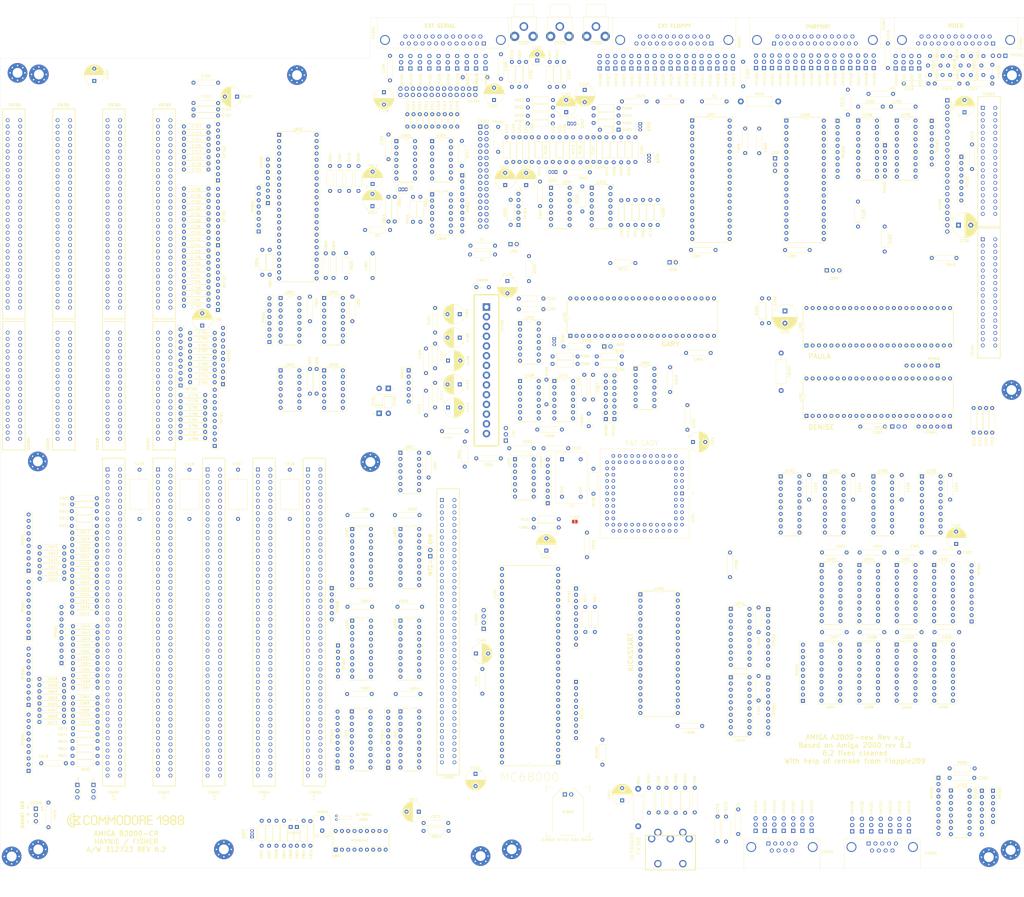
<source format=kicad_pcb>
(kicad_pcb (version 20171130) (host pcbnew "(5.1.2-1)-1")
  (layers (0 F.Cu signal) (31 B.Cu signal) (34 B.Paste user) (35 F.Paste user) (36 B.SilkS user) (37 F.SilkS user) (38 B.Mask user) (39 F.Mask user) (44 Edge.Cuts user))
  (net 0 "")
  (net 1 GND)
  (net 2 "Net-(BT800-Pad1)")
  (net 3 "Net-(C1-Pad2)")
  (net 4 E)
  (net 5 +5V)
  (net 6 +AUD)
  (net 7 "Net-(C201-Pad1)")
  (net 8 GND_AUDIO)
  (net 9 "Net-(C204-Pad1)")
  (net 10 "Net-(C205-Pad1)")
  (net 11 "Net-(C210-Pad1)")
  (net 12 "Net-(C211-Pad1)")
  (net 13 "Net-(C212-Pad1)")
  (net 14 "Net-(C213-Pad1)")
  (net 15 +5V_USER)
  (net 16 +12V_USER)
  (net 17 -5V)
  (net 18 /paula/Vref)
  (net 19 +AV)
  (net 20 -AV)
  (net 21 RAWRIGHT)
  (net 22 "Net-(C230-Pad2)")
  (net 23 "Net-(C231-Pad2)")
  (net 24 "Net-(C231-Pad1)")
  (net 25 "Net-(C232-Pad1)")
  (net 26 "Net-(C233-Pad2)")
  (net 27 FLTRIGHT)
  (net 28 "Net-(C240-Pad2)")
  (net 29 RAWLEFT)
  (net 30 "Net-(C241-Pad1)")
  (net 31 "Net-(C241-Pad2)")
  (net 32 "Net-(C242-Pad1)")
  (net 33 AUDOUT)
  (net 34 FLTLEFT)
  (net 35 "Net-(C259-Pad1)")
  (net 36 _KBCLK)
  (net 37 /parallel/_KBDATA)
  (net 38 "Net-(C304-Pad1)")
  (net 39 "Net-(C306-Pad2)")
  (net 40 /serial/CD)
  (net 41 /serial/DSR)
  (net 42 /serial/CTS)
  (net 43 /serial/RxD)
  (net 44 /serial/DTR)
  (net 45 /serial/TxD)
  (net 46 /serial/RTS)
  (net 47 AUDIN)
  (net 48 "Net-(C318-Pad2)")
  (net 49 +12V)
  (net 50 -12V)
  (net 51 TICK)
  (net 52 BA5)
  (net 53 "Net-(C617-Pad1)")
  (net 54 "Net-(C619-Pad1)")
  (net 55 BA6)
  (net 56 BA4)
  (net 57 "Net-(C620-Pad1)")
  (net 58 "Net-(C621-Pad1)")
  (net 59 BA3)
  (net 60 BA2)
  (net 61 "Net-(C622-Pad1)")
  (net 62 "Net-(C623-Pad1)")
  (net 63 BA7)
  (net 64 BA1)
  (net 65 "Net-(C624-Pad1)")
  (net 66 "Net-(C625-Pad1)")
  (net 67 BA8)
  (net 68 BFC0)
  (net 69 "Net-(C626-Pad1)")
  (net 70 "Net-(C627-Pad1)")
  (net 71 BA9)
  (net 72 "Net-(C628-Pad1)")
  (net 73 BFC1)
  (net 74 "Net-(C629-Pad1)")
  (net 75 BA10)
  (net 76 BFC2)
  (net 77 "Net-(C630-Pad1)")
  (net 78 "Net-(C631-Pad1)")
  (net 79 BA11)
  (net 80 BA12)
  (net 81 "Net-(C632-Pad1)")
  (net 82 "Net-(C633-Pad1)")
  (net 83 BA13)
  (net 84 BA14)
  (net 85 "Net-(C635-Pad1)")
  (net 86 "Net-(C637-Pad1)")
  (net 87 BA15)
  (net 88 BA16)
  (net 89 "Net-(C639-Pad1)")
  (net 90 "Net-(C641-Pad1)")
  (net 91 BA17)
  (net 92 BA18)
  (net 93 "Net-(C645-Pad1)")
  (net 94 "Net-(C647-Pad1)")
  (net 95 BA19)
  (net 96 BA20)
  (net 97 "Net-(C649-Pad1)")
  (net 98 "Net-(C650-Pad1)")
  (net 99 BA22)
  (net 100 BA21)
  (net 101 "Net-(C651-Pad1)")
  (net 102 "Net-(C652-Pad1)")
  (net 103 BA23)
  (net 104 BD15)
  (net 105 "Net-(C654-Pad1)")
  (net 106 "Net-(C655-Pad1)")
  (net 107 BD14)
  (net 108 BD13)
  (net 109 "Net-(C657-Pad1)")
  (net 110 "Net-(C658-Pad1)")
  (net 111 READ)
  (net 112 BD12)
  (net 113 "Net-(C659-Pad1)")
  (net 114 "Net-(C660-Pad1)")
  (net 115 _BLDS)
  (net 116 "Net-(C661-Pad1)")
  (net 117 BD11)
  (net 118 _BUDS)
  (net 119 "Net-(C662-Pad1)")
  (net 120 "Net-(C663-Pad1)")
  (net 121 _BAS)
  (net 122 BD0)
  (net 123 "Net-(C664-Pad1)")
  (net 124 BD10)
  (net 125 "Net-(C665-Pad1)")
  (net 126 "Net-(C666-Pad1)")
  (net 127 BD1)
  (net 128 "Net-(C667-Pad1)")
  (net 129 BD9)
  (net 130 BD2)
  (net 131 "Net-(C668-Pad1)")
  (net 132 BD8)
  (net 133 "Net-(C669-Pad1)")
  (net 134 "Net-(C670-Pad1)")
  (net 135 BD3)
  (net 136 BD7)
  (net 137 "Net-(C671-Pad1)")
  (net 138 "Net-(C672-Pad1)")
  (net 139 BD4)
  (net 140 BD6)
  (net 141 "Net-(C673-Pad1)")
  (net 142 "Net-(C674-Pad1)")
  (net 143 BD5)
  (net 144 _GBG)
  (net 145 "Net-(C678-Pad1)")
  (net 146 "Net-(C711-Pad1)")
  (net 147 "/pc slots/D7")
  (net 148 "Net-(C713-Pad1)")
  (net 149 "/pc slots/D6")
  (net 150 "/pc slots/D5")
  (net 151 "Net-(C714-Pad1)")
  (net 152 "Net-(C716-Pad1)")
  (net 153 "/pc slots/D4")
  (net 154 "/pc slots/D3")
  (net 155 "Net-(C717-Pad1)")
  (net 156 "Net-(C719-Pad1)")
  (net 157 "/pc slots/D2")
  (net 158 "Net-(C720-Pad1)")
  (net 159 "/pc slots/D1")
  (net 160 "/pc slots/D0")
  (net 161 "Net-(C722-Pad1)")
  (net 162 "Net-(C726-Pad1)")
  (net 163 "/pc slots/A19")
  (net 164 "/pc slots/A18")
  (net 165 "Net-(C728-Pad1)")
  (net 166 "Net-(C730-Pad1)")
  (net 167 "/pc slots/A17")
  (net 168 "/pc slots/A16")
  (net 169 "Net-(C732-Pad1)")
  (net 170 "Net-(C734-Pad1)")
  (net 171 "/pc slots/A15")
  (net 172 "/pc slots/A14")
  (net 173 "Net-(C736-Pad1)")
  (net 174 "Net-(C738-Pad1)")
  (net 175 "/pc slots/A13")
  (net 176 "/pc slots/A12")
  (net 177 "Net-(C740-Pad1)")
  (net 178 "Net-(C742-Pad1)")
  (net 179 "/pc slots/A11")
  (net 180 "/pc slots/A10")
  (net 181 "Net-(C744-Pad1)")
  (net 182 "Net-(C746-Pad1)")
  (net 183 "/pc slots/A9")
  (net 184 "Net-(C748-Pad1)")
  (net 185 "/pc slots/A8")
  (net 186 "/pc slots/A7")
  (net 187 "Net-(C750-Pad1)")
  (net 188 "Net-(C752-Pad1)")
  (net 189 "/pc slots/A6")
  (net 190 "/pc slots/A5")
  (net 191 "Net-(C754-Pad1)")
  (net 192 "Net-(C756-Pad1)")
  (net 193 "/pc slots/A4")
  (net 194 "/pc slots/A3")
  (net 195 "Net-(C758-Pad1)")
  (net 196 "Net-(C760-Pad1)")
  (net 197 "/pc slots/LA22")
  (net 198 "/pc slots/LA21")
  (net 199 "Net-(C762-Pad1)")
  (net 200 "Net-(C764-Pad1)")
  (net 201 "/pc slots/LA20")
  (net 202 "/pc slots/LA19")
  (net 203 "Net-(C766-Pad1)")
  (net 204 "Net-(C768-Pad1)")
  (net 205 "/pc slots/LA18")
  (net 206 "/pc slots/LA17")
  (net 207 "Net-(C770-Pad1)")
  (net 208 "/pc slots/D8")
  (net 209 "Net-(C776-Pad1)")
  (net 210 "Net-(C778-Pad1)")
  (net 211 "/pc slots/D9")
  (net 212 "/pc slots/D10")
  (net 213 "Net-(C780-Pad1)")
  (net 214 "Net-(C782-Pad1)")
  (net 215 "/pc slots/D11")
  (net 216 "/pc slots/D12")
  (net 217 "Net-(C784-Pad1)")
  (net 218 "Net-(C786-Pad1)")
  (net 219 "/pc slots/D13")
  (net 220 "/pc slots/D14")
  (net 221 "Net-(C787-Pad1)")
  (net 222 "Net-(C789-Pad1)")
  (net 223 "/pc slots/D15")
  (net 224 "Net-(C790-Pad1)")
  (net 225 "/pc slots/A2")
  (net 226 "/pc slots/A1")
  (net 227 "Net-(C791-Pad1)")
  (net 228 "Net-(C793-Pad1)")
  (net 229 "/pc slots/A0")
  (net 230 "Net-(C794-Pad1)")
  (net 231 "/pc slots/SHBE")
  (net 232 "/pc slots/LA23")
  (net 233 "Net-(C796-Pad1)")
  (net 234 "Net-(C810-Pad1)")
  (net 235 "Net-(C811-Pad1)")
  (net 236 "Net-(C813-Pad1)")
  (net 237 "Net-(C814-Pad1)")
  (net 238 "Net-(C815-Pad1)")
  (net 239 _EC3)
  (net 240 _C2)
  (net 241 "Net-(C905-Pad2)")
  (net 242 C1)
  (net 243 C3)
  (net 244 _BRST)
  (net 245 _C4)
  (net 246 "Net-(C914-Pad1)")
  (net 247 TBASE)
  (net 248 /parallel/_IORST)
  (net 249 _EC1)
  (net 250 "Net-(C919-Pad1)")
  (net 251 /paula/FORWARD)
  (net 252 /paula/BACK)
  (net 253 /paula/LEFT)
  (net 254 /paula/RIGHT)
  (net 255 /paula/POTX)
  (net 256 /paula/FIRE)
  (net 257 /paula/POTY)
  (net 258 "Net-(CN202-Pad23)")
  (net 259 "Net-(CN202-Pad22)")
  (net 260 "Net-(CN202-Pad21)")
  (net 261 "Net-(CN202-Pad15)")
  (net 262 "Net-(CN202-Pad14)")
  (net 263 "Net-(CN202-Pad12)")
  (net 264 "Net-(CN202-Pad11)")
  (net 265 "Net-(CN202-Pad10)")
  (net 266 "Net-(CN202-Pad9)")
  (net 267 "Net-(CN202-Pad8)")
  (net 268 "Net-(CN202-Pad7)")
  (net 269 "Net-(CN202-Pad6)")
  (net 270 "Net-(CN202-Pad5)")
  (net 271 "Net-(CN202-Pad4)")
  (net 272 "Net-(CN202-Pad3)")
  (net 273 "Net-(CN202-Pad2)")
  (net 274 "Net-(CN202-Pad1)")
  (net 275 "Net-(CN203-Pad33)")
  (net 276 "Net-(CN203-Pad29)")
  (net 277 "Net-(CN203-Pad27)")
  (net 278 "Net-(CN203-Pad2)")
  (net 279 "Net-(CN203-Pad35)")
  (net 280 PSTROBE)
  (net 281 "Net-(CN203-Pad1)")
  (net 282 _XCLKEN)
  (net 283 "Net-(CN203-Pad15)")
  (net 284 "Net-(CN203-Pad11)")
  (net 285 "Net-(CN203-Pad25)")
  (net 286 "Net-(CN203-Pad23)")
  (net 287 "Net-(CN203-Pad28)")
  (net 288 _VSYNC)
  (net 289 _HSYNC)
  (net 290 "Net-(CN203-Pad18)")
  (net 291 "Net-(CN203-Pad7)")
  (net 292 "Net-(CN203-Pad5)")
  (net 293 _VC1)
  (net 294 "Net-(CN206-Pad1)")
  (net 295 G1)
  (net 296 PBUSY)
  (net 297 _PACK)
  (net 298 PPD1)
  (net 299 PPD3)
  (net 300 PPD5)
  (net 301 PSEL)
  (net 302 PPD0)
  (net 303 PPD2)
  (net 304 B2)
  (net 305 /denise/COMPVID)
  (net 306 VCDAC)
  (net 307 _VC3)
  (net 308 _LPEN)
  (net 309 B1)
  (net 310 PPOUT)
  (net 311 G0)
  (net 312 G2)
  (net 313 R1)
  (net 314 PPD7)
  (net 315 R0)
  (net 316 R2)
  (net 317 PPD4)
  (net 318 PPD6)
  (net 319 _LED)
  (net 320 "Net-(CN300-Pad1)")
  (net 321 "Net-(CN301-Pad1)")
  (net 322 "Net-(CN301-Pad2)")
  (net 323 "Net-(CN301-Pad3)")
  (net 324 "Net-(CN301-Pad4)")
  (net 325 "Net-(CN301-Pad5)")
  (net 326 "Net-(CN301-Pad6)")
  (net 327 "Net-(CN301-Pad7)")
  (net 328 "Net-(CN301-Pad8)")
  (net 329 "Net-(CN301-Pad9)")
  (net 330 "Net-(CN301-Pad10)")
  (net 331 "Net-(CN301-Pad11)")
  (net 332 "Net-(CN301-Pad12)")
  (net 333 "Net-(CN301-Pad13)")
  (net 334 "Net-(CN301-Pad14)")
  (net 335 "Net-(CN301-Pad15)")
  (net 336 "Net-(CN301-Pad16)")
  (net 337 "Net-(CN302-Pad1)")
  (net 338 "Net-(CN302-Pad2)")
  (net 339 "Net-(CN302-Pad8)")
  (net 340 "Net-(CN302-Pad9)")
  (net 341 "Net-(CN302-Pad10)")
  (net 342 "Net-(CN302-Pad11)")
  (net 343 "Net-(CN302-Pad12)")
  (net 344 "Net-(CN302-Pad13)")
  (net 345 "Net-(CN302-Pad14)")
  (net 346 "Net-(CN302-Pad15)")
  (net 347 "Net-(CN302-Pad16)")
  (net 348 "Net-(CN302-Pad17)")
  (net 349 "Net-(CN302-Pad18)")
  (net 350 "Net-(CN302-Pad19)")
  (net 351 "Net-(CN302-Pad20)")
  (net 352 "Net-(CN302-Pad21)")
  (net 353 "Net-(CN302-Pad22)")
  (net 354 "Net-(CN302-Pad23)")
  (net 355 /parallel/_CHNG)
  (net 356 "Net-(CN303-Pad3)")
  (net 357 "Net-(CN303-Pad14)")
  (net 358 /parallel/_INUSE0)
  (net 359 _INDEX)
  (net 360 _SEL0)
  (net 361 _SEL1)
  (net 362 /parallel/_MTROD)
  (net 363 DIR)
  (net 364 _STEP)
  (net 365 /parallel/_DKWDB)
  (net 366 /parallel/_DKWEB)
  (net 367 /parallel/_TRK0)
  (net 368 /parallel/_WPROT)
  (net 369 _DKRD)
  (net 370 _SIDE)
  (net 371 /parallel/_RDY)
  (net 372 _INT2)
  (net 373 /serial/LEDPOWER)
  (net 374 "Net-(CN304-Pad17)")
  (net 375 "Net-(CN304-Pad18)")
  (net 376 "Net-(CN304-Pad19)")
  (net 377 "Net-(CN304-Pad21)")
  (net 378 "Net-(CN304-Pad23)")
  (net 379 "Net-(CN304-Pad25)")
  (net 380 "Net-(CN304-Pad26)")
  (net 381 "Net-(CN305-Pad2)")
  (net 382 "Net-(CN305-Pad3)")
  (net 383 "Net-(CN305-Pad4)")
  (net 384 "Net-(CN305-Pad5)")
  (net 385 "Net-(CN305-Pad6)")
  (net 386 "Net-(CN305-Pad8)")
  (net 387 "Net-(CN305-Pad9)")
  (net 388 "Net-(CN305-Pad10)")
  (net 389 "Net-(CN305-Pad12)")
  (net 390 "Net-(CN305-Pad13)")
  (net 391 "Net-(CN305-Pad14)")
  (net 392 "Net-(CN305-Pad15)")
  (net 393 "Net-(CN305-Pad16)")
  (net 394 "Net-(CN305-Pad17)")
  (net 395 "Net-(CN305-Pad19)")
  (net 396 "Net-(CN305-Pad20)")
  (net 397 "Net-(CN305-Pad21)")
  (net 398 "Net-(CN305-Pad22)")
  (net 399 "Net-(CN305-Pad23)")
  (net 400 "Net-(CN305-Pad24)")
  (net 401 "Net-(CN305-Pad25)")
  (net 402 "Net-(CN400-Pad10)")
  (net 403 A10)
  (net 404 V7M)
  (net 405 XRDY)
  (net 406 _BOSS)
  (net 407 _INT6)
  (net 408 A4)
  (net 409 A3)
  (net 410 A7)
  (net 411 A5)
  (net 412 A6)
  (net 413 28M)
  (net 414 _COPCFG)
  (net 415 _OVR)
  (net 416 A8)
  (net 417 A11)
  (net 418 FC2)
  (net 419 A9)
  (net 420 A2)
  (net 421 A1)
  (net 422 FC0)
  (net 423 FC1)
  (net 424 A12)
  (net 425 A13)
  (net 426 _IPL0)
  (net 427 A14)
  (net 428 _IPL1)
  (net 429 A15)
  (net 430 _IPL2)
  (net 431 A16)
  (net 432 _BEER)
  (net 433 A17)
  (net 434 _VPA)
  (net 435 _VMA)
  (net 436 A18)
  (net 437 _RST)
  (net 438 A19)
  (net 439 _HLT)
  (net 440 A20)
  (net 441 A22)
  (net 442 A21)
  (net 443 A23)
  (net 444 _CBR)
  (net 445 D15)
  (net 446 D14)
  (net 447 D13)
  (net 448 D12)
  (net 449 D11)
  (net 450 _BGACK)
  (net 451 _CBG)
  (net 452 _DTACK)
  (net 453 R_W)
  (net 454 _LDS)
  (net 455 _UDS)
  (net 456 _AS)
  (net 457 D0)
  (net 458 D10)
  (net 459 D1)
  (net 460 D9)
  (net 461 D2)
  (net 462 D8)
  (net 463 D3)
  (net 464 D7)
  (net 465 D4)
  (net 466 D6)
  (net 467 D5)
  (net 468 "Net-(CN601-Pad98)")
  (net 469 "Net-(CN601-Pad97)")
  (net 470 _EINT1)
  (net 471 _BUSRST)
  (net 472 DOE)
  (net 473 E7M)
  (net 474 _BG5)
  (net 475 _BR5)
  (net 476 _EINT4)
  (net 477 _EINT5)
  (net 478 _EINT7)
  (net 479 "Net-(CN601-Pad12)")
  (net 480 ECDAC)
  (net 481 "Net-(CN601-Pad11)")
  (net 482 _SLAVE5)
  (net 483 _OWN)
  (net 484 _SLAVE4)
  (net 485 "Net-(CN602-Pad11)")
  (net 486 "Net-(CN602-Pad12)")
  (net 487 _BR4)
  (net 488 _BG4)
  (net 489 _BG3)
  (net 490 _BR3)
  (net 491 "Net-(CN603-Pad12)")
  (net 492 "Net-(CN603-Pad11)")
  (net 493 _SLAVE3)
  (net 494 _SLAVE2)
  (net 495 "Net-(CN604-Pad11)")
  (net 496 "Net-(CN604-Pad12)")
  (net 497 _BR2)
  (net 498 _BG2)
  (net 499 _SLAVE1)
  (net 500 "Net-(CN605-Pad11)")
  (net 501 _BR1)
  (net 502 _BG1)
  (net 503 "/pc slots/RESDRV")
  (net 504 "/pc slots/IRQ2")
  (net 505 "/pc slots/DRQ2")
  (net 506 "/pc slots/CD_SEL")
  (net 507 "/pc slots/_MEMW")
  (net 508 "/pc slots/_MEMR")
  (net 509 "/pc slots/_IOW")
  (net 510 "/pc slots/_IOR")
  (net 511 "/pc slots/_DACK3")
  (net 512 "/pc slots/DRQ3")
  (net 513 "/pc slots/_DACK1")
  (net 514 "/pc slots/DRQ1")
  (net 515 "/pc slots/SHITHEAD")
  (net 516 "/pc slots/CLK")
  (net 517 "/pc slots/IRQ7")
  (net 518 "/pc slots/IRQ6")
  (net 519 "/pc slots/IRQ5")
  (net 520 "/pc slots/IRQ4")
  (net 521 "/pc slots/IRQ3")
  (net 522 "/pc slots/_DACK2")
  (net 523 "/pc slots/TC")
  (net 524 "/pc slots/ALE")
  (net 525 "/pc slots/OSC")
  (net 526 "/pc slots/_IOCHK")
  (net 527 "/pc slots/IOREADY")
  (net 528 "/pc slots/AEN")
  (net 529 "/pc slots/_MASTER")
  (net 530 "/pc slots/DRQ7")
  (net 531 "/pc slots/_DACK7")
  (net 532 "/pc slots/DRQ6")
  (net 533 "/pc slots/_DACK6")
  (net 534 "/pc slots/DRQ5")
  (net 535 "/pc slots/_DACK5")
  (net 536 "/pc slots/DRQ0")
  (net 537 "/pc slots/_DACK0")
  (net 538 "/pc slots/IRQ14")
  (net 539 "/pc slots/IRQ15")
  (net 540 "/pc slots/IRQ12")
  (net 541 "/pc slots/IRQ11")
  (net 542 "/pc slots/IRQ10")
  (net 543 "/pc slots/_IO16")
  (net 544 "/pc slots/_MEM16")
  (net 545 "Net-(D300-Pad1)")
  (net 546 -12V_USER)
  (net 547 "Net-(D800-Pad2)")
  (net 548 "Net-(EMI206-Pad1)")
  (net 549 "Net-(EMI207-Pad1)")
  (net 550 "Net-(EMI210-Pad3)")
  (net 551 "Net-(EMI230-Pad1)")
  (net 552 "Net-(EMI231-Pad1)")
  (net 553 "Net-(EMI232-Pad1)")
  (net 554 "Net-(EMI233-Pad1)")
  (net 555 "Net-(EMI234-Pad1)")
  (net 556 "Net-(EMI235-Pad1)")
  (net 557 "Net-(EMI236-Pad1)")
  (net 558 "Net-(EMI237-Pad1)")
  (net 559 _FIR1)
  (net 560 _FIR0)
  (net 561 "Net-(EMI310-Pad1)")
  (net 562 /parallel/_MTRX)
  (net 563 /parallel/_DKRST)
  (net 564 _SEL3)
  (net 565 _SEL2)
  (net 566 "Net-(EMI320-Pad3)")
  (net 567 "Net-(EMI321-Pad3)")
  (net 568 "Net-(EMI332-Pad3)")
  (net 569 "Net-(F1-Pad1)")
  (net 570 "Net-(FB101-Pad2)")
  (net 571 _LATCH)
  (net 572 "Net-(FB216-Pad2)")
  (net 573 "Net-(FB301-Pad2)")
  (net 574 "Net-(FB303-Pad2)")
  (net 575 "Net-(FB907-Pad2)")
  (net 576 R3)
  (net 577 G3)
  (net 578 B3)
  (net 579 B0)
  (net 580 "Net-(J101-Pad2)")
  (net 581 "Net-(J102-Pad1)")
  (net 582 "Net-(J301-Pad1)")
  (net 583 _EXRAM)
  (net 584 "Net-(J900-Pad2)")
  (net 585 "Net-(Q200-Pad3)")
  (net 586 "Net-(Q201-Pad3)")
  (net 587 "Net-(Q202-Pad2)")
  (net 588 "Net-(Q301-Pad2)")
  (net 589 "Net-(Q302-Pad3)")
  (net 590 "Net-(Q302-Pad2)")
  (net 591 "Net-(R105-Pad1)")
  (net 592 "Net-(R106-Pad1)")
  (net 593 XCLK)
  (net 594 _KBRST)
  (net 595 "Net-(R212-Pad2)")
  (net 596 _CUTOFF)
  (net 597 "Net-(R300-Pad2)")
  (net 598 "Net-(R309-Pad2)")
  (net 599 "Net-(R804-Pad2)")
  (net 600 _MC1)
  (net 601 "Net-(R904-Pad2)")
  (net 602 "Net-(R905-Pad1)")
  (net 603 _BR)
  (net 604 "Net-(RP100-Pad8)")
  (net 605 "Net-(RP102-Pad2)")
  (net 606 "Net-(RP102-Pad3)")
  (net 607 "Net-(RP102-Pad6)")
  (net 608 "Net-(RP200-Pad10)")
  (net 609 "Net-(RP203-Pad4)")
  (net 610 "Net-(RP203-Pad2)")
  (net 611 "Net-(RP203-Pad1)")
  (net 612 M1V)
  (net 613 "Net-(RP204-Pad2)")
  (net 614 M1H)
  (net 615 "Net-(RP204-Pad4)")
  (net 616 M0V)
  (net 617 "Net-(RP204-Pad6)")
  (net 618 M0H)
  (net 619 "Net-(RP204-Pad8)")
  (net 620 "Net-(RP205-Pad6)")
  (net 621 "Net-(RP300-Pad4)")
  (net 622 /chipram/DRAB0)
  (net 623 "Net-(RP500-Pad2)")
  (net 624 /chipram/DRAB1)
  (net 625 "Net-(RP500-Pad4)")
  (net 626 /chipram/DRAB2)
  (net 627 "Net-(RP500-Pad6)")
  (net 628 "Net-(RP500-Pad7)")
  (net 629 /chipram/DRAB3)
  (net 630 "Net-(RP500-Pad9)")
  (net 631 /chipram/DRAB4)
  (net 632 "Net-(RP501-Pad10)")
  (net 633 "Net-(RP501-Pad9)")
  (net 634 /chipram/DRAB7)
  (net 635 "Net-(RP501-Pad7)")
  (net 636 "Net-(RP501-Pad6)")
  (net 637 /chipram/DRAB6)
  (net 638 "Net-(RP501-Pad4)")
  (net 639 /chipram/DRAB8)
  (net 640 "Net-(RP501-Pad2)")
  (net 641 /chipram/DRAB5)
  (net 642 "Net-(RP502-Pad1)")
  (net 643 "Net-(RP502-Pad2)")
  (net 644 "Net-(RP502-Pad3)")
  (net 645 "Net-(RP502-Pad4)")
  (net 646 "Net-(RP502-Pad5)")
  (net 647 "Net-(RP502-Pad6)")
  (net 648 "Net-(RP502-Pad7)")
  (net 649 "Net-(RP502-Pad8)")
  (net 650 "Net-(RP502-Pad9)")
  (net 651 "Net-(RP502-Pad10)")
  (net 652 "Net-(RP600-Pad8)")
  (net 653 "Net-(RP600-Pad7)")
  (net 654 "Net-(RP704-Pad10)")
  (net 655 "Net-(RP705-Pad10)")
  (net 656 "Net-(RP800-Pad7)")
  (net 657 "Net-(RP800-Pad8)")
  (net 658 _CIPL2)
  (net 659 _CIPL1)
  (net 660 _CIPL0)
  (net 661 "Net-(RP802-Pad6)")
  (net 662 "Net-(RP802-Pad8)")
  (net 663 "Net-(RP902-Pad7)")
  (net 664 "Net-(RP902-Pad6)")
  (net 665 "Net-(RP902-Pad3)")
  (net 666 "Net-(RP902-Pad2)")
  (net 667 "Net-(RP902-Pad1)")
  (net 668 "Net-(RP903-Pad2)")
  (net 669 "Net-(RP904-Pad2)")
  (net 670 "Net-(RP904-Pad3)")
  (net 671 "Net-(RP904-Pad4)")
  (net 672 "Net-(RP904-Pad5)")
  (net 673 "Net-(RP904-Pad6)")
  (net 674 "Net-(RP905-Pad6)")
  (net 675 "Net-(RP905-Pad5)")
  (net 676 "Net-(RP905-Pad4)")
  (net 677 "Net-(RP905-Pad3)")
  (net 678 "Net-(RP905-Pad2)")
  (net 679 "Net-(RP906-Pad2)")
  (net 680 "Net-(RP906-Pad3)")
  (net 681 "Net-(RP906-Pad4)")
  (net 682 "Net-(RP906-Pad5)")
  (net 683 "Net-(RP906-Pad6)")
  (net 684 "Net-(RP907-Pad2)")
  (net 685 "Net-(RP907-Pad3)")
  (net 686 7M)
  (net 687 "Net-(RP907-Pad7)")
  (net 688 "Net-(RP907-Pad8)")
  (net 689 "Net-(RP908-Pad6)")
  (net 690 "Net-(RP908-Pad5)")
  (net 691 _D2P)
  (net 692 _BG)
  (net 693 DRD12)
  (net 694 DRD10)
  (net 695 DRD8)
  (net 696 DRD6)
  (net 697 DRD4)
  (net 698 DRD14)
  (net 699 _CSYNC)
  (net 700 DRD13)
  (net 701 DRD11)
  (net 702 DRD9)
  (net 703 DRD7)
  (net 704 DRD5)
  (net 705 DRD3)
  (net 706 DRD15)
  (net 707 DRD1)
  (net 708 _INT3)
  (net 709 "Net-(U101-Pad19)")
  (net 710 _WE)
  (net 711 "Net-(U101-Pad23)")
  (net 712 "Net-(U101-Pad25)")
  (net 713 RGA7)
  (net 714 RGA5)
  (net 715 RGA3)
  (net 716 DRD2)
  (net 717 DRD0)
  (net 718 DMAL)
  (net 719 "Net-(U101-Pad20)")
  (net 720 RGA8)
  (net 721 RGA6)
  (net 722 RGA4)
  (net 723 RGA2)
  (net 724 DRA1)
  (net 725 DRA3)
  (net 726 DRA5)
  (net 727 DRA7)
  (net 728 RGA1)
  (net 729 _CDAC)
  (net 730 DRA0)
  (net 731 DRA2)
  (net 732 DRA4)
  (net 733 DRA6)
  (net 734 DRA8)
  (net 735 _CASU)
  (net 736 _RAS0)
  (net 737 _CASL)
  (net 738 _RAS1)
  (net 739 _OEL)
  (net 740 _OEB)
  (net 741 OVL)
  (net 742 _MTR)
  (net 743 DKWE)
  (net 744 _DKWD)
  (net 745 "Net-(U102-Pad15)")
  (net 746 "Net-(U102-Pad44)")
  (net 747 _ROMEN)
  (net 748 "Net-(U102-Pad45)")
  (net 749 _CLKRD)
  (net 750 _CLKWR)
  (net 751 "Net-(U102-Pad47)")
  (net 752 "Net-(U108-Pad11)")
  (net 753 "Net-(U108-Pad5)")
  (net 754 "Net-(U108-Pad6)")
  (net 755 _RxD)
  (net 756 _TxD)
  (net 757 "Net-(U201-Pad33)")
  (net 758 "Net-(U201-Pad18)")
  (net 759 _BHS)
  (net 760 "Net-(U300-Pad23)")
  (net 761 "Net-(U301-Pad23)")
  (net 762 /serial/_DSR)
  (net 763 /serial/_CTS)
  (net 764 /serial/_CD)
  (net 765 /serial/_RTS)
  (net 766 /serial/_DTR)
  (net 767 "Net-(U301-Pad18)")
  (net 768 DMAOUT)
  (net 769 "Net-(U305-Pad2)")
  (net 770 "Net-(U305-Pad9)")
  (net 771 "Net-(U305-Pad5)")
  (net 772 "Net-(U305-Pad12)")
  (net 773 "Net-(U501-Pad5)")
  (net 774 "Net-(U502-Pad5)")
  (net 775 "Net-(U503-Pad5)")
  (net 776 "Net-(U504-Pad5)")
  (net 777 "Net-(U505-Pad5)")
  (net 778 "Net-(U506-Pad5)")
  (net 779 "Net-(U507-Pad5)")
  (net 780 "Net-(U508-Pad5)")
  (net 781 "Net-(U541-Pad5)")
  (net 782 "Net-(U541-Pad9)")
  (net 783 "Net-(U600-Pad9)")
  (net 784 "Net-(U600-Pad11)")
  (net 785 _DBOE)
  (net 786 "Net-(U607-Pad8)")
  (net 787 "Net-(U800-Pad44)")
  (net 788 "Net-(U801-Pad16)")
  (net 789 "Net-(U802-Pad9)")
  (net 790 "Net-(U802-Pad10)")
  (net 791 "Net-(U802-Pad11)")
  (net 792 "Net-(U802-Pad12)")
  (net 793 "Net-(U802-Pad13)")
  (net 794 "Net-(U802-Pad14)")
  (net 795 "Net-(U802-Pad7)")
  (net 796 "Net-(U802-Pad15)")
  (net 797 "Net-(U803-Pad6)")
  (net 798 "Net-(U803-Pad11)")
  (net 799 "Net-(U803-Pad3)")
  (net 800 "Net-(U803-Pad8)")
  (net 801 "Net-(U804-Pad15)")
  (net 802 "Net-(U804-Pad14)")
  (net 803 "Net-(U900-Pad10)")
  (net 804 "Net-(X1-Pad1)")
  (module Capacitor_THT:C_Rect_L11.5mm_W2.0mm_P10.00mm_MKT (layer F.Cu) (at 124.7628 141.2484 180)
    (fp_text reference C790 (at 5.11 0.05) (layer F.SilkS))
    (fp_text value 1000pF)
    (pad 2 thru_hole circle (at 10 0 180) (size 1.6 1.6) (drill 0.8) (layers *.Cu *.Mask) (net 225 "/pc slots/A2"))
    (pad 1 thru_hole circle (at 0 0 180) (size 1.6 1.6) (drill 0.8) (layers *.Cu *.Mask) (net 224 "Net-(C790-Pad1)"))
  )
  (module Capacitor_THT:C_Rect_L11.5mm_W2.0mm_P10.00mm_MKT (layer F.Cu) (at 124.7628 123.6884 180)
    (fp_text reference C746 (at 5.11 -0.29) (layer F.SilkS))
    (fp_text value 1000pF)
    (pad 2 thru_hole circle (at 10 0 180) (size 1.6 1.6) (drill 0.8) (layers *.Cu *.Mask) (net 183 "/pc slots/A9"))
    (pad 1 thru_hole circle (at 0 0 180) (size 1.6 1.6) (drill 0.8) (layers *.Cu *.Mask) (net 182 "Net-(C746-Pad1)"))
  )
  (module Capacitor_THT:C_Rect_L11.5mm_W2.0mm_P10.00mm_MKT (layer F.Cu) (at 389.7628 195.3284)
    (fp_text reference C201 (at 7.25 2.4) (layer F.SilkS))
    (fp_text value 0.22uF)
    (pad 2 thru_hole circle (at 10 0) (size 1.6 1.6) (drill 0.8) (layers *.Cu *.Mask) (net 1 GND))
    (pad 1 thru_hole circle (at 0 0) (size 1.6 1.6) (drill 0.8) (layers *.Cu *.Mask) (net 7 "Net-(C201-Pad1)"))
  )
  (module Capacitor_THT:C_Rect_L11.5mm_W2.0mm_P10.00mm_MKT (layer F.Cu) (at 231.2628 121.7684)
    (fp_text reference C1 (at 4.92 -2.65) (layer F.SilkS))
    (fp_text value 270pF)
    (pad 2 thru_hole circle (at 10 0) (size 1.6 1.6) (drill 0.8) (layers *.Cu *.Mask) (net 3 "Net-(C1-Pad2)"))
    (pad 1 thru_hole circle (at 0 0) (size 1.6 1.6) (drill 0.8) (layers *.Cu *.Mask) (net 4 E))
  )
  (module Capacitor_THT:C_Rect_L11.5mm_W2.0mm_P10.00mm_MKT (layer F.Cu) (at 236.0928 303.9284 90)
    (fp_text reference C100 (at 5 -2.45 90) (layer F.SilkS))
    (fp_text value 0.1uF)
    (pad 2 thru_hole circle (at 10 0 90) (size 1.6 1.6) (drill 0.8) (layers *.Cu *.Mask) (net 1 GND))
    (pad 1 thru_hole circle (at 0 0 90) (size 1.6 1.6) (drill 0.8) (layers *.Cu *.Mask) (net 5 +5V))
  )
  (module Capacitor_THT:C_Rect_L11.5mm_W2.0mm_P10.00mm_MKT (layer F.Cu) (at 319.4728 196.6184 90)
    (fp_text reference C101 (at 2.79 2.57 90) (layer F.SilkS))
    (fp_text value 0.1uF)
    (pad 2 thru_hole circle (at 10 0 90) (size 1.6 1.6) (drill 0.8) (layers *.Cu *.Mask) (net 1 GND))
    (pad 1 thru_hole circle (at 0 0 90) (size 1.6 1.6) (drill 0.8) (layers *.Cu *.Mask) (net 5 +5V))
  )
  (module Capacitor_THT:C_Rect_L11.5mm_W2.0mm_P10.00mm_MKT (layer F.Cu) (at 260.9228 143.2684 180)
    (fp_text reference C102 (at -3.19 0.03) (layer F.SilkS))
    (fp_text value 0.1uF)
    (pad 2 thru_hole circle (at 10 0 180) (size 1.6 1.6) (drill 0.8) (layers *.Cu *.Mask) (net 1 GND))
    (pad 1 thru_hole circle (at 0 0 180) (size 1.6 1.6) (drill 0.8) (layers *.Cu *.Mask) (net 5 +5V))
  )
  (module Capacitor_THT:C_Rect_L11.5mm_W2.0mm_P10.00mm_MKT (layer F.Cu) (at 368.9328 215.0284 270)
    (fp_text reference C103 (at 5 -2.65 90) (layer F.SilkS))
    (fp_text value 0.1uF)
    (pad 2 thru_hole circle (at 10 0 270) (size 1.6 1.6) (drill 0.8) (layers *.Cu *.Mask) (net 1 GND))
    (pad 1 thru_hole circle (at 0 0 270) (size 1.6 1.6) (drill 0.8) (layers *.Cu *.Mask) (net 5 +5V))
  )
  (module Capacitor_THT:C_Rect_L11.5mm_W2.0mm_P10.00mm_MKT (layer F.Cu) (at 386.8228 215.0284 270)
    (fp_text reference C104 (at 5 -2.65 90) (layer F.SilkS))
    (fp_text value 0.1uF)
    (pad 2 thru_hole circle (at 10 0 270) (size 1.6 1.6) (drill 0.8) (layers *.Cu *.Mask) (net 1 GND))
    (pad 1 thru_hole circle (at 0 0 270) (size 1.6 1.6) (drill 0.8) (layers *.Cu *.Mask) (net 5 +5V))
  )
  (module Capacitor_THT:C_Rect_L11.5mm_W2.0mm_P10.00mm_MKT (layer F.Cu) (at 426.3028 215.0284 270)
    (fp_text reference C105 (at 5 -2.65 90) (layer F.SilkS))
    (fp_text value 0.1uF)
    (pad 2 thru_hole circle (at 10 0 270) (size 1.6 1.6) (drill 0.8) (layers *.Cu *.Mask) (net 1 GND))
    (pad 1 thru_hole circle (at 0 0 270) (size 1.6 1.6) (drill 0.8) (layers *.Cu *.Mask) (net 5 +5V))
  )
  (module Capacitor_THT:C_Rect_L11.5mm_W2.0mm_P10.00mm_MKT (layer F.Cu) (at 406.6028 215.0284 270)
    (fp_text reference C106 (at 5 -2.65 90) (layer F.SilkS))
    (fp_text value 0.1uF)
    (pad 2 thru_hole circle (at 10 0 270) (size 1.6 1.6) (drill 0.8) (layers *.Cu *.Mask) (net 1 GND))
    (pad 1 thru_hole circle (at 0 0 270) (size 1.6 1.6) (drill 0.8) (layers *.Cu *.Mask) (net 5 +5V))
  )
  (module Capacitor_THT:C_Rect_L11.5mm_W2.0mm_P10.00mm_MKT (layer F.Cu) (at 277.5428 174.2784 270)
    (fp_text reference C107 (at 2.31 2.2 90) (layer F.SilkS))
    (fp_text value 0.1uF)
    (pad 2 thru_hole circle (at 10 0 270) (size 1.6 1.6) (drill 0.8) (layers *.Cu *.Mask) (net 1 GND))
    (pad 1 thru_hole circle (at 0 0 270) (size 1.6 1.6) (drill 0.8) (layers *.Cu *.Mask) (net 5 +5V))
  )
  (module Capacitor_THT:C_Rect_L11.5mm_W2.0mm_P10.00mm_MKT (layer F.Cu) (at 262.1628 176.2584 270)
    (fp_text reference C108 (at -3.35 -0.07 90) (layer F.SilkS))
    (fp_text value 0.1uF)
    (pad 2 thru_hole circle (at 10 0 270) (size 1.6 1.6) (drill 0.8) (layers *.Cu *.Mask) (net 1 GND))
    (pad 1 thru_hole circle (at 0 0 270) (size 1.6 1.6) (drill 0.8) (layers *.Cu *.Mask) (net 5 +5V))
  )
  (module Capacitor_THT:C_Rect_L11.5mm_W2.0mm_P10.00mm_MKT (layer F.Cu) (at 271.0128 204.1384 180)
    (fp_text reference C110 (at -3.13 0.06) (layer F.SilkS))
    (fp_text value 0.1uF)
    (pad 2 thru_hole circle (at 10 0 180) (size 1.6 1.6) (drill 0.8) (layers *.Cu *.Mask) (net 1 GND))
    (pad 1 thru_hole circle (at 0 0 180) (size 1.6 1.6) (drill 0.8) (layers *.Cu *.Mask) (net 5 +5V))
  )
  (module Capacitor_THT:C_Rect_L11.5mm_W2.0mm_P10.00mm_MKT (layer F.Cu) (at 352.6128 153.2284 90)
    (fp_text reference C200 (at 8.99 2.46 90) (layer F.SilkS))
    (fp_text value 0.1uF)
    (pad 2 thru_hole circle (at 10 0 90) (size 1.6 1.6) (drill 0.8) (layers *.Cu *.Mask) (net 6 +AUD))
    (pad 1 thru_hole circle (at 0 0 90) (size 1.6 1.6) (drill 0.8) (layers *.Cu *.Mask) (net 1 GND))
  )
  (module Capacitor_THT:C_Rect_L11.5mm_W2.0mm_P10.00mm_MKT (layer F.Cu) (at 436.0978 338.1684 180)
    (fp_text reference C202 (at -3.725 0) (layer F.SilkS))
    (fp_text value 0.1uF)
    (pad 2 thru_hole circle (at 10 0 180) (size 1.6 1.6) (drill 0.8) (layers *.Cu *.Mask) (net 1 GND))
    (pad 1 thru_hole circle (at 0 0 180) (size 1.6 1.6) (drill 0.8) (layers *.Cu *.Mask) (net 5 +5V))
  )
  (module Capacitor_THT:C_Rect_L11.5mm_W2.0mm_P10.00mm_MKT (layer F.Cu) (at 260.9228 147.6084 180)
    (fp_text reference C203 (at -3.19 0.09) (layer F.SilkS))
    (fp_text value 0.1uF)
    (pad 2 thru_hole circle (at 10 0 180) (size 1.6 1.6) (drill 0.8) (layers *.Cu *.Mask) (net 1 GND))
    (pad 1 thru_hole circle (at 0 0 180) (size 1.6 1.6) (drill 0.8) (layers *.Cu *.Mask) (net 5 +5V))
  )
  (module Capacitor_THT:C_Rect_L11.5mm_W2.0mm_P10.00mm_MKT (layer F.Cu) (at 298.3028 77.7084 270)
    (fp_text reference C204 (at 5 -2.65 90) (layer F.SilkS))
    (fp_text value 0.01uF)
    (pad 2 thru_hole circle (at 10 0 270) (size 1.6 1.6) (drill 0.8) (layers *.Cu *.Mask) (net 8 GND_AUDIO))
    (pad 1 thru_hole circle (at 0 0 270) (size 1.6 1.6) (drill 0.8) (layers *.Cu *.Mask) (net 9 "Net-(C204-Pad1)"))
  )
  (module Capacitor_THT:C_Rect_L11.5mm_W2.0mm_P10.00mm_MKT (layer F.Cu) (at 412.2628 65.2384 180)
    (fp_text reference C205 (at 7.58 2.08) (layer F.SilkS))
    (fp_text value 0.1uF)
    (pad 2 thru_hole circle (at 10 0 180) (size 1.6 1.6) (drill 0.8) (layers *.Cu *.Mask) (net 1 GND))
    (pad 1 thru_hole circle (at 0 0 180) (size 1.6 1.6) (drill 0.8) (layers *.Cu *.Mask) (net 10 "Net-(C205-Pad1)"))
  )
  (module Capacitor_THT:C_Rect_L11.5mm_W2.0mm_P10.00mm_MKT (layer F.Cu) (at 398.9028 65.2384 180)
    (fp_text reference C206 (at 5.2 2.08) (layer F.SilkS))
    (fp_text value 0.1uF)
    (pad 2 thru_hole circle (at 10 0 180) (size 1.6 1.6) (drill 0.8) (layers *.Cu *.Mask) (net 10 "Net-(C205-Pad1)"))
    (pad 1 thru_hole circle (at 0 0 180) (size 1.6 1.6) (drill 0.8) (layers *.Cu *.Mask) (net 1 GND))
  )
  (module Capacitor_THT:C_Rect_L11.5mm_W2.0mm_P10.00mm_MKT (layer F.Cu) (at 443.4028 197.7884 90)
    (fp_text reference C210 (at -3.55 0 90) (layer F.SilkS))
    (fp_text value 0.047uF)
    (pad 2 thru_hole circle (at 10 0 90) (size 1.6 1.6) (drill 0.8) (layers *.Cu *.Mask) (net 8 GND_AUDIO))
    (pad 1 thru_hole circle (at 0 0 90) (size 1.6 1.6) (drill 0.8) (layers *.Cu *.Mask) (net 11 "Net-(C210-Pad1)"))
  )
  (module Capacitor_THT:C_Rect_L11.5mm_W2.0mm_P10.00mm_MKT (layer F.Cu) (at 440.9028 197.7884 90)
    (fp_text reference C211 (at -3.55 0.03 90) (layer F.SilkS))
    (fp_text value 0.047uF)
    (pad 2 thru_hole circle (at 10 0 90) (size 1.6 1.6) (drill 0.8) (layers *.Cu *.Mask) (net 8 GND_AUDIO))
    (pad 1 thru_hole circle (at 0 0 90) (size 1.6 1.6) (drill 0.8) (layers *.Cu *.Mask) (net 12 "Net-(C211-Pad1)"))
  )
  (module Capacitor_THT:C_Rect_L11.5mm_W2.0mm_P10.00mm_MKT (layer F.Cu) (at 438.4028 197.7884 90)
    (fp_text reference C212 (at -3.55 0 90) (layer F.SilkS))
    (fp_text value 0.047uF)
    (pad 2 thru_hole circle (at 10 0 90) (size 1.6 1.6) (drill 0.8) (layers *.Cu *.Mask) (net 8 GND_AUDIO))
    (pad 1 thru_hole circle (at 0 0 90) (size 1.6 1.6) (drill 0.8) (layers *.Cu *.Mask) (net 13 "Net-(C212-Pad1)"))
  )
  (module Capacitor_THT:C_Rect_L11.5mm_W2.0mm_P10.00mm_MKT (layer F.Cu) (at 435.8428 197.7884 90)
    (fp_text reference C213 (at -3.55 0.14 90) (layer F.SilkS))
    (fp_text value 0.047uF)
    (pad 2 thru_hole circle (at 10 0 90) (size 1.6 1.6) (drill 0.8) (layers *.Cu *.Mask) (net 8 GND_AUDIO))
    (pad 1 thru_hole circle (at 0 0 90) (size 1.6 1.6) (drill 0.8) (layers *.Cu *.Mask) (net 14 "Net-(C213-Pad1)"))
  )
  (module Capacitor_THT:C_Rect_L11.5mm_W2.0mm_P10.00mm_MKT (layer F.Cu) (at 417.4628 55.8684 180)
    (fp_text reference C215 (at 7.86 -2.14) (layer F.SilkS))
    (fp_text value 0.22uF)
    (pad 2 thru_hole circle (at 10 0 180) (size 1.6 1.6) (drill 0.8) (layers *.Cu *.Mask) (net 15 +5V_USER))
    (pad 1 thru_hole circle (at 0 0 180) (size 1.6 1.6) (drill 0.8) (layers *.Cu *.Mask) (net 1 GND))
  )
  (module Capacitor_THT:C_Rect_L11.5mm_W2.0mm_P10.00mm_MKT (layer F.Cu) (at 401.0028 49.5484 90)
    (fp_text reference C216 (at 13.48 0.03 90) (layer F.SilkS))
    (fp_text value 0.22uF)
    (pad 2 thru_hole circle (at 10 0 90) (size 1.6 1.6) (drill 0.8) (layers *.Cu *.Mask) (net 1 GND))
    (pad 1 thru_hole circle (at 0 0 90) (size 1.6 1.6) (drill 0.8) (layers *.Cu *.Mask) (net 16 +12V_USER))
  )
  (module Capacitor_THT:C_Rect_L11.5mm_W2.0mm_P10.00mm_MKT (layer F.Cu) (at 433.4228 55.8684)
    (fp_text reference C217 (at 2.23 2.14) (layer F.SilkS))
    (fp_text value 0.22uF)
    (pad 2 thru_hole circle (at 10 0) (size 1.6 1.6) (drill 0.8) (layers *.Cu *.Mask) (net 1 GND))
    (pad 1 thru_hole circle (at 0 0) (size 1.6 1.6) (drill 0.8) (layers *.Cu *.Mask) (net 17 -5V))
  )
  (module Capacitor_THT:C_Rect_L11.5mm_W2.0mm_P10.00mm_MKT (layer F.Cu) (at 331.7628 363.9084 90)
    (fp_text reference C218 (at 13.331428 -0.04 270) (layer F.SilkS))
    (fp_text value 0.047uF)
    (pad 2 thru_hole circle (at 10 0 90) (size 1.6 1.6) (drill 0.8) (layers *.Cu *.Mask) (net 1 GND))
    (pad 1 thru_hole circle (at 0 0 90) (size 1.6 1.6) (drill 0.8) (layers *.Cu *.Mask) (net 15 +5V_USER))
  )
  (module Capacitor_THT:C_Rect_L11.5mm_W2.0mm_P10.00mm_MKT (layer F.Cu) (at 248.6828 87.7084 90)
    (fp_text reference C219 (at 13.54 0.04 90) (layer F.SilkS))
    (fp_text value 0.22uF)
    (pad 2 thru_hole circle (at 10 0 90) (size 1.6 1.6) (drill 0.8) (layers *.Cu *.Mask) (net 8 GND_AUDIO))
    (pad 1 thru_hole circle (at 0 0 90) (size 1.6 1.6) (drill 0.8) (layers *.Cu *.Mask) (net 18 /paula/Vref))
  )
  (module Capacitor_THT:C_Rect_L11.5mm_W2.0mm_P10.00mm_MKT (layer F.Cu) (at 253.7328 77.7084 270)
    (fp_text reference C220 (at -3.54 -0.11 90) (layer F.SilkS))
    (fp_text value 0.22uF)
    (pad 2 thru_hole circle (at 10 0 270) (size 1.6 1.6) (drill 0.8) (layers *.Cu *.Mask) (net 8 GND_AUDIO))
    (pad 1 thru_hole circle (at 0 0 270) (size 1.6 1.6) (drill 0.8) (layers *.Cu *.Mask) (net 19 +AV))
  )
  (module Capacitor_THT:C_Rect_L11.5mm_W2.0mm_P10.00mm_MKT (layer F.Cu) (at 278.7528 77.7084 270)
    (fp_text reference C221 (at 12.08 -0.12 180) (layer F.SilkS))
    (fp_text value 0.22uF)
    (pad 2 thru_hole circle (at 10 0 270) (size 1.6 1.6) (drill 0.8) (layers *.Cu *.Mask) (net 20 -AV))
    (pad 1 thru_hole circle (at 0 0 270) (size 1.6 1.6) (drill 0.8) (layers *.Cu *.Mask) (net 8 GND_AUDIO))
  )
  (module Capacitor_THT:C_Rect_L11.5mm_W2.0mm_P10.00mm_MKT (layer F.Cu) (at 270.2528 87.7084 90)
    (fp_text reference C230 (at 13.54 -0.72 90) (layer F.SilkS))
    (fp_text value 0.1uF)
    (pad 2 thru_hole circle (at 10 0 90) (size 1.6 1.6) (drill 0.8) (layers *.Cu *.Mask) (net 22 "Net-(C230-Pad2)"))
    (pad 1 thru_hole circle (at 0 0 90) (size 1.6 1.6) (drill 0.8) (layers *.Cu *.Mask) (net 21 RAWRIGHT))
  )
  (module Capacitor_THT:C_Rect_L11.5mm_W2.0mm_P10.00mm_MKT (layer F.Cu) (at 264.7528 77.7084 270)
    (fp_text reference C231 (at -3.54 -0.2 90) (layer F.SilkS))
    (fp_text value 6800pF)
    (pad 2 thru_hole circle (at 10 0 270) (size 1.6 1.6) (drill 0.8) (layers *.Cu *.Mask) (net 23 "Net-(C231-Pad2)"))
    (pad 1 thru_hole circle (at 0 0 270) (size 1.6 1.6) (drill 0.8) (layers *.Cu *.Mask) (net 24 "Net-(C231-Pad1)"))
  )
  (module Capacitor_THT:C_Rect_L11.5mm_W2.0mm_P10.00mm_MKT (layer F.Cu) (at 256.2328 87.7084 90)
    (fp_text reference C232 (at 13.54 0.1 90) (layer F.SilkS))
    (fp_text value 3900pF)
    (pad 2 thru_hole circle (at 10 0 90) (size 1.6 1.6) (drill 0.8) (layers *.Cu *.Mask) (net 8 GND_AUDIO))
    (pad 1 thru_hole circle (at 0 0 90) (size 1.6 1.6) (drill 0.8) (layers *.Cu *.Mask) (net 25 "Net-(C232-Pad1)"))
  )
  (module Capacitor_THT:C_Rect_L11.5mm_W2.0mm_P10.00mm_MKT (layer F.Cu) (at 253.8728 47.0584 270)
    (fp_text reference C234 (at 5.06 -2.05 90) (layer F.SilkS))
    (fp_text value 0.1uF)
    (pad 2 thru_hole circle (at 10 0 270) (size 1.6 1.6) (drill 0.8) (layers *.Cu *.Mask) (net 1 GND))
    (pad 1 thru_hole circle (at 0 0 270) (size 1.6 1.6) (drill 0.8) (layers *.Cu *.Mask) (net 27 FLTRIGHT))
  )
  (module Capacitor_THT:C_Rect_L11.5mm_W2.0mm_P10.00mm_MKT (layer F.Cu) (at 283.7728 87.7084 90)
    (fp_text reference C240 (at -2.08 0.08 180) (layer F.SilkS))
    (fp_text value 0.1uF)
    (pad 2 thru_hole circle (at 10 0 90) (size 1.6 1.6) (drill 0.8) (layers *.Cu *.Mask) (net 28 "Net-(C240-Pad2)"))
    (pad 1 thru_hole circle (at 0 0 90) (size 1.6 1.6) (drill 0.8) (layers *.Cu *.Mask) (net 29 RAWLEFT))
  )
  (module Capacitor_THT:C_Rect_L11.5mm_W2.0mm_P10.00mm_MKT (layer F.Cu) (at 281.2728 87.7084 90)
    (fp_text reference C241 (at 4.97 -0.13 90) (layer F.SilkS))
    (fp_text value 6800pF)
    (pad 2 thru_hole circle (at 10 0 90) (size 1.6 1.6) (drill 0.8) (layers *.Cu *.Mask) (net 31 "Net-(C241-Pad2)"))
    (pad 1 thru_hole circle (at 0 0 90) (size 1.6 1.6) (drill 0.8) (layers *.Cu *.Mask) (net 30 "Net-(C241-Pad1)"))
  )
  (module Capacitor_THT:C_Rect_L11.5mm_W2.0mm_P10.00mm_MKT (layer F.Cu) (at 251.2028 77.7084 270)
    (fp_text reference C242 (at -3.54 -0.07 90) (layer F.SilkS))
    (fp_text value 3900pF)
    (pad 2 thru_hole circle (at 10 0 270) (size 1.6 1.6) (drill 0.8) (layers *.Cu *.Mask) (net 8 GND_AUDIO))
    (pad 1 thru_hole circle (at 0 0 270) (size 1.6 1.6) (drill 0.8) (layers *.Cu *.Mask) (net 32 "Net-(C242-Pad1)"))
  )
  (module Capacitor_THT:C_Rect_L11.5mm_W2.0mm_P10.00mm_MKT (layer F.Cu) (at 269.2428 47.0484 270)
    (fp_text reference C244 (at 5.06 -2.15 90) (layer F.SilkS))
    (fp_text value 0.1uF)
    (pad 2 thru_hole circle (at 10 0 270) (size 1.6 1.6) (drill 0.8) (layers *.Cu *.Mask) (net 1 GND))
    (pad 1 thru_hole circle (at 0 0 270) (size 1.6 1.6) (drill 0.8) (layers *.Cu *.Mask) (net 34 FLTLEFT))
  )
  (module Capacitor_THT:C_Rect_L11.5mm_W2.0mm_P10.00mm_MKT (layer F.Cu) (at 307.7328 352.1984 90)
    (fp_text reference C259 (at 13.07 0.06 90) (layer F.SilkS))
    (fp_text value 100pF)
    (pad 2 thru_hole circle (at 10 0 90) (size 1.6 1.6) (drill 0.8) (layers *.Cu *.Mask) (net 1 GND))
    (pad 1 thru_hole circle (at 0 0 90) (size 1.6 1.6) (drill 0.8) (layers *.Cu *.Mask) (net 35 "Net-(C259-Pad1)"))
  )
  (module Capacitor_THT:C_Rect_L11.5mm_W2.0mm_P10.00mm_MKT (layer F.Cu) (at 322.4728 352.1984 90)
    (fp_text reference C260 (at 13.07 -0.02 90) (layer F.SilkS))
    (fp_text value 100pF)
    (pad 2 thru_hole circle (at 10 0 90) (size 1.6 1.6) (drill 0.8) (layers *.Cu *.Mask) (net 1 GND))
    (pad 1 thru_hole circle (at 0 0 90) (size 1.6 1.6) (drill 0.8) (layers *.Cu *.Mask) (net 36 _KBCLK))
  )
  (module Capacitor_THT:C_Rect_L11.5mm_W2.0mm_P10.00mm_MKT (layer F.Cu) (at 310.9428 352.1984 90)
    (fp_text reference C261 (at 13.07 0.09 90) (layer F.SilkS))
    (fp_text value 100pF)
    (pad 2 thru_hole circle (at 10 0 90) (size 1.6 1.6) (drill 0.8) (layers *.Cu *.Mask) (net 1 GND))
    (pad 1 thru_hole circle (at 0 0 90) (size 1.6 1.6) (drill 0.8) (layers *.Cu *.Mask) (net 37 /parallel/_KBDATA))
  )
  (module Capacitor_THT:C_Rect_L11.5mm_W2.0mm_P10.00mm_MKT (layer F.Cu) (at 359.1928 123.5584)
    (fp_text reference C300 (at 2.72 2.45) (layer F.SilkS))
    (fp_text value 0.1uF)
    (pad 2 thru_hole circle (at 10 0) (size 1.6 1.6) (drill 0.8) (layers *.Cu *.Mask) (net 1 GND))
    (pad 1 thru_hole circle (at 0 0) (size 1.6 1.6) (drill 0.8) (layers *.Cu *.Mask) (net 5 +5V))
  )
  (module Capacitor_THT:C_Rect_L11.5mm_W2.0mm_P10.00mm_MKT (layer F.Cu) (at 320.9228 123.5084)
    (fp_text reference C301 (at 2.25 2.51) (layer F.SilkS))
    (fp_text value 0.1uF)
    (pad 2 thru_hole circle (at 10 0) (size 1.6 1.6) (drill 0.8) (layers *.Cu *.Mask) (net 1 GND))
    (pad 1 thru_hole circle (at 0 0) (size 1.6 1.6) (drill 0.8) (layers *.Cu *.Mask) (net 5 +5V))
  )
  (module Capacitor_THT:C_Rect_L11.5mm_W2.0mm_P10.00mm_MKT (layer F.Cu) (at 257.0328 204.1384 180)
    (fp_text reference C302 (at 2.67 2.6) (layer F.SilkS))
    (fp_text value 0.1uF)
    (pad 2 thru_hole circle (at 10 0 180) (size 1.6 1.6) (drill 0.8) (layers *.Cu *.Mask) (net 1 GND))
    (pad 1 thru_hole circle (at 0 0 180) (size 1.6 1.6) (drill 0.8) (layers *.Cu *.Mask) (net 5 +5V))
  )
  (module Capacitor_THT:C_Rect_L11.5mm_W2.0mm_P10.00mm_MKT (layer F.Cu) (at 292.5828 103.3384 270)
    (fp_text reference C303 (at 13.04 -0.17 90) (layer F.SilkS))
    (fp_text value 0.1uF)
    (pad 2 thru_hole circle (at 10 0 270) (size 1.6 1.6) (drill 0.8) (layers *.Cu *.Mask) (net 1 GND))
    (pad 1 thru_hole circle (at 0 0 270) (size 1.6 1.6) (drill 0.8) (layers *.Cu *.Mask) (net 5 +5V))
  )
  (module Capacitor_THT:C_Rect_L11.5mm_W2.0mm_P10.00mm_MKT (layer F.Cu) (at 198.5428 54.5784 90)
    (fp_text reference C304 (at 5 -2.65 90) (layer F.SilkS))
    (fp_text value 100pF)
    (pad 2 thru_hole circle (at 10 0 90) (size 1.6 1.6) (drill 0.8) (layers *.Cu *.Mask) (net 1 GND))
    (pad 1 thru_hole circle (at 0 0 90) (size 1.6 1.6) (drill 0.8) (layers *.Cu *.Mask) (net 38 "Net-(C304-Pad1)"))
  )
  (module Capacitor_THT:C_Rect_L11.5mm_W2.0mm_P10.00mm_MKT (layer F.Cu) (at 197.9328 76.6084 270)
    (fp_text reference C305 (at 2.27 2.72 90) (layer F.SilkS))
    (fp_text value 0.01uF)
    (pad 2 thru_hole circle (at 10 0 270) (size 1.6 1.6) (drill 0.8) (layers *.Cu *.Mask) (net 5 +5V))
    (pad 1 thru_hole circle (at 0 0 270) (size 1.6 1.6) (drill 0.8) (layers *.Cu *.Mask) (net 1 GND))
  )
  (module Capacitor_THT:C_Rect_L11.5mm_W2.0mm_P10.00mm_MKT (layer F.Cu) (at 243.6528 43.9384 270)
    (fp_text reference C306 (at 4.93 -2.04 90) (layer F.SilkS))
    (fp_text value 100pF)
    (pad 2 thru_hole circle (at 10 0 270) (size 1.6 1.6) (drill 0.8) (layers *.Cu *.Mask) (net 39 "Net-(C306-Pad2)"))
    (pad 1 thru_hole circle (at 0 0 270) (size 1.6 1.6) (drill 0.8) (layers *.Cu *.Mask) (net 1 GND))
  )
  (module Capacitor_THT:C_Rect_L11.5mm_W2.0mm_P10.00mm_MKT (layer F.Cu) (at 342.1428 56.9884 90)
    (fp_text reference C322 (at 5.15 2.1 90) (layer F.SilkS))
    (fp_text value 0.01uF)
    (pad 2 thru_hole circle (at 10 0 90) (size 1.6 1.6) (drill 0.8) (layers *.Cu *.Mask) (net 1 GND))
    (pad 1 thru_hole circle (at 0 0 90) (size 1.6 1.6) (drill 0.8) (layers *.Cu *.Mask) (net 49 +12V))
  )
  (module Capacitor_THT:C_Rect_L11.5mm_W2.0mm_P10.00mm_MKT (layer F.Cu) (at 302.8628 63.1184 180)
    (fp_text reference C323 (at 2.52 2.25) (layer F.SilkS))
    (fp_text value 0.01uF)
    (pad 2 thru_hole circle (at 10 0 180) (size 1.6 1.6) (drill 0.8) (layers *.Cu *.Mask) (net 1 GND))
    (pad 1 thru_hole circle (at 0 0 180) (size 1.6 1.6) (drill 0.8) (layers *.Cu *.Mask) (net 5 +5V))
  )
  (module Capacitor_THT:C_Rect_L11.5mm_W2.0mm_P10.00mm_MKT (layer F.Cu) (at 216.8928 157.0784 90)
    (fp_text reference C401 (at 5 -2.65 90) (layer F.SilkS))
    (fp_text value 0.01uF)
    (pad 2 thru_hole circle (at 10 0 90) (size 1.6 1.6) (drill 0.8) (layers *.Cu *.Mask) (net 1 GND))
    (pad 1 thru_hole circle (at 0 0 90) (size 1.6 1.6) (drill 0.8) (layers *.Cu *.Mask) (net 5 +5V))
  )
  (module Capacitor_THT:C_Rect_L11.5mm_W2.0mm_P10.00mm_MKT (layer F.Cu) (at 216.8928 161.5984 270)
    (fp_text reference C407 (at 5 -2.65 90) (layer F.SilkS))
    (fp_text value 0.01uF)
    (pad 2 thru_hole circle (at 10 0 270) (size 1.6 1.6) (drill 0.8) (layers *.Cu *.Mask) (net 49 +12V))
    (pad 1 thru_hole circle (at 0 0 270) (size 1.6 1.6) (drill 0.8) (layers *.Cu *.Mask) (net 1 GND))
  )
  (module Capacitor_THT:C_Rect_L11.5mm_W2.0mm_P10.00mm_MKT (layer F.Cu) (at 213.1628 163.5884 270)
    (fp_text reference C409 (at 2.47 2.46 90) (layer F.SilkS))
    (fp_text value 0.01uF)
    (pad 2 thru_hole circle (at 10 0 270) (size 1.6 1.6) (drill 0.8) (layers *.Cu *.Mask) (net 50 -12V))
    (pad 1 thru_hole circle (at 0 0 270) (size 1.6 1.6) (drill 0.8) (layers *.Cu *.Mask) (net 1 GND))
  )
  (module Capacitor_THT:C_Rect_L11.5mm_W2.0mm_P10.00mm_MKT (layer F.Cu) (at 216.8928 177.5284 270)
    (fp_text reference C411 (at 5 -2.65 90) (layer F.SilkS))
    (fp_text value 0.01uF)
    (pad 2 thru_hole circle (at 10 0 270) (size 1.6 1.6) (drill 0.8) (layers *.Cu *.Mask) (net 15 +5V_USER))
    (pad 1 thru_hole circle (at 0 0 270) (size 1.6 1.6) (drill 0.8) (layers *.Cu *.Mask) (net 1 GND))
  )
  (module Capacitor_THT:C_Rect_L11.5mm_W2.0mm_P10.00mm_MKT (layer F.Cu) (at 213.1628 180.7284 270)
    (fp_text reference C413 (at 7.51 2.75 90) (layer F.SilkS))
    (fp_text value 0.01uF)
    (pad 2 thru_hole circle (at 10 0 270) (size 1.6 1.6) (drill 0.8) (layers *.Cu *.Mask) (net 17 -5V))
    (pad 1 thru_hole circle (at 0 0 270) (size 1.6 1.6) (drill 0.8) (layers *.Cu *.Mask) (net 1 GND))
  )
  (module Capacitor_THT:C_Rect_L11.5mm_W2.0mm_P10.00mm_MKT (layer F.Cu) (at 219.7028 197.1884)
    (fp_text reference C414 (at 2.34 2.63) (layer F.SilkS))
    (fp_text value 0.01uF)
    (pad 2 thru_hole circle (at 10 0) (size 1.6 1.6) (drill 0.8) (layers *.Cu *.Mask) (net 51 TICK))
    (pad 1 thru_hole circle (at 0 0) (size 1.6 1.6) (drill 0.8) (layers *.Cu *.Mask) (net 1 GND))
  )
  (module Capacitor_THT:C_Rect_L11.5mm_W2.0mm_P10.00mm_MKT (layer F.Cu) (at 325.4728 317.0584 180)
    (fp_text reference C500 (at 5 -2.65) (layer F.SilkS))
    (fp_text value 0.22uF)
    (pad 2 thru_hole circle (at 10 0 180) (size 1.6 1.6) (drill 0.8) (layers *.Cu *.Mask) (net 5 +5V))
    (pad 1 thru_hole circle (at 0 0 180) (size 1.6 1.6) (drill 0.8) (layers *.Cu *.Mask) (net 1 GND))
  )
  (module Capacitor_THT:C_Rect_L11.5mm_W2.0mm_P10.00mm_MKT (layer F.Cu) (at 414.6928 246.5084 180)
    (fp_text reference C501 (at 2.6 2.49) (layer F.SilkS))
    (fp_text value 0.33uF)
    (pad 2 thru_hole circle (at 10 0 180) (size 1.6 1.6) (drill 0.8) (layers *.Cu *.Mask) (net 5 +5V))
    (pad 1 thru_hole circle (at 0 0 180) (size 1.6 1.6) (drill 0.8) (layers *.Cu *.Mask) (net 1 GND))
  )
  (module Capacitor_THT:C_Rect_L11.5mm_W2.0mm_P10.00mm_MKT (layer F.Cu) (at 429.9728 246.5084 180)
    (fp_text reference C502 (at -3.53 -0.03) (layer F.SilkS))
    (fp_text value 0.33uF)
    (pad 2 thru_hole circle (at 10 0 180) (size 1.6 1.6) (drill 0.8) (layers *.Cu *.Mask) (net 5 +5V))
    (pad 1 thru_hole circle (at 0 0 180) (size 1.6 1.6) (drill 0.8) (layers *.Cu *.Mask) (net 1 GND))
  )
  (module Capacitor_THT:C_Rect_L11.5mm_W2.0mm_P10.00mm_MKT (layer F.Cu) (at 384.2028 246.5084 180)
    (fp_text reference C503 (at 2.55 2.49) (layer F.SilkS))
    (fp_text value 0.33uF)
    (pad 2 thru_hole circle (at 10 0 180) (size 1.6 1.6) (drill 0.8) (layers *.Cu *.Mask) (net 5 +5V))
    (pad 1 thru_hole circle (at 0 0 180) (size 1.6 1.6) (drill 0.8) (layers *.Cu *.Mask) (net 1 GND))
  )
  (module Capacitor_THT:C_Rect_L11.5mm_W2.0mm_P10.00mm_MKT (layer F.Cu) (at 399.5328 246.5084 180)
    (fp_text reference C504 (at 2.66 2.49) (layer F.SilkS))
    (fp_text value 0.33uF)
    (pad 2 thru_hole circle (at 10 0 180) (size 1.6 1.6) (drill 0.8) (layers *.Cu *.Mask) (net 5 +5V))
    (pad 1 thru_hole circle (at 0 0 180) (size 1.6 1.6) (drill 0.8) (layers *.Cu *.Mask) (net 1 GND))
  )
  (module Capacitor_THT:C_Rect_L11.5mm_W2.0mm_P10.00mm_MKT (layer F.Cu) (at 414.6828 278.9084 180)
    (fp_text reference C505 (at 5 -2.1) (layer F.SilkS))
    (fp_text value 0.33uF)
    (pad 2 thru_hole circle (at 10 0 180) (size 1.6 1.6) (drill 0.8) (layers *.Cu *.Mask) (net 5 +5V))
    (pad 1 thru_hole circle (at 0 0 180) (size 1.6 1.6) (drill 0.8) (layers *.Cu *.Mask) (net 1 GND))
  )
  (module Capacitor_THT:C_Rect_L11.5mm_W2.0mm_P10.00mm_MKT (layer F.Cu) (at 429.9728 278.9084 180)
    (fp_text reference C506 (at 5 -2.1) (layer F.SilkS))
    (fp_text value 0.33uF)
    (pad 2 thru_hole circle (at 10 0 180) (size 1.6 1.6) (drill 0.8) (layers *.Cu *.Mask) (net 5 +5V))
    (pad 1 thru_hole circle (at 0 0 180) (size 1.6 1.6) (drill 0.8) (layers *.Cu *.Mask) (net 1 GND))
  )
  (module Capacitor_THT:C_Rect_L11.5mm_W2.0mm_P10.00mm_MKT (layer F.Cu) (at 384.2328 278.9084 180)
    (fp_text reference C507 (at 5 -2.1) (layer F.SilkS))
    (fp_text value 0.33uF)
    (pad 2 thru_hole circle (at 10 0 180) (size 1.6 1.6) (drill 0.8) (layers *.Cu *.Mask) (net 5 +5V))
    (pad 1 thru_hole circle (at 0 0 180) (size 1.6 1.6) (drill 0.8) (layers *.Cu *.Mask) (net 1 GND))
  )
  (module Capacitor_THT:C_Rect_L11.5mm_W2.0mm_P10.00mm_MKT (layer F.Cu) (at 399.5228 278.9084 180)
    (fp_text reference C508 (at 5 -2.1) (layer F.SilkS))
    (fp_text value 0.33uF)
    (pad 2 thru_hole circle (at 10 0 180) (size 1.6 1.6) (drill 0.8) (layers *.Cu *.Mask) (net 5 +5V))
    (pad 1 thru_hole circle (at 0 0 180) (size 1.6 1.6) (drill 0.8) (layers *.Cu *.Mask) (net 1 GND))
  )
  (module Capacitor_THT:C_Rect_L11.5mm_W2.0mm_P10.00mm_MKT (layer F.Cu) (at 348.4228 278.8884 90)
    (fp_text reference C540 (at -3.85 0.05 90) (layer F.SilkS))
    (fp_text value 0.1uF)
    (pad 2 thru_hole circle (at 10 0 90) (size 1.6 1.6) (drill 0.8) (layers *.Cu *.Mask) (net 5 +5V))
    (pad 1 thru_hole circle (at 0 0 90) (size 1.6 1.6) (drill 0.8) (layers *.Cu *.Mask) (net 1 GND))
  )
  (module Capacitor_THT:C_Rect_L11.5mm_W2.0mm_P10.00mm_MKT (layer F.Cu) (at 348.4228 306.7084 90)
    (fp_text reference C541 (at -3.85 0.07 90) (layer F.SilkS))
    (fp_text value 0.1uF)
    (pad 2 thru_hole circle (at 10 0 90) (size 1.6 1.6) (drill 0.8) (layers *.Cu *.Mask) (net 5 +5V))
    (pad 1 thru_hole circle (at 0 0 90) (size 1.6 1.6) (drill 0.8) (layers *.Cu *.Mask) (net 1 GND))
  )
  (module Capacitor_THT:C_Rect_L11.5mm_W2.0mm_P10.00mm_MKT (layer F.Cu) (at 210.5478 231.3184 180)
    (fp_text reference C600 (at 2.9 2.35) (layer F.SilkS))
    (fp_text value 0.1uF)
    (pad 2 thru_hole circle (at 10 0 180) (size 1.6 1.6) (drill 0.8) (layers *.Cu *.Mask) (net 1 GND))
    (pad 1 thru_hole circle (at 0 0 180) (size 1.6 1.6) (drill 0.8) (layers *.Cu *.Mask) (net 5 +5V))
  )
  (module Capacitor_THT:C_Rect_L11.5mm_W2.0mm_P10.00mm_MKT (layer F.Cu) (at 191.2728 231.3184 180)
    (fp_text reference C601 (at 2.475 2.3) (layer F.SilkS))
    (fp_text value 0.1uF)
    (pad 2 thru_hole circle (at 10 0 180) (size 1.6 1.6) (drill 0.8) (layers *.Cu *.Mask) (net 1 GND))
    (pad 1 thru_hole circle (at 0 0 180) (size 1.6 1.6) (drill 0.8) (layers *.Cu *.Mask) (net 5 +5V))
  )
  (module Capacitor_THT:C_Rect_L11.5mm_W2.0mm_P10.00mm_MKT (layer F.Cu) (at 191.2728 268.5934 180)
    (fp_text reference C602 (at 2.6 2.275) (layer F.SilkS))
    (fp_text value 0.1uF)
    (pad 2 thru_hole circle (at 10 0 180) (size 1.6 1.6) (drill 0.8) (layers *.Cu *.Mask) (net 1 GND))
    (pad 1 thru_hole circle (at 0 0 180) (size 1.6 1.6) (drill 0.8) (layers *.Cu *.Mask) (net 5 +5V))
  )
  (module Capacitor_THT:C_Rect_L11.5mm_W2.0mm_P10.00mm_MKT (layer F.Cu) (at 191.1228 304.0684 180)
    (fp_text reference C603 (at 2.475 2.35) (layer F.SilkS))
    (fp_text value 0.1uF)
    (pad 2 thru_hole circle (at 10 0 180) (size 1.6 1.6) (drill 0.8) (layers *.Cu *.Mask) (net 1 GND))
    (pad 1 thru_hole circle (at 0 0 180) (size 1.6 1.6) (drill 0.8) (layers *.Cu *.Mask) (net 5 +5V))
  )
  (module Capacitor_THT:C_Rect_L11.5mm_W2.0mm_P10.00mm_MKT (layer F.Cu) (at 210.8978 304.0684 180)
    (fp_text reference C604 (at 2.4 2.3) (layer F.SilkS))
    (fp_text value 0.1uF)
    (pad 2 thru_hole circle (at 10 0 180) (size 1.6 1.6) (drill 0.8) (layers *.Cu *.Mask) (net 1 GND))
    (pad 1 thru_hole circle (at 0 0 180) (size 1.6 1.6) (drill 0.8) (layers *.Cu *.Mask) (net 5 +5V))
  )
  (module Capacitor_THT:C_Rect_L11.5mm_W2.0mm_P10.00mm_MKT (layer F.Cu) (at 201.5978 268.5934)
    (fp_text reference C605 (at 2.46 -2.275) (layer F.SilkS))
    (fp_text value 0.1uF)
    (pad 2 thru_hole circle (at 10 0) (size 1.6 1.6) (drill 0.8) (layers *.Cu *.Mask) (net 5 +5V))
    (pad 1 thru_hole circle (at 0 0) (size 1.6 1.6) (drill 0.8) (layers *.Cu *.Mask) (net 1 GND))
  )
  (module Capacitor_THT:C_Rect_L11.5mm_W2.0mm_P10.00mm_MKT (layer F.Cu) (at 168.7128 171.9284 270)
    (fp_text reference C606 (at -3.01 -0.11 90) (layer F.SilkS))
    (fp_text value 0.1uF)
    (pad 2 thru_hole circle (at 10 0 270) (size 1.6 1.6) (drill 0.8) (layers *.Cu *.Mask) (net 1 GND))
    (pad 1 thru_hole circle (at 0 0 270) (size 1.6 1.6) (drill 0.8) (layers *.Cu *.Mask) (net 5 +5V))
  )
  (module Capacitor_THT:C_Rect_L11.5mm_W2.0mm_P10.00mm_MKT (layer F.Cu) (at 214.2728 206.0184 270)
    (fp_text reference C607 (at 5 -2.65 90) (layer F.SilkS))
    (fp_text value 0.1uF)
    (pad 2 thru_hole circle (at 10 0 270) (size 1.6 1.6) (drill 0.8) (layers *.Cu *.Mask) (net 1 GND))
    (pad 1 thru_hole circle (at 0 0 270) (size 1.6 1.6) (drill 0.8) (layers *.Cu *.Mask) (net 5 +5V))
  )
  (module Capacitor_THT:C_Rect_L11.5mm_W2.0mm_P10.00mm_MKT (layer F.Cu) (at 69.3328 238.4784)
    (fp_text reference C617 (at 5.17 -0.19) (layer F.SilkS))
    (fp_text value 1000pF)
    (pad 2 thru_hole circle (at 10 0) (size 1.6 1.6) (drill 0.8) (layers *.Cu *.Mask) (net 52 BA5))
    (pad 1 thru_hole circle (at 0 0) (size 1.6 1.6) (drill 0.8) (layers *.Cu *.Mask) (net 53 "Net-(C617-Pad1)"))
  )
  (module Capacitor_THT:C_Rect_L11.5mm_W2.0mm_P10.00mm_MKT (layer F.Cu) (at 69.3328 240.9784)
    (fp_text reference C619 (at 5.17 0.03) (layer F.SilkS))
    (fp_text value 1000pF)
    (pad 2 thru_hole circle (at 10 0) (size 1.6 1.6) (drill 0.8) (layers *.Cu *.Mask) (net 55 BA6))
    (pad 1 thru_hole circle (at 0 0) (size 1.6 1.6) (drill 0.8) (layers *.Cu *.Mask) (net 54 "Net-(C619-Pad1)"))
  )
  (module Capacitor_THT:C_Rect_L11.5mm_W2.0mm_P10.00mm_MKT (layer F.Cu) (at 69.3328 243.4884)
    (fp_text reference C620 (at 5.17 0.09) (layer F.SilkS))
    (fp_text value 1000pF)
    (pad 2 thru_hole circle (at 10 0) (size 1.6 1.6) (drill 0.8) (layers *.Cu *.Mask) (net 56 BA4))
    (pad 1 thru_hole circle (at 0 0) (size 1.6 1.6) (drill 0.8) (layers *.Cu *.Mask) (net 57 "Net-(C620-Pad1)"))
  )
  (module Capacitor_THT:C_Rect_L11.5mm_W2.0mm_P10.00mm_MKT (layer F.Cu) (at 56.1028 244.3484)
    (fp_text reference C621 (at 5.53 -0.14) (layer F.SilkS))
    (fp_text value 1000pF)
    (pad 2 thru_hole circle (at 10 0) (size 1.6 1.6) (drill 0.8) (layers *.Cu *.Mask) (net 59 BA3))
    (pad 1 thru_hole circle (at 0 0) (size 1.6 1.6) (drill 0.8) (layers *.Cu *.Mask) (net 58 "Net-(C621-Pad1)"))
  )
  (module Capacitor_THT:C_Rect_L11.5mm_W2.0mm_P10.00mm_MKT (layer F.Cu) (at 69.3328 245.9984)
    (fp_text reference C622 (at 5.17 -0.12) (layer F.SilkS))
    (fp_text value 1000pF)
    (pad 2 thru_hole circle (at 10 0) (size 1.6 1.6) (drill 0.8) (layers *.Cu *.Mask) (net 60 BA2))
    (pad 1 thru_hole circle (at 0 0) (size 1.6 1.6) (drill 0.8) (layers *.Cu *.Mask) (net 61 "Net-(C622-Pad1)"))
  )
  (module Capacitor_THT:C_Rect_L11.5mm_W2.0mm_P10.00mm_MKT (layer F.Cu) (at 56.1028 246.9184)
    (fp_text reference C623 (at 5.53 0.03) (layer F.SilkS))
    (fp_text value 1000pF)
    (pad 2 thru_hole circle (at 10 0) (size 1.6 1.6) (drill 0.8) (layers *.Cu *.Mask) (net 63 BA7))
    (pad 1 thru_hole circle (at 0 0) (size 1.6 1.6) (drill 0.8) (layers *.Cu *.Mask) (net 62 "Net-(C623-Pad1)"))
  )
  (module Capacitor_THT:C_Rect_L11.5mm_W2.0mm_P10.00mm_MKT (layer F.Cu) (at 69.3328 248.4984)
    (fp_text reference C624 (at 5.17 -0.17) (layer F.SilkS))
    (fp_text value 1000pF)
    (pad 2 thru_hole circle (at 10 0) (size 1.6 1.6) (drill 0.8) (layers *.Cu *.Mask) (net 64 BA1))
    (pad 1 thru_hole circle (at 0 0) (size 1.6 1.6) (drill 0.8) (layers *.Cu *.Mask) (net 65 "Net-(C624-Pad1)"))
  )
  (module Capacitor_THT:C_Rect_L11.5mm_W2.0mm_P10.00mm_MKT (layer F.Cu) (at 56.1028 249.5484)
    (fp_text reference C625 (at 5.53 0.11) (layer F.SilkS))
    (fp_text value 1000pF)
    (pad 2 thru_hole circle (at 10 0) (size 1.6 1.6) (drill 0.8) (layers *.Cu *.Mask) (net 67 BA8))
    (pad 1 thru_hole circle (at 0 0) (size 1.6 1.6) (drill 0.8) (layers *.Cu *.Mask) (net 66 "Net-(C625-Pad1)"))
  )
  (module Capacitor_THT:C_Rect_L11.5mm_W2.0mm_P10.00mm_MKT (layer F.Cu) (at 69.3328 251.0184)
    (fp_text reference C626 (at 5.17 0.07) (layer F.SilkS))
    (fp_text value 1000pF)
    (pad 2 thru_hole circle (at 10 0) (size 1.6 1.6) (drill 0.8) (layers *.Cu *.Mask) (net 68 BFC0))
    (pad 1 thru_hole circle (at 0 0) (size 1.6 1.6) (drill 0.8) (layers *.Cu *.Mask) (net 69 "Net-(C626-Pad1)"))
  )
  (module Capacitor_THT:C_Rect_L11.5mm_W2.0mm_P10.00mm_MKT (layer F.Cu) (at 56.1028 252.0484)
    (fp_text reference C627 (at 5.53 0.24) (layer F.SilkS))
    (fp_text value 1000pF)
    (pad 2 thru_hole circle (at 10 0) (size 1.6 1.6) (drill 0.8) (layers *.Cu *.Mask) (net 71 BA9))
    (pad 1 thru_hole circle (at 0 0) (size 1.6 1.6) (drill 0.8) (layers *.Cu *.Mask) (net 70 "Net-(C627-Pad1)"))
  )
  (module Capacitor_THT:C_Rect_L11.5mm_W2.0mm_P10.00mm_MKT (layer F.Cu) (at 69.3328 253.5184)
    (fp_text reference C628 (at 5.17 -0.03) (layer F.SilkS))
    (fp_text value 1000pF)
    (pad 2 thru_hole circle (at 10 0) (size 1.6 1.6) (drill 0.8) (layers *.Cu *.Mask) (net 73 BFC1))
    (pad 1 thru_hole circle (at 0 0) (size 1.6 1.6) (drill 0.8) (layers *.Cu *.Mask) (net 72 "Net-(C628-Pad1)"))
  )
  (module Capacitor_THT:C_Rect_L11.5mm_W2.0mm_P10.00mm_MKT (layer F.Cu) (at 56.1028 254.6484)
    (fp_text reference C629 (at 5.53 0.21) (layer F.SilkS))
    (fp_text value 1000pF)
    (pad 2 thru_hole circle (at 10 0) (size 1.6 1.6) (drill 0.8) (layers *.Cu *.Mask) (net 75 BA10))
    (pad 1 thru_hole circle (at 0 0) (size 1.6 1.6) (drill 0.8) (layers *.Cu *.Mask) (net 74 "Net-(C629-Pad1)"))
  )
  (module Capacitor_THT:C_Rect_L11.5mm_W2.0mm_P10.00mm_MKT (layer F.Cu) (at 69.3328 256.0184)
    (fp_text reference C630 (at 5.17 0.16) (layer F.SilkS))
    (fp_text value 1000pF)
    (pad 2 thru_hole circle (at 10 0) (size 1.6 1.6) (drill 0.8) (layers *.Cu *.Mask) (net 76 BFC2))
    (pad 1 thru_hole circle (at 0 0) (size 1.6 1.6) (drill 0.8) (layers *.Cu *.Mask) (net 77 "Net-(C630-Pad1)"))
  )
  (module Capacitor_THT:C_Rect_L11.5mm_W2.0mm_P10.00mm_MKT (layer F.Cu) (at 56.1028 257.2284)
    (fp_text reference C631 (at 5.53 0.18) (layer F.SilkS))
    (fp_text value 1000pF)
    (pad 2 thru_hole circle (at 10 0) (size 1.6 1.6) (drill 0.8) (layers *.Cu *.Mask) (net 79 BA11))
    (pad 1 thru_hole circle (at 0 0) (size 1.6 1.6) (drill 0.8) (layers *.Cu *.Mask) (net 78 "Net-(C631-Pad1)"))
  )
  (module Capacitor_THT:C_Rect_L11.5mm_W2.0mm_P10.00mm_MKT (layer F.Cu) (at 69.3328 258.5184)
    (fp_text reference C632 (at 5.17 0.11) (layer F.SilkS))
    (fp_text value 1000pF)
    (pad 2 thru_hole circle (at 10 0) (size 1.6 1.6) (drill 0.8) (layers *.Cu *.Mask) (net 80 BA12))
    (pad 1 thru_hole circle (at 0 0) (size 1.6 1.6) (drill 0.8) (layers *.Cu *.Mask) (net 81 "Net-(C632-Pad1)"))
  )
  (module Capacitor_THT:C_Rect_L11.5mm_W2.0mm_P10.00mm_MKT (layer F.Cu) (at 69.3328 261.0284)
    (fp_text reference C633 (at 5.17 0.25) (layer F.SilkS))
    (fp_text value 1000pF)
    (pad 2 thru_hole circle (at 10 0) (size 1.6 1.6) (drill 0.8) (layers *.Cu *.Mask) (net 83 BA13))
    (pad 1 thru_hole circle (at 0 0) (size 1.6 1.6) (drill 0.8) (layers *.Cu *.Mask) (net 82 "Net-(C633-Pad1)"))
  )
  (module Capacitor_THT:C_Rect_L11.5mm_W2.0mm_P10.00mm_MKT (layer F.Cu) (at 69.3328 263.5284)
    (fp_text reference C635 (at 5.17 0.18) (layer F.SilkS))
    (fp_text value 1000pF)
    (pad 2 thru_hole circle (at 10 0) (size 1.6 1.6) (drill 0.8) (layers *.Cu *.Mask) (net 84 BA14))
    (pad 1 thru_hole circle (at 0 0) (size 1.6 1.6) (drill 0.8) (layers *.Cu *.Mask) (net 85 "Net-(C635-Pad1)"))
  )
  (module Capacitor_THT:C_Rect_L11.5mm_W2.0mm_P10.00mm_MKT (layer F.Cu) (at 69.3328 266.0384)
    (fp_text reference C637 (at 5.17 0.21) (layer F.SilkS))
    (fp_text value 1000pF)
    (pad 2 thru_hole circle (at 10 0) (size 1.6 1.6) (drill 0.8) (layers *.Cu *.Mask) (net 87 BA15))
    (pad 1 thru_hole circle (at 0 0) (size 1.6 1.6) (drill 0.8) (layers *.Cu *.Mask) (net 86 "Net-(C637-Pad1)"))
  )
  (module Capacitor_THT:C_Rect_L11.5mm_W2.0mm_P10.00mm_MKT (layer F.Cu) (at 69.3328 268.5384)
    (fp_text reference C639 (at 5.17 0.09) (layer F.SilkS))
    (fp_text value 1000pF)
    (pad 2 thru_hole circle (at 10 0) (size 1.6 1.6) (drill 0.8) (layers *.Cu *.Mask) (net 88 BA16))
    (pad 1 thru_hole circle (at 0 0) (size 1.6 1.6) (drill 0.8) (layers *.Cu *.Mask) (net 89 "Net-(C639-Pad1)"))
  )
  (module Capacitor_THT:C_Rect_L11.5mm_W2.0mm_P10.00mm_MKT (layer F.Cu) (at 69.3328 271.0584)
    (fp_text reference C641 (at 5.17 0.25) (layer F.SilkS))
    (fp_text value 1000pF)
    (pad 2 thru_hole circle (at 10 0) (size 1.6 1.6) (drill 0.8) (layers *.Cu *.Mask) (net 91 BA17))
    (pad 1 thru_hole circle (at 0 0) (size 1.6 1.6) (drill 0.8) (layers *.Cu *.Mask) (net 90 "Net-(C641-Pad1)"))
  )
  (module Capacitor_THT:C_Rect_L11.5mm_W2.0mm_P10.00mm_MKT (layer F.Cu) (at 69.6328 276.4984)
    (fp_text reference C645 (at 5.13 0) (layer F.SilkS))
    (fp_text value 1000pF)
    (pad 2 thru_hole circle (at 10 0) (size 1.6 1.6) (drill 0.8) (layers *.Cu *.Mask) (net 92 BA18))
    (pad 1 thru_hole circle (at 0 0) (size 1.6 1.6) (drill 0.8) (layers *.Cu *.Mask) (net 93 "Net-(C645-Pad1)"))
  )
  (module Capacitor_THT:C_Rect_L11.5mm_W2.0mm_P10.00mm_MKT (layer F.Cu) (at 69.6328 278.9984)
    (fp_text reference C647 (at 5.13 0.21) (layer F.SilkS))
    (fp_text value 1000pF)
    (pad 2 thru_hole circle (at 10 0) (size 1.6 1.6) (drill 0.8) (layers *.Cu *.Mask) (net 95 BA19))
    (pad 1 thru_hole circle (at 0 0) (size 1.6 1.6) (drill 0.8) (layers *.Cu *.Mask) (net 94 "Net-(C647-Pad1)"))
  )
  (module Capacitor_THT:C_Rect_L11.5mm_W2.0mm_P10.00mm_MKT (layer F.Cu) (at 69.6328 281.4984)
    (fp_text reference C649 (at 5.13 0.15) (layer F.SilkS))
    (fp_text value 1000pF)
    (pad 2 thru_hole circle (at 10 0) (size 1.6 1.6) (drill 0.8) (layers *.Cu *.Mask) (net 96 BA20))
    (pad 1 thru_hole circle (at 0 0) (size 1.6 1.6) (drill 0.8) (layers *.Cu *.Mask) (net 97 "Net-(C649-Pad1)"))
  )
  (module Capacitor_THT:C_Rect_L11.5mm_W2.0mm_P10.00mm_MKT (layer F.Cu) (at 69.6328 283.9984)
    (fp_text reference C650 (at 5.13 0.15) (layer F.SilkS))
    (fp_text value 1000pF)
    (pad 2 thru_hole circle (at 10 0) (size 1.6 1.6) (drill 0.8) (layers *.Cu *.Mask) (net 99 BA22))
    (pad 1 thru_hole circle (at 0 0) (size 1.6 1.6) (drill 0.8) (layers *.Cu *.Mask) (net 98 "Net-(C650-Pad1)"))
  )
  (module Capacitor_THT:C_Rect_L11.5mm_W2.0mm_P10.00mm_MKT (layer F.Cu) (at 69.6328 286.4984)
    (fp_text reference C651 (at 5.13 0.23) (layer F.SilkS))
    (fp_text value 1000pF)
    (pad 2 thru_hole circle (at 10 0) (size 1.6 1.6) (drill 0.8) (layers *.Cu *.Mask) (net 100 BA21))
    (pad 1 thru_hole circle (at 0 0) (size 1.6 1.6) (drill 0.8) (layers *.Cu *.Mask) (net 101 "Net-(C651-Pad1)"))
  )
  (module Capacitor_THT:C_Rect_L11.5mm_W2.0mm_P10.00mm_MKT (layer F.Cu) (at 69.6328 288.9984)
    (fp_text reference C652 (at 5.13 0.17) (layer F.SilkS))
    (fp_text value 1000pF)
    (pad 2 thru_hole circle (at 10 0) (size 1.6 1.6) (drill 0.8) (layers *.Cu *.Mask) (net 103 BA23))
    (pad 1 thru_hole circle (at 0 0) (size 1.6 1.6) (drill 0.8) (layers *.Cu *.Mask) (net 102 "Net-(C652-Pad1)"))
  )
  (module Capacitor_THT:C_Rect_L11.5mm_W2.0mm_P10.00mm_MKT (layer F.Cu) (at 69.6328 291.4984)
    (fp_text reference C654 (at 5.13 0.17) (layer F.SilkS))
    (fp_text value 1000pF)
    (pad 2 thru_hole circle (at 10 0) (size 1.6 1.6) (drill 0.8) (layers *.Cu *.Mask) (net 104 BD15))
    (pad 1 thru_hole circle (at 0 0) (size 1.6 1.6) (drill 0.8) (layers *.Cu *.Mask) (net 105 "Net-(C654-Pad1)"))
  )
  (module Capacitor_THT:C_Rect_L11.5mm_W2.0mm_P10.00mm_MKT (layer F.Cu) (at 69.6328 293.9984)
    (fp_text reference C655 (at 5.13 0.18) (layer F.SilkS))
    (fp_text value 1000pF)
    (pad 2 thru_hole circle (at 10 0) (size 1.6 1.6) (drill 0.8) (layers *.Cu *.Mask) (net 107 BD14))
    (pad 1 thru_hole circle (at 0 0) (size 1.6 1.6) (drill 0.8) (layers *.Cu *.Mask) (net 106 "Net-(C655-Pad1)"))
  )
  (module Capacitor_THT:C_Rect_L11.5mm_W2.0mm_P10.00mm_MKT (layer F.Cu) (at 69.6328 296.5084)
    (fp_text reference C657 (at 5.13 0.1) (layer F.SilkS))
    (fp_text value 1000pF)
    (pad 2 thru_hole circle (at 10 0) (size 1.6 1.6) (drill 0.8) (layers *.Cu *.Mask) (net 108 BD13))
    (pad 1 thru_hole circle (at 0 0) (size 1.6 1.6) (drill 0.8) (layers *.Cu *.Mask) (net 109 "Net-(C657-Pad1)"))
  )
  (module Capacitor_THT:C_Rect_L11.5mm_W2.0mm_P10.00mm_MKT (layer F.Cu) (at 56.0228 297.9384)
    (fp_text reference C658 (at 5.4 0) (layer F.SilkS))
    (fp_text value 1000pF)
    (pad 2 thru_hole circle (at 10 0) (size 1.6 1.6) (drill 0.8) (layers *.Cu *.Mask) (net 111 READ))
    (pad 1 thru_hole circle (at 0 0) (size 1.6 1.6) (drill 0.8) (layers *.Cu *.Mask) (net 110 "Net-(C658-Pad1)"))
  )
  (module Capacitor_THT:C_Rect_L11.5mm_W2.0mm_P10.00mm_MKT (layer F.Cu) (at 69.6328 299.0184)
    (fp_text reference C659 (at 5.13 -0.05) (layer F.SilkS))
    (fp_text value 1000pF)
    (pad 2 thru_hole circle (at 10 0) (size 1.6 1.6) (drill 0.8) (layers *.Cu *.Mask) (net 112 BD12))
    (pad 1 thru_hole circle (at 0 0) (size 1.6 1.6) (drill 0.8) (layers *.Cu *.Mask) (net 113 "Net-(C659-Pad1)"))
  )
  (module Capacitor_THT:C_Rect_L11.5mm_W2.0mm_P10.00mm_MKT (layer F.Cu) (at 56.0228 300.4384)
    (fp_text reference C660 (at 5.4 0.07) (layer F.SilkS))
    (fp_text value 1000pF)
    (pad 2 thru_hole circle (at 10 0) (size 1.6 1.6) (drill 0.8) (layers *.Cu *.Mask) (net 115 _BLDS))
    (pad 1 thru_hole circle (at 0 0) (size 1.6 1.6) (drill 0.8) (layers *.Cu *.Mask) (net 114 "Net-(C660-Pad1)"))
  )
  (module Capacitor_THT:C_Rect_L11.5mm_W2.0mm_P10.00mm_MKT (layer F.Cu) (at 69.6328 301.5184)
    (fp_text reference C661 (at 5.13 -0.12) (layer F.SilkS))
    (fp_text value 1000pF)
    (pad 2 thru_hole circle (at 10 0) (size 1.6 1.6) (drill 0.8) (layers *.Cu *.Mask) (net 117 BD11))
    (pad 1 thru_hole circle (at 0 0) (size 1.6 1.6) (drill 0.8) (layers *.Cu *.Mask) (net 116 "Net-(C661-Pad1)"))
  )
  (module Capacitor_THT:C_Rect_L11.5mm_W2.0mm_P10.00mm_MKT (layer F.Cu) (at 56.0228 302.9384)
    (fp_text reference C662 (at 5.4 0.11) (layer F.SilkS))
    (fp_text value 1000pF)
    (pad 2 thru_hole circle (at 10 0) (size 1.6 1.6) (drill 0.8) (layers *.Cu *.Mask) (net 118 _BUDS))
    (pad 1 thru_hole circle (at 0 0) (size 1.6 1.6) (drill 0.8) (layers *.Cu *.Mask) (net 119 "Net-(C662-Pad1)"))
  )
  (module Capacitor_THT:C_Rect_L11.5mm_W2.0mm_P10.00mm_MKT (layer F.Cu) (at 56.0228 305.4384)
    (fp_text reference C663 (at 5.4 0.22) (layer F.SilkS))
    (fp_text value 1000pF)
    (pad 2 thru_hole circle (at 10 0) (size 1.6 1.6) (drill 0.8) (layers *.Cu *.Mask) (net 121 _BAS))
    (pad 1 thru_hole circle (at 0 0) (size 1.6 1.6) (drill 0.8) (layers *.Cu *.Mask) (net 120 "Net-(C663-Pad1)"))
  )
  (module Capacitor_THT:C_Rect_L11.5mm_W2.0mm_P10.00mm_MKT (layer F.Cu) (at 69.6328 305.4384)
    (fp_text reference C664 (at 4.89 -0.2) (layer F.SilkS))
    (fp_text value 1000pF)
    (pad 2 thru_hole circle (at 10 0) (size 1.6 1.6) (drill 0.8) (layers *.Cu *.Mask) (net 122 BD0))
    (pad 1 thru_hole circle (at 0 0) (size 1.6 1.6) (drill 0.8) (layers *.Cu *.Mask) (net 123 "Net-(C664-Pad1)"))
  )
  (module Capacitor_THT:C_Rect_L11.5mm_W2.0mm_P10.00mm_MKT (layer F.Cu) (at 56.0228 307.9384)
    (fp_text reference C665 (at 5.4 0.19) (layer F.SilkS))
    (fp_text value 1000pF)
    (pad 2 thru_hole circle (at 10 0) (size 1.6 1.6) (drill 0.8) (layers *.Cu *.Mask) (net 124 BD10))
    (pad 1 thru_hole circle (at 0 0) (size 1.6 1.6) (drill 0.8) (layers *.Cu *.Mask) (net 125 "Net-(C665-Pad1)"))
  )
  (module Capacitor_THT:C_Rect_L11.5mm_W2.0mm_P10.00mm_MKT (layer F.Cu) (at 69.6328 307.9384)
    (fp_text reference C666 (at 4.89 -0.1) (layer F.SilkS))
    (fp_text value 1000pF)
    (pad 2 thru_hole circle (at 10 0) (size 1.6 1.6) (drill 0.8) (layers *.Cu *.Mask) (net 127 BD1))
    (pad 1 thru_hole circle (at 0 0) (size 1.6 1.6) (drill 0.8) (layers *.Cu *.Mask) (net 126 "Net-(C666-Pad1)"))
  )
  (module Capacitor_THT:C_Rect_L11.5mm_W2.0mm_P10.00mm_MKT (layer F.Cu) (at 56.0228 310.4434)
    (fp_text reference C667 (at 5.4 0.11) (layer F.SilkS))
    (fp_text value 1000pF)
    (pad 2 thru_hole circle (at 10 0) (size 1.6 1.6) (drill 0.8) (layers *.Cu *.Mask) (net 129 BD9))
    (pad 1 thru_hole circle (at 0 0) (size 1.6 1.6) (drill 0.8) (layers *.Cu *.Mask) (net 128 "Net-(C667-Pad1)"))
  )
  (module Capacitor_THT:C_Rect_L11.5mm_W2.0mm_P10.00mm_MKT (layer F.Cu) (at 69.6328 310.4434)
    (fp_text reference C668 (at 4.89 0.1) (layer F.SilkS))
    (fp_text value 1000pF)
    (pad 2 thru_hole circle (at 10 0) (size 1.6 1.6) (drill 0.8) (layers *.Cu *.Mask) (net 130 BD2))
    (pad 1 thru_hole circle (at 0 0) (size 1.6 1.6) (drill 0.8) (layers *.Cu *.Mask) (net 131 "Net-(C668-Pad1)"))
  )
  (module Capacitor_THT:C_Rect_L11.5mm_W2.0mm_P10.00mm_MKT (layer F.Cu) (at 56.0228 312.9434)
    (fp_text reference C669 (at 5.4 0.18) (layer F.SilkS))
    (fp_text value 1000pF)
    (pad 2 thru_hole circle (at 10 0) (size 1.6 1.6) (drill 0.8) (layers *.Cu *.Mask) (net 132 BD8))
    (pad 1 thru_hole circle (at 0 0) (size 1.6 1.6) (drill 0.8) (layers *.Cu *.Mask) (net 133 "Net-(C669-Pad1)"))
  )
  (module Capacitor_THT:C_Rect_L11.5mm_W2.0mm_P10.00mm_MKT (layer F.Cu) (at 69.6328 312.9434)
    (fp_text reference C670 (at 4.89 -0.1) (layer F.SilkS))
    (fp_text value 1000pF)
    (pad 2 thru_hole circle (at 10 0) (size 1.6 1.6) (drill 0.8) (layers *.Cu *.Mask) (net 135 BD3))
    (pad 1 thru_hole circle (at 0 0) (size 1.6 1.6) (drill 0.8) (layers *.Cu *.Mask) (net 134 "Net-(C670-Pad1)"))
  )
  (module Capacitor_THT:C_Rect_L11.5mm_W2.0mm_P10.00mm_MKT (layer F.Cu) (at 56.0228 315.4484)
    (fp_text reference C671 (at 5.4 0.22) (layer F.SilkS))
    (fp_text value 1000pF)
    (pad 2 thru_hole circle (at 10 0) (size 1.6 1.6) (drill 0.8) (layers *.Cu *.Mask) (net 136 BD7))
    (pad 1 thru_hole circle (at 0 0) (size 1.6 1.6) (drill 0.8) (layers *.Cu *.Mask) (net 137 "Net-(C671-Pad1)"))
  )
  (module Capacitor_THT:C_Rect_L11.5mm_W2.0mm_P10.00mm_MKT (layer F.Cu) (at 69.6328 315.4484)
    (fp_text reference C672 (at 4.89 0.025) (layer F.SilkS))
    (fp_text value 1000pF)
    (pad 2 thru_hole circle (at 10 0) (size 1.6 1.6) (drill 0.8) (layers *.Cu *.Mask) (net 139 BD4))
    (pad 1 thru_hole circle (at 0 0) (size 1.6 1.6) (drill 0.8) (layers *.Cu *.Mask) (net 138 "Net-(C672-Pad1)"))
  )
  (module Capacitor_THT:C_Rect_L11.5mm_W2.0mm_P10.00mm_MKT (layer F.Cu) (at 69.6328 317.9534)
    (fp_text reference C673 (at -4.16 0.125) (layer F.SilkS))
    (fp_text value 1000pF)
    (pad 2 thru_hole circle (at 10 0) (size 1.6 1.6) (drill 0.8) (layers *.Cu *.Mask) (net 140 BD6))
    (pad 1 thru_hole circle (at 0 0) (size 1.6 1.6) (drill 0.8) (layers *.Cu *.Mask) (net 141 "Net-(C673-Pad1)"))
  )
  (module Capacitor_THT:C_Rect_L11.5mm_W2.0mm_P10.00mm_MKT (layer F.Cu) (at 69.6328 320.4534)
    (fp_text reference C674 (at -4.16 0.075) (layer F.SilkS))
    (fp_text value 1000pF)
    (pad 2 thru_hole circle (at 10 0) (size 1.6 1.6) (drill 0.8) (layers *.Cu *.Mask) (net 143 BD5))
    (pad 1 thru_hole circle (at 0 0) (size 1.6 1.6) (drill 0.8) (layers *.Cu *.Mask) (net 142 "Net-(C674-Pad1)"))
  )
  (module Capacitor_THT:C_Rect_L11.5mm_W2.0mm_P10.00mm_MKT (layer F.Cu) (at 56.7478 332.2234)
    (fp_text reference C678 (at 0.95 -2.7) (layer F.SilkS))
    (fp_text value 1000pF)
    (pad 2 thru_hole circle (at 10 0) (size 1.6 1.6) (drill 0.8) (layers *.Cu *.Mask) (net 144 _GBG))
    (pad 1 thru_hole circle (at 0 0) (size 1.6 1.6) (drill 0.8) (layers *.Cu *.Mask) (net 145 "Net-(C678-Pad1)"))
  )
  (module Capacitor_THT:C_Rect_L11.5mm_W2.0mm_P10.00mm_MKT (layer F.Cu) (at 117.2728 177.3084)
    (fp_text reference C700 (at 5.18 0.12) (layer F.SilkS))
    (fp_text value 0.22uF)
    (pad 2 thru_hole circle (at 10 0) (size 1.6 1.6) (drill 0.8) (layers *.Cu *.Mask) (net 1 GND))
    (pad 1 thru_hole circle (at 0 0) (size 1.6 1.6) (drill 0.8) (layers *.Cu *.Mask) (net 5 +5V))
  )
  (module Capacitor_THT:C_Rect_L11.5mm_W2.0mm_P10.00mm_MKT (layer F.Cu) (at 118.6628 63.7884)
    (fp_text reference C702 (at 5 -2.65) (layer F.SilkS))
    (fp_text value 0.22uF)
    (pad 2 thru_hole circle (at 10 0) (size 1.6 1.6) (drill 0.8) (layers *.Cu *.Mask) (net 1 GND))
    (pad 1 thru_hole circle (at 0 0) (size 1.6 1.6) (drill 0.8) (layers *.Cu *.Mask) (net 17 -5V))
  )
  (module Capacitor_THT:C_Rect_L11.5mm_W2.0mm_P10.00mm_MKT (layer F.Cu) (at 118.6628 66.3484)
    (fp_text reference C703 (at 13.37 0.13) (layer F.SilkS))
    (fp_text value 0.22uF)
    (pad 2 thru_hole circle (at 10 0) (size 1.6 1.6) (drill 0.8) (layers *.Cu *.Mask) (net 1 GND))
    (pad 1 thru_hole circle (at 0 0) (size 1.6 1.6) (drill 0.8) (layers *.Cu *.Mask) (net 50 -12V))
  )
  (module Capacitor_THT:C_Rect_L11.5mm_W2.0mm_P10.00mm_MKT (layer F.Cu) (at 118.6628 68.8684)
    (fp_text reference C704 (at 13.39 -0.03) (layer F.SilkS))
    (fp_text value 0.22uF)
    (pad 2 thru_hole circle (at 10 0) (size 1.6 1.6) (drill 0.8) (layers *.Cu *.Mask) (net 1 GND))
    (pad 1 thru_hole circle (at 0 0) (size 1.6 1.6) (drill 0.8) (layers *.Cu *.Mask) (net 49 +12V))
  )
  (module Capacitor_THT:C_Rect_L11.5mm_W2.0mm_P10.00mm_MKT (layer F.Cu) (at 118.6628 55.5084)
    (fp_text reference C705 (at 5 -2.65) (layer F.SilkS))
    (fp_text value 0.22uF)
    (pad 2 thru_hole circle (at 10 0) (size 1.6 1.6) (drill 0.8) (layers *.Cu *.Mask) (net 1 GND))
    (pad 1 thru_hole circle (at 0 0) (size 1.6 1.6) (drill 0.8) (layers *.Cu *.Mask) (net 5 +5V))
  )
  (module Capacitor_THT:C_Rect_L11.5mm_W2.0mm_P10.00mm_MKT (layer F.Cu) (at 124.7628 73.2984 180)
    (fp_text reference C711 (at 4.87 0.04 180) (layer F.SilkS))
    (fp_text value 1000pF)
    (pad 2 thru_hole circle (at 10 0 180) (size 1.6 1.6) (drill 0.8) (layers *.Cu *.Mask) (net 147 "/pc slots/D7"))
    (pad 1 thru_hole circle (at 0 0 180) (size 1.6 1.6) (drill 0.8) (layers *.Cu *.Mask) (net 146 "Net-(C711-Pad1)"))
  )
  (module Capacitor_THT:C_Rect_L11.5mm_W2.0mm_P10.00mm_MKT (layer F.Cu) (at 124.7628 75.7984 180)
    (fp_text reference C713 (at 4.87 -0.29) (layer F.SilkS))
    (fp_text value 1000pF)
    (pad 2 thru_hole circle (at 10 0 180) (size 1.6 1.6) (drill 0.8) (layers *.Cu *.Mask) (net 149 "/pc slots/D6"))
    (pad 1 thru_hole circle (at 0 0 180) (size 1.6 1.6) (drill 0.8) (layers *.Cu *.Mask) (net 148 "Net-(C713-Pad1)"))
  )
  (module Capacitor_THT:C_Rect_L11.5mm_W2.0mm_P10.00mm_MKT (layer F.Cu) (at 124.7628 78.2984 180)
    (fp_text reference C714 (at 4.87 -0.25) (layer F.SilkS))
    (fp_text value 1000pF)
    (pad 2 thru_hole circle (at 10 0 180) (size 1.6 1.6) (drill 0.8) (layers *.Cu *.Mask) (net 150 "/pc slots/D5"))
    (pad 1 thru_hole circle (at 0 0 180) (size 1.6 1.6) (drill 0.8) (layers *.Cu *.Mask) (net 151 "Net-(C714-Pad1)"))
  )
  (module Capacitor_THT:C_Rect_L11.5mm_W2.0mm_P10.00mm_MKT (layer F.Cu) (at 124.7628 80.7984 180)
    (fp_text reference C716 (at 4.87 -0.34) (layer F.SilkS))
    (fp_text value 1000pF)
    (pad 2 thru_hole circle (at 10 0 180) (size 1.6 1.6) (drill 0.8) (layers *.Cu *.Mask) (net 153 "/pc slots/D4"))
    (pad 1 thru_hole circle (at 0 0 180) (size 1.6 1.6) (drill 0.8) (layers *.Cu *.Mask) (net 152 "Net-(C716-Pad1)"))
  )
  (module Capacitor_THT:C_Rect_L11.5mm_W2.0mm_P10.00mm_MKT (layer F.Cu) (at 124.7628 83.2984 180)
    (fp_text reference C717 (at 4.87 -0.34) (layer F.SilkS))
    (fp_text value 1000pF)
    (pad 2 thru_hole circle (at 10 0 180) (size 1.6 1.6) (drill 0.8) (layers *.Cu *.Mask) (net 154 "/pc slots/D3"))
    (pad 1 thru_hole circle (at 0 0 180) (size 1.6 1.6) (drill 0.8) (layers *.Cu *.Mask) (net 155 "Net-(C717-Pad1)"))
  )
  (module Capacitor_THT:C_Rect_L11.5mm_W2.0mm_P10.00mm_MKT (layer F.Cu) (at 124.7628 85.8084 180)
    (fp_text reference C719 (at 4.87 -0.25) (layer F.SilkS))
    (fp_text value 1000pF)
    (pad 2 thru_hole circle (at 10 0 180) (size 1.6 1.6) (drill 0.8) (layers *.Cu *.Mask) (net 157 "/pc slots/D2"))
    (pad 1 thru_hole circle (at 0 0 180) (size 1.6 1.6) (drill 0.8) (layers *.Cu *.Mask) (net 156 "Net-(C719-Pad1)"))
  )
  (module Capacitor_THT:C_Rect_L11.5mm_W2.0mm_P10.00mm_MKT (layer F.Cu) (at 124.7628 88.3084 180)
    (fp_text reference C720 (at 4.87 -0.29) (layer F.SilkS))
    (fp_text value 1000pF)
    (pad 2 thru_hole circle (at 10 0 180) (size 1.6 1.6) (drill 0.8) (layers *.Cu *.Mask) (net 159 "/pc slots/D1"))
    (pad 1 thru_hole circle (at 0 0 180) (size 1.6 1.6) (drill 0.8) (layers *.Cu *.Mask) (net 158 "Net-(C720-Pad1)"))
  )
  (module Capacitor_THT:C_Rect_L11.5mm_W2.0mm_P10.00mm_MKT (layer F.Cu) (at 124.7628 90.8084 180)
    (fp_text reference C722 (at 4.87 -0.24) (layer F.SilkS))
    (fp_text value 1000pF)
    (pad 2 thru_hole circle (at 10 0 180) (size 1.6 1.6) (drill 0.8) (layers *.Cu *.Mask) (net 160 "/pc slots/D0"))
    (pad 1 thru_hole circle (at 0 0 180) (size 1.6 1.6) (drill 0.8) (layers *.Cu *.Mask) (net 161 "Net-(C722-Pad1)"))
  )
  (module Capacitor_THT:C_Rect_L11.5mm_W2.0mm_P10.00mm_MKT (layer F.Cu) (at 124.7628 98.5784 180)
    (fp_text reference C726 (at 5.11 -0.3) (layer F.SilkS))
    (fp_text value 1000pF)
    (pad 2 thru_hole circle (at 10 0 180) (size 1.6 1.6) (drill 0.8) (layers *.Cu *.Mask) (net 163 "/pc slots/A19"))
    (pad 1 thru_hole circle (at 0 0 180) (size 1.6 1.6) (drill 0.8) (layers *.Cu *.Mask) (net 162 "Net-(C726-Pad1)"))
  )
  (module Capacitor_THT:C_Rect_L11.5mm_W2.0mm_P10.00mm_MKT (layer F.Cu) (at 124.7628 101.0784 180)
    (fp_text reference C728 (at 5.11 -0.29) (layer F.SilkS))
    (fp_text value 1000pF)
    (pad 2 thru_hole circle (at 10 0 180) (size 1.6 1.6) (drill 0.8) (layers *.Cu *.Mask) (net 164 "/pc slots/A18"))
    (pad 1 thru_hole circle (at 0 0 180) (size 1.6 1.6) (drill 0.8) (layers *.Cu *.Mask) (net 165 "Net-(C728-Pad1)"))
  )
  (module Capacitor_THT:C_Rect_L11.5mm_W2.0mm_P10.00mm_MKT (layer F.Cu) (at 124.7628 103.5884 180)
    (fp_text reference C730 (at 5.11 -0.39) (layer F.SilkS))
    (fp_text value 1000pF)
    (pad 2 thru_hole circle (at 10 0 180) (size 1.6 1.6) (drill 0.8) (layers *.Cu *.Mask) (net 167 "/pc slots/A17"))
    (pad 1 thru_hole circle (at 0 0 180) (size 1.6 1.6) (drill 0.8) (layers *.Cu *.Mask) (net 166 "Net-(C730-Pad1)"))
  )
  (module Capacitor_THT:C_Rect_L11.5mm_W2.0mm_P10.00mm_MKT (layer F.Cu) (at 124.7628 106.0984 180)
    (fp_text reference C732 (at 5.11 -0.29) (layer F.SilkS))
    (fp_text value 1000pF)
    (pad 2 thru_hole circle (at 10 0 180) (size 1.6 1.6) (drill 0.8) (layers *.Cu *.Mask) (net 168 "/pc slots/A16"))
    (pad 1 thru_hole circle (at 0 0 180) (size 1.6 1.6) (drill 0.8) (layers *.Cu *.Mask) (net 169 "Net-(C732-Pad1)"))
  )
  (module Capacitor_THT:C_Rect_L11.5mm_W2.0mm_P10.00mm_MKT (layer F.Cu) (at 124.7628 108.6084 180)
    (fp_text reference C734 (at 5.11 -0.44) (layer F.SilkS))
    (fp_text value 1000pF)
    (pad 2 thru_hole circle (at 10 0 180) (size 1.6 1.6) (drill 0.8) (layers *.Cu *.Mask) (net 171 "/pc slots/A15"))
    (pad 1 thru_hole circle (at 0 0 180) (size 1.6 1.6) (drill 0.8) (layers *.Cu *.Mask) (net 170 "Net-(C734-Pad1)"))
  )
  (module Capacitor_THT:C_Rect_L11.5mm_W2.0mm_P10.00mm_MKT (layer F.Cu) (at 124.7628 111.1184 180)
    (fp_text reference C736 (at 5.11 -0.49) (layer F.SilkS))
    (fp_text value 1000pF)
    (pad 2 thru_hole circle (at 10 0 180) (size 1.6 1.6) (drill 0.8) (layers *.Cu *.Mask) (net 172 "/pc slots/A14"))
    (pad 1 thru_hole circle (at 0 0 180) (size 1.6 1.6) (drill 0.8) (layers *.Cu *.Mask) (net 173 "Net-(C736-Pad1)"))
  )
  (module Capacitor_THT:C_Rect_L11.5mm_W2.0mm_P10.00mm_MKT (layer F.Cu) (at 124.7628 113.6184 180)
    (fp_text reference C738 (at 5.11 -0.34) (layer F.SilkS))
    (fp_text value 1000pF)
    (pad 2 thru_hole circle (at 10 0 180) (size 1.6 1.6) (drill 0.8) (layers *.Cu *.Mask) (net 175 "/pc slots/A13"))
    (pad 1 thru_hole circle (at 0 0 180) (size 1.6 1.6) (drill 0.8) (layers *.Cu *.Mask) (net 174 "Net-(C738-Pad1)"))
  )
  (module Capacitor_THT:C_Rect_L11.5mm_W2.0mm_P10.00mm_MKT (layer F.Cu) (at 124.7628 116.1284 180)
    (fp_text reference C740 (at 5.11 -0.39) (layer F.SilkS))
    (fp_text value 1000pF)
    (pad 2 thru_hole circle (at 10 0 180) (size 1.6 1.6) (drill 0.8) (layers *.Cu *.Mask) (net 176 "/pc slots/A12"))
    (pad 1 thru_hole circle (at 0 0 180) (size 1.6 1.6) (drill 0.8) (layers *.Cu *.Mask) (net 177 "Net-(C740-Pad1)"))
  )
  (module Capacitor_THT:C_Rect_L11.5mm_W2.0mm_P10.00mm_MKT (layer F.Cu) (at 124.7628 118.6584 180)
    (fp_text reference C742 (at 5.11 -0.39) (layer F.SilkS))
    (fp_text value 1000pF)
    (pad 2 thru_hole circle (at 10 0 180) (size 1.6 1.6) (drill 0.8) (layers *.Cu *.Mask) (net 179 "/pc slots/A11"))
    (pad 1 thru_hole circle (at 0 0 180) (size 1.6 1.6) (drill 0.8) (layers *.Cu *.Mask) (net 178 "Net-(C742-Pad1)"))
  )
  (module Capacitor_THT:C_Rect_L11.5mm_W2.0mm_P10.00mm_MKT (layer F.Cu) (at 124.7628 121.1584 180)
    (fp_text reference C744 (at 5.11 -0.39) (layer F.SilkS))
    (fp_text value 1000pF)
    (pad 2 thru_hole circle (at 10 0 180) (size 1.6 1.6) (drill 0.8) (layers *.Cu *.Mask) (net 180 "/pc slots/A10"))
    (pad 1 thru_hole circle (at 0 0 180) (size 1.6 1.6) (drill 0.8) (layers *.Cu *.Mask) (net 181 "Net-(C744-Pad1)"))
  )
  (module Capacitor_THT:C_Rect_L11.5mm_W2.0mm_P10.00mm_MKT (layer F.Cu) (at 124.7628 126.1884 180)
    (fp_text reference C748 (at 5.12 -0.24) (layer F.SilkS))
    (fp_text value 1000pF)
    (pad 2 thru_hole circle (at 10 0 180) (size 1.6 1.6) (drill 0.8) (layers *.Cu *.Mask) (net 185 "/pc slots/A8"))
    (pad 1 thru_hole circle (at 0 0 180) (size 1.6 1.6) (drill 0.8) (layers *.Cu *.Mask) (net 184 "Net-(C748-Pad1)"))
  )
  (module Capacitor_THT:C_Rect_L11.5mm_W2.0mm_P10.00mm_MKT (layer F.Cu) (at 124.7628 128.6984 180)
    (fp_text reference C750 (at 5.11 -0.39) (layer F.SilkS))
    (fp_text value 1000pF)
    (pad 2 thru_hole circle (at 10 0 180) (size 1.6 1.6) (drill 0.8) (layers *.Cu *.Mask) (net 186 "/pc slots/A7"))
    (pad 1 thru_hole circle (at 0 0 180) (size 1.6 1.6) (drill 0.8) (layers *.Cu *.Mask) (net 187 "Net-(C750-Pad1)"))
  )
  (module Capacitor_THT:C_Rect_L11.5mm_W2.0mm_P10.00mm_MKT (layer F.Cu) (at 124.7628 131.2084 180)
    (fp_text reference C752 (at 5.12 -0.24) (layer F.SilkS))
    (fp_text value 1000pF)
    (pad 2 thru_hole circle (at 10 0 180) (size 1.6 1.6) (drill 0.8) (layers *.Cu *.Mask) (net 189 "/pc slots/A6"))
    (pad 1 thru_hole circle (at 0 0 180) (size 1.6 1.6) (drill 0.8) (layers *.Cu *.Mask) (net 188 "Net-(C752-Pad1)"))
  )
  (module Capacitor_THT:C_Rect_L11.5mm_W2.0mm_P10.00mm_MKT (layer F.Cu) (at 124.7628 133.7384 180)
    (fp_text reference C754 (at 5.12 -0.19) (layer F.SilkS))
    (fp_text value 1000pF)
    (pad 2 thru_hole circle (at 10 0 180) (size 1.6 1.6) (drill 0.8) (layers *.Cu *.Mask) (net 190 "/pc slots/A5"))
    (pad 1 thru_hole circle (at 0 0 180) (size 1.6 1.6) (drill 0.8) (layers *.Cu *.Mask) (net 191 "Net-(C754-Pad1)"))
  )
  (module Capacitor_THT:C_Rect_L11.5mm_W2.0mm_P10.00mm_MKT (layer F.Cu) (at 124.7628 136.2384 180)
    (fp_text reference C756 (at 5.11 -0.24) (layer F.SilkS))
    (fp_text value 1000pF)
    (pad 2 thru_hole circle (at 10 0 180) (size 1.6 1.6) (drill 0.8) (layers *.Cu *.Mask) (net 193 "/pc slots/A4"))
    (pad 1 thru_hole circle (at 0 0 180) (size 1.6 1.6) (drill 0.8) (layers *.Cu *.Mask) (net 192 "Net-(C756-Pad1)"))
  )
  (module Capacitor_THT:C_Rect_L11.5mm_W2.0mm_P10.00mm_MKT (layer F.Cu) (at 124.7628 138.7384 180)
    (fp_text reference C758 (at 5.11 -0.25) (layer F.SilkS))
    (fp_text value 1000pF)
    (pad 2 thru_hole circle (at 10 0 180) (size 1.6 1.6) (drill 0.8) (layers *.Cu *.Mask) (net 194 "/pc slots/A3"))
    (pad 1 thru_hole circle (at 0 0 180) (size 1.6 1.6) (drill 0.8) (layers *.Cu *.Mask) (net 195 "Net-(C758-Pad1)"))
  )
  (module Capacitor_THT:C_Rect_L11.5mm_W2.0mm_P10.00mm_MKT (layer F.Cu) (at 127.2728 162.2684 180)
    (fp_text reference C760 (at 4.82 -0.08) (layer F.SilkS))
    (fp_text value 1000pF)
    (pad 2 thru_hole circle (at 10 0 180) (size 1.6 1.6) (drill 0.8) (layers *.Cu *.Mask) (net 197 "/pc slots/LA22"))
    (pad 1 thru_hole circle (at 0 0 180) (size 1.6 1.6) (drill 0.8) (layers *.Cu *.Mask) (net 196 "Net-(C760-Pad1)"))
  )
  (module Capacitor_THT:C_Rect_L11.5mm_W2.0mm_P10.00mm_MKT (layer F.Cu) (at 127.2728 164.7684 180)
    (fp_text reference C762 (at 4.82 0.29) (layer F.SilkS))
    (fp_text value 1000pF)
    (pad 2 thru_hole circle (at 10 0 180) (size 1.6 1.6) (drill 0.8) (layers *.Cu *.Mask) (net 198 "/pc slots/LA21"))
    (pad 1 thru_hole circle (at 0 0 180) (size 1.6 1.6) (drill 0.8) (layers *.Cu *.Mask) (net 199 "Net-(C762-Pad1)"))
  )
  (module Capacitor_THT:C_Rect_L11.5mm_W2.0mm_P10.00mm_MKT (layer F.Cu) (at 127.2728 167.2784 180)
    (fp_text reference C764 (at 4.82 0) (layer F.SilkS))
    (fp_text value 1000pF)
    (pad 2 thru_hole circle (at 10 0 180) (size 1.6 1.6) (drill 0.8) (layers *.Cu *.Mask) (net 201 "/pc slots/LA20"))
    (pad 1 thru_hole circle (at 0 0 180) (size 1.6 1.6) (drill 0.8) (layers *.Cu *.Mask) (net 200 "Net-(C764-Pad1)"))
  )
  (module Capacitor_THT:C_Rect_L11.5mm_W2.0mm_P10.00mm_MKT (layer F.Cu) (at 127.2728 169.7884 180)
    (fp_text reference C766 (at 4.82 -0.07) (layer F.SilkS))
    (fp_text value 1000pF)
    (pad 2 thru_hole circle (at 10 0 180) (size 1.6 1.6) (drill 0.8) (layers *.Cu *.Mask) (net 202 "/pc slots/LA19"))
    (pad 1 thru_hole circle (at 0 0 180) (size 1.6 1.6) (drill 0.8) (layers *.Cu *.Mask) (net 203 "Net-(C766-Pad1)"))
  )
  (module Capacitor_THT:C_Rect_L11.5mm_W2.0mm_P10.00mm_MKT (layer F.Cu) (at 127.2728 172.2884 180)
    (fp_text reference C768 (at 4.82 0.02) (layer F.SilkS))
    (fp_text value 1000pF)
    (pad 2 thru_hole circle (at 10 0 180) (size 1.6 1.6) (drill 0.8) (layers *.Cu *.Mask) (net 205 "/pc slots/LA18"))
    (pad 1 thru_hole circle (at 0 0 180) (size 1.6 1.6) (drill 0.8) (layers *.Cu *.Mask) (net 204 "Net-(C768-Pad1)"))
  )
  (module Capacitor_THT:C_Rect_L11.5mm_W2.0mm_P10.00mm_MKT (layer F.Cu) (at 127.2728 174.7984 180)
    (fp_text reference C770 (at 4.82 0) (layer F.SilkS))
    (fp_text value 1000pF)
    (pad 2 thru_hole circle (at 10 0 180) (size 1.6 1.6) (drill 0.8) (layers *.Cu *.Mask) (net 206 "/pc slots/LA17"))
    (pad 1 thru_hole circle (at 0 0 180) (size 1.6 1.6) (drill 0.8) (layers *.Cu *.Mask) (net 207 "Net-(C770-Pad1)"))
  )
  (module Capacitor_THT:C_Rect_L11.5mm_W2.0mm_P10.00mm_MKT (layer F.Cu) (at 123.4028 182.4984 180)
    (fp_text reference C776 (at 4.82 -0.13) (layer F.SilkS))
    (fp_text value 1000pF)
    (pad 2 thru_hole circle (at 10 0 180) (size 1.6 1.6) (drill 0.8) (layers *.Cu *.Mask) (net 208 "/pc slots/D8"))
    (pad 1 thru_hole circle (at 0 0 180) (size 1.6 1.6) (drill 0.8) (layers *.Cu *.Mask) (net 209 "Net-(C776-Pad1)"))
  )
  (module Capacitor_THT:C_Rect_L11.5mm_W2.0mm_P10.00mm_MKT (layer F.Cu) (at 123.4028 184.9984 180)
    (fp_text reference C778 (at 4.82 0) (layer F.SilkS))
    (fp_text value 1000pF)
    (pad 2 thru_hole circle (at 10 0 180) (size 1.6 1.6) (drill 0.8) (layers *.Cu *.Mask) (net 211 "/pc slots/D9"))
    (pad 1 thru_hole circle (at 0 0 180) (size 1.6 1.6) (drill 0.8) (layers *.Cu *.Mask) (net 210 "Net-(C778-Pad1)"))
  )
  (module Capacitor_THT:C_Rect_L11.5mm_W2.0mm_P10.00mm_MKT (layer F.Cu) (at 123.4028 187.4984 180)
    (fp_text reference C780 (at 4.82 -0.04) (layer F.SilkS))
    (fp_text value 1000pF)
    (pad 2 thru_hole circle (at 10 0 180) (size 1.6 1.6) (drill 0.8) (layers *.Cu *.Mask) (net 212 "/pc slots/D10"))
    (pad 1 thru_hole circle (at 0 0 180) (size 1.6 1.6) (drill 0.8) (layers *.Cu *.Mask) (net 213 "Net-(C780-Pad1)"))
  )
  (module Capacitor_THT:C_Rect_L11.5mm_W2.0mm_P10.00mm_MKT (layer F.Cu) (at 123.4028 189.9984 180)
    (fp_text reference C782 (at 4.82 -0.31) (layer F.SilkS))
    (fp_text value 1000pF)
    (pad 2 thru_hole circle (at 10 0 180) (size 1.6 1.6) (drill 0.8) (layers *.Cu *.Mask) (net 215 "/pc slots/D11"))
    (pad 1 thru_hole circle (at 0 0 180) (size 1.6 1.6) (drill 0.8) (layers *.Cu *.Mask) (net 214 "Net-(C782-Pad1)"))
  )
  (module Capacitor_THT:C_Rect_L11.5mm_W2.0mm_P10.00mm_MKT (layer F.Cu) (at 123.3928 192.4984 180)
    (fp_text reference C784 (at 4.81 -0.17) (layer F.SilkS))
    (fp_text value 1000pF)
    (pad 2 thru_hole circle (at 10 0 180) (size 1.6 1.6) (drill 0.8) (layers *.Cu *.Mask) (net 216 "/pc slots/D12"))
    (pad 1 thru_hole circle (at 0 0 180) (size 1.6 1.6) (drill 0.8) (layers *.Cu *.Mask) (net 217 "Net-(C784-Pad1)"))
  )
  (module Capacitor_THT:C_Rect_L11.5mm_W2.0mm_P10.00mm_MKT (layer F.Cu) (at 123.3928 195.0084 180)
    (fp_text reference C786 (at 4.81 -0.02) (layer F.SilkS))
    (fp_text value 1000pF)
    (pad 2 thru_hole circle (at 10 0 180) (size 1.6 1.6) (drill 0.8) (layers *.Cu *.Mask) (net 219 "/pc slots/D13"))
    (pad 1 thru_hole circle (at 0 0 180) (size 1.6 1.6) (drill 0.8) (layers *.Cu *.Mask) (net 218 "Net-(C786-Pad1)"))
  )
  (module Capacitor_THT:C_Rect_L11.5mm_W2.0mm_P10.00mm_MKT (layer F.Cu) (at 123.3928 197.5084 180)
    (fp_text reference C787 (at 4.81 -0.31) (layer F.SilkS))
    (fp_text value 1000pF)
    (pad 2 thru_hole circle (at 10 0 180) (size 1.6 1.6) (drill 0.8) (layers *.Cu *.Mask) (net 220 "/pc slots/D14"))
    (pad 1 thru_hole circle (at 0 0 180) (size 1.6 1.6) (drill 0.8) (layers *.Cu *.Mask) (net 221 "Net-(C787-Pad1)"))
  )
  (module Capacitor_THT:C_Rect_L11.5mm_W2.0mm_P10.00mm_MKT (layer F.Cu) (at 123.3928 200.0184 180)
    (fp_text reference C789 (at 4.81 -0.32) (layer F.SilkS))
    (fp_text value 1000pF)
    (pad 2 thru_hole circle (at 10 0 180) (size 1.6 1.6) (drill 0.8) (layers *.Cu *.Mask) (net 223 "/pc slots/D15"))
    (pad 1 thru_hole circle (at 0 0 180) (size 1.6 1.6) (drill 0.8) (layers *.Cu *.Mask) (net 222 "Net-(C789-Pad1)"))
  )
  (module Capacitor_THT:C_Rect_L11.5mm_W2.0mm_P10.00mm_MKT (layer F.Cu) (at 124.7628 143.7484 180)
    (fp_text reference C791 (at 5.12 -0.22) (layer F.SilkS))
    (fp_text value 1000pF)
    (pad 2 thru_hole circle (at 10 0 180) (size 1.6 1.6) (drill 0.8) (layers *.Cu *.Mask) (net 226 "/pc slots/A1"))
    (pad 1 thru_hole circle (at 0 0 180) (size 1.6 1.6) (drill 0.8) (layers *.Cu *.Mask) (net 227 "Net-(C791-Pad1)"))
  )
  (module Capacitor_THT:C_Rect_L11.5mm_W2.0mm_P10.00mm_MKT (layer F.Cu) (at 124.7628 146.2484 180)
    (fp_text reference C793 (at 5.12 -0.03) (layer F.SilkS))
    (fp_text value 1000pF)
    (pad 2 thru_hole circle (at 10 0 180) (size 1.6 1.6) (drill 0.8) (layers *.Cu *.Mask) (net 229 "/pc slots/A0"))
    (pad 1 thru_hole circle (at 0 0 180) (size 1.6 1.6) (drill 0.8) (layers *.Cu *.Mask) (net 228 "Net-(C793-Pad1)"))
  )
  (module Capacitor_THT:C_Rect_L11.5mm_W2.0mm_P10.00mm_MKT (layer F.Cu) (at 127.2928 157.2284 180)
    (fp_text reference C794 (at 4.82 0.03) (layer F.SilkS))
    (fp_text value 1000pF)
    (pad 2 thru_hole circle (at 10 0 180) (size 1.6 1.6) (drill 0.8) (layers *.Cu *.Mask) (net 231 "/pc slots/SHBE"))
    (pad 1 thru_hole circle (at 0 0 180) (size 1.6 1.6) (drill 0.8) (layers *.Cu *.Mask) (net 230 "Net-(C794-Pad1)"))
  )
  (module Capacitor_THT:C_Rect_L11.5mm_W2.0mm_P10.00mm_MKT (layer F.Cu) (at 127.2728 159.7584 180)
    (fp_text reference C796 (at 4.82 0.24) (layer F.SilkS))
    (fp_text value 1000pF)
    (pad 2 thru_hole circle (at 10 0 180) (size 1.6 1.6) (drill 0.8) (layers *.Cu *.Mask) (net 232 "/pc slots/LA23"))
    (pad 1 thru_hole circle (at 0 0 180) (size 1.6 1.6) (drill 0.8) (layers *.Cu *.Mask) (net 233 "Net-(C796-Pad1)"))
  )
  (module Capacitor_THT:C_Rect_L11.5mm_W2.0mm_P10.00mm_MKT (layer F.Cu) (at 172.4428 124.8884 270)
    (fp_text reference C800 (at -3.24 -0.06 90) (layer F.SilkS))
    (fp_text value 0.1uF)
    (pad 2 thru_hole circle (at 10 0 270) (size 1.6 1.6) (drill 0.8) (layers *.Cu *.Mask) (net 5 +5V))
    (pad 1 thru_hole circle (at 0 0 270) (size 1.6 1.6) (drill 0.8) (layers *.Cu *.Mask) (net 1 GND))
  )
  (module Capacitor_THT:C_Rect_L11.5mm_W2.0mm_P10.00mm_MKT (layer F.Cu) (at 183.2328 152.4884 90)
    (fp_text reference C802 (at 7.61 2.49 90) (layer F.SilkS))
    (fp_text value 0.1uF)
    (pad 2 thru_hole circle (at 10 0 90) (size 1.6 1.6) (drill 0.8) (layers *.Cu *.Mask) (net 5 +5V))
    (pad 1 thru_hole circle (at 0 0 90) (size 1.6 1.6) (drill 0.8) (layers *.Cu *.Mask) (net 1 GND))
  )
  (module Capacitor_THT:C_Rect_L11.5mm_W2.0mm_P10.00mm_MKT (layer F.Cu) (at 166.0128 171.9284 270)
    (fp_text reference C803 (at -3.08 0.11 90) (layer F.SilkS))
    (fp_text value 0.1uF)
    (pad 2 thru_hole circle (at 10 0 270) (size 1.6 1.6) (drill 0.8) (layers *.Cu *.Mask) (net 1 GND))
    (pad 1 thru_hole circle (at 0 0 270) (size 1.6 1.6) (drill 0.8) (layers *.Cu *.Mask) (net 5 +5V))
  )
  (module Capacitor_THT:C_Rect_L11.5mm_W2.0mm_P10.00mm_MKT (layer F.Cu) (at 166.0028 142.4884 270)
    (fp_text reference C804 (at 2.39 -2.65 90) (layer F.SilkS))
    (fp_text value 0.1uF)
    (pad 2 thru_hole circle (at 10 0 270) (size 1.6 1.6) (drill 0.8) (layers *.Cu *.Mask) (net 1 GND))
    (pad 1 thru_hole circle (at 0 0 270) (size 1.6 1.6) (drill 0.8) (layers *.Cu *.Mask) (net 5 +5V))
  )
  (module Capacitor_THT:C_Rect_L11.5mm_W2.0mm_P10.00mm_MKT (layer F.Cu) (at 200.4628 101.9184 270)
    (fp_text reference C805 (at 2.22 -2.02 90) (layer F.SilkS))
    (fp_text value 0.1uF)
    (pad 2 thru_hole circle (at 10 0 270) (size 1.6 1.6) (drill 0.8) (layers *.Cu *.Mask) (net 1 GND))
    (pad 1 thru_hole circle (at 0 0 270) (size 1.6 1.6) (drill 0.8) (layers *.Cu *.Mask) (net 5 +5V))
  )
  (module Capacitor_THT:C_Rect_L11.5mm_W2.0mm_P10.00mm_MKT (layer F.Cu) (at 212.2228 356.5184)
    (fp_text reference C812 (at 5 -2.65) (layer F.SilkS))
    (fp_text value 0.1uF)
    (pad 2 thru_hole circle (at 10 0) (size 1.6 1.6) (drill 0.8) (layers *.Cu *.Mask) (net 1 GND))
    (pad 1 thru_hole circle (at 0 0) (size 1.6 1.6) (drill 0.8) (layers *.Cu *.Mask) (net 235 "Net-(C811-Pad1)"))
  )
  (module Capacitor_THT:C_Rect_L11.5mm_W2.0mm_P10.00mm_MKT (layer F.Cu) (at 197.9328 101.9184 270)
    (fp_text reference C815 (at 8.99 1.89 90) (layer F.SilkS))
    (fp_text value 0.1uF)
    (pad 2 thru_hole circle (at 10 0 270) (size 1.6 1.6) (drill 0.8) (layers *.Cu *.Mask) (net 1 GND))
    (pad 1 thru_hole circle (at 0 0 270) (size 1.6 1.6) (drill 0.8) (layers *.Cu *.Mask) (net 238 "Net-(C815-Pad1)"))
  )
  (module Capacitor_THT:C_Rect_L11.5mm_W2.0mm_P10.00mm_MKT (layer F.Cu) (at 259.5628 105.6884 90)
    (fp_text reference C900 (at -3.38 0.2 90) (layer F.SilkS))
    (fp_text value 0.1uF)
    (pad 2 thru_hole circle (at 10 0 90) (size 1.6 1.6) (drill 0.8) (layers *.Cu *.Mask) (net 8 GND_AUDIO))
    (pad 1 thru_hole circle (at 0 0 90) (size 1.6 1.6) (drill 0.8) (layers *.Cu *.Mask) (net 19 +AV))
  )
  (module Capacitor_THT:C_Rect_L11.5mm_W2.0mm_P10.00mm_MKT (layer F.Cu) (at 269.8028 91.9284)
    (fp_text reference C901 (at 7.46 2.37) (layer F.SilkS))
    (fp_text value 0.1uF)
    (pad 2 thru_hole circle (at 10 0) (size 1.6 1.6) (drill 0.8) (layers *.Cu *.Mask) (net 20 -AV))
    (pad 1 thru_hole circle (at 0 0) (size 1.6 1.6) (drill 0.8) (layers *.Cu *.Mask) (net 8 GND_AUDIO))
  )
  (module Capacitor_THT:C_Rect_L11.5mm_W2.0mm_P10.00mm_MKT (layer F.Cu) (at 79.3328 224.4584 180)
    (fp_text reference C902 (at 13.13 -0.06) (layer F.SilkS))
    (fp_text value empty)
    (pad 2 thru_hole circle (at 10 0 180) (size 1.6 1.6) (drill 0.8) (layers *.Cu *.Mask) (net 1 GND))
    (pad 1 thru_hole circle (at 0 0 180) (size 1.6 1.6) (drill 0.8) (layers *.Cu *.Mask) (net 239 _EC3))
  )
  (module Capacitor_THT:C_Rect_L11.5mm_W2.0mm_P10.00mm_MKT (layer F.Cu) (at 243.6128 208.2434 180)
    (fp_text reference C903 (at 5 -2.65) (layer F.SilkS))
    (fp_text value 0.1uF)
    (pad 2 thru_hole circle (at 10 0 180) (size 1.6 1.6) (drill 0.8) (layers *.Cu *.Mask) (net 1 GND))
    (pad 1 thru_hole circle (at 0 0 180) (size 1.6 1.6) (drill 0.8) (layers *.Cu *.Mask) (net 5 +5V))
  )
  (module Capacitor_THT:C_Rect_L11.5mm_W2.0mm_P10.00mm_MKT (layer F.Cu) (at 191.4828 134.8884 90)
    (fp_text reference C904 (at 5 -2.65 90) (layer F.SilkS))
    (fp_text value 100pF)
    (pad 2 thru_hole circle (at 10 0 90) (size 1.6 1.6) (drill 0.8) (layers *.Cu *.Mask) (net 1 GND))
    (pad 1 thru_hole circle (at 0 0 90) (size 1.6 1.6) (drill 0.8) (layers *.Cu *.Mask) (net 240 _C2))
  )
  (module Capacitor_THT:C_Rect_L11.5mm_W2.0mm_P10.00mm_MKT (layer F.Cu) (at 328.9428 165.3784 180)
    (fp_text reference C905 (at 5 -2.65) (layer F.SilkS))
    (fp_text value 100pF)
    (pad 2 thru_hole circle (at 10 0 180) (size 1.6 1.6) (drill 0.8) (layers *.Cu *.Mask) (net 241 "Net-(C905-Pad2)"))
    (pad 1 thru_hole circle (at 0 0 180) (size 1.6 1.6) (drill 0.8) (layers *.Cu *.Mask) (net 1 GND))
  )
  (module Capacitor_THT:C_Rect_L11.5mm_W2.0mm_P10.00mm_MKT (layer F.Cu) (at 336.8028 256.5384 90)
    (fp_text reference C906 (at 5.18 2.57 90) (layer F.SilkS))
    (fp_text value 0.1uF)
    (pad 2 thru_hole circle (at 10 0 90) (size 1.6 1.6) (drill 0.8) (layers *.Cu *.Mask) (net 1 GND))
    (pad 1 thru_hole circle (at 0 0 90) (size 1.6 1.6) (drill 0.8) (layers *.Cu *.Mask) (net 5 +5V))
  )
  (module Capacitor_THT:C_Rect_L11.5mm_W2.0mm_P10.00mm_MKT (layer F.Cu) (at 281.0728 174.2984 270)
    (fp_text reference C907 (at 4.99 -2.13 90) (layer F.SilkS))
    (fp_text value 100pF)
    (pad 2 thru_hole circle (at 10 0 270) (size 1.6 1.6) (drill 0.8) (layers *.Cu *.Mask) (net 1 GND))
    (pad 1 thru_hole circle (at 0 0 270) (size 1.6 1.6) (drill 0.8) (layers *.Cu *.Mask) (net 242 C1))
  )
  (module Capacitor_THT:C_Rect_L11.5mm_W2.0mm_P10.00mm_MKT (layer F.Cu) (at 268.4328 196.5284 180)
    (fp_text reference C908 (at 5 -2.65) (layer F.SilkS))
    (fp_text value 100pF)
    (pad 2 thru_hole circle (at 10 0 180) (size 1.6 1.6) (drill 0.8) (layers *.Cu *.Mask) (net 1 GND))
    (pad 1 thru_hole circle (at 0 0 180) (size 1.6 1.6) (drill 0.8) (layers *.Cu *.Mask) (net 243 C3))
  )
  (module Capacitor_THT:C_Rect_L11.5mm_W2.0mm_P10.00mm_MKT (layer F.Cu) (at 348.6728 84.1684 90)
    (fp_text reference C909 (at 2.24 2.55 90) (layer F.SilkS))
    (fp_text value 0.1uF)
    (pad 2 thru_hole circle (at 10 0 90) (size 1.6 1.6) (drill 0.8) (layers *.Cu *.Mask) (net 1 GND))
    (pad 1 thru_hole circle (at 0 0 90) (size 1.6 1.6) (drill 0.8) (layers *.Cu *.Mask) (net 244 _BRST))
  )
  (module Capacitor_THT:C_Rect_L11.5mm_W2.0mm_P10.00mm_MKT (layer F.Cu) (at 278.6228 238.4434 270)
    (fp_text reference C910 (at 5 -2.65 90) (layer F.SilkS))
    (fp_text value 0.1uF)
    (pad 2 thru_hole circle (at 10 0 270) (size 1.6 1.6) (drill 0.8) (layers *.Cu *.Mask) (net 1 GND))
    (pad 1 thru_hole circle (at 0 0 270) (size 1.6 1.6) (drill 0.8) (layers *.Cu *.Mask) (net 5 +5V))
  )
  (module Capacitor_THT:C_Rect_L11.5mm_W2.0mm_P10.00mm_MKT (layer F.Cu) (at 435.2028 80.6084 270)
    (fp_text reference C913 (at -3.46 -0.08 90) (layer F.SilkS))
    (fp_text value 47pF)
    (pad 2 thru_hole circle (at 10 0 270) (size 1.6 1.6) (drill 0.8) (layers *.Cu *.Mask) (net 245 _C4))
    (pad 1 thru_hole circle (at 0 0 270) (size 1.6 1.6) (drill 0.8) (layers *.Cu *.Mask) (net 1 GND))
  )
  (module Capacitor_THT:C_Rect_L11.5mm_W2.0mm_P10.00mm_MKT (layer F.Cu) (at 430.0428 55.8684 180)
    (fp_text reference C914 (at 5 -2.14) (layer F.SilkS))
    (fp_text value 100pF)
    (pad 2 thru_hole circle (at 10 0 180) (size 1.6 1.6) (drill 0.8) (layers *.Cu *.Mask) (net 1 GND))
    (pad 1 thru_hole circle (at 0 0 180) (size 1.6 1.6) (drill 0.8) (layers *.Cu *.Mask) (net 246 "Net-(C914-Pad1)"))
  )
  (module Capacitor_THT:C_Rect_L11.5mm_W2.0mm_P10.00mm_MKT (layer F.Cu) (at 418.8428 126.7584)
    (fp_text reference C915 (at 7.642 2.822) (layer F.SilkS))
    (fp_text value 0.1uF)
    (pad 2 thru_hole circle (at 10 0) (size 1.6 1.6) (drill 0.8) (layers *.Cu *.Mask) (net 1 GND))
    (pad 1 thru_hole circle (at 0 0) (size 1.6 1.6) (drill 0.8) (layers *.Cu *.Mask) (net 247 TBASE))
  )
  (module Capacitor_THT:C_Rect_L11.5mm_W2.0mm_P10.00mm_MKT (layer F.Cu) (at 342.9528 74.1184 270)
    (fp_text reference C916 (at 7.94 2.58 90) (layer F.SilkS))
    (fp_text value 0.1uF)
    (pad 2 thru_hole circle (at 10 0 270) (size 1.6 1.6) (drill 0.8) (layers *.Cu *.Mask) (net 248 /parallel/_IORST))
    (pad 1 thru_hole circle (at 0 0 270) (size 1.6 1.6) (drill 0.8) (layers *.Cu *.Mask) (net 1 GND))
  )
  (module Capacitor_THT:C_Rect_L11.5mm_W2.0mm_P10.00mm_MKT (layer F.Cu) (at 69.3328 226.9584)
    (fp_text reference C917 (at -3.15 0.15) (layer F.SilkS))
    (fp_text value empty)
    (pad 2 thru_hole circle (at 10 0) (size 1.6 1.6) (drill 0.8) (layers *.Cu *.Mask) (net 1 GND))
    (pad 1 thru_hole circle (at 0 0) (size 1.6 1.6) (drill 0.8) (layers *.Cu *.Mask) (net 249 _EC1))
  )
  (module Capacitor_THT:C_Rect_L11.5mm_W2.0mm_P10.00mm_MKT (layer F.Cu) (at 312.4528 171.2484 270)
    (fp_text reference C918 (at 5 -2.65 90) (layer F.SilkS))
    (fp_text value 0.1uF)
    (pad 2 thru_hole circle (at 10 0 270) (size 1.6 1.6) (drill 0.8) (layers *.Cu *.Mask) (net 1 GND))
    (pad 1 thru_hole circle (at 0 0 270) (size 1.6 1.6) (drill 0.8) (layers *.Cu *.Mask) (net 5 +5V))
  )
  (module Capacitor_THT:C_Rect_L11.5mm_W2.0mm_P10.00mm_MKT (layer F.Cu) (at 59.6728 348.2184 270)
    (fp_text reference C919 (at 5 -2.65 90) (layer F.SilkS))
    (fp_text value 0.1uF)
    (pad 2 thru_hole circle (at 10 0 270) (size 1.6 1.6) (drill 0.8) (layers *.Cu *.Mask) (net 1 GND))
    (pad 1 thru_hole circle (at 0 0 270) (size 1.6 1.6) (drill 0.8) (layers *.Cu *.Mask) (net 250 "Net-(C919-Pad1)"))
  )
  (module Capacitor_THT:C_Rect_L11.5mm_W2.0mm_P10.00mm_MKT (layer F.Cu) (at 175.5628 134.8884 90)
    (fp_text reference C920 (at 13.18 0.11 90) (layer F.SilkS))
    (fp_text value 100pF)
    (pad 2 thru_hole circle (at 10 0 90) (size 1.6 1.6) (drill 0.8) (layers *.Cu *.Mask) (net 1 GND))
    (pad 1 thru_hole circle (at 0 0 90) (size 1.6 1.6) (drill 0.8) (layers *.Cu *.Mask) (net 245 _C4))
  )
  (module Capacitor_THT:C_Rect_L11.5mm_W2.0mm_P10.00mm_MKT (layer F.Cu) (at 166.1828 355.7584 270)
    (fp_text reference C810 (at 13.42 -0.23 90) (layer F.SilkS))
    (fp_text value 20pF)
    (pad 2 thru_hole circle (at 10 0 270) (size 1.6 1.6) (drill 0.8) (layers *.Cu *.Mask) (net 1 GND))
    (pad 1 thru_hole circle (at 0 0 270) (size 1.6 1.6) (drill 0.8) (layers *.Cu *.Mask) (net 234 "Net-(C810-Pad1)"))
  )
  (module Capacitor_THT:C_Rect_L7.0mm_W2.0mm_P5.00mm (layer F.Cu) (at 225.8828 68.3384 270)
    (fp_text reference C320 (at -3.6 -0.04 90) (layer F.SilkS))
    (fp_text value 470pF)
    (pad 2 thru_hole circle (at 5 0 270) (size 1.6 1.6) (drill 0.8) (layers *.Cu *.Mask) (net 1 GND))
    (pad 1 thru_hole circle (at 0 0 270) (size 1.6 1.6) (drill 0.8) (layers *.Cu *.Mask) (net 17 -5V))
  )
  (module Capacitor_THT:CP_Radial_D8.0mm_P5.00mm (layer F.Cu) (at 270.1928 67.4984 90)
    (fp_text reference C243 (at 7.36 -0.18 180) (layer F.SilkS))
    (fp_text value "22uF 16V")
    (pad 2 thru_hole circle (at 5 0 90) (size 1.6 1.6) (drill 0.8) (layers *.Cu *.Mask) (net 33 AUDOUT))
    (pad 1 thru_hole rect (at 0 0 90) (size 1.6 1.6) (drill 0.8) (layers *.Cu *.Mask) (net 30 "Net-(C241-Pad1)"))
  )
  (module Capacitor_THT:CP_Radial_D8.0mm_P5.00mm (layer F.Cu) (at 240.8528 62.5584 90)
    (fp_text reference C317 (at -2.51 -0.15 180) (layer F.SilkS))
    (fp_text value "22uF 16V")
    (pad 2 thru_hole circle (at 5 0 90) (size 1.6 1.6) (drill 0.8) (layers *.Cu *.Mask) (net 39 "Net-(C306-Pad2)"))
    (pad 1 thru_hole rect (at 0 0 90) (size 1.6 1.6) (drill 0.8) (layers *.Cu *.Mask) (net 47 AUDIN))
  )
  (module Capacitor_THT:CP_Radial_D8.0mm_P5.00mm (layer F.Cu) (at 196.0828 59.3684 270)
    (fp_text reference C318 (at 7.6 0.04 180) (layer F.SilkS))
    (fp_text value "22uF 16V")
    (pad 2 thru_hole circle (at 5 0 270) (size 1.6 1.6) (drill 0.8) (layers *.Cu *.Mask) (net 48 "Net-(C318-Pad2)"))
    (pad 1 thru_hole rect (at 0 0 270) (size 1.6 1.6) (drill 0.8) (layers *.Cu *.Mask) (net 38 "Net-(C304-Pad1)"))
  )
  (module Capacitor_THT:CP_Radial_D8.0mm_P5.00mm (layer F.Cu) (at 122.1928 154.2584 90)
    (fp_text reference C701 (at 2.53 6.38 180) (layer F.SilkS))
    (fp_text value "22uF 16V")
    (pad 2 thru_hole circle (at 5 0 90) (size 1.6 1.6) (drill 0.8) (layers *.Cu *.Mask) (net 1 GND))
    (pad 1 thru_hole rect (at 0 0 90) (size 1.6 1.6) (drill 0.8) (layers *.Cu *.Mask) (net 5 +5V))
  )
  (module Capacitor_THT:CP_Radial_D8.0mm_P5.00mm (layer F.Cu) (at 191.4828 96.7084 90)
    (fp_text reference C813 (at 7.4 -0.03 180) (layer F.SilkS))
    (fp_text value "22uF 16V")
    (pad 2 thru_hole circle (at 5 0 90) (size 1.6 1.6) (drill 0.8) (layers *.Cu *.Mask) (net 1 GND))
    (pad 1 thru_hole rect (at 0 0 90) (size 1.6 1.6) (drill 0.8) (layers *.Cu *.Mask) (net 236 "Net-(C813-Pad1)"))
  )
  (module Capacitor_THT:CP_Radial_D8.0mm_P5.00mm (layer F.Cu) (at 191.4128 105.7084 90)
    (fp_text reference C814 (at -2.6 0.07 180) (layer F.SilkS))
    (fp_text value "22uF 16V")
    (pad 2 thru_hole circle (at 5 0 90) (size 1.6 1.6) (drill 0.8) (layers *.Cu *.Mask) (net 1 GND))
    (pad 1 thru_hole rect (at 0 0 90) (size 1.6 1.6) (drill 0.8) (layers *.Cu *.Mask) (net 237 "Net-(C814-Pad1)"))
  )
  (module Resistor_THT:R_Axial_DIN0207_L6.3mm_D2.5mm_P10.16mm_Horizontal (layer F.Cu) (at 227.7628 89.3284 90)
    (fp_text reference R214 (at 4.98 2.36 90) (layer F.SilkS))
    (fp_text value 10k)
    (pad 1 thru_hole circle (at 0 0 90) (size 1.6 1.6) (drill 0.8) (layers *.Cu *.Mask) (net 596 _CUTOFF))
    (pad 2 thru_hole oval (at 10.16 0 90) (size 1.6 1.6) (drill 0.8) (layers *.Cu *.Mask) (net 587 "Net-(Q202-Pad2)"))
  )
  (module ISA:ISA8 (layer F.Cu) (at 106.7578 108.8684 270)
    (fp_text reference CN703 (at -44.31 -0.2 180) (layer F.SilkS) (effects (font (size 1.016 1.016) (thickness 0.2032))))
    (fp_text value IBM_8_BIT_EXPANSION_BUS hide)
    (pad 1 thru_hole circle (at -38.1 2.54 90) (size 1.524 1.524) (drill 1.016) (layers *.Cu *.Mask) (net 1 GND))
    (pad 3 thru_hole circle (at -35.56 2.54 90) (size 1.524 1.524) (drill 1.016) (layers *.Cu *.Mask) (net 503 "/pc slots/RESDRV"))
    (pad 5 thru_hole circle (at -33.02 2.54 90) (size 1.524 1.524) (drill 1.016) (layers *.Cu *.Mask) (net 5 +5V))
    (pad 7 thru_hole circle (at -30.48 2.54 90) (size 1.524 1.524) (drill 1.016) (layers *.Cu *.Mask) (net 504 "/pc slots/IRQ2"))
    (pad 9 thru_hole circle (at -27.94 2.54 90) (size 1.524 1.524) (drill 1.016) (layers *.Cu *.Mask) (net 17 -5V))
    (pad 11 thru_hole circle (at -25.4 2.54 90) (size 1.524 1.524) (drill 1.016) (layers *.Cu *.Mask) (net 505 "/pc slots/DRQ2"))
    (pad 13 thru_hole circle (at -22.86 2.54 90) (size 1.524 1.524) (drill 1.016) (layers *.Cu *.Mask) (net 50 -12V))
    (pad 15 thru_hole circle (at -20.32 2.54 90) (size 1.524 1.524) (drill 1.016) (layers *.Cu *.Mask) (net 506 "/pc slots/CD_SEL"))
    (pad 17 thru_hole circle (at -17.78 2.54 90) (size 1.524 1.524) (drill 1.016) (layers *.Cu *.Mask) (net 49 +12V))
    (pad 19 thru_hole circle (at -15.24 2.54 90) (size 1.524 1.524) (drill 1.016) (layers *.Cu *.Mask) (net 1 GND))
    (pad 21 thru_hole circle (at -12.7 2.54 90) (size 1.524 1.524) (drill 1.016) (layers *.Cu *.Mask) (net 507 "/pc slots/_MEMW"))
    (pad 23 thru_hole circle (at -10.16 2.54 90) (size 1.524 1.524) (drill 1.016) (layers *.Cu *.Mask) (net 508 "/pc slots/_MEMR"))
    (pad 25 thru_hole circle (at -7.62 2.54 90) (size 1.524 1.524) (drill 1.016) (layers *.Cu *.Mask) (net 509 "/pc slots/_IOW"))
    (pad 27 thru_hole circle (at -5.08 2.54 90) (size 1.524 1.524) (drill 1.016) (layers *.Cu *.Mask) (net 510 "/pc slots/_IOR"))
    (pad 29 thru_hole circle (at -2.54 2.54 90) (size 1.524 1.524) (drill 1.016) (layers *.Cu *.Mask) (net 511 "/pc slots/_DACK3"))
    (pad 31 thru_hole circle (at 0 2.54 90) (size 1.524 1.524) (drill 1.016) (layers *.Cu *.Mask) (net 512 "/pc slots/DRQ3"))
    (pad 33 thru_hole circle (at 2.54 2.54 90) (size 1.524 1.524) (drill 1.016) (layers *.Cu *.Mask) (net 513 "/pc slots/_DACK1"))
    (pad 35 thru_hole circle (at 5.08 2.54 90) (size 1.524 1.524) (drill 1.016) (layers *.Cu *.Mask) (net 514 "/pc slots/DRQ1"))
    (pad 37 thru_hole circle (at 7.62 2.54 90) (size 1.524 1.524) (drill 1.016) (layers *.Cu *.Mask) (net 515 "/pc slots/SHITHEAD"))
    (pad 39 thru_hole circle (at 10.16 2.54 90) (size 1.524 1.524) (drill 1.016) (layers *.Cu *.Mask) (net 516 "/pc slots/CLK"))
    (pad 41 thru_hole circle (at 12.7 2.54 90) (size 1.524 1.524) (drill 1.016) (layers *.Cu *.Mask) (net 517 "/pc slots/IRQ7"))
    (pad 43 thru_hole circle (at 15.24 2.54 90) (size 1.524 1.524) (drill 1.016) (layers *.Cu *.Mask) (net 518 "/pc slots/IRQ6"))
    (pad 45 thru_hole circle (at 17.78 2.54 90) (size 1.524 1.524) (drill 1.016) (layers *.Cu *.Mask) (net 519 "/pc slots/IRQ5"))
    (pad 47 thru_hole circle (at 20.32 2.54 90) (size 1.524 1.524) (drill 1.016) (layers *.Cu *.Mask) (net 520 "/pc slots/IRQ4"))
    (pad 49 thru_hole circle (at 22.86 2.54 90) (size 1.524 1.524) (drill 1.016) (layers *.Cu *.Mask) (net 521 "/pc slots/IRQ3"))
    (pad 51 thru_hole circle (at 25.4 2.54 90) (size 1.524 1.524) (drill 1.016) (layers *.Cu *.Mask) (net 522 "/pc slots/_DACK2"))
    (pad 53 thru_hole circle (at 27.94 2.54 90) (size 1.524 1.524) (drill 1.016) (layers *.Cu *.Mask) (net 523 "/pc slots/TC"))
    (pad 55 thru_hole circle (at 30.48 2.54 90) (size 1.524 1.524) (drill 1.016) (layers *.Cu *.Mask) (net 524 "/pc slots/ALE"))
    (pad 57 thru_hole circle (at 33.02 2.54 90) (size 1.524 1.524) (drill 1.016) (layers *.Cu *.Mask) (net 5 +5V))
    (pad 59 thru_hole circle (at 35.56 2.54 90) (size 1.524 1.524) (drill 1.016) (layers *.Cu *.Mask) (net 525 "/pc slots/OSC"))
    (pad 61 thru_hole circle (at 38.1 2.54 90) (size 1.524 1.524) (drill 1.016) (layers *.Cu *.Mask) (net 1 GND))
    (pad 2 thru_hole circle (at -38.1 -2.54 90) (size 1.524 1.524) (drill 1.016) (layers *.Cu *.Mask) (net 526 "/pc slots/_IOCHK"))
    (pad 4 thru_hole circle (at -35.56 -2.54 90) (size 1.524 1.524) (drill 1.016) (layers *.Cu *.Mask) (net 147 "/pc slots/D7"))
    (pad 6 thru_hole circle (at -33.02 -2.54 90) (size 1.524 1.524) (drill 1.016) (layers *.Cu *.Mask) (net 149 "/pc slots/D6"))
    (pad 8 thru_hole circle (at -30.48 -2.54 90) (size 1.524 1.524) (drill 1.016) (layers *.Cu *.Mask) (net 150 "/pc slots/D5"))
    (pad 10 thru_hole circle (at -27.94 -2.54 90) (size 1.524 1.524) (drill 1.016) (layers *.Cu *.Mask) (net 153 "/pc slots/D4"))
    (pad 12 thru_hole circle (at -25.4 -2.54 90) (size 1.524 1.524) (drill 1.016) (layers *.Cu *.Mask) (net 154 "/pc slots/D3"))
    (pad 14 thru_hole circle (at -22.86 -2.54 90) (size 1.524 1.524) (drill 1.016) (layers *.Cu *.Mask) (net 157 "/pc slots/D2"))
    (pad 16 thru_hole circle (at -20.32 -2.54 90) (size 1.524 1.524) (drill 1.016) (layers *.Cu *.Mask) (net 159 "/pc slots/D1"))
    (pad 18 thru_hole circle (at -17.78 -2.54 90) (size 1.524 1.524) (drill 1.016) (layers *.Cu *.Mask) (net 160 "/pc slots/D0"))
    (pad 20 thru_hole circle (at -15.24 -2.54 90) (size 1.524 1.524) (drill 1.016) (layers *.Cu *.Mask) (net 527 "/pc slots/IOREADY"))
    (pad 22 thru_hole circle (at -12.7 -2.54 90) (size 1.524 1.524) (drill 1.016) (layers *.Cu *.Mask) (net 528 "/pc slots/AEN"))
    (pad 24 thru_hole circle (at -10.16 -2.54 90) (size 1.524 1.524) (drill 1.016) (layers *.Cu *.Mask) (net 163 "/pc slots/A19"))
    (pad 26 thru_hole circle (at -7.62 -2.54 90) (size 1.524 1.524) (drill 1.016) (layers *.Cu *.Mask) (net 164 "/pc slots/A18"))
    (pad 28 thru_hole circle (at -5.08 -2.54 90) (size 1.524 1.524) (drill 1.016) (layers *.Cu *.Mask) (net 167 "/pc slots/A17"))
    (pad 30 thru_hole circle (at -2.54 -2.54 90) (size 1.524 1.524) (drill 1.016) (layers *.Cu *.Mask) (net 168 "/pc slots/A16"))
    (pad 32 thru_hole circle (at 0 -2.54 90) (size 1.524 1.524) (drill 1.016) (layers *.Cu *.Mask) (net 171 "/pc slots/A15"))
    (pad 34 thru_hole circle (at 2.54 -2.54 90) (size 1.524 1.524) (drill 1.016) (layers *.Cu *.Mask) (net 172 "/pc slots/A14"))
    (pad 36 thru_hole circle (at 5.08 -2.54 90) (size 1.524 1.524) (drill 1.016) (layers *.Cu *.Mask) (net 175 "/pc slots/A13"))
    (pad 38 thru_hole circle (at 7.62 -2.54 90) (size 1.524 1.524) (drill 1.016) (layers *.Cu *.Mask) (net 176 "/pc slots/A12"))
    (pad 40 thru_hole circle (at 10.16 -2.54 90) (size 1.524 1.524) (drill 1.016) (layers *.Cu *.Mask) (net 179 "/pc slots/A11"))
    (pad 42 thru_hole circle (at 12.7 -2.54 90) (size 1.524 1.524) (drill 1.016) (layers *.Cu *.Mask) (net 180 "/pc slots/A10"))
    (pad 44 thru_hole circle (at 15.24 -2.54 90) (size 1.524 1.524) (drill 1.016) (layers *.Cu *.Mask) (net 183 "/pc slots/A9"))
    (pad 46 thru_hole circle (at 17.78 -2.54 90) (size 1.524 1.524) (drill 1.016) (layers *.Cu *.Mask) (net 185 "/pc slots/A8"))
    (pad 48 thru_hole circle (at 20.32 -2.54 90) (size 1.524 1.524) (drill 1.016) (layers *.Cu *.Mask) (net 186 "/pc slots/A7"))
    (pad 50 thru_hole circle (at 22.86 -2.54 90) (size 1.524 1.524) (drill 1.016) (layers *.Cu *.Mask) (net 189 "/pc slots/A6"))
    (pad 52 thru_hole circle (at 25.4 -2.54 90) (size 1.524 1.524) (drill 1.016) (layers *.Cu *.Mask) (net 190 "/pc slots/A5"))
    (pad 54 thru_hole circle (at 27.94 -2.54 90) (size 1.524 1.524) (drill 1.016) (layers *.Cu *.Mask) (net 193 "/pc slots/A4"))
    (pad 56 thru_hole circle (at 30.48 -2.54 90) (size 1.524 1.524) (drill 1.016) (layers *.Cu *.Mask) (net 194 "/pc slots/A3"))
    (pad 58 thru_hole circle (at 33.02 -2.54 90) (size 1.524 1.524) (drill 1.016) (layers *.Cu *.Mask) (net 225 "/pc slots/A2"))
    (pad 60 thru_hole circle (at 35.56 -2.54 90) (size 1.524 1.524) (drill 1.016) (layers *.Cu *.Mask) (net 226 "/pc slots/A1"))
    (pad 62 thru_hole circle (at 38.1 -2.54 90) (size 1.524 1.524) (drill 1.016) (layers *.Cu *.Mask) (net 229 "/pc slots/A0"))
  )
  (module d_amiga:DIN_5_KBD (layer F.Cu) (at 312.5478 362.8934)
    (fp_text reference CN300 (at -12.9 2.925 90) (layer F.SilkS) (effects (font (size 1.5 1.5))))
    (fp_text value KEYBOARD (at -15.575 3.2 90) (layer F.SilkS) (effects (font (size 1.5 1.5))))
    (pad 3 thru_hole circle (at 7.62 0) (size 3 3) (drill 2) (layers *.Cu *.Mask) (net 36 _KBCLK))
    (pad 5 thru_hole circle (at 5.08 -2.54) (size 3 3) (drill 2) (layers *.Cu *.Mask) (net 1 GND))
    (pad 2 thru_hole circle (at 0 0) (size 3 3) (drill 2) (layers *.Cu *.Mask) (net 37 /parallel/_KBDATA))
    (pad 4 thru_hole circle (at -5.08 -2.54) (size 3 3) (drill 2) (layers *.Cu *.Mask) (net 35 "Net-(C259-Pad1)"))
    (pad 1 thru_hole circle (at -7.62 0) (size 3 3) (drill 2) (layers *.Cu *.Mask) (net 320 "Net-(CN300-Pad1)"))
    (pad "" thru_hole circle (at -5.08 10.16) (size 3 3) (drill 2) (layers *.Cu *.Mask))
    (pad "" thru_hole circle (at 5.08 10.16) (size 3 3) (drill 2) (layers *.Cu *.Mask))
  )
  (module d_amiga:VIDEOSLOT (layer F.Cu) (at 444.6478 91.1184 270)
    (fp_text reference CN203 (at -30.98 2.615 180) (layer F.SilkS))
    (fp_text value "INTERNAL VIDEO SLOT TOP")
    (pad 33 thru_hole circle (at 15.24 5.08 90) (size 1.524 1.524) (drill 1.016) (layers *.Cu *.Mask) (net 275 "Net-(CN203-Pad33)"))
    (pad 31 thru_hole circle (at 12.7 5.08 90) (size 1.524 1.524) (drill 1.016) (layers *.Cu *.Mask) (net 17 -5V))
    (pad 29 thru_hole circle (at 10.16 5.08 90) (size 1.524 1.524) (drill 1.016) (layers *.Cu *.Mask) (net 276 "Net-(CN203-Pad29)"))
    (pad 27 thru_hole circle (at 7.62 5.08 90) (size 1.524 1.524) (drill 1.016) (layers *.Cu *.Mask) (net 277 "Net-(CN203-Pad27)"))
    (pad 32 thru_hole circle (at 12.7 0 90) (size 1.524 1.524) (drill 1.016) (layers *.Cu *.Mask) (net 1 GND))
    (pad 4 thru_hole circle (at -22.86 0 90) (size 1.524 1.524) (drill 1.016) (layers *.Cu *.Mask) (net 27 FLTRIGHT))
    (pad 2 thru_hole circle (at -25.4 0 90) (size 1.524 1.524) (drill 1.016) (layers *.Cu *.Mask) (net 278 "Net-(CN203-Pad2)"))
    (pad 35 thru_hole circle (at 17.78 5.08 90) (size 1.524 1.524) (drill 1.016) (layers *.Cu *.Mask) (net 279 "Net-(CN203-Pad35)"))
    (pad 36 thru_hole circle (at 17.78 0 90) (size 1.524 1.524) (drill 1.016) (layers *.Cu *.Mask) (net 280 PSTROBE))
    (pad 30 thru_hole circle (at 10.16 0 90) (size 1.524 1.524) (drill 1.016) (layers *.Cu *.Mask) (net 262 "Net-(CN202-Pad14)"))
    (pad 3 thru_hole circle (at -22.86 5.08 90) (size 1.524 1.524) (drill 1.016) (layers *.Cu *.Mask) (net 34 FLTLEFT))
    (pad 1 thru_hole rect (at -25.4 5.08 90) (size 1.524 1.524) (drill 1.016) (layers *.Cu *.Mask) (net 281 "Net-(CN203-Pad1)"))
    (pad 8 thru_hole circle (at -17.78 0 90) (size 1.524 1.524) (drill 1.016) (layers *.Cu *.Mask) (net 5 +5V))
    (pad 6 thru_hole circle (at -20.32 0 90) (size 1.524 1.524) (drill 1.016) (layers *.Cu *.Mask) (net 5 +5V))
    (pad 16 thru_hole circle (at -7.62 0 90) (size 1.524 1.524) (drill 1.016) (layers *.Cu *.Mask) (net 282 _XCLKEN))
    (pad 14 thru_hole circle (at -10.16 0 90) (size 1.524 1.524) (drill 1.016) (layers *.Cu *.Mask) (net 246 "Net-(C914-Pad1)"))
    (pad 12 thru_hole circle (at -12.7 0 90) (size 1.524 1.524) (drill 1.016) (layers *.Cu *.Mask) (net 1 GND))
    (pad 10 thru_hole circle (at -15.24 0 90) (size 1.524 1.524) (drill 1.016) (layers *.Cu *.Mask) (net 49 +12V))
    (pad 19 thru_hole circle (at -2.54 5.08 90) (size 1.524 1.524) (drill 1.016) (layers *.Cu *.Mask) (net 245 _C4))
    (pad 17 thru_hole circle (at -5.08 5.08 90) (size 1.524 1.524) (drill 1.016) (layers *.Cu *.Mask) (net 1 GND))
    (pad 15 thru_hole circle (at -7.62 5.08 90) (size 1.524 1.524) (drill 1.016) (layers *.Cu *.Mask) (net 283 "Net-(CN203-Pad15)"))
    (pad 13 thru_hole circle (at -10.16 5.08 90) (size 1.524 1.524) (drill 1.016) (layers *.Cu *.Mask) (net 1 GND))
    (pad 11 thru_hole circle (at -12.7 5.08 90) (size 1.524 1.524) (drill 1.016) (layers *.Cu *.Mask) (net 284 "Net-(CN203-Pad11)"))
    (pad 9 thru_hole circle (at -15.24 5.08 90) (size 1.524 1.524) (drill 1.016) (layers *.Cu *.Mask) (net 1 GND))
    (pad 25 thru_hole circle (at 5.08 5.08 90) (size 1.524 1.524) (drill 1.016) (layers *.Cu *.Mask) (net 285 "Net-(CN203-Pad25)"))
    (pad 23 thru_hole circle (at 2.54 5.08 90) (size 1.524 1.524) (drill 1.016) (layers *.Cu *.Mask) (net 286 "Net-(CN203-Pad23)"))
    (pad 21 thru_hole circle (at 0 5.08 90) (size 1.524 1.524) (drill 1.016) (layers *.Cu *.Mask) (net 1 GND))
    (pad 28 thru_hole circle (at 7.62 0 90) (size 1.524 1.524) (drill 1.016) (layers *.Cu *.Mask) (net 287 "Net-(CN203-Pad28)"))
    (pad 26 thru_hole circle (at 5.08 0 90) (size 1.524 1.524) (drill 1.016) (layers *.Cu *.Mask) (net 288 _VSYNC))
    (pad 24 thru_hole circle (at 2.54 0 90) (size 1.524 1.524) (drill 1.016) (layers *.Cu *.Mask) (net 1 GND))
    (pad 22 thru_hole circle (at 0 0 90) (size 1.524 1.524) (drill 1.016) (layers *.Cu *.Mask) (net 289 _HSYNC))
    (pad 20 thru_hole circle (at -2.54 0 90) (size 1.524 1.524) (drill 1.016) (layers *.Cu *.Mask) (net 1 GND))
    (pad 18 thru_hole circle (at -5.08 0 90) (size 1.524 1.524) (drill 1.016) (layers *.Cu *.Mask) (net 290 "Net-(CN203-Pad18)"))
    (pad 7 thru_hole circle (at -17.78 5.08 90) (size 1.524 1.524) (drill 1.016) (layers *.Cu *.Mask) (net 291 "Net-(CN203-Pad7)"))
    (pad 5 thru_hole circle (at -20.32 5.08 90) (size 1.524 1.524) (drill 1.016) (layers *.Cu *.Mask) (net 292 "Net-(CN203-Pad5)"))
    (pad 34 thru_hole circle (at 15.24 0 90) (size 1.524 1.524) (drill 1.016) (layers *.Cu *.Mask) (net 293 _VC1))
  )
  (module d_amiga:VIDEOSLOT (layer F.Cu) (at 444.6478 144.5834 270)
    (fp_text reference CN207 (at 19.635 9.275 90) (layer F.SilkS))
    (fp_text value "INTERNAL VIDEO SLOT BOT")
    (pad 33 thru_hole circle (at 15.24 5.08 90) (size 1.524 1.524) (drill 1.016) (layers *.Cu *.Mask) (net 29 RAWLEFT))
    (pad 31 thru_hole circle (at 12.7 5.08 90) (size 1.524 1.524) (drill 1.016) (layers *.Cu *.Mask) (net 319 _LED))
    (pad 29 thru_hole circle (at 10.16 5.08 90) (size 1.524 1.524) (drill 1.016) (layers *.Cu *.Mask) (net 318 PPD6))
    (pad 27 thru_hole circle (at 7.62 5.08 90) (size 1.524 1.524) (drill 1.016) (layers *.Cu *.Mask) (net 317 PPD4))
    (pad 32 thru_hole circle (at 12.7 0 90) (size 1.524 1.524) (drill 1.016) (layers *.Cu *.Mask) (net 1 GND))
    (pad 4 thru_hole circle (at -22.86 0 90) (size 1.524 1.524) (drill 1.016) (layers *.Cu *.Mask) (net 316 R2))
    (pad 2 thru_hole circle (at -25.4 0 90) (size 1.524 1.524) (drill 1.016) (layers *.Cu *.Mask) (net 315 R0))
    (pad 35 thru_hole circle (at 17.78 5.08 90) (size 1.524 1.524) (drill 1.016) (layers *.Cu *.Mask) (net 21 RAWRIGHT))
    (pad 36 thru_hole circle (at 17.78 0 90) (size 1.524 1.524) (drill 1.016) (layers *.Cu *.Mask) (net 8 GND_AUDIO))
    (pad 30 thru_hole circle (at 10.16 0 90) (size 1.524 1.524) (drill 1.016) (layers *.Cu *.Mask) (net 314 PPD7))
    (pad 3 thru_hole circle (at -22.86 5.08 90) (size 1.524 1.524) (drill 1.016) (layers *.Cu *.Mask) (net 313 R1))
    (pad 1 thru_hole rect (at -25.4 5.08 90) (size 1.524 1.524) (drill 1.016) (layers *.Cu *.Mask) (net 1 GND))
    (pad 8 thru_hole circle (at -17.78 0 90) (size 1.524 1.524) (drill 1.016) (layers *.Cu *.Mask) (net 312 G2))
    (pad 6 thru_hole circle (at -20.32 0 90) (size 1.524 1.524) (drill 1.016) (layers *.Cu *.Mask) (net 311 G0))
    (pad 16 thru_hole circle (at -7.62 0 90) (size 1.524 1.524) (drill 1.016) (layers *.Cu *.Mask) (net 310 PPOUT))
    (pad 14 thru_hole circle (at -10.16 0 90) (size 1.524 1.524) (drill 1.016) (layers *.Cu *.Mask) (net 247 TBASE))
    (pad 12 thru_hole circle (at -12.7 0 90) (size 1.524 1.524) (drill 1.016) (layers *.Cu *.Mask) (net 1 GND))
    (pad 10 thru_hole circle (at -15.24 0 90) (size 1.524 1.524) (drill 1.016) (layers *.Cu *.Mask) (net 309 B1))
    (pad 19 thru_hole circle (at -2.54 5.08 90) (size 1.524 1.524) (drill 1.016) (layers *.Cu *.Mask) (net 308 _LPEN))
    (pad 17 thru_hole circle (at -5.08 5.08 90) (size 1.524 1.524) (drill 1.016) (layers *.Cu *.Mask) (net 307 _VC3))
    (pad 15 thru_hole circle (at -7.62 5.08 90) (size 1.524 1.524) (drill 1.016) (layers *.Cu *.Mask) (net 306 VCDAC))
    (pad 13 thru_hole circle (at -10.16 5.08 90) (size 1.524 1.524) (drill 1.016) (layers *.Cu *.Mask) (net 305 /denise/COMPVID))
    (pad 11 thru_hole circle (at -12.7 5.08 90) (size 1.524 1.524) (drill 1.016) (layers *.Cu *.Mask) (net 304 B2))
    (pad 9 thru_hole circle (at -15.24 5.08 90) (size 1.524 1.524) (drill 1.016) (layers *.Cu *.Mask) (net 1 GND))
    (pad 25 thru_hole circle (at 5.08 5.08 90) (size 1.524 1.524) (drill 1.016) (layers *.Cu *.Mask) (net 303 PPD2))
    (pad 23 thru_hole circle (at 2.54 5.08 90) (size 1.524 1.524) (drill 1.016) (layers *.Cu *.Mask) (net 302 PPD0))
    (pad 21 thru_hole circle (at 0 5.08 90) (size 1.524 1.524) (drill 1.016) (layers *.Cu *.Mask) (net 301 PSEL))
    (pad 28 thru_hole circle (at 7.62 0 90) (size 1.524 1.524) (drill 1.016) (layers *.Cu *.Mask) (net 300 PPD5))
    (pad 26 thru_hole circle (at 5.08 0 90) (size 1.524 1.524) (drill 1.016) (layers *.Cu *.Mask) (net 299 PPD3))
    (pad 24 thru_hole circle (at 2.54 0 90) (size 1.524 1.524) (drill 1.016) (layers *.Cu *.Mask) (net 298 PPD1))
    (pad 22 thru_hole circle (at 0 0 90) (size 1.524 1.524) (drill 1.016) (layers *.Cu *.Mask) (net 1 GND))
    (pad 20 thru_hole circle (at -2.54 0 90) (size 1.524 1.524) (drill 1.016) (layers *.Cu *.Mask) (net 297 _PACK))
    (pad 18 thru_hole circle (at -5.08 0 90) (size 1.524 1.524) (drill 1.016) (layers *.Cu *.Mask) (net 296 PBUSY))
    (pad 7 thru_hole circle (at -17.78 5.08 90) (size 1.524 1.524) (drill 1.016) (layers *.Cu *.Mask) (net 295 G1))
    (pad 5 thru_hole circle (at -20.32 5.08 90) (size 1.524 1.524) (drill 1.016) (layers *.Cu *.Mask) (net 1 GND))
    (pad 34 thru_hole circle (at 15.24 0 90) (size 1.524 1.524) (drill 1.016) (layers *.Cu *.Mask) (net 8 GND_AUDIO))
  )
  (module ISA:ISA8 (layer F.Cu) (at 45.6378 108.8684 270)
    (fp_text reference CN700 (at -44.31 -0.255 180) (layer F.SilkS) (effects (font (size 1.016 1.016) (thickness 0.2032))))
    (fp_text value IBM_8_BIT_EXPANSION_BUS hide)
    (pad 1 thru_hole circle (at -38.1 2.54 90) (size 1.524 1.524) (drill 1.016) (layers *.Cu *.Mask) (net 1 GND))
    (pad 3 thru_hole circle (at -35.56 2.54 90) (size 1.524 1.524) (drill 1.016) (layers *.Cu *.Mask) (net 503 "/pc slots/RESDRV"))
    (pad 5 thru_hole circle (at -33.02 2.54 90) (size 1.524 1.524) (drill 1.016) (layers *.Cu *.Mask) (net 5 +5V))
    (pad 7 thru_hole circle (at -30.48 2.54 90) (size 1.524 1.524) (drill 1.016) (layers *.Cu *.Mask) (net 504 "/pc slots/IRQ2"))
    (pad 9 thru_hole circle (at -27.94 2.54 90) (size 1.524 1.524) (drill 1.016) (layers *.Cu *.Mask) (net 17 -5V))
    (pad 11 thru_hole circle (at -25.4 2.54 90) (size 1.524 1.524) (drill 1.016) (layers *.Cu *.Mask) (net 505 "/pc slots/DRQ2"))
    (pad 13 thru_hole circle (at -22.86 2.54 90) (size 1.524 1.524) (drill 1.016) (layers *.Cu *.Mask) (net 50 -12V))
    (pad 15 thru_hole circle (at -20.32 2.54 90) (size 1.524 1.524) (drill 1.016) (layers *.Cu *.Mask) (net 506 "/pc slots/CD_SEL"))
    (pad 17 thru_hole circle (at -17.78 2.54 90) (size 1.524 1.524) (drill 1.016) (layers *.Cu *.Mask) (net 49 +12V))
    (pad 19 thru_hole circle (at -15.24 2.54 90) (size 1.524 1.524) (drill 1.016) (layers *.Cu *.Mask) (net 1 GND))
    (pad 21 thru_hole circle (at -12.7 2.54 90) (size 1.524 1.524) (drill 1.016) (layers *.Cu *.Mask) (net 507 "/pc slots/_MEMW"))
    (pad 23 thru_hole circle (at -10.16 2.54 90) (size 1.524 1.524) (drill 1.016) (layers *.Cu *.Mask) (net 508 "/pc slots/_MEMR"))
    (pad 25 thru_hole circle (at -7.62 2.54 90) (size 1.524 1.524) (drill 1.016) (layers *.Cu *.Mask) (net 509 "/pc slots/_IOW"))
    (pad 27 thru_hole circle (at -5.08 2.54 90) (size 1.524 1.524) (drill 1.016) (layers *.Cu *.Mask) (net 510 "/pc slots/_IOR"))
    (pad 29 thru_hole circle (at -2.54 2.54 90) (size 1.524 1.524) (drill 1.016) (layers *.Cu *.Mask) (net 511 "/pc slots/_DACK3"))
    (pad 31 thru_hole circle (at 0 2.54 90) (size 1.524 1.524) (drill 1.016) (layers *.Cu *.Mask) (net 512 "/pc slots/DRQ3"))
    (pad 33 thru_hole circle (at 2.54 2.54 90) (size 1.524 1.524) (drill 1.016) (layers *.Cu *.Mask) (net 513 "/pc slots/_DACK1"))
    (pad 35 thru_hole circle (at 5.08 2.54 90) (size 1.524 1.524) (drill 1.016) (layers *.Cu *.Mask) (net 514 "/pc slots/DRQ1"))
    (pad 37 thru_hole circle (at 7.62 2.54 90) (size 1.524 1.524) (drill 1.016) (layers *.Cu *.Mask) (net 515 "/pc slots/SHITHEAD"))
    (pad 39 thru_hole circle (at 10.16 2.54 90) (size 1.524 1.524) (drill 1.016) (layers *.Cu *.Mask) (net 516 "/pc slots/CLK"))
    (pad 41 thru_hole circle (at 12.7 2.54 90) (size 1.524 1.524) (drill 1.016) (layers *.Cu *.Mask) (net 517 "/pc slots/IRQ7"))
    (pad 43 thru_hole circle (at 15.24 2.54 90) (size 1.524 1.524) (drill 1.016) (layers *.Cu *.Mask) (net 518 "/pc slots/IRQ6"))
    (pad 45 thru_hole circle (at 17.78 2.54 90) (size 1.524 1.524) (drill 1.016) (layers *.Cu *.Mask) (net 519 "/pc slots/IRQ5"))
    (pad 47 thru_hole circle (at 20.32 2.54 90) (size 1.524 1.524) (drill 1.016) (layers *.Cu *.Mask) (net 520 "/pc slots/IRQ4"))
    (pad 49 thru_hole circle (at 22.86 2.54 90) (size 1.524 1.524) (drill 1.016) (layers *.Cu *.Mask) (net 521 "/pc slots/IRQ3"))
    (pad 51 thru_hole circle (at 25.4 2.54 90) (size 1.524 1.524) (drill 1.016) (layers *.Cu *.Mask) (net 522 "/pc slots/_DACK2"))
    (pad 53 thru_hole circle (at 27.94 2.54 90) (size 1.524 1.524) (drill 1.016) (layers *.Cu *.Mask) (net 523 "/pc slots/TC"))
    (pad 55 thru_hole circle (at 30.48 2.54 90) (size 1.524 1.524) (drill 1.016) (layers *.Cu *.Mask) (net 524 "/pc slots/ALE"))
    (pad 57 thru_hole circle (at 33.02 2.54 90) (size 1.524 1.524) (drill 1.016) (layers *.Cu *.Mask) (net 5 +5V))
    (pad 59 thru_hole circle (at 35.56 2.54 90) (size 1.524 1.524) (drill 1.016) (layers *.Cu *.Mask) (net 525 "/pc slots/OSC"))
    (pad 61 thru_hole circle (at 38.1 2.54 90) (size 1.524 1.524) (drill 1.016) (layers *.Cu *.Mask) (net 1 GND))
    (pad 2 thru_hole circle (at -38.1 -2.54 90) (size 1.524 1.524) (drill 1.016) (layers *.Cu *.Mask) (net 526 "/pc slots/_IOCHK"))
    (pad 4 thru_hole circle (at -35.56 -2.54 90) (size 1.524 1.524) (drill 1.016) (layers *.Cu *.Mask) (net 147 "/pc slots/D7"))
    (pad 6 thru_hole circle (at -33.02 -2.54 90) (size 1.524 1.524) (drill 1.016) (layers *.Cu *.Mask) (net 149 "/pc slots/D6"))
    (pad 8 thru_hole circle (at -30.48 -2.54 90) (size 1.524 1.524) (drill 1.016) (layers *.Cu *.Mask) (net 150 "/pc slots/D5"))
    (pad 10 thru_hole circle (at -27.94 -2.54 90) (size 1.524 1.524) (drill 1.016) (layers *.Cu *.Mask) (net 153 "/pc slots/D4"))
    (pad 12 thru_hole circle (at -25.4 -2.54 90) (size 1.524 1.524) (drill 1.016) (layers *.Cu *.Mask) (net 154 "/pc slots/D3"))
    (pad 14 thru_hole circle (at -22.86 -2.54 90) (size 1.524 1.524) (drill 1.016) (layers *.Cu *.Mask) (net 157 "/pc slots/D2"))
    (pad 16 thru_hole circle (at -20.32 -2.54 90) (size 1.524 1.524) (drill 1.016) (layers *.Cu *.Mask) (net 159 "/pc slots/D1"))
    (pad 18 thru_hole circle (at -17.78 -2.54 90) (size 1.524 1.524) (drill 1.016) (layers *.Cu *.Mask) (net 160 "/pc slots/D0"))
    (pad 20 thru_hole circle (at -15.24 -2.54 90) (size 1.524 1.524) (drill 1.016) (layers *.Cu *.Mask) (net 527 "/pc slots/IOREADY"))
    (pad 22 thru_hole circle (at -12.7 -2.54 90) (size 1.524 1.524) (drill 1.016) (layers *.Cu *.Mask) (net 528 "/pc slots/AEN"))
    (pad 24 thru_hole circle (at -10.16 -2.54 90) (size 1.524 1.524) (drill 1.016) (layers *.Cu *.Mask) (net 163 "/pc slots/A19"))
    (pad 26 thru_hole circle (at -7.62 -2.54 90) (size 1.524 1.524) (drill 1.016) (layers *.Cu *.Mask) (net 164 "/pc slots/A18"))
    (pad 28 thru_hole circle (at -5.08 -2.54 90) (size 1.524 1.524) (drill 1.016) (layers *.Cu *.Mask) (net 167 "/pc slots/A17"))
    (pad 30 thru_hole circle (at -2.54 -2.54 90) (size 1.524 1.524) (drill 1.016) (layers *.Cu *.Mask) (net 168 "/pc slots/A16"))
    (pad 32 thru_hole circle (at 0 -2.54 90) (size 1.524 1.524) (drill 1.016) (layers *.Cu *.Mask) (net 171 "/pc slots/A15"))
    (pad 34 thru_hole circle (at 2.54 -2.54 90) (size 1.524 1.524) (drill 1.016) (layers *.Cu *.Mask) (net 172 "/pc slots/A14"))
    (pad 36 thru_hole circle (at 5.08 -2.54 90) (size 1.524 1.524) (drill 1.016) (layers *.Cu *.Mask) (net 175 "/pc slots/A13"))
    (pad 38 thru_hole circle (at 7.62 -2.54 90) (size 1.524 1.524) (drill 1.016) (layers *.Cu *.Mask) (net 176 "/pc slots/A12"))
    (pad 40 thru_hole circle (at 10.16 -2.54 90) (size 1.524 1.524) (drill 1.016) (layers *.Cu *.Mask) (net 179 "/pc slots/A11"))
    (pad 42 thru_hole circle (at 12.7 -2.54 90) (size 1.524 1.524) (drill 1.016) (layers *.Cu *.Mask) (net 180 "/pc slots/A10"))
    (pad 44 thru_hole circle (at 15.24 -2.54 90) (size 1.524 1.524) (drill 1.016) (layers *.Cu *.Mask) (net 183 "/pc slots/A9"))
    (pad 46 thru_hole circle (at 17.78 -2.54 90) (size 1.524 1.524) (drill 1.016) (layers *.Cu *.Mask) (net 185 "/pc slots/A8"))
    (pad 48 thru_hole circle (at 20.32 -2.54 90) (size 1.524 1.524) (drill 1.016) (layers *.Cu *.Mask) (net 186 "/pc slots/A7"))
    (pad 50 thru_hole circle (at 22.86 -2.54 90) (size 1.524 1.524) (drill 1.016) (layers *.Cu *.Mask) (net 189 "/pc slots/A6"))
    (pad 52 thru_hole circle (at 25.4 -2.54 90) (size 1.524 1.524) (drill 1.016) (layers *.Cu *.Mask) (net 190 "/pc slots/A5"))
    (pad 54 thru_hole circle (at 27.94 -2.54 90) (size 1.524 1.524) (drill 1.016) (layers *.Cu *.Mask) (net 193 "/pc slots/A4"))
    (pad 56 thru_hole circle (at 30.48 -2.54 90) (size 1.524 1.524) (drill 1.016) (layers *.Cu *.Mask) (net 194 "/pc slots/A3"))
    (pad 58 thru_hole circle (at 33.02 -2.54 90) (size 1.524 1.524) (drill 1.016) (layers *.Cu *.Mask) (net 225 "/pc slots/A2"))
    (pad 60 thru_hole circle (at 35.56 -2.54 90) (size 1.524 1.524) (drill 1.016) (layers *.Cu *.Mask) (net 226 "/pc slots/A1"))
    (pad 62 thru_hole circle (at 38.1 -2.54 90) (size 1.524 1.524) (drill 1.016) (layers *.Cu *.Mask) (net 229 "/pc slots/A0"))
  )
  (module ISA:ISA8 (layer F.Cu) (at 65.9428 108.8684 270)
    (fp_text reference CN701 (at -44.31 0 180) (layer F.SilkS) (effects (font (size 1.016 1.016) (thickness 0.2032))))
    (fp_text value IBM_8_BIT_EXPANSION_BUS hide)
    (pad 1 thru_hole circle (at -38.1 2.54 90) (size 1.524 1.524) (drill 1.016) (layers *.Cu *.Mask) (net 1 GND))
    (pad 3 thru_hole circle (at -35.56 2.54 90) (size 1.524 1.524) (drill 1.016) (layers *.Cu *.Mask) (net 503 "/pc slots/RESDRV"))
    (pad 5 thru_hole circle (at -33.02 2.54 90) (size 1.524 1.524) (drill 1.016) (layers *.Cu *.Mask) (net 5 +5V))
    (pad 7 thru_hole circle (at -30.48 2.54 90) (size 1.524 1.524) (drill 1.016) (layers *.Cu *.Mask) (net 504 "/pc slots/IRQ2"))
    (pad 9 thru_hole circle (at -27.94 2.54 90) (size 1.524 1.524) (drill 1.016) (layers *.Cu *.Mask) (net 17 -5V))
    (pad 11 thru_hole circle (at -25.4 2.54 90) (size 1.524 1.524) (drill 1.016) (layers *.Cu *.Mask) (net 505 "/pc slots/DRQ2"))
    (pad 13 thru_hole circle (at -22.86 2.54 90) (size 1.524 1.524) (drill 1.016) (layers *.Cu *.Mask) (net 50 -12V))
    (pad 15 thru_hole circle (at -20.32 2.54 90) (size 1.524 1.524) (drill 1.016) (layers *.Cu *.Mask) (net 506 "/pc slots/CD_SEL"))
    (pad 17 thru_hole circle (at -17.78 2.54 90) (size 1.524 1.524) (drill 1.016) (layers *.Cu *.Mask) (net 49 +12V))
    (pad 19 thru_hole circle (at -15.24 2.54 90) (size 1.524 1.524) (drill 1.016) (layers *.Cu *.Mask) (net 1 GND))
    (pad 21 thru_hole circle (at -12.7 2.54 90) (size 1.524 1.524) (drill 1.016) (layers *.Cu *.Mask) (net 507 "/pc slots/_MEMW"))
    (pad 23 thru_hole circle (at -10.16 2.54 90) (size 1.524 1.524) (drill 1.016) (layers *.Cu *.Mask) (net 508 "/pc slots/_MEMR"))
    (pad 25 thru_hole circle (at -7.62 2.54 90) (size 1.524 1.524) (drill 1.016) (layers *.Cu *.Mask) (net 509 "/pc slots/_IOW"))
    (pad 27 thru_hole circle (at -5.08 2.54 90) (size 1.524 1.524) (drill 1.016) (layers *.Cu *.Mask) (net 510 "/pc slots/_IOR"))
    (pad 29 thru_hole circle (at -2.54 2.54 90) (size 1.524 1.524) (drill 1.016) (layers *.Cu *.Mask) (net 511 "/pc slots/_DACK3"))
    (pad 31 thru_hole circle (at 0 2.54 90) (size 1.524 1.524) (drill 1.016) (layers *.Cu *.Mask) (net 512 "/pc slots/DRQ3"))
    (pad 33 thru_hole circle (at 2.54 2.54 90) (size 1.524 1.524) (drill 1.016) (layers *.Cu *.Mask) (net 513 "/pc slots/_DACK1"))
    (pad 35 thru_hole circle (at 5.08 2.54 90) (size 1.524 1.524) (drill 1.016) (layers *.Cu *.Mask) (net 514 "/pc slots/DRQ1"))
    (pad 37 thru_hole circle (at 7.62 2.54 90) (size 1.524 1.524) (drill 1.016) (layers *.Cu *.Mask) (net 515 "/pc slots/SHITHEAD"))
    (pad 39 thru_hole circle (at 10.16 2.54 90) (size 1.524 1.524) (drill 1.016) (layers *.Cu *.Mask) (net 516 "/pc slots/CLK"))
    (pad 41 thru_hole circle (at 12.7 2.54 90) (size 1.524 1.524) (drill 1.016) (layers *.Cu *.Mask) (net 517 "/pc slots/IRQ7"))
    (pad 43 thru_hole circle (at 15.24 2.54 90) (size 1.524 1.524) (drill 1.016) (layers *.Cu *.Mask) (net 518 "/pc slots/IRQ6"))
    (pad 45 thru_hole circle (at 17.78 2.54 90) (size 1.524 1.524) (drill 1.016) (layers *.Cu *.Mask) (net 519 "/pc slots/IRQ5"))
    (pad 47 thru_hole circle (at 20.32 2.54 90) (size 1.524 1.524) (drill 1.016) (layers *.Cu *.Mask) (net 520 "/pc slots/IRQ4"))
    (pad 49 thru_hole circle (at 22.86 2.54 90) (size 1.524 1.524) (drill 1.016) (layers *.Cu *.Mask) (net 521 "/pc slots/IRQ3"))
    (pad 51 thru_hole circle (at 25.4 2.54 90) (size 1.524 1.524) (drill 1.016) (layers *.Cu *.Mask) (net 522 "/pc slots/_DACK2"))
    (pad 53 thru_hole circle (at 27.94 2.54 90) (size 1.524 1.524) (drill 1.016) (layers *.Cu *.Mask) (net 523 "/pc slots/TC"))
    (pad 55 thru_hole circle (at 30.48 2.54 90) (size 1.524 1.524) (drill 1.016) (layers *.Cu *.Mask) (net 524 "/pc slots/ALE"))
    (pad 57 thru_hole circle (at 33.02 2.54 90) (size 1.524 1.524) (drill 1.016) (layers *.Cu *.Mask) (net 5 +5V))
    (pad 59 thru_hole circle (at 35.56 2.54 90) (size 1.524 1.524) (drill 1.016) (layers *.Cu *.Mask) (net 525 "/pc slots/OSC"))
    (pad 61 thru_hole circle (at 38.1 2.54 90) (size 1.524 1.524) (drill 1.016) (layers *.Cu *.Mask) (net 1 GND))
    (pad 2 thru_hole circle (at -38.1 -2.54 90) (size 1.524 1.524) (drill 1.016) (layers *.Cu *.Mask) (net 526 "/pc slots/_IOCHK"))
    (pad 4 thru_hole circle (at -35.56 -2.54 90) (size 1.524 1.524) (drill 1.016) (layers *.Cu *.Mask) (net 147 "/pc slots/D7"))
    (pad 6 thru_hole circle (at -33.02 -2.54 90) (size 1.524 1.524) (drill 1.016) (layers *.Cu *.Mask) (net 149 "/pc slots/D6"))
    (pad 8 thru_hole circle (at -30.48 -2.54 90) (size 1.524 1.524) (drill 1.016) (layers *.Cu *.Mask) (net 150 "/pc slots/D5"))
    (pad 10 thru_hole circle (at -27.94 -2.54 90) (size 1.524 1.524) (drill 1.016) (layers *.Cu *.Mask) (net 153 "/pc slots/D4"))
    (pad 12 thru_hole circle (at -25.4 -2.54 90) (size 1.524 1.524) (drill 1.016) (layers *.Cu *.Mask) (net 154 "/pc slots/D3"))
    (pad 14 thru_hole circle (at -22.86 -2.54 90) (size 1.524 1.524) (drill 1.016) (layers *.Cu *.Mask) (net 157 "/pc slots/D2"))
    (pad 16 thru_hole circle (at -20.32 -2.54 90) (size 1.524 1.524) (drill 1.016) (layers *.Cu *.Mask) (net 159 "/pc slots/D1"))
    (pad 18 thru_hole circle (at -17.78 -2.54 90) (size 1.524 1.524) (drill 1.016) (layers *.Cu *.Mask) (net 160 "/pc slots/D0"))
    (pad 20 thru_hole circle (at -15.24 -2.54 90) (size 1.524 1.524) (drill 1.016) (layers *.Cu *.Mask) (net 527 "/pc slots/IOREADY"))
    (pad 22 thru_hole circle (at -12.7 -2.54 90) (size 1.524 1.524) (drill 1.016) (layers *.Cu *.Mask) (net 528 "/pc slots/AEN"))
    (pad 24 thru_hole circle (at -10.16 -2.54 90) (size 1.524 1.524) (drill 1.016) (layers *.Cu *.Mask) (net 163 "/pc slots/A19"))
    (pad 26 thru_hole circle (at -7.62 -2.54 90) (size 1.524 1.524) (drill 1.016) (layers *.Cu *.Mask) (net 164 "/pc slots/A18"))
    (pad 28 thru_hole circle (at -5.08 -2.54 90) (size 1.524 1.524) (drill 1.016) (layers *.Cu *.Mask) (net 167 "/pc slots/A17"))
    (pad 30 thru_hole circle (at -2.54 -2.54 90) (size 1.524 1.524) (drill 1.016) (layers *.Cu *.Mask) (net 168 "/pc slots/A16"))
    (pad 32 thru_hole circle (at 0 -2.54 90) (size 1.524 1.524) (drill 1.016) (layers *.Cu *.Mask) (net 171 "/pc slots/A15"))
    (pad 34 thru_hole circle (at 2.54 -2.54 90) (size 1.524 1.524) (drill 1.016) (layers *.Cu *.Mask) (net 172 "/pc slots/A14"))
    (pad 36 thru_hole circle (at 5.08 -2.54 90) (size 1.524 1.524) (drill 1.016) (layers *.Cu *.Mask) (net 175 "/pc slots/A13"))
    (pad 38 thru_hole circle (at 7.62 -2.54 90) (size 1.524 1.524) (drill 1.016) (layers *.Cu *.Mask) (net 176 "/pc slots/A12"))
    (pad 40 thru_hole circle (at 10.16 -2.54 90) (size 1.524 1.524) (drill 1.016) (layers *.Cu *.Mask) (net 179 "/pc slots/A11"))
    (pad 42 thru_hole circle (at 12.7 -2.54 90) (size 1.524 1.524) (drill 1.016) (layers *.Cu *.Mask) (net 180 "/pc slots/A10"))
    (pad 44 thru_hole circle (at 15.24 -2.54 90) (size 1.524 1.524) (drill 1.016) (layers *.Cu *.Mask) (net 183 "/pc slots/A9"))
    (pad 46 thru_hole circle (at 17.78 -2.54 90) (size 1.524 1.524) (drill 1.016) (layers *.Cu *.Mask) (net 185 "/pc slots/A8"))
    (pad 48 thru_hole circle (at 20.32 -2.54 90) (size 1.524 1.524) (drill 1.016) (layers *.Cu *.Mask) (net 186 "/pc slots/A7"))
    (pad 50 thru_hole circle (at 22.86 -2.54 90) (size 1.524 1.524) (drill 1.016) (layers *.Cu *.Mask) (net 189 "/pc slots/A6"))
    (pad 52 thru_hole circle (at 25.4 -2.54 90) (size 1.524 1.524) (drill 1.016) (layers *.Cu *.Mask) (net 190 "/pc slots/A5"))
    (pad 54 thru_hole circle (at 27.94 -2.54 90) (size 1.524 1.524) (drill 1.016) (layers *.Cu *.Mask) (net 193 "/pc slots/A4"))
    (pad 56 thru_hole circle (at 30.48 -2.54 90) (size 1.524 1.524) (drill 1.016) (layers *.Cu *.Mask) (net 194 "/pc slots/A3"))
    (pad 58 thru_hole circle (at 33.02 -2.54 90) (size 1.524 1.524) (drill 1.016) (layers *.Cu *.Mask) (net 225 "/pc slots/A2"))
    (pad 60 thru_hole circle (at 35.56 -2.54 90) (size 1.524 1.524) (drill 1.016) (layers *.Cu *.Mask) (net 226 "/pc slots/A1"))
    (pad 62 thru_hole circle (at 38.1 -2.54 90) (size 1.524 1.524) (drill 1.016) (layers *.Cu *.Mask) (net 229 "/pc slots/A0"))
  )
  (module ISA:ISA8 (layer F.Cu) (at 86.2578 108.8684 270)
    (fp_text reference CN702 (at -44.31 -0.26 180) (layer F.SilkS) (effects (font (size 1.016 1.016) (thickness 0.2032))))
    (fp_text value IBM_8_BIT_EXPANSION_BUS hide)
    (pad 1 thru_hole circle (at -38.1 2.54 90) (size 1.524 1.524) (drill 1.016) (layers *.Cu *.Mask) (net 1 GND))
    (pad 3 thru_hole circle (at -35.56 2.54 90) (size 1.524 1.524) (drill 1.016) (layers *.Cu *.Mask) (net 503 "/pc slots/RESDRV"))
    (pad 5 thru_hole circle (at -33.02 2.54 90) (size 1.524 1.524) (drill 1.016) (layers *.Cu *.Mask) (net 5 +5V))
    (pad 7 thru_hole circle (at -30.48 2.54 90) (size 1.524 1.524) (drill 1.016) (layers *.Cu *.Mask) (net 504 "/pc slots/IRQ2"))
    (pad 9 thru_hole circle (at -27.94 2.54 90) (size 1.524 1.524) (drill 1.016) (layers *.Cu *.Mask) (net 17 -5V))
    (pad 11 thru_hole circle (at -25.4 2.54 90) (size 1.524 1.524) (drill 1.016) (layers *.Cu *.Mask) (net 505 "/pc slots/DRQ2"))
    (pad 13 thru_hole circle (at -22.86 2.54 90) (size 1.524 1.524) (drill 1.016) (layers *.Cu *.Mask) (net 50 -12V))
    (pad 15 thru_hole circle (at -20.32 2.54 90) (size 1.524 1.524) (drill 1.016) (layers *.Cu *.Mask) (net 506 "/pc slots/CD_SEL"))
    (pad 17 thru_hole circle (at -17.78 2.54 90) (size 1.524 1.524) (drill 1.016) (layers *.Cu *.Mask) (net 49 +12V))
    (pad 19 thru_hole circle (at -15.24 2.54 90) (size 1.524 1.524) (drill 1.016) (layers *.Cu *.Mask) (net 1 GND))
    (pad 21 thru_hole circle (at -12.7 2.54 90) (size 1.524 1.524) (drill 1.016) (layers *.Cu *.Mask) (net 507 "/pc slots/_MEMW"))
    (pad 23 thru_hole circle (at -10.16 2.54 90) (size 1.524 1.524) (drill 1.016) (layers *.Cu *.Mask) (net 508 "/pc slots/_MEMR"))
    (pad 25 thru_hole circle (at -7.62 2.54 90) (size 1.524 1.524) (drill 1.016) (layers *.Cu *.Mask) (net 509 "/pc slots/_IOW"))
    (pad 27 thru_hole circle (at -5.08 2.54 90) (size 1.524 1.524) (drill 1.016) (layers *.Cu *.Mask) (net 510 "/pc slots/_IOR"))
    (pad 29 thru_hole circle (at -2.54 2.54 90) (size 1.524 1.524) (drill 1.016) (layers *.Cu *.Mask) (net 511 "/pc slots/_DACK3"))
    (pad 31 thru_hole circle (at 0 2.54 90) (size 1.524 1.524) (drill 1.016) (layers *.Cu *.Mask) (net 512 "/pc slots/DRQ3"))
    (pad 33 thru_hole circle (at 2.54 2.54 90) (size 1.524 1.524) (drill 1.016) (layers *.Cu *.Mask) (net 513 "/pc slots/_DACK1"))
    (pad 35 thru_hole circle (at 5.08 2.54 90) (size 1.524 1.524) (drill 1.016) (layers *.Cu *.Mask) (net 514 "/pc slots/DRQ1"))
    (pad 37 thru_hole circle (at 7.62 2.54 90) (size 1.524 1.524) (drill 1.016) (layers *.Cu *.Mask) (net 515 "/pc slots/SHITHEAD"))
    (pad 39 thru_hole circle (at 10.16 2.54 90) (size 1.524 1.524) (drill 1.016) (layers *.Cu *.Mask) (net 516 "/pc slots/CLK"))
    (pad 41 thru_hole circle (at 12.7 2.54 90) (size 1.524 1.524) (drill 1.016) (layers *.Cu *.Mask) (net 517 "/pc slots/IRQ7"))
    (pad 43 thru_hole circle (at 15.24 2.54 90) (size 1.524 1.524) (drill 1.016) (layers *.Cu *.Mask) (net 518 "/pc slots/IRQ6"))
    (pad 45 thru_hole circle (at 17.78 2.54 90) (size 1.524 1.524) (drill 1.016) (layers *.Cu *.Mask) (net 519 "/pc slots/IRQ5"))
    (pad 47 thru_hole circle (at 20.32 2.54 90) (size 1.524 1.524) (drill 1.016) (layers *.Cu *.Mask) (net 520 "/pc slots/IRQ4"))
    (pad 49 thru_hole circle (at 22.86 2.54 90) (size 1.524 1.524) (drill 1.016) (layers *.Cu *.Mask) (net 521 "/pc slots/IRQ3"))
    (pad 51 thru_hole circle (at 25.4 2.54 90) (size 1.524 1.524) (drill 1.016) (layers *.Cu *.Mask) (net 522 "/pc slots/_DACK2"))
    (pad 53 thru_hole circle (at 27.94 2.54 90) (size 1.524 1.524) (drill 1.016) (layers *.Cu *.Mask) (net 523 "/pc slots/TC"))
    (pad 55 thru_hole circle (at 30.48 2.54 90) (size 1.524 1.524) (drill 1.016) (layers *.Cu *.Mask) (net 524 "/pc slots/ALE"))
    (pad 57 thru_hole circle (at 33.02 2.54 90) (size 1.524 1.524) (drill 1.016) (layers *.Cu *.Mask) (net 5 +5V))
    (pad 59 thru_hole circle (at 35.56 2.54 90) (size 1.524 1.524) (drill 1.016) (layers *.Cu *.Mask) (net 525 "/pc slots/OSC"))
    (pad 61 thru_hole circle (at 38.1 2.54 90) (size 1.524 1.524) (drill 1.016) (layers *.Cu *.Mask) (net 1 GND))
    (pad 2 thru_hole circle (at -38.1 -2.54 90) (size 1.524 1.524) (drill 1.016) (layers *.Cu *.Mask) (net 526 "/pc slots/_IOCHK"))
    (pad 4 thru_hole circle (at -35.56 -2.54 90) (size 1.524 1.524) (drill 1.016) (layers *.Cu *.Mask) (net 147 "/pc slots/D7"))
    (pad 6 thru_hole circle (at -33.02 -2.54 90) (size 1.524 1.524) (drill 1.016) (layers *.Cu *.Mask) (net 149 "/pc slots/D6"))
    (pad 8 thru_hole circle (at -30.48 -2.54 90) (size 1.524 1.524) (drill 1.016) (layers *.Cu *.Mask) (net 150 "/pc slots/D5"))
    (pad 10 thru_hole circle (at -27.94 -2.54 90) (size 1.524 1.524) (drill 1.016) (layers *.Cu *.Mask) (net 153 "/pc slots/D4"))
    (pad 12 thru_hole circle (at -25.4 -2.54 90) (size 1.524 1.524) (drill 1.016) (layers *.Cu *.Mask) (net 154 "/pc slots/D3"))
    (pad 14 thru_hole circle (at -22.86 -2.54 90) (size 1.524 1.524) (drill 1.016) (layers *.Cu *.Mask) (net 157 "/pc slots/D2"))
    (pad 16 thru_hole circle (at -20.32 -2.54 90) (size 1.524 1.524) (drill 1.016) (layers *.Cu *.Mask) (net 159 "/pc slots/D1"))
    (pad 18 thru_hole circle (at -17.78 -2.54 90) (size 1.524 1.524) (drill 1.016) (layers *.Cu *.Mask) (net 160 "/pc slots/D0"))
    (pad 20 thru_hole circle (at -15.24 -2.54 90) (size 1.524 1.524) (drill 1.016) (layers *.Cu *.Mask) (net 527 "/pc slots/IOREADY"))
    (pad 22 thru_hole circle (at -12.7 -2.54 90) (size 1.524 1.524) (drill 1.016) (layers *.Cu *.Mask) (net 528 "/pc slots/AEN"))
    (pad 24 thru_hole circle (at -10.16 -2.54 90) (size 1.524 1.524) (drill 1.016) (layers *.Cu *.Mask) (net 163 "/pc slots/A19"))
    (pad 26 thru_hole circle (at -7.62 -2.54 90) (size 1.524 1.524) (drill 1.016) (layers *.Cu *.Mask) (net 164 "/pc slots/A18"))
    (pad 28 thru_hole circle (at -5.08 -2.54 90) (size 1.524 1.524) (drill 1.016) (layers *.Cu *.Mask) (net 167 "/pc slots/A17"))
    (pad 30 thru_hole circle (at -2.54 -2.54 90) (size 1.524 1.524) (drill 1.016) (layers *.Cu *.Mask) (net 168 "/pc slots/A16"))
    (pad 32 thru_hole circle (at 0 -2.54 90) (size 1.524 1.524) (drill 1.016) (layers *.Cu *.Mask) (net 171 "/pc slots/A15"))
    (pad 34 thru_hole circle (at 2.54 -2.54 90) (size 1.524 1.524) (drill 1.016) (layers *.Cu *.Mask) (net 172 "/pc slots/A14"))
    (pad 36 thru_hole circle (at 5.08 -2.54 90) (size 1.524 1.524) (drill 1.016) (layers *.Cu *.Mask) (net 175 "/pc slots/A13"))
    (pad 38 thru_hole circle (at 7.62 -2.54 90) (size 1.524 1.524) (drill 1.016) (layers *.Cu *.Mask) (net 176 "/pc slots/A12"))
    (pad 40 thru_hole circle (at 10.16 -2.54 90) (size 1.524 1.524) (drill 1.016) (layers *.Cu *.Mask) (net 179 "/pc slots/A11"))
    (pad 42 thru_hole circle (at 12.7 -2.54 90) (size 1.524 1.524) (drill 1.016) (layers *.Cu *.Mask) (net 180 "/pc slots/A10"))
    (pad 44 thru_hole circle (at 15.24 -2.54 90) (size 1.524 1.524) (drill 1.016) (layers *.Cu *.Mask) (net 183 "/pc slots/A9"))
    (pad 46 thru_hole circle (at 17.78 -2.54 90) (size 1.524 1.524) (drill 1.016) (layers *.Cu *.Mask) (net 185 "/pc slots/A8"))
    (pad 48 thru_hole circle (at 20.32 -2.54 90) (size 1.524 1.524) (drill 1.016) (layers *.Cu *.Mask) (net 186 "/pc slots/A7"))
    (pad 50 thru_hole circle (at 22.86 -2.54 90) (size 1.524 1.524) (drill 1.016) (layers *.Cu *.Mask) (net 189 "/pc slots/A6"))
    (pad 52 thru_hole circle (at 25.4 -2.54 90) (size 1.524 1.524) (drill 1.016) (layers *.Cu *.Mask) (net 190 "/pc slots/A5"))
    (pad 54 thru_hole circle (at 27.94 -2.54 90) (size 1.524 1.524) (drill 1.016) (layers *.Cu *.Mask) (net 193 "/pc slots/A4"))
    (pad 56 thru_hole circle (at 30.48 -2.54 90) (size 1.524 1.524) (drill 1.016) (layers *.Cu *.Mask) (net 194 "/pc slots/A3"))
    (pad 58 thru_hole circle (at 33.02 -2.54 90) (size 1.524 1.524) (drill 1.016) (layers *.Cu *.Mask) (net 225 "/pc slots/A2"))
    (pad 60 thru_hole circle (at 35.56 -2.54 90) (size 1.524 1.524) (drill 1.016) (layers *.Cu *.Mask) (net 226 "/pc slots/A1"))
    (pad 62 thru_hole circle (at 38.1 -2.54 90) (size 1.524 1.524) (drill 1.016) (layers *.Cu *.Mask) (net 229 "/pc slots/A0"))
  )
  (module ISA:ISA16 (layer F.Cu) (at 45.6378 178.7084 270)
    (fp_text reference CN704 (at 23.67 -6.015 270) (layer F.SilkS) (effects (font (size 1.016 1.016) (thickness 0.2032))))
    (fp_text value IBM_16_BIT_EXTENDED_BUS hide)
    (pad 1 thru_hole circle (at -21.59 2.54 90) (size 1.524 1.524) (drill 1.016) (layers *.Cu *.Mask) (net 544 "/pc slots/_MEM16"))
    (pad 3 thru_hole circle (at -19.05 2.54 90) (size 1.524 1.524) (drill 1.016) (layers *.Cu *.Mask) (net 543 "/pc slots/_IO16"))
    (pad 5 thru_hole circle (at -16.51 2.54 90) (size 1.524 1.524) (drill 1.016) (layers *.Cu *.Mask) (net 542 "/pc slots/IRQ10"))
    (pad 7 thru_hole circle (at -13.97 2.54 90) (size 1.524 1.524) (drill 1.016) (layers *.Cu *.Mask) (net 541 "/pc slots/IRQ11"))
    (pad 9 thru_hole circle (at -11.43 2.54 90) (size 1.524 1.524) (drill 1.016) (layers *.Cu *.Mask) (net 540 "/pc slots/IRQ12"))
    (pad 11 thru_hole circle (at -8.89 2.54 90) (size 1.524 1.524) (drill 1.016) (layers *.Cu *.Mask) (net 539 "/pc slots/IRQ15"))
    (pad 13 thru_hole circle (at -6.35 2.54 90) (size 1.524 1.524) (drill 1.016) (layers *.Cu *.Mask) (net 538 "/pc slots/IRQ14"))
    (pad 15 thru_hole circle (at -3.81 2.54 90) (size 1.524 1.524) (drill 1.016) (layers *.Cu *.Mask) (net 537 "/pc slots/_DACK0"))
    (pad 17 thru_hole circle (at -1.27 2.54 90) (size 1.524 1.524) (drill 1.016) (layers *.Cu *.Mask) (net 536 "/pc slots/DRQ0"))
    (pad 19 thru_hole circle (at 1.27 2.54 90) (size 1.524 1.524) (drill 1.016) (layers *.Cu *.Mask) (net 535 "/pc slots/_DACK5"))
    (pad 21 thru_hole circle (at 3.81 2.54 90) (size 1.524 1.524) (drill 1.016) (layers *.Cu *.Mask) (net 534 "/pc slots/DRQ5"))
    (pad 23 thru_hole circle (at 6.35 2.54 90) (size 1.524 1.524) (drill 1.016) (layers *.Cu *.Mask) (net 533 "/pc slots/_DACK6"))
    (pad 25 thru_hole circle (at 8.89 2.54 90) (size 1.524 1.524) (drill 1.016) (layers *.Cu *.Mask) (net 532 "/pc slots/DRQ6"))
    (pad 27 thru_hole circle (at 11.43 2.54 90) (size 1.524 1.524) (drill 1.016) (layers *.Cu *.Mask) (net 531 "/pc slots/_DACK7"))
    (pad 29 thru_hole circle (at 13.97 2.54 90) (size 1.524 1.524) (drill 1.016) (layers *.Cu *.Mask) (net 530 "/pc slots/DRQ7"))
    (pad 31 thru_hole circle (at 16.51 2.54 90) (size 1.524 1.524) (drill 1.016) (layers *.Cu *.Mask) (net 5 +5V))
    (pad 33 thru_hole circle (at 19.05 2.54 90) (size 1.524 1.524) (drill 1.016) (layers *.Cu *.Mask) (net 529 "/pc slots/_MASTER"))
    (pad 35 thru_hole circle (at 21.59 2.54 90) (size 1.524 1.524) (drill 1.016) (layers *.Cu *.Mask) (net 1 GND))
    (pad 2 thru_hole circle (at -21.59 -2.54 90) (size 1.524 1.524) (drill 1.016) (layers *.Cu *.Mask) (net 231 "/pc slots/SHBE"))
    (pad 4 thru_hole circle (at -19.05 -2.54 90) (size 1.524 1.524) (drill 1.016) (layers *.Cu *.Mask) (net 232 "/pc slots/LA23"))
    (pad 6 thru_hole circle (at -16.51 -2.54 90) (size 1.524 1.524) (drill 1.016) (layers *.Cu *.Mask) (net 197 "/pc slots/LA22"))
    (pad 8 thru_hole circle (at -13.97 -2.54 90) (size 1.524 1.524) (drill 1.016) (layers *.Cu *.Mask) (net 198 "/pc slots/LA21"))
    (pad 10 thru_hole circle (at -11.43 -2.54 90) (size 1.524 1.524) (drill 1.016) (layers *.Cu *.Mask) (net 201 "/pc slots/LA20"))
    (pad 12 thru_hole circle (at -8.89 -2.54 90) (size 1.524 1.524) (drill 1.016) (layers *.Cu *.Mask) (net 202 "/pc slots/LA19"))
    (pad 14 thru_hole circle (at -6.35 -2.54 90) (size 1.524 1.524) (drill 1.016) (layers *.Cu *.Mask) (net 205 "/pc slots/LA18"))
    (pad 16 thru_hole circle (at -3.81 -2.54 90) (size 1.524 1.524) (drill 1.016) (layers *.Cu *.Mask) (net 206 "/pc slots/LA17"))
    (pad 18 thru_hole circle (at -1.27 -2.54 90) (size 1.524 1.524) (drill 1.016) (layers *.Cu *.Mask) (net 508 "/pc slots/_MEMR"))
    (pad 20 thru_hole circle (at 1.27 -2.54 90) (size 1.524 1.524) (drill 1.016) (layers *.Cu *.Mask) (net 508 "/pc slots/_MEMR"))
    (pad 22 thru_hole circle (at 3.81 -2.54 90) (size 1.524 1.524) (drill 1.016) (layers *.Cu *.Mask) (net 208 "/pc slots/D8"))
    (pad 24 thru_hole circle (at 6.35 -2.54 90) (size 1.524 1.524) (drill 1.016) (layers *.Cu *.Mask) (net 211 "/pc slots/D9"))
    (pad 26 thru_hole circle (at 8.89 -2.54 90) (size 1.524 1.524) (drill 1.016) (layers *.Cu *.Mask) (net 212 "/pc slots/D10"))
    (pad 28 thru_hole circle (at 11.43 -2.54 90) (size 1.524 1.524) (drill 1.016) (layers *.Cu *.Mask) (net 215 "/pc slots/D11"))
    (pad 30 thru_hole circle (at 13.97 -2.54 90) (size 1.524 1.524) (drill 1.016) (layers *.Cu *.Mask) (net 216 "/pc slots/D12"))
    (pad 32 thru_hole circle (at 16.51 -2.54 90) (size 1.524 1.524) (drill 1.016) (layers *.Cu *.Mask) (net 219 "/pc slots/D13"))
    (pad 34 thru_hole circle (at 19.05 -2.54 90) (size 1.524 1.524) (drill 1.016) (layers *.Cu *.Mask) (net 220 "/pc slots/D14"))
    (pad 36 thru_hole circle (at 21.59 -2.54 90) (size 1.524 1.524) (drill 1.016) (layers *.Cu *.Mask) (net 223 "/pc slots/D15"))
  )
  (module ISA:ISA16 (layer F.Cu) (at 65.9428 178.7084 270)
    (fp_text reference CN705 (at 23.67 6.41 270) (layer F.SilkS) (effects (font (size 1.016 1.016) (thickness 0.2032))))
    (fp_text value IBM_16_BIT_EXTENDED_BUS hide)
    (pad 1 thru_hole circle (at -21.59 2.54 90) (size 1.524 1.524) (drill 1.016) (layers *.Cu *.Mask) (net 544 "/pc slots/_MEM16"))
    (pad 3 thru_hole circle (at -19.05 2.54 90) (size 1.524 1.524) (drill 1.016) (layers *.Cu *.Mask) (net 543 "/pc slots/_IO16"))
    (pad 5 thru_hole circle (at -16.51 2.54 90) (size 1.524 1.524) (drill 1.016) (layers *.Cu *.Mask) (net 542 "/pc slots/IRQ10"))
    (pad 7 thru_hole circle (at -13.97 2.54 90) (size 1.524 1.524) (drill 1.016) (layers *.Cu *.Mask) (net 541 "/pc slots/IRQ11"))
    (pad 9 thru_hole circle (at -11.43 2.54 90) (size 1.524 1.524) (drill 1.016) (layers *.Cu *.Mask) (net 540 "/pc slots/IRQ12"))
    (pad 11 thru_hole circle (at -8.89 2.54 90) (size 1.524 1.524) (drill 1.016) (layers *.Cu *.Mask) (net 539 "/pc slots/IRQ15"))
    (pad 13 thru_hole circle (at -6.35 2.54 90) (size 1.524 1.524) (drill 1.016) (layers *.Cu *.Mask) (net 538 "/pc slots/IRQ14"))
    (pad 15 thru_hole circle (at -3.81 2.54 90) (size 1.524 1.524) (drill 1.016) (layers *.Cu *.Mask) (net 537 "/pc slots/_DACK0"))
    (pad 17 thru_hole circle (at -1.27 2.54 90) (size 1.524 1.524) (drill 1.016) (layers *.Cu *.Mask) (net 536 "/pc slots/DRQ0"))
    (pad 19 thru_hole circle (at 1.27 2.54 90) (size 1.524 1.524) (drill 1.016) (layers *.Cu *.Mask) (net 535 "/pc slots/_DACK5"))
    (pad 21 thru_hole circle (at 3.81 2.54 90) (size 1.524 1.524) (drill 1.016) (layers *.Cu *.Mask) (net 534 "/pc slots/DRQ5"))
    (pad 23 thru_hole circle (at 6.35 2.54 90) (size 1.524 1.524) (drill 1.016) (layers *.Cu *.Mask) (net 533 "/pc slots/_DACK6"))
    (pad 25 thru_hole circle (at 8.89 2.54 90) (size 1.524 1.524) (drill 1.016) (layers *.Cu *.Mask) (net 532 "/pc slots/DRQ6"))
    (pad 27 thru_hole circle (at 11.43 2.54 90) (size 1.524 1.524) (drill 1.016) (layers *.Cu *.Mask) (net 531 "/pc slots/_DACK7"))
    (pad 29 thru_hole circle (at 13.97 2.54 90) (size 1.524 1.524) (drill 1.016) (layers *.Cu *.Mask) (net 530 "/pc slots/DRQ7"))
    (pad 31 thru_hole circle (at 16.51 2.54 90) (size 1.524 1.524) (drill 1.016) (layers *.Cu *.Mask) (net 5 +5V))
    (pad 33 thru_hole circle (at 19.05 2.54 90) (size 1.524 1.524) (drill 1.016) (layers *.Cu *.Mask) (net 529 "/pc slots/_MASTER"))
    (pad 35 thru_hole circle (at 21.59 2.54 90) (size 1.524 1.524) (drill 1.016) (layers *.Cu *.Mask) (net 1 GND))
    (pad 2 thru_hole circle (at -21.59 -2.54 90) (size 1.524 1.524) (drill 1.016) (layers *.Cu *.Mask) (net 231 "/pc slots/SHBE"))
    (pad 4 thru_hole circle (at -19.05 -2.54 90) (size 1.524 1.524) (drill 1.016) (layers *.Cu *.Mask) (net 232 "/pc slots/LA23"))
    (pad 6 thru_hole circle (at -16.51 -2.54 90) (size 1.524 1.524) (drill 1.016) (layers *.Cu *.Mask) (net 197 "/pc slots/LA22"))
    (pad 8 thru_hole circle (at -13.97 -2.54 90) (size 1.524 1.524) (drill 1.016) (layers *.Cu *.Mask) (net 198 "/pc slots/LA21"))
    (pad 10 thru_hole circle (at -11.43 -2.54 90) (size 1.524 1.524) (drill 1.016) (layers *.Cu *.Mask) (net 201 "/pc slots/LA20"))
    (pad 12 thru_hole circle (at -8.89 -2.54 90) (size 1.524 1.524) (drill 1.016) (layers *.Cu *.Mask) (net 202 "/pc slots/LA19"))
    (pad 14 thru_hole circle (at -6.35 -2.54 90) (size 1.524 1.524) (drill 1.016) (layers *.Cu *.Mask) (net 205 "/pc slots/LA18"))
    (pad 16 thru_hole circle (at -3.81 -2.54 90) (size 1.524 1.524) (drill 1.016) (layers *.Cu *.Mask) (net 206 "/pc slots/LA17"))
    (pad 18 thru_hole circle (at -1.27 -2.54 90) (size 1.524 1.524) (drill 1.016) (layers *.Cu *.Mask) (net 508 "/pc slots/_MEMR"))
    (pad 20 thru_hole circle (at 1.27 -2.54 90) (size 1.524 1.524) (drill 1.016) (layers *.Cu *.Mask) (net 508 "/pc slots/_MEMR"))
    (pad 22 thru_hole circle (at 3.81 -2.54 90) (size 1.524 1.524) (drill 1.016) (layers *.Cu *.Mask) (net 208 "/pc slots/D8"))
    (pad 24 thru_hole circle (at 6.35 -2.54 90) (size 1.524 1.524) (drill 1.016) (layers *.Cu *.Mask) (net 211 "/pc slots/D9"))
    (pad 26 thru_hole circle (at 8.89 -2.54 90) (size 1.524 1.524) (drill 1.016) (layers *.Cu *.Mask) (net 212 "/pc slots/D10"))
    (pad 28 thru_hole circle (at 11.43 -2.54 90) (size 1.524 1.524) (drill 1.016) (layers *.Cu *.Mask) (net 215 "/pc slots/D11"))
    (pad 30 thru_hole circle (at 13.97 -2.54 90) (size 1.524 1.524) (drill 1.016) (layers *.Cu *.Mask) (net 216 "/pc slots/D12"))
    (pad 32 thru_hole circle (at 16.51 -2.54 90) (size 1.524 1.524) (drill 1.016) (layers *.Cu *.Mask) (net 219 "/pc slots/D13"))
    (pad 34 thru_hole circle (at 19.05 -2.54 90) (size 1.524 1.524) (drill 1.016) (layers *.Cu *.Mask) (net 220 "/pc slots/D14"))
    (pad 36 thru_hole circle (at 21.59 -2.54 90) (size 1.524 1.524) (drill 1.016) (layers *.Cu *.Mask) (net 223 "/pc slots/D15"))
  )
  (module ISA:ISA16 (layer F.Cu) (at 86.2578 178.7084 270)
    (fp_text reference CN706 (at 23.67 6.6 90) (layer F.SilkS) (effects (font (size 1.016 1.016) (thickness 0.2032))))
    (fp_text value IBM_16_BIT_EXTENDED_BUS hide)
    (pad 1 thru_hole circle (at -21.59 2.54 90) (size 1.524 1.524) (drill 1.016) (layers *.Cu *.Mask) (net 544 "/pc slots/_MEM16"))
    (pad 3 thru_hole circle (at -19.05 2.54 90) (size 1.524 1.524) (drill 1.016) (layers *.Cu *.Mask) (net 543 "/pc slots/_IO16"))
    (pad 5 thru_hole circle (at -16.51 2.54 90) (size 1.524 1.524) (drill 1.016) (layers *.Cu *.Mask) (net 542 "/pc slots/IRQ10"))
    (pad 7 thru_hole circle (at -13.97 2.54 90) (size 1.524 1.524) (drill 1.016) (layers *.Cu *.Mask) (net 541 "/pc slots/IRQ11"))
    (pad 9 thru_hole circle (at -11.43 2.54 90) (size 1.524 1.524) (drill 1.016) (layers *.Cu *.Mask) (net 540 "/pc slots/IRQ12"))
    (pad 11 thru_hole circle (at -8.89 2.54 90) (size 1.524 1.524) (drill 1.016) (layers *.Cu *.Mask) (net 539 "/pc slots/IRQ15"))
    (pad 13 thru_hole circle (at -6.35 2.54 90) (size 1.524 1.524) (drill 1.016) (layers *.Cu *.Mask) (net 538 "/pc slots/IRQ14"))
    (pad 15 thru_hole circle (at -3.81 2.54 90) (size 1.524 1.524) (drill 1.016) (layers *.Cu *.Mask) (net 537 "/pc slots/_DACK0"))
    (pad 17 thru_hole circle (at -1.27 2.54 90) (size 1.524 1.524) (drill 1.016) (layers *.Cu *.Mask) (net 536 "/pc slots/DRQ0"))
    (pad 19 thru_hole circle (at 1.27 2.54 90) (size 1.524 1.524) (drill 1.016) (layers *.Cu *.Mask) (net 535 "/pc slots/_DACK5"))
    (pad 21 thru_hole circle (at 3.81 2.54 90) (size 1.524 1.524) (drill 1.016) (layers *.Cu *.Mask) (net 534 "/pc slots/DRQ5"))
    (pad 23 thru_hole circle (at 6.35 2.54 90) (size 1.524 1.524) (drill 1.016) (layers *.Cu *.Mask) (net 533 "/pc slots/_DACK6"))
    (pad 25 thru_hole circle (at 8.89 2.54 90) (size 1.524 1.524) (drill 1.016) (layers *.Cu *.Mask) (net 532 "/pc slots/DRQ6"))
    (pad 27 thru_hole circle (at 11.43 2.54 90) (size 1.524 1.524) (drill 1.016) (layers *.Cu *.Mask) (net 531 "/pc slots/_DACK7"))
    (pad 29 thru_hole circle (at 13.97 2.54 90) (size 1.524 1.524) (drill 1.016) (layers *.Cu *.Mask) (net 530 "/pc slots/DRQ7"))
    (pad 31 thru_hole circle (at 16.51 2.54 90) (size 1.524 1.524) (drill 1.016) (layers *.Cu *.Mask) (net 5 +5V))
    (pad 33 thru_hole circle (at 19.05 2.54 90) (size 1.524 1.524) (drill 1.016) (layers *.Cu *.Mask) (net 529 "/pc slots/_MASTER"))
    (pad 35 thru_hole circle (at 21.59 2.54 90) (size 1.524 1.524) (drill 1.016) (layers *.Cu *.Mask) (net 1 GND))
    (pad 2 thru_hole circle (at -21.59 -2.54 90) (size 1.524 1.524) (drill 1.016) (layers *.Cu *.Mask) (net 231 "/pc slots/SHBE"))
    (pad 4 thru_hole circle (at -19.05 -2.54 90) (size 1.524 1.524) (drill 1.016) (layers *.Cu *.Mask) (net 232 "/pc slots/LA23"))
    (pad 6 thru_hole circle (at -16.51 -2.54 90) (size 1.524 1.524) (drill 1.016) (layers *.Cu *.Mask) (net 197 "/pc slots/LA22"))
    (pad 8 thru_hole circle (at -13.97 -2.54 90) (size 1.524 1.524) (drill 1.016) (layers *.Cu *.Mask) (net 198 "/pc slots/LA21"))
    (pad 10 thru_hole circle (at -11.43 -2.54 90) (size 1.524 1.524) (drill 1.016) (layers *.Cu *.Mask) (net 201 "/pc slots/LA20"))
    (pad 12 thru_hole circle (at -8.89 -2.54 90) (size 1.524 1.524) (drill 1.016) (layers *.Cu *.Mask) (net 202 "/pc slots/LA19"))
    (pad 14 thru_hole circle (at -6.35 -2.54 90) (size 1.524 1.524) (drill 1.016) (layers *.Cu *.Mask) (net 205 "/pc slots/LA18"))
    (pad 16 thru_hole circle (at -3.81 -2.54 90) (size 1.524 1.524) (drill 1.016) (layers *.Cu *.Mask) (net 206 "/pc slots/LA17"))
    (pad 18 thru_hole circle (at -1.27 -2.54 90) (size 1.524 1.524) (drill 1.016) (layers *.Cu *.Mask) (net 508 "/pc slots/_MEMR"))
    (pad 20 thru_hole circle (at 1.27 -2.54 90) (size 1.524 1.524) (drill 1.016) (layers *.Cu *.Mask) (net 508 "/pc slots/_MEMR"))
    (pad 22 thru_hole circle (at 3.81 -2.54 90) (size 1.524 1.524) (drill 1.016) (layers *.Cu *.Mask) (net 208 "/pc slots/D8"))
    (pad 24 thru_hole circle (at 6.35 -2.54 90) (size 1.524 1.524) (drill 1.016) (layers *.Cu *.Mask) (net 211 "/pc slots/D9"))
    (pad 26 thru_hole circle (at 8.89 -2.54 90) (size 1.524 1.524) (drill 1.016) (layers *.Cu *.Mask) (net 212 "/pc slots/D10"))
    (pad 28 thru_hole circle (at 11.43 -2.54 90) (size 1.524 1.524) (drill 1.016) (layers *.Cu *.Mask) (net 215 "/pc slots/D11"))
    (pad 30 thru_hole circle (at 13.97 -2.54 90) (size 1.524 1.524) (drill 1.016) (layers *.Cu *.Mask) (net 216 "/pc slots/D12"))
    (pad 32 thru_hole circle (at 16.51 -2.54 90) (size 1.524 1.524) (drill 1.016) (layers *.Cu *.Mask) (net 219 "/pc slots/D13"))
    (pad 34 thru_hole circle (at 19.05 -2.54 90) (size 1.524 1.524) (drill 1.016) (layers *.Cu *.Mask) (net 220 "/pc slots/D14"))
    (pad 36 thru_hole circle (at 21.59 -2.54 90) (size 1.524 1.524) (drill 1.016) (layers *.Cu *.Mask) (net 223 "/pc slots/D15"))
  )
  (module ISA:ISA16 (layer F.Cu) (at 106.7578 178.7084 270)
    (fp_text reference CN707 (at 23.67 6.55 90) (layer F.SilkS) (effects (font (size 1.016 1.016) (thickness 0.2032))))
    (fp_text value IBM_16_BIT_EXTENDED_BUS hide)
    (pad 1 thru_hole circle (at -21.59 2.54 90) (size 1.524 1.524) (drill 1.016) (layers *.Cu *.Mask) (net 544 "/pc slots/_MEM16"))
    (pad 3 thru_hole circle (at -19.05 2.54 90) (size 1.524 1.524) (drill 1.016) (layers *.Cu *.Mask) (net 543 "/pc slots/_IO16"))
    (pad 5 thru_hole circle (at -16.51 2.54 90) (size 1.524 1.524) (drill 1.016) (layers *.Cu *.Mask) (net 542 "/pc slots/IRQ10"))
    (pad 7 thru_hole circle (at -13.97 2.54 90) (size 1.524 1.524) (drill 1.016) (layers *.Cu *.Mask) (net 541 "/pc slots/IRQ11"))
    (pad 9 thru_hole circle (at -11.43 2.54 90) (size 1.524 1.524) (drill 1.016) (layers *.Cu *.Mask) (net 540 "/pc slots/IRQ12"))
    (pad 11 thru_hole circle (at -8.89 2.54 90) (size 1.524 1.524) (drill 1.016) (layers *.Cu *.Mask) (net 539 "/pc slots/IRQ15"))
    (pad 13 thru_hole circle (at -6.35 2.54 90) (size 1.524 1.524) (drill 1.016) (layers *.Cu *.Mask) (net 538 "/pc slots/IRQ14"))
    (pad 15 thru_hole circle (at -3.81 2.54 90) (size 1.524 1.524) (drill 1.016) (layers *.Cu *.Mask) (net 537 "/pc slots/_DACK0"))
    (pad 17 thru_hole circle (at -1.27 2.54 90) (size 1.524 1.524) (drill 1.016) (layers *.Cu *.Mask) (net 536 "/pc slots/DRQ0"))
    (pad 19 thru_hole circle (at 1.27 2.54 90) (size 1.524 1.524) (drill 1.016) (layers *.Cu *.Mask) (net 535 "/pc slots/_DACK5"))
    (pad 21 thru_hole circle (at 3.81 2.54 90) (size 1.524 1.524) (drill 1.016) (layers *.Cu *.Mask) (net 534 "/pc slots/DRQ5"))
    (pad 23 thru_hole circle (at 6.35 2.54 90) (size 1.524 1.524) (drill 1.016) (layers *.Cu *.Mask) (net 533 "/pc slots/_DACK6"))
    (pad 25 thru_hole circle (at 8.89 2.54 90) (size 1.524 1.524) (drill 1.016) (layers *.Cu *.Mask) (net 532 "/pc slots/DRQ6"))
    (pad 27 thru_hole circle (at 11.43 2.54 90) (size 1.524 1.524) (drill 1.016) (layers *.Cu *.Mask) (net 531 "/pc slots/_DACK7"))
    (pad 29 thru_hole circle (at 13.97 2.54 90) (size 1.524 1.524) (drill 1.016) (layers *.Cu *.Mask) (net 530 "/pc slots/DRQ7"))
    (pad 31 thru_hole circle (at 16.51 2.54 90) (size 1.524 1.524) (drill 1.016) (layers *.Cu *.Mask) (net 5 +5V))
    (pad 33 thru_hole circle (at 19.05 2.54 90) (size 1.524 1.524) (drill 1.016) (layers *.Cu *.Mask) (net 529 "/pc slots/_MASTER"))
    (pad 35 thru_hole circle (at 21.59 2.54 90) (size 1.524 1.524) (drill 1.016) (layers *.Cu *.Mask) (net 1 GND))
    (pad 2 thru_hole circle (at -21.59 -2.54 90) (size 1.524 1.524) (drill 1.016) (layers *.Cu *.Mask) (net 231 "/pc slots/SHBE"))
    (pad 4 thru_hole circle (at -19.05 -2.54 90) (size 1.524 1.524) (drill 1.016) (layers *.Cu *.Mask) (net 232 "/pc slots/LA23"))
    (pad 6 thru_hole circle (at -16.51 -2.54 90) (size 1.524 1.524) (drill 1.016) (layers *.Cu *.Mask) (net 197 "/pc slots/LA22"))
    (pad 8 thru_hole circle (at -13.97 -2.54 90) (size 1.524 1.524) (drill 1.016) (layers *.Cu *.Mask) (net 198 "/pc slots/LA21"))
    (pad 10 thru_hole circle (at -11.43 -2.54 90) (size 1.524 1.524) (drill 1.016) (layers *.Cu *.Mask) (net 201 "/pc slots/LA20"))
    (pad 12 thru_hole circle (at -8.89 -2.54 90) (size 1.524 1.524) (drill 1.016) (layers *.Cu *.Mask) (net 202 "/pc slots/LA19"))
    (pad 14 thru_hole circle (at -6.35 -2.54 90) (size 1.524 1.524) (drill 1.016) (layers *.Cu *.Mask) (net 205 "/pc slots/LA18"))
    (pad 16 thru_hole circle (at -3.81 -2.54 90) (size 1.524 1.524) (drill 1.016) (layers *.Cu *.Mask) (net 206 "/pc slots/LA17"))
    (pad 18 thru_hole circle (at -1.27 -2.54 90) (size 1.524 1.524) (drill 1.016) (layers *.Cu *.Mask) (net 508 "/pc slots/_MEMR"))
    (pad 20 thru_hole circle (at 1.27 -2.54 90) (size 1.524 1.524) (drill 1.016) (layers *.Cu *.Mask) (net 508 "/pc slots/_MEMR"))
    (pad 22 thru_hole circle (at 3.81 -2.54 90) (size 1.524 1.524) (drill 1.016) (layers *.Cu *.Mask) (net 208 "/pc slots/D8"))
    (pad 24 thru_hole circle (at 6.35 -2.54 90) (size 1.524 1.524) (drill 1.016) (layers *.Cu *.Mask) (net 211 "/pc slots/D9"))
    (pad 26 thru_hole circle (at 8.89 -2.54 90) (size 1.524 1.524) (drill 1.016) (layers *.Cu *.Mask) (net 212 "/pc slots/D10"))
    (pad 28 thru_hole circle (at 11.43 -2.54 90) (size 1.524 1.524) (drill 1.016) (layers *.Cu *.Mask) (net 215 "/pc slots/D11"))
    (pad 30 thru_hole circle (at 13.97 -2.54 90) (size 1.524 1.524) (drill 1.016) (layers *.Cu *.Mask) (net 216 "/pc slots/D12"))
    (pad 32 thru_hole circle (at 16.51 -2.54 90) (size 1.524 1.524) (drill 1.016) (layers *.Cu *.Mask) (net 219 "/pc slots/D13"))
    (pad 34 thru_hole circle (at 19.05 -2.54 90) (size 1.524 1.524) (drill 1.016) (layers *.Cu *.Mask) (net 220 "/pc slots/D14"))
    (pad 36 thru_hole circle (at 21.59 -2.54 90) (size 1.524 1.524) (drill 1.016) (layers *.Cu *.Mask) (net 223 "/pc slots/D15"))
  )
  (module d_amiga:COPRO (layer F.Cu) (at 224.7228 250.5684 270)
    (fp_text reference CN600 (at 87.3 2.6 180) (layer F.SilkS))
    (fp_text value CO-PROCESSOR_SLOT)
    (pad 86 thru_hole circle (at 81.28 0 90) (size 1.524 1.524) (drill 1.016) (layers *.Cu *.Mask) (net 467 D5))
    (pad 85 thru_hole circle (at 81.28 5.08 90) (size 1.524 1.524) (drill 1.016) (layers *.Cu *.Mask) (net 1 GND))
    (pad 84 thru_hole circle (at 78.74 0 90) (size 1.524 1.524) (drill 1.016) (layers *.Cu *.Mask) (net 466 D6))
    (pad 83 thru_hole circle (at 78.74 5.08 90) (size 1.524 1.524) (drill 1.016) (layers *.Cu *.Mask) (net 465 D4))
    (pad 82 thru_hole circle (at 76.2 0 90) (size 1.524 1.524) (drill 1.016) (layers *.Cu *.Mask) (net 464 D7))
    (pad 81 thru_hole circle (at 76.2 5.08 90) (size 1.524 1.524) (drill 1.016) (layers *.Cu *.Mask) (net 463 D3))
    (pad 80 thru_hole circle (at 73.66 0 90) (size 1.524 1.524) (drill 1.016) (layers *.Cu *.Mask) (net 462 D8))
    (pad 79 thru_hole circle (at 73.66 5.08 90) (size 1.524 1.524) (drill 1.016) (layers *.Cu *.Mask) (net 461 D2))
    (pad 78 thru_hole circle (at 71.12 0 90) (size 1.524 1.524) (drill 1.016) (layers *.Cu *.Mask) (net 460 D9))
    (pad 77 thru_hole circle (at 71.12 5.08 90) (size 1.524 1.524) (drill 1.016) (layers *.Cu *.Mask) (net 459 D1))
    (pad 76 thru_hole circle (at 68.58 0 90) (size 1.524 1.524) (drill 1.016) (layers *.Cu *.Mask) (net 458 D10))
    (pad 75 thru_hole circle (at 68.58 5.08 90) (size 1.524 1.524) (drill 1.016) (layers *.Cu *.Mask) (net 457 D0))
    (pad 74 thru_hole circle (at 66.04 0 90) (size 1.524 1.524) (drill 1.016) (layers *.Cu *.Mask) (net 456 _AS))
    (pad 73 thru_hole circle (at 66.04 5.08 90) (size 1.524 1.524) (drill 1.016) (layers *.Cu *.Mask) (net 1 GND))
    (pad 72 thru_hole circle (at 63.5 0 90) (size 1.524 1.524) (drill 1.016) (layers *.Cu *.Mask) (net 455 _UDS))
    (pad 70 thru_hole circle (at 60.96 0 90) (size 1.524 1.524) (drill 1.016) (layers *.Cu *.Mask) (net 454 _LDS))
    (pad 68 thru_hole circle (at 58.42 0 90) (size 1.524 1.524) (drill 1.016) (layers *.Cu *.Mask) (net 453 R_W))
    (pad 66 thru_hole circle (at 55.88 0 90) (size 1.524 1.524) (drill 1.016) (layers *.Cu *.Mask) (net 452 _DTACK))
    (pad 64 thru_hole circle (at 53.34 0 90) (size 1.524 1.524) (drill 1.016) (layers *.Cu *.Mask) (net 451 _CBG))
    (pad 62 thru_hole circle (at 50.8 0 90) (size 1.524 1.524) (drill 1.016) (layers *.Cu *.Mask) (net 450 _BGACK))
    (pad 71 thru_hole circle (at 63.5 5.08 90) (size 1.524 1.524) (drill 1.016) (layers *.Cu *.Mask) (net 449 D11))
    (pad 69 thru_hole circle (at 60.96 5.08 90) (size 1.524 1.524) (drill 1.016) (layers *.Cu *.Mask) (net 448 D12))
    (pad 67 thru_hole circle (at 58.42 5.08 90) (size 1.524 1.524) (drill 1.016) (layers *.Cu *.Mask) (net 447 D13))
    (pad 65 thru_hole circle (at 55.88 5.08 90) (size 1.524 1.524) (drill 1.016) (layers *.Cu *.Mask) (net 446 D14))
    (pad 63 thru_hole circle (at 53.34 5.08 90) (size 1.524 1.524) (drill 1.016) (layers *.Cu *.Mask) (net 445 D15))
    (pad 61 thru_hole circle (at 50.8 5.08 90) (size 1.524 1.524) (drill 1.016) (layers *.Cu *.Mask) (net 1 GND))
    (pad 60 thru_hole circle (at 48.26 0 90) (size 1.524 1.524) (drill 1.016) (layers *.Cu *.Mask) (net 444 _CBR))
    (pad 59 thru_hole circle (at 48.26 5.08 90) (size 1.524 1.524) (drill 1.016) (layers *.Cu *.Mask) (net 443 A23))
    (pad 58 thru_hole circle (at 45.72 0 90) (size 1.524 1.524) (drill 1.016) (layers *.Cu *.Mask) (net 442 A21))
    (pad 57 thru_hole circle (at 45.72 5.08 90) (size 1.524 1.524) (drill 1.016) (layers *.Cu *.Mask) (net 441 A22))
    (pad 56 thru_hole circle (at 43.18 0 90) (size 1.524 1.524) (drill 1.016) (layers *.Cu *.Mask) (net 440 A20))
    (pad 55 thru_hole circle (at 43.18 5.08 90) (size 1.524 1.524) (drill 1.016) (layers *.Cu *.Mask) (net 439 _HLT))
    (pad 54 thru_hole circle (at 40.64 0 90) (size 1.524 1.524) (drill 1.016) (layers *.Cu *.Mask) (net 438 A19))
    (pad 53 thru_hole circle (at 40.64 5.08 90) (size 1.524 1.524) (drill 1.016) (layers *.Cu *.Mask) (net 437 _RST))
    (pad 52 thru_hole circle (at 38.1 0 90) (size 1.524 1.524) (drill 1.016) (layers *.Cu *.Mask) (net 436 A18))
    (pad 51 thru_hole circle (at 38.1 5.08 90) (size 1.524 1.524) (drill 1.016) (layers *.Cu *.Mask) (net 435 _VMA))
    (pad 50 thru_hole circle (at 35.56 0 90) (size 1.524 1.524) (drill 1.016) (layers *.Cu *.Mask) (net 4 E))
    (pad 49 thru_hole circle (at 35.56 5.08 90) (size 1.524 1.524) (drill 1.016) (layers *.Cu *.Mask) (net 1 GND))
    (pad 48 thru_hole circle (at 33.02 0 90) (size 1.524 1.524) (drill 1.016) (layers *.Cu *.Mask) (net 434 _VPA))
    (pad 47 thru_hole circle (at 33.02 5.08 90) (size 1.524 1.524) (drill 1.016) (layers *.Cu *.Mask) (net 433 A17))
    (pad 46 thru_hole circle (at 30.48 0 90) (size 1.524 1.524) (drill 1.016) (layers *.Cu *.Mask) (net 432 _BEER))
    (pad 45 thru_hole circle (at 30.48 5.08 90) (size 1.524 1.524) (drill 1.016) (layers *.Cu *.Mask) (net 431 A16))
    (pad 44 thru_hole circle (at 27.94 0 90) (size 1.524 1.524) (drill 1.016) (layers *.Cu *.Mask) (net 430 _IPL2))
    (pad 43 thru_hole circle (at 27.94 5.08 90) (size 1.524 1.524) (drill 1.016) (layers *.Cu *.Mask) (net 429 A15))
    (pad 42 thru_hole circle (at 25.4 0 90) (size 1.524 1.524) (drill 1.016) (layers *.Cu *.Mask) (net 428 _IPL1))
    (pad 41 thru_hole circle (at 25.4 5.08 90) (size 1.524 1.524) (drill 1.016) (layers *.Cu *.Mask) (net 427 A14))
    (pad 40 thru_hole circle (at 22.86 0 90) (size 1.524 1.524) (drill 1.016) (layers *.Cu *.Mask) (net 426 _IPL0))
    (pad 39 thru_hole circle (at 22.86 5.08 90) (size 1.524 1.524) (drill 1.016) (layers *.Cu *.Mask) (net 425 A13))
    (pad 38 thru_hole circle (at 20.32 0 90) (size 1.524 1.524) (drill 1.016) (layers *.Cu *.Mask) (net 424 A12))
    (pad 37 thru_hole circle (at 20.32 5.08 90) (size 1.524 1.524) (drill 1.016) (layers *.Cu *.Mask) (net 1 GND))
    (pad 33 thru_hole circle (at 15.24 5.08 90) (size 1.524 1.524) (drill 1.016) (layers *.Cu *.Mask) (net 423 FC1))
    (pad 31 thru_hole circle (at 12.7 5.08 90) (size 1.524 1.524) (drill 1.016) (layers *.Cu *.Mask) (net 422 FC0))
    (pad 29 thru_hole circle (at 10.16 5.08 90) (size 1.524 1.524) (drill 1.016) (layers *.Cu *.Mask) (net 421 A1))
    (pad 27 thru_hole circle (at 7.62 5.08 90) (size 1.524 1.524) (drill 1.016) (layers *.Cu *.Mask) (net 420 A2))
    (pad 32 thru_hole circle (at 12.7 0 90) (size 1.524 1.524) (drill 1.016) (layers *.Cu *.Mask) (net 419 A9))
    (pad 4 thru_hole circle (at -22.86 0 90) (size 1.524 1.524) (drill 1.016) (layers *.Cu *.Mask) (net 1 GND))
    (pad 2 thru_hole circle (at -25.4 0 90) (size 1.524 1.524) (drill 1.016) (layers *.Cu *.Mask) (net 1 GND))
    (pad 35 thru_hole circle (at 17.78 5.08 90) (size 1.524 1.524) (drill 1.016) (layers *.Cu *.Mask) (net 418 FC2))
    (pad 36 thru_hole circle (at 17.78 0 90) (size 1.524 1.524) (drill 1.016) (layers *.Cu *.Mask) (net 417 A11))
    (pad 30 thru_hole circle (at 10.16 0 90) (size 1.524 1.524) (drill 1.016) (layers *.Cu *.Mask) (net 416 A8))
    (pad 3 thru_hole circle (at -22.86 5.08 90) (size 1.524 1.524) (drill 1.016) (layers *.Cu *.Mask) (net 1 GND))
    (pad 1 thru_hole rect (at -25.4 5.08 90) (size 1.524 1.524) (drill 1.016) (layers *.Cu *.Mask) (net 1 GND))
    (pad 8 thru_hole circle (at -17.78 0 90) (size 1.524 1.524) (drill 1.016) (layers *.Cu *.Mask) (net 17 -5V))
    (pad 6 thru_hole circle (at -20.32 0 90) (size 1.524 1.524) (drill 1.016) (layers *.Cu *.Mask) (net 5 +5V))
    (pad 16 thru_hole circle (at -7.62 0 90) (size 1.524 1.524) (drill 1.016) (layers *.Cu *.Mask) (net 293 _VC1))
    (pad 14 thru_hole circle (at -10.16 0 90) (size 1.524 1.524) (drill 1.016) (layers *.Cu *.Mask) (net 307 _VC3))
    (pad 12 thru_hole circle (at -12.7 0 90) (size 1.524 1.524) (drill 1.016) (layers *.Cu *.Mask) (net 1 GND))
    (pad 10 thru_hole circle (at -15.24 0 90) (size 1.524 1.524) (drill 1.016) (layers *.Cu *.Mask) (net 49 +12V))
    (pad 19 thru_hole circle (at -2.54 5.08 90) (size 1.524 1.524) (drill 1.016) (layers *.Cu *.Mask) (net 372 _INT2))
    (pad 17 thru_hole circle (at -5.08 5.08 90) (size 1.524 1.524) (drill 1.016) (layers *.Cu *.Mask) (net 415 _OVR))
    (pad 15 thru_hole circle (at -7.62 5.08 90) (size 1.524 1.524) (drill 1.016) (layers *.Cu *.Mask) (net 306 VCDAC))
    (pad 13 thru_hole circle (at -10.16 5.08 90) (size 1.524 1.524) (drill 1.016) (layers *.Cu *.Mask) (net 1 GND))
    (pad 11 thru_hole circle (at -12.7 5.08 90) (size 1.524 1.524) (drill 1.016) (layers *.Cu *.Mask) (net 414 _COPCFG))
    (pad 9 thru_hole circle (at -15.24 5.08 90) (size 1.524 1.524) (drill 1.016) (layers *.Cu *.Mask) (net 413 28M))
    (pad 25 thru_hole circle (at 5.08 5.08 90) (size 1.524 1.524) (drill 1.016) (layers *.Cu *.Mask) (net 1 GND))
    (pad 23 thru_hole circle (at 2.54 5.08 90) (size 1.524 1.524) (drill 1.016) (layers *.Cu *.Mask) (net 412 A6))
    (pad 21 thru_hole circle (at 0 5.08 90) (size 1.524 1.524) (drill 1.016) (layers *.Cu *.Mask) (net 411 A5))
    (pad 28 thru_hole circle (at 7.62 0 90) (size 1.524 1.524) (drill 1.016) (layers *.Cu *.Mask) (net 410 A7))
    (pad 26 thru_hole circle (at 5.08 0 90) (size 1.524 1.524) (drill 1.016) (layers *.Cu *.Mask) (net 409 A3))
    (pad 24 thru_hole circle (at 2.54 0 90) (size 1.524 1.524) (drill 1.016) (layers *.Cu *.Mask) (net 408 A4))
    (pad 22 thru_hole circle (at 0 0 90) (size 1.524 1.524) (drill 1.016) (layers *.Cu *.Mask) (net 407 _INT6))
    (pad 20 thru_hole circle (at -2.54 0 90) (size 1.524 1.524) (drill 1.016) (layers *.Cu *.Mask) (net 406 _BOSS))
    (pad 18 thru_hole circle (at -5.08 0 90) (size 1.524 1.524) (drill 1.016) (layers *.Cu *.Mask) (net 405 XRDY))
    (pad 7 thru_hole circle (at -17.78 5.08 90) (size 1.524 1.524) (drill 1.016) (layers *.Cu *.Mask) (net 404 V7M))
    (pad 5 thru_hole circle (at -20.32 5.08 90) (size 1.524 1.524) (drill 1.016) (layers *.Cu *.Mask) (net 5 +5V))
    (pad 34 thru_hole circle (at 15.24 0 90) (size 1.524 1.524) (drill 1.016) (layers *.Cu *.Mask) (net 403 A10))
  )
  (module d_amiga:Zorro (layer F.Cu) (at 88.7978 238.1684 270)
    (fp_text reference CN601 (at 105.875 2.7 180) (layer F.SilkS))
    (fp_text value zorro_socket)
    (pad 100 thru_hole circle (at 99.06 0 90) (size 1.524 1.524) (drill 1.016) (layers *.Cu *.Mask) (net 1 GND))
    (pad 99 thru_hole circle (at 99.06 5.08 90) (size 1.524 1.524) (drill 1.016) (layers *.Cu *.Mask) (net 1 GND))
    (pad 98 thru_hole circle (at 96.52 0 90) (size 1.524 1.524) (drill 1.016) (layers *.Cu *.Mask) (net 468 "Net-(CN601-Pad98)"))
    (pad 97 thru_hole circle (at 96.52 5.08 90) (size 1.524 1.524) (drill 1.016) (layers *.Cu *.Mask) (net 469 "Net-(CN601-Pad97)"))
    (pad 96 thru_hole circle (at 93.98 0 90) (size 1.524 1.524) (drill 1.016) (layers *.Cu *.Mask) (net 470 _EINT1))
    (pad 95 thru_hole circle (at 93.98 5.08 90) (size 1.524 1.524) (drill 1.016) (layers *.Cu *.Mask) (net 144 _GBG))
    (pad 94 thru_hole circle (at 91.44 0 90) (size 1.524 1.524) (drill 1.016) (layers *.Cu *.Mask) (net 471 _BUSRST))
    (pad 93 thru_hole circle (at 91.44 5.08 90) (size 1.524 1.524) (drill 1.016) (layers *.Cu *.Mask) (net 472 DOE))
    (pad 92 thru_hole circle (at 88.9 0 90) (size 1.524 1.524) (drill 1.016) (layers *.Cu *.Mask) (net 473 E7M))
    (pad 91 thru_hole circle (at 88.9 5.08 90) (size 1.524 1.524) (drill 1.016) (layers *.Cu *.Mask) (net 1 GND))
    (pad 90 thru_hole circle (at 86.36 0 90) (size 1.524 1.524) (drill 1.016) (layers *.Cu *.Mask) (net 1 GND))
    (pad 89 thru_hole circle (at 86.36 5.08 90) (size 1.524 1.524) (drill 1.016) (layers *.Cu *.Mask) (net 1 GND))
    (pad 88 thru_hole circle (at 83.82 0 90) (size 1.524 1.524) (drill 1.016) (layers *.Cu *.Mask) (net 1 GND))
    (pad 87 thru_hole circle (at 83.82 5.08 90) (size 1.524 1.524) (drill 1.016) (layers *.Cu *.Mask) (net 1 GND))
    (pad 86 thru_hole circle (at 81.28 0 90) (size 1.524 1.524) (drill 1.016) (layers *.Cu *.Mask) (net 143 BD5))
    (pad 85 thru_hole circle (at 81.28 5.08 90) (size 1.524 1.524) (drill 1.016) (layers *.Cu *.Mask) (net 1 GND))
    (pad 84 thru_hole circle (at 78.74 0 90) (size 1.524 1.524) (drill 1.016) (layers *.Cu *.Mask) (net 140 BD6))
    (pad 83 thru_hole circle (at 78.74 5.08 90) (size 1.524 1.524) (drill 1.016) (layers *.Cu *.Mask) (net 139 BD4))
    (pad 82 thru_hole circle (at 76.2 0 90) (size 1.524 1.524) (drill 1.016) (layers *.Cu *.Mask) (net 136 BD7))
    (pad 81 thru_hole circle (at 76.2 5.08 90) (size 1.524 1.524) (drill 1.016) (layers *.Cu *.Mask) (net 135 BD3))
    (pad 80 thru_hole circle (at 73.66 0 90) (size 1.524 1.524) (drill 1.016) (layers *.Cu *.Mask) (net 132 BD8))
    (pad 79 thru_hole circle (at 73.66 5.08 90) (size 1.524 1.524) (drill 1.016) (layers *.Cu *.Mask) (net 130 BD2))
    (pad 78 thru_hole circle (at 71.12 0 90) (size 1.524 1.524) (drill 1.016) (layers *.Cu *.Mask) (net 129 BD9))
    (pad 77 thru_hole circle (at 71.12 5.08 90) (size 1.524 1.524) (drill 1.016) (layers *.Cu *.Mask) (net 127 BD1))
    (pad 76 thru_hole circle (at 68.58 0 90) (size 1.524 1.524) (drill 1.016) (layers *.Cu *.Mask) (net 124 BD10))
    (pad 75 thru_hole circle (at 68.58 5.08 90) (size 1.524 1.524) (drill 1.016) (layers *.Cu *.Mask) (net 122 BD0))
    (pad 74 thru_hole circle (at 66.04 0 90) (size 1.524 1.524) (drill 1.016) (layers *.Cu *.Mask) (net 121 _BAS))
    (pad 73 thru_hole circle (at 66.04 5.08 90) (size 1.524 1.524) (drill 1.016) (layers *.Cu *.Mask) (net 1 GND))
    (pad 72 thru_hole circle (at 63.5 0 90) (size 1.524 1.524) (drill 1.016) (layers *.Cu *.Mask) (net 118 _BUDS))
    (pad 70 thru_hole circle (at 60.96 0 90) (size 1.524 1.524) (drill 1.016) (layers *.Cu *.Mask) (net 115 _BLDS))
    (pad 68 thru_hole circle (at 58.42 0 90) (size 1.524 1.524) (drill 1.016) (layers *.Cu *.Mask) (net 111 READ))
    (pad 66 thru_hole circle (at 55.88 0 90) (size 1.524 1.524) (drill 1.016) (layers *.Cu *.Mask) (net 452 _DTACK))
    (pad 64 thru_hole circle (at 53.34 0 90) (size 1.524 1.524) (drill 1.016) (layers *.Cu *.Mask) (net 474 _BG5))
    (pad 62 thru_hole circle (at 50.8 0 90) (size 1.524 1.524) (drill 1.016) (layers *.Cu *.Mask) (net 450 _BGACK))
    (pad 71 thru_hole circle (at 63.5 5.08 90) (size 1.524 1.524) (drill 1.016) (layers *.Cu *.Mask) (net 117 BD11))
    (pad 69 thru_hole circle (at 60.96 5.08 90) (size 1.524 1.524) (drill 1.016) (layers *.Cu *.Mask) (net 112 BD12))
    (pad 67 thru_hole circle (at 58.42 5.08 90) (size 1.524 1.524) (drill 1.016) (layers *.Cu *.Mask) (net 108 BD13))
    (pad 65 thru_hole circle (at 55.88 5.08 90) (size 1.524 1.524) (drill 1.016) (layers *.Cu *.Mask) (net 107 BD14))
    (pad 63 thru_hole circle (at 53.34 5.08 90) (size 1.524 1.524) (drill 1.016) (layers *.Cu *.Mask) (net 104 BD15))
    (pad 61 thru_hole circle (at 50.8 5.08 90) (size 1.524 1.524) (drill 1.016) (layers *.Cu *.Mask) (net 1 GND))
    (pad 60 thru_hole circle (at 48.26 0 90) (size 1.524 1.524) (drill 1.016) (layers *.Cu *.Mask) (net 475 _BR5))
    (pad 59 thru_hole circle (at 48.26 5.08 90) (size 1.524 1.524) (drill 1.016) (layers *.Cu *.Mask) (net 103 BA23))
    (pad 58 thru_hole circle (at 45.72 0 90) (size 1.524 1.524) (drill 1.016) (layers *.Cu *.Mask) (net 100 BA21))
    (pad 57 thru_hole circle (at 45.72 5.08 90) (size 1.524 1.524) (drill 1.016) (layers *.Cu *.Mask) (net 99 BA22))
    (pad 56 thru_hole circle (at 43.18 0 90) (size 1.524 1.524) (drill 1.016) (layers *.Cu *.Mask) (net 96 BA20))
    (pad 55 thru_hole circle (at 43.18 5.08 90) (size 1.524 1.524) (drill 1.016) (layers *.Cu *.Mask) (net 439 _HLT))
    (pad 54 thru_hole circle (at 40.64 0 90) (size 1.524 1.524) (drill 1.016) (layers *.Cu *.Mask) (net 95 BA19))
    (pad 53 thru_hole circle (at 40.64 5.08 90) (size 1.524 1.524) (drill 1.016) (layers *.Cu *.Mask) (net 437 _RST))
    (pad 52 thru_hole circle (at 38.1 0 90) (size 1.524 1.524) (drill 1.016) (layers *.Cu *.Mask) (net 92 BA18))
    (pad 51 thru_hole circle (at 38.1 5.08 90) (size 1.524 1.524) (drill 1.016) (layers *.Cu *.Mask) (net 435 _VMA))
    (pad 50 thru_hole circle (at 35.56 0 90) (size 1.524 1.524) (drill 1.016) (layers *.Cu *.Mask) (net 4 E))
    (pad 49 thru_hole circle (at 35.56 5.08 90) (size 1.524 1.524) (drill 1.016) (layers *.Cu *.Mask) (net 1 GND))
    (pad 48 thru_hole circle (at 33.02 0 90) (size 1.524 1.524) (drill 1.016) (layers *.Cu *.Mask) (net 434 _VPA))
    (pad 47 thru_hole circle (at 33.02 5.08 90) (size 1.524 1.524) (drill 1.016) (layers *.Cu *.Mask) (net 91 BA17))
    (pad 46 thru_hole circle (at 30.48 0 90) (size 1.524 1.524) (drill 1.016) (layers *.Cu *.Mask) (net 432 _BEER))
    (pad 45 thru_hole circle (at 30.48 5.08 90) (size 1.524 1.524) (drill 1.016) (layers *.Cu *.Mask) (net 88 BA16))
    (pad 44 thru_hole circle (at 27.94 0 90) (size 1.524 1.524) (drill 1.016) (layers *.Cu *.Mask) (net 476 _EINT4))
    (pad 43 thru_hole circle (at 27.94 5.08 90) (size 1.524 1.524) (drill 1.016) (layers *.Cu *.Mask) (net 87 BA15))
    (pad 42 thru_hole circle (at 25.4 0 90) (size 1.524 1.524) (drill 1.016) (layers *.Cu *.Mask) (net 477 _EINT5))
    (pad 41 thru_hole circle (at 25.4 5.08 90) (size 1.524 1.524) (drill 1.016) (layers *.Cu *.Mask) (net 84 BA14))
    (pad 40 thru_hole circle (at 22.86 0 90) (size 1.524 1.524) (drill 1.016) (layers *.Cu *.Mask) (net 478 _EINT7))
    (pad 39 thru_hole circle (at 22.86 5.08 90) (size 1.524 1.524) (drill 1.016) (layers *.Cu *.Mask) (net 83 BA13))
    (pad 38 thru_hole circle (at 20.32 0 90) (size 1.524 1.524) (drill 1.016) (layers *.Cu *.Mask) (net 80 BA12))
    (pad 37 thru_hole circle (at 20.32 5.08 90) (size 1.524 1.524) (drill 1.016) (layers *.Cu *.Mask) (net 1 GND))
    (pad 33 thru_hole circle (at 15.24 5.08 90) (size 1.524 1.524) (drill 1.016) (layers *.Cu *.Mask) (net 73 BFC1))
    (pad 31 thru_hole circle (at 12.7 5.08 90) (size 1.524 1.524) (drill 1.016) (layers *.Cu *.Mask) (net 68 BFC0))
    (pad 29 thru_hole circle (at 10.16 5.08 90) (size 1.524 1.524) (drill 1.016) (layers *.Cu *.Mask) (net 64 BA1))
    (pad 27 thru_hole circle (at 7.62 5.08 90) (size 1.524 1.524) (drill 1.016) (layers *.Cu *.Mask) (net 60 BA2))
    (pad 32 thru_hole circle (at 12.7 0 90) (size 1.524 1.524) (drill 1.016) (layers *.Cu *.Mask) (net 71 BA9))
    (pad 4 thru_hole circle (at -22.86 0 90) (size 1.524 1.524) (drill 1.016) (layers *.Cu *.Mask) (net 1 GND))
    (pad 2 thru_hole circle (at -25.4 0 90) (size 1.524 1.524) (drill 1.016) (layers *.Cu *.Mask) (net 1 GND))
    (pad 35 thru_hole circle (at 17.78 5.08 90) (size 1.524 1.524) (drill 1.016) (layers *.Cu *.Mask) (net 76 BFC2))
    (pad 36 thru_hole circle (at 17.78 0 90) (size 1.524 1.524) (drill 1.016) (layers *.Cu *.Mask) (net 79 BA11))
    (pad 30 thru_hole circle (at 10.16 0 90) (size 1.524 1.524) (drill 1.016) (layers *.Cu *.Mask) (net 67 BA8))
    (pad 3 thru_hole circle (at -22.86 5.08 90) (size 1.524 1.524) (drill 1.016) (layers *.Cu *.Mask) (net 1 GND))
    (pad 1 thru_hole rect (at -25.4 5.08 90) (size 1.524 1.524) (drill 1.016) (layers *.Cu *.Mask) (net 1 GND))
    (pad 8 thru_hole circle (at -17.78 0 90) (size 1.524 1.524) (drill 1.016) (layers *.Cu *.Mask) (net 17 -5V))
    (pad 6 thru_hole circle (at -20.32 0 90) (size 1.524 1.524) (drill 1.016) (layers *.Cu *.Mask) (net 5 +5V))
    (pad 16 thru_hole circle (at -7.62 0 90) (size 1.524 1.524) (drill 1.016) (layers *.Cu *.Mask) (net 249 _EC1))
    (pad 14 thru_hole circle (at -10.16 0 90) (size 1.524 1.524) (drill 1.016) (layers *.Cu *.Mask) (net 239 _EC3))
    (pad 12 thru_hole circle (at -12.7 0 90) (size 1.524 1.524) (drill 1.016) (layers *.Cu *.Mask) (net 479 "Net-(CN601-Pad12)"))
    (pad 10 thru_hole circle (at -15.24 0 90) (size 1.524 1.524) (drill 1.016) (layers *.Cu *.Mask) (net 49 +12V))
    (pad 19 thru_hole circle (at -2.54 5.08 90) (size 1.524 1.524) (drill 1.016) (layers *.Cu *.Mask) (net 372 _INT2))
    (pad 17 thru_hole circle (at -5.08 5.08 90) (size 1.524 1.524) (drill 1.016) (layers *.Cu *.Mask) (net 415 _OVR))
    (pad 15 thru_hole circle (at -7.62 5.08 90) (size 1.524 1.524) (drill 1.016) (layers *.Cu *.Mask) (net 480 ECDAC))
    (pad 13 thru_hole circle (at -10.16 5.08 90) (size 1.524 1.524) (drill 1.016) (layers *.Cu *.Mask) (net 1 GND))
    (pad 11 thru_hole circle (at -12.7 5.08 90) (size 1.524 1.524) (drill 1.016) (layers *.Cu *.Mask) (net 481 "Net-(CN601-Pad11)"))
    (pad 9 thru_hole circle (at -15.24 5.08 90) (size 1.524 1.524) (drill 1.016) (layers *.Cu *.Mask) (net 482 _SLAVE5))
    (pad 25 thru_hole circle (at 5.08 5.08 90) (size 1.524 1.524) (drill 1.016) (layers *.Cu *.Mask) (net 1 GND))
    (pad 23 thru_hole circle (at 2.54 5.08 90) (size 1.524 1.524) (drill 1.016) (layers *.Cu *.Mask) (net 55 BA6))
    (pad 21 thru_hole circle (at 0 5.08 90) (size 1.524 1.524) (drill 1.016) (layers *.Cu *.Mask) (net 52 BA5))
    (pad 28 thru_hole circle (at 7.62 0 90) (size 1.524 1.524) (drill 1.016) (layers *.Cu *.Mask) (net 63 BA7))
    (pad 26 thru_hole circle (at 5.08 0 90) (size 1.524 1.524) (drill 1.016) (layers *.Cu *.Mask) (net 59 BA3))
    (pad 24 thru_hole circle (at 2.54 0 90) (size 1.524 1.524) (drill 1.016) (layers *.Cu *.Mask) (net 56 BA4))
    (pad 22 thru_hole circle (at 0 0 90) (size 1.524 1.524) (drill 1.016) (layers *.Cu *.Mask) (net 407 _INT6))
    (pad 20 thru_hole circle (at -2.54 0 90) (size 1.524 1.524) (drill 1.016) (layers *.Cu *.Mask) (net 50 -12V))
    (pad 18 thru_hole circle (at -5.08 0 90) (size 1.524 1.524) (drill 1.016) (layers *.Cu *.Mask) (net 405 XRDY))
    (pad 7 thru_hole circle (at -17.78 5.08 90) (size 1.524 1.524) (drill 1.016) (layers *.Cu *.Mask) (net 483 _OWN))
    (pad 5 thru_hole circle (at -20.32 5.08 90) (size 1.524 1.524) (drill 1.016) (layers *.Cu *.Mask) (net 5 +5V))
    (pad 34 thru_hole circle (at 15.24 0 90) (size 1.524 1.524) (drill 1.016) (layers *.Cu *.Mask) (net 75 BA10))
  )
  (module d_amiga:Zorro (layer F.Cu) (at 109.2978 238.1684 270)
    (fp_text reference CN602 (at 105.9 2.75 180) (layer F.SilkS))
    (fp_text value zorro_socket)
    (pad 100 thru_hole circle (at 99.06 0 90) (size 1.524 1.524) (drill 1.016) (layers *.Cu *.Mask) (net 1 GND))
    (pad 99 thru_hole circle (at 99.06 5.08 90) (size 1.524 1.524) (drill 1.016) (layers *.Cu *.Mask) (net 1 GND))
    (pad 98 thru_hole circle (at 96.52 0 90) (size 1.524 1.524) (drill 1.016) (layers *.Cu *.Mask) (net 468 "Net-(CN601-Pad98)"))
    (pad 97 thru_hole circle (at 96.52 5.08 90) (size 1.524 1.524) (drill 1.016) (layers *.Cu *.Mask) (net 469 "Net-(CN601-Pad97)"))
    (pad 96 thru_hole circle (at 93.98 0 90) (size 1.524 1.524) (drill 1.016) (layers *.Cu *.Mask) (net 470 _EINT1))
    (pad 95 thru_hole circle (at 93.98 5.08 90) (size 1.524 1.524) (drill 1.016) (layers *.Cu *.Mask) (net 144 _GBG))
    (pad 94 thru_hole circle (at 91.44 0 90) (size 1.524 1.524) (drill 1.016) (layers *.Cu *.Mask) (net 471 _BUSRST))
    (pad 93 thru_hole circle (at 91.44 5.08 90) (size 1.524 1.524) (drill 1.016) (layers *.Cu *.Mask) (net 472 DOE))
    (pad 92 thru_hole circle (at 88.9 0 90) (size 1.524 1.524) (drill 1.016) (layers *.Cu *.Mask) (net 473 E7M))
    (pad 91 thru_hole circle (at 88.9 5.08 90) (size 1.524 1.524) (drill 1.016) (layers *.Cu *.Mask) (net 1 GND))
    (pad 90 thru_hole circle (at 86.36 0 90) (size 1.524 1.524) (drill 1.016) (layers *.Cu *.Mask) (net 1 GND))
    (pad 89 thru_hole circle (at 86.36 5.08 90) (size 1.524 1.524) (drill 1.016) (layers *.Cu *.Mask) (net 1 GND))
    (pad 88 thru_hole circle (at 83.82 0 90) (size 1.524 1.524) (drill 1.016) (layers *.Cu *.Mask) (net 1 GND))
    (pad 87 thru_hole circle (at 83.82 5.08 90) (size 1.524 1.524) (drill 1.016) (layers *.Cu *.Mask) (net 1 GND))
    (pad 86 thru_hole circle (at 81.28 0 90) (size 1.524 1.524) (drill 1.016) (layers *.Cu *.Mask) (net 143 BD5))
    (pad 85 thru_hole circle (at 81.28 5.08 90) (size 1.524 1.524) (drill 1.016) (layers *.Cu *.Mask) (net 1 GND))
    (pad 84 thru_hole circle (at 78.74 0 90) (size 1.524 1.524) (drill 1.016) (layers *.Cu *.Mask) (net 140 BD6))
    (pad 83 thru_hole circle (at 78.74 5.08 90) (size 1.524 1.524) (drill 1.016) (layers *.Cu *.Mask) (net 139 BD4))
    (pad 82 thru_hole circle (at 76.2 0 90) (size 1.524 1.524) (drill 1.016) (layers *.Cu *.Mask) (net 136 BD7))
    (pad 81 thru_hole circle (at 76.2 5.08 90) (size 1.524 1.524) (drill 1.016) (layers *.Cu *.Mask) (net 135 BD3))
    (pad 80 thru_hole circle (at 73.66 0 90) (size 1.524 1.524) (drill 1.016) (layers *.Cu *.Mask) (net 132 BD8))
    (pad 79 thru_hole circle (at 73.66 5.08 90) (size 1.524 1.524) (drill 1.016) (layers *.Cu *.Mask) (net 130 BD2))
    (pad 78 thru_hole circle (at 71.12 0 90) (size 1.524 1.524) (drill 1.016) (layers *.Cu *.Mask) (net 129 BD9))
    (pad 77 thru_hole circle (at 71.12 5.08 90) (size 1.524 1.524) (drill 1.016) (layers *.Cu *.Mask) (net 127 BD1))
    (pad 76 thru_hole circle (at 68.58 0 90) (size 1.524 1.524) (drill 1.016) (layers *.Cu *.Mask) (net 124 BD10))
    (pad 75 thru_hole circle (at 68.58 5.08 90) (size 1.524 1.524) (drill 1.016) (layers *.Cu *.Mask) (net 122 BD0))
    (pad 74 thru_hole circle (at 66.04 0 90) (size 1.524 1.524) (drill 1.016) (layers *.Cu *.Mask) (net 121 _BAS))
    (pad 73 thru_hole circle (at 66.04 5.08 90) (size 1.524 1.524) (drill 1.016) (layers *.Cu *.Mask) (net 1 GND))
    (pad 72 thru_hole circle (at 63.5 0 90) (size 1.524 1.524) (drill 1.016) (layers *.Cu *.Mask) (net 118 _BUDS))
    (pad 70 thru_hole circle (at 60.96 0 90) (size 1.524 1.524) (drill 1.016) (layers *.Cu *.Mask) (net 115 _BLDS))
    (pad 68 thru_hole circle (at 58.42 0 90) (size 1.524 1.524) (drill 1.016) (layers *.Cu *.Mask) (net 111 READ))
    (pad 66 thru_hole circle (at 55.88 0 90) (size 1.524 1.524) (drill 1.016) (layers *.Cu *.Mask) (net 452 _DTACK))
    (pad 64 thru_hole circle (at 53.34 0 90) (size 1.524 1.524) (drill 1.016) (layers *.Cu *.Mask) (net 488 _BG4))
    (pad 62 thru_hole circle (at 50.8 0 90) (size 1.524 1.524) (drill 1.016) (layers *.Cu *.Mask) (net 450 _BGACK))
    (pad 71 thru_hole circle (at 63.5 5.08 90) (size 1.524 1.524) (drill 1.016) (layers *.Cu *.Mask) (net 117 BD11))
    (pad 69 thru_hole circle (at 60.96 5.08 90) (size 1.524 1.524) (drill 1.016) (layers *.Cu *.Mask) (net 112 BD12))
    (pad 67 thru_hole circle (at 58.42 5.08 90) (size 1.524 1.524) (drill 1.016) (layers *.Cu *.Mask) (net 108 BD13))
    (pad 65 thru_hole circle (at 55.88 5.08 90) (size 1.524 1.524) (drill 1.016) (layers *.Cu *.Mask) (net 107 BD14))
    (pad 63 thru_hole circle (at 53.34 5.08 90) (size 1.524 1.524) (drill 1.016) (layers *.Cu *.Mask) (net 104 BD15))
    (pad 61 thru_hole circle (at 50.8 5.08 90) (size 1.524 1.524) (drill 1.016) (layers *.Cu *.Mask) (net 1 GND))
    (pad 60 thru_hole circle (at 48.26 0 90) (size 1.524 1.524) (drill 1.016) (layers *.Cu *.Mask) (net 487 _BR4))
    (pad 59 thru_hole circle (at 48.26 5.08 90) (size 1.524 1.524) (drill 1.016) (layers *.Cu *.Mask) (net 103 BA23))
    (pad 58 thru_hole circle (at 45.72 0 90) (size 1.524 1.524) (drill 1.016) (layers *.Cu *.Mask) (net 100 BA21))
    (pad 57 thru_hole circle (at 45.72 5.08 90) (size 1.524 1.524) (drill 1.016) (layers *.Cu *.Mask) (net 99 BA22))
    (pad 56 thru_hole circle (at 43.18 0 90) (size 1.524 1.524) (drill 1.016) (layers *.Cu *.Mask) (net 96 BA20))
    (pad 55 thru_hole circle (at 43.18 5.08 90) (size 1.524 1.524) (drill 1.016) (layers *.Cu *.Mask) (net 439 _HLT))
    (pad 54 thru_hole circle (at 40.64 0 90) (size 1.524 1.524) (drill 1.016) (layers *.Cu *.Mask) (net 95 BA19))
    (pad 53 thru_hole circle (at 40.64 5.08 90) (size 1.524 1.524) (drill 1.016) (layers *.Cu *.Mask) (net 437 _RST))
    (pad 52 thru_hole circle (at 38.1 0 90) (size 1.524 1.524) (drill 1.016) (layers *.Cu *.Mask) (net 92 BA18))
    (pad 51 thru_hole circle (at 38.1 5.08 90) (size 1.524 1.524) (drill 1.016) (layers *.Cu *.Mask) (net 435 _VMA))
    (pad 50 thru_hole circle (at 35.56 0 90) (size 1.524 1.524) (drill 1.016) (layers *.Cu *.Mask) (net 4 E))
    (pad 49 thru_hole circle (at 35.56 5.08 90) (size 1.524 1.524) (drill 1.016) (layers *.Cu *.Mask) (net 1 GND))
    (pad 48 thru_hole circle (at 33.02 0 90) (size 1.524 1.524) (drill 1.016) (layers *.Cu *.Mask) (net 434 _VPA))
    (pad 47 thru_hole circle (at 33.02 5.08 90) (size 1.524 1.524) (drill 1.016) (layers *.Cu *.Mask) (net 91 BA17))
    (pad 46 thru_hole circle (at 30.48 0 90) (size 1.524 1.524) (drill 1.016) (layers *.Cu *.Mask) (net 432 _BEER))
    (pad 45 thru_hole circle (at 30.48 5.08 90) (size 1.524 1.524) (drill 1.016) (layers *.Cu *.Mask) (net 88 BA16))
    (pad 44 thru_hole circle (at 27.94 0 90) (size 1.524 1.524) (drill 1.016) (layers *.Cu *.Mask) (net 476 _EINT4))
    (pad 43 thru_hole circle (at 27.94 5.08 90) (size 1.524 1.524) (drill 1.016) (layers *.Cu *.Mask) (net 87 BA15))
    (pad 42 thru_hole circle (at 25.4 0 90) (size 1.524 1.524) (drill 1.016) (layers *.Cu *.Mask) (net 477 _EINT5))
    (pad 41 thru_hole circle (at 25.4 5.08 90) (size 1.524 1.524) (drill 1.016) (layers *.Cu *.Mask) (net 84 BA14))
    (pad 40 thru_hole circle (at 22.86 0 90) (size 1.524 1.524) (drill 1.016) (layers *.Cu *.Mask) (net 478 _EINT7))
    (pad 39 thru_hole circle (at 22.86 5.08 90) (size 1.524 1.524) (drill 1.016) (layers *.Cu *.Mask) (net 83 BA13))
    (pad 38 thru_hole circle (at 20.32 0 90) (size 1.524 1.524) (drill 1.016) (layers *.Cu *.Mask) (net 80 BA12))
    (pad 37 thru_hole circle (at 20.32 5.08 90) (size 1.524 1.524) (drill 1.016) (layers *.Cu *.Mask) (net 1 GND))
    (pad 33 thru_hole circle (at 15.24 5.08 90) (size 1.524 1.524) (drill 1.016) (layers *.Cu *.Mask) (net 73 BFC1))
    (pad 31 thru_hole circle (at 12.7 5.08 90) (size 1.524 1.524) (drill 1.016) (layers *.Cu *.Mask) (net 68 BFC0))
    (pad 29 thru_hole circle (at 10.16 5.08 90) (size 1.524 1.524) (drill 1.016) (layers *.Cu *.Mask) (net 64 BA1))
    (pad 27 thru_hole circle (at 7.62 5.08 90) (size 1.524 1.524) (drill 1.016) (layers *.Cu *.Mask) (net 60 BA2))
    (pad 32 thru_hole circle (at 12.7 0 90) (size 1.524 1.524) (drill 1.016) (layers *.Cu *.Mask) (net 71 BA9))
    (pad 4 thru_hole circle (at -22.86 0 90) (size 1.524 1.524) (drill 1.016) (layers *.Cu *.Mask) (net 1 GND))
    (pad 2 thru_hole circle (at -25.4 0 90) (size 1.524 1.524) (drill 1.016) (layers *.Cu *.Mask) (net 1 GND))
    (pad 35 thru_hole circle (at 17.78 5.08 90) (size 1.524 1.524) (drill 1.016) (layers *.Cu *.Mask) (net 76 BFC2))
    (pad 36 thru_hole circle (at 17.78 0 90) (size 1.524 1.524) (drill 1.016) (layers *.Cu *.Mask) (net 79 BA11))
    (pad 30 thru_hole circle (at 10.16 0 90) (size 1.524 1.524) (drill 1.016) (layers *.Cu *.Mask) (net 67 BA8))
    (pad 3 thru_hole circle (at -22.86 5.08 90) (size 1.524 1.524) (drill 1.016) (layers *.Cu *.Mask) (net 1 GND))
    (pad 1 thru_hole rect (at -25.4 5.08 90) (size 1.524 1.524) (drill 1.016) (layers *.Cu *.Mask) (net 1 GND))
    (pad 8 thru_hole circle (at -17.78 0 90) (size 1.524 1.524) (drill 1.016) (layers *.Cu *.Mask) (net 17 -5V))
    (pad 6 thru_hole circle (at -20.32 0 90) (size 1.524 1.524) (drill 1.016) (layers *.Cu *.Mask) (net 5 +5V))
    (pad 16 thru_hole circle (at -7.62 0 90) (size 1.524 1.524) (drill 1.016) (layers *.Cu *.Mask) (net 249 _EC1))
    (pad 14 thru_hole circle (at -10.16 0 90) (size 1.524 1.524) (drill 1.016) (layers *.Cu *.Mask) (net 239 _EC3))
    (pad 12 thru_hole circle (at -12.7 0 90) (size 1.524 1.524) (drill 1.016) (layers *.Cu *.Mask) (net 486 "Net-(CN602-Pad12)"))
    (pad 10 thru_hole circle (at -15.24 0 90) (size 1.524 1.524) (drill 1.016) (layers *.Cu *.Mask) (net 49 +12V))
    (pad 19 thru_hole circle (at -2.54 5.08 90) (size 1.524 1.524) (drill 1.016) (layers *.Cu *.Mask) (net 372 _INT2))
    (pad 17 thru_hole circle (at -5.08 5.08 90) (size 1.524 1.524) (drill 1.016) (layers *.Cu *.Mask) (net 415 _OVR))
    (pad 15 thru_hole circle (at -7.62 5.08 90) (size 1.524 1.524) (drill 1.016) (layers *.Cu *.Mask) (net 480 ECDAC))
    (pad 13 thru_hole circle (at -10.16 5.08 90) (size 1.524 1.524) (drill 1.016) (layers *.Cu *.Mask) (net 1 GND))
    (pad 11 thru_hole circle (at -12.7 5.08 90) (size 1.524 1.524) (drill 1.016) (layers *.Cu *.Mask) (net 485 "Net-(CN602-Pad11)"))
    (pad 9 thru_hole circle (at -15.24 5.08 90) (size 1.524 1.524) (drill 1.016) (layers *.Cu *.Mask) (net 484 _SLAVE4))
    (pad 25 thru_hole circle (at 5.08 5.08 90) (size 1.524 1.524) (drill 1.016) (layers *.Cu *.Mask) (net 1 GND))
    (pad 23 thru_hole circle (at 2.54 5.08 90) (size 1.524 1.524) (drill 1.016) (layers *.Cu *.Mask) (net 55 BA6))
    (pad 21 thru_hole circle (at 0 5.08 90) (size 1.524 1.524) (drill 1.016) (layers *.Cu *.Mask) (net 52 BA5))
    (pad 28 thru_hole circle (at 7.62 0 90) (size 1.524 1.524) (drill 1.016) (layers *.Cu *.Mask) (net 63 BA7))
    (pad 26 thru_hole circle (at 5.08 0 90) (size 1.524 1.524) (drill 1.016) (layers *.Cu *.Mask) (net 59 BA3))
    (pad 24 thru_hole circle (at 2.54 0 90) (size 1.524 1.524) (drill 1.016) (layers *.Cu *.Mask) (net 56 BA4))
    (pad 22 thru_hole circle (at 0 0 90) (size 1.524 1.524) (drill 1.016) (layers *.Cu *.Mask) (net 407 _INT6))
    (pad 20 thru_hole circle (at -2.54 0 90) (size 1.524 1.524) (drill 1.016) (layers *.Cu *.Mask) (net 50 -12V))
    (pad 18 thru_hole circle (at -5.08 0 90) (size 1.524 1.524) (drill 1.016) (layers *.Cu *.Mask) (net 405 XRDY))
    (pad 7 thru_hole circle (at -17.78 5.08 90) (size 1.524 1.524) (drill 1.016) (layers *.Cu *.Mask) (net 483 _OWN))
    (pad 5 thru_hole circle (at -20.32 5.08 90) (size 1.524 1.524) (drill 1.016) (layers *.Cu *.Mask) (net 5 +5V))
    (pad 34 thru_hole circle (at 15.24 0 90) (size 1.524 1.524) (drill 1.016) (layers *.Cu *.Mask) (net 75 BA10))
  )
  (module d_amiga:Zorro (layer F.Cu) (at 129.4728 238.1684 270)
    (fp_text reference CN603 (at 105.925 2.65 180) (layer F.SilkS))
    (fp_text value zorro_socket)
    (pad 100 thru_hole circle (at 99.06 0 90) (size 1.524 1.524) (drill 1.016) (layers *.Cu *.Mask) (net 1 GND))
    (pad 99 thru_hole circle (at 99.06 5.08 90) (size 1.524 1.524) (drill 1.016) (layers *.Cu *.Mask) (net 1 GND))
    (pad 98 thru_hole circle (at 96.52 0 90) (size 1.524 1.524) (drill 1.016) (layers *.Cu *.Mask) (net 468 "Net-(CN601-Pad98)"))
    (pad 97 thru_hole circle (at 96.52 5.08 90) (size 1.524 1.524) (drill 1.016) (layers *.Cu *.Mask) (net 469 "Net-(CN601-Pad97)"))
    (pad 96 thru_hole circle (at 93.98 0 90) (size 1.524 1.524) (drill 1.016) (layers *.Cu *.Mask) (net 470 _EINT1))
    (pad 95 thru_hole circle (at 93.98 5.08 90) (size 1.524 1.524) (drill 1.016) (layers *.Cu *.Mask) (net 144 _GBG))
    (pad 94 thru_hole circle (at 91.44 0 90) (size 1.524 1.524) (drill 1.016) (layers *.Cu *.Mask) (net 471 _BUSRST))
    (pad 93 thru_hole circle (at 91.44 5.08 90) (size 1.524 1.524) (drill 1.016) (layers *.Cu *.Mask) (net 472 DOE))
    (pad 92 thru_hole circle (at 88.9 0 90) (size 1.524 1.524) (drill 1.016) (layers *.Cu *.Mask) (net 473 E7M))
    (pad 91 thru_hole circle (at 88.9 5.08 90) (size 1.524 1.524) (drill 1.016) (layers *.Cu *.Mask) (net 1 GND))
    (pad 90 thru_hole circle (at 86.36 0 90) (size 1.524 1.524) (drill 1.016) (layers *.Cu *.Mask) (net 1 GND))
    (pad 89 thru_hole circle (at 86.36 5.08 90) (size 1.524 1.524) (drill 1.016) (layers *.Cu *.Mask) (net 1 GND))
    (pad 88 thru_hole circle (at 83.82 0 90) (size 1.524 1.524) (drill 1.016) (layers *.Cu *.Mask) (net 1 GND))
    (pad 87 thru_hole circle (at 83.82 5.08 90) (size 1.524 1.524) (drill 1.016) (layers *.Cu *.Mask) (net 1 GND))
    (pad 86 thru_hole circle (at 81.28 0 90) (size 1.524 1.524) (drill 1.016) (layers *.Cu *.Mask) (net 143 BD5))
    (pad 85 thru_hole circle (at 81.28 5.08 90) (size 1.524 1.524) (drill 1.016) (layers *.Cu *.Mask) (net 1 GND))
    (pad 84 thru_hole circle (at 78.74 0 90) (size 1.524 1.524) (drill 1.016) (layers *.Cu *.Mask) (net 140 BD6))
    (pad 83 thru_hole circle (at 78.74 5.08 90) (size 1.524 1.524) (drill 1.016) (layers *.Cu *.Mask) (net 139 BD4))
    (pad 82 thru_hole circle (at 76.2 0 90) (size 1.524 1.524) (drill 1.016) (layers *.Cu *.Mask) (net 136 BD7))
    (pad 81 thru_hole circle (at 76.2 5.08 90) (size 1.524 1.524) (drill 1.016) (layers *.Cu *.Mask) (net 135 BD3))
    (pad 80 thru_hole circle (at 73.66 0 90) (size 1.524 1.524) (drill 1.016) (layers *.Cu *.Mask) (net 132 BD8))
    (pad 79 thru_hole circle (at 73.66 5.08 90) (size 1.524 1.524) (drill 1.016) (layers *.Cu *.Mask) (net 130 BD2))
    (pad 78 thru_hole circle (at 71.12 0 90) (size 1.524 1.524) (drill 1.016) (layers *.Cu *.Mask) (net 129 BD9))
    (pad 77 thru_hole circle (at 71.12 5.08 90) (size 1.524 1.524) (drill 1.016) (layers *.Cu *.Mask) (net 127 BD1))
    (pad 76 thru_hole circle (at 68.58 0 90) (size 1.524 1.524) (drill 1.016) (layers *.Cu *.Mask) (net 124 BD10))
    (pad 75 thru_hole circle (at 68.58 5.08 90) (size 1.524 1.524) (drill 1.016) (layers *.Cu *.Mask) (net 122 BD0))
    (pad 74 thru_hole circle (at 66.04 0 90) (size 1.524 1.524) (drill 1.016) (layers *.Cu *.Mask) (net 121 _BAS))
    (pad 73 thru_hole circle (at 66.04 5.08 90) (size 1.524 1.524) (drill 1.016) (layers *.Cu *.Mask) (net 1 GND))
    (pad 72 thru_hole circle (at 63.5 0 90) (size 1.524 1.524) (drill 1.016) (layers *.Cu *.Mask) (net 118 _BUDS))
    (pad 70 thru_hole circle (at 60.96 0 90) (size 1.524 1.524) (drill 1.016) (layers *.Cu *.Mask) (net 115 _BLDS))
    (pad 68 thru_hole circle (at 58.42 0 90) (size 1.524 1.524) (drill 1.016) (layers *.Cu *.Mask) (net 111 READ))
    (pad 66 thru_hole circle (at 55.88 0 90) (size 1.524 1.524) (drill 1.016) (layers *.Cu *.Mask) (net 452 _DTACK))
    (pad 64 thru_hole circle (at 53.34 0 90) (size 1.524 1.524) (drill 1.016) (layers *.Cu *.Mask) (net 489 _BG3))
    (pad 62 thru_hole circle (at 50.8 0 90) (size 1.524 1.524) (drill 1.016) (layers *.Cu *.Mask) (net 450 _BGACK))
    (pad 71 thru_hole circle (at 63.5 5.08 90) (size 1.524 1.524) (drill 1.016) (layers *.Cu *.Mask) (net 117 BD11))
    (pad 69 thru_hole circle (at 60.96 5.08 90) (size 1.524 1.524) (drill 1.016) (layers *.Cu *.Mask) (net 112 BD12))
    (pad 67 thru_hole circle (at 58.42 5.08 90) (size 1.524 1.524) (drill 1.016) (layers *.Cu *.Mask) (net 108 BD13))
    (pad 65 thru_hole circle (at 55.88 5.08 90) (size 1.524 1.524) (drill 1.016) (layers *.Cu *.Mask) (net 107 BD14))
    (pad 63 thru_hole circle (at 53.34 5.08 90) (size 1.524 1.524) (drill 1.016) (layers *.Cu *.Mask) (net 104 BD15))
    (pad 61 thru_hole circle (at 50.8 5.08 90) (size 1.524 1.524) (drill 1.016) (layers *.Cu *.Mask) (net 1 GND))
    (pad 60 thru_hole circle (at 48.26 0 90) (size 1.524 1.524) (drill 1.016) (layers *.Cu *.Mask) (net 490 _BR3))
    (pad 59 thru_hole circle (at 48.26 5.08 90) (size 1.524 1.524) (drill 1.016) (layers *.Cu *.Mask) (net 103 BA23))
    (pad 58 thru_hole circle (at 45.72 0 90) (size 1.524 1.524) (drill 1.016) (layers *.Cu *.Mask) (net 100 BA21))
    (pad 57 thru_hole circle (at 45.72 5.08 90) (size 1.524 1.524) (drill 1.016) (layers *.Cu *.Mask) (net 99 BA22))
    (pad 56 thru_hole circle (at 43.18 0 90) (size 1.524 1.524) (drill 1.016) (layers *.Cu *.Mask) (net 96 BA20))
    (pad 55 thru_hole circle (at 43.18 5.08 90) (size 1.524 1.524) (drill 1.016) (layers *.Cu *.Mask) (net 439 _HLT))
    (pad 54 thru_hole circle (at 40.64 0 90) (size 1.524 1.524) (drill 1.016) (layers *.Cu *.Mask) (net 95 BA19))
    (pad 53 thru_hole circle (at 40.64 5.08 90) (size 1.524 1.524) (drill 1.016) (layers *.Cu *.Mask) (net 437 _RST))
    (pad 52 thru_hole circle (at 38.1 0 90) (size 1.524 1.524) (drill 1.016) (layers *.Cu *.Mask) (net 92 BA18))
    (pad 51 thru_hole circle (at 38.1 5.08 90) (size 1.524 1.524) (drill 1.016) (layers *.Cu *.Mask) (net 435 _VMA))
    (pad 50 thru_hole circle (at 35.56 0 90) (size 1.524 1.524) (drill 1.016) (layers *.Cu *.Mask) (net 4 E))
    (pad 49 thru_hole circle (at 35.56 5.08 90) (size 1.524 1.524) (drill 1.016) (layers *.Cu *.Mask) (net 1 GND))
    (pad 48 thru_hole circle (at 33.02 0 90) (size 1.524 1.524) (drill 1.016) (layers *.Cu *.Mask) (net 434 _VPA))
    (pad 47 thru_hole circle (at 33.02 5.08 90) (size 1.524 1.524) (drill 1.016) (layers *.Cu *.Mask) (net 91 BA17))
    (pad 46 thru_hole circle (at 30.48 0 90) (size 1.524 1.524) (drill 1.016) (layers *.Cu *.Mask) (net 432 _BEER))
    (pad 45 thru_hole circle (at 30.48 5.08 90) (size 1.524 1.524) (drill 1.016) (layers *.Cu *.Mask) (net 88 BA16))
    (pad 44 thru_hole circle (at 27.94 0 90) (size 1.524 1.524) (drill 1.016) (layers *.Cu *.Mask) (net 476 _EINT4))
    (pad 43 thru_hole circle (at 27.94 5.08 90) (size 1.524 1.524) (drill 1.016) (layers *.Cu *.Mask) (net 87 BA15))
    (pad 42 thru_hole circle (at 25.4 0 90) (size 1.524 1.524) (drill 1.016) (layers *.Cu *.Mask) (net 477 _EINT5))
    (pad 41 thru_hole circle (at 25.4 5.08 90) (size 1.524 1.524) (drill 1.016) (layers *.Cu *.Mask) (net 84 BA14))
    (pad 40 thru_hole circle (at 22.86 0 90) (size 1.524 1.524) (drill 1.016) (layers *.Cu *.Mask) (net 478 _EINT7))
    (pad 39 thru_hole circle (at 22.86 5.08 90) (size 1.524 1.524) (drill 1.016) (layers *.Cu *.Mask) (net 83 BA13))
    (pad 38 thru_hole circle (at 20.32 0 90) (size 1.524 1.524) (drill 1.016) (layers *.Cu *.Mask) (net 80 BA12))
    (pad 37 thru_hole circle (at 20.32 5.08 90) (size 1.524 1.524) (drill 1.016) (layers *.Cu *.Mask) (net 1 GND))
    (pad 33 thru_hole circle (at 15.24 5.08 90) (size 1.524 1.524) (drill 1.016) (layers *.Cu *.Mask) (net 73 BFC1))
    (pad 31 thru_hole circle (at 12.7 5.08 90) (size 1.524 1.524) (drill 1.016) (layers *.Cu *.Mask) (net 68 BFC0))
    (pad 29 thru_hole circle (at 10.16 5.08 90) (size 1.524 1.524) (drill 1.016) (layers *.Cu *.Mask) (net 64 BA1))
    (pad 27 thru_hole circle (at 7.62 5.08 90) (size 1.524 1.524) (drill 1.016) (layers *.Cu *.Mask) (net 60 BA2))
    (pad 32 thru_hole circle (at 12.7 0 90) (size 1.524 1.524) (drill 1.016) (layers *.Cu *.Mask) (net 71 BA9))
    (pad 4 thru_hole circle (at -22.86 0 90) (size 1.524 1.524) (drill 1.016) (layers *.Cu *.Mask) (net 1 GND))
    (pad 2 thru_hole circle (at -25.4 0 90) (size 1.524 1.524) (drill 1.016) (layers *.Cu *.Mask) (net 1 GND))
    (pad 35 thru_hole circle (at 17.78 5.08 90) (size 1.524 1.524) (drill 1.016) (layers *.Cu *.Mask) (net 76 BFC2))
    (pad 36 thru_hole circle (at 17.78 0 90) (size 1.524 1.524) (drill 1.016) (layers *.Cu *.Mask) (net 79 BA11))
    (pad 30 thru_hole circle (at 10.16 0 90) (size 1.524 1.524) (drill 1.016) (layers *.Cu *.Mask) (net 67 BA8))
    (pad 3 thru_hole circle (at -22.86 5.08 90) (size 1.524 1.524) (drill 1.016) (layers *.Cu *.Mask) (net 1 GND))
    (pad 1 thru_hole rect (at -25.4 5.08 90) (size 1.524 1.524) (drill 1.016) (layers *.Cu *.Mask) (net 1 GND))
    (pad 8 thru_hole circle (at -17.78 0 90) (size 1.524 1.524) (drill 1.016) (layers *.Cu *.Mask) (net 17 -5V))
    (pad 6 thru_hole circle (at -20.32 0 90) (size 1.524 1.524) (drill 1.016) (layers *.Cu *.Mask) (net 5 +5V))
    (pad 16 thru_hole circle (at -7.62 0 90) (size 1.524 1.524) (drill 1.016) (layers *.Cu *.Mask) (net 249 _EC1))
    (pad 14 thru_hole circle (at -10.16 0 90) (size 1.524 1.524) (drill 1.016) (layers *.Cu *.Mask) (net 239 _EC3))
    (pad 12 thru_hole circle (at -12.7 0 90) (size 1.524 1.524) (drill 1.016) (layers *.Cu *.Mask) (net 491 "Net-(CN603-Pad12)"))
    (pad 10 thru_hole circle (at -15.24 0 90) (size 1.524 1.524) (drill 1.016) (layers *.Cu *.Mask) (net 49 +12V))
    (pad 19 thru_hole circle (at -2.54 5.08 90) (size 1.524 1.524) (drill 1.016) (layers *.Cu *.Mask) (net 372 _INT2))
    (pad 17 thru_hole circle (at -5.08 5.08 90) (size 1.524 1.524) (drill 1.016) (layers *.Cu *.Mask) (net 415 _OVR))
    (pad 15 thru_hole circle (at -7.62 5.08 90) (size 1.524 1.524) (drill 1.016) (layers *.Cu *.Mask) (net 480 ECDAC))
    (pad 13 thru_hole circle (at -10.16 5.08 90) (size 1.524 1.524) (drill 1.016) (layers *.Cu *.Mask) (net 1 GND))
    (pad 11 thru_hole circle (at -12.7 5.08 90) (size 1.524 1.524) (drill 1.016) (layers *.Cu *.Mask) (net 492 "Net-(CN603-Pad11)"))
    (pad 9 thru_hole circle (at -15.24 5.08 90) (size 1.524 1.524) (drill 1.016) (layers *.Cu *.Mask) (net 493 _SLAVE3))
    (pad 25 thru_hole circle (at 5.08 5.08 90) (size 1.524 1.524) (drill 1.016) (layers *.Cu *.Mask) (net 1 GND))
    (pad 23 thru_hole circle (at 2.54 5.08 90) (size 1.524 1.524) (drill 1.016) (layers *.Cu *.Mask) (net 55 BA6))
    (pad 21 thru_hole circle (at 0 5.08 90) (size 1.524 1.524) (drill 1.016) (layers *.Cu *.Mask) (net 52 BA5))
    (pad 28 thru_hole circle (at 7.62 0 90) (size 1.524 1.524) (drill 1.016) (layers *.Cu *.Mask) (net 63 BA7))
    (pad 26 thru_hole circle (at 5.08 0 90) (size 1.524 1.524) (drill 1.016) (layers *.Cu *.Mask) (net 59 BA3))
    (pad 24 thru_hole circle (at 2.54 0 90) (size 1.524 1.524) (drill 1.016) (layers *.Cu *.Mask) (net 56 BA4))
    (pad 22 thru_hole circle (at 0 0 90) (size 1.524 1.524) (drill 1.016) (layers *.Cu *.Mask) (net 407 _INT6))
    (pad 20 thru_hole circle (at -2.54 0 90) (size 1.524 1.524) (drill 1.016) (layers *.Cu *.Mask) (net 50 -12V))
    (pad 18 thru_hole circle (at -5.08 0 90) (size 1.524 1.524) (drill 1.016) (layers *.Cu *.Mask) (net 405 XRDY))
    (pad 7 thru_hole circle (at -17.78 5.08 90) (size 1.524 1.524) (drill 1.016) (layers *.Cu *.Mask) (net 483 _OWN))
    (pad 5 thru_hole circle (at -20.32 5.08 90) (size 1.524 1.524) (drill 1.016) (layers *.Cu *.Mask) (net 5 +5V))
    (pad 34 thru_hole circle (at 15.24 0 90) (size 1.524 1.524) (drill 1.016) (layers *.Cu *.Mask) (net 75 BA10))
  )
  (module d_amiga:Zorro (layer F.Cu) (at 149.8978 238.1684 270)
    (fp_text reference CN604 (at 105.925 2.65 180) (layer F.SilkS))
    (fp_text value zorro_socket)
    (pad 100 thru_hole circle (at 99.06 0 90) (size 1.524 1.524) (drill 1.016) (layers *.Cu *.Mask) (net 1 GND))
    (pad 99 thru_hole circle (at 99.06 5.08 90) (size 1.524 1.524) (drill 1.016) (layers *.Cu *.Mask) (net 1 GND))
    (pad 98 thru_hole circle (at 96.52 0 90) (size 1.524 1.524) (drill 1.016) (layers *.Cu *.Mask) (net 468 "Net-(CN601-Pad98)"))
    (pad 97 thru_hole circle (at 96.52 5.08 90) (size 1.524 1.524) (drill 1.016) (layers *.Cu *.Mask) (net 469 "Net-(CN601-Pad97)"))
    (pad 96 thru_hole circle (at 93.98 0 90) (size 1.524 1.524) (drill 1.016) (layers *.Cu *.Mask) (net 470 _EINT1))
    (pad 95 thru_hole circle (at 93.98 5.08 90) (size 1.524 1.524) (drill 1.016) (layers *.Cu *.Mask) (net 144 _GBG))
    (pad 94 thru_hole circle (at 91.44 0 90) (size 1.524 1.524) (drill 1.016) (layers *.Cu *.Mask) (net 471 _BUSRST))
    (pad 93 thru_hole circle (at 91.44 5.08 90) (size 1.524 1.524) (drill 1.016) (layers *.Cu *.Mask) (net 472 DOE))
    (pad 92 thru_hole circle (at 88.9 0 90) (size 1.524 1.524) (drill 1.016) (layers *.Cu *.Mask) (net 473 E7M))
    (pad 91 thru_hole circle (at 88.9 5.08 90) (size 1.524 1.524) (drill 1.016) (layers *.Cu *.Mask) (net 1 GND))
    (pad 90 thru_hole circle (at 86.36 0 90) (size 1.524 1.524) (drill 1.016) (layers *.Cu *.Mask) (net 1 GND))
    (pad 89 thru_hole circle (at 86.36 5.08 90) (size 1.524 1.524) (drill 1.016) (layers *.Cu *.Mask) (net 1 GND))
    (pad 88 thru_hole circle (at 83.82 0 90) (size 1.524 1.524) (drill 1.016) (layers *.Cu *.Mask) (net 1 GND))
    (pad 87 thru_hole circle (at 83.82 5.08 90) (size 1.524 1.524) (drill 1.016) (layers *.Cu *.Mask) (net 1 GND))
    (pad 86 thru_hole circle (at 81.28 0 90) (size 1.524 1.524) (drill 1.016) (layers *.Cu *.Mask) (net 143 BD5))
    (pad 85 thru_hole circle (at 81.28 5.08 90) (size 1.524 1.524) (drill 1.016) (layers *.Cu *.Mask) (net 1 GND))
    (pad 84 thru_hole circle (at 78.74 0 90) (size 1.524 1.524) (drill 1.016) (layers *.Cu *.Mask) (net 140 BD6))
    (pad 83 thru_hole circle (at 78.74 5.08 90) (size 1.524 1.524) (drill 1.016) (layers *.Cu *.Mask) (net 139 BD4))
    (pad 82 thru_hole circle (at 76.2 0 90) (size 1.524 1.524) (drill 1.016) (layers *.Cu *.Mask) (net 136 BD7))
    (pad 81 thru_hole circle (at 76.2 5.08 90) (size 1.524 1.524) (drill 1.016) (layers *.Cu *.Mask) (net 135 BD3))
    (pad 80 thru_hole circle (at 73.66 0 90) (size 1.524 1.524) (drill 1.016) (layers *.Cu *.Mask) (net 132 BD8))
    (pad 79 thru_hole circle (at 73.66 5.08 90) (size 1.524 1.524) (drill 1.016) (layers *.Cu *.Mask) (net 130 BD2))
    (pad 78 thru_hole circle (at 71.12 0 90) (size 1.524 1.524) (drill 1.016) (layers *.Cu *.Mask) (net 129 BD9))
    (pad 77 thru_hole circle (at 71.12 5.08 90) (size 1.524 1.524) (drill 1.016) (layers *.Cu *.Mask) (net 127 BD1))
    (pad 76 thru_hole circle (at 68.58 0 90) (size 1.524 1.524) (drill 1.016) (layers *.Cu *.Mask) (net 124 BD10))
    (pad 75 thru_hole circle (at 68.58 5.08 90) (size 1.524 1.524) (drill 1.016) (layers *.Cu *.Mask) (net 122 BD0))
    (pad 74 thru_hole circle (at 66.04 0 90) (size 1.524 1.524) (drill 1.016) (layers *.Cu *.Mask) (net 121 _BAS))
    (pad 73 thru_hole circle (at 66.04 5.08 90) (size 1.524 1.524) (drill 1.016) (layers *.Cu *.Mask) (net 1 GND))
    (pad 72 thru_hole circle (at 63.5 0 90) (size 1.524 1.524) (drill 1.016) (layers *.Cu *.Mask) (net 118 _BUDS))
    (pad 70 thru_hole circle (at 60.96 0 90) (size 1.524 1.524) (drill 1.016) (layers *.Cu *.Mask) (net 115 _BLDS))
    (pad 68 thru_hole circle (at 58.42 0 90) (size 1.524 1.524) (drill 1.016) (layers *.Cu *.Mask) (net 111 READ))
    (pad 66 thru_hole circle (at 55.88 0 90) (size 1.524 1.524) (drill 1.016) (layers *.Cu *.Mask) (net 452 _DTACK))
    (pad 64 thru_hole circle (at 53.34 0 90) (size 1.524 1.524) (drill 1.016) (layers *.Cu *.Mask) (net 498 _BG2))
    (pad 62 thru_hole circle (at 50.8 0 90) (size 1.524 1.524) (drill 1.016) (layers *.Cu *.Mask) (net 450 _BGACK))
    (pad 71 thru_hole circle (at 63.5 5.08 90) (size 1.524 1.524) (drill 1.016) (layers *.Cu *.Mask) (net 117 BD11))
    (pad 69 thru_hole circle (at 60.96 5.08 90) (size 1.524 1.524) (drill 1.016) (layers *.Cu *.Mask) (net 112 BD12))
    (pad 67 thru_hole circle (at 58.42 5.08 90) (size 1.524 1.524) (drill 1.016) (layers *.Cu *.Mask) (net 108 BD13))
    (pad 65 thru_hole circle (at 55.88 5.08 90) (size 1.524 1.524) (drill 1.016) (layers *.Cu *.Mask) (net 107 BD14))
    (pad 63 thru_hole circle (at 53.34 5.08 90) (size 1.524 1.524) (drill 1.016) (layers *.Cu *.Mask) (net 104 BD15))
    (pad 61 thru_hole circle (at 50.8 5.08 90) (size 1.524 1.524) (drill 1.016) (layers *.Cu *.Mask) (net 1 GND))
    (pad 60 thru_hole circle (at 48.26 0 90) (size 1.524 1.524) (drill 1.016) (layers *.Cu *.Mask) (net 497 _BR2))
    (pad 59 thru_hole circle (at 48.26 5.08 90) (size 1.524 1.524) (drill 1.016) (layers *.Cu *.Mask) (net 103 BA23))
    (pad 58 thru_hole circle (at 45.72 0 90) (size 1.524 1.524) (drill 1.016) (layers *.Cu *.Mask) (net 100 BA21))
    (pad 57 thru_hole circle (at 45.72 5.08 90) (size 1.524 1.524) (drill 1.016) (layers *.Cu *.Mask) (net 99 BA22))
    (pad 56 thru_hole circle (at 43.18 0 90) (size 1.524 1.524) (drill 1.016) (layers *.Cu *.Mask) (net 96 BA20))
    (pad 55 thru_hole circle (at 43.18 5.08 90) (size 1.524 1.524) (drill 1.016) (layers *.Cu *.Mask) (net 439 _HLT))
    (pad 54 thru_hole circle (at 40.64 0 90) (size 1.524 1.524) (drill 1.016) (layers *.Cu *.Mask) (net 95 BA19))
    (pad 53 thru_hole circle (at 40.64 5.08 90) (size 1.524 1.524) (drill 1.016) (layers *.Cu *.Mask) (net 437 _RST))
    (pad 52 thru_hole circle (at 38.1 0 90) (size 1.524 1.524) (drill 1.016) (layers *.Cu *.Mask) (net 92 BA18))
    (pad 51 thru_hole circle (at 38.1 5.08 90) (size 1.524 1.524) (drill 1.016) (layers *.Cu *.Mask) (net 435 _VMA))
    (pad 50 thru_hole circle (at 35.56 0 90) (size 1.524 1.524) (drill 1.016) (layers *.Cu *.Mask) (net 4 E))
    (pad 49 thru_hole circle (at 35.56 5.08 90) (size 1.524 1.524) (drill 1.016) (layers *.Cu *.Mask) (net 1 GND))
    (pad 48 thru_hole circle (at 33.02 0 90) (size 1.524 1.524) (drill 1.016) (layers *.Cu *.Mask) (net 434 _VPA))
    (pad 47 thru_hole circle (at 33.02 5.08 90) (size 1.524 1.524) (drill 1.016) (layers *.Cu *.Mask) (net 91 BA17))
    (pad 46 thru_hole circle (at 30.48 0 90) (size 1.524 1.524) (drill 1.016) (layers *.Cu *.Mask) (net 432 _BEER))
    (pad 45 thru_hole circle (at 30.48 5.08 90) (size 1.524 1.524) (drill 1.016) (layers *.Cu *.Mask) (net 88 BA16))
    (pad 44 thru_hole circle (at 27.94 0 90) (size 1.524 1.524) (drill 1.016) (layers *.Cu *.Mask) (net 476 _EINT4))
    (pad 43 thru_hole circle (at 27.94 5.08 90) (size 1.524 1.524) (drill 1.016) (layers *.Cu *.Mask) (net 87 BA15))
    (pad 42 thru_hole circle (at 25.4 0 90) (size 1.524 1.524) (drill 1.016) (layers *.Cu *.Mask) (net 477 _EINT5))
    (pad 41 thru_hole circle (at 25.4 5.08 90) (size 1.524 1.524) (drill 1.016) (layers *.Cu *.Mask) (net 84 BA14))
    (pad 40 thru_hole circle (at 22.86 0 90) (size 1.524 1.524) (drill 1.016) (layers *.Cu *.Mask) (net 478 _EINT7))
    (pad 39 thru_hole circle (at 22.86 5.08 90) (size 1.524 1.524) (drill 1.016) (layers *.Cu *.Mask) (net 83 BA13))
    (pad 38 thru_hole circle (at 20.32 0 90) (size 1.524 1.524) (drill 1.016) (layers *.Cu *.Mask) (net 80 BA12))
    (pad 37 thru_hole circle (at 20.32 5.08 90) (size 1.524 1.524) (drill 1.016) (layers *.Cu *.Mask) (net 1 GND))
    (pad 33 thru_hole circle (at 15.24 5.08 90) (size 1.524 1.524) (drill 1.016) (layers *.Cu *.Mask) (net 73 BFC1))
    (pad 31 thru_hole circle (at 12.7 5.08 90) (size 1.524 1.524) (drill 1.016) (layers *.Cu *.Mask) (net 68 BFC0))
    (pad 29 thru_hole circle (at 10.16 5.08 90) (size 1.524 1.524) (drill 1.016) (layers *.Cu *.Mask) (net 64 BA1))
    (pad 27 thru_hole circle (at 7.62 5.08 90) (size 1.524 1.524) (drill 1.016) (layers *.Cu *.Mask) (net 60 BA2))
    (pad 32 thru_hole circle (at 12.7 0 90) (size 1.524 1.524) (drill 1.016) (layers *.Cu *.Mask) (net 71 BA9))
    (pad 4 thru_hole circle (at -22.86 0 90) (size 1.524 1.524) (drill 1.016) (layers *.Cu *.Mask) (net 1 GND))
    (pad 2 thru_hole circle (at -25.4 0 90) (size 1.524 1.524) (drill 1.016) (layers *.Cu *.Mask) (net 1 GND))
    (pad 35 thru_hole circle (at 17.78 5.08 90) (size 1.524 1.524) (drill 1.016) (layers *.Cu *.Mask) (net 76 BFC2))
    (pad 36 thru_hole circle (at 17.78 0 90) (size 1.524 1.524) (drill 1.016) (layers *.Cu *.Mask) (net 79 BA11))
    (pad 30 thru_hole circle (at 10.16 0 90) (size 1.524 1.524) (drill 1.016) (layers *.Cu *.Mask) (net 67 BA8))
    (pad 3 thru_hole circle (at -22.86 5.08 90) (size 1.524 1.524) (drill 1.016) (layers *.Cu *.Mask) (net 1 GND))
    (pad 1 thru_hole rect (at -25.4 5.08 90) (size 1.524 1.524) (drill 1.016) (layers *.Cu *.Mask) (net 1 GND))
    (pad 8 thru_hole circle (at -17.78 0 90) (size 1.524 1.524) (drill 1.016) (layers *.Cu *.Mask) (net 17 -5V))
    (pad 6 thru_hole circle (at -20.32 0 90) (size 1.524 1.524) (drill 1.016) (layers *.Cu *.Mask) (net 5 +5V))
    (pad 16 thru_hole circle (at -7.62 0 90) (size 1.524 1.524) (drill 1.016) (layers *.Cu *.Mask) (net 249 _EC1))
    (pad 14 thru_hole circle (at -10.16 0 90) (size 1.524 1.524) (drill 1.016) (layers *.Cu *.Mask) (net 239 _EC3))
    (pad 12 thru_hole circle (at -12.7 0 90) (size 1.524 1.524) (drill 1.016) (layers *.Cu *.Mask) (net 496 "Net-(CN604-Pad12)"))
    (pad 10 thru_hole circle (at -15.24 0 90) (size 1.524 1.524) (drill 1.016) (layers *.Cu *.Mask) (net 49 +12V))
    (pad 19 thru_hole circle (at -2.54 5.08 90) (size 1.524 1.524) (drill 1.016) (layers *.Cu *.Mask) (net 372 _INT2))
    (pad 17 thru_hole circle (at -5.08 5.08 90) (size 1.524 1.524) (drill 1.016) (layers *.Cu *.Mask) (net 415 _OVR))
    (pad 15 thru_hole circle (at -7.62 5.08 90) (size 1.524 1.524) (drill 1.016) (layers *.Cu *.Mask) (net 480 ECDAC))
    (pad 13 thru_hole circle (at -10.16 5.08 90) (size 1.524 1.524) (drill 1.016) (layers *.Cu *.Mask) (net 1 GND))
    (pad 11 thru_hole circle (at -12.7 5.08 90) (size 1.524 1.524) (drill 1.016) (layers *.Cu *.Mask) (net 495 "Net-(CN604-Pad11)"))
    (pad 9 thru_hole circle (at -15.24 5.08 90) (size 1.524 1.524) (drill 1.016) (layers *.Cu *.Mask) (net 494 _SLAVE2))
    (pad 25 thru_hole circle (at 5.08 5.08 90) (size 1.524 1.524) (drill 1.016) (layers *.Cu *.Mask) (net 1 GND))
    (pad 23 thru_hole circle (at 2.54 5.08 90) (size 1.524 1.524) (drill 1.016) (layers *.Cu *.Mask) (net 55 BA6))
    (pad 21 thru_hole circle (at 0 5.08 90) (size 1.524 1.524) (drill 1.016) (layers *.Cu *.Mask) (net 52 BA5))
    (pad 28 thru_hole circle (at 7.62 0 90) (size 1.524 1.524) (drill 1.016) (layers *.Cu *.Mask) (net 63 BA7))
    (pad 26 thru_hole circle (at 5.08 0 90) (size 1.524 1.524) (drill 1.016) (layers *.Cu *.Mask) (net 59 BA3))
    (pad 24 thru_hole circle (at 2.54 0 90) (size 1.524 1.524) (drill 1.016) (layers *.Cu *.Mask) (net 56 BA4))
    (pad 22 thru_hole circle (at 0 0 90) (size 1.524 1.524) (drill 1.016) (layers *.Cu *.Mask) (net 407 _INT6))
    (pad 20 thru_hole circle (at -2.54 0 90) (size 1.524 1.524) (drill 1.016) (layers *.Cu *.Mask) (net 50 -12V))
    (pad 18 thru_hole circle (at -5.08 0 90) (size 1.524 1.524) (drill 1.016) (layers *.Cu *.Mask) (net 405 XRDY))
    (pad 7 thru_hole circle (at -17.78 5.08 90) (size 1.524 1.524) (drill 1.016) (layers *.Cu *.Mask) (net 483 _OWN))
    (pad 5 thru_hole circle (at -20.32 5.08 90) (size 1.524 1.524) (drill 1.016) (layers *.Cu *.Mask) (net 5 +5V))
    (pad 34 thru_hole circle (at 15.24 0 90) (size 1.524 1.524) (drill 1.016) (layers *.Cu *.Mask) (net 75 BA10))
  )
  (module d_amiga:Zorro (layer F.Cu) (at 170.2478 238.1684 270)
    (fp_text reference CN605 (at 105.9 2.1 180) (layer F.SilkS))
    (fp_text value zorro_socket)
    (pad 100 thru_hole circle (at 99.06 0 90) (size 1.524 1.524) (drill 1.016) (layers *.Cu *.Mask) (net 1 GND))
    (pad 99 thru_hole circle (at 99.06 5.08 90) (size 1.524 1.524) (drill 1.016) (layers *.Cu *.Mask) (net 1 GND))
    (pad 98 thru_hole circle (at 96.52 0 90) (size 1.524 1.524) (drill 1.016) (layers *.Cu *.Mask) (net 468 "Net-(CN601-Pad98)"))
    (pad 97 thru_hole circle (at 96.52 5.08 90) (size 1.524 1.524) (drill 1.016) (layers *.Cu *.Mask) (net 469 "Net-(CN601-Pad97)"))
    (pad 96 thru_hole circle (at 93.98 0 90) (size 1.524 1.524) (drill 1.016) (layers *.Cu *.Mask) (net 470 _EINT1))
    (pad 95 thru_hole circle (at 93.98 5.08 90) (size 1.524 1.524) (drill 1.016) (layers *.Cu *.Mask) (net 144 _GBG))
    (pad 94 thru_hole circle (at 91.44 0 90) (size 1.524 1.524) (drill 1.016) (layers *.Cu *.Mask) (net 471 _BUSRST))
    (pad 93 thru_hole circle (at 91.44 5.08 90) (size 1.524 1.524) (drill 1.016) (layers *.Cu *.Mask) (net 472 DOE))
    (pad 92 thru_hole circle (at 88.9 0 90) (size 1.524 1.524) (drill 1.016) (layers *.Cu *.Mask) (net 473 E7M))
    (pad 91 thru_hole circle (at 88.9 5.08 90) (size 1.524 1.524) (drill 1.016) (layers *.Cu *.Mask) (net 1 GND))
    (pad 90 thru_hole circle (at 86.36 0 90) (size 1.524 1.524) (drill 1.016) (layers *.Cu *.Mask) (net 1 GND))
    (pad 89 thru_hole circle (at 86.36 5.08 90) (size 1.524 1.524) (drill 1.016) (layers *.Cu *.Mask) (net 1 GND))
    (pad 88 thru_hole circle (at 83.82 0 90) (size 1.524 1.524) (drill 1.016) (layers *.Cu *.Mask) (net 1 GND))
    (pad 87 thru_hole circle (at 83.82 5.08 90) (size 1.524 1.524) (drill 1.016) (layers *.Cu *.Mask) (net 1 GND))
    (pad 86 thru_hole circle (at 81.28 0 90) (size 1.524 1.524) (drill 1.016) (layers *.Cu *.Mask) (net 143 BD5))
    (pad 85 thru_hole circle (at 81.28 5.08 90) (size 1.524 1.524) (drill 1.016) (layers *.Cu *.Mask) (net 1 GND))
    (pad 84 thru_hole circle (at 78.74 0 90) (size 1.524 1.524) (drill 1.016) (layers *.Cu *.Mask) (net 140 BD6))
    (pad 83 thru_hole circle (at 78.74 5.08 90) (size 1.524 1.524) (drill 1.016) (layers *.Cu *.Mask) (net 139 BD4))
    (pad 82 thru_hole circle (at 76.2 0 90) (size 1.524 1.524) (drill 1.016) (layers *.Cu *.Mask) (net 136 BD7))
    (pad 81 thru_hole circle (at 76.2 5.08 90) (size 1.524 1.524) (drill 1.016) (layers *.Cu *.Mask) (net 135 BD3))
    (pad 80 thru_hole circle (at 73.66 0 90) (size 1.524 1.524) (drill 1.016) (layers *.Cu *.Mask) (net 132 BD8))
    (pad 79 thru_hole circle (at 73.66 5.08 90) (size 1.524 1.524) (drill 1.016) (layers *.Cu *.Mask) (net 130 BD2))
    (pad 78 thru_hole circle (at 71.12 0 90) (size 1.524 1.524) (drill 1.016) (layers *.Cu *.Mask) (net 129 BD9))
    (pad 77 thru_hole circle (at 71.12 5.08 90) (size 1.524 1.524) (drill 1.016) (layers *.Cu *.Mask) (net 127 BD1))
    (pad 76 thru_hole circle (at 68.58 0 90) (size 1.524 1.524) (drill 1.016) (layers *.Cu *.Mask) (net 124 BD10))
    (pad 75 thru_hole circle (at 68.58 5.08 90) (size 1.524 1.524) (drill 1.016) (layers *.Cu *.Mask) (net 122 BD0))
    (pad 74 thru_hole circle (at 66.04 0 90) (size 1.524 1.524) (drill 1.016) (layers *.Cu *.Mask) (net 121 _BAS))
    (pad 73 thru_hole circle (at 66.04 5.08 90) (size 1.524 1.524) (drill 1.016) (layers *.Cu *.Mask) (net 1 GND))
    (pad 72 thru_hole circle (at 63.5 0 90) (size 1.524 1.524) (drill 1.016) (layers *.Cu *.Mask) (net 118 _BUDS))
    (pad 70 thru_hole circle (at 60.96 0 90) (size 1.524 1.524) (drill 1.016) (layers *.Cu *.Mask) (net 115 _BLDS))
    (pad 68 thru_hole circle (at 58.42 0 90) (size 1.524 1.524) (drill 1.016) (layers *.Cu *.Mask) (net 111 READ))
    (pad 66 thru_hole circle (at 55.88 0 90) (size 1.524 1.524) (drill 1.016) (layers *.Cu *.Mask) (net 452 _DTACK))
    (pad 64 thru_hole circle (at 53.34 0 90) (size 1.524 1.524) (drill 1.016) (layers *.Cu *.Mask) (net 502 _BG1))
    (pad 62 thru_hole circle (at 50.8 0 90) (size 1.524 1.524) (drill 1.016) (layers *.Cu *.Mask) (net 450 _BGACK))
    (pad 71 thru_hole circle (at 63.5 5.08 90) (size 1.524 1.524) (drill 1.016) (layers *.Cu *.Mask) (net 117 BD11))
    (pad 69 thru_hole circle (at 60.96 5.08 90) (size 1.524 1.524) (drill 1.016) (layers *.Cu *.Mask) (net 112 BD12))
    (pad 67 thru_hole circle (at 58.42 5.08 90) (size 1.524 1.524) (drill 1.016) (layers *.Cu *.Mask) (net 108 BD13))
    (pad 65 thru_hole circle (at 55.88 5.08 90) (size 1.524 1.524) (drill 1.016) (layers *.Cu *.Mask) (net 107 BD14))
    (pad 63 thru_hole circle (at 53.34 5.08 90) (size 1.524 1.524) (drill 1.016) (layers *.Cu *.Mask) (net 104 BD15))
    (pad 61 thru_hole circle (at 50.8 5.08 90) (size 1.524 1.524) (drill 1.016) (layers *.Cu *.Mask) (net 1 GND))
    (pad 60 thru_hole circle (at 48.26 0 90) (size 1.524 1.524) (drill 1.016) (layers *.Cu *.Mask) (net 501 _BR1))
    (pad 59 thru_hole circle (at 48.26 5.08 90) (size 1.524 1.524) (drill 1.016) (layers *.Cu *.Mask) (net 103 BA23))
    (pad 58 thru_hole circle (at 45.72 0 90) (size 1.524 1.524) (drill 1.016) (layers *.Cu *.Mask) (net 100 BA21))
    (pad 57 thru_hole circle (at 45.72 5.08 90) (size 1.524 1.524) (drill 1.016) (layers *.Cu *.Mask) (net 99 BA22))
    (pad 56 thru_hole circle (at 43.18 0 90) (size 1.524 1.524) (drill 1.016) (layers *.Cu *.Mask) (net 96 BA20))
    (pad 55 thru_hole circle (at 43.18 5.08 90) (size 1.524 1.524) (drill 1.016) (layers *.Cu *.Mask) (net 439 _HLT))
    (pad 54 thru_hole circle (at 40.64 0 90) (size 1.524 1.524) (drill 1.016) (layers *.Cu *.Mask) (net 95 BA19))
    (pad 53 thru_hole circle (at 40.64 5.08 90) (size 1.524 1.524) (drill 1.016) (layers *.Cu *.Mask) (net 437 _RST))
    (pad 52 thru_hole circle (at 38.1 0 90) (size 1.524 1.524) (drill 1.016) (layers *.Cu *.Mask) (net 92 BA18))
    (pad 51 thru_hole circle (at 38.1 5.08 90) (size 1.524 1.524) (drill 1.016) (layers *.Cu *.Mask) (net 435 _VMA))
    (pad 50 thru_hole circle (at 35.56 0 90) (size 1.524 1.524) (drill 1.016) (layers *.Cu *.Mask) (net 4 E))
    (pad 49 thru_hole circle (at 35.56 5.08 90) (size 1.524 1.524) (drill 1.016) (layers *.Cu *.Mask) (net 1 GND))
    (pad 48 thru_hole circle (at 33.02 0 90) (size 1.524 1.524) (drill 1.016) (layers *.Cu *.Mask) (net 434 _VPA))
    (pad 47 thru_hole circle (at 33.02 5.08 90) (size 1.524 1.524) (drill 1.016) (layers *.Cu *.Mask) (net 91 BA17))
    (pad 46 thru_hole circle (at 30.48 0 90) (size 1.524 1.524) (drill 1.016) (layers *.Cu *.Mask) (net 432 _BEER))
    (pad 45 thru_hole circle (at 30.48 5.08 90) (size 1.524 1.524) (drill 1.016) (layers *.Cu *.Mask) (net 88 BA16))
    (pad 44 thru_hole circle (at 27.94 0 90) (size 1.524 1.524) (drill 1.016) (layers *.Cu *.Mask) (net 476 _EINT4))
    (pad 43 thru_hole circle (at 27.94 5.08 90) (size 1.524 1.524) (drill 1.016) (layers *.Cu *.Mask) (net 87 BA15))
    (pad 42 thru_hole circle (at 25.4 0 90) (size 1.524 1.524) (drill 1.016) (layers *.Cu *.Mask) (net 477 _EINT5))
    (pad 41 thru_hole circle (at 25.4 5.08 90) (size 1.524 1.524) (drill 1.016) (layers *.Cu *.Mask) (net 84 BA14))
    (pad 40 thru_hole circle (at 22.86 0 90) (size 1.524 1.524) (drill 1.016) (layers *.Cu *.Mask) (net 478 _EINT7))
    (pad 39 thru_hole circle (at 22.86 5.08 90) (size 1.524 1.524) (drill 1.016) (layers *.Cu *.Mask) (net 83 BA13))
    (pad 38 thru_hole circle (at 20.32 0 90) (size 1.524 1.524) (drill 1.016) (layers *.Cu *.Mask) (net 80 BA12))
    (pad 37 thru_hole circle (at 20.32 5.08 90) (size 1.524 1.524) (drill 1.016) (layers *.Cu *.Mask) (net 1 GND))
    (pad 33 thru_hole circle (at 15.24 5.08 90) (size 1.524 1.524) (drill 1.016) (layers *.Cu *.Mask) (net 73 BFC1))
    (pad 31 thru_hole circle (at 12.7 5.08 90) (size 1.524 1.524) (drill 1.016) (layers *.Cu *.Mask) (net 68 BFC0))
    (pad 29 thru_hole circle (at 10.16 5.08 90) (size 1.524 1.524) (drill 1.016) (layers *.Cu *.Mask) (net 64 BA1))
    (pad 27 thru_hole circle (at 7.62 5.08 90) (size 1.524 1.524) (drill 1.016) (layers *.Cu *.Mask) (net 60 BA2))
    (pad 32 thru_hole circle (at 12.7 0 90) (size 1.524 1.524) (drill 1.016) (layers *.Cu *.Mask) (net 71 BA9))
    (pad 4 thru_hole circle (at -22.86 0 90) (size 1.524 1.524) (drill 1.016) (layers *.Cu *.Mask) (net 1 GND))
    (pad 2 thru_hole circle (at -25.4 0 90) (size 1.524 1.524) (drill 1.016) (layers *.Cu *.Mask) (net 1 GND))
    (pad 35 thru_hole circle (at 17.78 5.08 90) (size 1.524 1.524) (drill 1.016) (layers *.Cu *.Mask) (net 76 BFC2))
    (pad 36 thru_hole circle (at 17.78 0 90) (size 1.524 1.524) (drill 1.016) (layers *.Cu *.Mask) (net 79 BA11))
    (pad 30 thru_hole circle (at 10.16 0 90) (size 1.524 1.524) (drill 1.016) (layers *.Cu *.Mask) (net 67 BA8))
    (pad 3 thru_hole circle (at -22.86 5.08 90) (size 1.524 1.524) (drill 1.016) (layers *.Cu *.Mask) (net 1 GND))
    (pad 1 thru_hole rect (at -25.4 5.08 90) (size 1.524 1.524) (drill 1.016) (layers *.Cu *.Mask) (net 1 GND))
    (pad 8 thru_hole circle (at -17.78 0 90) (size 1.524 1.524) (drill 1.016) (layers *.Cu *.Mask) (net 17 -5V))
    (pad 6 thru_hole circle (at -20.32 0 90) (size 1.524 1.524) (drill 1.016) (layers *.Cu *.Mask) (net 5 +5V))
    (pad 16 thru_hole circle (at -7.62 0 90) (size 1.524 1.524) (drill 1.016) (layers *.Cu *.Mask) (net 249 _EC1))
    (pad 14 thru_hole circle (at -10.16 0 90) (size 1.524 1.524) (drill 1.016) (layers *.Cu *.Mask) (net 239 _EC3))
    (pad 12 thru_hole circle (at -12.7 0 90) (size 1.524 1.524) (drill 1.016) (layers *.Cu *.Mask) (net 414 _COPCFG))
    (pad 10 thru_hole circle (at -15.24 0 90) (size 1.524 1.524) (drill 1.016) (layers *.Cu *.Mask) (net 49 +12V))
    (pad 19 thru_hole circle (at -2.54 5.08 90) (size 1.524 1.524) (drill 1.016) (layers *.Cu *.Mask) (net 372 _INT2))
    (pad 17 thru_hole circle (at -5.08 5.08 90) (size 1.524 1.524) (drill 1.016) (layers *.Cu *.Mask) (net 415 _OVR))
    (pad 15 thru_hole circle (at -7.62 5.08 90) (size 1.524 1.524) (drill 1.016) (layers *.Cu *.Mask) (net 480 ECDAC))
    (pad 13 thru_hole circle (at -10.16 5.08 90) (size 1.524 1.524) (drill 1.016) (layers *.Cu *.Mask) (net 1 GND))
    (pad 11 thru_hole circle (at -12.7 5.08 90) (size 1.524 1.524) (drill 1.016) (layers *.Cu *.Mask) (net 500 "Net-(CN605-Pad11)"))
    (pad 9 thru_hole circle (at -15.24 5.08 90) (size 1.524 1.524) (drill 1.016) (layers *.Cu *.Mask) (net 499 _SLAVE1))
    (pad 25 thru_hole circle (at 5.08 5.08 90) (size 1.524 1.524) (drill 1.016) (layers *.Cu *.Mask) (net 1 GND))
    (pad 23 thru_hole circle (at 2.54 5.08 90) (size 1.524 1.524) (drill 1.016) (layers *.Cu *.Mask) (net 55 BA6))
    (pad 21 thru_hole circle (at 0 5.08 90) (size 1.524 1.524) (drill 1.016) (layers *.Cu *.Mask) (net 52 BA5))
    (pad 28 thru_hole circle (at 7.62 0 90) (size 1.524 1.524) (drill 1.016) (layers *.Cu *.Mask) (net 63 BA7))
    (pad 26 thru_hole circle (at 5.08 0 90) (size 1.524 1.524) (drill 1.016) (layers *.Cu *.Mask) (net 59 BA3))
    (pad 24 thru_hole circle (at 2.54 0 90) (size 1.524 1.524) (drill 1.016) (layers *.Cu *.Mask) (net 56 BA4))
    (pad 22 thru_hole circle (at 0 0 90) (size 1.524 1.524) (drill 1.016) (layers *.Cu *.Mask) (net 407 _INT6))
    (pad 20 thru_hole circle (at -2.54 0 90) (size 1.524 1.524) (drill 1.016) (layers *.Cu *.Mask) (net 50 -12V))
    (pad 18 thru_hole circle (at -5.08 0 90) (size 1.524 1.524) (drill 1.016) (layers *.Cu *.Mask) (net 405 XRDY))
    (pad 7 thru_hole circle (at -17.78 5.08 90) (size 1.524 1.524) (drill 1.016) (layers *.Cu *.Mask) (net 483 _OWN))
    (pad 5 thru_hole circle (at -20.32 5.08 90) (size 1.524 1.524) (drill 1.016) (layers *.Cu *.Mask) (net 5 +5V))
    (pad 34 thru_hole circle (at 15.24 0 90) (size 1.524 1.524) (drill 1.016) (layers *.Cu *.Mask) (net 75 BA10))
  )
  (module Connector_PinSocket_2.54mm:PinSocket_2x01_P2.54mm_Vertical (layer F.Cu) (at 269.6728 344.9184 180)
    (fp_text reference BT800 (at -1.3 -7.1) (layer F.SilkS))
    (fp_text value "3/60DK Ni-Cd 3.6V 60mAH" (at -0.95 -18.4) (layer F.SilkS))
    (pad 1 thru_hole rect (at 0 0 180) (size 1.7 1.7) (drill 1) (layers *.Cu *.Mask) (net 2 "Net-(BT800-Pad1)"))
    (pad 2 thru_hole oval (at -2.54 0 180) (size 1.7 1.7) (drill 1) (layers *.Cu *.Mask) (net 1 GND))
  )
  (module Capacitor_THT:CP_Radial_D8.0mm_P5.00mm (layer F.Cu) (at 253.9228 97.1484 90)
    (fp_text reference C222 (at 7.41 0.03 180) (layer F.SilkS))
    (fp_text value "47uF 16V")
    (pad 2 thru_hole circle (at 5 0 90) (size 1.6 1.6) (drill 0.8) (layers *.Cu *.Mask) (net 8 GND_AUDIO))
    (pad 1 thru_hole rect (at 0 0 90) (size 1.6 1.6) (drill 0.8) (layers *.Cu *.Mask) (net 19 +AV))
  )
  (module Capacitor_THT:CP_Radial_D8.0mm_P5.00mm (layer F.Cu) (at 277.7228 58.4284 270)
    (fp_text reference C223 (at -2.39 0.18 180) (layer F.SilkS))
    (fp_text value "47uF 16V")
    (pad 1 thru_hole rect (at 0 0 270) (size 1.6 1.6) (drill 0.8) (layers *.Cu *.Mask) (net 8 GND_AUDIO))
    (pad 2 thru_hole circle (at 5 0 270) (size 1.6 1.6) (drill 0.8) (layers *.Cu *.Mask) (net 20 -AV))
  )
  (module Capacitor_THT:CP_Radial_D8.0mm_P5.00mm (layer F.Cu) (at 245.3828 97.1484 90)
    (fp_text reference C224 (at 7.4 -0.24 180) (layer F.SilkS))
    (fp_text value "4.7uF 16V")
    (pad 1 thru_hole rect (at 0 0 90) (size 1.6 1.6) (drill 0.8) (layers *.Cu *.Mask) (net 18 /paula/Vref))
    (pad 2 thru_hole circle (at 5 0 90) (size 1.6 1.6) (drill 0.8) (layers *.Cu *.Mask) (net 8 GND_AUDIO))
  )
  (module Capacitor_THT:CP_Radial_D10.0mm_P5.00mm (layer F.Cu) (at 359.1428 148.3084 270)
    (fp_text reference C225 (at 8.52 0.05 180) (layer F.SilkS))
    (fp_text value "470uF 16v")
    (pad 1 thru_hole rect (at 0 0 270) (size 2 2) (drill 1) (layers *.Cu *.Mask) (net 6 +AUD))
    (pad 2 thru_hole circle (at 5 0 270) (size 2 2) (drill 1) (layers *.Cu *.Mask) (net 1 GND))
  )
  (module Capacitor_THT:CP_Radial_D10.0mm_P5.00mm (layer F.Cu) (at 429.6928 113.4384)
    (fp_text reference C226 (at 2.35 6.3) (layer F.SilkS))
    (fp_text value "470uF 16v")
    (pad 1 thru_hole rect (at 0 0) (size 2 2) (drill 1) (layers *.Cu *.Mask) (net 10 "Net-(C205-Pad1)"))
    (pad 2 thru_hole circle (at 5 0) (size 2 2) (drill 1) (layers *.Cu *.Mask) (net 1 GND))
  )
  (module Capacitor_THT:CP_Radial_D8.0mm_P5.00mm (layer F.Cu) (at 226.928102 149.6284 180)
    (fp_text reference C400 (at -2.86 0.2 90) (layer F.SilkS))
    (fp_text value "220uF 16V")
    (pad 1 thru_hole rect (at 0 0 180) (size 1.6 1.6) (drill 0.8) (layers *.Cu *.Mask) (net 5 +5V))
    (pad 2 thru_hole circle (at 5 0 180) (size 1.6 1.6) (drill 0.8) (layers *.Cu *.Mask) (net 1 GND))
  )
  (module Capacitor_THT:CP_Radial_D8.0mm_P5.00mm (layer F.Cu) (at 78.2978 54.7934 90)
    (fp_text reference C403 (at 2.5 5.25 90) (layer F.SilkS))
    (fp_text value "47uF 16V")
    (pad 2 thru_hole circle (at 5 0 90) (size 1.6 1.6) (drill 0.8) (layers *.Cu *.Mask) (net 1 GND))
    (pad 1 thru_hole rect (at 0 0 90) (size 1.6 1.6) (drill 0.8) (layers *.Cu *.Mask) (net 5 +5V))
  )
  (module Capacitor_THT:CP_Radial_D8.0mm_P5.00mm (layer F.Cu) (at 233.4628 287.5784)
    (fp_text reference C404 (at 2.5 -5.25) (layer F.SilkS))
    (fp_text value "47uF 16V")
    (pad 1 thru_hole rect (at 0 0) (size 1.6 1.6) (drill 0.8) (layers *.Cu *.Mask) (net 5 +5V))
    (pad 2 thru_hole circle (at 5 0) (size 1.6 1.6) (drill 0.8) (layers *.Cu *.Mask) (net 1 GND))
  )
  (module Capacitor_THT:CP_Radial_D8.0mm_P5.00mm (layer F.Cu) (at 428.7528 243.0484 90)
    (fp_text reference C405 (at 7.4 -0.04 180) (layer F.SilkS))
    (fp_text value "47uF 16V")
    (pad 2 thru_hole circle (at 5 0 90) (size 1.6 1.6) (drill 0.8) (layers *.Cu *.Mask) (net 1 GND))
    (pad 1 thru_hole rect (at 0 0 90) (size 1.6 1.6) (drill 0.8) (layers *.Cu *.Mask) (net 5 +5V))
  )
  (module Capacitor_THT:CP_Radial_D8.0mm_P5.00mm (layer F.Cu) (at 226.928102 159.1784 180)
    (fp_text reference C406 (at -3.2 0.08 90) (layer F.SilkS))
    (fp_text value "47uF 16V")
    (pad 1 thru_hole rect (at 0 0 180) (size 1.6 1.6) (drill 0.8) (layers *.Cu *.Mask) (net 49 +12V))
    (pad 2 thru_hole circle (at 5 0 180) (size 1.6 1.6) (drill 0.8) (layers *.Cu *.Mask) (net 1 GND))
  )
  (module Capacitor_THT:CP_Radial_D8.0mm_P5.00mm (layer F.Cu) (at 222.1228 168.5084)
    (fp_text reference C408 (at 8.16 -0.1 90) (layer F.SilkS))
    (fp_text value "47uF 16V")
    (pad 2 thru_hole circle (at 5 0) (size 1.6 1.6) (drill 0.8) (layers *.Cu *.Mask) (net 50 -12V))
    (pad 1 thru_hole rect (at 0 0) (size 1.6 1.6) (drill 0.8) (layers *.Cu *.Mask) (net 1 GND))
  )
  (module Capacitor_THT:CP_Radial_D8.0mm_P5.00mm (layer F.Cu) (at 226.928102 178.1784 180)
    (fp_text reference C410 (at -3.16 -0.02 90) (layer F.SilkS))
    (fp_text value "47uF 16V")
    (pad 1 thru_hole rect (at 0 0 180) (size 1.6 1.6) (drill 0.8) (layers *.Cu *.Mask) (net 15 +5V_USER))
    (pad 2 thru_hole circle (at 5 0 180) (size 1.6 1.6) (drill 0.8) (layers *.Cu *.Mask) (net 1 GND))
  )
  (module Capacitor_THT:CP_Radial_D8.0mm_P5.00mm (layer F.Cu) (at 222.1228 187.5784)
    (fp_text reference C412 (at 8.02 -0.04 90) (layer F.SilkS))
    (fp_text value "47uF 16V")
    (pad 2 thru_hole circle (at 5 0) (size 1.6 1.6) (drill 0.8) (layers *.Cu *.Mask) (net 17 -5V))
    (pad 1 thru_hole rect (at 0 0) (size 1.6 1.6) (drill 0.8) (layers *.Cu *.Mask) (net 1 GND))
  )
  (module Capacitor_THT:CP_Radial_D8.0mm_P5.00mm (layer F.Cu) (at 321.7328 201.5984)
    (fp_text reference C415 (at 8.04 0 270) (layer F.SilkS))
    (fp_text value "4.7uF 16V")
    (pad 2 thru_hole circle (at 5 0) (size 1.6 1.6) (drill 0.8) (layers *.Cu *.Mask) (net 1 GND))
    (pad 1 thru_hole rect (at 0 0) (size 1.6 1.6) (drill 0.8) (layers *.Cu *.Mask) (net 5 +5V))
  )
  (module Capacitor_THT:C_Axial_L12.0mm_D7.5mm_P20.00mm_Horizontal (layer F.Cu) (at 157.7978 232.8684 90)
    (fp_text reference C416 (at 22.45 0 180) (layer F.SilkS))
    (fp_text value "220uF 16V")
    (pad 2 thru_hole oval (at 20 0 90) (size 1.6 1.6) (drill 0.8) (layers *.Cu *.Mask) (net 1 GND))
    (pad 1 thru_hole circle (at 0 0 90) (size 1.6 1.6) (drill 0.8) (layers *.Cu *.Mask) (net 5 +5V))
  )
  (module Capacitor_THT:C_Axial_L12.0mm_D7.5mm_P20.00mm_Horizontal (layer F.Cu) (at 136.7728 232.8684 90)
    (fp_text reference C417 (at 22.45 -0.05 180) (layer F.SilkS))
    (fp_text value "220uF 16V")
    (pad 1 thru_hole circle (at 0 0 90) (size 1.6 1.6) (drill 0.8) (layers *.Cu *.Mask) (net 5 +5V))
    (pad 2 thru_hole oval (at 20 0 90) (size 1.6 1.6) (drill 0.8) (layers *.Cu *.Mask) (net 1 GND))
  )
  (module Capacitor_THT:C_Axial_L12.0mm_D7.5mm_P20.00mm_Horizontal (layer F.Cu) (at 116.9978 232.8684 90)
    (fp_text reference C418 (at 22.25 0.025 180) (layer F.SilkS))
    (fp_text value "220uF 16V")
    (pad 1 thru_hole circle (at 0 0 90) (size 1.6 1.6) (drill 0.8) (layers *.Cu *.Mask) (net 5 +5V))
    (pad 2 thru_hole oval (at 20 0 90) (size 1.6 1.6) (drill 0.8) (layers *.Cu *.Mask) (net 1 GND))
  )
  (module Capacitor_THT:C_Axial_L12.0mm_D7.5mm_P20.00mm_Horizontal (layer F.Cu) (at 96.6978 232.8684 90)
    (fp_text reference C419 (at 22.4 0.05 180) (layer F.SilkS))
    (fp_text value "220uF 16V")
    (pad 2 thru_hole oval (at 20 0 90) (size 1.6 1.6) (drill 0.8) (layers *.Cu *.Mask) (net 1 GND))
    (pad 1 thru_hole circle (at 0 0 90) (size 1.6 1.6) (drill 0.8) (layers *.Cu *.Mask) (net 5 +5V))
  )
  (module Capacitor_THT:CP_Radial_D8.0mm_P5.00mm (layer F.Cu) (at 246.2828 136.1484 270)
    (fp_text reference C420 (at -2.49 0.09 180) (layer F.SilkS))
    (fp_text value "47uF 16V")
    (pad 1 thru_hole rect (at 0 0 270) (size 1.6 1.6) (drill 0.8) (layers *.Cu *.Mask) (net 5 +5V))
    (pad 2 thru_hole circle (at 5 0 270) (size 1.6 1.6) (drill 0.8) (layers *.Cu *.Mask) (net 1 GND))
  )
  (module Capacitor_THT:CP_Radial_D8.0mm_P5.00mm (layer F.Cu) (at 262.1228 245.7684 90)
    (fp_text reference C421 (at -2.6 -0.025 180) (layer F.SilkS))
    (fp_text value "47uF 16V")
    (pad 2 thru_hole circle (at 5 0 90) (size 1.6 1.6) (drill 0.8) (layers *.Cu *.Mask) (net 1 GND))
    (pad 1 thru_hole rect (at 0 0 90) (size 1.6 1.6) (drill 0.8) (layers *.Cu *.Mask) (net 5 +5V))
  )
  (module Capacitor_THT:CP_Radial_D8.0mm_P5.00mm (layer F.Cu) (at 136.3928 61.1884 180)
    (fp_text reference C422 (at -3.93 0.03) (layer F.SilkS))
    (fp_text value "47uF 16V")
    (pad 1 thru_hole rect (at 0 0 180) (size 1.6 1.6) (drill 0.8) (layers *.Cu *.Mask) (net 5 +5V))
    (pad 2 thru_hole circle (at 5 0 180) (size 1.6 1.6) (drill 0.8) (layers *.Cu *.Mask) (net 1 GND))
  )
  (module Capacitor_THT:CP_Radial_D8.0mm_P5.00mm (layer F.Cu) (at 210.2728 351.9184 180)
    (fp_text reference C811 (at 2.3 5) (layer F.SilkS))
    (fp_text value "4.7uF 16V")
    (pad 1 thru_hole rect (at 0 0 180) (size 1.6 1.6) (drill 0.8) (layers *.Cu *.Mask) (net 235 "Net-(C811-Pad1)"))
    (pad 2 thru_hole circle (at 5 0 180) (size 1.6 1.6) (drill 0.8) (layers *.Cu *.Mask) (net 1 GND))
  )
  (module Connector_Dsub:DSUB-9_Male_Horizontal_P2.77x2.84mm_EdgePinOffset7.70mm_Housed_MountingHolesOffset9.12mm (layer F.Cu) (at 393.1478 364.8684)
    (fp_text reference CN200 (at 25.325 3.975) (layer F.SilkS))
    (fp_text value "DB9P RIGHT(1)")
    (pad 1 thru_hole rect (at 0 0) (size 1.6 1.6) (drill 1) (layers *.Cu *.Mask) (net 251 /paula/FORWARD))
    (pad 2 thru_hole circle (at 2.77 0) (size 1.6 1.6) (drill 1) (layers *.Cu *.Mask) (net 252 /paula/BACK))
    (pad 3 thru_hole circle (at 5.54 0) (size 1.6 1.6) (drill 1) (layers *.Cu *.Mask) (net 253 /paula/LEFT))
    (pad 4 thru_hole circle (at 8.31 0) (size 1.6 1.6) (drill 1) (layers *.Cu *.Mask) (net 254 /paula/RIGHT))
    (pad 5 thru_hole circle (at 11.08 0) (size 1.6 1.6) (drill 1) (layers *.Cu *.Mask) (net 255 /paula/POTX))
    (pad 6 thru_hole circle (at 1.385 2.84) (size 1.6 1.6) (drill 1) (layers *.Cu *.Mask) (net 256 /paula/FIRE))
    (pad 7 thru_hole circle (at 4.155 2.84) (size 1.6 1.6) (drill 1) (layers *.Cu *.Mask) (net 5 +5V))
    (pad 8 thru_hole circle (at 6.925 2.84) (size 1.6 1.6) (drill 1) (layers *.Cu *.Mask) (net 1 GND))
    (pad 9 thru_hole circle (at 9.695 2.84) (size 1.6 1.6) (drill 1) (layers *.Cu *.Mask) (net 257 /paula/POTY))
    (pad 0 thru_hole circle (at -6.96 1.42) (size 4 4) (drill 3.2) (layers *.Cu *.Mask) (net 1 GND))
    (pad 0 thru_hole circle (at 18.04 1.42) (size 4 4) (drill 3.2) (layers *.Cu *.Mask) (net 1 GND))
  )
  (module Connector_Dsub:DSUB-9_Male_Horizontal_P2.77x2.84mm_EdgePinOffset7.70mm_Housed_MountingHolesOffset9.12mm (layer F.Cu) (at 352.3978 364.8684)
    (fp_text reference CN201 (at 24.025 3.375 180) (layer F.SilkS))
    (fp_text value "DB9P LEFT(0)")
    (pad 0 thru_hole circle (at 18.04 1.42) (size 4 4) (drill 3.2) (layers *.Cu *.Mask) (net 1 GND))
    (pad 0 thru_hole circle (at -6.96 1.42) (size 4 4) (drill 3.2) (layers *.Cu *.Mask) (net 1 GND))
    (pad 9 thru_hole circle (at 9.695 2.84) (size 1.6 1.6) (drill 1) (layers *.Cu *.Mask) (net 257 /paula/POTY))
    (pad 8 thru_hole circle (at 6.925 2.84) (size 1.6 1.6) (drill 1) (layers *.Cu *.Mask) (net 1 GND))
    (pad 7 thru_hole circle (at 4.155 2.84) (size 1.6 1.6) (drill 1) (layers *.Cu *.Mask) (net 5 +5V))
    (pad 6 thru_hole circle (at 1.385 2.84) (size 1.6 1.6) (drill 1) (layers *.Cu *.Mask) (net 256 /paula/FIRE))
    (pad 5 thru_hole circle (at 11.08 0) (size 1.6 1.6) (drill 1) (layers *.Cu *.Mask) (net 255 /paula/POTX))
    (pad 4 thru_hole circle (at 8.31 0) (size 1.6 1.6) (drill 1) (layers *.Cu *.Mask) (net 254 /paula/RIGHT))
    (pad 3 thru_hole circle (at 5.54 0) (size 1.6 1.6) (drill 1) (layers *.Cu *.Mask) (net 253 /paula/LEFT))
    (pad 2 thru_hole circle (at 2.77 0) (size 1.6 1.6) (drill 1) (layers *.Cu *.Mask) (net 252 /paula/BACK))
    (pad 1 thru_hole rect (at 0 0) (size 1.6 1.6) (drill 1) (layers *.Cu *.Mask) (net 251 /paula/FORWARD))
  )
  (module d_amiga:DSUB-23_Male_Horizontal_P2.77x2.84mm_EdgePinOffset7.70mm_Housed_MountingHolesOffset9.12mm (layer F.Cu) (at 443.7728 39.5584 180)
    (fp_text reference CN202 (at -11.33 -0.07 90) (layer F.SilkS))
    (fp_text value DB23M)
    (pad "" thru_hole circle (at 37.07 1.42 180) (size 4 4) (drill 3.2) (layers *.Cu *.Mask))
    (pad "" thru_hole circle (at -6.93 1.42 180) (size 4 4) (drill 3.2) (layers *.Cu *.Mask))
    (pad 23 thru_hole circle (at 29.085 2.84 180) (size 1.6 1.6) (drill 1) (layers *.Cu *.Mask) (net 258 "Net-(CN202-Pad23)"))
    (pad 22 thru_hole circle (at 26.315 2.84 180) (size 1.6 1.6) (drill 1) (layers *.Cu *.Mask) (net 259 "Net-(CN202-Pad22)"))
    (pad 21 thru_hole circle (at 23.545 2.84 180) (size 1.6 1.6) (drill 1) (layers *.Cu *.Mask) (net 260 "Net-(CN202-Pad21)"))
    (pad 20 thru_hole circle (at 20.775 2.84 180) (size 1.6 1.6) (drill 1) (layers *.Cu *.Mask) (net 1 GND))
    (pad 19 thru_hole circle (at 18.005 2.84 180) (size 1.6 1.6) (drill 1) (layers *.Cu *.Mask) (net 1 GND))
    (pad 18 thru_hole circle (at 15.235 2.84 180) (size 1.6 1.6) (drill 1) (layers *.Cu *.Mask) (net 1 GND))
    (pad 17 thru_hole circle (at 12.465 2.84 180) (size 1.6 1.6) (drill 1) (layers *.Cu *.Mask) (net 1 GND))
    (pad 16 thru_hole circle (at 9.695 2.84 180) (size 1.6 1.6) (drill 1) (layers *.Cu *.Mask) (net 1 GND))
    (pad 15 thru_hole circle (at 6.925 2.84 180) (size 1.6 1.6) (drill 1) (layers *.Cu *.Mask) (net 261 "Net-(CN202-Pad15)"))
    (pad 14 thru_hole circle (at 4.155 2.84 180) (size 1.6 1.6) (drill 1) (layers *.Cu *.Mask) (net 262 "Net-(CN202-Pad14)"))
    (pad 13 thru_hole circle (at 1.385 2.84 180) (size 1.6 1.6) (drill 1) (layers *.Cu *.Mask) (net 1 GND))
    (pad 12 thru_hole circle (at 30.47 0 180) (size 1.6 1.6) (drill 1) (layers *.Cu *.Mask) (net 263 "Net-(CN202-Pad12)"))
    (pad 11 thru_hole circle (at 27.7 0 180) (size 1.6 1.6) (drill 1) (layers *.Cu *.Mask) (net 264 "Net-(CN202-Pad11)"))
    (pad 10 thru_hole circle (at 24.93 0 180) (size 1.6 1.6) (drill 1) (layers *.Cu *.Mask) (net 265 "Net-(CN202-Pad10)"))
    (pad 9 thru_hole circle (at 22.16 0 180) (size 1.6 1.6) (drill 1) (layers *.Cu *.Mask) (net 266 "Net-(CN202-Pad9)"))
    (pad 8 thru_hole circle (at 19.39 0 180) (size 1.6 1.6) (drill 1) (layers *.Cu *.Mask) (net 267 "Net-(CN202-Pad8)"))
    (pad 7 thru_hole circle (at 16.62 0 180) (size 1.6 1.6) (drill 1) (layers *.Cu *.Mask) (net 268 "Net-(CN202-Pad7)"))
    (pad 6 thru_hole circle (at 13.85 0 180) (size 1.6 1.6) (drill 1) (layers *.Cu *.Mask) (net 269 "Net-(CN202-Pad6)"))
    (pad 5 thru_hole circle (at 11.08 0 180) (size 1.6 1.6) (drill 1) (layers *.Cu *.Mask) (net 270 "Net-(CN202-Pad5)"))
    (pad 4 thru_hole circle (at 8.31 0 180) (size 1.6 1.6) (drill 1) (layers *.Cu *.Mask) (net 271 "Net-(CN202-Pad4)"))
    (pad 3 thru_hole circle (at 5.54 0 180) (size 1.6 1.6) (drill 1) (layers *.Cu *.Mask) (net 272 "Net-(CN202-Pad3)"))
    (pad 2 thru_hole circle (at 2.77 0 180) (size 1.6 1.6) (drill 1) (layers *.Cu *.Mask) (net 273 "Net-(CN202-Pad2)"))
    (pad 1 thru_hole rect (at 0 0 180) (size 1.6 1.6) (drill 1) (layers *.Cu *.Mask) (net 274 "Net-(CN202-Pad1)"))
  )
  (module d_amiga:RCA (layer F.Cu) (at 252.9728 28.6684 180)
    (fp_text reference CN204 (at -0.27 -10.74) (layer F.SilkS))
    (fp_text value "RIGHT AUDIO")
    (pad 2 thru_hole circle (at 0 -4 180) (size 3.5 3.5) (drill 2.3) (layers *.Cu *.Mask) (net 1 GND))
    (pad 1 thru_hole circle (at -3.75 -8 180) (size 3.8 3.8) (drill 2) (layers *.Cu *.Mask) (net 27 FLTRIGHT))
    (pad "" thru_hole circle (at 3.75 -8 180) (size 3.8 3.8) (drill 2) (layers *.Cu *.Mask))
  )
  (module d_amiga:RCA (layer F.Cu) (at 267.5978 28.6684 180)
    (fp_text reference CN205 (at -0.27 -10.74) (layer F.SilkS))
    (fp_text value "LEFT AUDIO")
    (pad "" thru_hole circle (at 3.75 -8 180) (size 3.8 3.8) (drill 2) (layers *.Cu *.Mask))
    (pad 1 thru_hole circle (at -3.75 -8 180) (size 3.8 3.8) (drill 2) (layers *.Cu *.Mask) (net 34 FLTLEFT))
    (pad 2 thru_hole circle (at 0 -4 180) (size 3.5 3.5) (drill 2.3) (layers *.Cu *.Mask) (net 1 GND))
  )
  (module d_amiga:RCA (layer F.Cu) (at 282.2978 28.6684 180)
    (fp_text reference CN206 (at -0.27 -10.74) (layer F.SilkS))
    (fp_text value COMPOSITE)
    (pad 2 thru_hole circle (at 0 -4 180) (size 3.5 3.5) (drill 2.3) (layers *.Cu *.Mask) (net 1 GND))
    (pad 1 thru_hole circle (at -3.75 -8 180) (size 3.8 3.8) (drill 2) (layers *.Cu *.Mask) (net 294 "Net-(CN206-Pad1)"))
    (pad "" thru_hole circle (at 3.75 -8 180) (size 3.8 3.8) (drill 2) (layers *.Cu *.Mask))
  )
  (module Connector_Dsub:DSUB-25_Female_Horizontal_P2.77x2.84mm_EdgePinOffset7.70mm_Housed_MountingHolesOffset9.12mm (layer F.Cu) (at 354.7028 39.5584 180)
    (fp_text reference CN301 (at -44.61 7.79 90) (layer F.SilkS))
    (fp_text value DB25F)
    (pad 1 thru_hole rect (at 0 0 180) (size 1.6 1.6) (drill 1) (layers *.Cu *.Mask) (net 321 "Net-(CN301-Pad1)"))
    (pad 2 thru_hole circle (at -2.77 0 180) (size 1.6 1.6) (drill 1) (layers *.Cu *.Mask) (net 322 "Net-(CN301-Pad2)"))
    (pad 3 thru_hole circle (at -5.54 0 180) (size 1.6 1.6) (drill 1) (layers *.Cu *.Mask) (net 323 "Net-(CN301-Pad3)"))
    (pad 4 thru_hole circle (at -8.31 0 180) (size 1.6 1.6) (drill 1) (layers *.Cu *.Mask) (net 324 "Net-(CN301-Pad4)"))
    (pad 5 thru_hole circle (at -11.08 0 180) (size 1.6 1.6) (drill 1) (layers *.Cu *.Mask) (net 325 "Net-(CN301-Pad5)"))
    (pad 6 thru_hole circle (at -13.85 0 180) (size 1.6 1.6) (drill 1) (layers *.Cu *.Mask) (net 326 "Net-(CN301-Pad6)"))
    (pad 7 thru_hole circle (at -16.62 0 180) (size 1.6 1.6) (drill 1) (layers *.Cu *.Mask) (net 327 "Net-(CN301-Pad7)"))
    (pad 8 thru_hole circle (at -19.39 0 180) (size 1.6 1.6) (drill 1) (layers *.Cu *.Mask) (net 328 "Net-(CN301-Pad8)"))
    (pad 9 thru_hole circle (at -22.16 0 180) (size 1.6 1.6) (drill 1) (layers *.Cu *.Mask) (net 329 "Net-(CN301-Pad9)"))
    (pad 10 thru_hole circle (at -24.93 0 180) (size 1.6 1.6) (drill 1) (layers *.Cu *.Mask) (net 330 "Net-(CN301-Pad10)"))
    (pad 11 thru_hole circle (at -27.7 0 180) (size 1.6 1.6) (drill 1) (layers *.Cu *.Mask) (net 331 "Net-(CN301-Pad11)"))
    (pad 12 thru_hole circle (at -30.47 0 180) (size 1.6 1.6) (drill 1) (layers *.Cu *.Mask) (net 332 "Net-(CN301-Pad12)"))
    (pad 13 thru_hole circle (at -33.24 0 180) (size 1.6 1.6) (drill 1) (layers *.Cu *.Mask) (net 333 "Net-(CN301-Pad13)"))
    (pad 14 thru_hole circle (at -1.385 2.84 180) (size 1.6 1.6) (drill 1) (layers *.Cu *.Mask) (net 334 "Net-(CN301-Pad14)"))
    (pad 15 thru_hole circle (at -4.155 2.84 180) (size 1.6 1.6) (drill 1) (layers *.Cu *.Mask) (net 335 "Net-(CN301-Pad15)"))
    (pad 16 thru_hole circle (at -6.925 2.84 180) (size 1.6 1.6) (drill 1) (layers *.Cu *.Mask) (net 336 "Net-(CN301-Pad16)"))
    (pad 17 thru_hole circle (at -9.695 2.84 180) (size 1.6 1.6) (drill 1) (layers *.Cu *.Mask) (net 1 GND))
    (pad 18 thru_hole circle (at -12.465 2.84 180) (size 1.6 1.6) (drill 1) (layers *.Cu *.Mask) (net 1 GND))
    (pad 19 thru_hole circle (at -15.235 2.84 180) (size 1.6 1.6) (drill 1) (layers *.Cu *.Mask) (net 1 GND))
    (pad 20 thru_hole circle (at -18.005 2.84 180) (size 1.6 1.6) (drill 1) (layers *.Cu *.Mask) (net 1 GND))
    (pad 21 thru_hole circle (at -20.775 2.84 180) (size 1.6 1.6) (drill 1) (layers *.Cu *.Mask) (net 1 GND))
    (pad 22 thru_hole circle (at -23.545 2.84 180) (size 1.6 1.6) (drill 1) (layers *.Cu *.Mask) (net 1 GND))
    (pad 23 thru_hole circle (at -26.315 2.84 180) (size 1.6 1.6) (drill 1) (layers *.Cu *.Mask) (net 1 GND))
    (pad 24 thru_hole circle (at -29.085 2.84 180) (size 1.6 1.6) (drill 1) (layers *.Cu *.Mask) (net 1 GND))
    (pad 25 thru_hole circle (at -31.855 2.84 180) (size 1.6 1.6) (drill 1) (layers *.Cu *.Mask) (net 1 GND))
    (pad 0 thru_hole circle (at -40.17 1.42 180) (size 4 4) (drill 3.2) (layers *.Cu *.Mask) (net 1 GND))
    (pad 0 thru_hole circle (at 6.93 1.42 180) (size 4 4) (drill 3.2) (layers *.Cu *.Mask) (net 1 GND))
  )
  (module d_amiga:DSUB-23_Male_Horizontal_P2.77x2.84mm_EdgePinOffset7.70mm_Housed_MountingHolesOffset9.12mm (layer F.Cu) (at 329.2128 39.5584 180)
    (fp_text reference CN302 (at -11.39 0.49 90) (layer F.SilkS))
    (fp_text value DB23F)
    (pad 1 thru_hole rect (at 0 0 180) (size 1.6 1.6) (drill 1) (layers *.Cu *.Mask) (net 337 "Net-(CN302-Pad1)"))
    (pad 2 thru_hole circle (at 2.77 0 180) (size 1.6 1.6) (drill 1) (layers *.Cu *.Mask) (net 338 "Net-(CN302-Pad2)"))
    (pad 3 thru_hole circle (at 5.54 0 180) (size 1.6 1.6) (drill 1) (layers *.Cu *.Mask) (net 1 GND))
    (pad 4 thru_hole circle (at 8.31 0 180) (size 1.6 1.6) (drill 1) (layers *.Cu *.Mask) (net 1 GND))
    (pad 5 thru_hole circle (at 11.08 0 180) (size 1.6 1.6) (drill 1) (layers *.Cu *.Mask) (net 1 GND))
    (pad 6 thru_hole circle (at 13.85 0 180) (size 1.6 1.6) (drill 1) (layers *.Cu *.Mask) (net 1 GND))
    (pad 7 thru_hole circle (at 16.62 0 180) (size 1.6 1.6) (drill 1) (layers *.Cu *.Mask) (net 1 GND))
    (pad 8 thru_hole circle (at 19.39 0 180) (size 1.6 1.6) (drill 1) (layers *.Cu *.Mask) (net 339 "Net-(CN302-Pad8)"))
    (pad 9 thru_hole circle (at 22.16 0 180) (size 1.6 1.6) (drill 1) (layers *.Cu *.Mask) (net 340 "Net-(CN302-Pad9)"))
    (pad 10 thru_hole circle (at 24.93 0 180) (size 1.6 1.6) (drill 1) (layers *.Cu *.Mask) (net 341 "Net-(CN302-Pad10)"))
    (pad 11 thru_hole circle (at 27.7 0 180) (size 1.6 1.6) (drill 1) (layers *.Cu *.Mask) (net 342 "Net-(CN302-Pad11)"))
    (pad 12 thru_hole circle (at 30.47 0 180) (size 1.6 1.6) (drill 1) (layers *.Cu *.Mask) (net 343 "Net-(CN302-Pad12)"))
    (pad 13 thru_hole circle (at 1.385 2.84 180) (size 1.6 1.6) (drill 1) (layers *.Cu *.Mask) (net 344 "Net-(CN302-Pad13)"))
    (pad 14 thru_hole circle (at 4.155 2.84 180) (size 1.6 1.6) (drill 1) (layers *.Cu *.Mask) (net 345 "Net-(CN302-Pad14)"))
    (pad 15 thru_hole circle (at 6.925 2.84 180) (size 1.6 1.6) (drill 1) (layers *.Cu *.Mask) (net 346 "Net-(CN302-Pad15)"))
    (pad 16 thru_hole circle (at 9.695 2.84 180) (size 1.6 1.6) (drill 1) (layers *.Cu *.Mask) (net 347 "Net-(CN302-Pad16)"))
    (pad 17 thru_hole circle (at 12.465 2.84 180) (size 1.6 1.6) (drill 1) (layers *.Cu *.Mask) (net 348 "Net-(CN302-Pad17)"))
    (pad 18 thru_hole circle (at 15.235 2.84 180) (size 1.6 1.6) (drill 1) (layers *.Cu *.Mask) (net 349 "Net-(CN302-Pad18)"))
    (pad 19 thru_hole circle (at 18.005 2.84 180) (size 1.6 1.6) (drill 1) (layers *.Cu *.Mask) (net 350 "Net-(CN302-Pad19)"))
    (pad 20 thru_hole circle (at 20.775 2.84 180) (size 1.6 1.6) (drill 1) (layers *.Cu *.Mask) (net 351 "Net-(CN302-Pad20)"))
    (pad 21 thru_hole circle (at 23.545 2.84 180) (size 1.6 1.6) (drill 1) (layers *.Cu *.Mask) (net 352 "Net-(CN302-Pad21)"))
    (pad 22 thru_hole circle (at 26.315 2.84 180) (size 1.6 1.6) (drill 1) (layers *.Cu *.Mask) (net 353 "Net-(CN302-Pad22)"))
    (pad 23 thru_hole circle (at 29.085 2.84 180) (size 1.6 1.6) (drill 1) (layers *.Cu *.Mask) (net 354 "Net-(CN302-Pad23)"))
    (pad "" thru_hole circle (at -6.93 1.42 180) (size 4 4) (drill 3.2) (layers *.Cu *.Mask))
    (pad "" thru_hole circle (at 37.07 1.42 180) (size 4 4) (drill 3.2) (layers *.Cu *.Mask))
  )
  (module Connector_Dsub:DSUB-25_Male_Horizontal_P2.77x2.84mm_EdgePinOffset7.70mm_Housed_MountingHolesOffset9.12mm (layer F.Cu) (at 236.6828 39.5584 180)
    (fp_text reference CN305 (at 44.92 4.28 90) (layer F.SilkS))
    (fp_text value DB25M)
    (pad 1 thru_hole rect (at 0 0 180) (size 1.6 1.6) (drill 1) (layers *.Cu *.Mask) (net 1 GND))
    (pad 2 thru_hole circle (at 2.77 0 180) (size 1.6 1.6) (drill 1) (layers *.Cu *.Mask) (net 381 "Net-(CN305-Pad2)"))
    (pad 3 thru_hole circle (at 5.54 0 180) (size 1.6 1.6) (drill 1) (layers *.Cu *.Mask) (net 382 "Net-(CN305-Pad3)"))
    (pad 4 thru_hole circle (at 8.31 0 180) (size 1.6 1.6) (drill 1) (layers *.Cu *.Mask) (net 383 "Net-(CN305-Pad4)"))
    (pad 5 thru_hole circle (at 11.08 0 180) (size 1.6 1.6) (drill 1) (layers *.Cu *.Mask) (net 384 "Net-(CN305-Pad5)"))
    (pad 6 thru_hole circle (at 13.85 0 180) (size 1.6 1.6) (drill 1) (layers *.Cu *.Mask) (net 385 "Net-(CN305-Pad6)"))
    (pad 7 thru_hole circle (at 16.62 0 180) (size 1.6 1.6) (drill 1) (layers *.Cu *.Mask) (net 1 GND))
    (pad 8 thru_hole circle (at 19.39 0 180) (size 1.6 1.6) (drill 1) (layers *.Cu *.Mask) (net 386 "Net-(CN305-Pad8)"))
    (pad 9 thru_hole circle (at 22.16 0 180) (size 1.6 1.6) (drill 1) (layers *.Cu *.Mask) (net 387 "Net-(CN305-Pad9)"))
    (pad 10 thru_hole circle (at 24.93 0 180) (size 1.6 1.6) (drill 1) (layers *.Cu *.Mask) (net 388 "Net-(CN305-Pad10)"))
    (pad 11 thru_hole circle (at 27.7 0 180) (size 1.6 1.6) (drill 1) (layers *.Cu *.Mask) (net 38 "Net-(C304-Pad1)"))
    (pad 12 thru_hole circle (at 30.47 0 180) (size 1.6 1.6) (drill 1) (layers *.Cu *.Mask) (net 389 "Net-(CN305-Pad12)"))
    (pad 13 thru_hole circle (at 33.24 0 180) (size 1.6 1.6) (drill 1) (layers *.Cu *.Mask) (net 390 "Net-(CN305-Pad13)"))
    (pad 14 thru_hole circle (at 1.385 2.84 180) (size 1.6 1.6) (drill 1) (layers *.Cu *.Mask) (net 391 "Net-(CN305-Pad14)"))
    (pad 15 thru_hole circle (at 4.155 2.84 180) (size 1.6 1.6) (drill 1) (layers *.Cu *.Mask) (net 392 "Net-(CN305-Pad15)"))
    (pad 16 thru_hole circle (at 6.925 2.84 180) (size 1.6 1.6) (drill 1) (layers *.Cu *.Mask) (net 393 "Net-(CN305-Pad16)"))
    (pad 17 thru_hole circle (at 9.695 2.84 180) (size 1.6 1.6) (drill 1) (layers *.Cu *.Mask) (net 394 "Net-(CN305-Pad17)"))
    (pad 18 thru_hole circle (at 12.465 2.84 180) (size 1.6 1.6) (drill 1) (layers *.Cu *.Mask) (net 39 "Net-(C306-Pad2)"))
    (pad 19 thru_hole circle (at 15.235 2.84 180) (size 1.6 1.6) (drill 1) (layers *.Cu *.Mask) (net 395 "Net-(CN305-Pad19)"))
    (pad 20 thru_hole circle (at 18.005 2.84 180) (size 1.6 1.6) (drill 1) (layers *.Cu *.Mask) (net 396 "Net-(CN305-Pad20)"))
    (pad 21 thru_hole circle (at 20.775 2.84 180) (size 1.6 1.6) (drill 1) (layers *.Cu *.Mask) (net 397 "Net-(CN305-Pad21)"))
    (pad 22 thru_hole circle (at 23.545 2.84 180) (size 1.6 1.6) (drill 1) (layers *.Cu *.Mask) (net 398 "Net-(CN305-Pad22)"))
    (pad 23 thru_hole circle (at 26.315 2.84 180) (size 1.6 1.6) (drill 1) (layers *.Cu *.Mask) (net 399 "Net-(CN305-Pad23)"))
    (pad 24 thru_hole circle (at 29.085 2.84 180) (size 1.6 1.6) (drill 1) (layers *.Cu *.Mask) (net 400 "Net-(CN305-Pad24)"))
    (pad 25 thru_hole circle (at 31.855 2.84 180) (size 1.6 1.6) (drill 1) (layers *.Cu *.Mask) (net 401 "Net-(CN305-Pad25)"))
    (pad 0 thru_hole circle (at -6.93 1.42 180) (size 4 4) (drill 3.2) (layers *.Cu *.Mask) (net 1 GND))
    (pad 0 thru_hole circle (at 40.17 1.42 180) (size 4 4) (drill 3.2) (layers *.Cu *.Mask) (net 1 GND))
  )
  (module d_amiga:A2K_PWR (layer F.Cu) (at 237.7728 146.7184 270)
    (fp_text reference CN400 (at 7.775 -6.3 90) (layer F.SilkS))
    (fp_text value POWER_CONN)
    (pad 1 thru_hole rect (at 0 0 270) (size 3 3) (drill 1.7) (layers *.Cu *.Mask) (net 5 +5V))
    (pad 2 thru_hole circle (at 3.96 0 270) (size 3 3) (drill 1.7) (layers *.Cu *.Mask) (net 5 +5V))
    (pad 3 thru_hole circle (at 7.92 0 270) (size 3 3) (drill 1.7) (layers *.Cu *.Mask) (net 5 +5V))
    (pad 4 thru_hole circle (at 11.88 0 270) (size 3 3) (drill 1.7) (layers *.Cu *.Mask) (net 5 +5V))
    (pad 5 thru_hole circle (at 15.84 0 270) (size 3 3) (drill 1.7) (layers *.Cu *.Mask) (net 1 GND))
    (pad 6 thru_hole circle (at 19.8 0 270) (size 3 3) (drill 1.7) (layers *.Cu *.Mask) (net 1 GND))
    (pad 7 thru_hole circle (at 23.76 0 270) (size 3 3) (drill 1.7) (layers *.Cu *.Mask) (net 1 GND))
    (pad 8 thru_hole circle (at 27.72 0 270) (size 3 3) (drill 1.7) (layers *.Cu *.Mask) (net 1 GND))
    (pad 9 thru_hole circle (at 31.68 0 270) (size 3 3) (drill 1.7) (layers *.Cu *.Mask) (net 49 +12V))
    (pad 10 thru_hole circle (at 35.64 0 270) (size 3 3) (drill 1.7) (layers *.Cu *.Mask) (net 402 "Net-(CN400-Pad10)"))
    (pad 11 thru_hole circle (at 39.6 0 270) (size 3 3) (drill 1.7) (layers *.Cu *.Mask) (net 50 -12V))
    (pad 12 thru_hole circle (at 43.56 0 270) (size 3 3) (drill 1.7) (layers *.Cu *.Mask) (net 15 +5V_USER))
    (pad 13 thru_hole circle (at 47.52 0 270) (size 3 3) (drill 1.7) (layers *.Cu *.Mask) (net 17 -5V))
    (pad 14 thru_hole circle (at 51.48 0 270) (size 3 3) (drill 1.7) (layers *.Cu *.Mask) (net 51 TICK))
  )
  (module Diode_THT:D_DO-35_SOD27_P7.62mm_Horizontal (layer F.Cu) (at 291.5128 74.6284 180)
    (fp_text reference D300 (at -3.46 0) (layer F.SilkS))
    (fp_text value 1N4148)
    (fp_text user K (at -1.61 -1.43) (layer F.SilkS))
    (pad 1 thru_hole rect (at 0 0 180) (size 1.6 1.6) (drill 0.8) (layers *.Cu *.Mask) (net 545 "Net-(D300-Pad1)"))
    (pad 2 thru_hole oval (at 7.62 0 180) (size 1.6 1.6) (drill 0.8) (layers *.Cu *.Mask) (net 1 GND))
  )
  (module Diode_THT:D_DO-41_SOD81_P10.16mm_Horizontal (layer F.Cu) (at 197.8728 179.7884 270)
    (fp_text reference D400 (at 5.08 -2.47 90) (layer F.SilkS))
    (fp_text value 1N4001)
    (fp_text user K (at 0 -2.1 90) (layer F.SilkS))
    (pad 2 thru_hole oval (at 10.16 0 270) (size 2.2 2.2) (drill 1.1) (layers *.Cu *.Mask) (net 49 +12V))
    (pad 1 thru_hole rect (at 0 0 270) (size 2.2 2.2) (drill 1.1) (layers *.Cu *.Mask) (net 16 +12V_USER))
  )
  (module Diode_THT:D_DO-41_SOD81_P10.16mm_Horizontal (layer F.Cu) (at 194.1228 189.9484 90)
    (fp_text reference D401 (at 5.08 -2.47 90) (layer F.SilkS))
    (fp_text value 1N4001)
    (fp_text user K (at 0 -2.1 90) (layer F.SilkS))
    (pad 1 thru_hole rect (at 0 0 90) (size 2.2 2.2) (drill 1.1) (layers *.Cu *.Mask) (net 50 -12V))
    (pad 2 thru_hole oval (at 10.16 0 90) (size 2.2 2.2) (drill 1.1) (layers *.Cu *.Mask) (net 546 -12V_USER))
  )
  (module Diode_THT:D_DO-35_SOD27_P7.62mm_Horizontal (layer F.Cu) (at 158.1728 358.1384 270)
    (fp_text reference D800 (at 11.04 0 90) (layer F.SilkS))
    (fp_text value 1N4148)
    (fp_text user K (at -2.8 0 90) (layer F.SilkS))
    (pad 1 thru_hole rect (at 0 0 270) (size 1.6 1.6) (drill 0.8) (layers *.Cu *.Mask) (net 5 +5V))
    (pad 2 thru_hole oval (at 7.62 0 270) (size 1.6 1.6) (drill 0.8) (layers *.Cu *.Mask) (net 547 "Net-(D800-Pad2)"))
  )
  (module Diode_THT:D_DO-35_SOD27_P7.62mm_Horizontal (layer F.Cu) (at 160.6828 358.1384 270)
    (fp_text reference D801 (at 11.04 -0.1 90) (layer F.SilkS))
    (fp_text value 1N4148)
    (fp_text user K (at -2.8 0 90) (layer F.SilkS))
    (pad 2 thru_hole oval (at 7.62 0 270) (size 1.6 1.6) (drill 0.8) (layers *.Cu *.Mask) (net 547 "Net-(D800-Pad2)"))
    (pad 1 thru_hole rect (at 0 0 270) (size 1.6 1.6) (drill 0.8) (layers *.Cu *.Mask) (net 235 "Net-(C811-Pad1)"))
  )
  (module Inductor_THT:L_Axial_L7.0mm_D3.3mm_P10.16mm_Horizontal_Fastron_MICC (layer F.Cu) (at 281.2728 212.4684 270)
    (fp_text reference FB101 (at 13.5 -0.05 90) (layer F.SilkS))
    (fp_text value Ferrite_Bead_Small)
    (pad 1 thru_hole circle (at 0 0 270) (size 1.6 1.6) (drill 0.8) (layers *.Cu *.Mask) (net 413 28M))
    (pad 2 thru_hole oval (at 10.16 0 270) (size 1.6 1.6) (drill 0.8) (layers *.Cu *.Mask) (net 570 "Net-(FB101-Pad2)"))
  )
  (module Inductor_THT:L_Axial_L9.5mm_D4.0mm_P15.24mm_Horizontal_Fastron_SMCC (layer F.Cu) (at 357.6028 180.6784 90)
    (fp_text reference FB102 (at 7.64 3.3 90) (layer F.SilkS))
    (fp_text value Ferrite_Bead_Small)
    (pad 1 thru_hole circle (at 0 0 90) (size 2 2) (drill 1) (layers *.Cu *.Mask) (net 241 "Net-(C905-Pad2)"))
    (pad 2 thru_hole oval (at 15.24 0 90) (size 2 2) (drill 1) (layers *.Cu *.Mask) (net 571 _LATCH))
  )
  (module Inductor_THT:L_Axial_L7.0mm_D3.3mm_P10.16mm_Horizontal_Fastron_MICC (layer F.Cu) (at 335.1628 364.0684 90)
    (fp_text reference FB215 (at 13.92 -0.04 270) (layer F.SilkS))
    (fp_text value Ferrite_Bead_Small)
    (pad 2 thru_hole oval (at 10.16 0 90) (size 1.6 1.6) (drill 0.8) (layers *.Cu *.Mask) (net 15 +5V_USER))
    (pad 1 thru_hole circle (at 0 0 90) (size 1.6 1.6) (drill 0.8) (layers *.Cu *.Mask) (net 569 "Net-(F1-Pad1)"))
  )
  (module Inductor_THT:L_Axial_L7.0mm_D3.3mm_P5.08mm_Vertical_Fastron_MICC (layer F.Cu) (at 443.4328 48.2284 270)
    (fp_text reference FB216 (at 2.54 -2.77 90) (layer F.SilkS))
    (fp_text value Ferrite_Bead_Small)
    (pad 2 thru_hole oval (at 5.08 0 270) (size 1.6 1.6) (drill 0.8) (layers *.Cu *.Mask) (net 572 "Net-(FB216-Pad2)"))
    (pad 1 thru_hole circle (at 0 0 270) (size 1.6 1.6) (drill 0.8) (layers *.Cu *.Mask) (net 274 "Net-(CN202-Pad1)"))
  )
  (module Inductor_THT:L_Axial_L7.0mm_D3.3mm_P5.08mm_Vertical_Fastron_MICC (layer F.Cu) (at 434.7128 52.3784)
    (fp_text reference FB217 (at 2.77 -0.38 90) (layer F.SilkS))
    (fp_text value Ferrite_Bead_Small)
    (pad 1 thru_hole circle (at 0 0) (size 1.6 1.6) (drill 0.8) (layers *.Cu *.Mask) (net 273 "Net-(CN202-Pad2)"))
    (pad 2 thru_hole oval (at 5.08 0) (size 1.6 1.6) (drill 0.8) (layers *.Cu *.Mask) (net 282 _XCLKEN))
  )
  (module Inductor_THT:L_Axial_L7.0mm_D3.3mm_P5.08mm_Vertical_Fastron_MICC (layer F.Cu) (at 430.5628 48.5084 180)
    (fp_text reference FB218 (at 2.57 0.16 90) (layer F.SilkS))
    (fp_text value Ferrite_Bead_Small)
    (pad 1 thru_hole circle (at 0 0 180) (size 1.6 1.6) (drill 0.8) (layers *.Cu *.Mask) (net 269 "Net-(CN202-Pad6)"))
    (pad 2 thru_hole oval (at 5.08 0 180) (size 1.6 1.6) (drill 0.8) (layers *.Cu *.Mask) (net 286 "Net-(CN203-Pad23)"))
  )
  (module Inductor_THT:L_Axial_L7.0mm_D3.3mm_P5.08mm_Vertical_Fastron_MICC (layer F.Cu) (at 426.3328 44.6684)
    (fp_text reference FB219 (at 2.85 -0.45 90) (layer F.SilkS))
    (fp_text value Ferrite_Bead_Small)
    (pad 2 thru_hole oval (at 5.08 0) (size 1.6 1.6) (drill 0.8) (layers *.Cu *.Mask) (net 285 "Net-(CN203-Pad25)"))
    (pad 1 thru_hole circle (at 0 0) (size 1.6 1.6) (drill 0.8) (layers *.Cu *.Mask) (net 268 "Net-(CN202-Pad7)"))
  )
  (module Inductor_THT:L_Axial_L7.0mm_D3.3mm_P5.08mm_Vertical_Fastron_MICC (layer F.Cu) (at 418.1428 52.3584)
    (fp_text reference FB220 (at 2.81 0.11 90) (layer F.SilkS))
    (fp_text value Ferrite_Bead_Small)
    (pad 1 thru_hole circle (at 0 0) (size 1.6 1.6) (drill 0.8) (layers *.Cu *.Mask) (net 267 "Net-(CN202-Pad8)"))
    (pad 2 thru_hole oval (at 5.08 0) (size 1.6 1.6) (drill 0.8) (layers *.Cu *.Mask) (net 277 "Net-(CN203-Pad27)"))
  )
  (module Inductor_THT:L_Axial_L7.0mm_D3.3mm_P5.08mm_Vertical_Fastron_MICC (layer F.Cu) (at 422.3828 48.5084 180)
    (fp_text reference FB221 (at 2.73 0.1 90) (layer F.SilkS))
    (fp_text value Ferrite_Bead_Small)
    (pad 2 thru_hole oval (at 5.08 0 180) (size 1.6 1.6) (drill 0.8) (layers *.Cu *.Mask) (net 276 "Net-(CN203-Pad29)"))
    (pad 1 thru_hole circle (at 0 0 180) (size 1.6 1.6) (drill 0.8) (layers *.Cu *.Mask) (net 266 "Net-(CN202-Pad9)"))
  )
  (module Inductor_THT:L_Axial_L7.0mm_D3.3mm_P10.16mm_Horizontal_Fastron_MICC (layer F.Cu) (at 303.8328 352.3584 90)
    (fp_text reference FB301 (at 13.658572 -0.1 270) (layer F.SilkS))
    (fp_text value Ferrite_Bead_Small)
    (pad 2 thru_hole oval (at 10.16 0 90) (size 1.6 1.6) (drill 0.8) (layers *.Cu *.Mask) (net 573 "Net-(FB301-Pad2)"))
    (pad 1 thru_hole circle (at 0 0 90) (size 1.6 1.6) (drill 0.8) (layers *.Cu *.Mask) (net 35 "Net-(C259-Pad1)"))
  )
  (module Inductor_THT:L_Axial_L7.0mm_D3.3mm_P10.16mm_Horizontal_Fastron_MICC (layer F.Cu) (at 318.5528 342.1984 270)
    (fp_text reference FB302 (at -3.498572 -0.07 90) (layer F.SilkS))
    (fp_text value Ferrite_Bead_Small)
    (pad 1 thru_hole circle (at 0 0 270) (size 1.6 1.6) (drill 0.8) (layers *.Cu *.Mask) (net 36 _KBCLK))
    (pad 2 thru_hole oval (at 10.16 0 270) (size 1.6 1.6) (drill 0.8) (layers *.Cu *.Mask) (net 36 _KBCLK))
  )
  (module Inductor_THT:L_Axial_L7.0mm_D3.3mm_P10.16mm_Horizontal_Fastron_MICC (layer F.Cu) (at 314.7228 352.3584 90)
    (fp_text reference FB303 (at 13.658572 0.07 270) (layer F.SilkS))
    (fp_text value Ferrite_Bead_Small)
    (pad 1 thru_hole circle (at 0 0 90) (size 1.6 1.6) (drill 0.8) (layers *.Cu *.Mask) (net 37 /parallel/_KBDATA))
    (pad 2 thru_hole oval (at 10.16 0 90) (size 1.6 1.6) (drill 0.8) (layers *.Cu *.Mask) (net 574 "Net-(FB303-Pad2)"))
  )
  (module Inductor_THT:L_Axial_L7.0mm_D3.3mm_P10.16mm_Horizontal_Fastron_MICC (layer F.Cu) (at 242.5328 73.4584 270)
    (fp_text reference FB401 (at -2.01 -0.05 180) (layer F.SilkS))
    (fp_text value Ferrite_Bead_Small)
    (pad 2 thru_hole oval (at 10.16 0 270) (size 1.6 1.6) (drill 0.8) (layers *.Cu *.Mask) (net 8 GND_AUDIO))
    (pad 1 thru_hole circle (at 0 0 270) (size 1.6 1.6) (drill 0.8) (layers *.Cu *.Mask) (net 1 GND))
  )
  (module Inductor_THT:L_Axial_L7.0mm_D3.3mm_P5.08mm_Vertical_Fastron_MICC (layer F.Cu) (at 438.9728 48.4884 180)
    (fp_text reference FB900 (at 2.9 -0.04 90) (layer F.SilkS))
    (fp_text value Ferrite_Bead_Small)
    (pad 2 thru_hole oval (at 5.08 0 180) (size 1.6 1.6) (drill 0.8) (layers *.Cu *.Mask) (net 291 "Net-(CN203-Pad7)"))
    (pad 1 thru_hole circle (at 0 0 180) (size 1.6 1.6) (drill 0.8) (layers *.Cu *.Mask) (net 272 "Net-(CN202-Pad3)"))
  )
  (module Inductor_THT:L_Axial_L7.0mm_D3.3mm_P5.08mm_Vertical_Fastron_MICC (layer F.Cu) (at 434.7328 44.6684)
    (fp_text reference FB901 (at 2.86 -0.3 90) (layer F.SilkS))
    (fp_text value Ferrite_Bead_Small)
    (pad 1 thru_hole circle (at 0 0) (size 1.6 1.6) (drill 0.8) (layers *.Cu *.Mask) (net 271 "Net-(CN202-Pad4)"))
    (pad 2 thru_hole oval (at 5.08 0) (size 1.6 1.6) (drill 0.8) (layers *.Cu *.Mask) (net 284 "Net-(CN203-Pad11)"))
  )
  (module Inductor_THT:L_Axial_L7.0mm_D3.3mm_P5.08mm_Vertical_Fastron_MICC (layer F.Cu) (at 426.3128 52.3584)
    (fp_text reference FB902 (at 3 0.35 90) (layer F.SilkS))
    (fp_text value Ferrite_Bead_Small)
    (pad 2 thru_hole oval (at 5.08 0) (size 1.6 1.6) (drill 0.8) (layers *.Cu *.Mask) (net 283 "Net-(CN203-Pad15)"))
    (pad 1 thru_hole circle (at 0 0) (size 1.6 1.6) (drill 0.8) (layers *.Cu *.Mask) (net 270 "Net-(CN202-Pad5)"))
  )
  (module Inductor_THT:L_Axial_L7.0mm_D3.3mm_P5.08mm_Vertical_Fastron_MICC (layer F.Cu) (at 418.1628 44.6284)
    (fp_text reference FB903 (at 2.87 -0.381429 270) (layer F.SilkS))
    (fp_text value Ferrite_Bead_Small)
    (pad 1 thru_hole circle (at 0 0) (size 1.6 1.6) (drill 0.8) (layers *.Cu *.Mask) (net 265 "Net-(CN202-Pad10)"))
    (pad 2 thru_hole oval (at 5.08 0) (size 1.6 1.6) (drill 0.8) (layers *.Cu *.Mask) (net 246 "Net-(C914-Pad1)"))
  )
  (module Inductor_THT:L_Axial_L7.0mm_D3.3mm_P10.16mm_Horizontal_Fastron_MICC (layer F.Cu) (at 256.9978 236.3934)
    (fp_text reference FB907 (at -3.65 -0.025) (layer F.SilkS))
    (fp_text value Ferrite_Bead_Small)
    (pad 1 thru_hole circle (at 0 0) (size 1.6 1.6) (drill 0.8) (layers *.Cu *.Mask) (net 239 _EC3))
    (pad 2 thru_hole oval (at 10.16 0) (size 1.6 1.6) (drill 0.8) (layers *.Cu *.Mask) (net 575 "Net-(FB907-Pad2)"))
  )
  (module MountingHole:MountingHole_4mm_Pad_Via (layer F.Cu) (at 131.0068 367.2484)
    (fp_text reference H1 hide)
    (fp_text value MountingHole_Pad hide)
    (pad 1 thru_hole circle (at 0 0) (size 8 8) (drill 4) (layers *.Cu *.Mask) (net 1 GND))
    (pad 1 thru_hole circle (at 3 0) (size 0.9 0.9) (drill 0.6) (layers *.Cu *.Mask) (net 1 GND))
    (pad 1 thru_hole circle (at 2.12132 2.12132) (size 0.9 0.9) (drill 0.6) (layers *.Cu *.Mask) (net 1 GND))
    (pad 1 thru_hole circle (at 0 3) (size 0.9 0.9) (drill 0.6) (layers *.Cu *.Mask) (net 1 GND))
    (pad 1 thru_hole circle (at -2.12132 2.12132) (size 0.9 0.9) (drill 0.6) (layers *.Cu *.Mask) (net 1 GND))
    (pad 1 thru_hole circle (at -3 0) (size 0.9 0.9) (drill 0.6) (layers *.Cu *.Mask) (net 1 GND))
    (pad 1 thru_hole circle (at -2.12132 -2.12132) (size 0.9 0.9) (drill 0.6) (layers *.Cu *.Mask) (net 1 GND))
    (pad 1 thru_hole circle (at 0 -3) (size 0.9 0.9) (drill 0.6) (layers *.Cu *.Mask) (net 1 GND))
    (pad 1 thru_hole circle (at 2.12132 -2.12132) (size 0.9 0.9) (drill 0.6) (layers *.Cu *.Mask) (net 1 GND))
  )
  (module MountingHole:MountingHole_4mm_Pad_Via (layer F.Cu) (at 55.3591 209.4951)
    (fp_text reference H2 hide)
    (fp_text value MountingHole_Pad hide)
    (pad 1 thru_hole circle (at 2.12132 -2.12132) (size 0.9 0.9) (drill 0.6) (layers *.Cu *.Mask) (net 1 GND))
    (pad 1 thru_hole circle (at 0 -3) (size 0.9 0.9) (drill 0.6) (layers *.Cu *.Mask) (net 1 GND))
    (pad 1 thru_hole circle (at -2.12132 -2.12132) (size 0.9 0.9) (drill 0.6) (layers *.Cu *.Mask) (net 1 GND))
    (pad 1 thru_hole circle (at -3 0) (size 0.9 0.9) (drill 0.6) (layers *.Cu *.Mask) (net 1 GND))
    (pad 1 thru_hole circle (at -2.12132 2.12132) (size 0.9 0.9) (drill 0.6) (layers *.Cu *.Mask) (net 1 GND))
    (pad 1 thru_hole circle (at 0 3) (size 0.9 0.9) (drill 0.6) (layers *.Cu *.Mask) (net 1 GND))
    (pad 1 thru_hole circle (at 2.12132 2.12132) (size 0.9 0.9) (drill 0.6) (layers *.Cu *.Mask) (net 1 GND))
    (pad 1 thru_hole circle (at 3 0) (size 0.9 0.9) (drill 0.6) (layers *.Cu *.Mask) (net 1 GND))
    (pad 1 thru_hole circle (at 0 0) (size 8 8) (drill 4) (layers *.Cu *.Mask) (net 1 GND))
  )
  (module MountingHole:MountingHole_4mm_Pad_Via (layer F.Cu) (at 55.7911 52.1421)
    (fp_text reference H3 hide)
    (fp_text value MountingHole_Pad hide)
    (pad 1 thru_hole circle (at 0 0) (size 8 8) (drill 4) (layers *.Cu *.Mask) (net 1 GND))
    (pad 1 thru_hole circle (at 3 0) (size 0.9 0.9) (drill 0.6) (layers *.Cu *.Mask) (net 1 GND))
    (pad 1 thru_hole circle (at 2.12132 2.12132) (size 0.9 0.9) (drill 0.6) (layers *.Cu *.Mask) (net 1 GND))
    (pad 1 thru_hole circle (at 0 3) (size 0.9 0.9) (drill 0.6) (layers *.Cu *.Mask) (net 1 GND))
    (pad 1 thru_hole circle (at -2.12132 2.12132) (size 0.9 0.9) (drill 0.6) (layers *.Cu *.Mask) (net 1 GND))
    (pad 1 thru_hole circle (at -3 0) (size 0.9 0.9) (drill 0.6) (layers *.Cu *.Mask) (net 1 GND))
    (pad 1 thru_hole circle (at -2.12132 -2.12132) (size 0.9 0.9) (drill 0.6) (layers *.Cu *.Mask) (net 1 GND))
    (pad 1 thru_hole circle (at 0 -3) (size 0.9 0.9) (drill 0.6) (layers *.Cu *.Mask) (net 1 GND))
    (pad 1 thru_hole circle (at 2.12132 -2.12132) (size 0.9 0.9) (drill 0.6) (layers *.Cu *.Mask) (net 1 GND))
  )
  (module MountingHole:MountingHole_4mm_Pad_Via (layer F.Cu) (at 190.5631 209.7491)
    (fp_text reference H4 hide)
    (fp_text value MountingHole_Pad hide)
    (pad 1 thru_hole circle (at 2.12132 -2.12132) (size 0.9 0.9) (drill 0.6) (layers *.Cu *.Mask) (net 1 GND))
    (pad 1 thru_hole circle (at 0 -3) (size 0.9 0.9) (drill 0.6) (layers *.Cu *.Mask) (net 1 GND))
    (pad 1 thru_hole circle (at -2.12132 -2.12132) (size 0.9 0.9) (drill 0.6) (layers *.Cu *.Mask) (net 1 GND))
    (pad 1 thru_hole circle (at -3 0) (size 0.9 0.9) (drill 0.6) (layers *.Cu *.Mask) (net 1 GND))
    (pad 1 thru_hole circle (at -2.12132 2.12132) (size 0.9 0.9) (drill 0.6) (layers *.Cu *.Mask) (net 1 GND))
    (pad 1 thru_hole circle (at 0 3) (size 0.9 0.9) (drill 0.6) (layers *.Cu *.Mask) (net 1 GND))
    (pad 1 thru_hole circle (at 2.12132 2.12132) (size 0.9 0.9) (drill 0.6) (layers *.Cu *.Mask) (net 1 GND))
    (pad 1 thru_hole circle (at 3 0) (size 0.9 0.9) (drill 0.6) (layers *.Cu *.Mask) (net 1 GND))
    (pad 1 thru_hole circle (at 0 0) (size 8 8) (drill 4) (layers *.Cu *.Mask) (net 1 GND))
  )
  (module MountingHole:MountingHole_4mm_Pad_Via (layer F.Cu) (at 44.7228 370.1184)
    (fp_text reference H5 hide)
    (fp_text value MountingHole_Pad hide)
    (pad 1 thru_hole circle (at 2.12132 -2.12132) (size 0.9 0.9) (drill 0.6) (layers *.Cu *.Mask) (net 1 GND))
    (pad 1 thru_hole circle (at 0 -3) (size 0.9 0.9) (drill 0.6) (layers *.Cu *.Mask) (net 1 GND))
    (pad 1 thru_hole circle (at -2.12132 -2.12132) (size 0.9 0.9) (drill 0.6) (layers *.Cu *.Mask) (net 1 GND))
    (pad 1 thru_hole circle (at -3 0) (size 0.9 0.9) (drill 0.6) (layers *.Cu *.Mask) (net 1 GND))
    (pad 1 thru_hole circle (at -2.12132 2.12132) (size 0.9 0.9) (drill 0.6) (layers *.Cu *.Mask) (net 1 GND))
    (pad 1 thru_hole circle (at 0 3) (size 0.9 0.9) (drill 0.6) (layers *.Cu *.Mask) (net 1 GND))
    (pad 1 thru_hole circle (at 2.12132 2.12132) (size 0.9 0.9) (drill 0.6) (layers *.Cu *.Mask) (net 1 GND))
    (pad 1 thru_hole circle (at 3 0) (size 0.9 0.9) (drill 0.6) (layers *.Cu *.Mask) (net 1 GND))
    (pad 1 thru_hole circle (at 0 0) (size 8 8) (drill 4) (layers *.Cu *.Mask) (net 1 GND))
  )
  (module MountingHole:MountingHole_4mm_Pad_Via (layer F.Cu) (at 451.4324 52.4892)
    (fp_text reference H6 hide)
    (fp_text value MountingHole_Pad hide)
    (pad 1 thru_hole circle (at 0 0) (size 8 8) (drill 4) (layers *.Cu *.Mask) (net 1 GND))
    (pad 1 thru_hole circle (at 3 0) (size 0.9 0.9) (drill 0.6) (layers *.Cu *.Mask) (net 1 GND))
    (pad 1 thru_hole circle (at 2.12132 2.12132) (size 0.9 0.9) (drill 0.6) (layers *.Cu *.Mask) (net 1 GND))
    (pad 1 thru_hole circle (at 0 3) (size 0.9 0.9) (drill 0.6) (layers *.Cu *.Mask) (net 1 GND))
    (pad 1 thru_hole circle (at -2.12132 2.12132) (size 0.9 0.9) (drill 0.6) (layers *.Cu *.Mask) (net 1 GND))
    (pad 1 thru_hole circle (at -3 0) (size 0.9 0.9) (drill 0.6) (layers *.Cu *.Mask) (net 1 GND))
    (pad 1 thru_hole circle (at -2.12132 -2.12132) (size 0.9 0.9) (drill 0.6) (layers *.Cu *.Mask) (net 1 GND))
    (pad 1 thru_hole circle (at 0 -3) (size 0.9 0.9) (drill 0.6) (layers *.Cu *.Mask) (net 1 GND))
    (pad 1 thru_hole circle (at 2.12132 -2.12132) (size 0.9 0.9) (drill 0.6) (layers *.Cu *.Mask) (net 1 GND))
  )
  (module MountingHole:MountingHole_4mm_Pad_Via (layer F.Cu) (at 235.3816 369.9597)
    (fp_text reference H7 hide)
    (fp_text value MountingHole_Pad hide)
    (pad 1 thru_hole circle (at 2.12132 -2.12132) (size 0.9 0.9) (drill 0.6) (layers *.Cu *.Mask) (net 1 GND))
    (pad 1 thru_hole circle (at 0 -3) (size 0.9 0.9) (drill 0.6) (layers *.Cu *.Mask) (net 1 GND))
    (pad 1 thru_hole circle (at -2.12132 -2.12132) (size 0.9 0.9) (drill 0.6) (layers *.Cu *.Mask) (net 1 GND))
    (pad 1 thru_hole circle (at -3 0) (size 0.9 0.9) (drill 0.6) (layers *.Cu *.Mask) (net 1 GND))
    (pad 1 thru_hole circle (at -2.12132 2.12132) (size 0.9 0.9) (drill 0.6) (layers *.Cu *.Mask) (net 1 GND))
    (pad 1 thru_hole circle (at 0 3) (size 0.9 0.9) (drill 0.6) (layers *.Cu *.Mask) (net 1 GND))
    (pad 1 thru_hole circle (at 2.12132 2.12132) (size 0.9 0.9) (drill 0.6) (layers *.Cu *.Mask) (net 1 GND))
    (pad 1 thru_hole circle (at 3 0) (size 0.9 0.9) (drill 0.6) (layers *.Cu *.Mask) (net 1 GND))
    (pad 1 thru_hole circle (at 0 0) (size 8 8) (drill 4) (layers *.Cu *.Mask) (net 1 GND))
  )
  (module MountingHole:MountingHole_4mm_Pad_Via (layer F.Cu) (at 442.0344 370.3962)
    (fp_text reference H8 hide)
    (fp_text value MountingHole_Pad hide)
    (pad 1 thru_hole circle (at 0 0) (size 8 8) (drill 4) (layers *.Cu *.Mask) (net 1 GND))
    (pad 1 thru_hole circle (at 3 0) (size 0.9 0.9) (drill 0.6) (layers *.Cu *.Mask) (net 1 GND))
    (pad 1 thru_hole circle (at 2.12132 2.12132) (size 0.9 0.9) (drill 0.6) (layers *.Cu *.Mask) (net 1 GND))
    (pad 1 thru_hole circle (at 0 3) (size 0.9 0.9) (drill 0.6) (layers *.Cu *.Mask) (net 1 GND))
    (pad 1 thru_hole circle (at -2.12132 2.12132) (size 0.9 0.9) (drill 0.6) (layers *.Cu *.Mask) (net 1 GND))
    (pad 1 thru_hole circle (at -3 0) (size 0.9 0.9) (drill 0.6) (layers *.Cu *.Mask) (net 1 GND))
    (pad 1 thru_hole circle (at -2.12132 -2.12132) (size 0.9 0.9) (drill 0.6) (layers *.Cu *.Mask) (net 1 GND))
    (pad 1 thru_hole circle (at 0 -3) (size 0.9 0.9) (drill 0.6) (layers *.Cu *.Mask) (net 1 GND))
    (pad 1 thru_hole circle (at 2.12132 -2.12132) (size 0.9 0.9) (drill 0.6) (layers *.Cu *.Mask) (net 1 GND))
  )
  (module MountingHole:MountingHole_4mm_Pad_Via (layer F.Cu) (at 450.8994 367.5002)
    (fp_text reference H9 hide)
    (fp_text value MountingHole_Pad hide)
    (pad 1 thru_hole circle (at 2.12132 -2.12132) (size 0.9 0.9) (drill 0.6) (layers *.Cu *.Mask) (net 1 GND))
    (pad 1 thru_hole circle (at 0 -3) (size 0.9 0.9) (drill 0.6) (layers *.Cu *.Mask) (net 1 GND))
    (pad 1 thru_hole circle (at -2.12132 -2.12132) (size 0.9 0.9) (drill 0.6) (layers *.Cu *.Mask) (net 1 GND))
    (pad 1 thru_hole circle (at -3 0) (size 0.9 0.9) (drill 0.6) (layers *.Cu *.Mask) (net 1 GND))
    (pad 1 thru_hole circle (at -2.12132 2.12132) (size 0.9 0.9) (drill 0.6) (layers *.Cu *.Mask) (net 1 GND))
    (pad 1 thru_hole circle (at 0 3) (size 0.9 0.9) (drill 0.6) (layers *.Cu *.Mask) (net 1 GND))
    (pad 1 thru_hole circle (at 2.12132 2.12132) (size 0.9 0.9) (drill 0.6) (layers *.Cu *.Mask) (net 1 GND))
    (pad 1 thru_hole circle (at 3 0) (size 0.9 0.9) (drill 0.6) (layers *.Cu *.Mask) (net 1 GND))
    (pad 1 thru_hole circle (at 0 0) (size 8 8) (drill 4) (layers *.Cu *.Mask) (net 1 GND))
  )
  (module MountingHole:MountingHole_4mm_Pad_Via (layer F.Cu) (at 248.0556 367.2167)
    (fp_text reference H10 hide)
    (fp_text value MountingHole_Pad hide)
    (pad 1 thru_hole circle (at 2.12132 -2.12132) (size 0.9 0.9) (drill 0.6) (layers *.Cu *.Mask) (net 1 GND))
    (pad 1 thru_hole circle (at 0 -3) (size 0.9 0.9) (drill 0.6) (layers *.Cu *.Mask) (net 1 GND))
    (pad 1 thru_hole circle (at -2.12132 -2.12132) (size 0.9 0.9) (drill 0.6) (layers *.Cu *.Mask) (net 1 GND))
    (pad 1 thru_hole circle (at -3 0) (size 0.9 0.9) (drill 0.6) (layers *.Cu *.Mask) (net 1 GND))
    (pad 1 thru_hole circle (at -2.12132 2.12132) (size 0.9 0.9) (drill 0.6) (layers *.Cu *.Mask) (net 1 GND))
    (pad 1 thru_hole circle (at 0 3) (size 0.9 0.9) (drill 0.6) (layers *.Cu *.Mask) (net 1 GND))
    (pad 1 thru_hole circle (at 2.12132 2.12132) (size 0.9 0.9) (drill 0.6) (layers *.Cu *.Mask) (net 1 GND))
    (pad 1 thru_hole circle (at 3 0) (size 0.9 0.9) (drill 0.6) (layers *.Cu *.Mask) (net 1 GND))
    (pad 1 thru_hole circle (at 0 0) (size 8 8) (drill 4) (layers *.Cu *.Mask) (net 1 GND))
  )
  (module MountingHole:MountingHole_4mm_Pad_Via (layer F.Cu) (at 47.1041 51.5071)
    (fp_text reference H11 hide)
    (fp_text value MountingHole_Pad hide)
    (pad 1 thru_hole circle (at 0 0) (size 8 8) (drill 4) (layers *.Cu *.Mask) (net 1 GND))
    (pad 1 thru_hole circle (at 3 0) (size 0.9 0.9) (drill 0.6) (layers *.Cu *.Mask) (net 1 GND))
    (pad 1 thru_hole circle (at 2.12132 2.12132) (size 0.9 0.9) (drill 0.6) (layers *.Cu *.Mask) (net 1 GND))
    (pad 1 thru_hole circle (at 0 3) (size 0.9 0.9) (drill 0.6) (layers *.Cu *.Mask) (net 1 GND))
    (pad 1 thru_hole circle (at -2.12132 2.12132) (size 0.9 0.9) (drill 0.6) (layers *.Cu *.Mask) (net 1 GND))
    (pad 1 thru_hole circle (at -3 0) (size 0.9 0.9) (drill 0.6) (layers *.Cu *.Mask) (net 1 GND))
    (pad 1 thru_hole circle (at -2.12132 -2.12132) (size 0.9 0.9) (drill 0.6) (layers *.Cu *.Mask) (net 1 GND))
    (pad 1 thru_hole circle (at 0 -3) (size 0.9 0.9) (drill 0.6) (layers *.Cu *.Mask) (net 1 GND))
    (pad 1 thru_hole circle (at 2.12132 -2.12132) (size 0.9 0.9) (drill 0.6) (layers *.Cu *.Mask) (net 1 GND))
  )
  (module MountingHole:MountingHole_4mm_Pad_Via (layer F.Cu) (at 451.2544 180.4542)
    (fp_text reference H12 hide)
    (fp_text value MountingHole_Pad hide)
    (pad 1 thru_hole circle (at 2.12132 -2.12132) (size 0.9 0.9) (drill 0.6) (layers *.Cu *.Mask) (net 1 GND))
    (pad 1 thru_hole circle (at 0 -3) (size 0.9 0.9) (drill 0.6) (layers *.Cu *.Mask) (net 1 GND))
    (pad 1 thru_hole circle (at -2.12132 -2.12132) (size 0.9 0.9) (drill 0.6) (layers *.Cu *.Mask) (net 1 GND))
    (pad 1 thru_hole circle (at -3 0) (size 0.9 0.9) (drill 0.6) (layers *.Cu *.Mask) (net 1 GND))
    (pad 1 thru_hole circle (at -2.12132 2.12132) (size 0.9 0.9) (drill 0.6) (layers *.Cu *.Mask) (net 1 GND))
    (pad 1 thru_hole circle (at 0 3) (size 0.9 0.9) (drill 0.6) (layers *.Cu *.Mask) (net 1 GND))
    (pad 1 thru_hole circle (at 2.12132 2.12132) (size 0.9 0.9) (drill 0.6) (layers *.Cu *.Mask) (net 1 GND))
    (pad 1 thru_hole circle (at 3 0) (size 0.9 0.9) (drill 0.6) (layers *.Cu *.Mask) (net 1 GND))
    (pad 1 thru_hole circle (at 0 0) (size 8 8) (drill 4) (layers *.Cu *.Mask) (net 1 GND))
  )
  (module MountingHole:MountingHole_4mm_Pad_Via (layer F.Cu) (at 160.7181 52.4211)
    (fp_text reference H13 hide)
    (fp_text value MountingHole_Pad hide)
    (pad 1 thru_hole circle (at 0 0) (size 8 8) (drill 4) (layers *.Cu *.Mask) (net 1 GND))
    (pad 1 thru_hole circle (at 3 0) (size 0.9 0.9) (drill 0.6) (layers *.Cu *.Mask) (net 1 GND))
    (pad 1 thru_hole circle (at 2.12132 2.12132) (size 0.9 0.9) (drill 0.6) (layers *.Cu *.Mask) (net 1 GND))
    (pad 1 thru_hole circle (at 0 3) (size 0.9 0.9) (drill 0.6) (layers *.Cu *.Mask) (net 1 GND))
    (pad 1 thru_hole circle (at -2.12132 2.12132) (size 0.9 0.9) (drill 0.6) (layers *.Cu *.Mask) (net 1 GND))
    (pad 1 thru_hole circle (at -3 0) (size 0.9 0.9) (drill 0.6) (layers *.Cu *.Mask) (net 1 GND))
    (pad 1 thru_hole circle (at -2.12132 -2.12132) (size 0.9 0.9) (drill 0.6) (layers *.Cu *.Mask) (net 1 GND))
    (pad 1 thru_hole circle (at 0 -3) (size 0.9 0.9) (drill 0.6) (layers *.Cu *.Mask) (net 1 GND))
    (pad 1 thru_hole circle (at 2.12132 -2.12132) (size 0.9 0.9) (drill 0.6) (layers *.Cu *.Mask) (net 1 GND))
  )
  (module MountingHole:MountingHole_4mm_Pad_Via (layer F.Cu) (at 55.5178 367.2484)
    (fp_text reference H14 hide)
    (fp_text value MountingHole_Pad hide)
    (pad 1 thru_hole circle (at 0 0) (size 8 8) (drill 4) (layers *.Cu *.Mask) (net 1 GND))
    (pad 1 thru_hole circle (at 3 0) (size 0.9 0.9) (drill 0.6) (layers *.Cu *.Mask) (net 1 GND))
    (pad 1 thru_hole circle (at 2.12132 2.12132) (size 0.9 0.9) (drill 0.6) (layers *.Cu *.Mask) (net 1 GND))
    (pad 1 thru_hole circle (at 0 3) (size 0.9 0.9) (drill 0.6) (layers *.Cu *.Mask) (net 1 GND))
    (pad 1 thru_hole circle (at -2.12132 2.12132) (size 0.9 0.9) (drill 0.6) (layers *.Cu *.Mask) (net 1 GND))
    (pad 1 thru_hole circle (at -3 0) (size 0.9 0.9) (drill 0.6) (layers *.Cu *.Mask) (net 1 GND))
    (pad 1 thru_hole circle (at -2.12132 -2.12132) (size 0.9 0.9) (drill 0.6) (layers *.Cu *.Mask) (net 1 GND))
    (pad 1 thru_hole circle (at 0 -3) (size 0.9 0.9) (drill 0.6) (layers *.Cu *.Mask) (net 1 GND))
    (pad 1 thru_hole circle (at 2.12132 -2.12132) (size 0.9 0.9) (drill 0.6) (layers *.Cu *.Mask) (net 1 GND))
  )
  (module Connector_PinSocket_2.54mm:PinSocket_1x22_P2.54mm_Vertical (layer F.Cu) (at 425.1478 62.6934)
    (fp_text reference HY200 (at -2.925 42.4 90) (layer F.SilkS))
    (fp_text value HY200VIDIOT)
    (pad 1 thru_hole rect (at 0 0) (size 1.7 1.7) (drill 1) (layers *.Cu *.Mask) (net 1 GND))
    (pad 2 thru_hole oval (at 0 2.54) (size 1.7 1.7) (drill 1) (layers *.Cu *.Mask) (net 10 "Net-(C205-Pad1)"))
    (pad 3 thru_hole oval (at 0 5.08) (size 1.7 1.7) (drill 1) (layers *.Cu *.Mask) (net 576 R3))
    (pad 4 thru_hole oval (at 0 7.62) (size 1.7 1.7) (drill 1) (layers *.Cu *.Mask) (net 316 R2))
    (pad 5 thru_hole oval (at 0 10.16) (size 1.7 1.7) (drill 1) (layers *.Cu *.Mask) (net 313 R1))
    (pad 6 thru_hole oval (at 0 12.7) (size 1.7 1.7) (drill 1) (layers *.Cu *.Mask) (net 315 R0))
    (pad 7 thru_hole oval (at 0 15.24) (size 1.7 1.7) (drill 1) (layers *.Cu *.Mask) (net 291 "Net-(CN203-Pad7)"))
    (pad 8 thru_hole oval (at 0 17.78) (size 1.7 1.7) (drill 1) (layers *.Cu *.Mask) (net 577 G3))
    (pad 9 thru_hole oval (at 0 20.32) (size 1.7 1.7) (drill 1) (layers *.Cu *.Mask) (net 312 G2))
    (pad 10 thru_hole oval (at 0 22.86) (size 1.7 1.7) (drill 1) (layers *.Cu *.Mask) (net 295 G1))
    (pad 11 thru_hole oval (at 0 25.4) (size 1.7 1.7) (drill 1) (layers *.Cu *.Mask) (net 311 G0))
    (pad 12 thru_hole oval (at 0 27.94) (size 1.7 1.7) (drill 1) (layers *.Cu *.Mask) (net 284 "Net-(CN203-Pad11)"))
    (pad 13 thru_hole oval (at 0 30.48) (size 1.7 1.7) (drill 1) (layers *.Cu *.Mask) (net 578 B3))
    (pad 14 thru_hole oval (at 0 33.02) (size 1.7 1.7) (drill 1) (layers *.Cu *.Mask) (net 304 B2))
    (pad 15 thru_hole oval (at 0 35.56) (size 1.7 1.7) (drill 1) (layers *.Cu *.Mask) (net 309 B1))
    (pad 16 thru_hole oval (at 0 38.1) (size 1.7 1.7) (drill 1) (layers *.Cu *.Mask) (net 579 B0))
    (pad 17 thru_hole oval (at 0 40.64) (size 1.7 1.7) (drill 1) (layers *.Cu *.Mask) (net 283 "Net-(CN203-Pad15)"))
    (pad 18 thru_hole oval (at 0 43.18) (size 1.7 1.7) (drill 1) (layers *.Cu *.Mask) (net 246 "Net-(C914-Pad1)"))
    (pad 19 thru_hole oval (at 0 45.72) (size 1.7 1.7) (drill 1) (layers *.Cu *.Mask) (net 305 /denise/COMPVID))
    (pad 20 thru_hole oval (at 0 48.26) (size 1.7 1.7) (drill 1) (layers *.Cu *.Mask) (net 287 "Net-(CN203-Pad28)"))
    (pad 21 thru_hole oval (at 0 50.8) (size 1.7 1.7) (drill 1) (layers *.Cu *.Mask) (net 10 "Net-(C205-Pad1)"))
    (pad 22 thru_hole oval (at 0 53.34) (size 1.7 1.7) (drill 1) (layers *.Cu *.Mask) (net 1 GND))
  )
  (module Jumper:SolderJumper-2_P1.3mm_Open_RoundedPad1.0x1.5mm (layer F.Cu) (at 273.6978 233.9684)
    (fp_text reference J102 (at 0 -1.8) (layer F.SilkS))
    (fp_text value Jumper_2_Open)
    (pad 1 smd custom (at -0.65 0) (size 1 0.5) (layers F.Cu F.Mask) (net 581 "Net-(J102-Pad1)") (options (clearance outline) (anchor rect)) (primitives (gr_circle (center 0 0.25) (end 0.5 0.25) (width 0)) (gr_circle (center 0 -0.25) (end 0.5 -0.25) (width 0)) (gr_poly (pts (xy 0 -0.75) (xy 0.5 -0.75) (xy 0.5 0.75) (xy 0 0.75)) (width 0))))
    (pad 2 smd custom (at 0.65 0) (size 1 0.5) (layers F.Cu F.Mask) (net 1 GND) (options (clearance outline) (anchor rect)) (primitives (gr_circle (center 0 0.25) (end 0.5 0.25) (width 0)) (gr_circle (center 0 -0.25) (end 0.5 -0.25) (width 0)) (gr_poly (pts (xy 0 -0.75) (xy -0.5 -0.75) (xy -0.5 0.75) (xy 0 0.75)) (width 0))))
  )
  (module Package_TO_SOT_THT:TO-92_Inline (layer F.Cu) (at 303.8728 84.9984 270)
    (fp_text reference Q200 (at 1.27 -3.56 90) (layer F.SilkS))
    (fp_text value MPF102)
    (pad 2 thru_hole oval (at 1.27 0 270) (size 1.05 1.5) (drill 0.75) (layers *.Cu *.Mask) (net 32 "Net-(C242-Pad1)"))
    (pad 3 thru_hole oval (at 2.54 0 270) (size 1.05 1.5) (drill 0.75) (layers *.Cu *.Mask) (net 585 "Net-(Q200-Pad3)"))
    (pad 1 thru_hole rect (at 0 0 270) (size 1.05 1.5) (drill 0.75) (layers *.Cu *.Mask) (net 29 RAWLEFT))
  )
  (module Package_TO_SOT_THT:TO-92_Inline (layer F.Cu) (at 266.0428 91.8284 180)
    (fp_text reference Q201 (at 1.27 -3.56) (layer F.SilkS))
    (fp_text value MPF102)
    (pad 2 thru_hole oval (at 1.27 0 180) (size 1.05 1.5) (drill 0.75) (layers *.Cu *.Mask) (net 25 "Net-(C232-Pad1)"))
    (pad 3 thru_hole oval (at 2.54 0 180) (size 1.05 1.5) (drill 0.75) (layers *.Cu *.Mask) (net 586 "Net-(Q201-Pad3)"))
    (pad 1 thru_hole rect (at 0 0 180) (size 1.05 1.5) (drill 0.75) (layers *.Cu *.Mask) (net 21 RAWRIGHT))
  )
  (module Package_TO_SOT_THT:TO-92_Inline (layer F.Cu) (at 271.1728 72.1384)
    (fp_text reference Q202 (at 5.62 -0.02 90) (layer F.SilkS))
    (fp_text value 2N3906)
    (pad 1 thru_hole rect (at 0 0) (size 1.05 1.5) (drill 0.75) (layers *.Cu *.Mask) (net 19 +AV))
    (pad 3 thru_hole oval (at 2.54 0) (size 1.05 1.5) (drill 0.75) (layers *.Cu *.Mask) (net 9 "Net-(C204-Pad1)"))
    (pad 2 thru_hole oval (at 1.27 0) (size 1.05 1.5) (drill 0.75) (layers *.Cu *.Mask) (net 587 "Net-(Q202-Pad2)"))
  )
  (module Package_TO_SOT_THT:TO-92_Inline (layer F.Cu) (at 300.2928 72.1484 270)
    (fp_text reference Q300 (at 1.27 -3.56 90) (layer F.SilkS))
    (fp_text value 2SC945)
    (pad 2 thru_hole oval (at 1.27 0 270) (size 1.05 1.5) (drill 0.75) (layers *.Cu *.Mask) (net 301 PSEL))
    (pad 3 thru_hole oval (at 2.54 0 270) (size 1.05 1.5) (drill 0.75) (layers *.Cu *.Mask) (net 545 "Net-(D300-Pad1)"))
    (pad 1 thru_hole rect (at 0 0 270) (size 1.05 1.5) (drill 0.75) (layers *.Cu *.Mask) (net 1 GND))
  )
  (module Package_TO_SOT_THT:TO-92_Inline (layer F.Cu) (at 265.3228 159.5484 270)
    (fp_text reference Q301 (at -0.32 -3.51 90) (layer F.SilkS))
    (fp_text value 2N3904)
    (pad 1 thru_hole rect (at 0 0 270) (size 1.05 1.5) (drill 0.75) (layers *.Cu *.Mask) (net 1 GND))
    (pad 3 thru_hole oval (at 2.54 0 270) (size 1.05 1.5) (drill 0.75) (layers *.Cu *.Mask) (net 362 /parallel/_MTROD))
    (pad 2 thru_hole oval (at 1.27 0 270) (size 1.05 1.5) (drill 0.75) (layers *.Cu *.Mask) (net 588 "Net-(Q301-Pad2)"))
  )
  (module Package_TO_SOT_THT:TO-92_Inline (layer F.Cu) (at 142.4928 362.1584 90)
    (fp_text reference Q302 (at 1.27 -3.56 90) (layer F.SilkS))
    (fp_text value 2N3906)
    (pad 1 thru_hole rect (at 0 0 90) (size 1.05 1.5) (drill 0.75) (layers *.Cu *.Mask) (net 5 +5V))
    (pad 3 thru_hole oval (at 2.54 0 90) (size 1.05 1.5) (drill 0.75) (layers *.Cu *.Mask) (net 589 "Net-(Q302-Pad3)"))
    (pad 2 thru_hole oval (at 1.27 0 90) (size 1.05 1.5) (drill 0.75) (layers *.Cu *.Mask) (net 590 "Net-(Q302-Pad2)"))
  )
  (module Resistor_THT:R_Axial_DIN0207_L6.3mm_D2.5mm_P10.16mm_Horizontal (layer F.Cu) (at 241.2628 125.3584 180)
    (fp_text reference R1 (at 5.08 -2.37) (layer F.SilkS))
    (fp_text value 68)
    (pad 1 thru_hole circle (at 0 0 180) (size 1.6 1.6) (drill 0.8) (layers *.Cu *.Mask) (net 3 "Net-(C1-Pad2)"))
    (pad 2 thru_hole oval (at 10.16 0 180) (size 1.6 1.6) (drill 0.8) (layers *.Cu *.Mask) (net 1 GND))
  )
  (module Resistor_THT:R_Axial_DIN0207_L6.3mm_D2.5mm_P10.16mm_Horizontal (layer F.Cu) (at 198.5728 115.3884 180)
    (fp_text reference R2 (at 5.08 -2.37) (layer F.SilkS))
    (fp_text value 1k)
    (pad 1 thru_hole circle (at 0 0 180) (size 1.6 1.6) (drill 0.8) (layers *.Cu *.Mask) (net 5 +5V))
    (pad 2 thru_hole oval (at 10.16 0 180) (size 1.6 1.6) (drill 0.8) (layers *.Cu *.Mask) (net 121 _BAS))
  )
  (module Resistor_THT:R_Axial_DIN0207_L6.3mm_D2.5mm_P10.16mm_Horizontal (layer F.Cu) (at 257.0128 232.9884)
    (fp_text reference R101 (at -3.236429 0.12) (layer F.SilkS))
    (fp_text value 4.7k)
    (pad 2 thru_hole oval (at 10.16 0) (size 1.6 1.6) (drill 0.8) (layers *.Cu *.Mask) (net 5 +5V))
    (pad 1 thru_hole circle (at 0 0) (size 1.6 1.6) (drill 0.8) (layers *.Cu *.Mask) (net 581 "Net-(J102-Pad1)"))
  )
  (module Resistor_THT:R_Axial_DIN0207_L6.3mm_D2.5mm_P10.16mm_Horizontal (layer F.Cu) (at 178.0428 89.3484 270)
    (fp_text reference R104 (at -3.33 -0.07 90) (layer F.SilkS))
    (fp_text value 4.7K)
    (pad 1 thru_hole circle (at 0 0 270) (size 1.6 1.6) (drill 0.8) (layers *.Cu *.Mask) (net 5 +5V))
    (pad 2 thru_hole oval (at 10.16 0 270) (size 1.6 1.6) (drill 0.8) (layers *.Cu *.Mask) (net 406 _BOSS))
  )
  (module Resistor_THT:R_Axial_DIN0207_L6.3mm_D2.5mm_P10.16mm_Horizontal (layer F.Cu) (at 282.6328 166.8084)
    (fp_text reference R105 (at 9.41 -2.14) (layer F.SilkS))
    (fp_text value 22)
    (pad 1 thru_hole circle (at 0 0) (size 1.6 1.6) (drill 0.8) (layers *.Cu *.Mask) (net 591 "Net-(R105-Pad1)"))
    (pad 2 thru_hole oval (at 10.16 0) (size 1.6 1.6) (drill 0.8) (layers *.Cu *.Mask) (net 434 _VPA))
  )
  (module Resistor_THT:R_Axial_DIN0207_L6.3mm_D2.5mm_P10.16mm_Horizontal (layer F.Cu) (at 282.6328 169.8284)
    (fp_text reference R106 (at 9.41 2.33) (layer F.SilkS))
    (fp_text value 22)
    (pad 2 thru_hole oval (at 10.16 0) (size 1.6 1.6) (drill 0.8) (layers *.Cu *.Mask) (net 452 _DTACK))
    (pad 1 thru_hole circle (at 0 0) (size 1.6 1.6) (drill 0.8) (layers *.Cu *.Mask) (net 592 "Net-(R106-Pad1)"))
  )
  (module Resistor_THT:R_Axial_DIN0207_L6.3mm_D2.5mm_P10.16mm_Horizontal (layer F.Cu) (at 388.8228 114.0084 90)
    (fp_text reference R109 (at 5 2.45 90) (layer F.SilkS))
    (fp_text value 4.7k)
    (pad 2 thru_hole oval (at 10.16 0 90) (size 1.6 1.6) (drill 0.8) (layers *.Cu *.Mask) (net 5 +5V))
    (pad 1 thru_hole circle (at 0 0 90) (size 1.6 1.6) (drill 0.8) (layers *.Cu *.Mask) (net 282 _XCLKEN))
  )
  (module Resistor_THT:R_Axial_DIN0207_L6.3mm_D2.5mm_P10.16mm_Horizontal (layer F.Cu) (at 304.4028 103.1784 270)
    (fp_text reference R110 (at 13.2 -0.04 90) (layer F.SilkS))
    (fp_text value 330)
    (pad 1 thru_hole circle (at 0 0 270) (size 1.6 1.6) (drill 0.8) (layers *.Cu *.Mask) (net 593 XCLK))
    (pad 2 thru_hole oval (at 10.16 0 270) (size 1.6 1.6) (drill 0.8) (layers *.Cu *.Mask) (net 1 GND))
  )
  (module Resistor_THT:R_Axial_DIN0207_L6.3mm_D2.5mm_P10.16mm_Horizontal (layer F.Cu) (at 277.9628 268.6684 270)
    (fp_text reference R111 (at -3.76 -0.01 90) (layer F.SilkS))
    (fp_text value 330)
    (pad 2 thru_hole oval (at 10.16 0 270) (size 1.6 1.6) (drill 0.8) (layers *.Cu *.Mask) (net 432 _BEER))
    (pad 1 thru_hole circle (at 0 0 270) (size 1.6 1.6) (drill 0.8) (layers *.Cu *.Mask) (net 5 +5V))
  )
  (module Resistor_THT:R_Axial_DIN0207_L6.3mm_D2.5mm_P10.16mm_Horizontal (layer F.Cu) (at 295.3528 113.3384 90)
    (fp_text reference R114 (at -3.04 0.16 90) (layer F.SilkS))
    (fp_text value 330)
    (pad 2 thru_hole oval (at 10.16 0 90) (size 1.6 1.6) (drill 0.8) (layers *.Cu *.Mask) (net 405 XRDY))
    (pad 1 thru_hole circle (at 0 0 90) (size 1.6 1.6) (drill 0.8) (layers *.Cu *.Mask) (net 5 +5V))
  )
  (module Resistor_THT:R_Axial_DIN0207_L6.3mm_D2.5mm_P10.16mm_Horizontal (layer F.Cu) (at 181.8828 89.3484 270)
    (fp_text reference R115 (at -3.33 -0.07 90) (layer F.SilkS))
    (fp_text value 330)
    (pad 1 thru_hole circle (at 0 0 270) (size 1.6 1.6) (drill 0.8) (layers *.Cu *.Mask) (net 5 +5V))
    (pad 2 thru_hole oval (at 10.16 0 270) (size 1.6 1.6) (drill 0.8) (layers *.Cu *.Mask) (net 415 _OVR))
  )
  (module Resistor_THT:R_Axial_DIN0207_L6.3mm_D2.5mm_P10.16mm_Horizontal (layer F.Cu) (at 349.8628 143.1884 270)
    (fp_text reference R200 (at 5.02 2.18 90) (layer F.SilkS))
    (fp_text value 1)
    (pad 2 thru_hole oval (at 10.16 0 270) (size 1.6 1.6) (drill 0.8) (layers *.Cu *.Mask) (net 5 +5V))
    (pad 1 thru_hole circle (at 0 0 270) (size 1.6 1.6) (drill 0.8) (layers *.Cu *.Mask) (net 6 +AUD))
  )
  (module Resistor_THT:R_Axial_DIN0207_L6.3mm_D2.5mm_P10.16mm_Horizontal (layer F.Cu) (at 255.0628 126.0184 270)
    (fp_text reference R201 (at 5.08 -2.37 90) (layer F.SilkS))
    (fp_text value 4.7k)
    (pad 1 thru_hole circle (at 0 0 270) (size 1.6 1.6) (drill 0.8) (layers *.Cu *.Mask) (net 5 +5V))
    (pad 2 thru_hole oval (at 10.16 0 270) (size 1.6 1.6) (drill 0.8) (layers *.Cu *.Mask) (net 594 _KBRST))
  )
  (module Resistor_THT:R_Axial_DIN0207_L6.3mm_D2.5mm_P10.16mm_Horizontal (layer F.Cu) (at 264.7928 65.5984 180)
    (fp_text reference R202 (at 13.65 0.15) (layer F.SilkS))
    (fp_text value 10k)
    (pad 2 thru_hole oval (at 10.16 0 180) (size 1.6 1.6) (drill 0.8) (layers *.Cu *.Mask) (net 22 "Net-(C230-Pad2)"))
    (pad 1 thru_hole circle (at 0 0 180) (size 1.6 1.6) (drill 0.8) (layers *.Cu *.Mask) (net 47 AUDIN))
  )
  (module Resistor_THT:R_Axial_DIN0207_L6.3mm_D2.5mm_P10.16mm_Horizontal (layer F.Cu) (at 399.6928 114.0084 270)
    (fp_text reference R203 (at 5.08 -2.37 90) (layer F.SilkS))
    (fp_text value 10k)
    (pad 1 thru_hole circle (at 0 0 270) (size 1.6 1.6) (drill 0.8) (layers *.Cu *.Mask) (net 5 +5V))
    (pad 2 thru_hole oval (at 10.16 0 270) (size 1.6 1.6) (drill 0.8) (layers *.Cu *.Mask) (net 289 _HSYNC))
  )
  (module Resistor_THT:R_Axial_DIN0207_L6.3mm_D2.5mm_P10.16mm_Horizontal (layer F.Cu) (at 295.5328 87.8684 90)
    (fp_text reference R204 (at -3.54 0.17 90) (layer F.SilkS))
    (fp_text value 470k)
    (pad 1 thru_hole circle (at 0 0 90) (size 1.6 1.6) (drill 0.8) (layers *.Cu *.Mask) (net 585 "Net-(Q200-Pad3)"))
    (pad 2 thru_hole oval (at 10.16 0 90) (size 1.6 1.6) (drill 0.8) (layers *.Cu *.Mask) (net 9 "Net-(C204-Pad1)"))
  )
  (module Resistor_THT:R_Axial_DIN0207_L6.3mm_D2.5mm_P10.16mm_Horizontal (layer F.Cu) (at 292.5328 87.8684 90)
    (fp_text reference R205 (at -3.54 0.08 90) (layer F.SilkS))
    (fp_text value 470k)
    (pad 2 thru_hole oval (at 10.16 0 90) (size 1.6 1.6) (drill 0.8) (layers *.Cu *.Mask) (net 9 "Net-(C204-Pad1)"))
    (pad 1 thru_hole circle (at 0 0 90) (size 1.6 1.6) (drill 0.8) (layers *.Cu *.Mask) (net 586 "Net-(Q201-Pad3)"))
  )
  (module Resistor_THT:R_Axial_DIN0207_L6.3mm_D2.5mm_P10.16mm_Horizontal (layer F.Cu) (at 289.5228 87.8684 90)
    (fp_text reference R206 (at -3.54 0.24 90) (layer F.SilkS))
    (fp_text value 10k)
    (pad 2 thru_hole oval (at 10.16 0 90) (size 1.6 1.6) (drill 0.8) (layers *.Cu *.Mask) (net 20 -AV))
    (pad 1 thru_hole circle (at 0 0 90) (size 1.6 1.6) (drill 0.8) (layers *.Cu *.Mask) (net 9 "Net-(C204-Pad1)"))
  )
  (module Resistor_THT:R_Axial_DIN0207_L6.3mm_D2.5mm_P10.16mm_Horizontal (layer F.Cu) (at 254.5928 72.1084)
    (fp_text reference R207 (at -3.45 -0.85) (layer F.SilkS))
    (fp_text value 10)
    (pad 1 thru_hole circle (at 0 0) (size 1.6 1.6) (drill 0.8) (layers *.Cu *.Mask) (net 49 +12V))
    (pad 2 thru_hole oval (at 10.16 0) (size 1.6 1.6) (drill 0.8) (layers *.Cu *.Mask) (net 19 +AV))
  )
  (module Resistor_THT:R_Axial_DIN0207_L6.3mm_D2.5mm_P10.16mm_Horizontal (layer F.Cu) (at 264.7528 68.9684 180)
    (fp_text reference R208 (at 13.61 0.09) (layer F.SilkS))
    (fp_text value 10)
    (pad 2 thru_hole oval (at 10.16 0 180) (size 1.6 1.6) (drill 0.8) (layers *.Cu *.Mask) (net 50 -12V))
    (pad 1 thru_hole circle (at 0 0 180) (size 1.6 1.6) (drill 0.8) (layers *.Cu *.Mask) (net 20 -AV))
  )
  (module Resistor_THT:R_Axial_DIN0207_L6.3mm_D2.5mm_P10.16mm_Horizontal (layer F.Cu) (at 307.4128 103.1784 270)
    (fp_text reference R209 (at 5.08 -2.37 90) (layer F.SilkS))
    (fp_text value 1.2k)
    (pad 1 thru_hole circle (at 0 0 270) (size 1.6 1.6) (drill 0.8) (layers *.Cu *.Mask) (net 6 +AUD))
    (pad 2 thru_hole oval (at 10.16 0 270) (size 1.6 1.6) (drill 0.8) (layers *.Cu *.Mask) (net 18 /paula/Vref))
  )
  (module Resistor_THT:R_Axial_DIN0207_L6.3mm_D2.5mm_P10.16mm_Horizontal (layer F.Cu) (at 245.9328 77.7084 270)
    (fp_text reference R210 (at -3.54 0.03 90) (layer F.SilkS))
    (fp_text value 1.2k)
    (pad 2 thru_hole oval (at 10.16 0 270) (size 1.6 1.6) (drill 0.8) (layers *.Cu *.Mask) (net 8 GND_AUDIO))
    (pad 1 thru_hole circle (at 0 0 270) (size 1.6 1.6) (drill 0.8) (layers *.Cu *.Mask) (net 18 /paula/Vref))
  )
  (module Resistor_THT:R_Axial_DIN0207_L6.3mm_D2.5mm_P10.16mm_Horizontal (layer F.Cu) (at 298.3728 113.3384 90)
    (fp_text reference R211 (at -3.04 -0.14 90) (layer F.SilkS))
    (fp_text value 10k)
    (pad 2 thru_hole oval (at 10.16 0 90) (size 1.6 1.6) (drill 0.8) (layers *.Cu *.Mask) (net 275 "Net-(CN203-Pad33)"))
    (pad 1 thru_hole circle (at 0 0 90) (size 1.6 1.6) (drill 0.8) (layers *.Cu *.Mask) (net 5 +5V))
  )
  (module Resistor_THT:R_Axial_DIN0207_L6.3mm_D2.5mm_P10.16mm_Horizontal (layer F.Cu) (at 288.1328 128.8484)
    (fp_text reference R212 (at 5.09 2.4) (layer F.SilkS))
    (fp_text value 22)
    (pad 2 thru_hole oval (at 10.16 0) (size 1.6 1.6) (drill 0.8) (layers *.Cu *.Mask) (net 595 "Net-(R212-Pad2)"))
    (pad 1 thru_hole circle (at 0 0) (size 1.6 1.6) (drill 0.8) (layers *.Cu *.Mask) (net 593 XCLK))
  )
  (module Resistor_THT:R_Axial_DIN0207_L6.3mm_D2.5mm_P10.16mm_Horizontal (layer F.Cu) (at 273.0028 87.8684 90)
    (fp_text reference R213 (at 5.13 0.08 270) (layer F.SilkS))
    (fp_text value 2.7k)
    (pad 2 thru_hole oval (at 10.16 0 90) (size 1.6 1.6) (drill 0.8) (layers *.Cu *.Mask) (net 587 "Net-(Q202-Pad2)"))
    (pad 1 thru_hole circle (at 0 0 90) (size 1.6 1.6) (drill 0.8) (layers *.Cu *.Mask) (net 19 +AV))
  )
  (module Resistor_THT:R_Axial_DIN0207_L6.3mm_D2.5mm_P10.16mm_Horizontal (layer F.Cu) (at 384.7328 68.4884 90)
    (fp_text reference R215 (at 5.08 -2.37 90) (layer F.SilkS))
    (fp_text value 1)
    (pad 1 thru_hole circle (at 0 0 90) (size 1.6 1.6) (drill 0.8) (layers *.Cu *.Mask) (net 10 "Net-(C205-Pad1)"))
    (pad 2 thru_hole oval (at 10.16 0 90) (size 1.6 1.6) (drill 0.8) (layers *.Cu *.Mask) (net 15 +5V_USER))
  )
  (module Resistor_THT:R_Axial_DIN0207_L6.3mm_D2.5mm_P10.16mm_Horizontal (layer F.Cu) (at 276.7428 107.8484 90)
    (fp_text reference R216 (at 5.08 -2.37 90) (layer F.SilkS))
    (fp_text value 10k)
    (pad 1 thru_hole circle (at 0 0 90) (size 1.6 1.6) (drill 0.8) (layers *.Cu *.Mask) (net 5 +5V))
    (pad 2 thru_hole oval (at 10.16 0 90) (size 1.6 1.6) (drill 0.8) (layers *.Cu *.Mask) (net 572 "Net-(FB216-Pad2)"))
  )
  (module Resistor_THT:R_Axial_DIN0207_L6.3mm_D2.5mm_P10.16mm_Horizontal (layer F.Cu) (at 276.0028 87.8684 90)
    (fp_text reference R230 (at 5.13 -0.05 90) (layer F.SilkS))
    (fp_text value 360)
    (pad 2 thru_hole oval (at 10.16 0 90) (size 1.6 1.6) (drill 0.8) (layers *.Cu *.Mask) (net 22 "Net-(C230-Pad2)"))
    (pad 1 thru_hole circle (at 0 0 90) (size 1.6 1.6) (drill 0.8) (layers *.Cu *.Mask) (net 21 RAWRIGHT))
  )
  (module Resistor_THT:R_Axial_DIN0207_L6.3mm_D2.5mm_P10.16mm_Horizontal (layer F.Cu) (at 267.5028 87.8684 90)
    (fp_text reference R231 (at 13.7 0.1 90) (layer F.SilkS))
    (fp_text value 10k)
    (pad 2 thru_hole oval (at 10.16 0 90) (size 1.6 1.6) (drill 0.8) (layers *.Cu *.Mask) (net 21 RAWRIGHT))
    (pad 1 thru_hole circle (at 0 0 90) (size 1.6 1.6) (drill 0.8) (layers *.Cu *.Mask) (net 23 "Net-(C231-Pad2)"))
  )
  (module Resistor_THT:R_Axial_DIN0207_L6.3mm_D2.5mm_P10.16mm_Horizontal (layer F.Cu) (at 262.0028 87.8684 90)
    (fp_text reference R232 (at 5.13 -0.14 90) (layer F.SilkS))
    (fp_text value 10k)
    (pad 1 thru_hole circle (at 0 0 90) (size 1.6 1.6) (drill 0.8) (layers *.Cu *.Mask) (net 25 "Net-(C232-Pad1)"))
    (pad 2 thru_hole oval (at 10.16 0 90) (size 1.6 1.6) (drill 0.8) (layers *.Cu *.Mask) (net 23 "Net-(C231-Pad2)"))
  )
  (module Resistor_THT:R_Axial_DIN0207_L6.3mm_D2.5mm_P10.16mm_Horizontal (layer F.Cu) (at 248.1128 47.0684 270)
    (fp_text reference R233 (at -3.02 0 90) (layer F.SilkS))
    (fp_text value 1k)
    (pad 1 thru_hole circle (at 0 0 270) (size 1.6 1.6) (drill 0.8) (layers *.Cu *.Mask) (net 27 FLTRIGHT))
    (pad 2 thru_hole oval (at 10.16 0 270) (size 1.6 1.6) (drill 0.8) (layers *.Cu *.Mask) (net 26 "Net-(C233-Pad2)"))
  )
  (module Resistor_THT:R_Axial_DIN0207_L6.3mm_D2.5mm_P10.16mm_Horizontal (layer F.Cu) (at 251.1128 57.2184 90)
    (fp_text reference R234 (at 13.18 0.17 90) (layer F.SilkS))
    (fp_text value 390)
    (pad 1 thru_hole circle (at 0 0 90) (size 1.6 1.6) (drill 0.8) (layers *.Cu *.Mask) (net 27 FLTRIGHT))
    (pad 2 thru_hole oval (at 10.16 0 90) (size 1.6 1.6) (drill 0.8) (layers *.Cu *.Mask) (net 1 GND))
  )
  (module Resistor_THT:R_Axial_DIN0207_L6.3mm_D2.5mm_P10.16mm_Horizontal (layer F.Cu) (at 281.3528 68.8684)
    (fp_text reference R240 (at 13.63 0) (layer F.SilkS))
    (fp_text value 360)
    (pad 1 thru_hole circle (at 0 0) (size 1.6 1.6) (drill 0.8) (layers *.Cu *.Mask) (net 29 RAWLEFT))
    (pad 2 thru_hole oval (at 10.16 0) (size 1.6 1.6) (drill 0.8) (layers *.Cu *.Mask) (net 28 "Net-(C240-Pad2)"))
  )
  (module Resistor_THT:R_Axial_DIN0207_L6.3mm_D2.5mm_P10.16mm_Horizontal (layer F.Cu) (at 286.5228 87.8684 90)
    (fp_text reference R241 (at -3.54 0.18 90) (layer F.SilkS))
    (fp_text value 10k)
    (pad 1 thru_hole circle (at 0 0 90) (size 1.6 1.6) (drill 0.8) (layers *.Cu *.Mask) (net 31 "Net-(C241-Pad2)"))
    (pad 2 thru_hole oval (at 10.16 0 90) (size 1.6 1.6) (drill 0.8) (layers *.Cu *.Mask) (net 29 RAWLEFT))
  )
  (module Resistor_THT:R_Axial_DIN0207_L6.3mm_D2.5mm_P10.16mm_Horizontal (layer F.Cu) (at 258.9928 77.7084 270)
    (fp_text reference R242 (at 13.7 -0.15 90) (layer F.SilkS))
    (fp_text value 10k)
    (pad 2 thru_hole oval (at 10.16 0 270) (size 1.6 1.6) (drill 0.8) (layers *.Cu *.Mask) (net 31 "Net-(C241-Pad2)"))
    (pad 1 thru_hole circle (at 0 0 270) (size 1.6 1.6) (drill 0.8) (layers *.Cu *.Mask) (net 32 "Net-(C242-Pad1)"))
  )
  (module Resistor_THT:R_Axial_DIN0207_L6.3mm_D2.5mm_P10.16mm_Horizontal (layer F.Cu) (at 266.4928 57.2184 90)
    (fp_text reference R243 (at 13.18 0.08 90) (layer F.SilkS))
    (fp_text value 1k)
    (pad 2 thru_hole oval (at 10.16 0 90) (size 1.6 1.6) (drill 0.8) (layers *.Cu *.Mask) (net 33 AUDOUT))
    (pad 1 thru_hole circle (at 0 0 90) (size 1.6 1.6) (drill 0.8) (layers *.Cu *.Mask) (net 34 FLTLEFT))
  )
  (module Resistor_THT:R_Axial_DIN0207_L6.3mm_D2.5mm_P10.16mm_Horizontal (layer F.Cu) (at 263.4928 47.0584 270)
    (fp_text reference R244 (at -3.02 0 90) (layer F.SilkS))
    (fp_text value 390)
    (pad 2 thru_hole oval (at 10.16 0 270) (size 1.6 1.6) (drill 0.8) (layers *.Cu *.Mask) (net 1 GND))
    (pad 1 thru_hole circle (at 0 0 270) (size 1.6 1.6) (drill 0.8) (layers *.Cu *.Mask) (net 34 FLTLEFT))
  )
  (module Resistor_THT:R_Axial_DIN0207_L6.3mm_D2.5mm_P10.16mm_Horizontal (layer F.Cu) (at 264.6828 166.8084)
    (fp_text reference R300 (at 13.1 -0.03) (layer F.SilkS))
    (fp_text value 4.7k)
    (pad 1 thru_hole circle (at 0 0) (size 1.6 1.6) (drill 0.8) (layers *.Cu *.Mask) (net 588 "Net-(Q301-Pad2)"))
    (pad 2 thru_hole oval (at 10.16 0) (size 1.6 1.6) (drill 0.8) (layers *.Cu *.Mask) (net 597 "Net-(R300-Pad2)"))
  )
  (module Resistor_THT:R_Axial_DIN0207_L6.3mm_D2.5mm_P10.16mm_Horizontal (layer F.Cu) (at 247.6228 113.2884 90)
    (fp_text reference R301 (at 5.08 -2.37 90) (layer F.SilkS))
    (fp_text value 1k)
    (pad 2 thru_hole oval (at 10.16 0 90) (size 1.6 1.6) (drill 0.8) (layers *.Cu *.Mask) (net 369 _DKRD))
    (pad 1 thru_hole circle (at 0 0 90) (size 1.6 1.6) (drill 0.8) (layers *.Cu *.Mask) (net 5 +5V))
  )
  (module Resistor_THT:R_Axial_DIN0207_L6.3mm_D2.5mm_P10.16mm_Horizontal (layer F.Cu) (at 264.8228 62.5584 180)
    (fp_text reference R302 (at 13.68 -0.06) (layer F.SilkS))
    (fp_text value 1k)
    (pad 1 thru_hole circle (at 0 0 180) (size 1.6 1.6) (drill 0.8) (layers *.Cu *.Mask) (net 33 AUDOUT))
    (pad 2 thru_hole oval (at 10.16 0 180) (size 1.6 1.6) (drill 0.8) (layers *.Cu *.Mask) (net 48 "Net-(C318-Pad2)"))
  )
  (module Resistor_THT:R_Axial_DIN0207_L6.3mm_D2.5mm_P10.16mm_Horizontal (layer F.Cu) (at 281.3528 71.8684)
    (fp_text reference R305 (at 13.63 0.09) (layer F.SilkS))
    (fp_text value 10k)
    (pad 1 thru_hole circle (at 0 0) (size 1.6 1.6) (drill 0.8) (layers *.Cu *.Mask) (net 545 "Net-(D300-Pad1)"))
    (pad 2 thru_hole oval (at 10.16 0) (size 1.6 1.6) (drill 0.8) (layers *.Cu *.Mask) (net 1 GND))
  )
  (module Resistor_THT:R_Axial_DIN0207_L6.3mm_D2.5mm_P10.16mm_Horizontal (layer F.Cu) (at 281.3528 65.8684)
    (fp_text reference R306 (at 13.63 0.03) (layer F.SilkS))
    (fp_text value 10k)
    (pad 1 thru_hole circle (at 0 0) (size 1.6 1.6) (drill 0.8) (layers *.Cu *.Mask) (net 375 "Net-(CN304-Pad18)"))
    (pad 2 thru_hole oval (at 10.16 0) (size 1.6 1.6) (drill 0.8) (layers *.Cu *.Mask) (net 545 "Net-(D300-Pad1)"))
  )
  (module Resistor_THT:R_Axial_DIN0207_L6.3mm_D2.5mm_P10.16mm_Horizontal (layer F.Cu) (at 149.3928 365.7584 90)
    (fp_text reference R307 (at -3.42 0 90) (layer F.SilkS))
    (fp_text value 68)
    (pad 2 thru_hole oval (at 10.16 0 90) (size 1.6 1.6) (drill 0.8) (layers *.Cu *.Mask) (net 589 "Net-(Q302-Pad3)"))
    (pad 1 thru_hole circle (at 0 0 90) (size 1.6 1.6) (drill 0.8) (layers *.Cu *.Mask) (net 250 "Net-(C919-Pad1)"))
  )
  (module Resistor_THT:R_Axial_DIN0207_L6.3mm_D2.5mm_P10.16mm_Horizontal (layer F.Cu) (at 152.4028 365.7584 90)
    (fp_text reference R308 (at -3.42 0 90) (layer F.SilkS))
    (fp_text value 200)
    (pad 2 thru_hole oval (at 10.16 0 90) (size 1.6 1.6) (drill 0.8) (layers *.Cu *.Mask) (net 250 "Net-(C919-Pad1)"))
    (pad 1 thru_hole circle (at 0 0 90) (size 1.6 1.6) (drill 0.8) (layers *.Cu *.Mask) (net 5 +5V))
  )
  (module Resistor_THT:R_Axial_DIN0207_L6.3mm_D2.5mm_P10.16mm_Horizontal (layer F.Cu) (at 274.8228 169.8284 180)
    (fp_text reference R309 (at -2.96 -0.03) (layer F.SilkS))
    (fp_text value 4.7k)
    (pad 2 thru_hole oval (at 10.16 0 180) (size 1.6 1.6) (drill 0.8) (layers *.Cu *.Mask) (net 598 "Net-(R309-Pad2)"))
    (pad 1 thru_hole circle (at 0 0 180) (size 1.6 1.6) (drill 0.8) (layers *.Cu *.Mask) (net 588 "Net-(Q301-Pad2)"))
  )
  (module Resistor_THT:R_Axial_DIN0411_L9.9mm_D3.6mm_P15.24mm_Horizontal (layer F.Cu) (at 341.1728 63.1184)
    (fp_text reference R310 (at 7.62 -2.92) (layer F.SilkS))
    (fp_text value "47 0.5W")
    (pad 2 thru_hole oval (at 15.24 0) (size 2.4 2.4) (drill 1.2) (layers *.Cu *.Mask) (net 15 +5V_USER))
    (pad 1 thru_hole circle (at 0 0) (size 2.4 2.4) (drill 1.2) (layers *.Cu *.Mask) (net 561 "Net-(EMI310-Pad1)"))
  )
  (module Resistor_THT:R_Axial_DIN0207_L6.3mm_D2.5mm_P10.16mm_Horizontal (layer F.Cu) (at 69.1728 235.7284)
    (fp_text reference R311 (at -3.11 0) (layer F.SilkS))
    (fp_text value 1k)
    (pad 1 thru_hole circle (at 0 0) (size 1.6 1.6) (drill 0.8) (layers *.Cu *.Mask) (net 5 +5V))
    (pad 2 thru_hole oval (at 10.16 0) (size 1.6 1.6) (drill 0.8) (layers *.Cu *.Mask) (net 407 _INT6))
  )
  (module Resistor_THT:R_Axial_DIN0207_L6.3mm_D2.5mm_P10.16mm_Horizontal (layer F.Cu) (at 69.1728 232.7184)
    (fp_text reference R312 (at -3.1 -0.1) (layer F.SilkS))
    (fp_text value 1k)
    (pad 2 thru_hole oval (at 10.16 0) (size 1.6 1.6) (drill 0.8) (layers *.Cu *.Mask) (net 372 _INT2))
    (pad 1 thru_hole circle (at 0 0) (size 1.6 1.6) (drill 0.8) (layers *.Cu *.Mask) (net 5 +5V))
  )
  (module Resistor_THT:R_Axial_DIN0207_L6.3mm_D2.5mm_P10.16mm_Horizontal (layer F.Cu) (at 301.3928 103.1784 270)
    (fp_text reference R500 (at 13.2 -0.07 90) (layer F.SilkS))
    (fp_text value 4.7k)
    (pad 1 thru_hole circle (at 0 0 270) (size 1.6 1.6) (drill 0.8) (layers *.Cu *.Mask) (net 5 +5V))
    (pad 2 thru_hole oval (at 10.16 0 270) (size 1.6 1.6) (drill 0.8) (layers *.Cu *.Mask) (net 583 _EXRAM))
  )
  (module Resistor_THT:R_Axial_DIN0207_L6.3mm_D2.5mm_P10.16mm_Horizontal (layer F.Cu) (at 69.4728 329.2134)
    (fp_text reference R601 (at -4 -0.1) (layer F.SilkS))
    (fp_text value 1k)
    (pad 2 thru_hole oval (at 10.16 0) (size 1.6 1.6) (drill 0.8) (layers *.Cu *.Mask) (net 472 DOE))
    (pad 1 thru_hole circle (at 0 0) (size 1.6 1.6) (drill 0.8) (layers *.Cu *.Mask) (net 5 +5V))
  )
  (module Resistor_THT:R_Axial_DIN0207_L6.3mm_D2.5mm_P10.16mm_Horizontal (layer F.Cu) (at 228.9428 201.4584 270)
    (fp_text reference R602 (at 5.1 2.33 90) (layer F.SilkS))
    (fp_text value 1k)
    (pad 1 thru_hole circle (at 0 0 270) (size 1.6 1.6) (drill 0.8) (layers *.Cu *.Mask) (net 5 +5V))
    (pad 2 thru_hole oval (at 10.16 0 270) (size 1.6 1.6) (drill 0.8) (layers *.Cu *.Mask) (net 244 _BRST))
  )
  (module Resistor_THT:R_Axial_DIN0207_L6.3mm_D2.5mm_P10.16mm_Horizontal (layer F.Cu) (at 69.4728 332.2234)
    (fp_text reference R603 (at 5.325 2.575) (layer F.SilkS))
    (fp_text value 1k)
    (pad 2 thru_hole oval (at 10.16 0) (size 1.6 1.6) (drill 0.8) (layers *.Cu *.Mask) (net 471 _BUSRST))
    (pad 1 thru_hole circle (at 0 0) (size 1.6 1.6) (drill 0.8) (layers *.Cu *.Mask) (net 5 +5V))
  )
  (module Resistor_THT:R_Axial_DIN0207_L6.3mm_D2.5mm_P10.16mm_Horizontal (layer F.Cu) (at 79.6328 326.2084 180)
    (fp_text reference R604 (at 14.16 -0.125) (layer F.SilkS))
    (fp_text value 1k)
    (pad 2 thru_hole oval (at 10.16 0 180) (size 1.6 1.6) (drill 0.8) (layers *.Cu *.Mask) (net 125 "Net-(C665-Pad1)"))
    (pad 1 thru_hole circle (at 0 0 180) (size 1.6 1.6) (drill 0.8) (layers *.Cu *.Mask) (net 1 GND))
  )
  (module Resistor_THT:R_Axial_DIN0207_L6.3mm_D2.5mm_P10.16mm_Horizontal (layer F.Cu) (at 79.6328 323.2034 180)
    (fp_text reference R605 (at 14.16 -0.2) (layer F.SilkS))
    (fp_text value 1k)
    (pad 1 thru_hole circle (at 0 0 180) (size 1.6 1.6) (drill 0.8) (layers *.Cu *.Mask) (net 1 GND))
    (pad 2 thru_hole oval (at 10.16 0 180) (size 1.6 1.6) (drill 0.8) (layers *.Cu *.Mask) (net 126 "Net-(C666-Pad1)"))
  )
  (module Resistor_THT:R_Axial_DIN0207_L6.3mm_D2.5mm_P10.16mm_Horizontal (layer F.Cu) (at 185.7228 99.5084 90)
    (fp_text reference R800 (at 13.49 0 90) (layer F.SilkS))
    (fp_text value 1k)
    (pad 2 thru_hole oval (at 10.16 0 90) (size 1.6 1.6) (drill 0.8) (layers *.Cu *.Mask) (net 5 +5V))
    (pad 1 thru_hole circle (at 0 0 90) (size 1.6 1.6) (drill 0.8) (layers *.Cu *.Mask) (net 483 _OWN))
  )
  (module Resistor_THT:R_Axial_DIN0207_L6.3mm_D2.5mm_P10.16mm_Horizontal (layer F.Cu) (at 155.4128 365.7584 90)
    (fp_text reference R801 (at -3.42 0.05 90) (layer F.SilkS))
    (fp_text value 470)
    (pad 2 thru_hole oval (at 10.16 0 90) (size 1.6 1.6) (drill 0.8) (layers *.Cu *.Mask) (net 547 "Net-(D800-Pad2)"))
    (pad 1 thru_hole circle (at 0 0 90) (size 1.6 1.6) (drill 0.8) (layers *.Cu *.Mask) (net 49 +12V))
  )
  (module Resistor_THT:R_Axial_DIN0207_L6.3mm_D2.5mm_P10.16mm_Horizontal (layer F.Cu) (at 210.9128 101.9184 270)
    (fp_text reference R802 (at 2.38 -2.23 90) (layer F.SilkS))
    (fp_text value 10k)
    (pad 1 thru_hole circle (at 0 0 270) (size 1.6 1.6) (drill 0.8) (layers *.Cu *.Mask) (net 5 +5V))
    (pad 2 thru_hole oval (at 10.16 0 270) (size 1.6 1.6) (drill 0.8) (layers *.Cu *.Mask) (net 236 "Net-(C813-Pad1)"))
  )
  (module Resistor_THT:R_Axial_DIN0207_L6.3mm_D2.5mm_P10.16mm_Horizontal (layer F.Cu) (at 222.3728 359.7184 180)
    (fp_text reference R803 (at 5.08 -2.37) (layer F.SilkS))
    (fp_text value 470)
    (pad 2 thru_hole oval (at 10.16 0 180) (size 1.6 1.6) (drill 0.8) (layers *.Cu *.Mask) (net 2 "Net-(BT800-Pad1)"))
    (pad 1 thru_hole circle (at 0 0 180) (size 1.6 1.6) (drill 0.8) (layers *.Cu *.Mask) (net 235 "Net-(C811-Pad1)"))
  )
  (module Resistor_THT:R_Axial_DIN0207_L6.3mm_D2.5mm_P10.16mm_Horizontal (layer F.Cu) (at 163.4328 365.7584 90)
    (fp_text reference R804 (at -3.42 0.05 90) (layer F.SilkS))
    (fp_text value 10k)
    (pad 1 thru_hole circle (at 0 0 90) (size 1.6 1.6) (drill 0.8) (layers *.Cu *.Mask) (net 5 +5V))
    (pad 2 thru_hole oval (at 10.16 0 90) (size 1.6 1.6) (drill 0.8) (layers *.Cu *.Mask) (net 599 "Net-(R804-Pad2)"))
  )
  (module Resistor_THT:R_Axial_DIN0207_L6.3mm_D2.5mm_P10.16mm_Horizontal (layer F.Cu) (at 207.8928 101.9184 270)
    (fp_text reference R805 (at 9.15 2.23 90) (layer F.SilkS))
    (fp_text value 47k)
    (pad 1 thru_hole circle (at 0 0 270) (size 1.6 1.6) (drill 0.8) (layers *.Cu *.Mask) (net 5 +5V))
    (pad 2 thru_hole oval (at 10.16 0 270) (size 1.6 1.6) (drill 0.8) (layers *.Cu *.Mask) (net 237 "Net-(C814-Pad1)"))
  )
  (module Resistor_THT:R_Axial_DIN0207_L6.3mm_D2.5mm_P10.16mm_Horizontal (layer F.Cu) (at 146.6428 133.6184 90)
    (fp_text reference R806 (at 5.08 -2.37 90) (layer F.SilkS))
    (fp_text value 4.7k)
    (pad 1 thru_hole circle (at 0 0 90) (size 1.6 1.6) (drill 0.8) (layers *.Cu *.Mask) (net 451 _CBG))
    (pad 2 thru_hole oval (at 10.16 0 90) (size 1.6 1.6) (drill 0.8) (layers *.Cu *.Mask) (net 5 +5V))
  )
  (module Resistor_THT:R_Axial_DIN0207_L6.3mm_D2.5mm_P10.16mm_Horizontal (layer F.Cu) (at 149.6428 133.6084 90)
    (fp_text reference R807 (at -3.19 0.22 90) (layer F.SilkS))
    (fp_text value 4.7k)
    (pad 1 thru_hole circle (at 0 0 90) (size 1.6 1.6) (drill 0.8) (layers *.Cu *.Mask) (net 444 _CBR))
    (pad 2 thru_hole oval (at 10.16 0 90) (size 1.6 1.6) (drill 0.8) (layers *.Cu *.Mask) (net 5 +5V))
  )
  (module Resistor_THT:R_Axial_DIN0207_L6.3mm_D2.5mm_P10.16mm_Horizontal (layer F.Cu) (at 426.0978 334.2934)
    (fp_text reference R900 (at 5.08 -2.37) (layer F.SilkS))
    (fp_text value 1k)
    (pad 2 thru_hole oval (at 10.16 0) (size 1.6 1.6) (drill 0.8) (layers *.Cu *.Mask) (net 600 _MC1))
    (pad 1 thru_hole circle (at 0 0) (size 1.6 1.6) (drill 0.8) (layers *.Cu *.Mask) (net 1 GND))
  )
  (module Resistor_THT:R_Axial_DIN0207_L6.3mm_D2.5mm_P10.16mm_Horizontal (layer F.Cu) (at 69.1728 229.7184)
    (fp_text reference R901 (at -3.15 0.16) (layer F.SilkS))
    (fp_text value empty)
    (pad 1 thru_hole circle (at 0 0) (size 1.6 1.6) (drill 0.8) (layers *.Cu *.Mask) (net 249 _EC1))
    (pad 2 thru_hole oval (at 10.16 0) (size 1.6 1.6) (drill 0.8) (layers *.Cu *.Mask) (net 1 GND))
  )
  (module Resistor_THT:R_Axial_DIN0207_L6.3mm_D2.5mm_P10.16mm_Horizontal (layer F.Cu) (at 146.3828 365.7584 90)
    (fp_text reference R902 (at -3.42 -0.05 90) (layer F.SilkS))
    (fp_text value 4.7k)
    (pad 2 thru_hole oval (at 10.16 0 90) (size 1.6 1.6) (drill 0.8) (layers *.Cu *.Mask) (net 373 /serial/LEDPOWER))
    (pad 1 thru_hole circle (at 0 0 90) (size 1.6 1.6) (drill 0.8) (layers *.Cu *.Mask) (net 590 "Net-(Q302-Pad2)"))
  )
  (module Resistor_THT:R_Axial_DIN0207_L6.3mm_D2.5mm_P10.16mm_Horizontal (layer F.Cu) (at 174.1928 99.5084 90)
    (fp_text reference R904 (at 13.49 0.11 90) (layer F.SilkS))
    (fp_text value 47)
    (pad 2 thru_hole oval (at 10.16 0 90) (size 1.6 1.6) (drill 0.8) (layers *.Cu *.Mask) (net 601 "Net-(R904-Pad2)"))
    (pad 1 thru_hole circle (at 0 0 90) (size 1.6 1.6) (drill 0.8) (layers *.Cu *.Mask) (net 472 DOE))
  )
  (module Resistor_THT:R_Axial_DIN0207_L6.3mm_D2.5mm_P10.16mm_Horizontal (layer F.Cu) (at 180.6828 124.7284 270)
    (fp_text reference R905 (at 5.08 -2.37 90) (layer F.SilkS))
    (fp_text value 47)
    (pad 1 thru_hole circle (at 0 0 270) (size 1.6 1.6) (drill 0.8) (layers *.Cu *.Mask) (net 602 "Net-(R905-Pad1)"))
    (pad 2 thru_hole oval (at 10.16 0 270) (size 1.6 1.6) (drill 0.8) (layers *.Cu *.Mask) (net 245 _C4))
  )
  (module Resistor_THT:R_Axial_DIN0411_L9.9mm_D3.6mm_P15.24mm_Horizontal (layer F.Cu) (at 299.4728 357.8384 90)
    (fp_text reference R914 (at 18.71 0.14 90) (layer F.SilkS))
    (fp_text value "1 0.5W")
    (pad 1 thru_hole circle (at 0 0 90) (size 2.4 2.4) (drill 1.2) (layers *.Cu *.Mask) (net 5 +5V))
    (pad 2 thru_hole oval (at 15.24 0 90) (size 2.4 2.4) (drill 1.2) (layers *.Cu *.Mask) (net 573 "Net-(FB301-Pad2)"))
  )
  (module Resistor_THT:R_Axial_DIN0207_L6.3mm_D2.5mm_P10.16mm_Horizontal (layer F.Cu) (at 279.2828 162.7584 180)
    (fp_text reference R916 (at 0.73 2.17) (layer F.SilkS))
    (fp_text value 4.7k)
    (pad 2 thru_hole oval (at 10.16 0 180) (size 1.6 1.6) (drill 0.8) (layers *.Cu *.Mask) (net 5 +5V))
    (pad 1 thru_hole circle (at 0 0 180) (size 1.6 1.6) (drill 0.8) (layers *.Cu *.Mask) (net 584 "Net-(J900-Pad2)"))
  )
  (module Resistor_THT:R_Axial_DIN0207_L6.3mm_D2.5mm_P10.16mm_Horizontal (layer F.Cu) (at 281.8428 268.6684 270)
    (fp_text reference R917 (at -3.76 0 90) (layer F.SilkS))
    (fp_text value 330)
    (pad 2 thru_hole oval (at 10.16 0 270) (size 1.6 1.6) (drill 0.8) (layers *.Cu *.Mask) (net 452 _DTACK))
    (pad 1 thru_hole circle (at 0 0 270) (size 1.6 1.6) (drill 0.8) (layers *.Cu *.Mask) (net 5 +5V))
  )
  (module Resistor_THT:R_Axial_DIN0207_L6.3mm_D2.5mm_P10.16mm_Horizontal (layer F.Cu) (at 284.9128 322.6584 270)
    (fp_text reference R1000 (at 5.08 2.28 90) (layer F.SilkS))
    (fp_text value 330)
    (pad 1 thru_hole circle (at 0 0 270) (size 1.6 1.6) (drill 0.8) (layers *.Cu *.Mask) (net 434 _VPA))
    (pad 2 thru_hole oval (at 10.16 0 270) (size 1.6 1.6) (drill 0.8) (layers *.Cu *.Mask) (net 5 +5V))
  )
  (module Resistor_THT:R_Array_SIP10 (layer F.Cu) (at 274.1928 261.1784 270)
    (fp_text reference RP100 (at 3.23 2.74 90) (layer F.SilkS))
    (fp_text value 4.7K)
    (pad 10 thru_hole oval (at 22.86 0 270) (size 1.6 1.6) (drill 0.8) (layers *.Cu *.Mask) (net 603 _BR))
    (pad 9 thru_hole oval (at 20.32 0 270) (size 1.6 1.6) (drill 0.8) (layers *.Cu *.Mask) (net 450 _BGACK))
    (pad 8 thru_hole oval (at 17.78 0 270) (size 1.6 1.6) (drill 0.8) (layers *.Cu *.Mask) (net 604 "Net-(RP100-Pad8)"))
    (pad 7 thru_hole oval (at 15.24 0 270) (size 1.6 1.6) (drill 0.8) (layers *.Cu *.Mask) (net 430 _IPL2))
    (pad 6 thru_hole oval (at 12.7 0 270) (size 1.6 1.6) (drill 0.8) (layers *.Cu *.Mask) (net 428 _IPL1))
    (pad 5 thru_hole oval (at 10.16 0 270) (size 1.6 1.6) (drill 0.8) (layers *.Cu *.Mask) (net 426 _IPL0))
    (pad 4 thru_hole oval (at 7.62 0 270) (size 1.6 1.6) (drill 0.8) (layers *.Cu *.Mask) (net 418 FC2))
    (pad 3 thru_hole oval (at 5.08 0 270) (size 1.6 1.6) (drill 0.8) (layers *.Cu *.Mask) (net 423 FC1))
    (pad 2 thru_hole oval (at 2.54 0 270) (size 1.6 1.6) (drill 0.8) (layers *.Cu *.Mask) (net 422 FC0))
    (pad 1 thru_hole rect (at 0 0 270) (size 1.6 1.6) (drill 0.8) (layers *.Cu *.Mask) (net 5 +5V))
  )
  (module Resistor_THT:R_Array_SIP10 (layer F.Cu) (at 274.1928 299.1384 270)
    (fp_text reference RP101 (at 12.7 -2.4 90) (layer F.SilkS))
    (fp_text value 4.7K)
    (pad 10 thru_hole oval (at 22.86 0 270) (size 1.6 1.6) (drill 0.8) (layers *.Cu *.Mask) (net 434 _VPA))
    (pad 9 thru_hole oval (at 20.32 0 270) (size 1.6 1.6) (drill 0.8) (layers *.Cu *.Mask) (net 435 _VMA))
    (pad 8 thru_hole oval (at 17.78 0 270) (size 1.6 1.6) (drill 0.8) (layers *.Cu *.Mask) (net 454 _LDS))
    (pad 7 thru_hole oval (at 15.24 0 270) (size 1.6 1.6) (drill 0.8) (layers *.Cu *.Mask) (net 455 _UDS))
    (pad 6 thru_hole oval (at 12.7 0 270) (size 1.6 1.6) (drill 0.8) (layers *.Cu *.Mask) (net 453 R_W))
    (pad 5 thru_hole oval (at 10.16 0 270) (size 1.6 1.6) (drill 0.8) (layers *.Cu *.Mask) (net 456 _AS))
    (pad 4 thru_hole oval (at 7.62 0 270) (size 1.6 1.6) (drill 0.8) (layers *.Cu *.Mask) (net 452 _DTACK))
    (pad 3 thru_hole oval (at 5.08 0 270) (size 1.6 1.6) (drill 0.8) (layers *.Cu *.Mask) (net 439 _HLT))
    (pad 2 thru_hole oval (at 2.54 0 270) (size 1.6 1.6) (drill 0.8) (layers *.Cu *.Mask) (net 437 _RST))
    (pad 1 thru_hole rect (at 0 0 270) (size 1.6 1.6) (drill 0.8) (layers *.Cu *.Mask) (net 5 +5V))
  )
  (module Resistor_THT:R_Array_SIP8 (layer F.Cu) (at 289.7828 192.2884 90)
    (fp_text reference RP102 (at -4.52 -0.36 90) (layer F.SilkS))
    (fp_text value 47)
    (pad 1 thru_hole rect (at 0 0 90) (size 1.6 1.6) (drill 0.8) (layers *.Cu *.Mask) (net 575 "Net-(FB907-Pad2)"))
    (pad 2 thru_hole oval (at 2.54 0 90) (size 1.6 1.6) (drill 0.8) (layers *.Cu *.Mask) (net 605 "Net-(RP102-Pad2)"))
    (pad 3 thru_hole oval (at 5.08 0 90) (size 1.6 1.6) (drill 0.8) (layers *.Cu *.Mask) (net 606 "Net-(RP102-Pad3)"))
    (pad 4 thru_hole oval (at 7.62 0 90) (size 1.6 1.6) (drill 0.8) (layers *.Cu *.Mask) (net 307 _VC3))
    (pad 5 thru_hole oval (at 10.16 0 90) (size 1.6 1.6) (drill 0.8) (layers *.Cu *.Mask) (net 293 _VC1))
    (pad 6 thru_hole oval (at 12.7 0 90) (size 1.6 1.6) (drill 0.8) (layers *.Cu *.Mask) (net 607 "Net-(RP102-Pad6)"))
    (pad 7 thru_hole oval (at 15.24 0 90) (size 1.6 1.6) (drill 0.8) (layers *.Cu *.Mask) (net 607 "Net-(RP102-Pad6)"))
    (pad 8 thru_hole oval (at 17.78 0 90) (size 1.6 1.6) (drill 0.8) (layers *.Cu *.Mask) (net 600 _MC1))
  )
  (module Resistor_THT:R_Array_SIP10 (layer F.Cu) (at 421.5478 338.1434 270)
    (fp_text reference RP200 (at 6.225 2.7 90) (layer F.SilkS))
    (fp_text value 4.7k)
    (pad 1 thru_hole rect (at 0 0 270) (size 1.6 1.6) (drill 0.8) (layers *.Cu *.Mask) (net 5 +5V))
    (pad 2 thru_hole oval (at 2.54 0 270) (size 1.6 1.6) (drill 0.8) (layers *.Cu *.Mask) (net 551 "Net-(EMI230-Pad1)"))
    (pad 3 thru_hole oval (at 5.08 0 270) (size 1.6 1.6) (drill 0.8) (layers *.Cu *.Mask) (net 553 "Net-(EMI232-Pad1)"))
    (pad 4 thru_hole oval (at 7.62 0 270) (size 1.6 1.6) (drill 0.8) (layers *.Cu *.Mask) (net 552 "Net-(EMI231-Pad1)"))
    (pad 5 thru_hole oval (at 10.16 0 270) (size 1.6 1.6) (drill 0.8) (layers *.Cu *.Mask) (net 554 "Net-(EMI233-Pad1)"))
    (pad 6 thru_hole oval (at 12.7 0 270) (size 1.6 1.6) (drill 0.8) (layers *.Cu *.Mask) (net 555 "Net-(EMI234-Pad1)"))
    (pad 7 thru_hole oval (at 15.24 0 270) (size 1.6 1.6) (drill 0.8) (layers *.Cu *.Mask) (net 557 "Net-(EMI236-Pad1)"))
    (pad 8 thru_hole oval (at 17.78 0 270) (size 1.6 1.6) (drill 0.8) (layers *.Cu *.Mask) (net 556 "Net-(EMI235-Pad1)"))
    (pad 9 thru_hole oval (at 20.32 0 270) (size 1.6 1.6) (drill 0.8) (layers *.Cu *.Mask) (net 558 "Net-(EMI237-Pad1)"))
    (pad 10 thru_hole oval (at 22.86 0 270) (size 1.6 1.6) (drill 0.8) (layers *.Cu *.Mask) (net 608 "Net-(RP200-Pad10)"))
  )
  (module Resistor_THT:R_Array_SIP8 (layer F.Cu) (at 430.8478 85.6184 270)
    (fp_text reference RP201 (at 10.16 -2.4 90) (layer F.SilkS))
    (fp_text value 47)
    (pad 8 thru_hole oval (at 17.78 0 270) (size 1.6 1.6) (drill 0.8) (layers *.Cu *.Mask) (net 276 "Net-(CN203-Pad29)"))
    (pad 7 thru_hole oval (at 15.24 0 270) (size 1.6 1.6) (drill 0.8) (layers *.Cu *.Mask) (net 576 R3))
    (pad 6 thru_hole oval (at 12.7 0 270) (size 1.6 1.6) (drill 0.8) (layers *.Cu *.Mask) (net 277 "Net-(CN203-Pad27)"))
    (pad 5 thru_hole oval (at 10.16 0 270) (size 1.6 1.6) (drill 0.8) (layers *.Cu *.Mask) (net 577 G3))
    (pad 4 thru_hole oval (at 7.62 0 270) (size 1.6 1.6) (drill 0.8) (layers *.Cu *.Mask) (net 285 "Net-(CN203-Pad25)"))
    (pad 3 thru_hole oval (at 5.08 0 270) (size 1.6 1.6) (drill 0.8) (layers *.Cu *.Mask) (net 578 B3))
    (pad 2 thru_hole oval (at 2.54 0 270) (size 1.6 1.6) (drill 0.8) (layers *.Cu *.Mask) (net 286 "Net-(CN203-Pad23)"))
    (pad 1 thru_hole rect (at 0 0 270) (size 1.6 1.6) (drill 0.8) (layers *.Cu *.Mask) (net 579 B0))
  )
  (module Resistor_THT:R_Array_SIP8 (layer F.Cu) (at 418.8228 70.9984 270)
    (fp_text reference RP203 (at 10.16 -2.4 90) (layer F.SilkS))
    (fp_text value 47)
    (pad 8 thru_hole oval (at 17.78 0 270) (size 1.6 1.6) (drill 0.8) (layers *.Cu *.Mask) (net 288 _VSYNC))
    (pad 7 thru_hole oval (at 15.24 0 270) (size 1.6 1.6) (drill 0.8) (layers *.Cu *.Mask) (net 549 "Net-(EMI207-Pad1)"))
    (pad 6 thru_hole oval (at 12.7 0 270) (size 1.6 1.6) (drill 0.8) (layers *.Cu *.Mask) (net 289 _HSYNC))
    (pad 5 thru_hole oval (at 10.16 0 270) (size 1.6 1.6) (drill 0.8) (layers *.Cu *.Mask) (net 548 "Net-(EMI206-Pad1)"))
    (pad 4 thru_hole oval (at 7.62 0 270) (size 1.6 1.6) (drill 0.8) (layers *.Cu *.Mask) (net 609 "Net-(RP203-Pad4)"))
    (pad 3 thru_hole oval (at 5.08 0 270) (size 1.6 1.6) (drill 0.8) (layers *.Cu *.Mask) (net 262 "Net-(CN202-Pad14)"))
    (pad 2 thru_hole oval (at 2.54 0 270) (size 1.6 1.6) (drill 0.8) (layers *.Cu *.Mask) (net 610 "Net-(RP203-Pad2)"))
    (pad 1 thru_hole rect (at 0 0 270) (size 1.6 1.6) (drill 0.8) (layers *.Cu *.Mask) (net 611 "Net-(RP203-Pad1)"))
  )
  (module Resistor_THT:R_Array_SIP8 (layer F.Cu) (at 439.1978 343.3934 270)
    (fp_text reference RP204 (at 0.975 2.525 90) (layer F.SilkS))
    (fp_text value "68 (Dx4)")
    (pad 1 thru_hole rect (at 0 0 270) (size 1.6 1.6) (drill 0.8) (layers *.Cu *.Mask) (net 612 M1V))
    (pad 2 thru_hole oval (at 2.54 0 270) (size 1.6 1.6) (drill 0.8) (layers *.Cu *.Mask) (net 613 "Net-(RP204-Pad2)"))
    (pad 3 thru_hole oval (at 5.08 0 270) (size 1.6 1.6) (drill 0.8) (layers *.Cu *.Mask) (net 614 M1H))
    (pad 4 thru_hole oval (at 7.62 0 270) (size 1.6 1.6) (drill 0.8) (layers *.Cu *.Mask) (net 615 "Net-(RP204-Pad4)"))
    (pad 5 thru_hole oval (at 10.16 0 270) (size 1.6 1.6) (drill 0.8) (layers *.Cu *.Mask) (net 616 M0V))
    (pad 6 thru_hole oval (at 12.7 0 270) (size 1.6 1.6) (drill 0.8) (layers *.Cu *.Mask) (net 617 "Net-(RP204-Pad6)"))
    (pad 7 thru_hole oval (at 15.24 0 270) (size 1.6 1.6) (drill 0.8) (layers *.Cu *.Mask) (net 618 M0H))
    (pad 8 thru_hole oval (at 17.78 0 270) (size 1.6 1.6) (drill 0.8) (layers *.Cu *.Mask) (net 619 "Net-(RP204-Pad8)"))
  )
  (module Resistor_THT:R_Array_SIP6 (layer F.Cu) (at 443.7478 343.3934 270)
    (fp_text reference RP205 (at 0.975 -2.675 90) (layer F.SilkS))
    (fp_text value 1k)
    (pad 1 thru_hole rect (at 0 0 270) (size 1.6 1.6) (drill 0.8) (layers *.Cu *.Mask) (net 1 GND))
    (pad 2 thru_hole oval (at 2.54 0 270) (size 1.6 1.6) (drill 0.8) (layers *.Cu *.Mask) (net 612 M1V))
    (pad 3 thru_hole oval (at 5.08 0 270) (size 1.6 1.6) (drill 0.8) (layers *.Cu *.Mask) (net 614 M1H))
    (pad 4 thru_hole oval (at 7.62 0 270) (size 1.6 1.6) (drill 0.8) (layers *.Cu *.Mask) (net 616 M0V))
    (pad 5 thru_hole oval (at 10.16 0 270) (size 1.6 1.6) (drill 0.8) (layers *.Cu *.Mask) (net 618 M0H))
    (pad 6 thru_hole oval (at 12.7 0 270) (size 1.6 1.6) (drill 0.8) (layers *.Cu *.Mask) (net 620 "Net-(RP205-Pad6)"))
  )
  (module Resistor_THT:R_Array_SIP10 (layer F.Cu) (at 380.5428 70.9984 270)
    (fp_text reference RP300 (at 12.7 -2.4 90) (layer F.SilkS))
    (fp_text value 10k)
    (pad 10 thru_hole oval (at 22.86 0 270) (size 1.6 1.6) (drill 0.8) (layers *.Cu *.Mask) (net 574 "Net-(FB303-Pad2)"))
    (pad 9 thru_hole oval (at 20.32 0 270) (size 1.6 1.6) (drill 0.8) (layers *.Cu *.Mask) (net 36 _KBCLK))
    (pad 8 thru_hole oval (at 17.78 0 270) (size 1.6 1.6) (drill 0.8) (layers *.Cu *.Mask) (net 301 PSEL))
    (pad 7 thru_hole oval (at 15.24 0 270) (size 1.6 1.6) (drill 0.8) (layers *.Cu *.Mask) (net 310 PPOUT))
    (pad 6 thru_hole oval (at 12.7 0 270) (size 1.6 1.6) (drill 0.8) (layers *.Cu *.Mask) (net 296 PBUSY))
    (pad 5 thru_hole oval (at 10.16 0 270) (size 1.6 1.6) (drill 0.8) (layers *.Cu *.Mask) (net 297 _PACK))
    (pad 4 thru_hole oval (at 7.62 0 270) (size 1.6 1.6) (drill 0.8) (layers *.Cu *.Mask) (net 621 "Net-(RP300-Pad4)"))
    (pad 3 thru_hole oval (at 5.08 0 270) (size 1.6 1.6) (drill 0.8) (layers *.Cu *.Mask) (net 51 TICK))
    (pad 2 thru_hole oval (at 2.54 0 270) (size 1.6 1.6) (drill 0.8) (layers *.Cu *.Mask) (net 280 PSTROBE))
    (pad 1 thru_hole rect (at 0 0 270) (size 1.6 1.6) (drill 0.8) (layers *.Cu *.Mask) (net 5 +5V))
  )
  (module Resistor_THT:R_Array_SIP6 (layer F.Cu) (at 250.7728 113.3684 90)
    (fp_text reference RP301 (at 4.65 2.77 90) (layer F.SilkS))
    (fp_text value 1k)
    (pad 6 thru_hole oval (at 12.7 0 90) (size 1.6 1.6) (drill 0.8) (layers *.Cu *.Mask) (net 355 /parallel/_CHNG))
    (pad 5 thru_hole oval (at 10.16 0 90) (size 1.6 1.6) (drill 0.8) (layers *.Cu *.Mask) (net 359 _INDEX))
    (pad 4 thru_hole oval (at 7.62 0 90) (size 1.6 1.6) (drill 0.8) (layers *.Cu *.Mask) (net 367 /parallel/_TRK0))
    (pad 3 thru_hole oval (at 5.08 0 90) (size 1.6 1.6) (drill 0.8) (layers *.Cu *.Mask) (net 368 /parallel/_WPROT))
    (pad 2 thru_hole oval (at 2.54 0 90) (size 1.6 1.6) (drill 0.8) (layers *.Cu *.Mask) (net 371 /parallel/_RDY))
    (pad 1 thru_hole rect (at 0 0 90) (size 1.6 1.6) (drill 0.8) (layers *.Cu *.Mask) (net 5 +5V))
  )
  (module Resistor_THT:R_Array_SIP10 (layer F.Cu) (at 352.3128 269.5384 270)
    (fp_text reference RP500 (at 12.7 -2.4 90) (layer F.SilkS))
    (fp_text value 47)
    (pad 1 thru_hole rect (at 0 0 270) (size 1.6 1.6) (drill 0.8) (layers *.Cu *.Mask) (net 622 /chipram/DRAB0))
    (pad 2 thru_hole oval (at 2.54 0 270) (size 1.6 1.6) (drill 0.8) (layers *.Cu *.Mask) (net 623 "Net-(RP500-Pad2)"))
    (pad 3 thru_hole oval (at 5.08 0 270) (size 1.6 1.6) (drill 0.8) (layers *.Cu *.Mask) (net 624 /chipram/DRAB1))
    (pad 4 thru_hole oval (at 7.62 0 270) (size 1.6 1.6) (drill 0.8) (layers *.Cu *.Mask) (net 625 "Net-(RP500-Pad4)"))
    (pad 5 thru_hole oval (at 10.16 0 270) (size 1.6 1.6) (drill 0.8) (layers *.Cu *.Mask) (net 626 /chipram/DRAB2))
    (pad 6 thru_hole oval (at 12.7 0 270) (size 1.6 1.6) (drill 0.8) (layers *.Cu *.Mask) (net 627 "Net-(RP500-Pad6)"))
    (pad 7 thru_hole oval (at 15.24 0 270) (size 1.6 1.6) (drill 0.8) (layers *.Cu *.Mask) (net 628 "Net-(RP500-Pad7)"))
    (pad 8 thru_hole oval (at 17.78 0 270) (size 1.6 1.6) (drill 0.8) (layers *.Cu *.Mask) (net 629 /chipram/DRAB3))
    (pad 9 thru_hole oval (at 20.32 0 270) (size 1.6 1.6) (drill 0.8) (layers *.Cu *.Mask) (net 630 "Net-(RP500-Pad9)"))
    (pad 10 thru_hole oval (at 22.86 0 270) (size 1.6 1.6) (drill 0.8) (layers *.Cu *.Mask) (net 631 /chipram/DRAB4))
  )
  (module Resistor_THT:R_Array_SIP10 (layer F.Cu) (at 352.3128 297.3584 270)
    (fp_text reference RP501 (at 12.7 -2.4 90) (layer F.SilkS))
    (fp_text value 47)
    (pad 10 thru_hole oval (at 22.86 0 270) (size 1.6 1.6) (drill 0.8) (layers *.Cu *.Mask) (net 632 "Net-(RP501-Pad10)"))
    (pad 9 thru_hole oval (at 20.32 0 270) (size 1.6 1.6) (drill 0.8) (layers *.Cu *.Mask) (net 633 "Net-(RP501-Pad9)"))
    (pad 8 thru_hole oval (at 17.78 0 270) (size 1.6 1.6) (drill 0.8) (layers *.Cu *.Mask) (net 634 /chipram/DRAB7))
    (pad 7 thru_hole oval (at 15.24 0 270) (size 1.6 1.6) (drill 0.8) (layers *.Cu *.Mask) (net 635 "Net-(RP501-Pad7)"))
    (pad 6 thru_hole oval (at 12.7 0 270) (size 1.6 1.6) (drill 0.8) (layers *.Cu *.Mask) (net 636 "Net-(RP501-Pad6)"))
    (pad 5 thru_hole oval (at 10.16 0 270) (size 1.6 1.6) (drill 0.8) (layers *.Cu *.Mask) (net 637 /chipram/DRAB6))
    (pad 4 thru_hole oval (at 7.62 0 270) (size 1.6 1.6) (drill 0.8) (layers *.Cu *.Mask) (net 638 "Net-(RP501-Pad4)"))
    (pad 3 thru_hole oval (at 5.08 0 270) (size 1.6 1.6) (drill 0.8) (layers *.Cu *.Mask) (net 639 /chipram/DRAB8))
    (pad 2 thru_hole oval (at 2.54 0 270) (size 1.6 1.6) (drill 0.8) (layers *.Cu *.Mask) (net 640 "Net-(RP501-Pad2)"))
    (pad 1 thru_hole rect (at 0 0 270) (size 1.6 1.6) (drill 0.8) (layers *.Cu *.Mask) (net 641 /chipram/DRAB5))
  )
  (module Resistor_THT:R_Array_SIP10 (layer F.Cu) (at 366.4328 306.8684 90)
    (fp_text reference RP502 (at 12.7 -2.4 90) (layer F.SilkS))
    (fp_text value 22)
    (pad 1 thru_hole rect (at 0 0 90) (size 1.6 1.6) (drill 0.8) (layers *.Cu *.Mask) (net 642 "Net-(RP502-Pad1)"))
    (pad 2 thru_hole oval (at 2.54 0 90) (size 1.6 1.6) (drill 0.8) (layers *.Cu *.Mask) (net 643 "Net-(RP502-Pad2)"))
    (pad 3 thru_hole oval (at 5.08 0 90) (size 1.6 1.6) (drill 0.8) (layers *.Cu *.Mask) (net 644 "Net-(RP502-Pad3)"))
    (pad 4 thru_hole oval (at 7.62 0 90) (size 1.6 1.6) (drill 0.8) (layers *.Cu *.Mask) (net 645 "Net-(RP502-Pad4)"))
    (pad 5 thru_hole oval (at 10.16 0 90) (size 1.6 1.6) (drill 0.8) (layers *.Cu *.Mask) (net 646 "Net-(RP502-Pad5)"))
    (pad 6 thru_hole oval (at 12.7 0 90) (size 1.6 1.6) (drill 0.8) (layers *.Cu *.Mask) (net 647 "Net-(RP502-Pad6)"))
    (pad 7 thru_hole oval (at 15.24 0 90) (size 1.6 1.6) (drill 0.8) (layers *.Cu *.Mask) (net 648 "Net-(RP502-Pad7)"))
    (pad 8 thru_hole oval (at 17.78 0 90) (size 1.6 1.6) (drill 0.8) (layers *.Cu *.Mask) (net 649 "Net-(RP502-Pad8)"))
    (pad 9 thru_hole oval (at 20.32 0 90) (size 1.6 1.6) (drill 0.8) (layers *.Cu *.Mask) (net 650 "Net-(RP502-Pad9)"))
    (pad 10 thru_hole oval (at 22.86 0 90) (size 1.6 1.6) (drill 0.8) (layers *.Cu *.Mask) (net 651 "Net-(RP502-Pad10)"))
  )
  (module Resistor_THT:R_Array_SIP10 (layer F.Cu) (at 435.0328 274.5584 90)
    (fp_text reference RP503 (at 21.21 2.98 90) (layer F.SilkS))
    (fp_text value 470)
    (pad 10 thru_hole oval (at 22.86 0 90) (size 1.6 1.6) (drill 0.8) (layers *.Cu *.Mask) (net 622 /chipram/DRAB0))
    (pad 9 thru_hole oval (at 20.32 0 90) (size 1.6 1.6) (drill 0.8) (layers *.Cu *.Mask) (net 624 /chipram/DRAB1))
    (pad 8 thru_hole oval (at 17.78 0 90) (size 1.6 1.6) (drill 0.8) (layers *.Cu *.Mask) (net 626 /chipram/DRAB2))
    (pad 7 thru_hole oval (at 15.24 0 90) (size 1.6 1.6) (drill 0.8) (layers *.Cu *.Mask) (net 629 /chipram/DRAB3))
    (pad 6 thru_hole oval (at 12.7 0 90) (size 1.6 1.6) (drill 0.8) (layers *.Cu *.Mask) (net 631 /chipram/DRAB4))
    (pad 5 thru_hole oval (at 10.16 0 90) (size 1.6 1.6) (drill 0.8) (layers *.Cu *.Mask) (net 641 /chipram/DRAB5))
    (pad 4 thru_hole oval (at 7.62 0 90) (size 1.6 1.6) (drill 0.8) (layers *.Cu *.Mask) (net 637 /chipram/DRAB6))
    (pad 3 thru_hole oval (at 5.08 0 90) (size 1.6 1.6) (drill 0.8) (layers *.Cu *.Mask) (net 634 /chipram/DRAB7))
    (pad 2 thru_hole oval (at 2.54 0 90) (size 1.6 1.6) (drill 0.8) (layers *.Cu *.Mask) (net 639 /chipram/DRAB8))
    (pad 1 thru_hole rect (at 0 0 90) (size 1.6 1.6) (drill 0.8) (layers *.Cu *.Mask) (net 5 +5V))
  )
  (module Resistor_THT:R_Array_SIP8 (layer F.Cu) (at 148.8928 104.4684 90)
    (fp_text reference RP600 (at 16.64 -2.65 90) (layer F.SilkS))
    (fp_text value 10k)
    (pad 8 thru_hole oval (at 17.78 0 90) (size 1.6 1.6) (drill 0.8) (layers *.Cu *.Mask) (net 652 "Net-(RP600-Pad8)"))
    (pad 7 thru_hole oval (at 15.24 0 90) (size 1.6 1.6) (drill 0.8) (layers *.Cu *.Mask) (net 653 "Net-(RP600-Pad7)"))
    (pad 6 thru_hole oval (at 12.7 0 90) (size 1.6 1.6) (drill 0.8) (layers *.Cu *.Mask) (net 501 _BR1))
    (pad 5 thru_hole oval (at 10.16 0 90) (size 1.6 1.6) (drill 0.8) (layers *.Cu *.Mask) (net 497 _BR2))
    (pad 4 thru_hole oval (at 7.62 0 90) (size 1.6 1.6) (drill 0.8) (layers *.Cu *.Mask) (net 490 _BR3))
    (pad 3 thru_hole oval (at 5.08 0 90) (size 1.6 1.6) (drill 0.8) (layers *.Cu *.Mask) (net 487 _BR4))
    (pad 2 thru_hole oval (at 2.54 0 90) (size 1.6 1.6) (drill 0.8) (layers *.Cu *.Mask) (net 475 _BR5))
    (pad 1 thru_hole rect (at 0 0 90) (size 1.6 1.6) (drill 0.8) (layers *.Cu *.Mask) (net 5 +5V))
  )
  (module Resistor_THT:R_Array_SIP10 (layer F.Cu) (at 51.6228 253.9684 90)
    (fp_text reference RP601 (at 12.7 -2.4 90) (layer F.SilkS))
    (fp_text value 1k)
    (pad 1 thru_hole rect (at 0 0 90) (size 1.6 1.6) (drill 0.8) (layers *.Cu *.Mask) (net 1 GND))
    (pad 2 thru_hole oval (at 2.54 0 90) (size 1.6 1.6) (drill 0.8) (layers *.Cu *.Mask) (net 69 "Net-(C626-Pad1)"))
    (pad 3 thru_hole oval (at 5.08 0 90) (size 1.6 1.6) (drill 0.8) (layers *.Cu *.Mask) (net 66 "Net-(C625-Pad1)"))
    (pad 4 thru_hole oval (at 7.62 0 90) (size 1.6 1.6) (drill 0.8) (layers *.Cu *.Mask) (net 65 "Net-(C624-Pad1)"))
    (pad 5 thru_hole oval (at 10.16 0 90) (size 1.6 1.6) (drill 0.8) (layers *.Cu *.Mask) (net 62 "Net-(C623-Pad1)"))
    (pad 6 thru_hole oval (at 12.7 0 90) (size 1.6 1.6) (drill 0.8) (layers *.Cu *.Mask) (net 61 "Net-(C622-Pad1)"))
    (pad 7 thru_hole oval (at 15.24 0 90) (size 1.6 1.6) (drill 0.8) (layers *.Cu *.Mask) (net 58 "Net-(C621-Pad1)"))
    (pad 8 thru_hole oval (at 17.78 0 90) (size 1.6 1.6) (drill 0.8) (layers *.Cu *.Mask) (net 57 "Net-(C620-Pad1)"))
    (pad 9 thru_hole oval (at 20.32 0 90) (size 1.6 1.6) (drill 0.8) (layers *.Cu *.Mask) (net 54 "Net-(C619-Pad1)"))
    (pad 10 thru_hole oval (at 22.86 0 90) (size 1.6 1.6) (drill 0.8) (layers *.Cu *.Mask) (net 53 "Net-(C617-Pad1)"))
  )
  (module Resistor_THT:R_Array_SIP10 (layer F.Cu) (at 51.6228 281.2684 90)
    (fp_text reference RP602 (at 12.7 -2.4 90) (layer F.SilkS))
    (fp_text value 1k)
    (pad 10 thru_hole oval (at 22.86 0 90) (size 1.6 1.6) (drill 0.8) (layers *.Cu *.Mask) (net 70 "Net-(C627-Pad1)"))
    (pad 9 thru_hole oval (at 20.32 0 90) (size 1.6 1.6) (drill 0.8) (layers *.Cu *.Mask) (net 72 "Net-(C628-Pad1)"))
    (pad 8 thru_hole oval (at 17.78 0 90) (size 1.6 1.6) (drill 0.8) (layers *.Cu *.Mask) (net 74 "Net-(C629-Pad1)"))
    (pad 7 thru_hole oval (at 15.24 0 90) (size 1.6 1.6) (drill 0.8) (layers *.Cu *.Mask) (net 77 "Net-(C630-Pad1)"))
    (pad 6 thru_hole oval (at 12.7 0 90) (size 1.6 1.6) (drill 0.8) (layers *.Cu *.Mask) (net 78 "Net-(C631-Pad1)"))
    (pad 5 thru_hole oval (at 10.16 0 90) (size 1.6 1.6) (drill 0.8) (layers *.Cu *.Mask) (net 81 "Net-(C632-Pad1)"))
    (pad 4 thru_hole oval (at 7.62 0 90) (size 1.6 1.6) (drill 0.8) (layers *.Cu *.Mask) (net 82 "Net-(C633-Pad1)"))
    (pad 3 thru_hole oval (at 5.08 0 90) (size 1.6 1.6) (drill 0.8) (layers *.Cu *.Mask) (net 85 "Net-(C635-Pad1)"))
    (pad 2 thru_hole oval (at 2.54 0 90) (size 1.6 1.6) (drill 0.8) (layers *.Cu *.Mask) (net 86 "Net-(C637-Pad1)"))
    (pad 1 thru_hole rect (at 0 0 90) (size 1.6 1.6) (drill 0.8) (layers *.Cu *.Mask) (net 1 GND))
  )
  (module Resistor_THT:R_Array_SIP10 (layer F.Cu) (at 64.9728 291.5184 90)
    (fp_text reference RP603 (at 12.7 -2.4 90) (layer F.SilkS))
    (fp_text value 1k)
    (pad 1 thru_hole rect (at 0 0 90) (size 1.6 1.6) (drill 0.8) (layers *.Cu *.Mask) (net 1 GND))
    (pad 2 thru_hole oval (at 2.54 0 90) (size 1.6 1.6) (drill 0.8) (layers *.Cu *.Mask) (net 105 "Net-(C654-Pad1)"))
    (pad 3 thru_hole oval (at 5.08 0 90) (size 1.6 1.6) (drill 0.8) (layers *.Cu *.Mask) (net 102 "Net-(C652-Pad1)"))
    (pad 4 thru_hole oval (at 7.62 0 90) (size 1.6 1.6) (drill 0.8) (layers *.Cu *.Mask) (net 101 "Net-(C651-Pad1)"))
    (pad 5 thru_hole oval (at 10.16 0 90) (size 1.6 1.6) (drill 0.8) (layers *.Cu *.Mask) (net 98 "Net-(C650-Pad1)"))
    (pad 6 thru_hole oval (at 12.7 0 90) (size 1.6 1.6) (drill 0.8) (layers *.Cu *.Mask) (net 97 "Net-(C649-Pad1)"))
    (pad 7 thru_hole oval (at 15.24 0 90) (size 1.6 1.6) (drill 0.8) (layers *.Cu *.Mask) (net 94 "Net-(C647-Pad1)"))
    (pad 8 thru_hole oval (at 17.78 0 90) (size 1.6 1.6) (drill 0.8) (layers *.Cu *.Mask) (net 93 "Net-(C645-Pad1)"))
    (pad 9 thru_hole oval (at 20.32 0 90) (size 1.6 1.6) (drill 0.8) (layers *.Cu *.Mask) (net 90 "Net-(C641-Pad1)"))
    (pad 10 thru_hole oval (at 22.86 0 90) (size 1.6 1.6) (drill 0.8) (layers *.Cu *.Mask) (net 89 "Net-(C639-Pad1)"))
  )
  (module Resistor_THT:R_Array_SIP10 (layer F.Cu) (at 51.6228 308.4934 90)
    (fp_text reference RP604 (at 12.7 -2.4 90) (layer F.SilkS))
    (fp_text value 470)
    (pad 1 thru_hole rect (at 0 0 90) (size 1.6 1.6) (drill 0.8) (layers *.Cu *.Mask) (net 1 GND))
    (pad 2 thru_hole oval (at 2.54 0 90) (size 1.6 1.6) (drill 0.8) (layers *.Cu *.Mask) (net 123 "Net-(C664-Pad1)"))
    (pad 3 thru_hole oval (at 5.08 0 90) (size 1.6 1.6) (drill 0.8) (layers *.Cu *.Mask) (net 120 "Net-(C663-Pad1)"))
    (pad 4 thru_hole oval (at 7.62 0 90) (size 1.6 1.6) (drill 0.8) (layers *.Cu *.Mask) (net 119 "Net-(C662-Pad1)"))
    (pad 5 thru_hole oval (at 10.16 0 90) (size 1.6 1.6) (drill 0.8) (layers *.Cu *.Mask) (net 116 "Net-(C661-Pad1)"))
    (pad 6 thru_hole oval (at 12.7 0 90) (size 1.6 1.6) (drill 0.8) (layers *.Cu *.Mask) (net 114 "Net-(C660-Pad1)"))
    (pad 7 thru_hole oval (at 15.24 0 90) (size 1.6 1.6) (drill 0.8) (layers *.Cu *.Mask) (net 113 "Net-(C659-Pad1)"))
    (pad 8 thru_hole oval (at 17.78 0 90) (size 1.6 1.6) (drill 0.8) (layers *.Cu *.Mask) (net 110 "Net-(C658-Pad1)"))
    (pad 9 thru_hole oval (at 20.32 0 90) (size 1.6 1.6) (drill 0.8) (layers *.Cu *.Mask) (net 109 "Net-(C657-Pad1)"))
    (pad 10 thru_hole oval (at 22.86 0 90) (size 1.6 1.6) (drill 0.8) (layers *.Cu *.Mask) (net 106 "Net-(C655-Pad1)"))
  )
  (module Resistor_THT:R_Array_SIP10 (layer F.Cu) (at 51.6228 335.3184 90)
    (fp_text reference RP605 (at 12.7 -2.4 90) (layer F.SilkS))
    (fp_text value 1k)
    (pad 10 thru_hole oval (at 22.86 0 90) (size 1.6 1.6) (drill 0.8) (layers *.Cu *.Mask) (net 128 "Net-(C667-Pad1)"))
    (pad 9 thru_hole oval (at 20.32 0 90) (size 1.6 1.6) (drill 0.8) (layers *.Cu *.Mask) (net 131 "Net-(C668-Pad1)"))
    (pad 8 thru_hole oval (at 17.78 0 90) (size 1.6 1.6) (drill 0.8) (layers *.Cu *.Mask) (net 133 "Net-(C669-Pad1)"))
    (pad 7 thru_hole oval (at 15.24 0 90) (size 1.6 1.6) (drill 0.8) (layers *.Cu *.Mask) (net 134 "Net-(C670-Pad1)"))
    (pad 6 thru_hole oval (at 12.7 0 90) (size 1.6 1.6) (drill 0.8) (layers *.Cu *.Mask) (net 137 "Net-(C671-Pad1)"))
    (pad 5 thru_hole oval (at 10.16 0 90) (size 1.6 1.6) (drill 0.8) (layers *.Cu *.Mask) (net 138 "Net-(C672-Pad1)"))
    (pad 4 thru_hole oval (at 7.62 0 90) (size 1.6 1.6) (drill 0.8) (layers *.Cu *.Mask) (net 141 "Net-(C673-Pad1)"))
    (pad 3 thru_hole oval (at 5.08 0 90) (size 1.6 1.6) (drill 0.8) (layers *.Cu *.Mask) (net 142 "Net-(C674-Pad1)"))
    (pad 2 thru_hole oval (at 2.54 0 90) (size 1.6 1.6) (drill 0.8) (layers *.Cu *.Mask) (net 145 "Net-(C678-Pad1)"))
    (pad 1 thru_hole rect (at 0 0 90) (size 1.6 1.6) (drill 0.8) (layers *.Cu *.Mask) (net 1 GND))
  )
  (module Resistor_THT:R_Array_SIP6 (layer F.Cu) (at 206.1528 172.4484 270)
    (fp_text reference RP607 (at 1.1 2.63 90) (layer F.SilkS))
    (fp_text value 1k)
    (pad 1 thru_hole rect (at 0 0 270) (size 1.6 1.6) (drill 0.8) (layers *.Cu *.Mask) (net 1 GND))
    (pad 2 thru_hole oval (at 2.54 0 270) (size 1.6 1.6) (drill 0.8) (layers *.Cu *.Mask) (net 495 "Net-(CN604-Pad11)"))
    (pad 3 thru_hole oval (at 5.08 0 270) (size 1.6 1.6) (drill 0.8) (layers *.Cu *.Mask) (net 500 "Net-(CN605-Pad11)"))
    (pad 4 thru_hole oval (at 7.62 0 270) (size 1.6 1.6) (drill 0.8) (layers *.Cu *.Mask) (net 414 _COPCFG))
    (pad 5 thru_hole oval (at 10.16 0 270) (size 1.6 1.6) (drill 0.8) (layers *.Cu *.Mask) (net 485 "Net-(CN602-Pad11)"))
    (pad 6 thru_hole oval (at 12.7 0 270) (size 1.6 1.6) (drill 0.8) (layers *.Cu *.Mask) (net 492 "Net-(CN603-Pad11)"))
  )
  (module Resistor_THT:R_Array_SIP10 (layer F.Cu) (at 128.6328 95.2384 90)
    (fp_text reference RP700 (at 11.65 2.63 90) (layer F.SilkS))
    (fp_text value 1k)
    (pad 1 thru_hole rect (at 0 0 90) (size 1.6 1.6) (drill 0.8) (layers *.Cu *.Mask) (net 1 GND))
    (pad 2 thru_hole oval (at 2.54 0 90) (size 1.6 1.6) (drill 0.8) (layers *.Cu *.Mask) (net 162 "Net-(C726-Pad1)"))
    (pad 3 thru_hole oval (at 5.08 0 90) (size 1.6 1.6) (drill 0.8) (layers *.Cu *.Mask) (net 161 "Net-(C722-Pad1)"))
    (pad 4 thru_hole oval (at 7.62 0 90) (size 1.6 1.6) (drill 0.8) (layers *.Cu *.Mask) (net 158 "Net-(C720-Pad1)"))
    (pad 5 thru_hole oval (at 10.16 0 90) (size 1.6 1.6) (drill 0.8) (layers *.Cu *.Mask) (net 156 "Net-(C719-Pad1)"))
    (pad 6 thru_hole oval (at 12.7 0 90) (size 1.6 1.6) (drill 0.8) (layers *.Cu *.Mask) (net 155 "Net-(C717-Pad1)"))
    (pad 7 thru_hole oval (at 15.24 0 90) (size 1.6 1.6) (drill 0.8) (layers *.Cu *.Mask) (net 152 "Net-(C716-Pad1)"))
    (pad 8 thru_hole oval (at 17.78 0 90) (size 1.6 1.6) (drill 0.8) (layers *.Cu *.Mask) (net 151 "Net-(C714-Pad1)"))
    (pad 9 thru_hole oval (at 20.32 0 90) (size 1.6 1.6) (drill 0.8) (layers *.Cu *.Mask) (net 148 "Net-(C713-Pad1)"))
    (pad 10 thru_hole oval (at 22.86 0 90) (size 1.6 1.6) (drill 0.8) (layers *.Cu *.Mask) (net 146 "Net-(C711-Pad1)"))
  )
  (module Resistor_THT:R_Array_SIP10 (layer F.Cu) (at 128.6328 121.5984 90)
    (fp_text reference RP701 (at 11.67 2.49 90) (layer F.SilkS))
    (fp_text value 1k)
    (pad 10 thru_hole oval (at 22.86 0 90) (size 1.6 1.6) (drill 0.8) (layers *.Cu *.Mask) (net 165 "Net-(C728-Pad1)"))
    (pad 9 thru_hole oval (at 20.32 0 90) (size 1.6 1.6) (drill 0.8) (layers *.Cu *.Mask) (net 166 "Net-(C730-Pad1)"))
    (pad 8 thru_hole oval (at 17.78 0 90) (size 1.6 1.6) (drill 0.8) (layers *.Cu *.Mask) (net 169 "Net-(C732-Pad1)"))
    (pad 7 thru_hole oval (at 15.24 0 90) (size 1.6 1.6) (drill 0.8) (layers *.Cu *.Mask) (net 170 "Net-(C734-Pad1)"))
    (pad 6 thru_hole oval (at 12.7 0 90) (size 1.6 1.6) (drill 0.8) (layers *.Cu *.Mask) (net 173 "Net-(C736-Pad1)"))
    (pad 5 thru_hole oval (at 10.16 0 90) (size 1.6 1.6) (drill 0.8) (layers *.Cu *.Mask) (net 174 "Net-(C738-Pad1)"))
    (pad 4 thru_hole oval (at 7.62 0 90) (size 1.6 1.6) (drill 0.8) (layers *.Cu *.Mask) (net 177 "Net-(C740-Pad1)"))
    (pad 3 thru_hole oval (at 5.08 0 90) (size 1.6 1.6) (drill 0.8) (layers *.Cu *.Mask) (net 178 "Net-(C742-Pad1)"))
    (pad 2 thru_hole oval (at 2.54 0 90) (size 1.6 1.6) (drill 0.8) (layers *.Cu *.Mask) (net 181 "Net-(C744-Pad1)"))
    (pad 1 thru_hole rect (at 0 0 90) (size 1.6 1.6) (drill 0.8) (layers *.Cu *.Mask) (net 1 GND))
  )
  (module Resistor_THT:R_Array_SIP10 (layer F.Cu) (at 128.5828 147.9084 90)
    (fp_text reference RP702 (at 11.47 2.67 90) (layer F.SilkS))
    (fp_text value 1k)
    (pad 10 thru_hole oval (at 22.86 0 90) (size 1.6 1.6) (drill 0.8) (layers *.Cu *.Mask) (net 182 "Net-(C746-Pad1)"))
    (pad 9 thru_hole oval (at 20.32 0 90) (size 1.6 1.6) (drill 0.8) (layers *.Cu *.Mask) (net 184 "Net-(C748-Pad1)"))
    (pad 8 thru_hole oval (at 17.78 0 90) (size 1.6 1.6) (drill 0.8) (layers *.Cu *.Mask) (net 187 "Net-(C750-Pad1)"))
    (pad 7 thru_hole oval (at 15.24 0 90) (size 1.6 1.6) (drill 0.8) (layers *.Cu *.Mask) (net 188 "Net-(C752-Pad1)"))
    (pad 6 thru_hole oval (at 12.7 0 90) (size 1.6 1.6) (drill 0.8) (layers *.Cu *.Mask) (net 191 "Net-(C754-Pad1)"))
    (pad 5 thru_hole oval (at 10.16 0 90) (size 1.6 1.6) (drill 0.8) (layers *.Cu *.Mask) (net 192 "Net-(C756-Pad1)"))
    (pad 4 thru_hole oval (at 7.62 0 90) (size 1.6 1.6) (drill 0.8) (layers *.Cu *.Mask) (net 195 "Net-(C758-Pad1)"))
    (pad 3 thru_hole oval (at 5.08 0 90) (size 1.6 1.6) (drill 0.8) (layers *.Cu *.Mask) (net 224 "Net-(C790-Pad1)"))
    (pad 2 thru_hole oval (at 2.54 0 90) (size 1.6 1.6) (drill 0.8) (layers *.Cu *.Mask) (net 227 "Net-(C791-Pad1)"))
    (pad 1 thru_hole rect (at 0 0 90) (size 1.6 1.6) (drill 0.8) (layers *.Cu *.Mask) (net 1 GND))
  )
  (module Resistor_THT:R_Array_SIP10 (layer F.Cu) (at 130.6428 178.0784 90)
    (fp_text reference RP703 (at 11.51 2.55 90) (layer F.SilkS))
    (fp_text value 1k)
    (pad 1 thru_hole rect (at 0 0 90) (size 1.6 1.6) (drill 0.8) (layers *.Cu *.Mask) (net 1 GND))
    (pad 2 thru_hole oval (at 2.54 0 90) (size 1.6 1.6) (drill 0.8) (layers *.Cu *.Mask) (net 207 "Net-(C770-Pad1)"))
    (pad 3 thru_hole oval (at 5.08 0 90) (size 1.6 1.6) (drill 0.8) (layers *.Cu *.Mask) (net 204 "Net-(C768-Pad1)"))
    (pad 4 thru_hole oval (at 7.62 0 90) (size 1.6 1.6) (drill 0.8) (layers *.Cu *.Mask) (net 203 "Net-(C766-Pad1)"))
    (pad 5 thru_hole oval (at 10.16 0 90) (size 1.6 1.6) (drill 0.8) (layers *.Cu *.Mask) (net 200 "Net-(C764-Pad1)"))
    (pad 6 thru_hole oval (at 12.7 0 90) (size 1.6 1.6) (drill 0.8) (layers *.Cu *.Mask) (net 199 "Net-(C762-Pad1)"))
    (pad 7 thru_hole oval (at 15.24 0 90) (size 1.6 1.6) (drill 0.8) (layers *.Cu *.Mask) (net 196 "Net-(C760-Pad1)"))
    (pad 8 thru_hole oval (at 17.78 0 90) (size 1.6 1.6) (drill 0.8) (layers *.Cu *.Mask) (net 233 "Net-(C796-Pad1)"))
    (pad 9 thru_hole oval (at 20.32 0 90) (size 1.6 1.6) (drill 0.8) (layers *.Cu *.Mask) (net 230 "Net-(C794-Pad1)"))
    (pad 10 thru_hole oval (at 22.86 0 90) (size 1.6 1.6) (drill 0.8) (layers *.Cu *.Mask) (net 228 "Net-(C793-Pad1)"))
  )
  (module Resistor_THT:R_Array_SIP10 (layer F.Cu) (at 127.2928 203.2084 90)
    (fp_text reference RP704 (at 11.52 2.72 90) (layer F.SilkS))
    (fp_text value 1k)
    (pad 1 thru_hole rect (at 0 0 90) (size 1.6 1.6) (drill 0.8) (layers *.Cu *.Mask) (net 1 GND))
    (pad 2 thru_hole oval (at 2.54 0 90) (size 1.6 1.6) (drill 0.8) (layers *.Cu *.Mask) (net 222 "Net-(C789-Pad1)"))
    (pad 3 thru_hole oval (at 5.08 0 90) (size 1.6 1.6) (drill 0.8) (layers *.Cu *.Mask) (net 221 "Net-(C787-Pad1)"))
    (pad 4 thru_hole oval (at 7.62 0 90) (size 1.6 1.6) (drill 0.8) (layers *.Cu *.Mask) (net 218 "Net-(C786-Pad1)"))
    (pad 5 thru_hole oval (at 10.16 0 90) (size 1.6 1.6) (drill 0.8) (layers *.Cu *.Mask) (net 217 "Net-(C784-Pad1)"))
    (pad 6 thru_hole oval (at 12.7 0 90) (size 1.6 1.6) (drill 0.8) (layers *.Cu *.Mask) (net 214 "Net-(C782-Pad1)"))
    (pad 7 thru_hole oval (at 15.24 0 90) (size 1.6 1.6) (drill 0.8) (layers *.Cu *.Mask) (net 213 "Net-(C780-Pad1)"))
    (pad 8 thru_hole oval (at 17.78 0 90) (size 1.6 1.6) (drill 0.8) (layers *.Cu *.Mask) (net 210 "Net-(C778-Pad1)"))
    (pad 9 thru_hole oval (at 20.32 0 90) (size 1.6 1.6) (drill 0.8) (layers *.Cu *.Mask) (net 209 "Net-(C776-Pad1)"))
    (pad 10 thru_hole oval (at 22.86 0 90) (size 1.6 1.6) (drill 0.8) (layers *.Cu *.Mask) (net 654 "Net-(RP704-Pad10)"))
  )
  (module Resistor_THT:R_Array_SIP10 (layer F.Cu) (at 113.4128 178.6184 90)
    (fp_text reference RP705 (at -1.42 4.31 180) (layer F.SilkS))
    (fp_text value 4.7k)
    (pad 10 thru_hole oval (at 22.86 0 90) (size 1.6 1.6) (drill 0.8) (layers *.Cu *.Mask) (net 655 "Net-(RP705-Pad10)"))
    (pad 9 thru_hole oval (at 20.32 0 90) (size 1.6 1.6) (drill 0.8) (layers *.Cu *.Mask) (net 544 "/pc slots/_MEM16"))
    (pad 8 thru_hole oval (at 17.78 0 90) (size 1.6 1.6) (drill 0.8) (layers *.Cu *.Mask) (net 543 "/pc slots/_IO16"))
    (pad 7 thru_hole oval (at 15.24 0 90) (size 1.6 1.6) (drill 0.8) (layers *.Cu *.Mask) (net 507 "/pc slots/_MEMW"))
    (pad 6 thru_hole oval (at 12.7 0 90) (size 1.6 1.6) (drill 0.8) (layers *.Cu *.Mask) (net 508 "/pc slots/_MEMR"))
    (pad 5 thru_hole oval (at 10.16 0 90) (size 1.6 1.6) (drill 0.8) (layers *.Cu *.Mask) (net 509 "/pc slots/_IOW"))
    (pad 4 thru_hole oval (at 7.62 0 90) (size 1.6 1.6) (drill 0.8) (layers *.Cu *.Mask) (net 510 "/pc slots/_IOR"))
    (pad 3 thru_hole oval (at 5.08 0 90) (size 1.6 1.6) (drill 0.8) (layers *.Cu *.Mask) (net 508 "/pc slots/_MEMR"))
    (pad 2 thru_hole oval (at 2.54 0 90) (size 1.6 1.6) (drill 0.8) (layers *.Cu *.Mask) (net 508 "/pc slots/_MEMR"))
    (pad 1 thru_hole rect (at 0 0 90) (size 1.6 1.6) (drill 0.8) (layers *.Cu *.Mask) (net 5 +5V))
  )
  (module Resistor_THT:R_Array_SIP8 (layer F.Cu) (at 145.1628 115.9984 90)
    (fp_text reference RP800 (at 10.16 -2.4 90) (layer F.SilkS))
    (fp_text value 1k)
    (pad 1 thru_hole rect (at 0 0 90) (size 1.6 1.6) (drill 0.8) (layers *.Cu *.Mask) (net 5 +5V))
    (pad 2 thru_hole oval (at 2.54 0 90) (size 1.6 1.6) (drill 0.8) (layers *.Cu *.Mask) (net 482 _SLAVE5))
    (pad 3 thru_hole oval (at 5.08 0 90) (size 1.6 1.6) (drill 0.8) (layers *.Cu *.Mask) (net 484 _SLAVE4))
    (pad 4 thru_hole oval (at 7.62 0 90) (size 1.6 1.6) (drill 0.8) (layers *.Cu *.Mask) (net 493 _SLAVE3))
    (pad 5 thru_hole oval (at 10.16 0 90) (size 1.6 1.6) (drill 0.8) (layers *.Cu *.Mask) (net 494 _SLAVE2))
    (pad 6 thru_hole oval (at 12.7 0 90) (size 1.6 1.6) (drill 0.8) (layers *.Cu *.Mask) (net 499 _SLAVE1))
    (pad 7 thru_hole oval (at 15.24 0 90) (size 1.6 1.6) (drill 0.8) (layers *.Cu *.Mask) (net 656 "Net-(RP800-Pad7)"))
    (pad 8 thru_hole oval (at 17.78 0 90) (size 1.6 1.6) (drill 0.8) (layers *.Cu *.Mask) (net 657 "Net-(RP800-Pad8)"))
  )
  (module Resistor_THT:R_Array_SIP8 (layer F.Cu) (at 149.5228 160.9384 90)
    (fp_text reference RP801 (at 10.16 -2.4 90) (layer F.SilkS))
    (fp_text value 4.7k)
    (pad 1 thru_hole rect (at 0 0 90) (size 1.6 1.6) (drill 0.8) (layers *.Cu *.Mask) (net 5 +5V))
    (pad 2 thru_hole oval (at 2.54 0 90) (size 1.6 1.6) (drill 0.8) (layers *.Cu *.Mask) (net 658 _CIPL2))
    (pad 3 thru_hole oval (at 5.08 0 90) (size 1.6 1.6) (drill 0.8) (layers *.Cu *.Mask) (net 659 _CIPL1))
    (pad 4 thru_hole oval (at 7.62 0 90) (size 1.6 1.6) (drill 0.8) (layers *.Cu *.Mask) (net 660 _CIPL0))
    (pad 5 thru_hole oval (at 10.16 0 90) (size 1.6 1.6) (drill 0.8) (layers *.Cu *.Mask) (net 478 _EINT7))
    (pad 6 thru_hole oval (at 12.7 0 90) (size 1.6 1.6) (drill 0.8) (layers *.Cu *.Mask) (net 477 _EINT5))
    (pad 7 thru_hole oval (at 15.24 0 90) (size 1.6 1.6) (drill 0.8) (layers *.Cu *.Mask) (net 476 _EINT4))
    (pad 8 thru_hole oval (at 17.78 0 90) (size 1.6 1.6) (drill 0.8) (layers *.Cu *.Mask) (net 470 _EINT1))
  )
  (module Resistor_THT:R_Array_SIP10 (layer F.Cu) (at 227.9128 93.1584 270)
    (fp_text reference RP802 (at 12.7 -2.4 90) (layer F.SilkS))
    (fp_text value 1k)
    (pad 1 thru_hole rect (at 0 0 270) (size 1.6 1.6) (drill 0.8) (layers *.Cu *.Mask) (net 5 +5V))
    (pad 2 thru_hole oval (at 2.54 0 270) (size 1.6 1.6) (drill 0.8) (layers *.Cu *.Mask) (net 238 "Net-(C815-Pad1)"))
    (pad 3 thru_hole oval (at 5.08 0 270) (size 1.6 1.6) (drill 0.8) (layers *.Cu *.Mask) (net 238 "Net-(C815-Pad1)"))
    (pad 4 thru_hole oval (at 7.62 0 270) (size 1.6 1.6) (drill 0.8) (layers *.Cu *.Mask) (net 1 GND))
    (pad 5 thru_hole oval (at 10.16 0 270) (size 1.6 1.6) (drill 0.8) (layers *.Cu *.Mask) (net 238 "Net-(C815-Pad1)"))
    (pad 6 thru_hole oval (at 12.7 0 270) (size 1.6 1.6) (drill 0.8) (layers *.Cu *.Mask) (net 661 "Net-(RP802-Pad6)"))
    (pad 7 thru_hole oval (at 15.24 0 270) (size 1.6 1.6) (drill 0.8) (layers *.Cu *.Mask) (net 661 "Net-(RP802-Pad6)"))
    (pad 8 thru_hole oval (at 17.78 0 270) (size 1.6 1.6) (drill 0.8) (layers *.Cu *.Mask) (net 662 "Net-(RP802-Pad8)"))
    (pad 9 thru_hole oval (at 20.32 0 270) (size 1.6 1.6) (drill 0.8) (layers *.Cu *.Mask) (net 662 "Net-(RP802-Pad8)"))
    (pad 10 thru_hole oval (at 22.86 0 270) (size 1.6 1.6) (drill 0.8) (layers *.Cu *.Mask) (net 5 +5V))
  )
  (module Resistor_THT:R_Array_SIP8 (layer F.Cu) (at 286.3028 192.2884 90)
    (fp_text reference RP902 (at -4.52 0.2 90) (layer F.SilkS))
    (fp_text value 47)
    (pad 8 thru_hole oval (at 17.78 0 90) (size 1.6 1.6) (drill 0.8) (layers *.Cu *.Mask) (net 480 ECDAC))
    (pad 7 thru_hole oval (at 15.24 0 90) (size 1.6 1.6) (drill 0.8) (layers *.Cu *.Mask) (net 663 "Net-(RP902-Pad7)"))
    (pad 6 thru_hole oval (at 12.7 0 90) (size 1.6 1.6) (drill 0.8) (layers *.Cu *.Mask) (net 664 "Net-(RP902-Pad6)"))
    (pad 5 thru_hole oval (at 10.16 0 90) (size 1.6 1.6) (drill 0.8) (layers *.Cu *.Mask) (net 306 VCDAC))
    (pad 4 thru_hole oval (at 7.62 0 90) (size 1.6 1.6) (drill 0.8) (layers *.Cu *.Mask) (net 249 _EC1))
    (pad 3 thru_hole oval (at 5.08 0 90) (size 1.6 1.6) (drill 0.8) (layers *.Cu *.Mask) (net 665 "Net-(RP902-Pad3)"))
    (pad 2 thru_hole oval (at 2.54 0 90) (size 1.6 1.6) (drill 0.8) (layers *.Cu *.Mask) (net 666 "Net-(RP902-Pad2)"))
    (pad 1 thru_hole rect (at 0 0 90) (size 1.6 1.6) (drill 0.8) (layers *.Cu *.Mask) (net 667 "Net-(RP902-Pad1)"))
  )
  (module Resistor_THT:R_Array_SIP6 (layer F.Cu) (at 177.4228 284.3184 270)
    (fp_text reference RP903 (at 7.62 -2.4 90) (layer F.SilkS))
    (fp_text value 1k)
    (pad 6 thru_hole oval (at 12.7 0 270) (size 1.6 1.6) (drill 0.8) (layers *.Cu *.Mask) (net 121 _BAS))
    (pad 5 thru_hole oval (at 10.16 0 270) (size 1.6 1.6) (drill 0.8) (layers *.Cu *.Mask) (net 118 _BUDS))
    (pad 4 thru_hole oval (at 7.62 0 270) (size 1.6 1.6) (drill 0.8) (layers *.Cu *.Mask) (net 115 _BLDS))
    (pad 3 thru_hole oval (at 5.08 0 270) (size 1.6 1.6) (drill 0.8) (layers *.Cu *.Mask) (net 111 READ))
    (pad 2 thru_hole oval (at 2.54 0 270) (size 1.6 1.6) (drill 0.8) (layers *.Cu *.Mask) (net 668 "Net-(RP903-Pad2)"))
    (pad 1 thru_hole rect (at 0 0 270) (size 1.6 1.6) (drill 0.8) (layers *.Cu *.Mask) (net 5 +5V))
  )
  (module Resistor_THT:R_Array_SIP6 (layer F.Cu) (at 426.1628 195.3284 180)
    (fp_text reference RP904 (at 7.62 -2.4) (layer F.SilkS))
    (fp_text value 4.7k)
    (pad 1 thru_hole rect (at 0 0 180) (size 1.6 1.6) (drill 0.8) (layers *.Cu *.Mask) (net 7 "Net-(C201-Pad1)"))
    (pad 2 thru_hole oval (at 2.54 0 180) (size 1.6 1.6) (drill 0.8) (layers *.Cu *.Mask) (net 669 "Net-(RP904-Pad2)"))
    (pad 3 thru_hole oval (at 5.08 0 180) (size 1.6 1.6) (drill 0.8) (layers *.Cu *.Mask) (net 670 "Net-(RP904-Pad3)"))
    (pad 4 thru_hole oval (at 7.62 0 180) (size 1.6 1.6) (drill 0.8) (layers *.Cu *.Mask) (net 671 "Net-(RP904-Pad4)"))
    (pad 5 thru_hole oval (at 10.16 0 180) (size 1.6 1.6) (drill 0.8) (layers *.Cu *.Mask) (net 672 "Net-(RP904-Pad5)"))
    (pad 6 thru_hole oval (at 12.7 0 180) (size 1.6 1.6) (drill 0.8) (layers *.Cu *.Mask) (net 673 "Net-(RP904-Pad6)"))
  )
  (module Resistor_THT:R_Array_SIP6 (layer F.Cu) (at 399.7828 80.9484 270)
    (fp_text reference RP905 (at 17.18 0.05 90) (layer F.SilkS))
    (fp_text value 4.7k)
    (pad 6 thru_hole oval (at 12.7 0 270) (size 1.6 1.6) (drill 0.8) (layers *.Cu *.Mask) (net 674 "Net-(RP905-Pad6)"))
    (pad 5 thru_hole oval (at 10.16 0 270) (size 1.6 1.6) (drill 0.8) (layers *.Cu *.Mask) (net 675 "Net-(RP905-Pad5)"))
    (pad 4 thru_hole oval (at 7.62 0 270) (size 1.6 1.6) (drill 0.8) (layers *.Cu *.Mask) (net 676 "Net-(RP905-Pad4)"))
    (pad 3 thru_hole oval (at 5.08 0 270) (size 1.6 1.6) (drill 0.8) (layers *.Cu *.Mask) (net 677 "Net-(RP905-Pad3)"))
    (pad 2 thru_hole oval (at 2.54 0 270) (size 1.6 1.6) (drill 0.8) (layers *.Cu *.Mask) (net 678 "Net-(RP905-Pad2)"))
    (pad 1 thru_hole rect (at 0 0 270) (size 1.6 1.6) (drill 0.8) (layers *.Cu *.Mask) (net 7 "Net-(C201-Pad1)"))
  )
  (module Resistor_THT:R_Array_SIP6 (layer F.Cu) (at 421.2728 170.5084 180)
    (fp_text reference RP906 (at 1.68 2.73) (layer F.SilkS))
    (fp_text value 4.7k)
    (pad 1 thru_hole rect (at 0 0 180) (size 1.6 1.6) (drill 0.8) (layers *.Cu *.Mask) (net 7 "Net-(C201-Pad1)"))
    (pad 2 thru_hole oval (at 2.54 0 180) (size 1.6 1.6) (drill 0.8) (layers *.Cu *.Mask) (net 679 "Net-(RP906-Pad2)"))
    (pad 3 thru_hole oval (at 5.08 0 180) (size 1.6 1.6) (drill 0.8) (layers *.Cu *.Mask) (net 680 "Net-(RP906-Pad3)"))
    (pad 4 thru_hole oval (at 7.62 0 180) (size 1.6 1.6) (drill 0.8) (layers *.Cu *.Mask) (net 681 "Net-(RP906-Pad4)"))
    (pad 5 thru_hole oval (at 10.16 0 180) (size 1.6 1.6) (drill 0.8) (layers *.Cu *.Mask) (net 682 "Net-(RP906-Pad5)"))
    (pad 6 thru_hole oval (at 12.7 0 180) (size 1.6 1.6) (drill 0.8) (layers *.Cu *.Mask) (net 683 "Net-(RP906-Pad6)"))
  )
  (module Resistor_THT:R_Array_SIP8 (layer F.Cu) (at 262.6978 226.4934 90)
    (fp_text reference RP907 (at 16.775 -2.575 90) (layer F.SilkS))
    (fp_text value 47)
    (pad 1 thru_hole rect (at 0 0 90) (size 1.6 1.6) (drill 0.8) (layers *.Cu *.Mask) (net 473 E7M))
    (pad 2 thru_hole oval (at 2.54 0 90) (size 1.6 1.6) (drill 0.8) (layers *.Cu *.Mask) (net 684 "Net-(RP907-Pad2)"))
    (pad 3 thru_hole oval (at 5.08 0 90) (size 1.6 1.6) (drill 0.8) (layers *.Cu *.Mask) (net 685 "Net-(RP907-Pad3)"))
    (pad 4 thru_hole oval (at 7.62 0 90) (size 1.6 1.6) (drill 0.8) (layers *.Cu *.Mask) (net 404 V7M))
    (pad 5 thru_hole oval (at 10.16 0 90) (size 1.6 1.6) (drill 0.8) (layers *.Cu *.Mask) (net 685 "Net-(RP907-Pad3)"))
    (pad 6 thru_hole oval (at 12.7 0 90) (size 1.6 1.6) (drill 0.8) (layers *.Cu *.Mask) (net 686 7M))
    (pad 7 thru_hole oval (at 15.24 0 90) (size 1.6 1.6) (drill 0.8) (layers *.Cu *.Mask) (net 687 "Net-(RP907-Pad7)"))
    (pad 8 thru_hole oval (at 17.78 0 90) (size 1.6 1.6) (drill 0.8) (layers *.Cu *.Mask) (net 688 "Net-(RP907-Pad8)"))
  )
  (module Resistor_THT:R_Array_SIP6 (layer F.Cu) (at 174.8728 261.0184 270)
    (fp_text reference RP908 (at 7.62 -2.4 90) (layer F.SilkS))
    (fp_text value 1k)
    (pad 6 thru_hole oval (at 12.7 0 270) (size 1.6 1.6) (drill 0.8) (layers *.Cu *.Mask) (net 689 "Net-(RP908-Pad6)"))
    (pad 5 thru_hole oval (at 10.16 0 270) (size 1.6 1.6) (drill 0.8) (layers *.Cu *.Mask) (net 690 "Net-(RP908-Pad5)"))
    (pad 4 thru_hole oval (at 7.62 0 270) (size 1.6 1.6) (drill 0.8) (layers *.Cu *.Mask) (net 76 BFC2))
    (pad 3 thru_hole oval (at 5.08 0 270) (size 1.6 1.6) (drill 0.8) (layers *.Cu *.Mask) (net 73 BFC1))
    (pad 2 thru_hole oval (at 2.54 0 270) (size 1.6 1.6) (drill 0.8) (layers *.Cu *.Mask) (net 68 BFC0))
    (pad 1 thru_hole rect (at 0 0 270) (size 1.6 1.6) (drill 0.8) (layers *.Cu *.Mask) (net 5 +5V))
  )
  (module Resistor_THT:R_Array_SIP10 (layer F.Cu) (at 177.2528 334.0684 90)
    (fp_text reference RPF603 (at 12.7 -2.4 90) (layer F.SilkS))
    (fp_text value 3.3k)
    (pad 1 thru_hole rect (at 0 0 90) (size 1.6 1.6) (drill 0.8) (layers *.Cu *.Mask) (net 1 GND))
    (pad 2 thru_hole oval (at 2.54 0 90) (size 1.6 1.6) (drill 0.8) (layers *.Cu *.Mask) (net 464 D7))
    (pad 3 thru_hole oval (at 5.08 0 90) (size 1.6 1.6) (drill 0.8) (layers *.Cu *.Mask) (net 466 D6))
    (pad 4 thru_hole oval (at 7.62 0 90) (size 1.6 1.6) (drill 0.8) (layers *.Cu *.Mask) (net 467 D5))
    (pad 5 thru_hole oval (at 10.16 0 90) (size 1.6 1.6) (drill 0.8) (layers *.Cu *.Mask) (net 465 D4))
    (pad 6 thru_hole oval (at 12.7 0 90) (size 1.6 1.6) (drill 0.8) (layers *.Cu *.Mask) (net 463 D3))
    (pad 7 thru_hole oval (at 15.24 0 90) (size 1.6 1.6) (drill 0.8) (layers *.Cu *.Mask) (net 461 D2))
    (pad 8 thru_hole oval (at 17.78 0 90) (size 1.6 1.6) (drill 0.8) (layers *.Cu *.Mask) (net 459 D1))
    (pad 9 thru_hole oval (at 20.32 0 90) (size 1.6 1.6) (drill 0.8) (layers *.Cu *.Mask) (net 457 D0))
    (pad 10 thru_hole oval (at 22.86 0 90) (size 1.6 1.6) (drill 0.8) (layers *.Cu *.Mask) (net 691 _D2P))
  )
  (module Resistor_THT:R_Array_SIP10 (layer F.Cu) (at 197.8228 334.0684 90)
    (fp_text reference RPF604 (at 12.7 -2.4 90) (layer F.SilkS))
    (fp_text value 3.3k)
    (pad 10 thru_hole oval (at 22.86 0 90) (size 1.6 1.6) (drill 0.8) (layers *.Cu *.Mask) (net 691 _D2P))
    (pad 9 thru_hole oval (at 20.32 0 90) (size 1.6 1.6) (drill 0.8) (layers *.Cu *.Mask) (net 445 D15))
    (pad 8 thru_hole oval (at 17.78 0 90) (size 1.6 1.6) (drill 0.8) (layers *.Cu *.Mask) (net 446 D14))
    (pad 7 thru_hole oval (at 15.24 0 90) (size 1.6 1.6) (drill 0.8) (layers *.Cu *.Mask) (net 447 D13))
    (pad 6 thru_hole oval (at 12.7 0 90) (size 1.6 1.6) (drill 0.8) (layers *.Cu *.Mask) (net 448 D12))
    (pad 5 thru_hole oval (at 10.16 0 90) (size 1.6 1.6) (drill 0.8) (layers *.Cu *.Mask) (net 449 D11))
    (pad 4 thru_hole oval (at 7.62 0 90) (size 1.6 1.6) (drill 0.8) (layers *.Cu *.Mask) (net 458 D10))
    (pad 3 thru_hole oval (at 5.08 0 90) (size 1.6 1.6) (drill 0.8) (layers *.Cu *.Mask) (net 460 D9))
    (pad 2 thru_hole oval (at 2.54 0 90) (size 1.6 1.6) (drill 0.8) (layers *.Cu *.Mask) (net 462 D8))
    (pad 1 thru_hole rect (at 0 0 90) (size 1.6 1.6) (drill 0.8) (layers *.Cu *.Mask) (net 1 GND))
  )
  (module Package_TO_SOT_THT:TO-92L_Inline (layer F.Cu) (at 202.5528 98.8684)
    (fp_text reference U1 (at 4.72 -0.65 90) (layer F.SilkS))
    (fp_text value PST518B)
    (pad 2 thru_hole roundrect (at 1.27 0) (size 1.05 1.5) (drill 0.75) (layers *.Cu *.Mask) (net 1 GND))
    (pad 3 thru_hole roundrect (at 2.54 0) (size 1.05 1.5) (drill 0.75) (layers *.Cu *.Mask) (net 237 "Net-(C814-Pad1)"))
    (pad 1 thru_hole rect (at 0 0) (size 1.05 1.5) (drill 0.75) (layers *.Cu *.Mask) (net 5 +5V))
  )
  (module Package_DIP:DIP-64_W22.86mm_Socket (layer F.Cu) (at 266.9228 331.9184 180)
    (fp_text reference U100 (at 25.6 68.4 90) (layer F.SilkS))
    (fp_text value MC68000 (at 11.6 -6) (layer F.SilkS) (effects (font (size 3.5 3.5))))
    (pad 1 thru_hole rect (at 0 0 180) (size 1.6 1.6) (drill 0.8) (layers *.Cu *.Mask) (net 465 D4))
    (pad 33 thru_hole oval (at 22.86 78.74 180) (size 1.6 1.6) (drill 0.8) (layers *.Cu *.Mask) (net 411 A5))
    (pad 2 thru_hole oval (at 0 2.54 180) (size 1.6 1.6) (drill 0.8) (layers *.Cu *.Mask) (net 463 D3))
    (pad 34 thru_hole oval (at 22.86 76.2 180) (size 1.6 1.6) (drill 0.8) (layers *.Cu *.Mask) (net 412 A6))
    (pad 3 thru_hole oval (at 0 5.08 180) (size 1.6 1.6) (drill 0.8) (layers *.Cu *.Mask) (net 461 D2))
    (pad 35 thru_hole oval (at 22.86 73.66 180) (size 1.6 1.6) (drill 0.8) (layers *.Cu *.Mask) (net 410 A7))
    (pad 4 thru_hole oval (at 0 7.62 180) (size 1.6 1.6) (drill 0.8) (layers *.Cu *.Mask) (net 459 D1))
    (pad 36 thru_hole oval (at 22.86 71.12 180) (size 1.6 1.6) (drill 0.8) (layers *.Cu *.Mask) (net 416 A8))
    (pad 5 thru_hole oval (at 0 10.16 180) (size 1.6 1.6) (drill 0.8) (layers *.Cu *.Mask) (net 457 D0))
    (pad 37 thru_hole oval (at 22.86 68.58 180) (size 1.6 1.6) (drill 0.8) (layers *.Cu *.Mask) (net 419 A9))
    (pad 6 thru_hole oval (at 0 12.7 180) (size 1.6 1.6) (drill 0.8) (layers *.Cu *.Mask) (net 456 _AS))
    (pad 38 thru_hole oval (at 22.86 66.04 180) (size 1.6 1.6) (drill 0.8) (layers *.Cu *.Mask) (net 403 A10))
    (pad 7 thru_hole oval (at 0 15.24 180) (size 1.6 1.6) (drill 0.8) (layers *.Cu *.Mask) (net 455 _UDS))
    (pad 39 thru_hole oval (at 22.86 63.5 180) (size 1.6 1.6) (drill 0.8) (layers *.Cu *.Mask) (net 417 A11))
    (pad 8 thru_hole oval (at 0 17.78 180) (size 1.6 1.6) (drill 0.8) (layers *.Cu *.Mask) (net 454 _LDS))
    (pad 40 thru_hole oval (at 22.86 60.96 180) (size 1.6 1.6) (drill 0.8) (layers *.Cu *.Mask) (net 424 A12))
    (pad 9 thru_hole oval (at 0 20.32 180) (size 1.6 1.6) (drill 0.8) (layers *.Cu *.Mask) (net 453 R_W))
    (pad 41 thru_hole oval (at 22.86 58.42 180) (size 1.6 1.6) (drill 0.8) (layers *.Cu *.Mask) (net 425 A13))
    (pad 10 thru_hole oval (at 0 22.86 180) (size 1.6 1.6) (drill 0.8) (layers *.Cu *.Mask) (net 452 _DTACK))
    (pad 42 thru_hole oval (at 22.86 55.88 180) (size 1.6 1.6) (drill 0.8) (layers *.Cu *.Mask) (net 427 A14))
    (pad 11 thru_hole oval (at 0 25.4 180) (size 1.6 1.6) (drill 0.8) (layers *.Cu *.Mask) (net 692 _BG))
    (pad 43 thru_hole oval (at 22.86 53.34 180) (size 1.6 1.6) (drill 0.8) (layers *.Cu *.Mask) (net 429 A15))
    (pad 12 thru_hole oval (at 0 27.94 180) (size 1.6 1.6) (drill 0.8) (layers *.Cu *.Mask) (net 604 "Net-(RP100-Pad8)"))
    (pad 44 thru_hole oval (at 22.86 50.8 180) (size 1.6 1.6) (drill 0.8) (layers *.Cu *.Mask) (net 431 A16))
    (pad 13 thru_hole oval (at 0 30.48 180) (size 1.6 1.6) (drill 0.8) (layers *.Cu *.Mask) (net 603 _BR))
    (pad 45 thru_hole oval (at 22.86 48.26 180) (size 1.6 1.6) (drill 0.8) (layers *.Cu *.Mask) (net 433 A17))
    (pad 14 thru_hole oval (at 0 33.02 180) (size 1.6 1.6) (drill 0.8) (layers *.Cu *.Mask) (net 5 +5V))
    (pad 46 thru_hole oval (at 22.86 45.72 180) (size 1.6 1.6) (drill 0.8) (layers *.Cu *.Mask) (net 436 A18))
    (pad 15 thru_hole oval (at 0 35.56 180) (size 1.6 1.6) (drill 0.8) (layers *.Cu *.Mask) (net 686 7M))
    (pad 47 thru_hole oval (at 22.86 43.18 180) (size 1.6 1.6) (drill 0.8) (layers *.Cu *.Mask) (net 438 A19))
    (pad 16 thru_hole oval (at 0 38.1 180) (size 1.6 1.6) (drill 0.8) (layers *.Cu *.Mask) (net 1 GND))
    (pad 48 thru_hole oval (at 22.86 40.64 180) (size 1.6 1.6) (drill 0.8) (layers *.Cu *.Mask) (net 440 A20))
    (pad 17 thru_hole oval (at 0 40.64 180) (size 1.6 1.6) (drill 0.8) (layers *.Cu *.Mask) (net 439 _HLT))
    (pad 49 thru_hole oval (at 22.86 38.1 180) (size 1.6 1.6) (drill 0.8) (layers *.Cu *.Mask) (net 5 +5V))
    (pad 18 thru_hole oval (at 0 43.18 180) (size 1.6 1.6) (drill 0.8) (layers *.Cu *.Mask) (net 437 _RST))
    (pad 50 thru_hole oval (at 22.86 35.56 180) (size 1.6 1.6) (drill 0.8) (layers *.Cu *.Mask) (net 442 A21))
    (pad 19 thru_hole oval (at 0 45.72 180) (size 1.6 1.6) (drill 0.8) (layers *.Cu *.Mask) (net 435 _VMA))
    (pad 51 thru_hole oval (at 22.86 33.02 180) (size 1.6 1.6) (drill 0.8) (layers *.Cu *.Mask) (net 441 A22))
    (pad 20 thru_hole oval (at 0 48.26 180) (size 1.6 1.6) (drill 0.8) (layers *.Cu *.Mask) (net 4 E))
    (pad 52 thru_hole oval (at 22.86 30.48 180) (size 1.6 1.6) (drill 0.8) (layers *.Cu *.Mask) (net 443 A23))
    (pad 21 thru_hole oval (at 0 50.8 180) (size 1.6 1.6) (drill 0.8) (layers *.Cu *.Mask) (net 434 _VPA))
    (pad 53 thru_hole oval (at 22.86 27.94 180) (size 1.6 1.6) (drill 0.8) (layers *.Cu *.Mask) (net 1 GND))
    (pad 22 thru_hole oval (at 0 53.34 180) (size 1.6 1.6) (drill 0.8) (layers *.Cu *.Mask) (net 432 _BEER))
    (pad 54 thru_hole oval (at 22.86 25.4 180) (size 1.6 1.6) (drill 0.8) (layers *.Cu *.Mask) (net 445 D15))
    (pad 23 thru_hole oval (at 0 55.88 180) (size 1.6 1.6) (drill 0.8) (layers *.Cu *.Mask) (net 430 _IPL2))
    (pad 55 thru_hole oval (at 22.86 22.86 180) (size 1.6 1.6) (drill 0.8) (layers *.Cu *.Mask) (net 446 D14))
    (pad 24 thru_hole oval (at 0 58.42 180) (size 1.6 1.6) (drill 0.8) (layers *.Cu *.Mask) (net 428 _IPL1))
    (pad 56 thru_hole oval (at 22.86 20.32 180) (size 1.6 1.6) (drill 0.8) (layers *.Cu *.Mask) (net 447 D13))
    (pad 25 thru_hole oval (at 0 60.96 180) (size 1.6 1.6) (drill 0.8) (layers *.Cu *.Mask) (net 426 _IPL0))
    (pad 57 thru_hole oval (at 22.86 17.78 180) (size 1.6 1.6) (drill 0.8) (layers *.Cu *.Mask) (net 448 D12))
    (pad 26 thru_hole oval (at 0 63.5 180) (size 1.6 1.6) (drill 0.8) (layers *.Cu *.Mask) (net 418 FC2))
    (pad 58 thru_hole oval (at 22.86 15.24 180) (size 1.6 1.6) (drill 0.8) (layers *.Cu *.Mask) (net 449 D11))
    (pad 27 thru_hole oval (at 0 66.04 180) (size 1.6 1.6) (drill 0.8) (layers *.Cu *.Mask) (net 423 FC1))
    (pad 59 thru_hole oval (at 22.86 12.7 180) (size 1.6 1.6) (drill 0.8) (layers *.Cu *.Mask) (net 458 D10))
    (pad 28 thru_hole oval (at 0 68.58 180) (size 1.6 1.6) (drill 0.8) (layers *.Cu *.Mask) (net 422 FC0))
    (pad 60 thru_hole oval (at 22.86 10.16 180) (size 1.6 1.6) (drill 0.8) (layers *.Cu *.Mask) (net 460 D9))
    (pad 29 thru_hole oval (at 0 71.12 180) (size 1.6 1.6) (drill 0.8) (layers *.Cu *.Mask) (net 421 A1))
    (pad 61 thru_hole oval (at 22.86 7.62 180) (size 1.6 1.6) (drill 0.8) (layers *.Cu *.Mask) (net 462 D8))
    (pad 30 thru_hole oval (at 0 73.66 180) (size 1.6 1.6) (drill 0.8) (layers *.Cu *.Mask) (net 420 A2))
    (pad 62 thru_hole oval (at 22.86 5.08 180) (size 1.6 1.6) (drill 0.8) (layers *.Cu *.Mask) (net 464 D7))
    (pad 31 thru_hole oval (at 0 76.2 180) (size 1.6 1.6) (drill 0.8) (layers *.Cu *.Mask) (net 409 A3))
    (pad 63 thru_hole oval (at 22.86 2.54 180) (size 1.6 1.6) (drill 0.8) (layers *.Cu *.Mask) (net 466 D6))
    (pad 32 thru_hole oval (at 0 78.74 180) (size 1.6 1.6) (drill 0.8) (layers *.Cu *.Mask) (net 408 A4))
    (pad 64 thru_hole oval (at 22.86 0 180) (size 1.6 1.6) (drill 0.8) (layers *.Cu *.Mask) (net 467 D5))
  )
  (module Package_LCC:PLCC-84_THT-Socket (layer F.Cu) (at 317.2978 222.5184 270)
    (fp_text reference U101 (at 9.875 -4.425 90) (layer F.SilkS))
    (fp_text value AGNUS8372)
    (pad 2 thru_hole circle (at 0 2.54 270) (size 1.4224 1.4224) (drill 0.8) (layers *.Cu *.Mask) (net 693 DRD12))
    (pad 4 thru_hole circle (at -2.54 2.54 270) (size 1.4224 1.4224) (drill 0.8) (layers *.Cu *.Mask) (net 694 DRD10))
    (pad 6 thru_hole circle (at -5.08 2.54 270) (size 1.4224 1.4224) (drill 0.8) (layers *.Cu *.Mask) (net 695 DRD8))
    (pad 8 thru_hole circle (at -7.62 2.54 270) (size 1.4224 1.4224) (drill 0.8) (layers *.Cu *.Mask) (net 696 DRD6))
    (pad 10 thru_hole circle (at -10.16 2.54 270) (size 1.4224 1.4224) (drill 0.8) (layers *.Cu *.Mask) (net 697 DRD4))
    (pad 84 thru_hole circle (at 2.54 2.54 270) (size 1.4224 1.4224) (drill 0.8) (layers *.Cu *.Mask) (net 698 DRD14))
    (pad 82 thru_hole circle (at 5.08 2.54 270) (size 1.4224 1.4224) (drill 0.8) (layers *.Cu *.Mask) (net 1 GND))
    (pad 80 thru_hole circle (at 7.62 2.54 270) (size 1.4224 1.4224) (drill 0.8) (layers *.Cu *.Mask) (net 699 _CSYNC))
    (pad 78 thru_hole circle (at 10.16 2.54 270) (size 1.4224 1.4224) (drill 0.8) (layers *.Cu *.Mask) (net 308 _LPEN))
    (pad 76 thru_hole circle (at 12.7 2.54 270) (size 1.4224 1.4224) (drill 0.8) (layers *.Cu *.Mask) (net 433 A17))
    (pad 74 thru_hole circle (at 15.24 2.54 270) (size 1.4224 1.4224) (drill 0.8) (layers *.Cu *.Mask) (net 429 A15))
    (pad 1 thru_hole rect (at 0 0 270) (size 1.4224 1.4224) (drill 0.8) (layers *.Cu *.Mask) (net 700 DRD13))
    (pad 3 thru_hole circle (at -2.54 0 270) (size 1.4224 1.4224) (drill 0.8) (layers *.Cu *.Mask) (net 701 DRD11))
    (pad 5 thru_hole circle (at -5.08 0 270) (size 1.4224 1.4224) (drill 0.8) (layers *.Cu *.Mask) (net 702 DRD9))
    (pad 7 thru_hole circle (at -7.62 0 270) (size 1.4224 1.4224) (drill 0.8) (layers *.Cu *.Mask) (net 703 DRD7))
    (pad 9 thru_hole circle (at -10.16 0 270) (size 1.4224 1.4224) (drill 0.8) (layers *.Cu *.Mask) (net 704 DRD5))
    (pad 11 thru_hole circle (at -12.7 0 270) (size 1.4224 1.4224) (drill 0.8) (layers *.Cu *.Mask) (net 705 DRD3))
    (pad 83 thru_hole circle (at 2.54 0 270) (size 1.4224 1.4224) (drill 0.8) (layers *.Cu *.Mask) (net 706 DRD15))
    (pad 81 thru_hole circle (at 5.08 0 270) (size 1.4224 1.4224) (drill 0.8) (layers *.Cu *.Mask) (net 289 _HSYNC))
    (pad 79 thru_hole circle (at 7.62 0 270) (size 1.4224 1.4224) (drill 0.8) (layers *.Cu *.Mask) (net 288 _VSYNC))
    (pad 77 thru_hole circle (at 10.16 0 270) (size 1.4224 1.4224) (drill 0.8) (layers *.Cu *.Mask) (net 436 A18))
    (pad 75 thru_hole circle (at 12.7 0 270) (size 1.4224 1.4224) (drill 0.8) (layers *.Cu *.Mask) (net 431 A16))
    (pad 13 thru_hole circle (at -12.7 2.54 270) (size 1.4224 1.4224) (drill 0.8) (layers *.Cu *.Mask) (net 707 DRD1))
    (pad 15 thru_hole circle (at -12.7 5.08 270) (size 1.4224 1.4224) (drill 0.8) (layers *.Cu *.Mask) (net 5 +5V))
    (pad 17 thru_hole circle (at -12.7 7.62 270) (size 1.4224 1.4224) (drill 0.8) (layers *.Cu *.Mask) (net 708 _INT3))
    (pad 19 thru_hole circle (at -12.7 10.16 270) (size 1.4224 1.4224) (drill 0.8) (layers *.Cu *.Mask) (net 709 "Net-(U101-Pad19)"))
    (pad 21 thru_hole circle (at -12.7 12.7 270) (size 1.4224 1.4224) (drill 0.8) (layers *.Cu *.Mask) (net 710 _WE))
    (pad 23 thru_hole circle (at -12.7 15.24 270) (size 1.4224 1.4224) (drill 0.8) (layers *.Cu *.Mask) (net 711 "Net-(U101-Pad23)"))
    (pad 25 thru_hole circle (at -12.7 17.78 270) (size 1.4224 1.4224) (drill 0.8) (layers *.Cu *.Mask) (net 712 "Net-(U101-Pad25)"))
    (pad 27 thru_hole circle (at -12.7 20.32 270) (size 1.4224 1.4224) (drill 0.8) (layers *.Cu *.Mask) (net 713 RGA7))
    (pad 29 thru_hole circle (at -12.7 22.86 270) (size 1.4224 1.4224) (drill 0.8) (layers *.Cu *.Mask) (net 714 RGA5))
    (pad 31 thru_hole circle (at -12.7 25.4 270) (size 1.4224 1.4224) (drill 0.8) (layers *.Cu *.Mask) (net 715 RGA3))
    (pad 12 thru_hole circle (at -15.24 2.54 270) (size 1.4224 1.4224) (drill 0.8) (layers *.Cu *.Mask) (net 716 DRD2))
    (pad 14 thru_hole circle (at -15.24 5.08 270) (size 1.4224 1.4224) (drill 0.8) (layers *.Cu *.Mask) (net 717 DRD0))
    (pad 16 thru_hole circle (at -15.24 7.62 270) (size 1.4224 1.4224) (drill 0.8) (layers *.Cu *.Mask) (net 437 _RST))
    (pad 18 thru_hole circle (at -15.24 10.16 270) (size 1.4224 1.4224) (drill 0.8) (layers *.Cu *.Mask) (net 718 DMAL))
    (pad 20 thru_hole circle (at -15.24 12.7 270) (size 1.4224 1.4224) (drill 0.8) (layers *.Cu *.Mask) (net 719 "Net-(U101-Pad20)"))
    (pad 22 thru_hole circle (at -15.24 15.24 270) (size 1.4224 1.4224) (drill 0.8) (layers *.Cu *.Mask) (net 453 R_W))
    (pad 24 thru_hole circle (at -15.24 17.78 270) (size 1.4224 1.4224) (drill 0.8) (layers *.Cu *.Mask) (net 456 _AS))
    (pad 26 thru_hole circle (at -15.24 20.32 270) (size 1.4224 1.4224) (drill 0.8) (layers *.Cu *.Mask) (net 720 RGA8))
    (pad 28 thru_hole circle (at -15.24 22.86 270) (size 1.4224 1.4224) (drill 0.8) (layers *.Cu *.Mask) (net 721 RGA6))
    (pad 30 thru_hole circle (at -15.24 25.4 270) (size 1.4224 1.4224) (drill 0.8) (layers *.Cu *.Mask) (net 722 RGA4))
    (pad 32 thru_hole circle (at -15.24 27.94 270) (size 1.4224 1.4224) (drill 0.8) (layers *.Cu *.Mask) (net 723 RGA2))
    (pad 34 thru_hole circle (at -12.7 27.94 270) (size 1.4224 1.4224) (drill 0.8) (layers *.Cu *.Mask) (net 413 28M))
    (pad 36 thru_hole circle (at -10.16 27.94 270) (size 1.4224 1.4224) (drill 0.8) (layers *.Cu *.Mask) (net 282 _XCLKEN))
    (pad 38 thru_hole circle (at -7.62 27.94 270) (size 1.4224 1.4224) (drill 0.8) (layers *.Cu *.Mask) (net 685 "Net-(RP907-Pad3)"))
    (pad 40 thru_hole circle (at -5.08 27.94 270) (size 1.4224 1.4224) (drill 0.8) (layers *.Cu *.Mask) (net 242 C1))
    (pad 42 thru_hole circle (at -2.54 27.94 270) (size 1.4224 1.4224) (drill 0.8) (layers *.Cu *.Mask) (net 1 GND))
    (pad 44 thru_hole circle (at 0 27.94 270) (size 1.4224 1.4224) (drill 0.8) (layers *.Cu *.Mask) (net 724 DRA1))
    (pad 46 thru_hole circle (at 2.54 27.94 270) (size 1.4224 1.4224) (drill 0.8) (layers *.Cu *.Mask) (net 725 DRA3))
    (pad 48 thru_hole circle (at 5.08 27.94 270) (size 1.4224 1.4224) (drill 0.8) (layers *.Cu *.Mask) (net 726 DRA5))
    (pad 50 thru_hole circle (at 7.62 27.94 270) (size 1.4224 1.4224) (drill 0.8) (layers *.Cu *.Mask) (net 727 DRA7))
    (pad 52 thru_hole circle (at 10.16 27.94 270) (size 1.4224 1.4224) (drill 0.8) (layers *.Cu *.Mask) (net 454 _LDS))
    (pad 33 thru_hole circle (at -12.7 30.48 270) (size 1.4224 1.4224) (drill 0.8) (layers *.Cu *.Mask) (net 728 RGA1))
    (pad 35 thru_hole circle (at -10.16 30.48 270) (size 1.4224 1.4224) (drill 0.8) (layers *.Cu *.Mask) (net 593 XCLK))
    (pad 37 thru_hole circle (at -7.62 30.48 270) (size 1.4224 1.4224) (drill 0.8) (layers *.Cu *.Mask) (net 729 _CDAC))
    (pad 39 thru_hole circle (at -5.08 30.48 270) (size 1.4224 1.4224) (drill 0.8) (layers *.Cu *.Mask) (net 243 C3))
    (pad 41 thru_hole circle (at -2.54 30.48 270) (size 1.4224 1.4224) (drill 0.8) (layers *.Cu *.Mask) (net 581 "Net-(J102-Pad1)"))
    (pad 43 thru_hole circle (at 0 30.48 270) (size 1.4224 1.4224) (drill 0.8) (layers *.Cu *.Mask) (net 730 DRA0))
    (pad 45 thru_hole circle (at 2.54 30.48 270) (size 1.4224 1.4224) (drill 0.8) (layers *.Cu *.Mask) (net 731 DRA2))
    (pad 47 thru_hole circle (at 5.08 30.48 270) (size 1.4224 1.4224) (drill 0.8) (layers *.Cu *.Mask) (net 732 DRA4))
    (pad 49 thru_hole circle (at 7.62 30.48 270) (size 1.4224 1.4224) (drill 0.8) (layers *.Cu *.Mask) (net 733 DRA6))
    (pad 51 thru_hole circle (at 10.16 30.48 270) (size 1.4224 1.4224) (drill 0.8) (layers *.Cu *.Mask) (net 734 DRA8))
    (pad 53 thru_hole circle (at 12.7 30.48 270) (size 1.4224 1.4224) (drill 0.8) (layers *.Cu *.Mask) (net 455 _UDS))
    (pad 55 thru_hole circle (at 12.7 27.94 270) (size 1.4224 1.4224) (drill 0.8) (layers *.Cu *.Mask) (net 735 _CASU))
    (pad 57 thru_hole circle (at 12.7 25.4 270) (size 1.4224 1.4224) (drill 0.8) (layers *.Cu *.Mask) (net 736 _RAS0))
    (pad 59 thru_hole circle (at 12.7 22.86 270) (size 1.4224 1.4224) (drill 0.8) (layers *.Cu *.Mask) (net 580 "Net-(J101-Pad2)"))
    (pad 61 thru_hole circle (at 12.7 20.32 270) (size 1.4224 1.4224) (drill 0.8) (layers *.Cu *.Mask) (net 420 A2))
    (pad 63 thru_hole circle (at 12.7 17.78 270) (size 1.4224 1.4224) (drill 0.8) (layers *.Cu *.Mask) (net 408 A4))
    (pad 65 thru_hole circle (at 12.7 15.24 270) (size 1.4224 1.4224) (drill 0.8) (layers *.Cu *.Mask) (net 412 A6))
    (pad 67 thru_hole circle (at 12.7 12.7 270) (size 1.4224 1.4224) (drill 0.8) (layers *.Cu *.Mask) (net 416 A8))
    (pad 69 thru_hole circle (at 12.7 10.16 270) (size 1.4224 1.4224) (drill 0.8) (layers *.Cu *.Mask) (net 403 A10))
    (pad 71 thru_hole circle (at 12.7 7.62 270) (size 1.4224 1.4224) (drill 0.8) (layers *.Cu *.Mask) (net 424 A12))
    (pad 73 thru_hole circle (at 12.7 5.08 270) (size 1.4224 1.4224) (drill 0.8) (layers *.Cu *.Mask) (net 427 A14))
    (pad 54 thru_hole circle (at 15.24 27.94 270) (size 1.4224 1.4224) (drill 0.8) (layers *.Cu *.Mask) (net 737 _CASL))
    (pad 56 thru_hole circle (at 15.24 25.4 270) (size 1.4224 1.4224) (drill 0.8) (layers *.Cu *.Mask) (net 738 _RAS1))
    (pad 58 thru_hole circle (at 15.24 22.86 270) (size 1.4224 1.4224) (drill 0.8) (layers *.Cu *.Mask) (net 1 GND))
    (pad 60 thru_hole circle (at 15.24 20.32 270) (size 1.4224 1.4224) (drill 0.8) (layers *.Cu *.Mask) (net 421 A1))
    (pad 62 thru_hole circle (at 15.24 17.78 270) (size 1.4224 1.4224) (drill 0.8) (layers *.Cu *.Mask) (net 409 A3))
    (pad 64 thru_hole circle (at 15.24 15.24 270) (size 1.4224 1.4224) (drill 0.8) (layers *.Cu *.Mask) (net 411 A5))
    (pad 66 thru_hole circle (at 15.24 12.7 270) (size 1.4224 1.4224) (drill 0.8) (layers *.Cu *.Mask) (net 410 A7))
    (pad 68 thru_hole circle (at 15.24 10.16 270) (size 1.4224 1.4224) (drill 0.8) (layers *.Cu *.Mask) (net 419 A9))
    (pad 70 thru_hole circle (at 15.24 7.62 270) (size 1.4224 1.4224) (drill 0.8) (layers *.Cu *.Mask) (net 417 A11))
    (pad 72 thru_hole circle (at 15.24 5.08 270) (size 1.4224 1.4224) (drill 0.8) (layers *.Cu *.Mask) (net 425 A13))
  )
  (module Package_DIP:DIP-48_W15.24mm_Socket (layer F.Cu) (at 271.8628 158.4484 90)
    (fp_text reference U102 (at 7.62 -2.33 90) (layer F.SilkS))
    (fp_text value GARY5719)
    (pad 1 thru_hole rect (at 0 0 90) (size 1.6 1.6) (drill 0.8) (layers *.Cu *.Mask) (net 1 GND))
    (pad 25 thru_hole oval (at 15.24 58.42 90) (size 1.6 1.6) (drill 0.8) (layers *.Cu *.Mask) (net 241 "Net-(C905-Pad2)"))
    (pad 2 thru_hole oval (at 0 2.54 90) (size 1.6 1.6) (drill 0.8) (layers *.Cu *.Mask) (net 591 "Net-(R105-Pad1)"))
    (pad 26 thru_hole oval (at 15.24 55.88 90) (size 1.6 1.6) (drill 0.8) (layers *.Cu *.Mask) (net 729 _CDAC))
    (pad 3 thru_hole oval (at 0 5.08 90) (size 1.6 1.6) (drill 0.8) (layers *.Cu *.Mask) (net 739 _OEL))
    (pad 27 thru_hole oval (at 15.24 53.34 90) (size 1.6 1.6) (drill 0.8) (layers *.Cu *.Mask) (net 243 C3))
    (pad 4 thru_hole oval (at 0 7.62 90) (size 1.6 1.6) (drill 0.8) (layers *.Cu *.Mask) (net 740 _OEB))
    (pad 28 thru_hole oval (at 15.24 50.8 90) (size 1.6 1.6) (drill 0.8) (layers *.Cu *.Mask) (net 242 C1))
    (pad 5 thru_hole oval (at 0 10.16 90) (size 1.6 1.6) (drill 0.8) (layers *.Cu *.Mask) (net 594 _KBRST))
    (pad 29 thru_hole oval (at 15.24 48.26 90) (size 1.6 1.6) (drill 0.8) (layers *.Cu *.Mask) (net 415 _OVR))
    (pad 6 thru_hole oval (at 0 12.7 90) (size 1.6 1.6) (drill 0.8) (layers *.Cu *.Mask) (net 5 +5V))
    (pad 30 thru_hole oval (at 15.24 45.72 90) (size 1.6 1.6) (drill 0.8) (layers *.Cu *.Mask) (net 741 OVL))
    (pad 7 thru_hole oval (at 0 15.24 90) (size 1.6 1.6) (drill 0.8) (layers *.Cu *.Mask) (net 742 _MTR))
    (pad 31 thru_hole oval (at 15.24 43.18 90) (size 1.6 1.6) (drill 0.8) (layers *.Cu *.Mask) (net 405 XRDY))
    (pad 8 thru_hole oval (at 0 17.78 90) (size 1.6 1.6) (drill 0.8) (layers *.Cu *.Mask) (net 743 DKWE))
    (pad 32 thru_hole oval (at 15.24 40.64 90) (size 1.6 1.6) (drill 0.8) (layers *.Cu *.Mask) (net 583 _EXRAM))
    (pad 9 thru_hole oval (at 0 20.32 90) (size 1.6 1.6) (drill 0.8) (layers *.Cu *.Mask) (net 744 _DKWD))
    (pad 33 thru_hole oval (at 15.24 38.1 90) (size 1.6 1.6) (drill 0.8) (layers *.Cu *.Mask) (net 433 A17))
    (pad 10 thru_hole oval (at 0 22.86 90) (size 1.6 1.6) (drill 0.8) (layers *.Cu *.Mask) (net 454 _LDS))
    (pad 34 thru_hole oval (at 15.24 35.56 90) (size 1.6 1.6) (drill 0.8) (layers *.Cu *.Mask) (net 436 A18))
    (pad 11 thru_hole oval (at 0 25.4 90) (size 1.6 1.6) (drill 0.8) (layers *.Cu *.Mask) (net 455 _UDS))
    (pad 35 thru_hole oval (at 15.24 33.02 90) (size 1.6 1.6) (drill 0.8) (layers *.Cu *.Mask) (net 438 A19))
    (pad 12 thru_hole oval (at 0 27.94 90) (size 1.6 1.6) (drill 0.8) (layers *.Cu *.Mask) (net 453 R_W))
    (pad 36 thru_hole oval (at 15.24 30.48 90) (size 1.6 1.6) (drill 0.8) (layers *.Cu *.Mask) (net 440 A20))
    (pad 13 thru_hole oval (at 0 30.48 90) (size 1.6 1.6) (drill 0.8) (layers *.Cu *.Mask) (net 456 _AS))
    (pad 37 thru_hole oval (at 15.24 27.94 90) (size 1.6 1.6) (drill 0.8) (layers *.Cu *.Mask) (net 442 A21))
    (pad 14 thru_hole oval (at 0 33.02 90) (size 1.6 1.6) (drill 0.8) (layers *.Cu *.Mask) (net 584 "Net-(J900-Pad2)"))
    (pad 38 thru_hole oval (at 15.24 25.4 90) (size 1.6 1.6) (drill 0.8) (layers *.Cu *.Mask) (net 441 A22))
    (pad 15 thru_hole oval (at 0 35.56 90) (size 1.6 1.6) (drill 0.8) (layers *.Cu *.Mask) (net 745 "Net-(U102-Pad15)"))
    (pad 39 thru_hole oval (at 15.24 22.86 90) (size 1.6 1.6) (drill 0.8) (layers *.Cu *.Mask) (net 443 A23))
    (pad 16 thru_hole oval (at 0 38.1 90) (size 1.6 1.6) (drill 0.8) (layers *.Cu *.Mask) (net 360 _SEL0))
    (pad 40 thru_hole oval (at 15.24 20.32 90) (size 1.6 1.6) (drill 0.8) (layers *.Cu *.Mask) (net 1 GND))
    (pad 17 thru_hole oval (at 0 40.64 90) (size 1.6 1.6) (drill 0.8) (layers *.Cu *.Mask) (net 5 +5V))
    (pad 41 thru_hole oval (at 15.24 17.78 90) (size 1.6 1.6) (drill 0.8) (layers *.Cu *.Mask) (net 437 _RST))
    (pad 18 thru_hole oval (at 0 43.18 90) (size 1.6 1.6) (drill 0.8) (layers *.Cu *.Mask) (net 711 "Net-(U101-Pad23)"))
    (pad 42 thru_hole oval (at 15.24 15.24 90) (size 1.6 1.6) (drill 0.8) (layers *.Cu *.Mask) (net 439 _HLT))
    (pad 19 thru_hole oval (at 0 45.72 90) (size 1.6 1.6) (drill 0.8) (layers *.Cu *.Mask) (net 709 "Net-(U101-Pad19)"))
    (pad 43 thru_hole oval (at 15.24 12.7 90) (size 1.6 1.6) (drill 0.8) (layers *.Cu *.Mask) (net 592 "Net-(R106-Pad1)"))
    (pad 20 thru_hole oval (at 0 48.26 90) (size 1.6 1.6) (drill 0.8) (layers *.Cu *.Mask) (net 712 "Net-(U101-Pad25)"))
    (pad 44 thru_hole oval (at 15.24 10.16 90) (size 1.6 1.6) (drill 0.8) (layers *.Cu *.Mask) (net 746 "Net-(U102-Pad44)"))
    (pad 21 thru_hole oval (at 0 50.8 90) (size 1.6 1.6) (drill 0.8) (layers *.Cu *.Mask) (net 747 _ROMEN))
    (pad 45 thru_hole oval (at 15.24 7.62 90) (size 1.6 1.6) (drill 0.8) (layers *.Cu *.Mask) (net 748 "Net-(U102-Pad45)"))
    (pad 22 thru_hole oval (at 0 53.34 90) (size 1.6 1.6) (drill 0.8) (layers *.Cu *.Mask) (net 749 _CLKRD))
    (pad 46 thru_hole oval (at 15.24 5.08 90) (size 1.6 1.6) (drill 0.8) (layers *.Cu *.Mask) (net 598 "Net-(R309-Pad2)"))
    (pad 23 thru_hole oval (at 0 55.88 90) (size 1.6 1.6) (drill 0.8) (layers *.Cu *.Mask) (net 750 _CLKWR))
    (pad 47 thru_hole oval (at 15.24 2.54 90) (size 1.6 1.6) (drill 0.8) (layers *.Cu *.Mask) (net 751 "Net-(U102-Pad47)"))
    (pad 24 thru_hole oval (at 0 58.42 90) (size 1.6 1.6) (drill 0.8) (layers *.Cu *.Mask) (net 1 GND))
    (pad 48 thru_hole oval (at 15.24 0 90) (size 1.6 1.6) (drill 0.8) (layers *.Cu *.Mask) (net 5 +5V))
  )
  (module Package_DIP:DIP-20_W7.62mm_Socket (layer F.Cu) (at 357.4128 215.5784)
    (fp_text reference U103 (at 3.81 -2.33) (layer F.SilkS))
    (fp_text value 74F245)
    (pad 1 thru_hole rect (at 0 0) (size 1.6 1.6) (drill 0.8) (layers *.Cu *.Mask) (net 5 +5V))
    (pad 11 thru_hole oval (at 7.62 22.86) (size 1.6 1.6) (drill 0.8) (layers *.Cu *.Mask) (net 706 DRD15))
    (pad 2 thru_hole oval (at 0 2.54) (size 1.6 1.6) (drill 0.8) (layers *.Cu *.Mask) (net 462 D8))
    (pad 12 thru_hole oval (at 7.62 20.32) (size 1.6 1.6) (drill 0.8) (layers *.Cu *.Mask) (net 698 DRD14))
    (pad 3 thru_hole oval (at 0 5.08) (size 1.6 1.6) (drill 0.8) (layers *.Cu *.Mask) (net 460 D9))
    (pad 13 thru_hole oval (at 7.62 17.78) (size 1.6 1.6) (drill 0.8) (layers *.Cu *.Mask) (net 700 DRD13))
    (pad 4 thru_hole oval (at 0 7.62) (size 1.6 1.6) (drill 0.8) (layers *.Cu *.Mask) (net 458 D10))
    (pad 14 thru_hole oval (at 7.62 15.24) (size 1.6 1.6) (drill 0.8) (layers *.Cu *.Mask) (net 693 DRD12))
    (pad 5 thru_hole oval (at 0 10.16) (size 1.6 1.6) (drill 0.8) (layers *.Cu *.Mask) (net 449 D11))
    (pad 15 thru_hole oval (at 7.62 12.7) (size 1.6 1.6) (drill 0.8) (layers *.Cu *.Mask) (net 701 DRD11))
    (pad 6 thru_hole oval (at 0 12.7) (size 1.6 1.6) (drill 0.8) (layers *.Cu *.Mask) (net 448 D12))
    (pad 16 thru_hole oval (at 7.62 10.16) (size 1.6 1.6) (drill 0.8) (layers *.Cu *.Mask) (net 694 DRD10))
    (pad 7 thru_hole oval (at 0 15.24) (size 1.6 1.6) (drill 0.8) (layers *.Cu *.Mask) (net 447 D13))
    (pad 17 thru_hole oval (at 7.62 7.62) (size 1.6 1.6) (drill 0.8) (layers *.Cu *.Mask) (net 702 DRD9))
    (pad 8 thru_hole oval (at 0 17.78) (size 1.6 1.6) (drill 0.8) (layers *.Cu *.Mask) (net 446 D14))
    (pad 18 thru_hole oval (at 7.62 5.08) (size 1.6 1.6) (drill 0.8) (layers *.Cu *.Mask) (net 695 DRD8))
    (pad 9 thru_hole oval (at 0 20.32) (size 1.6 1.6) (drill 0.8) (layers *.Cu *.Mask) (net 445 D15))
    (pad 19 thru_hole oval (at 7.62 2.54) (size 1.6 1.6) (drill 0.8) (layers *.Cu *.Mask) (net 740 _OEB))
    (pad 10 thru_hole oval (at 0 22.86) (size 1.6 1.6) (drill 0.8) (layers *.Cu *.Mask) (net 1 GND))
    (pad 20 thru_hole oval (at 7.62 0) (size 1.6 1.6) (drill 0.8) (layers *.Cu *.Mask) (net 5 +5V))
  )
  (module Package_DIP:DIP-20_W7.62mm_Socket (layer F.Cu) (at 375.3728 215.5784)
    (fp_text reference U104 (at 3.81 -2.33) (layer F.SilkS))
    (fp_text value 74LS373)
    (pad 1 thru_hole rect (at 0 0) (size 1.6 1.6) (drill 0.8) (layers *.Cu *.Mask) (net 739 _OEL))
    (pad 11 thru_hole oval (at 7.62 22.86) (size 1.6 1.6) (drill 0.8) (layers *.Cu *.Mask) (net 571 _LATCH))
    (pad 2 thru_hole oval (at 0 2.54) (size 1.6 1.6) (drill 0.8) (layers *.Cu *.Mask) (net 462 D8))
    (pad 12 thru_hole oval (at 7.62 20.32) (size 1.6 1.6) (drill 0.8) (layers *.Cu *.Mask) (net 448 D12))
    (pad 3 thru_hole oval (at 0 5.08) (size 1.6 1.6) (drill 0.8) (layers *.Cu *.Mask) (net 695 DRD8))
    (pad 13 thru_hole oval (at 7.62 17.78) (size 1.6 1.6) (drill 0.8) (layers *.Cu *.Mask) (net 693 DRD12))
    (pad 4 thru_hole oval (at 0 7.62) (size 1.6 1.6) (drill 0.8) (layers *.Cu *.Mask) (net 702 DRD9))
    (pad 14 thru_hole oval (at 7.62 15.24) (size 1.6 1.6) (drill 0.8) (layers *.Cu *.Mask) (net 700 DRD13))
    (pad 5 thru_hole oval (at 0 10.16) (size 1.6 1.6) (drill 0.8) (layers *.Cu *.Mask) (net 460 D9))
    (pad 15 thru_hole oval (at 7.62 12.7) (size 1.6 1.6) (drill 0.8) (layers *.Cu *.Mask) (net 447 D13))
    (pad 6 thru_hole oval (at 0 12.7) (size 1.6 1.6) (drill 0.8) (layers *.Cu *.Mask) (net 458 D10))
    (pad 16 thru_hole oval (at 7.62 10.16) (size 1.6 1.6) (drill 0.8) (layers *.Cu *.Mask) (net 446 D14))
    (pad 7 thru_hole oval (at 0 15.24) (size 1.6 1.6) (drill 0.8) (layers *.Cu *.Mask) (net 694 DRD10))
    (pad 17 thru_hole oval (at 7.62 7.62) (size 1.6 1.6) (drill 0.8) (layers *.Cu *.Mask) (net 698 DRD14))
    (pad 8 thru_hole oval (at 0 17.78) (size 1.6 1.6) (drill 0.8) (layers *.Cu *.Mask) (net 701 DRD11))
    (pad 18 thru_hole oval (at 7.62 5.08) (size 1.6 1.6) (drill 0.8) (layers *.Cu *.Mask) (net 706 DRD15))
    (pad 9 thru_hole oval (at 0 20.32) (size 1.6 1.6) (drill 0.8) (layers *.Cu *.Mask) (net 449 D11))
    (pad 19 thru_hole oval (at 7.62 2.54) (size 1.6 1.6) (drill 0.8) (layers *.Cu *.Mask) (net 445 D15))
    (pad 10 thru_hole oval (at 0 22.86) (size 1.6 1.6) (drill 0.8) (layers *.Cu *.Mask) (net 1 GND))
    (pad 20 thru_hole oval (at 7.62 0) (size 1.6 1.6) (drill 0.8) (layers *.Cu *.Mask) (net 5 +5V))
  )
  (module Package_DIP:DIP-20_W7.62mm_Socket (layer F.Cu) (at 414.8128 215.5784)
    (fp_text reference U105 (at 3.81 -2.33) (layer F.SilkS))
    (fp_text value 74F245)
    (pad 20 thru_hole oval (at 7.62 0) (size 1.6 1.6) (drill 0.8) (layers *.Cu *.Mask) (net 5 +5V))
    (pad 10 thru_hole oval (at 0 22.86) (size 1.6 1.6) (drill 0.8) (layers *.Cu *.Mask) (net 1 GND))
    (pad 19 thru_hole oval (at 7.62 2.54) (size 1.6 1.6) (drill 0.8) (layers *.Cu *.Mask) (net 740 _OEB))
    (pad 9 thru_hole oval (at 0 20.32) (size 1.6 1.6) (drill 0.8) (layers *.Cu *.Mask) (net 464 D7))
    (pad 18 thru_hole oval (at 7.62 5.08) (size 1.6 1.6) (drill 0.8) (layers *.Cu *.Mask) (net 717 DRD0))
    (pad 8 thru_hole oval (at 0 17.78) (size 1.6 1.6) (drill 0.8) (layers *.Cu *.Mask) (net 466 D6))
    (pad 17 thru_hole oval (at 7.62 7.62) (size 1.6 1.6) (drill 0.8) (layers *.Cu *.Mask) (net 707 DRD1))
    (pad 7 thru_hole oval (at 0 15.24) (size 1.6 1.6) (drill 0.8) (layers *.Cu *.Mask) (net 467 D5))
    (pad 16 thru_hole oval (at 7.62 10.16) (size 1.6 1.6) (drill 0.8) (layers *.Cu *.Mask) (net 716 DRD2))
    (pad 6 thru_hole oval (at 0 12.7) (size 1.6 1.6) (drill 0.8) (layers *.Cu *.Mask) (net 465 D4))
    (pad 15 thru_hole oval (at 7.62 12.7) (size 1.6 1.6) (drill 0.8) (layers *.Cu *.Mask) (net 705 DRD3))
    (pad 5 thru_hole oval (at 0 10.16) (size 1.6 1.6) (drill 0.8) (layers *.Cu *.Mask) (net 463 D3))
    (pad 14 thru_hole oval (at 7.62 15.24) (size 1.6 1.6) (drill 0.8) (layers *.Cu *.Mask) (net 697 DRD4))
    (pad 4 thru_hole oval (at 0 7.62) (size 1.6 1.6) (drill 0.8) (layers *.Cu *.Mask) (net 461 D2))
    (pad 13 thru_hole oval (at 7.62 17.78) (size 1.6 1.6) (drill 0.8) (layers *.Cu *.Mask) (net 704 DRD5))
    (pad 3 thru_hole oval (at 0 5.08) (size 1.6 1.6) (drill 0.8) (layers *.Cu *.Mask) (net 459 D1))
    (pad 12 thru_hole oval (at 7.62 20.32) (size 1.6 1.6) (drill 0.8) (layers *.Cu *.Mask) (net 696 DRD6))
    (pad 2 thru_hole oval (at 0 2.54) (size 1.6 1.6) (drill 0.8) (layers *.Cu *.Mask) (net 457 D0))
    (pad 11 thru_hole oval (at 7.62 22.86) (size 1.6 1.6) (drill 0.8) (layers *.Cu *.Mask) (net 703 DRD7))
    (pad 1 thru_hole rect (at 0 0) (size 1.6 1.6) (drill 0.8) (layers *.Cu *.Mask) (net 5 +5V))
  )
  (module Package_DIP:DIP-20_W7.62mm_Socket (layer F.Cu) (at 395.0828 215.5784)
    (fp_text reference U106 (at 3.81 -2.33) (layer F.SilkS))
    (fp_text value 74LS373)
    (pad 1 thru_hole rect (at 0 0) (size 1.6 1.6) (drill 0.8) (layers *.Cu *.Mask) (net 739 _OEL))
    (pad 11 thru_hole oval (at 7.62 22.86) (size 1.6 1.6) (drill 0.8) (layers *.Cu *.Mask) (net 571 _LATCH))
    (pad 2 thru_hole oval (at 0 2.54) (size 1.6 1.6) (drill 0.8) (layers *.Cu *.Mask) (net 457 D0))
    (pad 12 thru_hole oval (at 7.62 20.32) (size 1.6 1.6) (drill 0.8) (layers *.Cu *.Mask) (net 465 D4))
    (pad 3 thru_hole oval (at 0 5.08) (size 1.6 1.6) (drill 0.8) (layers *.Cu *.Mask) (net 717 DRD0))
    (pad 13 thru_hole oval (at 7.62 17.78) (size 1.6 1.6) (drill 0.8) (layers *.Cu *.Mask) (net 697 DRD4))
    (pad 4 thru_hole oval (at 0 7.62) (size 1.6 1.6) (drill 0.8) (layers *.Cu *.Mask) (net 707 DRD1))
    (pad 14 thru_hole oval (at 7.62 15.24) (size 1.6 1.6) (drill 0.8) (layers *.Cu *.Mask) (net 704 DRD5))
    (pad 5 thru_hole oval (at 0 10.16) (size 1.6 1.6) (drill 0.8) (layers *.Cu *.Mask) (net 459 D1))
    (pad 15 thru_hole oval (at 7.62 12.7) (size 1.6 1.6) (drill 0.8) (layers *.Cu *.Mask) (net 467 D5))
    (pad 6 thru_hole oval (at 0 12.7) (size 1.6 1.6) (drill 0.8) (layers *.Cu *.Mask) (net 461 D2))
    (pad 16 thru_hole oval (at 7.62 10.16) (size 1.6 1.6) (drill 0.8) (layers *.Cu *.Mask) (net 466 D6))
    (pad 7 thru_hole oval (at 0 15.24) (size 1.6 1.6) (drill 0.8) (layers *.Cu *.Mask) (net 716 DRD2))
    (pad 17 thru_hole oval (at 7.62 7.62) (size 1.6 1.6) (drill 0.8) (layers *.Cu *.Mask) (net 696 DRD6))
    (pad 8 thru_hole oval (at 0 17.78) (size 1.6 1.6) (drill 0.8) (layers *.Cu *.Mask) (net 705 DRD3))
    (pad 18 thru_hole oval (at 7.62 5.08) (size 1.6 1.6) (drill 0.8) (layers *.Cu *.Mask) (net 703 DRD7))
    (pad 9 thru_hole oval (at 0 20.32) (size 1.6 1.6) (drill 0.8) (layers *.Cu *.Mask) (net 463 D3))
    (pad 19 thru_hole oval (at 7.62 2.54) (size 1.6 1.6) (drill 0.8) (layers *.Cu *.Mask) (net 464 D7))
    (pad 10 thru_hole oval (at 0 22.86) (size 1.6 1.6) (drill 0.8) (layers *.Cu *.Mask) (net 1 GND))
    (pad 20 thru_hole oval (at 7.62 0) (size 1.6 1.6) (drill 0.8) (layers *.Cu *.Mask) (net 5 +5V))
  )
  (module Package_DIP:DIP-14_W7.62mm_Socket (layer F.Cu) (at 265.3628 176.8084)
    (fp_text reference U107 (at 3.81 -2.33) (layer F.SilkS))
    (fp_text value 74LS74A)
    (pad 1 thru_hole rect (at 0 0) (size 1.6 1.6) (drill 0.8) (layers *.Cu *.Mask) (net 729 _CDAC))
    (pad 8 thru_hole oval (at 7.62 15.24) (size 1.6 1.6) (drill 0.8) (layers *.Cu *.Mask) (net 605 "Net-(RP102-Pad2)"))
    (pad 2 thru_hole oval (at 0 2.54) (size 1.6 1.6) (drill 0.8) (layers *.Cu *.Mask) (net 663 "Net-(RP902-Pad7)"))
    (pad 9 thru_hole oval (at 7.62 12.7) (size 1.6 1.6) (drill 0.8) (layers *.Cu *.Mask) (net 243 C3))
    (pad 3 thru_hole oval (at 0 5.08) (size 1.6 1.6) (drill 0.8) (layers *.Cu *.Mask) (net 242 C1))
    (pad 10 thru_hole oval (at 7.62 10.16) (size 1.6 1.6) (drill 0.8) (layers *.Cu *.Mask) (net 664 "Net-(RP902-Pad6)"))
    (pad 4 thru_hole oval (at 0 7.62) (size 1.6 1.6) (drill 0.8) (layers *.Cu *.Mask) (net 607 "Net-(RP102-Pad6)"))
    (pad 11 thru_hole oval (at 7.62 7.62) (size 1.6 1.6) (drill 0.8) (layers *.Cu *.Mask) (net 729 _CDAC))
    (pad 5 thru_hole oval (at 0 10.16) (size 1.6 1.6) (drill 0.8) (layers *.Cu *.Mask) (net 243 C3))
    (pad 12 thru_hole oval (at 7.62 5.08) (size 1.6 1.6) (drill 0.8) (layers *.Cu *.Mask) (net 665 "Net-(RP902-Pad3)"))
    (pad 6 thru_hole oval (at 0 12.7) (size 1.6 1.6) (drill 0.8) (layers *.Cu *.Mask) (net 606 "Net-(RP102-Pad3)"))
    (pad 13 thru_hole oval (at 7.62 2.54) (size 1.6 1.6) (drill 0.8) (layers *.Cu *.Mask) (net 242 C1))
    (pad 7 thru_hole oval (at 0 15.24) (size 1.6 1.6) (drill 0.8) (layers *.Cu *.Mask) (net 1 GND))
    (pad 14 thru_hole oval (at 7.62 0) (size 1.6 1.6) (drill 0.8) (layers *.Cu *.Mask) (net 5 +5V))
  )
  (module Package_DIP:DIP-14_W7.62mm_Socket (layer F.Cu) (at 251.4228 176.8084)
    (fp_text reference U108 (at 3.81 -2.33) (layer F.SilkS))
    (fp_text value 74LS74A)
    (pad 1 thru_hole rect (at 0 0) (size 1.6 1.6) (drill 0.8) (layers *.Cu *.Mask) (net 5 +5V))
    (pad 8 thru_hole oval (at 7.62 15.24) (size 1.6 1.6) (drill 0.8) (layers *.Cu *.Mask) (net 597 "Net-(R300-Pad2)"))
    (pad 2 thru_hole oval (at 0 2.54) (size 1.6 1.6) (drill 0.8) (layers *.Cu *.Mask) (net 1 GND))
    (pad 9 thru_hole oval (at 7.62 12.7) (size 1.6 1.6) (drill 0.8) (layers *.Cu *.Mask) (net 357 "Net-(CN303-Pad14)"))
    (pad 3 thru_hole oval (at 0 5.08) (size 1.6 1.6) (drill 0.8) (layers *.Cu *.Mask) (net 1 GND))
    (pad 10 thru_hole oval (at 7.62 10.16) (size 1.6 1.6) (drill 0.8) (layers *.Cu *.Mask) (net 244 _BRST))
    (pad 4 thru_hole oval (at 0 7.62) (size 1.6 1.6) (drill 0.8) (layers *.Cu *.Mask) (net 5 +5V))
    (pad 11 thru_hole oval (at 7.62 7.62) (size 1.6 1.6) (drill 0.8) (layers *.Cu *.Mask) (net 752 "Net-(U108-Pad11)"))
    (pad 5 thru_hole oval (at 0 10.16) (size 1.6 1.6) (drill 0.8) (layers *.Cu *.Mask) (net 753 "Net-(U108-Pad5)"))
    (pad 12 thru_hole oval (at 7.62 5.08) (size 1.6 1.6) (drill 0.8) (layers *.Cu *.Mask) (net 742 _MTR))
    (pad 6 thru_hole oval (at 0 12.7) (size 1.6 1.6) (drill 0.8) (layers *.Cu *.Mask) (net 754 "Net-(U108-Pad6)"))
    (pad 13 thru_hole oval (at 7.62 2.54) (size 1.6 1.6) (drill 0.8) (layers *.Cu *.Mask) (net 5 +5V))
    (pad 7 thru_hole oval (at 0 15.24) (size 1.6 1.6) (drill 0.8) (layers *.Cu *.Mask) (net 1 GND))
    (pad 14 thru_hole oval (at 7.62 0) (size 1.6 1.6) (drill 0.8) (layers *.Cu *.Mask) (net 5 +5V))
  )
  (module Package_DIP:DIP-48_W15.24mm_Socket (layer F.Cu) (at 367.8628 162.3584 90)
    (fp_text reference U200 (at 7.62 -2.33 90) (layer F.SilkS))
    (fp_text value PAULA)
    (pad 48 thru_hole oval (at 15.24 0 90) (size 1.6 1.6) (drill 0.8) (layers *.Cu *.Mask) (net 702 DRD9))
    (pad 24 thru_hole oval (at 0 58.42 90) (size 1.6 1.6) (drill 0.8) (layers *.Cu *.Mask) (net 715 RGA3))
    (pad 47 thru_hole oval (at 15.24 2.54 90) (size 1.6 1.6) (drill 0.8) (layers *.Cu *.Mask) (net 694 DRD10))
    (pad 23 thru_hole oval (at 0 55.88 90) (size 1.6 1.6) (drill 0.8) (layers *.Cu *.Mask) (net 722 RGA4))
    (pad 46 thru_hole oval (at 15.24 5.08 90) (size 1.6 1.6) (drill 0.8) (layers *.Cu *.Mask) (net 701 DRD11))
    (pad 22 thru_hole oval (at 0 53.34 90) (size 1.6 1.6) (drill 0.8) (layers *.Cu *.Mask) (net 714 RGA5))
    (pad 45 thru_hole oval (at 15.24 7.62 90) (size 1.6 1.6) (drill 0.8) (layers *.Cu *.Mask) (net 693 DRD12))
    (pad 21 thru_hole oval (at 0 50.8 90) (size 1.6 1.6) (drill 0.8) (layers *.Cu *.Mask) (net 721 RGA6))
    (pad 44 thru_hole oval (at 15.24 10.16 90) (size 1.6 1.6) (drill 0.8) (layers *.Cu *.Mask) (net 700 DRD13))
    (pad 20 thru_hole oval (at 0 48.26 90) (size 1.6 1.6) (drill 0.8) (layers *.Cu *.Mask) (net 713 RGA7))
    (pad 43 thru_hole oval (at 15.24 12.7 90) (size 1.6 1.6) (drill 0.8) (layers *.Cu *.Mask) (net 698 DRD14))
    (pad 19 thru_hole oval (at 0 45.72 90) (size 1.6 1.6) (drill 0.8) (layers *.Cu *.Mask) (net 720 RGA8))
    (pad 42 thru_hole oval (at 15.24 15.24 90) (size 1.6 1.6) (drill 0.8) (layers *.Cu *.Mask) (net 706 DRD15))
    (pad 18 thru_hole oval (at 0 43.18 90) (size 1.6 1.6) (drill 0.8) (layers *.Cu *.Mask) (net 407 _INT6))
    (pad 41 thru_hole oval (at 15.24 17.78 90) (size 1.6 1.6) (drill 0.8) (layers *.Cu *.Mask) (net 755 _RxD))
    (pad 17 thru_hole oval (at 0 40.64 90) (size 1.6 1.6) (drill 0.8) (layers *.Cu *.Mask) (net 708 _INT3))
    (pad 40 thru_hole oval (at 15.24 20.32 90) (size 1.6 1.6) (drill 0.8) (layers *.Cu *.Mask) (net 756 _TxD))
    (pad 16 thru_hole oval (at 0 38.1 90) (size 1.6 1.6) (drill 0.8) (layers *.Cu *.Mask) (net 372 _INT2))
    (pad 39 thru_hole oval (at 15.24 22.86 90) (size 1.6 1.6) (drill 0.8) (layers *.Cu *.Mask) (net 743 DKWE))
    (pad 15 thru_hole oval (at 0 35.56 90) (size 1.6 1.6) (drill 0.8) (layers *.Cu *.Mask) (net 658 _CIPL2))
    (pad 38 thru_hole oval (at 15.24 25.4 90) (size 1.6 1.6) (drill 0.8) (layers *.Cu *.Mask) (net 744 _DKWD))
    (pad 14 thru_hole oval (at 0 33.02 90) (size 1.6 1.6) (drill 0.8) (layers *.Cu *.Mask) (net 659 _CIPL1))
    (pad 37 thru_hole oval (at 15.24 27.94 90) (size 1.6 1.6) (drill 0.8) (layers *.Cu *.Mask) (net 369 _DKRD))
    (pad 13 thru_hole oval (at 0 30.48 90) (size 1.6 1.6) (drill 0.8) (layers *.Cu *.Mask) (net 660 _CIPL0))
    (pad 36 thru_hole oval (at 15.24 30.48 90) (size 1.6 1.6) (drill 0.8) (layers *.Cu *.Mask) (net 14 "Net-(C213-Pad1)"))
    (pad 12 thru_hole oval (at 0 27.94 90) (size 1.6 1.6) (drill 0.8) (layers *.Cu *.Mask) (net 718 DMAL))
    (pad 35 thru_hole oval (at 15.24 33.02 90) (size 1.6 1.6) (drill 0.8) (layers *.Cu *.Mask) (net 13 "Net-(C212-Pad1)"))
    (pad 11 thru_hole oval (at 0 25.4 90) (size 1.6 1.6) (drill 0.8) (layers *.Cu *.Mask) (net 437 _RST))
    (pad 34 thru_hole oval (at 15.24 35.56 90) (size 1.6 1.6) (drill 0.8) (layers *.Cu *.Mask) (net 8 GND_AUDIO))
    (pad 10 thru_hole oval (at 0 22.86 90) (size 1.6 1.6) (drill 0.8) (layers *.Cu *.Mask) (net 717 DRD0))
    (pad 33 thru_hole oval (at 15.24 38.1 90) (size 1.6 1.6) (drill 0.8) (layers *.Cu *.Mask) (net 12 "Net-(C211-Pad1)"))
    (pad 9 thru_hole oval (at 0 20.32 90) (size 1.6 1.6) (drill 0.8) (layers *.Cu *.Mask) (net 707 DRD1))
    (pad 32 thru_hole oval (at 15.24 40.64 90) (size 1.6 1.6) (drill 0.8) (layers *.Cu *.Mask) (net 11 "Net-(C210-Pad1)"))
    (pad 8 thru_hole oval (at 0 17.78 90) (size 1.6 1.6) (drill 0.8) (layers *.Cu *.Mask) (net 1 GND))
    (pad 31 thru_hole oval (at 15.24 43.18 90) (size 1.6 1.6) (drill 0.8) (layers *.Cu *.Mask) (net 28 "Net-(C240-Pad2)"))
    (pad 7 thru_hole oval (at 0 15.24 90) (size 1.6 1.6) (drill 0.8) (layers *.Cu *.Mask) (net 716 DRD2))
    (pad 30 thru_hole oval (at 15.24 45.72 90) (size 1.6 1.6) (drill 0.8) (layers *.Cu *.Mask) (net 22 "Net-(C230-Pad2)"))
    (pad 6 thru_hole oval (at 0 12.7 90) (size 1.6 1.6) (drill 0.8) (layers *.Cu *.Mask) (net 705 DRD3))
    (pad 29 thru_hole oval (at 15.24 48.26 90) (size 1.6 1.6) (drill 0.8) (layers *.Cu *.Mask) (net 243 C3))
    (pad 5 thru_hole oval (at 0 10.16 90) (size 1.6 1.6) (drill 0.8) (layers *.Cu *.Mask) (net 697 DRD4))
    (pad 28 thru_hole oval (at 15.24 50.8 90) (size 1.6 1.6) (drill 0.8) (layers *.Cu *.Mask) (net 242 C1))
    (pad 4 thru_hole oval (at 0 7.62 90) (size 1.6 1.6) (drill 0.8) (layers *.Cu *.Mask) (net 704 DRD5))
    (pad 27 thru_hole oval (at 15.24 53.34 90) (size 1.6 1.6) (drill 0.8) (layers *.Cu *.Mask) (net 6 +AUD))
    (pad 3 thru_hole oval (at 0 5.08 90) (size 1.6 1.6) (drill 0.8) (layers *.Cu *.Mask) (net 696 DRD6))
    (pad 26 thru_hole oval (at 15.24 55.88 90) (size 1.6 1.6) (drill 0.8) (layers *.Cu *.Mask) (net 728 RGA1))
    (pad 2 thru_hole oval (at 0 2.54 90) (size 1.6 1.6) (drill 0.8) (layers *.Cu *.Mask) (net 703 DRD7))
    (pad 25 thru_hole oval (at 15.24 58.42 90) (size 1.6 1.6) (drill 0.8) (layers *.Cu *.Mask) (net 723 RGA2))
    (pad 1 thru_hole rect (at 0 0 90) (size 1.6 1.6) (drill 0.8) (layers *.Cu *.Mask) (net 695 DRD8))
  )
  (module Package_DIP:DIP-48_W15.24mm_Socket (layer F.Cu) (at 367.8628 190.9884 90)
    (fp_text reference U201 (at 7.62 -2.33 90) (layer F.SilkS))
    (fp_text value DENISE8373)
    (pad 1 thru_hole rect (at 0 0 90) (size 1.6 1.6) (drill 0.8) (layers *.Cu *.Mask) (net 696 DRD6))
    (pad 25 thru_hole oval (at 15.24 58.42 90) (size 1.6 1.6) (drill 0.8) (layers *.Cu *.Mask) (net 676 "Net-(RP905-Pad4)"))
    (pad 2 thru_hole oval (at 0 2.54 90) (size 1.6 1.6) (drill 0.8) (layers *.Cu *.Mask) (net 704 DRD5))
    (pad 26 thru_hole oval (at 15.24 55.88 90) (size 1.6 1.6) (drill 0.8) (layers *.Cu *.Mask) (net 677 "Net-(RP905-Pad3)"))
    (pad 3 thru_hole oval (at 0 5.08 90) (size 1.6 1.6) (drill 0.8) (layers *.Cu *.Mask) (net 697 DRD4))
    (pad 27 thru_hole oval (at 15.24 53.34 90) (size 1.6 1.6) (drill 0.8) (layers *.Cu *.Mask) (net 678 "Net-(RP905-Pad2)"))
    (pad 4 thru_hole oval (at 0 7.62 90) (size 1.6 1.6) (drill 0.8) (layers *.Cu *.Mask) (net 705 DRD3))
    (pad 28 thru_hole oval (at 15.24 50.8 90) (size 1.6 1.6) (drill 0.8) (layers *.Cu *.Mask) (net 679 "Net-(RP906-Pad2)"))
    (pad 5 thru_hole oval (at 0 10.16 90) (size 1.6 1.6) (drill 0.8) (layers *.Cu *.Mask) (net 716 DRD2))
    (pad 29 thru_hole oval (at 15.24 48.26 90) (size 1.6 1.6) (drill 0.8) (layers *.Cu *.Mask) (net 680 "Net-(RP906-Pad3)"))
    (pad 6 thru_hole oval (at 0 12.7 90) (size 1.6 1.6) (drill 0.8) (layers *.Cu *.Mask) (net 707 DRD1))
    (pad 30 thru_hole oval (at 15.24 45.72 90) (size 1.6 1.6) (drill 0.8) (layers *.Cu *.Mask) (net 681 "Net-(RP906-Pad4)"))
    (pad 7 thru_hole oval (at 0 15.24 90) (size 1.6 1.6) (drill 0.8) (layers *.Cu *.Mask) (net 717 DRD0))
    (pad 31 thru_hole oval (at 15.24 43.18 90) (size 1.6 1.6) (drill 0.8) (layers *.Cu *.Mask) (net 682 "Net-(RP906-Pad5)"))
    (pad 8 thru_hole oval (at 0 17.78 90) (size 1.6 1.6) (drill 0.8) (layers *.Cu *.Mask) (net 614 M1H))
    (pad 32 thru_hole oval (at 15.24 40.64 90) (size 1.6 1.6) (drill 0.8) (layers *.Cu *.Mask) (net 699 _CSYNC))
    (pad 9 thru_hole oval (at 0 20.32 90) (size 1.6 1.6) (drill 0.8) (layers *.Cu *.Mask) (net 618 M0H))
    (pad 33 thru_hole oval (at 15.24 38.1 90) (size 1.6 1.6) (drill 0.8) (layers *.Cu *.Mask) (net 757 "Net-(U201-Pad33)"))
    (pad 10 thru_hole oval (at 0 22.86 90) (size 1.6 1.6) (drill 0.8) (layers *.Cu *.Mask) (net 720 RGA8))
    (pad 34 thru_hole oval (at 15.24 35.56 90) (size 1.6 1.6) (drill 0.8) (layers *.Cu *.Mask) (net 729 _CDAC))
    (pad 11 thru_hole oval (at 0 25.4 90) (size 1.6 1.6) (drill 0.8) (layers *.Cu *.Mask) (net 713 RGA7))
    (pad 35 thru_hole oval (at 15.24 33.02 90) (size 1.6 1.6) (drill 0.8) (layers *.Cu *.Mask) (net 686 7M))
    (pad 12 thru_hole oval (at 0 27.94 90) (size 1.6 1.6) (drill 0.8) (layers *.Cu *.Mask) (net 721 RGA6))
    (pad 36 thru_hole oval (at 15.24 30.48 90) (size 1.6 1.6) (drill 0.8) (layers *.Cu *.Mask) (net 242 C1))
    (pad 13 thru_hole oval (at 0 30.48 90) (size 1.6 1.6) (drill 0.8) (layers *.Cu *.Mask) (net 714 RGA5))
    (pad 37 thru_hole oval (at 15.24 27.94 90) (size 1.6 1.6) (drill 0.8) (layers *.Cu *.Mask) (net 1 GND))
    (pad 14 thru_hole oval (at 0 33.02 90) (size 1.6 1.6) (drill 0.8) (layers *.Cu *.Mask) (net 722 RGA4))
    (pad 38 thru_hole oval (at 15.24 25.4 90) (size 1.6 1.6) (drill 0.8) (layers *.Cu *.Mask) (net 616 M0V))
    (pad 15 thru_hole oval (at 0 35.56 90) (size 1.6 1.6) (drill 0.8) (layers *.Cu *.Mask) (net 715 RGA3))
    (pad 39 thru_hole oval (at 15.24 22.86 90) (size 1.6 1.6) (drill 0.8) (layers *.Cu *.Mask) (net 612 M1V))
    (pad 16 thru_hole oval (at 0 38.1 90) (size 1.6 1.6) (drill 0.8) (layers *.Cu *.Mask) (net 723 RGA2))
    (pad 40 thru_hole oval (at 15.24 20.32 90) (size 1.6 1.6) (drill 0.8) (layers *.Cu *.Mask) (net 706 DRD15))
    (pad 17 thru_hole oval (at 0 40.64 90) (size 1.6 1.6) (drill 0.8) (layers *.Cu *.Mask) (net 728 RGA1))
    (pad 41 thru_hole oval (at 15.24 17.78 90) (size 1.6 1.6) (drill 0.8) (layers *.Cu *.Mask) (net 698 DRD14))
    (pad 18 thru_hole oval (at 0 43.18 90) (size 1.6 1.6) (drill 0.8) (layers *.Cu *.Mask) (net 758 "Net-(U201-Pad18)"))
    (pad 42 thru_hole oval (at 15.24 15.24 90) (size 1.6 1.6) (drill 0.8) (layers *.Cu *.Mask) (net 700 DRD13))
    (pad 19 thru_hole oval (at 0 45.72 90) (size 1.6 1.6) (drill 0.8) (layers *.Cu *.Mask) (net 7 "Net-(C201-Pad1)"))
    (pad 43 thru_hole oval (at 15.24 12.7 90) (size 1.6 1.6) (drill 0.8) (layers *.Cu *.Mask) (net 693 DRD12))
    (pad 20 thru_hole oval (at 0 48.26 90) (size 1.6 1.6) (drill 0.8) (layers *.Cu *.Mask) (net 672 "Net-(RP904-Pad5)"))
    (pad 44 thru_hole oval (at 15.24 10.16 90) (size 1.6 1.6) (drill 0.8) (layers *.Cu *.Mask) (net 701 DRD11))
    (pad 21 thru_hole oval (at 0 50.8 90) (size 1.6 1.6) (drill 0.8) (layers *.Cu *.Mask) (net 671 "Net-(RP904-Pad4)"))
    (pad 45 thru_hole oval (at 15.24 7.62 90) (size 1.6 1.6) (drill 0.8) (layers *.Cu *.Mask) (net 694 DRD10))
    (pad 22 thru_hole oval (at 0 53.34 90) (size 1.6 1.6) (drill 0.8) (layers *.Cu *.Mask) (net 670 "Net-(RP904-Pad3)"))
    (pad 46 thru_hole oval (at 15.24 5.08 90) (size 1.6 1.6) (drill 0.8) (layers *.Cu *.Mask) (net 702 DRD9))
    (pad 23 thru_hole oval (at 0 55.88 90) (size 1.6 1.6) (drill 0.8) (layers *.Cu *.Mask) (net 669 "Net-(RP904-Pad2)"))
    (pad 47 thru_hole oval (at 15.24 2.54 90) (size 1.6 1.6) (drill 0.8) (layers *.Cu *.Mask) (net 695 DRD8))
    (pad 24 thru_hole oval (at 0 58.42 90) (size 1.6 1.6) (drill 0.8) (layers *.Cu *.Mask) (net 675 "Net-(RP905-Pad5)"))
    (pad 48 thru_hole oval (at 15.24 0 90) (size 1.6 1.6) (drill 0.8) (layers *.Cu *.Mask) (net 703 DRD7))
  )
  (module Package_DIP:DIP-16_W7.62mm_Socket (layer F.Cu) (at 426.5978 343.2934)
    (fp_text reference U202 (at 4.60381 -2.33) (layer F.SilkS))
    (fp_text value 74LS157)
    (pad 16 thru_hole oval (at 7.62 0) (size 1.6 1.6) (drill 0.8) (layers *.Cu *.Mask) (net 5 +5V))
    (pad 8 thru_hole oval (at 0 17.78) (size 1.6 1.6) (drill 0.8) (layers *.Cu *.Mask) (net 1 GND))
    (pad 15 thru_hole oval (at 7.62 2.54) (size 1.6 1.6) (drill 0.8) (layers *.Cu *.Mask) (net 1 GND))
    (pad 7 thru_hole oval (at 0 15.24) (size 1.6 1.6) (drill 0.8) (layers *.Cu *.Mask) (net 615 "Net-(RP204-Pad4)"))
    (pad 14 thru_hole oval (at 7.62 5.08) (size 1.6 1.6) (drill 0.8) (layers *.Cu *.Mask) (net 556 "Net-(EMI235-Pad1)"))
    (pad 6 thru_hole oval (at 0 12.7) (size 1.6 1.6) (drill 0.8) (layers *.Cu *.Mask) (net 554 "Net-(EMI233-Pad1)"))
    (pad 13 thru_hole oval (at 7.62 7.62) (size 1.6 1.6) (drill 0.8) (layers *.Cu *.Mask) (net 558 "Net-(EMI237-Pad1)"))
    (pad 5 thru_hole oval (at 0 10.16) (size 1.6 1.6) (drill 0.8) (layers *.Cu *.Mask) (net 552 "Net-(EMI231-Pad1)"))
    (pad 12 thru_hole oval (at 7.62 10.16) (size 1.6 1.6) (drill 0.8) (layers *.Cu *.Mask) (net 619 "Net-(RP204-Pad8)"))
    (pad 4 thru_hole oval (at 0 7.62) (size 1.6 1.6) (drill 0.8) (layers *.Cu *.Mask) (net 613 "Net-(RP204-Pad2)"))
    (pad 11 thru_hole oval (at 7.62 12.7) (size 1.6 1.6) (drill 0.8) (layers *.Cu *.Mask) (net 555 "Net-(EMI234-Pad1)"))
    (pad 3 thru_hole oval (at 0 5.08) (size 1.6 1.6) (drill 0.8) (layers *.Cu *.Mask) (net 553 "Net-(EMI232-Pad1)"))
    (pad 10 thru_hole oval (at 7.62 15.24) (size 1.6 1.6) (drill 0.8) (layers *.Cu *.Mask) (net 557 "Net-(EMI236-Pad1)"))
    (pad 2 thru_hole oval (at 0 2.54) (size 1.6 1.6) (drill 0.8) (layers *.Cu *.Mask) (net 551 "Net-(EMI230-Pad1)"))
    (pad 9 thru_hole oval (at 7.62 17.78) (size 1.6 1.6) (drill 0.8) (layers *.Cu *.Mask) (net 617 "Net-(RP204-Pad6)"))
    (pad 1 thru_hole rect (at 0 0) (size 1.6 1.6) (drill 0.8) (layers *.Cu *.Mask) (net 600 _MC1))
  )
  (module Package_DIP:DIP-14_W7.62mm_Socket (layer F.Cu) (at 251.4228 153.3384)
    (fp_text reference U203 (at 3.81 -2.33) (layer F.SilkS))
    (fp_text value 74LS38)
    (pad 1 thru_hole rect (at 0 0) (size 1.6 1.6) (drill 0.8) (layers *.Cu *.Mask) (net 5 +5V))
    (pad 8 thru_hole oval (at 7.62 15.24) (size 1.6 1.6) (drill 0.8) (layers *.Cu *.Mask) (net 365 /parallel/_DKWDB))
    (pad 2 thru_hole oval (at 0 2.54) (size 1.6 1.6) (drill 0.8) (layers *.Cu *.Mask) (net 751 "Net-(U102-Pad47)"))
    (pad 9 thru_hole oval (at 7.62 12.7) (size 1.6 1.6) (drill 0.8) (layers *.Cu *.Mask) (net 5 +5V))
    (pad 3 thru_hole oval (at 0 5.08) (size 1.6 1.6) (drill 0.8) (layers *.Cu *.Mask) (net 562 /parallel/_MTRX))
    (pad 10 thru_hole oval (at 7.62 10.16) (size 1.6 1.6) (drill 0.8) (layers *.Cu *.Mask) (net 748 "Net-(U102-Pad45)"))
    (pad 4 thru_hole oval (at 0 7.62) (size 1.6 1.6) (drill 0.8) (layers *.Cu *.Mask) (net 357 "Net-(CN303-Pad14)"))
    (pad 11 thru_hole oval (at 7.62 7.62) (size 1.6 1.6) (drill 0.8) (layers *.Cu *.Mask) (net 366 /parallel/_DKWEB))
    (pad 5 thru_hole oval (at 0 10.16) (size 1.6 1.6) (drill 0.8) (layers *.Cu *.Mask) (net 752 "Net-(U108-Pad11)"))
    (pad 12 thru_hole oval (at 7.62 5.08) (size 1.6 1.6) (drill 0.8) (layers *.Cu *.Mask) (net 5 +5V))
    (pad 6 thru_hole oval (at 0 12.7) (size 1.6 1.6) (drill 0.8) (layers *.Cu *.Mask) (net 582 "Net-(J301-Pad1)"))
    (pad 13 thru_hole oval (at 7.62 2.54) (size 1.6 1.6) (drill 0.8) (layers *.Cu *.Mask) (net 746 "Net-(U102-Pad44)"))
    (pad 7 thru_hole oval (at 0 15.24) (size 1.6 1.6) (drill 0.8) (layers *.Cu *.Mask) (net 1 GND))
    (pad 14 thru_hole oval (at 7.62 0) (size 1.6 1.6) (drill 0.8) (layers *.Cu *.Mask) (net 5 +5V))
  )
  (module Package_DIP:DIP-14_W7.62mm_Socket (layer F.Cu) (at 263.9928 98.2384)
    (fp_text reference U204 (at 6.4 -2.37) (layer F.SilkS))
    (fp_text value LF347)
    (pad 1 thru_hole rect (at 0 0) (size 1.6 1.6) (drill 0.8) (layers *.Cu *.Mask) (net 30 "Net-(C241-Pad1)"))
    (pad 8 thru_hole oval (at 7.62 15.24) (size 1.6 1.6) (drill 0.8) (layers *.Cu *.Mask) (net 21 RAWRIGHT))
    (pad 2 thru_hole oval (at 0 2.54) (size 1.6 1.6) (drill 0.8) (layers *.Cu *.Mask) (net 30 "Net-(C241-Pad1)"))
    (pad 9 thru_hole oval (at 7.62 12.7) (size 1.6 1.6) (drill 0.8) (layers *.Cu *.Mask) (net 22 "Net-(C230-Pad2)"))
    (pad 3 thru_hole oval (at 0 5.08) (size 1.6 1.6) (drill 0.8) (layers *.Cu *.Mask) (net 32 "Net-(C242-Pad1)"))
    (pad 10 thru_hole oval (at 7.62 10.16) (size 1.6 1.6) (drill 0.8) (layers *.Cu *.Mask) (net 18 /paula/Vref))
    (pad 4 thru_hole oval (at 0 7.62) (size 1.6 1.6) (drill 0.8) (layers *.Cu *.Mask) (net 19 +AV))
    (pad 11 thru_hole oval (at 7.62 7.62) (size 1.6 1.6) (drill 0.8) (layers *.Cu *.Mask) (net 20 -AV))
    (pad 5 thru_hole oval (at 0 10.16) (size 1.6 1.6) (drill 0.8) (layers *.Cu *.Mask) (net 25 "Net-(C232-Pad1)"))
    (pad 12 thru_hole oval (at 7.62 5.08) (size 1.6 1.6) (drill 0.8) (layers *.Cu *.Mask) (net 18 /paula/Vref))
    (pad 6 thru_hole oval (at 0 12.7) (size 1.6 1.6) (drill 0.8) (layers *.Cu *.Mask) (net 24 "Net-(C231-Pad1)"))
    (pad 13 thru_hole oval (at 7.62 2.54) (size 1.6 1.6) (drill 0.8) (layers *.Cu *.Mask) (net 28 "Net-(C240-Pad2)"))
    (pad 7 thru_hole oval (at 0 15.24) (size 1.6 1.6) (drill 0.8) (layers *.Cu *.Mask) (net 24 "Net-(C231-Pad1)"))
    (pad 14 thru_hole oval (at 7.62 0) (size 1.6 1.6) (drill 0.8) (layers *.Cu *.Mask) (net 29 RAWLEFT))
  )
  (module Package_DIP:DIP-20_W7.62mm_Socket (layer F.Cu) (at 404.6228 70.8984)
    (fp_text reference U205 (at 3.81 -2.33) (layer F.SilkS))
    (fp_text value 74LS244)
    (pad 20 thru_hole oval (at 7.62 0) (size 1.6 1.6) (drill 0.8) (layers *.Cu *.Mask) (net 10 "Net-(C205-Pad1)"))
    (pad 10 thru_hole oval (at 0 22.86) (size 1.6 1.6) (drill 0.8) (layers *.Cu *.Mask) (net 1 GND))
    (pad 19 thru_hole oval (at 7.62 2.54) (size 1.6 1.6) (drill 0.8) (layers *.Cu *.Mask) (net 1 GND))
    (pad 9 thru_hole oval (at 0 20.32) (size 1.6 1.6) (drill 0.8) (layers *.Cu *.Mask) (net 315 R0))
    (pad 18 thru_hole oval (at 7.62 5.08) (size 1.6 1.6) (drill 0.8) (layers *.Cu *.Mask) (net 759 _BHS))
    (pad 8 thru_hole oval (at 0 17.78) (size 1.6 1.6) (drill 0.8) (layers *.Cu *.Mask) (net 699 _CSYNC))
    (pad 17 thru_hole oval (at 7.62 7.62) (size 1.6 1.6) (drill 0.8) (layers *.Cu *.Mask) (net 669 "Net-(RP904-Pad2)"))
    (pad 7 thru_hole oval (at 0 15.24) (size 1.6 1.6) (drill 0.8) (layers *.Cu *.Mask) (net 313 R1))
    (pad 16 thru_hole oval (at 7.62 10.16) (size 1.6 1.6) (drill 0.8) (layers *.Cu *.Mask) (net 290 "Net-(CN203-Pad18)"))
    (pad 6 thru_hole oval (at 0 12.7) (size 1.6 1.6) (drill 0.8) (layers *.Cu *.Mask) (net 757 "Net-(U201-Pad33)"))
    (pad 15 thru_hole oval (at 7.62 12.7) (size 1.6 1.6) (drill 0.8) (layers *.Cu *.Mask) (net 670 "Net-(RP904-Pad3)"))
    (pad 5 thru_hole oval (at 0 10.16) (size 1.6 1.6) (drill 0.8) (layers *.Cu *.Mask) (net 316 R2))
    (pad 14 thru_hole oval (at 7.62 15.24) (size 1.6 1.6) (drill 0.8) (layers *.Cu *.Mask) (net 609 "Net-(RP203-Pad4)"))
    (pad 4 thru_hole oval (at 0 7.62) (size 1.6 1.6) (drill 0.8) (layers *.Cu *.Mask) (net 758 "Net-(U201-Pad18)"))
    (pad 13 thru_hole oval (at 7.62 17.78) (size 1.6 1.6) (drill 0.8) (layers *.Cu *.Mask) (net 671 "Net-(RP904-Pad4)"))
    (pad 3 thru_hole oval (at 0 5.08) (size 1.6 1.6) (drill 0.8) (layers *.Cu *.Mask) (net 576 R3))
    (pad 12 thru_hole oval (at 7.62 20.32) (size 1.6 1.6) (drill 0.8) (layers *.Cu *.Mask) (net 246 "Net-(C914-Pad1)"))
    (pad 2 thru_hole oval (at 0 2.54) (size 1.6 1.6) (drill 0.8) (layers *.Cu *.Mask) (net 289 _HSYNC))
    (pad 11 thru_hole oval (at 7.62 22.86) (size 1.6 1.6) (drill 0.8) (layers *.Cu *.Mask) (net 672 "Net-(RP904-Pad5)"))
    (pad 1 thru_hole rect (at 0 0) (size 1.6 1.6) (drill 0.8) (layers *.Cu *.Mask) (net 1 GND))
  )
  (module Package_DIP:DIP-20_W7.62mm_Socket (layer F.Cu) (at 388.9328 70.8984)
    (fp_text reference U206 (at 3.81 -2.33) (layer F.SilkS))
    (fp_text value 74LS244)
    (pad 20 thru_hole oval (at 7.62 0) (size 1.6 1.6) (drill 0.8) (layers *.Cu *.Mask) (net 10 "Net-(C205-Pad1)"))
    (pad 10 thru_hole oval (at 0 22.86) (size 1.6 1.6) (drill 0.8) (layers *.Cu *.Mask) (net 1 GND))
    (pad 19 thru_hole oval (at 7.62 2.54) (size 1.6 1.6) (drill 0.8) (layers *.Cu *.Mask) (net 1 GND))
    (pad 9 thru_hole oval (at 0 20.32) (size 1.6 1.6) (drill 0.8) (layers *.Cu *.Mask) (net 579 B0))
    (pad 18 thru_hole oval (at 7.62 5.08) (size 1.6 1.6) (drill 0.8) (layers *.Cu *.Mask) (net 577 G3))
    (pad 8 thru_hole oval (at 0 17.78) (size 1.6 1.6) (drill 0.8) (layers *.Cu *.Mask) (net 679 "Net-(RP906-Pad2)"))
    (pad 17 thru_hole oval (at 7.62 7.62) (size 1.6 1.6) (drill 0.8) (layers *.Cu *.Mask) (net 678 "Net-(RP905-Pad2)"))
    (pad 7 thru_hole oval (at 0 15.24) (size 1.6 1.6) (drill 0.8) (layers *.Cu *.Mask) (net 309 B1))
    (pad 16 thru_hole oval (at 7.62 10.16) (size 1.6 1.6) (drill 0.8) (layers *.Cu *.Mask) (net 312 G2))
    (pad 6 thru_hole oval (at 0 12.7) (size 1.6 1.6) (drill 0.8) (layers *.Cu *.Mask) (net 680 "Net-(RP906-Pad3)"))
    (pad 15 thru_hole oval (at 7.62 12.7) (size 1.6 1.6) (drill 0.8) (layers *.Cu *.Mask) (net 677 "Net-(RP905-Pad3)"))
    (pad 5 thru_hole oval (at 0 10.16) (size 1.6 1.6) (drill 0.8) (layers *.Cu *.Mask) (net 304 B2))
    (pad 14 thru_hole oval (at 7.62 15.24) (size 1.6 1.6) (drill 0.8) (layers *.Cu *.Mask) (net 295 G1))
    (pad 4 thru_hole oval (at 0 7.62) (size 1.6 1.6) (drill 0.8) (layers *.Cu *.Mask) (net 681 "Net-(RP906-Pad4)"))
    (pad 13 thru_hole oval (at 7.62 17.78) (size 1.6 1.6) (drill 0.8) (layers *.Cu *.Mask) (net 676 "Net-(RP905-Pad4)"))
    (pad 3 thru_hole oval (at 0 5.08) (size 1.6 1.6) (drill 0.8) (layers *.Cu *.Mask) (net 578 B3))
    (pad 12 thru_hole oval (at 7.62 20.32) (size 1.6 1.6) (drill 0.8) (layers *.Cu *.Mask) (net 311 G0))
    (pad 2 thru_hole oval (at 0 2.54) (size 1.6 1.6) (drill 0.8) (layers *.Cu *.Mask) (net 682 "Net-(RP906-Pad5)"))
    (pad 11 thru_hole oval (at 7.62 22.86) (size 1.6 1.6) (drill 0.8) (layers *.Cu *.Mask) (net 675 "Net-(RP905-Pad5)"))
    (pad 1 thru_hole rect (at 0 0) (size 1.6 1.6) (drill 0.8) (layers *.Cu *.Mask) (net 1 GND))
  )
  (module Package_DIP:DIP-40_W15.24mm_Socket (layer F.Cu) (at 359.6928 70.8984)
    (fp_text reference U300 (at 7.62 -2.33) (layer F.SilkS))
    (fp_text value CIA8520)
    (pad 40 thru_hole oval (at 15.24 0) (size 1.6 1.6) (drill 0.8) (layers *.Cu *.Mask) (net 36 _KBCLK))
    (pad 20 thru_hole oval (at 0 48.26) (size 1.6 1.6) (drill 0.8) (layers *.Cu *.Mask) (net 5 +5V))
    (pad 39 thru_hole oval (at 15.24 2.54) (size 1.6 1.6) (drill 0.8) (layers *.Cu *.Mask) (net 574 "Net-(FB303-Pad2)"))
    (pad 19 thru_hole oval (at 0 45.72) (size 1.6 1.6) (drill 0.8) (layers *.Cu *.Mask) (net 247 TBASE))
    (pad 38 thru_hole oval (at 15.24 5.08) (size 1.6 1.6) (drill 0.8) (layers *.Cu *.Mask) (net 416 A8))
    (pad 18 thru_hole oval (at 0 43.18) (size 1.6 1.6) (drill 0.8) (layers *.Cu *.Mask) (net 280 PSTROBE))
    (pad 37 thru_hole oval (at 15.24 7.62) (size 1.6 1.6) (drill 0.8) (layers *.Cu *.Mask) (net 419 A9))
    (pad 17 thru_hole oval (at 0 40.64) (size 1.6 1.6) (drill 0.8) (layers *.Cu *.Mask) (net 314 PPD7))
    (pad 36 thru_hole oval (at 15.24 10.16) (size 1.6 1.6) (drill 0.8) (layers *.Cu *.Mask) (net 403 A10))
    (pad 16 thru_hole oval (at 0 38.1) (size 1.6 1.6) (drill 0.8) (layers *.Cu *.Mask) (net 318 PPD6))
    (pad 35 thru_hole oval (at 15.24 12.7) (size 1.6 1.6) (drill 0.8) (layers *.Cu *.Mask) (net 417 A11))
    (pad 15 thru_hole oval (at 0 35.56) (size 1.6 1.6) (drill 0.8) (layers *.Cu *.Mask) (net 300 PPD5))
    (pad 34 thru_hole oval (at 15.24 15.24) (size 1.6 1.6) (drill 0.8) (layers *.Cu *.Mask) (net 244 _BRST))
    (pad 14 thru_hole oval (at 0 33.02) (size 1.6 1.6) (drill 0.8) (layers *.Cu *.Mask) (net 317 PPD4))
    (pad 33 thru_hole oval (at 15.24 17.78) (size 1.6 1.6) (drill 0.8) (layers *.Cu *.Mask) (net 457 D0))
    (pad 13 thru_hole oval (at 0 30.48) (size 1.6 1.6) (drill 0.8) (layers *.Cu *.Mask) (net 299 PPD3))
    (pad 32 thru_hole oval (at 15.24 20.32) (size 1.6 1.6) (drill 0.8) (layers *.Cu *.Mask) (net 459 D1))
    (pad 12 thru_hole oval (at 0 27.94) (size 1.6 1.6) (drill 0.8) (layers *.Cu *.Mask) (net 303 PPD2))
    (pad 31 thru_hole oval (at 15.24 22.86) (size 1.6 1.6) (drill 0.8) (layers *.Cu *.Mask) (net 461 D2))
    (pad 11 thru_hole oval (at 0 25.4) (size 1.6 1.6) (drill 0.8) (layers *.Cu *.Mask) (net 298 PPD1))
    (pad 30 thru_hole oval (at 15.24 25.4) (size 1.6 1.6) (drill 0.8) (layers *.Cu *.Mask) (net 463 D3))
    (pad 10 thru_hole oval (at 0 22.86) (size 1.6 1.6) (drill 0.8) (layers *.Cu *.Mask) (net 302 PPD0))
    (pad 29 thru_hole oval (at 15.24 27.94) (size 1.6 1.6) (drill 0.8) (layers *.Cu *.Mask) (net 465 D4))
    (pad 9 thru_hole oval (at 0 20.32) (size 1.6 1.6) (drill 0.8) (layers *.Cu *.Mask) (net 559 _FIR1))
    (pad 28 thru_hole oval (at 15.24 30.48) (size 1.6 1.6) (drill 0.8) (layers *.Cu *.Mask) (net 467 D5))
    (pad 8 thru_hole oval (at 0 17.78) (size 1.6 1.6) (drill 0.8) (layers *.Cu *.Mask) (net 560 _FIR0))
    (pad 27 thru_hole oval (at 15.24 33.02) (size 1.6 1.6) (drill 0.8) (layers *.Cu *.Mask) (net 466 D6))
    (pad 7 thru_hole oval (at 0 15.24) (size 1.6 1.6) (drill 0.8) (layers *.Cu *.Mask) (net 371 /parallel/_RDY))
    (pad 26 thru_hole oval (at 15.24 35.56) (size 1.6 1.6) (drill 0.8) (layers *.Cu *.Mask) (net 464 D7))
    (pad 6 thru_hole oval (at 0 12.7) (size 1.6 1.6) (drill 0.8) (layers *.Cu *.Mask) (net 367 /parallel/_TRK0))
    (pad 25 thru_hole oval (at 15.24 38.1) (size 1.6 1.6) (drill 0.8) (layers *.Cu *.Mask) (net 4 E))
    (pad 5 thru_hole oval (at 0 10.16) (size 1.6 1.6) (drill 0.8) (layers *.Cu *.Mask) (net 368 /parallel/_WPROT))
    (pad 24 thru_hole oval (at 15.24 40.64) (size 1.6 1.6) (drill 0.8) (layers *.Cu *.Mask) (net 297 _PACK))
    (pad 4 thru_hole oval (at 0 7.62) (size 1.6 1.6) (drill 0.8) (layers *.Cu *.Mask) (net 355 /parallel/_CHNG))
    (pad 23 thru_hole oval (at 15.24 43.18) (size 1.6 1.6) (drill 0.8) (layers *.Cu *.Mask) (net 760 "Net-(U300-Pad23)"))
    (pad 3 thru_hole oval (at 0 5.08) (size 1.6 1.6) (drill 0.8) (layers *.Cu *.Mask) (net 319 _LED))
    (pad 22 thru_hole oval (at 15.24 45.72) (size 1.6 1.6) (drill 0.8) (layers *.Cu *.Mask) (net 453 R_W))
    (pad 2 thru_hole oval (at 0 2.54) (size 1.6 1.6) (drill 0.8) (layers *.Cu *.Mask) (net 741 OVL))
    (pad 21 thru_hole oval (at 15.24 48.26) (size 1.6 1.6) (drill 0.8) (layers *.Cu *.Mask) (net 372 _INT2))
    (pad 1 thru_hole rect (at 0 0) (size 1.6 1.6) (drill 0.8) (layers *.Cu *.Mask) (net 1 GND))
  )
  (module Package_DIP:DIP-40_W15.24mm_Socket (layer F.Cu) (at 321.4228 70.8434)
    (fp_text reference U301 (at 7.62 -2.33) (layer F.SilkS))
    (fp_text value 8520)
    (pad 1 thru_hole rect (at 0 0) (size 1.6 1.6) (drill 0.8) (layers *.Cu *.Mask) (net 1 GND))
    (pad 21 thru_hole oval (at 15.24 48.26) (size 1.6 1.6) (drill 0.8) (layers *.Cu *.Mask) (net 407 _INT6))
    (pad 2 thru_hole oval (at 0 2.54) (size 1.6 1.6) (drill 0.8) (layers *.Cu *.Mask) (net 296 PBUSY))
    (pad 22 thru_hole oval (at 15.24 45.72) (size 1.6 1.6) (drill 0.8) (layers *.Cu *.Mask) (net 453 R_W))
    (pad 3 thru_hole oval (at 0 5.08) (size 1.6 1.6) (drill 0.8) (layers *.Cu *.Mask) (net 310 PPOUT))
    (pad 23 thru_hole oval (at 15.24 43.18) (size 1.6 1.6) (drill 0.8) (layers *.Cu *.Mask) (net 761 "Net-(U301-Pad23)"))
    (pad 4 thru_hole oval (at 0 7.62) (size 1.6 1.6) (drill 0.8) (layers *.Cu *.Mask) (net 301 PSEL))
    (pad 24 thru_hole oval (at 15.24 40.64) (size 1.6 1.6) (drill 0.8) (layers *.Cu *.Mask) (net 359 _INDEX))
    (pad 5 thru_hole oval (at 0 10.16) (size 1.6 1.6) (drill 0.8) (layers *.Cu *.Mask) (net 762 /serial/_DSR))
    (pad 25 thru_hole oval (at 15.24 38.1) (size 1.6 1.6) (drill 0.8) (layers *.Cu *.Mask) (net 4 E))
    (pad 6 thru_hole oval (at 0 12.7) (size 1.6 1.6) (drill 0.8) (layers *.Cu *.Mask) (net 763 /serial/_CTS))
    (pad 26 thru_hole oval (at 15.24 35.56) (size 1.6 1.6) (drill 0.8) (layers *.Cu *.Mask) (net 445 D15))
    (pad 7 thru_hole oval (at 0 15.24) (size 1.6 1.6) (drill 0.8) (layers *.Cu *.Mask) (net 764 /serial/_CD))
    (pad 27 thru_hole oval (at 15.24 33.02) (size 1.6 1.6) (drill 0.8) (layers *.Cu *.Mask) (net 446 D14))
    (pad 8 thru_hole oval (at 0 17.78) (size 1.6 1.6) (drill 0.8) (layers *.Cu *.Mask) (net 765 /serial/_RTS))
    (pad 28 thru_hole oval (at 15.24 30.48) (size 1.6 1.6) (drill 0.8) (layers *.Cu *.Mask) (net 447 D13))
    (pad 9 thru_hole oval (at 0 20.32) (size 1.6 1.6) (drill 0.8) (layers *.Cu *.Mask) (net 766 /serial/_DTR))
    (pad 29 thru_hole oval (at 15.24 27.94) (size 1.6 1.6) (drill 0.8) (layers *.Cu *.Mask) (net 448 D12))
    (pad 10 thru_hole oval (at 0 22.86) (size 1.6 1.6) (drill 0.8) (layers *.Cu *.Mask) (net 364 _STEP))
    (pad 30 thru_hole oval (at 15.24 25.4) (size 1.6 1.6) (drill 0.8) (layers *.Cu *.Mask) (net 449 D11))
    (pad 11 thru_hole oval (at 0 25.4) (size 1.6 1.6) (drill 0.8) (layers *.Cu *.Mask) (net 363 DIR))
    (pad 31 thru_hole oval (at 15.24 22.86) (size 1.6 1.6) (drill 0.8) (layers *.Cu *.Mask) (net 458 D10))
    (pad 12 thru_hole oval (at 0 27.94) (size 1.6 1.6) (drill 0.8) (layers *.Cu *.Mask) (net 370 _SIDE))
    (pad 32 thru_hole oval (at 15.24 20.32) (size 1.6 1.6) (drill 0.8) (layers *.Cu *.Mask) (net 460 D9))
    (pad 13 thru_hole oval (at 0 30.48) (size 1.6 1.6) (drill 0.8) (layers *.Cu *.Mask) (net 360 _SEL0))
    (pad 33 thru_hole oval (at 15.24 17.78) (size 1.6 1.6) (drill 0.8) (layers *.Cu *.Mask) (net 462 D8))
    (pad 14 thru_hole oval (at 0 33.02) (size 1.6 1.6) (drill 0.8) (layers *.Cu *.Mask) (net 361 _SEL1))
    (pad 34 thru_hole oval (at 15.24 15.24) (size 1.6 1.6) (drill 0.8) (layers *.Cu *.Mask) (net 244 _BRST))
    (pad 15 thru_hole oval (at 0 35.56) (size 1.6 1.6) (drill 0.8) (layers *.Cu *.Mask) (net 565 _SEL2))
    (pad 35 thru_hole oval (at 15.24 12.7) (size 1.6 1.6) (drill 0.8) (layers *.Cu *.Mask) (net 417 A11))
    (pad 16 thru_hole oval (at 0 38.1) (size 1.6 1.6) (drill 0.8) (layers *.Cu *.Mask) (net 564 _SEL3))
    (pad 36 thru_hole oval (at 15.24 10.16) (size 1.6 1.6) (drill 0.8) (layers *.Cu *.Mask) (net 403 A10))
    (pad 17 thru_hole oval (at 0 40.64) (size 1.6 1.6) (drill 0.8) (layers *.Cu *.Mask) (net 742 _MTR))
    (pad 37 thru_hole oval (at 15.24 7.62) (size 1.6 1.6) (drill 0.8) (layers *.Cu *.Mask) (net 419 A9))
    (pad 18 thru_hole oval (at 0 43.18) (size 1.6 1.6) (drill 0.8) (layers *.Cu *.Mask) (net 767 "Net-(U301-Pad18)"))
    (pad 38 thru_hole oval (at 15.24 5.08) (size 1.6 1.6) (drill 0.8) (layers *.Cu *.Mask) (net 416 A8))
    (pad 19 thru_hole oval (at 0 45.72) (size 1.6 1.6) (drill 0.8) (layers *.Cu *.Mask) (net 759 _BHS))
    (pad 39 thru_hole oval (at 15.24 2.54) (size 1.6 1.6) (drill 0.8) (layers *.Cu *.Mask) (net 296 PBUSY))
    (pad 20 thru_hole oval (at 0 48.26) (size 1.6 1.6) (drill 0.8) (layers *.Cu *.Mask) (net 5 +5V))
    (pad 40 thru_hole oval (at 15.24 0) (size 1.6 1.6) (drill 0.8) (layers *.Cu *.Mask) (net 310 PPOUT))
  )
  (module Package_DIP:DIP-14_W7.62mm_Socket (layer F.Cu) (at 249.3728 208.5934)
    (fp_text reference U302 (at -2.35 1.25 90) (layer F.SilkS))
    (fp_text value 74LS32)
    (pad 14 thru_hole oval (at 7.62 0) (size 1.6 1.6) (drill 0.8) (layers *.Cu *.Mask) (net 5 +5V))
    (pad 7 thru_hole oval (at 0 15.24) (size 1.6 1.6) (drill 0.8) (layers *.Cu *.Mask) (net 1 GND))
    (pad 13 thru_hole oval (at 7.62 2.54) (size 1.6 1.6) (drill 0.8) (layers *.Cu *.Mask) (net 1 GND))
    (pad 6 thru_hole oval (at 0 12.7) (size 1.6 1.6) (drill 0.8) (layers *.Cu *.Mask) (net 761 "Net-(U301-Pad23)"))
    (pad 12 thru_hole oval (at 7.62 5.08) (size 1.6 1.6) (drill 0.8) (layers *.Cu *.Mask) (net 483 _OWN))
    (pad 5 thru_hole oval (at 0 10.16) (size 1.6 1.6) (drill 0.8) (layers *.Cu *.Mask) (net 425 A13))
    (pad 11 thru_hole oval (at 7.62 7.62) (size 1.6 1.6) (drill 0.8) (layers *.Cu *.Mask) (net 768 DMAOUT))
    (pad 4 thru_hole oval (at 0 7.62) (size 1.6 1.6) (drill 0.8) (layers *.Cu *.Mask) (net 435 _VMA))
    (pad 10 thru_hole oval (at 7.62 10.16) (size 1.6 1.6) (drill 0.8) (layers *.Cu *.Mask) (net 1 GND))
    (pad 3 thru_hole oval (at 0 5.08) (size 1.6 1.6) (drill 0.8) (layers *.Cu *.Mask) (net 760 "Net-(U300-Pad23)"))
    (pad 9 thru_hole oval (at 7.62 12.7) (size 1.6 1.6) (drill 0.8) (layers *.Cu *.Mask) (net 685 "Net-(RP907-Pad3)"))
    (pad 2 thru_hole oval (at 0 2.54) (size 1.6 1.6) (drill 0.8) (layers *.Cu *.Mask) (net 435 _VMA))
    (pad 8 thru_hole oval (at 7.62 15.24) (size 1.6 1.6) (drill 0.8) (layers *.Cu *.Mask) (net 684 "Net-(RP907-Pad2)"))
    (pad 1 thru_hole rect (at 0 0) (size 1.6 1.6) (drill 0.8) (layers *.Cu *.Mask) (net 424 A12))
  )
  (module Package_DIP:DIP-14_W7.62mm_Socket (layer F.Cu) (at 280.5728 98.2384)
    (fp_text reference U303 (at 3.81 -2.33) (layer F.SilkS))
    (fp_text value 74F08)
    (pad 1 thru_hole rect (at 0 0) (size 1.6 1.6) (drill 0.8) (layers *.Cu *.Mask) (net 572 "Net-(FB216-Pad2)"))
    (pad 8 thru_hole oval (at 7.62 15.24) (size 1.6 1.6) (drill 0.8) (layers *.Cu *.Mask) (net 248 /parallel/_IORST))
    (pad 2 thru_hole oval (at 0 2.54) (size 1.6 1.6) (drill 0.8) (layers *.Cu *.Mask) (net 275 "Net-(CN203-Pad33)"))
    (pad 9 thru_hole oval (at 7.62 12.7) (size 1.6 1.6) (drill 0.8) (layers *.Cu *.Mask) (net 5 +5V))
    (pad 3 thru_hole oval (at 0 5.08) (size 1.6 1.6) (drill 0.8) (layers *.Cu *.Mask) (net 595 "Net-(R212-Pad2)"))
    (pad 10 thru_hole oval (at 7.62 10.16) (size 1.6 1.6) (drill 0.8) (layers *.Cu *.Mask) (net 244 _BRST))
    (pad 4 thru_hole oval (at 0 7.62) (size 1.6 1.6) (drill 0.8) (layers *.Cu *.Mask) (net 5 +5V))
    (pad 11 thru_hole oval (at 7.62 7.62) (size 1.6 1.6) (drill 0.8) (layers *.Cu *.Mask) (net 604 "Net-(RP100-Pad8)"))
    (pad 5 thru_hole oval (at 0 10.16) (size 1.6 1.6) (drill 0.8) (layers *.Cu *.Mask) (net 319 _LED))
    (pad 12 thru_hole oval (at 7.62 5.08) (size 1.6 1.6) (drill 0.8) (layers *.Cu *.Mask) (net 406 _BOSS))
    (pad 6 thru_hole oval (at 0 12.7) (size 1.6 1.6) (drill 0.8) (layers *.Cu *.Mask) (net 373 /serial/LEDPOWER))
    (pad 13 thru_hole oval (at 7.62 2.54) (size 1.6 1.6) (drill 0.8) (layers *.Cu *.Mask) (net 450 _BGACK))
    (pad 7 thru_hole oval (at 0 15.24) (size 1.6 1.6) (drill 0.8) (layers *.Cu *.Mask) (net 1 GND))
    (pad 14 thru_hole oval (at 7.62 0) (size 1.6 1.6) (drill 0.8) (layers *.Cu *.Mask) (net 5 +5V))
  )
  (module Package_DIP:DIP-14_W7.62mm_Socket (layer F.Cu) (at 215.6728 79.2684)
    (fp_text reference U304 (at 3.81 -2.33) (layer F.SilkS))
    (fp_text value 1488)
    (pad 14 thru_hole oval (at 7.62 0) (size 1.6 1.6) (drill 0.8) (layers *.Cu *.Mask) (net 49 +12V))
    (pad 7 thru_hole oval (at 0 15.24) (size 1.6 1.6) (drill 0.8) (layers *.Cu *.Mask) (net 1 GND))
    (pad 13 thru_hole oval (at 7.62 2.54) (size 1.6 1.6) (drill 0.8) (layers *.Cu *.Mask) (net 766 /serial/_DTR))
    (pad 6 thru_hole oval (at 0 12.7) (size 1.6 1.6) (drill 0.8) (layers *.Cu *.Mask) (net 46 /serial/RTS))
    (pad 12 thru_hole oval (at 7.62 5.08) (size 1.6 1.6) (drill 0.8) (layers *.Cu *.Mask) (net 766 /serial/_DTR))
    (pad 5 thru_hole oval (at 0 10.16) (size 1.6 1.6) (drill 0.8) (layers *.Cu *.Mask) (net 765 /serial/_RTS))
    (pad 11 thru_hole oval (at 7.62 7.62) (size 1.6 1.6) (drill 0.8) (layers *.Cu *.Mask) (net 44 /serial/DTR))
    (pad 4 thru_hole oval (at 0 7.62) (size 1.6 1.6) (drill 0.8) (layers *.Cu *.Mask) (net 765 /serial/_RTS))
    (pad 10 thru_hole oval (at 7.62 10.16) (size 1.6 1.6) (drill 0.8) (layers *.Cu *.Mask) (net 756 _TxD))
    (pad 3 thru_hole oval (at 0 5.08) (size 1.6 1.6) (drill 0.8) (layers *.Cu *.Mask) (net 596 _CUTOFF))
    (pad 9 thru_hole oval (at 7.62 12.7) (size 1.6 1.6) (drill 0.8) (layers *.Cu *.Mask) (net 756 _TxD))
    (pad 2 thru_hole oval (at 0 2.54) (size 1.6 1.6) (drill 0.8) (layers *.Cu *.Mask) (net 319 _LED))
    (pad 8 thru_hole oval (at 7.62 15.24) (size 1.6 1.6) (drill 0.8) (layers *.Cu *.Mask) (net 45 /serial/TxD))
    (pad 1 thru_hole rect (at 0 0) (size 1.6 1.6) (drill 0.8) (layers *.Cu *.Mask) (net 50 -12V))
  )
  (module Package_DIP:DIP-14_W7.62mm_Socket (layer F.Cu) (at 201.1328 79.2684)
    (fp_text reference U305 (at 3.81 -2.33) (layer F.SilkS))
    (fp_text value 1489)
    (pad 1 thru_hole rect (at 0 0) (size 1.6 1.6) (drill 0.8) (layers *.Cu *.Mask) (net 43 /serial/RxD))
    (pad 8 thru_hole oval (at 7.62 15.24) (size 1.6 1.6) (drill 0.8) (layers *.Cu *.Mask) (net 762 /serial/_DSR))
    (pad 2 thru_hole oval (at 0 2.54) (size 1.6 1.6) (drill 0.8) (layers *.Cu *.Mask) (net 769 "Net-(U305-Pad2)"))
    (pad 9 thru_hole oval (at 7.62 12.7) (size 1.6 1.6) (drill 0.8) (layers *.Cu *.Mask) (net 770 "Net-(U305-Pad9)"))
    (pad 3 thru_hole oval (at 0 5.08) (size 1.6 1.6) (drill 0.8) (layers *.Cu *.Mask) (net 755 _RxD))
    (pad 10 thru_hole oval (at 7.62 10.16) (size 1.6 1.6) (drill 0.8) (layers *.Cu *.Mask) (net 41 /serial/DSR))
    (pad 4 thru_hole oval (at 0 7.62) (size 1.6 1.6) (drill 0.8) (layers *.Cu *.Mask) (net 42 /serial/CTS))
    (pad 11 thru_hole oval (at 7.62 7.62) (size 1.6 1.6) (drill 0.8) (layers *.Cu *.Mask) (net 764 /serial/_CD))
    (pad 5 thru_hole oval (at 0 10.16) (size 1.6 1.6) (drill 0.8) (layers *.Cu *.Mask) (net 771 "Net-(U305-Pad5)"))
    (pad 12 thru_hole oval (at 7.62 5.08) (size 1.6 1.6) (drill 0.8) (layers *.Cu *.Mask) (net 772 "Net-(U305-Pad12)"))
    (pad 6 thru_hole oval (at 0 12.7) (size 1.6 1.6) (drill 0.8) (layers *.Cu *.Mask) (net 763 /serial/_CTS))
    (pad 13 thru_hole oval (at 7.62 2.54) (size 1.6 1.6) (drill 0.8) (layers *.Cu *.Mask) (net 40 /serial/CD))
    (pad 7 thru_hole oval (at 0 15.24) (size 1.6 1.6) (drill 0.8) (layers *.Cu *.Mask) (net 1 GND))
    (pad 14 thru_hole oval (at 7.62 0) (size 1.6 1.6) (drill 0.8) (layers *.Cu *.Mask) (net 5 +5V))
  )
  (module Package_DIP:DIP-40_W15.24mm_Socket (layer F.Cu) (at 300.3478 263.5434)
    (fp_text reference U500 (at 7.62 -2.33) (layer F.SilkS))
    (fp_text value 62402)
    (pad 1 thru_hole rect (at 0 0) (size 1.6 1.6) (drill 0.8) (layers *.Cu *.Mask) (net 436 A18))
    (pad 21 thru_hole oval (at 15.24 48.26) (size 1.6 1.6) (drill 0.8) (layers *.Cu *.Mask) (net 5 +5V))
    (pad 2 thru_hole oval (at 0 2.54) (size 1.6 1.6) (drill 0.8) (layers *.Cu *.Mask) (net 416 A8))
    (pad 22 thru_hole oval (at 15.24 45.72) (size 1.6 1.6) (drill 0.8) (layers *.Cu *.Mask) (net 465 D4))
    (pad 3 thru_hole oval (at 0 5.08) (size 1.6 1.6) (drill 0.8) (layers *.Cu *.Mask) (net 410 A7))
    (pad 23 thru_hole oval (at 15.24 43.18) (size 1.6 1.6) (drill 0.8) (layers *.Cu *.Mask) (net 448 D12))
    (pad 4 thru_hole oval (at 0 7.62) (size 1.6 1.6) (drill 0.8) (layers *.Cu *.Mask) (net 412 A6))
    (pad 24 thru_hole oval (at 15.24 40.64) (size 1.6 1.6) (drill 0.8) (layers *.Cu *.Mask) (net 467 D5))
    (pad 5 thru_hole oval (at 0 10.16) (size 1.6 1.6) (drill 0.8) (layers *.Cu *.Mask) (net 411 A5))
    (pad 25 thru_hole oval (at 15.24 38.1) (size 1.6 1.6) (drill 0.8) (layers *.Cu *.Mask) (net 447 D13))
    (pad 6 thru_hole oval (at 0 12.7) (size 1.6 1.6) (drill 0.8) (layers *.Cu *.Mask) (net 408 A4))
    (pad 26 thru_hole oval (at 15.24 35.56) (size 1.6 1.6) (drill 0.8) (layers *.Cu *.Mask) (net 466 D6))
    (pad 7 thru_hole oval (at 0 15.24) (size 1.6 1.6) (drill 0.8) (layers *.Cu *.Mask) (net 409 A3))
    (pad 27 thru_hole oval (at 15.24 33.02) (size 1.6 1.6) (drill 0.8) (layers *.Cu *.Mask) (net 446 D14))
    (pad 8 thru_hole oval (at 0 17.78) (size 1.6 1.6) (drill 0.8) (layers *.Cu *.Mask) (net 420 A2))
    (pad 28 thru_hole oval (at 15.24 30.48) (size 1.6 1.6) (drill 0.8) (layers *.Cu *.Mask) (net 464 D7))
    (pad 9 thru_hole oval (at 0 20.32) (size 1.6 1.6) (drill 0.8) (layers *.Cu *.Mask) (net 421 A1))
    (pad 29 thru_hole oval (at 15.24 27.94) (size 1.6 1.6) (drill 0.8) (layers *.Cu *.Mask) (net 445 D15))
    (pad 10 thru_hole oval (at 0 22.86) (size 1.6 1.6) (drill 0.8) (layers *.Cu *.Mask) (net 1 GND))
    (pad 30 thru_hole oval (at 15.24 25.4) (size 1.6 1.6) (drill 0.8) (layers *.Cu *.Mask) (net 1 GND))
    (pad 11 thru_hole oval (at 0 25.4) (size 1.6 1.6) (drill 0.8) (layers *.Cu *.Mask) (net 1 GND))
    (pad 31 thru_hole oval (at 15.24 22.86) (size 1.6 1.6) (drill 0.8) (layers *.Cu *.Mask) (net 5 +5V))
    (pad 12 thru_hole oval (at 0 27.94) (size 1.6 1.6) (drill 0.8) (layers *.Cu *.Mask) (net 747 _ROMEN))
    (pad 32 thru_hole oval (at 15.24 20.32) (size 1.6 1.6) (drill 0.8) (layers *.Cu *.Mask) (net 433 A17))
    (pad 13 thru_hole oval (at 0 30.48) (size 1.6 1.6) (drill 0.8) (layers *.Cu *.Mask) (net 457 D0))
    (pad 33 thru_hole oval (at 15.24 17.78) (size 1.6 1.6) (drill 0.8) (layers *.Cu *.Mask) (net 431 A16))
    (pad 14 thru_hole oval (at 0 33.02) (size 1.6 1.6) (drill 0.8) (layers *.Cu *.Mask) (net 462 D8))
    (pad 34 thru_hole oval (at 15.24 15.24) (size 1.6 1.6) (drill 0.8) (layers *.Cu *.Mask) (net 429 A15))
    (pad 15 thru_hole oval (at 0 35.56) (size 1.6 1.6) (drill 0.8) (layers *.Cu *.Mask) (net 459 D1))
    (pad 35 thru_hole oval (at 15.24 12.7) (size 1.6 1.6) (drill 0.8) (layers *.Cu *.Mask) (net 427 A14))
    (pad 16 thru_hole oval (at 0 38.1) (size 1.6 1.6) (drill 0.8) (layers *.Cu *.Mask) (net 460 D9))
    (pad 36 thru_hole oval (at 15.24 10.16) (size 1.6 1.6) (drill 0.8) (layers *.Cu *.Mask) (net 425 A13))
    (pad 17 thru_hole oval (at 0 40.64) (size 1.6 1.6) (drill 0.8) (layers *.Cu *.Mask) (net 461 D2))
    (pad 37 thru_hole oval (at 15.24 7.62) (size 1.6 1.6) (drill 0.8) (layers *.Cu *.Mask) (net 424 A12))
    (pad 18 thru_hole oval (at 0 43.18) (size 1.6 1.6) (drill 0.8) (layers *.Cu *.Mask) (net 458 D10))
    (pad 38 thru_hole oval (at 15.24 5.08) (size 1.6 1.6) (drill 0.8) (layers *.Cu *.Mask) (net 417 A11))
    (pad 19 thru_hole oval (at 0 45.72) (size 1.6 1.6) (drill 0.8) (layers *.Cu *.Mask) (net 463 D3))
    (pad 39 thru_hole oval (at 15.24 2.54) (size 1.6 1.6) (drill 0.8) (layers *.Cu *.Mask) (net 403 A10))
    (pad 20 thru_hole oval (at 0 48.26) (size 1.6 1.6) (drill 0.8) (layers *.Cu *.Mask) (net 449 D11))
    (pad 40 thru_hole oval (at 15.24 0) (size 1.6 1.6) (drill 0.8) (layers *.Cu *.Mask) (net 419 A9))
  )
  (module Package_DIP:DIP-20_W7.62mm_Socket (layer F.Cu) (at 404.6128 251.6084)
    (fp_text reference U501 (at 3.81 -2.33) (layer F.SilkS))
    (fp_text value XX4256-15)
    (pad 20 thru_hole oval (at 7.62 0) (size 1.6 1.6) (drill 0.8) (layers *.Cu *.Mask) (net 1 GND))
    (pad 10 thru_hole oval (at 0 22.86) (size 1.6 1.6) (drill 0.8) (layers *.Cu *.Mask) (net 5 +5V))
    (pad 19 thru_hole oval (at 7.62 2.54) (size 1.6 1.6) (drill 0.8) (layers *.Cu *.Mask) (net 705 DRD3))
    (pad 9 thru_hole oval (at 0 20.32) (size 1.6 1.6) (drill 0.8) (layers *.Cu *.Mask) (net 629 /chipram/DRAB3))
    (pad 18 thru_hole oval (at 7.62 5.08) (size 1.6 1.6) (drill 0.8) (layers *.Cu *.Mask) (net 716 DRD2))
    (pad 8 thru_hole oval (at 0 17.78) (size 1.6 1.6) (drill 0.8) (layers *.Cu *.Mask) (net 626 /chipram/DRAB2))
    (pad 17 thru_hole oval (at 7.62 7.62) (size 1.6 1.6) (drill 0.8) (layers *.Cu *.Mask) (net 633 "Net-(RP501-Pad9)"))
    (pad 7 thru_hole oval (at 0 15.24) (size 1.6 1.6) (drill 0.8) (layers *.Cu *.Mask) (net 624 /chipram/DRAB1))
    (pad 16 thru_hole oval (at 7.62 10.16) (size 1.6 1.6) (drill 0.8) (layers *.Cu *.Mask) (net 1 GND))
    (pad 6 thru_hole oval (at 0 12.7) (size 1.6 1.6) (drill 0.8) (layers *.Cu *.Mask) (net 622 /chipram/DRAB0))
    (pad 15 thru_hole oval (at 7.62 12.7) (size 1.6 1.6) (drill 0.8) (layers *.Cu *.Mask) (net 639 /chipram/DRAB8))
    (pad 5 thru_hole oval (at 0 10.16) (size 1.6 1.6) (drill 0.8) (layers *.Cu *.Mask) (net 773 "Net-(U501-Pad5)"))
    (pad 14 thru_hole oval (at 7.62 15.24) (size 1.6 1.6) (drill 0.8) (layers *.Cu *.Mask) (net 634 /chipram/DRAB7))
    (pad 4 thru_hole oval (at 0 7.62) (size 1.6 1.6) (drill 0.8) (layers *.Cu *.Mask) (net 642 "Net-(RP502-Pad1)"))
    (pad 13 thru_hole oval (at 7.62 17.78) (size 1.6 1.6) (drill 0.8) (layers *.Cu *.Mask) (net 637 /chipram/DRAB6))
    (pad 3 thru_hole oval (at 0 5.08) (size 1.6 1.6) (drill 0.8) (layers *.Cu *.Mask) (net 650 "Net-(RP502-Pad9)"))
    (pad 12 thru_hole oval (at 7.62 20.32) (size 1.6 1.6) (drill 0.8) (layers *.Cu *.Mask) (net 641 /chipram/DRAB5))
    (pad 2 thru_hole oval (at 0 2.54) (size 1.6 1.6) (drill 0.8) (layers *.Cu *.Mask) (net 707 DRD1))
    (pad 11 thru_hole oval (at 7.62 22.86) (size 1.6 1.6) (drill 0.8) (layers *.Cu *.Mask) (net 631 /chipram/DRAB4))
    (pad 1 thru_hole rect (at 0 0) (size 1.6 1.6) (drill 0.8) (layers *.Cu *.Mask) (net 717 DRD0))
  )
  (module Package_DIP:DIP-20_W7.62mm_Socket (layer F.Cu) (at 419.7928 251.6084)
    (fp_text reference U502 (at 3.81 -2.33) (layer F.SilkS))
    (fp_text value XX4256-15)
    (pad 1 thru_hole rect (at 0 0) (size 1.6 1.6) (drill 0.8) (layers *.Cu *.Mask) (net 697 DRD4))
    (pad 11 thru_hole oval (at 7.62 22.86) (size 1.6 1.6) (drill 0.8) (layers *.Cu *.Mask) (net 631 /chipram/DRAB4))
    (pad 2 thru_hole oval (at 0 2.54) (size 1.6 1.6) (drill 0.8) (layers *.Cu *.Mask) (net 704 DRD5))
    (pad 12 thru_hole oval (at 7.62 20.32) (size 1.6 1.6) (drill 0.8) (layers *.Cu *.Mask) (net 641 /chipram/DRAB5))
    (pad 3 thru_hole oval (at 0 5.08) (size 1.6 1.6) (drill 0.8) (layers *.Cu *.Mask) (net 650 "Net-(RP502-Pad9)"))
    (pad 13 thru_hole oval (at 7.62 17.78) (size 1.6 1.6) (drill 0.8) (layers *.Cu *.Mask) (net 637 /chipram/DRAB6))
    (pad 4 thru_hole oval (at 0 7.62) (size 1.6 1.6) (drill 0.8) (layers *.Cu *.Mask) (net 642 "Net-(RP502-Pad1)"))
    (pad 14 thru_hole oval (at 7.62 15.24) (size 1.6 1.6) (drill 0.8) (layers *.Cu *.Mask) (net 634 /chipram/DRAB7))
    (pad 5 thru_hole oval (at 0 10.16) (size 1.6 1.6) (drill 0.8) (layers *.Cu *.Mask) (net 774 "Net-(U502-Pad5)"))
    (pad 15 thru_hole oval (at 7.62 12.7) (size 1.6 1.6) (drill 0.8) (layers *.Cu *.Mask) (net 639 /chipram/DRAB8))
    (pad 6 thru_hole oval (at 0 12.7) (size 1.6 1.6) (drill 0.8) (layers *.Cu *.Mask) (net 622 /chipram/DRAB0))
    (pad 16 thru_hole oval (at 7.62 10.16) (size 1.6 1.6) (drill 0.8) (layers *.Cu *.Mask) (net 1 GND))
    (pad 7 thru_hole oval (at 0 15.24) (size 1.6 1.6) (drill 0.8) (layers *.Cu *.Mask) (net 624 /chipram/DRAB1))
    (pad 17 thru_hole oval (at 7.62 7.62) (size 1.6 1.6) (drill 0.8) (layers *.Cu *.Mask) (net 633 "Net-(RP501-Pad9)"))
    (pad 8 thru_hole oval (at 0 17.78) (size 1.6 1.6) (drill 0.8) (layers *.Cu *.Mask) (net 626 /chipram/DRAB2))
    (pad 18 thru_hole oval (at 7.62 5.08) (size 1.6 1.6) (drill 0.8) (layers *.Cu *.Mask) (net 696 DRD6))
    (pad 9 thru_hole oval (at 0 20.32) (size 1.6 1.6) (drill 0.8) (layers *.Cu *.Mask) (net 629 /chipram/DRAB3))
    (pad 19 thru_hole oval (at 7.62 2.54) (size 1.6 1.6) (drill 0.8) (layers *.Cu *.Mask) (net 703 DRD7))
    (pad 10 thru_hole oval (at 0 22.86) (size 1.6 1.6) (drill 0.8) (layers *.Cu *.Mask) (net 5 +5V))
    (pad 20 thru_hole oval (at 7.62 0) (size 1.6 1.6) (drill 0.8) (layers *.Cu *.Mask) (net 1 GND))
  )
  (module Package_DIP:DIP-20_W7.62mm_Socket (layer F.Cu) (at 374.0828 251.6084)
    (fp_text reference U503 (at 3.81 -2.33) (layer F.SilkS))
    (fp_text value XX4256-15)
    (pad 20 thru_hole oval (at 7.62 0) (size 1.6 1.6) (drill 0.8) (layers *.Cu *.Mask) (net 1 GND))
    (pad 10 thru_hole oval (at 0 22.86) (size 1.6 1.6) (drill 0.8) (layers *.Cu *.Mask) (net 5 +5V))
    (pad 19 thru_hole oval (at 7.62 2.54) (size 1.6 1.6) (drill 0.8) (layers *.Cu *.Mask) (net 701 DRD11))
    (pad 9 thru_hole oval (at 0 20.32) (size 1.6 1.6) (drill 0.8) (layers *.Cu *.Mask) (net 629 /chipram/DRAB3))
    (pad 18 thru_hole oval (at 7.62 5.08) (size 1.6 1.6) (drill 0.8) (layers *.Cu *.Mask) (net 694 DRD10))
    (pad 8 thru_hole oval (at 0 17.78) (size 1.6 1.6) (drill 0.8) (layers *.Cu *.Mask) (net 626 /chipram/DRAB2))
    (pad 17 thru_hole oval (at 7.62 7.62) (size 1.6 1.6) (drill 0.8) (layers *.Cu *.Mask) (net 644 "Net-(RP502-Pad3)"))
    (pad 7 thru_hole oval (at 0 15.24) (size 1.6 1.6) (drill 0.8) (layers *.Cu *.Mask) (net 624 /chipram/DRAB1))
    (pad 16 thru_hole oval (at 7.62 10.16) (size 1.6 1.6) (drill 0.8) (layers *.Cu *.Mask) (net 1 GND))
    (pad 6 thru_hole oval (at 0 12.7) (size 1.6 1.6) (drill 0.8) (layers *.Cu *.Mask) (net 622 /chipram/DRAB0))
    (pad 15 thru_hole oval (at 7.62 12.7) (size 1.6 1.6) (drill 0.8) (layers *.Cu *.Mask) (net 639 /chipram/DRAB8))
    (pad 5 thru_hole oval (at 0 10.16) (size 1.6 1.6) (drill 0.8) (layers *.Cu *.Mask) (net 775 "Net-(U503-Pad5)"))
    (pad 14 thru_hole oval (at 7.62 15.24) (size 1.6 1.6) (drill 0.8) (layers *.Cu *.Mask) (net 634 /chipram/DRAB7))
    (pad 4 thru_hole oval (at 0 7.62) (size 1.6 1.6) (drill 0.8) (layers *.Cu *.Mask) (net 642 "Net-(RP502-Pad1)"))
    (pad 13 thru_hole oval (at 7.62 17.78) (size 1.6 1.6) (drill 0.8) (layers *.Cu *.Mask) (net 637 /chipram/DRAB6))
    (pad 3 thru_hole oval (at 0 5.08) (size 1.6 1.6) (drill 0.8) (layers *.Cu *.Mask) (net 650 "Net-(RP502-Pad9)"))
    (pad 12 thru_hole oval (at 7.62 20.32) (size 1.6 1.6) (drill 0.8) (layers *.Cu *.Mask) (net 641 /chipram/DRAB5))
    (pad 2 thru_hole oval (at 0 2.54) (size 1.6 1.6) (drill 0.8) (layers *.Cu *.Mask) (net 702 DRD9))
    (pad 11 thru_hole oval (at 7.62 22.86) (size 1.6 1.6) (drill 0.8) (layers *.Cu *.Mask) (net 631 /chipram/DRAB4))
    (pad 1 thru_hole rect (at 0 0) (size 1.6 1.6) (drill 0.8) (layers *.Cu *.Mask) (net 695 DRD8))
  )
  (module Package_DIP:DIP-20_W7.62mm_Socket (layer F.Cu) (at 389.3828 251.6084)
    (fp_text reference U504 (at 3.81 -2.33) (layer F.SilkS))
    (fp_text value XX4256-15)
    (pad 1 thru_hole rect (at 0 0) (size 1.6 1.6) (drill 0.8) (layers *.Cu *.Mask) (net 693 DRD12))
    (pad 11 thru_hole oval (at 7.62 22.86) (size 1.6 1.6) (drill 0.8) (layers *.Cu *.Mask) (net 631 /chipram/DRAB4))
    (pad 2 thru_hole oval (at 0 2.54) (size 1.6 1.6) (drill 0.8) (layers *.Cu *.Mask) (net 700 DRD13))
    (pad 12 thru_hole oval (at 7.62 20.32) (size 1.6 1.6) (drill 0.8) (layers *.Cu *.Mask) (net 641 /chipram/DRAB5))
    (pad 3 thru_hole oval (at 0 5.08) (size 1.6 1.6) (drill 0.8) (layers *.Cu *.Mask) (net 650 "Net-(RP502-Pad9)"))
    (pad 13 thru_hole oval (at 7.62 17.78) (size 1.6 1.6) (drill 0.8) (layers *.Cu *.Mask) (net 637 /chipram/DRAB6))
    (pad 4 thru_hole oval (at 0 7.62) (size 1.6 1.6) (drill 0.8) (layers *.Cu *.Mask) (net 642 "Net-(RP502-Pad1)"))
    (pad 14 thru_hole oval (at 7.62 15.24) (size 1.6 1.6) (drill 0.8) (layers *.Cu *.Mask) (net 634 /chipram/DRAB7))
    (pad 5 thru_hole oval (at 0 10.16) (size 1.6 1.6) (drill 0.8) (layers *.Cu *.Mask) (net 776 "Net-(U504-Pad5)"))
    (pad 15 thru_hole oval (at 7.62 12.7) (size 1.6 1.6) (drill 0.8) (layers *.Cu *.Mask) (net 639 /chipram/DRAB8))
    (pad 6 thru_hole oval (at 0 12.7) (size 1.6 1.6) (drill 0.8) (layers *.Cu *.Mask) (net 622 /chipram/DRAB0))
    (pad 16 thru_hole oval (at 7.62 10.16) (size 1.6 1.6) (drill 0.8) (layers *.Cu *.Mask) (net 1 GND))
    (pad 7 thru_hole oval (at 0 15.24) (size 1.6 1.6) (drill 0.8) (layers *.Cu *.Mask) (net 624 /chipram/DRAB1))
    (pad 17 thru_hole oval (at 7.62 7.62) (size 1.6 1.6) (drill 0.8) (layers *.Cu *.Mask) (net 644 "Net-(RP502-Pad3)"))
    (pad 8 thru_hole oval (at 0 17.78) (size 1.6 1.6) (drill 0.8) (layers *.Cu *.Mask) (net 626 /chipram/DRAB2))
    (pad 18 thru_hole oval (at 7.62 5.08) (size 1.6 1.6) (drill 0.8) (layers *.Cu *.Mask) (net 698 DRD14))
    (pad 9 thru_hole oval (at 0 20.32) (size 1.6 1.6) (drill 0.8) (layers *.Cu *.Mask) (net 629 /chipram/DRAB3))
    (pad 19 thru_hole oval (at 7.62 2.54) (size 1.6 1.6) (drill 0.8) (layers *.Cu *.Mask) (net 706 DRD15))
    (pad 10 thru_hole oval (at 0 22.86) (size 1.6 1.6) (drill 0.8) (layers *.Cu *.Mask) (net 5 +5V))
    (pad 20 thru_hole oval (at 7.62 0) (size 1.6 1.6) (drill 0.8) (layers *.Cu *.Mask) (net 1 GND))
  )
  (module Package_DIP:DIP-20_W7.62mm_Socket (layer F.Cu) (at 404.5728 283.9184)
    (fp_text reference U505 (at 4.06 25.64) (layer F.SilkS))
    (fp_text value XX4256-15)
    (pad 1 thru_hole rect (at 0 0) (size 1.6 1.6) (drill 0.8) (layers *.Cu *.Mask) (net 717 DRD0))
    (pad 11 thru_hole oval (at 7.62 22.86) (size 1.6 1.6) (drill 0.8) (layers *.Cu *.Mask) (net 631 /chipram/DRAB4))
    (pad 2 thru_hole oval (at 0 2.54) (size 1.6 1.6) (drill 0.8) (layers *.Cu *.Mask) (net 707 DRD1))
    (pad 12 thru_hole oval (at 7.62 20.32) (size 1.6 1.6) (drill 0.8) (layers *.Cu *.Mask) (net 641 /chipram/DRAB5))
    (pad 3 thru_hole oval (at 0 5.08) (size 1.6 1.6) (drill 0.8) (layers *.Cu *.Mask) (net 650 "Net-(RP502-Pad9)"))
    (pad 13 thru_hole oval (at 7.62 17.78) (size 1.6 1.6) (drill 0.8) (layers *.Cu *.Mask) (net 637 /chipram/DRAB6))
    (pad 4 thru_hole oval (at 0 7.62) (size 1.6 1.6) (drill 0.8) (layers *.Cu *.Mask) (net 646 "Net-(RP502-Pad5)"))
    (pad 14 thru_hole oval (at 7.62 15.24) (size 1.6 1.6) (drill 0.8) (layers *.Cu *.Mask) (net 634 /chipram/DRAB7))
    (pad 5 thru_hole oval (at 0 10.16) (size 1.6 1.6) (drill 0.8) (layers *.Cu *.Mask) (net 777 "Net-(U505-Pad5)"))
    (pad 15 thru_hole oval (at 7.62 12.7) (size 1.6 1.6) (drill 0.8) (layers *.Cu *.Mask) (net 639 /chipram/DRAB8))
    (pad 6 thru_hole oval (at 0 12.7) (size 1.6 1.6) (drill 0.8) (layers *.Cu *.Mask) (net 622 /chipram/DRAB0))
    (pad 16 thru_hole oval (at 7.62 10.16) (size 1.6 1.6) (drill 0.8) (layers *.Cu *.Mask) (net 1 GND))
    (pad 7 thru_hole oval (at 0 15.24) (size 1.6 1.6) (drill 0.8) (layers *.Cu *.Mask) (net 624 /chipram/DRAB1))
    (pad 17 thru_hole oval (at 7.62 7.62) (size 1.6 1.6) (drill 0.8) (layers *.Cu *.Mask) (net 633 "Net-(RP501-Pad9)"))
    (pad 8 thru_hole oval (at 0 17.78) (size 1.6 1.6) (drill 0.8) (layers *.Cu *.Mask) (net 626 /chipram/DRAB2))
    (pad 18 thru_hole oval (at 7.62 5.08) (size 1.6 1.6) (drill 0.8) (layers *.Cu *.Mask) (net 716 DRD2))
    (pad 9 thru_hole oval (at 0 20.32) (size 1.6 1.6) (drill 0.8) (layers *.Cu *.Mask) (net 629 /chipram/DRAB3))
    (pad 19 thru_hole oval (at 7.62 2.54) (size 1.6 1.6) (drill 0.8) (layers *.Cu *.Mask) (net 705 DRD3))
    (pad 10 thru_hole oval (at 0 22.86) (size 1.6 1.6) (drill 0.8) (layers *.Cu *.Mask) (net 5 +5V))
    (pad 20 thru_hole oval (at 7.62 0) (size 1.6 1.6) (drill 0.8) (layers *.Cu *.Mask) (net 1 GND))
  )
  (module Package_DIP:DIP-20_W7.62mm_Socket (layer F.Cu) (at 419.8328 283.9184)
    (fp_text reference U506 (at 3.77 25.4) (layer F.SilkS))
    (fp_text value XX4256-15)
    (pad 20 thru_hole oval (at 7.62 0) (size 1.6 1.6) (drill 0.8) (layers *.Cu *.Mask) (net 1 GND))
    (pad 10 thru_hole oval (at 0 22.86) (size 1.6 1.6) (drill 0.8) (layers *.Cu *.Mask) (net 5 +5V))
    (pad 19 thru_hole oval (at 7.62 2.54) (size 1.6 1.6) (drill 0.8) (layers *.Cu *.Mask) (net 703 DRD7))
    (pad 9 thru_hole oval (at 0 20.32) (size 1.6 1.6) (drill 0.8) (layers *.Cu *.Mask) (net 629 /chipram/DRAB3))
    (pad 18 thru_hole oval (at 7.62 5.08) (size 1.6 1.6) (drill 0.8) (layers *.Cu *.Mask) (net 696 DRD6))
    (pad 8 thru_hole oval (at 0 17.78) (size 1.6 1.6) (drill 0.8) (layers *.Cu *.Mask) (net 626 /chipram/DRAB2))
    (pad 17 thru_hole oval (at 7.62 7.62) (size 1.6 1.6) (drill 0.8) (layers *.Cu *.Mask) (net 633 "Net-(RP501-Pad9)"))
    (pad 7 thru_hole oval (at 0 15.24) (size 1.6 1.6) (drill 0.8) (layers *.Cu *.Mask) (net 624 /chipram/DRAB1))
    (pad 16 thru_hole oval (at 7.62 10.16) (size 1.6 1.6) (drill 0.8) (layers *.Cu *.Mask) (net 1 GND))
    (pad 6 thru_hole oval (at 0 12.7) (size 1.6 1.6) (drill 0.8) (layers *.Cu *.Mask) (net 622 /chipram/DRAB0))
    (pad 15 thru_hole oval (at 7.62 12.7) (size 1.6 1.6) (drill 0.8) (layers *.Cu *.Mask) (net 639 /chipram/DRAB8))
    (pad 5 thru_hole oval (at 0 10.16) (size 1.6 1.6) (drill 0.8) (layers *.Cu *.Mask) (net 778 "Net-(U506-Pad5)"))
    (pad 14 thru_hole oval (at 7.62 15.24) (size 1.6 1.6) (drill 0.8) (layers *.Cu *.Mask) (net 634 /chipram/DRAB7))
    (pad 4 thru_hole oval (at 0 7.62) (size 1.6 1.6) (drill 0.8) (layers *.Cu *.Mask) (net 646 "Net-(RP502-Pad5)"))
    (pad 13 thru_hole oval (at 7.62 17.78) (size 1.6 1.6) (drill 0.8) (layers *.Cu *.Mask) (net 637 /chipram/DRAB6))
    (pad 3 thru_hole oval (at 0 5.08) (size 1.6 1.6) (drill 0.8) (layers *.Cu *.Mask) (net 650 "Net-(RP502-Pad9)"))
    (pad 12 thru_hole oval (at 7.62 20.32) (size 1.6 1.6) (drill 0.8) (layers *.Cu *.Mask) (net 641 /chipram/DRAB5))
    (pad 2 thru_hole oval (at 0 2.54) (size 1.6 1.6) (drill 0.8) (layers *.Cu *.Mask) (net 704 DRD5))
    (pad 11 thru_hole oval (at 7.62 22.86) (size 1.6 1.6) (drill 0.8) (layers *.Cu *.Mask) (net 631 /chipram/DRAB4))
    (pad 1 thru_hole rect (at 0 0) (size 1.6 1.6) (drill 0.8) (layers *.Cu *.Mask) (net 697 DRD4))
  )
  (module Package_DIP:DIP-20_W7.62mm_Socket (layer F.Cu) (at 373.9928 283.9184)
    (fp_text reference U507 (at 3.69 25.57) (layer F.SilkS))
    (fp_text value XX4256-15)
    (pad 1 thru_hole rect (at 0 0) (size 1.6 1.6) (drill 0.8) (layers *.Cu *.Mask) (net 695 DRD8))
    (pad 11 thru_hole oval (at 7.62 22.86) (size 1.6 1.6) (drill 0.8) (layers *.Cu *.Mask) (net 631 /chipram/DRAB4))
    (pad 2 thru_hole oval (at 0 2.54) (size 1.6 1.6) (drill 0.8) (layers *.Cu *.Mask) (net 702 DRD9))
    (pad 12 thru_hole oval (at 7.62 20.32) (size 1.6 1.6) (drill 0.8) (layers *.Cu *.Mask) (net 641 /chipram/DRAB5))
    (pad 3 thru_hole oval (at 0 5.08) (size 1.6 1.6) (drill 0.8) (layers *.Cu *.Mask) (net 650 "Net-(RP502-Pad9)"))
    (pad 13 thru_hole oval (at 7.62 17.78) (size 1.6 1.6) (drill 0.8) (layers *.Cu *.Mask) (net 637 /chipram/DRAB6))
    (pad 4 thru_hole oval (at 0 7.62) (size 1.6 1.6) (drill 0.8) (layers *.Cu *.Mask) (net 646 "Net-(RP502-Pad5)"))
    (pad 14 thru_hole oval (at 7.62 15.24) (size 1.6 1.6) (drill 0.8) (layers *.Cu *.Mask) (net 634 /chipram/DRAB7))
    (pad 5 thru_hole oval (at 0 10.16) (size 1.6 1.6) (drill 0.8) (layers *.Cu *.Mask) (net 779 "Net-(U507-Pad5)"))
    (pad 15 thru_hole oval (at 7.62 12.7) (size 1.6 1.6) (drill 0.8) (layers *.Cu *.Mask) (net 639 /chipram/DRAB8))
    (pad 6 thru_hole oval (at 0 12.7) (size 1.6 1.6) (drill 0.8) (layers *.Cu *.Mask) (net 622 /chipram/DRAB0))
    (pad 16 thru_hole oval (at 7.62 10.16) (size 1.6 1.6) (drill 0.8) (layers *.Cu *.Mask) (net 1 GND))
    (pad 7 thru_hole oval (at 0 15.24) (size 1.6 1.6) (drill 0.8) (layers *.Cu *.Mask) (net 624 /chipram/DRAB1))
    (pad 17 thru_hole oval (at 7.62 7.62) (size 1.6 1.6) (drill 0.8) (layers *.Cu *.Mask) (net 644 "Net-(RP502-Pad3)"))
    (pad 8 thru_hole oval (at 0 17.78) (size 1.6 1.6) (drill 0.8) (layers *.Cu *.Mask) (net 626 /chipram/DRAB2))
    (pad 18 thru_hole oval (at 7.62 5.08) (size 1.6 1.6) (drill 0.8) (layers *.Cu *.Mask) (net 694 DRD10))
    (pad 9 thru_hole oval (at 0 20.32) (size 1.6 1.6) (drill 0.8) (layers *.Cu *.Mask) (net 629 /chipram/DRAB3))
    (pad 19 thru_hole oval (at 7.62 2.54) (size 1.6 1.6) (drill 0.8) (layers *.Cu *.Mask) (net 701 DRD11))
    (pad 10 thru_hole oval (at 0 22.86) (size 1.6 1.6) (drill 0.8) (layers *.Cu *.Mask) (net 5 +5V))
    (pad 20 thru_hole oval (at 7.62 0) (size 1.6 1.6) (drill 0.8) (layers *.Cu *.Mask) (net 1 GND))
  )
  (module Package_DIP:DIP-20_W7.62mm_Socket (layer F.Cu) (at 389.3728 283.9184)
    (fp_text reference U508 (at 3.74 25.53) (layer F.SilkS))
    (fp_text value XX4256-15)
    (pad 20 thru_hole oval (at 7.62 0) (size 1.6 1.6) (drill 0.8) (layers *.Cu *.Mask) (net 1 GND))
    (pad 10 thru_hole oval (at 0 22.86) (size 1.6 1.6) (drill 0.8) (layers *.Cu *.Mask) (net 5 +5V))
    (pad 19 thru_hole oval (at 7.62 2.54) (size 1.6 1.6) (drill 0.8) (layers *.Cu *.Mask) (net 706 DRD15))
    (pad 9 thru_hole oval (at 0 20.32) (size 1.6 1.6) (drill 0.8) (layers *.Cu *.Mask) (net 629 /chipram/DRAB3))
    (pad 18 thru_hole oval (at 7.62 5.08) (size 1.6 1.6) (drill 0.8) (layers *.Cu *.Mask) (net 698 DRD14))
    (pad 8 thru_hole oval (at 0 17.78) (size 1.6 1.6) (drill 0.8) (layers *.Cu *.Mask) (net 626 /chipram/DRAB2))
    (pad 17 thru_hole oval (at 7.62 7.62) (size 1.6 1.6) (drill 0.8) (layers *.Cu *.Mask) (net 644 "Net-(RP502-Pad3)"))
    (pad 7 thru_hole oval (at 0 15.24) (size 1.6 1.6) (drill 0.8) (layers *.Cu *.Mask) (net 624 /chipram/DRAB1))
    (pad 16 thru_hole oval (at 7.62 10.16) (size 1.6 1.6) (drill 0.8) (layers *.Cu *.Mask) (net 1 GND))
    (pad 6 thru_hole oval (at 0 12.7) (size 1.6 1.6) (drill 0.8) (layers *.Cu *.Mask) (net 622 /chipram/DRAB0))
    (pad 15 thru_hole oval (at 7.62 12.7) (size 1.6 1.6) (drill 0.8) (layers *.Cu *.Mask) (net 639 /chipram/DRAB8))
    (pad 5 thru_hole oval (at 0 10.16) (size 1.6 1.6) (drill 0.8) (layers *.Cu *.Mask) (net 780 "Net-(U508-Pad5)"))
    (pad 14 thru_hole oval (at 7.62 15.24) (size 1.6 1.6) (drill 0.8) (layers *.Cu *.Mask) (net 634 /chipram/DRAB7))
    (pad 4 thru_hole oval (at 0 7.62) (size 1.6 1.6) (drill 0.8) (layers *.Cu *.Mask) (net 646 "Net-(RP502-Pad5)"))
    (pad 13 thru_hole oval (at 7.62 17.78) (size 1.6 1.6) (drill 0.8) (layers *.Cu *.Mask) (net 637 /chipram/DRAB6))
    (pad 3 thru_hole oval (at 0 5.08) (size 1.6 1.6) (drill 0.8) (layers *.Cu *.Mask) (net 650 "Net-(RP502-Pad9)"))
    (pad 12 thru_hole oval (at 7.62 20.32) (size 1.6 1.6) (drill 0.8) (layers *.Cu *.Mask) (net 641 /chipram/DRAB5))
    (pad 2 thru_hole oval (at 0 2.54) (size 1.6 1.6) (drill 0.8) (layers *.Cu *.Mask) (net 700 DRD13))
    (pad 11 thru_hole oval (at 7.62 22.86) (size 1.6 1.6) (drill 0.8) (layers *.Cu *.Mask) (net 631 /chipram/DRAB4))
    (pad 1 thru_hole rect (at 0 0) (size 1.6 1.6) (drill 0.8) (layers *.Cu *.Mask) (net 693 DRD12))
  )
  (module Package_DIP:DIP-20_W7.62mm_Socket (layer F.Cu) (at 337.1028 297.2584)
    (fp_text reference U540 (at 3.82 25.66) (layer F.SilkS))
    (fp_text value 74F244)
    (pad 20 thru_hole oval (at 7.62 0) (size 1.6 1.6) (drill 0.8) (layers *.Cu *.Mask) (net 5 +5V))
    (pad 10 thru_hole oval (at 0 22.86) (size 1.6 1.6) (drill 0.8) (layers *.Cu *.Mask) (net 1 GND))
    (pad 19 thru_hole oval (at 7.62 2.54) (size 1.6 1.6) (drill 0.8) (layers *.Cu *.Mask) (net 1 GND))
    (pad 9 thru_hole oval (at 0 20.32) (size 1.6 1.6) (drill 0.8) (layers *.Cu *.Mask) (net 635 "Net-(RP501-Pad7)"))
    (pad 18 thru_hole oval (at 7.62 5.08) (size 1.6 1.6) (drill 0.8) (layers *.Cu *.Mask) (net 623 "Net-(RP500-Pad2)"))
    (pad 8 thru_hole oval (at 0 17.78) (size 1.6 1.6) (drill 0.8) (layers *.Cu *.Mask) (net 725 DRA3))
    (pad 17 thru_hole oval (at 7.62 7.62) (size 1.6 1.6) (drill 0.8) (layers *.Cu *.Mask) (net 732 DRA4))
    (pad 7 thru_hole oval (at 0 15.24) (size 1.6 1.6) (drill 0.8) (layers *.Cu *.Mask) (net 636 "Net-(RP501-Pad6)"))
    (pad 16 thru_hole oval (at 7.62 10.16) (size 1.6 1.6) (drill 0.8) (layers *.Cu *.Mask) (net 625 "Net-(RP500-Pad4)"))
    (pad 6 thru_hole oval (at 0 12.7) (size 1.6 1.6) (drill 0.8) (layers *.Cu *.Mask) (net 731 DRA2))
    (pad 15 thru_hole oval (at 7.62 12.7) (size 1.6 1.6) (drill 0.8) (layers *.Cu *.Mask) (net 726 DRA5))
    (pad 5 thru_hole oval (at 0 10.16) (size 1.6 1.6) (drill 0.8) (layers *.Cu *.Mask) (net 640 "Net-(RP501-Pad2)"))
    (pad 14 thru_hole oval (at 7.62 15.24) (size 1.6 1.6) (drill 0.8) (layers *.Cu *.Mask) (net 627 "Net-(RP500-Pad6)"))
    (pad 4 thru_hole oval (at 0 7.62) (size 1.6 1.6) (drill 0.8) (layers *.Cu *.Mask) (net 724 DRA1))
    (pad 13 thru_hole oval (at 7.62 17.78) (size 1.6 1.6) (drill 0.8) (layers *.Cu *.Mask) (net 733 DRA6))
    (pad 3 thru_hole oval (at 0 5.08) (size 1.6 1.6) (drill 0.8) (layers *.Cu *.Mask) (net 630 "Net-(RP500-Pad9)"))
    (pad 12 thru_hole oval (at 7.62 20.32) (size 1.6 1.6) (drill 0.8) (layers *.Cu *.Mask) (net 628 "Net-(RP500-Pad7)"))
    (pad 2 thru_hole oval (at 0 2.54) (size 1.6 1.6) (drill 0.8) (layers *.Cu *.Mask) (net 730 DRA0))
    (pad 11 thru_hole oval (at 7.62 22.86) (size 1.6 1.6) (drill 0.8) (layers *.Cu *.Mask) (net 727 DRA7))
    (pad 1 thru_hole rect (at 0 0) (size 1.6 1.6) (drill 0.8) (layers *.Cu *.Mask) (net 1 GND))
  )
  (module Package_DIP:DIP-20_W7.62mm_Socket (layer F.Cu) (at 337.1028 269.4384)
    (fp_text reference U541 (at 3.81 -2.33) (layer F.SilkS))
    (fp_text value 74F244)
    (pad 1 thru_hole rect (at 0 0) (size 1.6 1.6) (drill 0.8) (layers *.Cu *.Mask) (net 1 GND))
    (pad 11 thru_hole oval (at 7.62 22.86) (size 1.6 1.6) (drill 0.8) (layers *.Cu *.Mask) (net 1 GND))
    (pad 2 thru_hole oval (at 0 2.54) (size 1.6 1.6) (drill 0.8) (layers *.Cu *.Mask) (net 734 DRA8))
    (pad 12 thru_hole oval (at 7.62 20.32) (size 1.6 1.6) (drill 0.8) (layers *.Cu *.Mask) (net 643 "Net-(RP502-Pad2)"))
    (pad 3 thru_hole oval (at 0 5.08) (size 1.6 1.6) (drill 0.8) (layers *.Cu *.Mask) (net 651 "Net-(RP502-Pad10)"))
    (pad 13 thru_hole oval (at 7.62 17.78) (size 1.6 1.6) (drill 0.8) (layers *.Cu *.Mask) (net 738 _RAS1))
    (pad 4 thru_hole oval (at 0 7.62) (size 1.6 1.6) (drill 0.8) (layers *.Cu *.Mask) (net 737 _CASL))
    (pad 14 thru_hole oval (at 7.62 15.24) (size 1.6 1.6) (drill 0.8) (layers *.Cu *.Mask) (net 645 "Net-(RP502-Pad4)"))
    (pad 5 thru_hole oval (at 0 10.16) (size 1.6 1.6) (drill 0.8) (layers *.Cu *.Mask) (net 781 "Net-(U541-Pad5)"))
    (pad 15 thru_hole oval (at 7.62 12.7) (size 1.6 1.6) (drill 0.8) (layers *.Cu *.Mask) (net 1 GND))
    (pad 6 thru_hole oval (at 0 12.7) (size 1.6 1.6) (drill 0.8) (layers *.Cu *.Mask) (net 735 _CASU))
    (pad 16 thru_hole oval (at 7.62 10.16) (size 1.6 1.6) (drill 0.8) (layers *.Cu *.Mask) (net 632 "Net-(RP501-Pad10)"))
    (pad 7 thru_hole oval (at 0 15.24) (size 1.6 1.6) (drill 0.8) (layers *.Cu *.Mask) (net 647 "Net-(RP502-Pad6)"))
    (pad 17 thru_hole oval (at 7.62 7.62) (size 1.6 1.6) (drill 0.8) (layers *.Cu *.Mask) (net 710 _WE))
    (pad 8 thru_hole oval (at 0 17.78) (size 1.6 1.6) (drill 0.8) (layers *.Cu *.Mask) (net 736 _RAS0))
    (pad 18 thru_hole oval (at 7.62 5.08) (size 1.6 1.6) (drill 0.8) (layers *.Cu *.Mask) (net 638 "Net-(RP501-Pad4)"))
    (pad 9 thru_hole oval (at 0 20.32) (size 1.6 1.6) (drill 0.8) (layers *.Cu *.Mask) (net 782 "Net-(U541-Pad9)"))
    (pad 19 thru_hole oval (at 7.62 2.54) (size 1.6 1.6) (drill 0.8) (layers *.Cu *.Mask) (net 1 GND))
    (pad 10 thru_hole oval (at 0 22.86) (size 1.6 1.6) (drill 0.8) (layers *.Cu *.Mask) (net 1 GND))
    (pad 20 thru_hole oval (at 7.62 0) (size 1.6 1.6) (drill 0.8) (layers *.Cu *.Mask) (net 5 +5V))
  )
  (module Package_DIP:DIP-20_W7.62mm_Socket (layer F.Cu) (at 202.7978 236.9684)
    (fp_text reference U600 (at -2.325 1.275 90) (layer F.SilkS))
    (fp_text value 74LS245)
    (pad 1 thru_hole rect (at 0 0) (size 1.6 1.6) (drill 0.8) (layers *.Cu *.Mask) (net 768 DMAOUT))
    (pad 11 thru_hole oval (at 7.62 22.86) (size 1.6 1.6) (drill 0.8) (layers *.Cu *.Mask) (net 784 "Net-(U600-Pad11)"))
    (pad 2 thru_hole oval (at 0 2.54) (size 1.6 1.6) (drill 0.8) (layers *.Cu *.Mask) (net 410 A7))
    (pad 12 thru_hole oval (at 7.62 20.32) (size 1.6 1.6) (drill 0.8) (layers *.Cu *.Mask) (net 64 BA1))
    (pad 3 thru_hole oval (at 0 5.08) (size 1.6 1.6) (drill 0.8) (layers *.Cu *.Mask) (net 412 A6))
    (pad 13 thru_hole oval (at 7.62 17.78) (size 1.6 1.6) (drill 0.8) (layers *.Cu *.Mask) (net 60 BA2))
    (pad 4 thru_hole oval (at 0 7.62) (size 1.6 1.6) (drill 0.8) (layers *.Cu *.Mask) (net 411 A5))
    (pad 14 thru_hole oval (at 7.62 15.24) (size 1.6 1.6) (drill 0.8) (layers *.Cu *.Mask) (net 59 BA3))
    (pad 5 thru_hole oval (at 0 10.16) (size 1.6 1.6) (drill 0.8) (layers *.Cu *.Mask) (net 408 A4))
    (pad 15 thru_hole oval (at 7.62 12.7) (size 1.6 1.6) (drill 0.8) (layers *.Cu *.Mask) (net 56 BA4))
    (pad 6 thru_hole oval (at 0 12.7) (size 1.6 1.6) (drill 0.8) (layers *.Cu *.Mask) (net 409 A3))
    (pad 16 thru_hole oval (at 7.62 10.16) (size 1.6 1.6) (drill 0.8) (layers *.Cu *.Mask) (net 52 BA5))
    (pad 7 thru_hole oval (at 0 15.24) (size 1.6 1.6) (drill 0.8) (layers *.Cu *.Mask) (net 420 A2))
    (pad 17 thru_hole oval (at 7.62 7.62) (size 1.6 1.6) (drill 0.8) (layers *.Cu *.Mask) (net 55 BA6))
    (pad 8 thru_hole oval (at 0 17.78) (size 1.6 1.6) (drill 0.8) (layers *.Cu *.Mask) (net 421 A1))
    (pad 18 thru_hole oval (at 7.62 5.08) (size 1.6 1.6) (drill 0.8) (layers *.Cu *.Mask) (net 63 BA7))
    (pad 9 thru_hole oval (at 0 20.32) (size 1.6 1.6) (drill 0.8) (layers *.Cu *.Mask) (net 783 "Net-(U600-Pad9)"))
    (pad 19 thru_hole oval (at 7.62 2.54) (size 1.6 1.6) (drill 0.8) (layers *.Cu *.Mask) (net 1 GND))
    (pad 10 thru_hole oval (at 0 22.86) (size 1.6 1.6) (drill 0.8) (layers *.Cu *.Mask) (net 1 GND))
    (pad 20 thru_hole oval (at 7.62 0) (size 1.6 1.6) (drill 0.8) (layers *.Cu *.Mask) (net 5 +5V))
  )
  (module Package_DIP:DIP-20_W7.62mm_Socket (layer F.Cu) (at 183.1728 236.9684)
    (fp_text reference U601 (at -2.3 1.3 90) (layer F.SilkS))
    (fp_text value 74LS245)
    (pad 20 thru_hole oval (at 7.62 0) (size 1.6 1.6) (drill 0.8) (layers *.Cu *.Mask) (net 5 +5V))
    (pad 10 thru_hole oval (at 0 22.86) (size 1.6 1.6) (drill 0.8) (layers *.Cu *.Mask) (net 1 GND))
    (pad 19 thru_hole oval (at 7.62 2.54) (size 1.6 1.6) (drill 0.8) (layers *.Cu *.Mask) (net 1 GND))
    (pad 9 thru_hole oval (at 0 20.32) (size 1.6 1.6) (drill 0.8) (layers *.Cu *.Mask) (net 429 A15))
    (pad 18 thru_hole oval (at 7.62 5.08) (size 1.6 1.6) (drill 0.8) (layers *.Cu *.Mask) (net 67 BA8))
    (pad 8 thru_hole oval (at 0 17.78) (size 1.6 1.6) (drill 0.8) (layers *.Cu *.Mask) (net 427 A14))
    (pad 17 thru_hole oval (at 7.62 7.62) (size 1.6 1.6) (drill 0.8) (layers *.Cu *.Mask) (net 71 BA9))
    (pad 7 thru_hole oval (at 0 15.24) (size 1.6 1.6) (drill 0.8) (layers *.Cu *.Mask) (net 425 A13))
    (pad 16 thru_hole oval (at 7.62 10.16) (size 1.6 1.6) (drill 0.8) (layers *.Cu *.Mask) (net 75 BA10))
    (pad 6 thru_hole oval (at 0 12.7) (size 1.6 1.6) (drill 0.8) (layers *.Cu *.Mask) (net 424 A12))
    (pad 15 thru_hole oval (at 7.62 12.7) (size 1.6 1.6) (drill 0.8) (layers *.Cu *.Mask) (net 79 BA11))
    (pad 5 thru_hole oval (at 0 10.16) (size 1.6 1.6) (drill 0.8) (layers *.Cu *.Mask) (net 417 A11))
    (pad 14 thru_hole oval (at 7.62 15.24) (size 1.6 1.6) (drill 0.8) (layers *.Cu *.Mask) (net 80 BA12))
    (pad 4 thru_hole oval (at 0 7.62) (size 1.6 1.6) (drill 0.8) (layers *.Cu *.Mask) (net 403 A10))
    (pad 13 thru_hole oval (at 7.62 17.78) (size 1.6 1.6) (drill 0.8) (layers *.Cu *.Mask) (net 83 BA13))
    (pad 3 thru_hole oval (at 0 5.08) (size 1.6 1.6) (drill 0.8) (layers *.Cu *.Mask) (net 419 A9))
    (pad 12 thru_hole oval (at 7.62 20.32) (size 1.6 1.6) (drill 0.8) (layers *.Cu *.Mask) (net 84 BA14))
    (pad 2 thru_hole oval (at 0 2.54) (size 1.6 1.6) (drill 0.8) (layers *.Cu *.Mask) (net 416 A8))
    (pad 11 thru_hole oval (at 7.62 22.86) (size 1.6 1.6) (drill 0.8) (layers *.Cu *.Mask) (net 87 BA15))
    (pad 1 thru_hole rect (at 0 0) (size 1.6 1.6) (drill 0.8) (layers *.Cu *.Mask) (net 768 DMAOUT))
  )
  (module Package_DIP:DIP-20_W7.62mm_Socket (layer F.Cu) (at 183.1728 274.2184)
    (fp_text reference U602 (at -2.25 1.4 90) (layer F.SilkS))
    (fp_text value 74ALS245)
    (pad 1 thru_hole rect (at 0 0) (size 1.6 1.6) (drill 0.8) (layers *.Cu *.Mask) (net 768 DMAOUT))
    (pad 11 thru_hole oval (at 7.62 22.86) (size 1.6 1.6) (drill 0.8) (layers *.Cu *.Mask) (net 103 BA23))
    (pad 2 thru_hole oval (at 0 2.54) (size 1.6 1.6) (drill 0.8) (layers *.Cu *.Mask) (net 431 A16))
    (pad 12 thru_hole oval (at 7.62 20.32) (size 1.6 1.6) (drill 0.8) (layers *.Cu *.Mask) (net 99 BA22))
    (pad 3 thru_hole oval (at 0 5.08) (size 1.6 1.6) (drill 0.8) (layers *.Cu *.Mask) (net 433 A17))
    (pad 13 thru_hole oval (at 7.62 17.78) (size 1.6 1.6) (drill 0.8) (layers *.Cu *.Mask) (net 100 BA21))
    (pad 4 thru_hole oval (at 0 7.62) (size 1.6 1.6) (drill 0.8) (layers *.Cu *.Mask) (net 436 A18))
    (pad 14 thru_hole oval (at 7.62 15.24) (size 1.6 1.6) (drill 0.8) (layers *.Cu *.Mask) (net 96 BA20))
    (pad 5 thru_hole oval (at 0 10.16) (size 1.6 1.6) (drill 0.8) (layers *.Cu *.Mask) (net 438 A19))
    (pad 15 thru_hole oval (at 7.62 12.7) (size 1.6 1.6) (drill 0.8) (layers *.Cu *.Mask) (net 95 BA19))
    (pad 6 thru_hole oval (at 0 12.7) (size 1.6 1.6) (drill 0.8) (layers *.Cu *.Mask) (net 440 A20))
    (pad 16 thru_hole oval (at 7.62 10.16) (size 1.6 1.6) (drill 0.8) (layers *.Cu *.Mask) (net 92 BA18))
    (pad 7 thru_hole oval (at 0 15.24) (size 1.6 1.6) (drill 0.8) (layers *.Cu *.Mask) (net 442 A21))
    (pad 17 thru_hole oval (at 7.62 7.62) (size 1.6 1.6) (drill 0.8) (layers *.Cu *.Mask) (net 91 BA17))
    (pad 8 thru_hole oval (at 0 17.78) (size 1.6 1.6) (drill 0.8) (layers *.Cu *.Mask) (net 441 A22))
    (pad 18 thru_hole oval (at 7.62 5.08) (size 1.6 1.6) (drill 0.8) (layers *.Cu *.Mask) (net 88 BA16))
    (pad 9 thru_hole oval (at 0 20.32) (size 1.6 1.6) (drill 0.8) (layers *.Cu *.Mask) (net 443 A23))
    (pad 19 thru_hole oval (at 7.62 2.54) (size 1.6 1.6) (drill 0.8) (layers *.Cu *.Mask) (net 1 GND))
    (pad 10 thru_hole oval (at 0 22.86) (size 1.6 1.6) (drill 0.8) (layers *.Cu *.Mask) (net 1 GND))
    (pad 20 thru_hole oval (at 7.62 0) (size 1.6 1.6) (drill 0.8) (layers *.Cu *.Mask) (net 5 +5V))
  )
  (module Package_DIP:DIP-20_W7.62mm_Socket (layer F.Cu) (at 183.0228 311.1184)
    (fp_text reference U603 (at -2.35 9.345238 90) (layer F.SilkS))
    (fp_text value 74LS245)
    (pad 20 thru_hole oval (at 7.62 0) (size 1.6 1.6) (drill 0.8) (layers *.Cu *.Mask) (net 5 +5V))
    (pad 10 thru_hole oval (at 0 22.86) (size 1.6 1.6) (drill 0.8) (layers *.Cu *.Mask) (net 1 GND))
    (pad 19 thru_hole oval (at 7.62 2.54) (size 1.6 1.6) (drill 0.8) (layers *.Cu *.Mask) (net 785 _DBOE))
    (pad 9 thru_hole oval (at 0 20.32) (size 1.6 1.6) (drill 0.8) (layers *.Cu *.Mask) (net 464 D7))
    (pad 18 thru_hole oval (at 7.62 5.08) (size 1.6 1.6) (drill 0.8) (layers *.Cu *.Mask) (net 122 BD0))
    (pad 8 thru_hole oval (at 0 17.78) (size 1.6 1.6) (drill 0.8) (layers *.Cu *.Mask) (net 466 D6))
    (pad 17 thru_hole oval (at 7.62 7.62) (size 1.6 1.6) (drill 0.8) (layers *.Cu *.Mask) (net 127 BD1))
    (pad 7 thru_hole oval (at 0 15.24) (size 1.6 1.6) (drill 0.8) (layers *.Cu *.Mask) (net 467 D5))
    (pad 16 thru_hole oval (at 7.62 10.16) (size 1.6 1.6) (drill 0.8) (layers *.Cu *.Mask) (net 130 BD2))
    (pad 6 thru_hole oval (at 0 12.7) (size 1.6 1.6) (drill 0.8) (layers *.Cu *.Mask) (net 465 D4))
    (pad 15 thru_hole oval (at 7.62 12.7) (size 1.6 1.6) (drill 0.8) (layers *.Cu *.Mask) (net 135 BD3))
    (pad 5 thru_hole oval (at 0 10.16) (size 1.6 1.6) (drill 0.8) (layers *.Cu *.Mask) (net 463 D3))
    (pad 14 thru_hole oval (at 7.62 15.24) (size 1.6 1.6) (drill 0.8) (layers *.Cu *.Mask) (net 139 BD4))
    (pad 4 thru_hole oval (at 0 7.62) (size 1.6 1.6) (drill 0.8) (layers *.Cu *.Mask) (net 461 D2))
    (pad 13 thru_hole oval (at 7.62 17.78) (size 1.6 1.6) (drill 0.8) (layers *.Cu *.Mask) (net 143 BD5))
    (pad 3 thru_hole oval (at 0 5.08) (size 1.6 1.6) (drill 0.8) (layers *.Cu *.Mask) (net 459 D1))
    (pad 12 thru_hole oval (at 7.62 20.32) (size 1.6 1.6) (drill 0.8) (layers *.Cu *.Mask) (net 140 BD6))
    (pad 2 thru_hole oval (at 0 2.54) (size 1.6 1.6) (drill 0.8) (layers *.Cu *.Mask) (net 457 D0))
    (pad 11 thru_hole oval (at 7.62 22.86) (size 1.6 1.6) (drill 0.8) (layers *.Cu *.Mask) (net 136 BD7))
    (pad 1 thru_hole rect (at 0 0) (size 1.6 1.6) (drill 0.8) (layers *.Cu *.Mask) (net 691 _D2P))
  )
  (module Package_DIP:DIP-20_W7.62mm_Socket (layer F.Cu) (at 202.7978 311.1184)
    (fp_text reference U604 (at -2.25 9.345238 90) (layer F.SilkS))
    (fp_text value 74LS245)
    (pad 1 thru_hole rect (at 0 0) (size 1.6 1.6) (drill 0.8) (layers *.Cu *.Mask) (net 691 _D2P))
    (pad 11 thru_hole oval (at 7.62 22.86) (size 1.6 1.6) (drill 0.8) (layers *.Cu *.Mask) (net 132 BD8))
    (pad 2 thru_hole oval (at 0 2.54) (size 1.6 1.6) (drill 0.8) (layers *.Cu *.Mask) (net 445 D15))
    (pad 12 thru_hole oval (at 7.62 20.32) (size 1.6 1.6) (drill 0.8) (layers *.Cu *.Mask) (net 129 BD9))
    (pad 3 thru_hole oval (at 0 5.08) (size 1.6 1.6) (drill 0.8) (layers *.Cu *.Mask) (net 446 D14))
    (pad 13 thru_hole oval (at 7.62 17.78) (size 1.6 1.6) (drill 0.8) (layers *.Cu *.Mask) (net 124 BD10))
    (pad 4 thru_hole oval (at 0 7.62) (size 1.6 1.6) (drill 0.8) (layers *.Cu *.Mask) (net 447 D13))
    (pad 14 thru_hole oval (at 7.62 15.24) (size 1.6 1.6) (drill 0.8) (layers *.Cu *.Mask) (net 117 BD11))
    (pad 5 thru_hole oval (at 0 10.16) (size 1.6 1.6) (drill 0.8) (layers *.Cu *.Mask) (net 448 D12))
    (pad 15 thru_hole oval (at 7.62 12.7) (size 1.6 1.6) (drill 0.8) (layers *.Cu *.Mask) (net 112 BD12))
    (pad 6 thru_hole oval (at 0 12.7) (size 1.6 1.6) (drill 0.8) (layers *.Cu *.Mask) (net 449 D11))
    (pad 16 thru_hole oval (at 7.62 10.16) (size 1.6 1.6) (drill 0.8) (layers *.Cu *.Mask) (net 108 BD13))
    (pad 7 thru_hole oval (at 0 15.24) (size 1.6 1.6) (drill 0.8) (layers *.Cu *.Mask) (net 458 D10))
    (pad 17 thru_hole oval (at 7.62 7.62) (size 1.6 1.6) (drill 0.8) (layers *.Cu *.Mask) (net 107 BD14))
    (pad 8 thru_hole oval (at 0 17.78) (size 1.6 1.6) (drill 0.8) (layers *.Cu *.Mask) (net 460 D9))
    (pad 18 thru_hole oval (at 7.62 5.08) (size 1.6 1.6) (drill 0.8) (layers *.Cu *.Mask) (net 104 BD15))
    (pad 9 thru_hole oval (at 0 20.32) (size 1.6 1.6) (drill 0.8) (layers *.Cu *.Mask) (net 462 D8))
    (pad 19 thru_hole oval (at 7.62 2.54) (size 1.6 1.6) (drill 0.8) (layers *.Cu *.Mask) (net 785 _DBOE))
    (pad 10 thru_hole oval (at 0 22.86) (size 1.6 1.6) (drill 0.8) (layers *.Cu *.Mask) (net 1 GND))
    (pad 20 thru_hole oval (at 7.62 0) (size 1.6 1.6) (drill 0.8) (layers *.Cu *.Mask) (net 5 +5V))
  )
  (module Package_DIP:DIP-20_W7.62mm_Socket (layer F.Cu) (at 202.7978 274.2184)
    (fp_text reference U605 (at -2.25 1.1 90) (layer F.SilkS))
    (fp_text value 74ALS245)
    (pad 20 thru_hole oval (at 7.62 0) (size 1.6 1.6) (drill 0.8) (layers *.Cu *.Mask) (net 5 +5V))
    (pad 10 thru_hole oval (at 0 22.86) (size 1.6 1.6) (drill 0.8) (layers *.Cu *.Mask) (net 1 GND))
    (pad 19 thru_hole oval (at 7.62 2.54) (size 1.6 1.6) (drill 0.8) (layers *.Cu *.Mask) (net 1 GND))
    (pad 9 thru_hole oval (at 0 20.32) (size 1.6 1.6) (drill 0.8) (layers *.Cu *.Mask) (net 456 _AS))
    (pad 18 thru_hole oval (at 7.62 5.08) (size 1.6 1.6) (drill 0.8) (layers *.Cu *.Mask) (net 690 "Net-(RP908-Pad5)"))
    (pad 8 thru_hole oval (at 0 17.78) (size 1.6 1.6) (drill 0.8) (layers *.Cu *.Mask) (net 455 _UDS))
    (pad 17 thru_hole oval (at 7.62 7.62) (size 1.6 1.6) (drill 0.8) (layers *.Cu *.Mask) (net 76 BFC2))
    (pad 7 thru_hole oval (at 0 15.24) (size 1.6 1.6) (drill 0.8) (layers *.Cu *.Mask) (net 454 _LDS))
    (pad 16 thru_hole oval (at 7.62 10.16) (size 1.6 1.6) (drill 0.8) (layers *.Cu *.Mask) (net 73 BFC1))
    (pad 6 thru_hole oval (at 0 12.7) (size 1.6 1.6) (drill 0.8) (layers *.Cu *.Mask) (net 453 R_W))
    (pad 15 thru_hole oval (at 7.62 12.7) (size 1.6 1.6) (drill 0.8) (layers *.Cu *.Mask) (net 68 BFC0))
    (pad 5 thru_hole oval (at 0 10.16) (size 1.6 1.6) (drill 0.8) (layers *.Cu *.Mask) (net 422 FC0))
    (pad 14 thru_hole oval (at 7.62 15.24) (size 1.6 1.6) (drill 0.8) (layers *.Cu *.Mask) (net 111 READ))
    (pad 4 thru_hole oval (at 0 7.62) (size 1.6 1.6) (drill 0.8) (layers *.Cu *.Mask) (net 423 FC1))
    (pad 13 thru_hole oval (at 7.62 17.78) (size 1.6 1.6) (drill 0.8) (layers *.Cu *.Mask) (net 115 _BLDS))
    (pad 3 thru_hole oval (at 0 5.08) (size 1.6 1.6) (drill 0.8) (layers *.Cu *.Mask) (net 418 FC2))
    (pad 12 thru_hole oval (at 7.62 20.32) (size 1.6 1.6) (drill 0.8) (layers *.Cu *.Mask) (net 118 _BUDS))
    (pad 2 thru_hole oval (at 0 2.54) (size 1.6 1.6) (drill 0.8) (layers *.Cu *.Mask) (net 689 "Net-(RP908-Pad6)"))
    (pad 11 thru_hole oval (at 7.62 22.86) (size 1.6 1.6) (drill 0.8) (layers *.Cu *.Mask) (net 121 _BAS))
    (pad 1 thru_hole rect (at 0 0) (size 1.6 1.6) (drill 0.8) (layers *.Cu *.Mask) (net 768 DMAOUT))
  )
  (module Package_DIP:DIP-14_W7.62mm_Socket (layer F.Cu) (at 171.7628 172.4784)
    (fp_text reference U606 (at 3.81 -2.33) (layer F.SilkS))
    (fp_text value 74LS32)
    (pad 14 thru_hole oval (at 7.62 0) (size 1.6 1.6) (drill 0.8) (layers *.Cu *.Mask) (net 5 +5V))
    (pad 7 thru_hole oval (at 0 15.24) (size 1.6 1.6) (drill 0.8) (layers *.Cu *.Mask) (net 1 GND))
    (pad 13 thru_hole oval (at 7.62 2.54) (size 1.6 1.6) (drill 0.8) (layers *.Cu *.Mask) (net 500 "Net-(CN605-Pad11)"))
    (pad 6 thru_hole oval (at 0 12.7) (size 1.6 1.6) (drill 0.8) (layers *.Cu *.Mask) (net 486 "Net-(CN602-Pad12)"))
    (pad 12 thru_hole oval (at 7.62 5.08) (size 1.6 1.6) (drill 0.8) (layers *.Cu *.Mask) (net 414 _COPCFG))
    (pad 5 thru_hole oval (at 0 10.16) (size 1.6 1.6) (drill 0.8) (layers *.Cu *.Mask) (net 492 "Net-(CN603-Pad11)"))
    (pad 11 thru_hole oval (at 7.62 7.62) (size 1.6 1.6) (drill 0.8) (layers *.Cu *.Mask) (net 496 "Net-(CN604-Pad12)"))
    (pad 4 thru_hole oval (at 0 7.62) (size 1.6 1.6) (drill 0.8) (layers *.Cu *.Mask) (net 491 "Net-(CN603-Pad12)"))
    (pad 10 thru_hole oval (at 7.62 10.16) (size 1.6 1.6) (drill 0.8) (layers *.Cu *.Mask) (net 485 "Net-(CN602-Pad11)"))
    (pad 3 thru_hole oval (at 0 5.08) (size 1.6 1.6) (drill 0.8) (layers *.Cu *.Mask) (net 491 "Net-(CN603-Pad12)"))
    (pad 9 thru_hole oval (at 7.62 12.7) (size 1.6 1.6) (drill 0.8) (layers *.Cu *.Mask) (net 486 "Net-(CN602-Pad12)"))
    (pad 2 thru_hole oval (at 0 2.54) (size 1.6 1.6) (drill 0.8) (layers *.Cu *.Mask) (net 495 "Net-(CN604-Pad11)"))
    (pad 8 thru_hole oval (at 7.62 15.24) (size 1.6 1.6) (drill 0.8) (layers *.Cu *.Mask) (net 479 "Net-(CN601-Pad12)"))
    (pad 1 thru_hole rect (at 0 0) (size 1.6 1.6) (drill 0.8) (layers *.Cu *.Mask) (net 496 "Net-(CN604-Pad12)"))
  )
  (module Package_DIP:DIP-14_W7.62mm_Socket (layer F.Cu) (at 202.7728 205.9684)
    (fp_text reference U607 (at 3.81 -2.33) (layer F.SilkS))
    (fp_text value 74LS08)
    (pad 14 thru_hole oval (at 7.62 0) (size 1.6 1.6) (drill 0.8) (layers *.Cu *.Mask) (net 5 +5V))
    (pad 7 thru_hole oval (at 0 15.24) (size 1.6 1.6) (drill 0.8) (layers *.Cu *.Mask) (net 1 GND))
    (pad 13 thru_hole oval (at 7.62 2.54) (size 1.6 1.6) (drill 0.8) (layers *.Cu *.Mask) (net 5 +5V))
    (pad 6 thru_hole oval (at 0 12.7) (size 1.6 1.6) (drill 0.8) (layers *.Cu *.Mask) (net 563 /parallel/_DKRST))
    (pad 12 thru_hole oval (at 7.62 5.08) (size 1.6 1.6) (drill 0.8) (layers *.Cu *.Mask) (net 244 _BRST))
    (pad 5 thru_hole oval (at 0 10.16) (size 1.6 1.6) (drill 0.8) (layers *.Cu *.Mask) (net 244 _BRST))
    (pad 11 thru_hole oval (at 7.62 7.62) (size 1.6 1.6) (drill 0.8) (layers *.Cu *.Mask) (net 471 _BUSRST))
    (pad 4 thru_hole oval (at 0 7.62) (size 1.6 1.6) (drill 0.8) (layers *.Cu *.Mask) (net 5 +5V))
    (pad 10 thru_hole oval (at 7.62 10.16) (size 1.6 1.6) (drill 0.8) (layers *.Cu *.Mask) (net 1 GND))
    (pad 3 thru_hole oval (at 0 5.08) (size 1.6 1.6) (drill 0.8) (layers *.Cu *.Mask) (net 244 _BRST))
    (pad 9 thru_hole oval (at 7.62 12.7) (size 1.6 1.6) (drill 0.8) (layers *.Cu *.Mask) (net 1 GND))
    (pad 2 thru_hole oval (at 0 2.54) (size 1.6 1.6) (drill 0.8) (layers *.Cu *.Mask) (net 437 _RST))
    (pad 8 thru_hole oval (at 7.62 15.24) (size 1.6 1.6) (drill 0.8) (layers *.Cu *.Mask) (net 786 "Net-(U607-Pad8)"))
    (pad 1 thru_hole rect (at 0 0) (size 1.6 1.6) (drill 0.8) (layers *.Cu *.Mask) (net 5 +5V))
  )
  (module Package_DIP:DIP-48_W15.24mm_Socket (layer F.Cu) (at 153.4728 76.6884)
    (fp_text reference U800 (at 7.62 -2.33) (layer F.SilkS))
    (fp_text value BUSTER5721)
    (pad 48 thru_hole oval (at 15.24 0) (size 1.6 1.6) (drill 0.8) (layers *.Cu *.Mask) (net 5 +5V))
    (pad 24 thru_hole oval (at 0 58.42) (size 1.6 1.6) (drill 0.8) (layers *.Cu *.Mask) (net 1 GND))
    (pad 47 thru_hole oval (at 15.24 2.54) (size 1.6 1.6) (drill 0.8) (layers *.Cu *.Mask) (net 601 "Net-(R904-Pad2)"))
    (pad 23 thru_hole oval (at 0 55.88) (size 1.6 1.6) (drill 0.8) (layers *.Cu *.Mask) (net 144 _GBG))
    (pad 46 thru_hole oval (at 15.24 5.08) (size 1.6 1.6) (drill 0.8) (layers *.Cu *.Mask) (net 785 _DBOE))
    (pad 22 thru_hole oval (at 0 53.34) (size 1.6 1.6) (drill 0.8) (layers *.Cu *.Mask) (net 602 "Net-(R905-Pad1)"))
    (pad 45 thru_hole oval (at 15.24 7.62) (size 1.6 1.6) (drill 0.8) (layers *.Cu *.Mask) (net 691 _D2P))
    (pad 21 thru_hole oval (at 0 50.8) (size 1.6 1.6) (drill 0.8) (layers *.Cu *.Mask) (net 240 _C2))
    (pad 44 thru_hole oval (at 15.24 10.16) (size 1.6 1.6) (drill 0.8) (layers *.Cu *.Mask) (net 787 "Net-(U800-Pad44)"))
    (pad 20 thru_hole oval (at 0 48.26) (size 1.6 1.6) (drill 0.8) (layers *.Cu *.Mask) (net 243 C3))
    (pad 43 thru_hole oval (at 15.24 12.7) (size 1.6 1.6) (drill 0.8) (layers *.Cu *.Mask) (net 1 GND))
    (pad 19 thru_hole oval (at 0 45.72) (size 1.6 1.6) (drill 0.8) (layers *.Cu *.Mask) (net 242 C1))
    (pad 42 thru_hole oval (at 15.24 15.24) (size 1.6 1.6) (drill 0.8) (layers *.Cu *.Mask) (net 244 _BRST))
    (pad 18 thru_hole oval (at 0 43.18) (size 1.6 1.6) (drill 0.8) (layers *.Cu *.Mask) (net 729 _CDAC))
    (pad 41 thru_hole oval (at 15.24 17.78) (size 1.6 1.6) (drill 0.8) (layers *.Cu *.Mask) (net 483 _OWN))
    (pad 17 thru_hole oval (at 0 40.64) (size 1.6 1.6) (drill 0.8) (layers *.Cu *.Mask) (net 692 _BG))
    (pad 40 thru_hole oval (at 15.24 20.32) (size 1.6 1.6) (drill 0.8) (layers *.Cu *.Mask) (net 415 _OVR))
    (pad 16 thru_hole oval (at 0 38.1) (size 1.6 1.6) (drill 0.8) (layers *.Cu *.Mask) (net 482 _SLAVE5))
    (pad 39 thru_hole oval (at 15.24 22.86) (size 1.6 1.6) (drill 0.8) (layers *.Cu *.Mask) (net 406 _BOSS))
    (pad 15 thru_hole oval (at 0 35.56) (size 1.6 1.6) (drill 0.8) (layers *.Cu *.Mask) (net 484 _SLAVE4))
    (pad 38 thru_hole oval (at 15.24 25.4) (size 1.6 1.6) (drill 0.8) (layers *.Cu *.Mask) (net 118 _BUDS))
    (pad 14 thru_hole oval (at 0 33.02) (size 1.6 1.6) (drill 0.8) (layers *.Cu *.Mask) (net 493 _SLAVE3))
    (pad 37 thru_hole oval (at 15.24 27.94) (size 1.6 1.6) (drill 0.8) (layers *.Cu *.Mask) (net 115 _BLDS))
    (pad 13 thru_hole oval (at 0 30.48) (size 1.6 1.6) (drill 0.8) (layers *.Cu *.Mask) (net 494 _SLAVE2))
    (pad 36 thru_hole oval (at 15.24 30.48) (size 1.6 1.6) (drill 0.8) (layers *.Cu *.Mask) (net 121 _BAS))
    (pad 12 thru_hole oval (at 0 27.94) (size 1.6 1.6) (drill 0.8) (layers *.Cu *.Mask) (net 499 _SLAVE1))
    (pad 35 thru_hole oval (at 15.24 33.02) (size 1.6 1.6) (drill 0.8) (layers *.Cu *.Mask) (net 111 READ))
    (pad 11 thru_hole oval (at 0 25.4) (size 1.6 1.6) (drill 0.8) (layers *.Cu *.Mask) (net 475 _BR5))
    (pad 34 thru_hole oval (at 15.24 35.56) (size 1.6 1.6) (drill 0.8) (layers *.Cu *.Mask) (net 103 BA23))
    (pad 10 thru_hole oval (at 0 22.86) (size 1.6 1.6) (drill 0.8) (layers *.Cu *.Mask) (net 487 _BR4))
    (pad 33 thru_hole oval (at 15.24 38.1) (size 1.6 1.6) (drill 0.8) (layers *.Cu *.Mask) (net 99 BA22))
    (pad 9 thru_hole oval (at 0 20.32) (size 1.6 1.6) (drill 0.8) (layers *.Cu *.Mask) (net 490 _BR3))
    (pad 32 thru_hole oval (at 15.24 40.64) (size 1.6 1.6) (drill 0.8) (layers *.Cu *.Mask) (net 100 BA21))
    (pad 8 thru_hole oval (at 0 17.78) (size 1.6 1.6) (drill 0.8) (layers *.Cu *.Mask) (net 497 _BR2))
    (pad 31 thru_hole oval (at 15.24 43.18) (size 1.6 1.6) (drill 0.8) (layers *.Cu *.Mask) (net 96 BA20))
    (pad 7 thru_hole oval (at 0 15.24) (size 1.6 1.6) (drill 0.8) (layers *.Cu *.Mask) (net 501 _BR1))
    (pad 30 thru_hole oval (at 15.24 45.72) (size 1.6 1.6) (drill 0.8) (layers *.Cu *.Mask) (net 95 BA19))
    (pad 6 thru_hole oval (at 0 12.7) (size 1.6 1.6) (drill 0.8) (layers *.Cu *.Mask) (net 474 _BG5))
    (pad 29 thru_hole oval (at 15.24 48.26) (size 1.6 1.6) (drill 0.8) (layers *.Cu *.Mask) (net 451 _CBG))
    (pad 5 thru_hole oval (at 0 10.16) (size 1.6 1.6) (drill 0.8) (layers *.Cu *.Mask) (net 488 _BG4))
    (pad 28 thru_hole oval (at 15.24 50.8) (size 1.6 1.6) (drill 0.8) (layers *.Cu *.Mask) (net 444 _CBR))
    (pad 4 thru_hole oval (at 0 7.62) (size 1.6 1.6) (drill 0.8) (layers *.Cu *.Mask) (net 489 _BG3))
    (pad 27 thru_hole oval (at 15.24 53.34) (size 1.6 1.6) (drill 0.8) (layers *.Cu *.Mask) (net 603 _BR))
    (pad 3 thru_hole oval (at 0 5.08) (size 1.6 1.6) (drill 0.8) (layers *.Cu *.Mask) (net 498 _BG2))
    (pad 26 thru_hole oval (at 15.24 55.88) (size 1.6 1.6) (drill 0.8) (layers *.Cu *.Mask) (net 432 _BEER))
    (pad 2 thru_hole oval (at 0 2.54) (size 1.6 1.6) (drill 0.8) (layers *.Cu *.Mask) (net 502 _BG1))
    (pad 25 thru_hole oval (at 15.24 58.42) (size 1.6 1.6) (drill 0.8) (layers *.Cu *.Mask) (net 5 +5V))
    (pad 1 thru_hole rect (at 0 0) (size 1.6 1.6) (drill 0.8) (layers *.Cu *.Mask) (net 1 GND))
  )
  (module Package_DIP:DIP-18_W7.62mm_Socket (layer F.Cu) (at 176.4728 367.3684 90)
    (fp_text reference U801 (at -2.5 0.5 180) (layer F.SilkS))
    (fp_text value MSM6242 (at 3.81 9.75 180) (layer F.SilkS))
    (pad 1 thru_hole rect (at 0 0 90) (size 1.6 1.6) (drill 0.8) (layers *.Cu *.Mask) (net 599 "Net-(R804-Pad2)"))
    (pad 10 thru_hole oval (at 7.62 20.32 90) (size 1.6 1.6) (drill 0.8) (layers *.Cu *.Mask) (net 750 _CLKWR))
    (pad 2 thru_hole oval (at 0 2.54 90) (size 1.6 1.6) (drill 0.8) (layers *.Cu *.Mask) (net 1 GND))
    (pad 11 thru_hole oval (at 7.62 17.78 90) (size 1.6 1.6) (drill 0.8) (layers *.Cu *.Mask) (net 463 D3))
    (pad 3 thru_hole oval (at 0 5.08 90) (size 1.6 1.6) (drill 0.8) (layers *.Cu *.Mask) (net 5 +5V))
    (pad 12 thru_hole oval (at 7.62 15.24 90) (size 1.6 1.6) (drill 0.8) (layers *.Cu *.Mask) (net 461 D2))
    (pad 4 thru_hole oval (at 0 7.62 90) (size 1.6 1.6) (drill 0.8) (layers *.Cu *.Mask) (net 420 A2))
    (pad 13 thru_hole oval (at 7.62 12.7 90) (size 1.6 1.6) (drill 0.8) (layers *.Cu *.Mask) (net 459 D1))
    (pad 5 thru_hole oval (at 0 10.16 90) (size 1.6 1.6) (drill 0.8) (layers *.Cu *.Mask) (net 409 A3))
    (pad 14 thru_hole oval (at 7.62 10.16 90) (size 1.6 1.6) (drill 0.8) (layers *.Cu *.Mask) (net 457 D0))
    (pad 6 thru_hole oval (at 0 12.7 90) (size 1.6 1.6) (drill 0.8) (layers *.Cu *.Mask) (net 408 A4))
    (pad 15 thru_hole oval (at 7.62 7.62 90) (size 1.6 1.6) (drill 0.8) (layers *.Cu *.Mask) (net 5 +5V))
    (pad 7 thru_hole oval (at 0 15.24 90) (size 1.6 1.6) (drill 0.8) (layers *.Cu *.Mask) (net 411 A5))
    (pad 16 thru_hole oval (at 7.62 5.08 90) (size 1.6 1.6) (drill 0.8) (layers *.Cu *.Mask) (net 788 "Net-(U801-Pad16)"))
    (pad 8 thru_hole oval (at 0 17.78 90) (size 1.6 1.6) (drill 0.8) (layers *.Cu *.Mask) (net 749 _CLKRD))
    (pad 17 thru_hole oval (at 7.62 2.54 90) (size 1.6 1.6) (drill 0.8) (layers *.Cu *.Mask) (net 234 "Net-(C810-Pad1)"))
    (pad 9 thru_hole oval (at 0 20.32 90) (size 1.6 1.6) (drill 0.8) (layers *.Cu *.Mask) (net 1 GND))
    (pad 18 thru_hole oval (at 7.62 0 90) (size 1.6 1.6) (drill 0.8) (layers *.Cu *.Mask) (net 235 "Net-(C811-Pad1)"))
  )
  (module Package_DIP:DIP-16_W7.62mm_Socket (layer F.Cu) (at 171.7628 143.0384)
    (fp_text reference U802 (at 3.81 -2.33) (layer F.SilkS))
    (fp_text value 74LS138)
    (pad 1 thru_hole rect (at 0 0) (size 1.6 1.6) (drill 0.8) (layers *.Cu *.Mask) (net 660 _CIPL0))
    (pad 9 thru_hole oval (at 7.62 17.78) (size 1.6 1.6) (drill 0.8) (layers *.Cu *.Mask) (net 789 "Net-(U802-Pad9)"))
    (pad 2 thru_hole oval (at 0 2.54) (size 1.6 1.6) (drill 0.8) (layers *.Cu *.Mask) (net 659 _CIPL1))
    (pad 10 thru_hole oval (at 7.62 15.24) (size 1.6 1.6) (drill 0.8) (layers *.Cu *.Mask) (net 790 "Net-(U802-Pad10)"))
    (pad 3 thru_hole oval (at 0 5.08) (size 1.6 1.6) (drill 0.8) (layers *.Cu *.Mask) (net 658 _CIPL2))
    (pad 11 thru_hole oval (at 7.62 12.7) (size 1.6 1.6) (drill 0.8) (layers *.Cu *.Mask) (net 791 "Net-(U802-Pad11)"))
    (pad 4 thru_hole oval (at 0 7.62) (size 1.6 1.6) (drill 0.8) (layers *.Cu *.Mask) (net 1 GND))
    (pad 12 thru_hole oval (at 7.62 10.16) (size 1.6 1.6) (drill 0.8) (layers *.Cu *.Mask) (net 792 "Net-(U802-Pad12)"))
    (pad 5 thru_hole oval (at 0 10.16) (size 1.6 1.6) (drill 0.8) (layers *.Cu *.Mask) (net 1 GND))
    (pad 13 thru_hole oval (at 7.62 7.62) (size 1.6 1.6) (drill 0.8) (layers *.Cu *.Mask) (net 793 "Net-(U802-Pad13)"))
    (pad 6 thru_hole oval (at 0 12.7) (size 1.6 1.6) (drill 0.8) (layers *.Cu *.Mask) (net 5 +5V))
    (pad 14 thru_hole oval (at 7.62 5.08) (size 1.6 1.6) (drill 0.8) (layers *.Cu *.Mask) (net 794 "Net-(U802-Pad14)"))
    (pad 7 thru_hole oval (at 0 15.24) (size 1.6 1.6) (drill 0.8) (layers *.Cu *.Mask) (net 795 "Net-(U802-Pad7)"))
    (pad 15 thru_hole oval (at 7.62 2.54) (size 1.6 1.6) (drill 0.8) (layers *.Cu *.Mask) (net 796 "Net-(U802-Pad15)"))
    (pad 8 thru_hole oval (at 0 17.78) (size 1.6 1.6) (drill 0.8) (layers *.Cu *.Mask) (net 1 GND))
    (pad 16 thru_hole oval (at 7.62 0) (size 1.6 1.6) (drill 0.8) (layers *.Cu *.Mask) (net 5 +5V))
  )
  (module Package_DIP:DIP-14_W7.62mm_Socket (layer F.Cu) (at 154.0828 172.4784)
    (fp_text reference U803 (at 3.81 -2.33) (layer F.SilkS))
    (fp_text value 74LS08)
    (pad 1 thru_hole rect (at 0 0) (size 1.6 1.6) (drill 0.8) (layers *.Cu *.Mask) (net 789 "Net-(U802-Pad9)"))
    (pad 8 thru_hole oval (at 7.62 15.24) (size 1.6 1.6) (drill 0.8) (layers *.Cu *.Mask) (net 800 "Net-(U803-Pad8)"))
    (pad 2 thru_hole oval (at 0 2.54) (size 1.6 1.6) (drill 0.8) (layers *.Cu *.Mask) (net 470 _EINT1))
    (pad 9 thru_hole oval (at 7.62 12.7) (size 1.6 1.6) (drill 0.8) (layers *.Cu *.Mask) (net 793 "Net-(U802-Pad13)"))
    (pad 3 thru_hole oval (at 0 5.08) (size 1.6 1.6) (drill 0.8) (layers *.Cu *.Mask) (net 799 "Net-(U803-Pad3)"))
    (pad 10 thru_hole oval (at 7.62 10.16) (size 1.6 1.6) (drill 0.8) (layers *.Cu *.Mask) (net 477 _EINT5))
    (pad 4 thru_hole oval (at 0 7.62) (size 1.6 1.6) (drill 0.8) (layers *.Cu *.Mask) (net 792 "Net-(U802-Pad12)"))
    (pad 11 thru_hole oval (at 7.62 7.62) (size 1.6 1.6) (drill 0.8) (layers *.Cu *.Mask) (net 798 "Net-(U803-Pad11)"))
    (pad 5 thru_hole oval (at 0 10.16) (size 1.6 1.6) (drill 0.8) (layers *.Cu *.Mask) (net 476 _EINT4))
    (pad 12 thru_hole oval (at 7.62 5.08) (size 1.6 1.6) (drill 0.8) (layers *.Cu *.Mask) (net 796 "Net-(U802-Pad15)"))
    (pad 6 thru_hole oval (at 0 12.7) (size 1.6 1.6) (drill 0.8) (layers *.Cu *.Mask) (net 797 "Net-(U803-Pad6)"))
    (pad 13 thru_hole oval (at 7.62 2.54) (size 1.6 1.6) (drill 0.8) (layers *.Cu *.Mask) (net 478 _EINT7))
    (pad 7 thru_hole oval (at 0 15.24) (size 1.6 1.6) (drill 0.8) (layers *.Cu *.Mask) (net 1 GND))
    (pad 14 thru_hole oval (at 7.62 0) (size 1.6 1.6) (drill 0.8) (layers *.Cu *.Mask) (net 5 +5V))
  )
  (module Package_DIP:DIP-16_W7.62mm_Socket (layer F.Cu) (at 154.0828 143.0384)
    (fp_text reference U804 (at 3.81 -2.33) (layer F.SilkS))
    (fp_text value 74LS148)
    (pad 1 thru_hole rect (at 0 0) (size 1.6 1.6) (drill 0.8) (layers *.Cu *.Mask) (net 797 "Net-(U803-Pad6)"))
    (pad 9 thru_hole oval (at 7.62 17.78) (size 1.6 1.6) (drill 0.8) (layers *.Cu *.Mask) (net 426 _IPL0))
    (pad 2 thru_hole oval (at 0 2.54) (size 1.6 1.6) (drill 0.8) (layers *.Cu *.Mask) (net 800 "Net-(U803-Pad8)"))
    (pad 10 thru_hole oval (at 7.62 15.24) (size 1.6 1.6) (drill 0.8) (layers *.Cu *.Mask) (net 5 +5V))
    (pad 3 thru_hole oval (at 0 5.08) (size 1.6 1.6) (drill 0.8) (layers *.Cu *.Mask) (net 794 "Net-(U802-Pad14)"))
    (pad 11 thru_hole oval (at 7.62 12.7) (size 1.6 1.6) (drill 0.8) (layers *.Cu *.Mask) (net 799 "Net-(U803-Pad3)"))
    (pad 4 thru_hole oval (at 0 7.62) (size 1.6 1.6) (drill 0.8) (layers *.Cu *.Mask) (net 798 "Net-(U803-Pad11)"))
    (pad 12 thru_hole oval (at 7.62 10.16) (size 1.6 1.6) (drill 0.8) (layers *.Cu *.Mask) (net 790 "Net-(U802-Pad10)"))
    (pad 5 thru_hole oval (at 0 10.16) (size 1.6 1.6) (drill 0.8) (layers *.Cu *.Mask) (net 1 GND))
    (pad 13 thru_hole oval (at 7.62 7.62) (size 1.6 1.6) (drill 0.8) (layers *.Cu *.Mask) (net 791 "Net-(U802-Pad11)"))
    (pad 6 thru_hole oval (at 0 12.7) (size 1.6 1.6) (drill 0.8) (layers *.Cu *.Mask) (net 430 _IPL2))
    (pad 14 thru_hole oval (at 7.62 5.08) (size 1.6 1.6) (drill 0.8) (layers *.Cu *.Mask) (net 802 "Net-(U804-Pad14)"))
    (pad 7 thru_hole oval (at 0 15.24) (size 1.6 1.6) (drill 0.8) (layers *.Cu *.Mask) (net 428 _IPL1))
    (pad 15 thru_hole oval (at 7.62 2.54) (size 1.6 1.6) (drill 0.8) (layers *.Cu *.Mask) (net 801 "Net-(U804-Pad15)"))
    (pad 8 thru_hole oval (at 0 17.78) (size 1.6 1.6) (drill 0.8) (layers *.Cu *.Mask) (net 1 GND))
    (pad 16 thru_hole oval (at 7.62 0) (size 1.6 1.6) (drill 0.8) (layers *.Cu *.Mask) (net 5 +5V))
  )
  (module Package_DIP:DIP-14_W7.62mm_Socket (layer F.Cu) (at 215.6728 100.8884)
    (fp_text reference U805 (at 3.92 18.08) (layer F.SilkS))
    (fp_text value LM339)
    (pad 14 thru_hole oval (at 7.62 0) (size 1.6 1.6) (drill 0.8) (layers *.Cu *.Mask) (net 594 _KBRST))
    (pad 7 thru_hole oval (at 0 15.24) (size 1.6 1.6) (drill 0.8) (layers *.Cu *.Mask) (net 238 "Net-(C815-Pad1)"))
    (pad 13 thru_hole oval (at 7.62 2.54) (size 1.6 1.6) (drill 0.8) (layers *.Cu *.Mask) (net 662 "Net-(RP802-Pad8)"))
    (pad 6 thru_hole oval (at 0 12.7) (size 1.6 1.6) (drill 0.8) (layers *.Cu *.Mask) (net 36 _KBCLK))
    (pad 12 thru_hole oval (at 7.62 5.08) (size 1.6 1.6) (drill 0.8) (layers *.Cu *.Mask) (net 1 GND))
    (pad 5 thru_hole oval (at 0 10.16) (size 1.6 1.6) (drill 0.8) (layers *.Cu *.Mask) (net 238 "Net-(C815-Pad1)"))
    (pad 11 thru_hole oval (at 7.62 7.62) (size 1.6 1.6) (drill 0.8) (layers *.Cu *.Mask) (net 661 "Net-(RP802-Pad6)"))
    (pad 4 thru_hole oval (at 0 7.62) (size 1.6 1.6) (drill 0.8) (layers *.Cu *.Mask) (net 236 "Net-(C813-Pad1)"))
    (pad 10 thru_hole oval (at 7.62 10.16) (size 1.6 1.6) (drill 0.8) (layers *.Cu *.Mask) (net 237 "Net-(C814-Pad1)"))
    (pad 3 thru_hole oval (at 0 5.08) (size 1.6 1.6) (drill 0.8) (layers *.Cu *.Mask) (net 5 +5V))
    (pad 9 thru_hole oval (at 7.62 12.7) (size 1.6 1.6) (drill 0.8) (layers *.Cu *.Mask) (net 238 "Net-(C815-Pad1)"))
    (pad 2 thru_hole oval (at 0 2.54) (size 1.6 1.6) (drill 0.8) (layers *.Cu *.Mask) (net 237 "Net-(C814-Pad1)"))
    (pad 8 thru_hole oval (at 7.62 15.24) (size 1.6 1.6) (drill 0.8) (layers *.Cu *.Mask) (net 662 "Net-(RP802-Pad8)"))
    (pad 1 thru_hole rect (at 0 0) (size 1.6 1.6) (drill 0.8) (layers *.Cu *.Mask) (net 236 "Net-(C813-Pad1)"))
  )
  (module Package_DIP:DIP-14_W7.62mm_Socket (layer F.Cu) (at 298.4128 171.7984)
    (fp_text reference U900 (at 3.81 -2.33) (layer F.SilkS))
    (fp_text value 74F00)
    (pad 14 thru_hole oval (at 7.62 0) (size 1.6 1.6) (drill 0.8) (layers *.Cu *.Mask) (net 5 +5V))
    (pad 7 thru_hole oval (at 0 15.24) (size 1.6 1.6) (drill 0.8) (layers *.Cu *.Mask) (net 1 GND))
    (pad 13 thru_hole oval (at 7.62 2.54) (size 1.6 1.6) (drill 0.8) (layers *.Cu *.Mask) (net 5 +5V))
    (pad 6 thru_hole oval (at 0 12.7) (size 1.6 1.6) (drill 0.8) (layers *.Cu *.Mask) (net 752 "Net-(U108-Pad11)"))
    (pad 12 thru_hole oval (at 7.62 5.08) (size 1.6 1.6) (drill 0.8) (layers *.Cu *.Mask) (net 719 "Net-(U101-Pad20)"))
    (pad 5 thru_hole oval (at 0 10.16) (size 1.6 1.6) (drill 0.8) (layers *.Cu *.Mask) (net 361 _SEL1))
    (pad 11 thru_hole oval (at 7.62 7.62) (size 1.6 1.6) (drill 0.8) (layers *.Cu *.Mask) (net 803 "Net-(U900-Pad10)"))
    (pad 4 thru_hole oval (at 0 7.62) (size 1.6 1.6) (drill 0.8) (layers *.Cu *.Mask) (net 5 +5V))
    (pad 10 thru_hole oval (at 7.62 10.16) (size 1.6 1.6) (drill 0.8) (layers *.Cu *.Mask) (net 803 "Net-(U900-Pad10)"))
    (pad 3 thru_hole oval (at 0 5.08) (size 1.6 1.6) (drill 0.8) (layers *.Cu *.Mask) (net 358 /parallel/_INUSE0))
    (pad 9 thru_hole oval (at 7.62 12.7) (size 1.6 1.6) (drill 0.8) (layers *.Cu *.Mask) (net 747 _ROMEN))
    (pad 2 thru_hole oval (at 0 2.54) (size 1.6 1.6) (drill 0.8) (layers *.Cu *.Mask) (net 598 "Net-(R309-Pad2)"))
    (pad 8 thru_hole oval (at 7.62 15.24) (size 1.6 1.6) (drill 0.8) (layers *.Cu *.Mask) (net 745 "Net-(U102-Pad15)"))
    (pad 1 thru_hole rect (at 0 0) (size 1.6 1.6) (drill 0.8) (layers *.Cu *.Mask) (net 5 +5V))
  )
  (module Capacitor_THT:C_Rect_L7.0mm_W6.5mm_P5.00mm (layer F.Cu) (at 170.9728 359.6184 90)
    (fp_text reference VC800 (at 7.5 0 180) (layer F.SilkS))
    (fp_text value 22-47pF (at -2.25 0 180) (layer F.SilkS))
    (pad 1 thru_hole circle (at 0 0 90) (size 1.8 1.8) (drill 0.9) (layers *.Cu *.Mask) (net 788 "Net-(U801-Pad16)"))
    (pad 2 thru_hole circle (at 5 0 90) (size 1.8 1.8) (drill 0.9) (layers *.Cu *.Mask) (net 1 GND))
  )
  (module Oscillator:Oscillator_DIP-14 (layer F.Cu) (at 268.4728 208.6184 270)
    (fp_text reference X1 (at 19.025 -4.125 180) (layer F.SilkS))
    (fp_text value 28.63636MHz)
    (pad 1 thru_hole rect (at 0 0 270) (size 1.6 1.6) (drill 0.8) (layers *.Cu *.Mask) (net 804 "Net-(X1-Pad1)"))
    (pad 14 thru_hole circle (at 0 -7.62 270) (size 1.6 1.6) (drill 0.8) (layers *.Cu *.Mask) (net 5 +5V))
    (pad 8 thru_hole circle (at 15.24 -7.62 270) (size 1.6 1.6) (drill 0.8) (layers *.Cu *.Mask) (net 570 "Net-(FB101-Pad2)"))
    (pad 7 thru_hole circle (at 15.24 0 270) (size 1.6 1.6) (drill 0.8) (layers *.Cu *.Mask) (net 1 GND))
  )
  (module Crystal:Crystal_DS10_D1.0mm_L4.3mm_Horizontal (layer F.Cu) (at 176.7228 355.1184 90)
    (fp_text reference Y800 (at 0 11) (layer F.SilkS))
    (fp_text value 32768Hz (at 2 11) (layer F.SilkS))
    (pad 1 thru_hole circle (at 0 0 90) (size 1 1) (drill 0.5) (layers *.Cu *.Mask) (net 234 "Net-(C810-Pad1)"))
    (pad 2 thru_hole circle (at 1.5 0 90) (size 1 1) (drill 0.5) (layers *.Cu *.Mask) (net 788 "Net-(U801-Pad16)"))
  )
  (module Capacitor_THT:CP_Radial_D8.0mm_P5.00mm (layer F.Cu) (at 233.3228 336.5184 270)
    (fp_text reference C402 (at -2.45 0.15 180) (layer F.SilkS))
    (fp_text value "47uF 16V")
    (pad 1 thru_hole rect (at 0 0 270) (size 1.6 1.6) (drill 0.8) (layers *.Cu *.Mask) (net 5 +5V))
    (pad 2 thru_hole circle (at 5 0 270) (size 1.6 1.6) (drill 0.8) (layers *.Cu *.Mask) (net 1 GND))
  )
  (module Connector_PinHeader_2.54mm:PinHeader_2x17_P2.54mm_Vertical (layer F.Cu) (at 235.2328 73.4084)
    (fp_text reference CN303 (at 1.27 -2.33) (layer F.SilkS))
    (fp_text value Conn_02x17_Odd_Even)
    (pad 1 thru_hole rect (at 0 0) (size 1.7 1.7) (drill 1) (layers *.Cu *.Mask) (net 1 GND))
    (pad 2 thru_hole oval (at 2.54 0) (size 1.7 1.7) (drill 1) (layers *.Cu *.Mask) (net 355 /parallel/_CHNG))
    (pad 3 thru_hole oval (at 0 2.54) (size 1.7 1.7) (drill 1) (layers *.Cu *.Mask) (net 356 "Net-(CN303-Pad3)"))
    (pad 4 thru_hole oval (at 2.54 2.54) (size 1.7 1.7) (drill 1) (layers *.Cu *.Mask) (net 357 "Net-(CN303-Pad14)"))
    (pad 5 thru_hole oval (at 0 5.08) (size 1.7 1.7) (drill 1) (layers *.Cu *.Mask) (net 1 GND))
    (pad 6 thru_hole oval (at 2.54 5.08) (size 1.7 1.7) (drill 1) (layers *.Cu *.Mask) (net 358 /parallel/_INUSE0))
    (pad 7 thru_hole oval (at 0 7.62) (size 1.7 1.7) (drill 1) (layers *.Cu *.Mask) (net 1 GND))
    (pad 8 thru_hole oval (at 2.54 7.62) (size 1.7 1.7) (drill 1) (layers *.Cu *.Mask) (net 359 _INDEX))
    (pad 9 thru_hole oval (at 0 10.16) (size 1.7 1.7) (drill 1) (layers *.Cu *.Mask) (net 1 GND))
    (pad 10 thru_hole oval (at 2.54 10.16) (size 1.7 1.7) (drill 1) (layers *.Cu *.Mask) (net 360 _SEL0))
    (pad 11 thru_hole oval (at 0 12.7) (size 1.7 1.7) (drill 1) (layers *.Cu *.Mask) (net 1 GND))
    (pad 12 thru_hole oval (at 2.54 12.7) (size 1.7 1.7) (drill 1) (layers *.Cu *.Mask) (net 361 _SEL1))
    (pad 13 thru_hole oval (at 0 15.24) (size 1.7 1.7) (drill 1) (layers *.Cu *.Mask) (net 1 GND))
    (pad 14 thru_hole oval (at 2.54 15.24) (size 1.7 1.7) (drill 1) (layers *.Cu *.Mask) (net 357 "Net-(CN303-Pad14)"))
    (pad 15 thru_hole oval (at 0 17.78) (size 1.7 1.7) (drill 1) (layers *.Cu *.Mask) (net 1 GND))
    (pad 16 thru_hole oval (at 2.54 17.78) (size 1.7 1.7) (drill 1) (layers *.Cu *.Mask) (net 362 /parallel/_MTROD))
    (pad 17 thru_hole oval (at 0 20.32) (size 1.7 1.7) (drill 1) (layers *.Cu *.Mask) (net 1 GND))
    (pad 18 thru_hole oval (at 2.54 20.32) (size 1.7 1.7) (drill 1) (layers *.Cu *.Mask) (net 363 DIR))
    (pad 19 thru_hole oval (at 0 22.86) (size 1.7 1.7) (drill 1) (layers *.Cu *.Mask) (net 1 GND))
    (pad 20 thru_hole oval (at 2.54 22.86) (size 1.7 1.7) (drill 1) (layers *.Cu *.Mask) (net 364 _STEP))
    (pad 21 thru_hole oval (at 0 25.4) (size 1.7 1.7) (drill 1) (layers *.Cu *.Mask) (net 1 GND))
    (pad 22 thru_hole oval (at 2.54 25.4) (size 1.7 1.7) (drill 1) (layers *.Cu *.Mask) (net 365 /parallel/_DKWDB))
    (pad 23 thru_hole oval (at 0 27.94) (size 1.7 1.7) (drill 1) (layers *.Cu *.Mask) (net 1 GND))
    (pad 24 thru_hole oval (at 2.54 27.94) (size 1.7 1.7) (drill 1) (layers *.Cu *.Mask) (net 366 /parallel/_DKWEB))
    (pad 25 thru_hole oval (at 0 30.48) (size 1.7 1.7) (drill 1) (layers *.Cu *.Mask) (net 1 GND))
    (pad 26 thru_hole oval (at 2.54 30.48) (size 1.7 1.7) (drill 1) (layers *.Cu *.Mask) (net 367 /parallel/_TRK0))
    (pad 27 thru_hole oval (at 0 33.02) (size 1.7 1.7) (drill 1) (layers *.Cu *.Mask) (net 1 GND))
    (pad 28 thru_hole oval (at 2.54 33.02) (size 1.7 1.7) (drill 1) (layers *.Cu *.Mask) (net 368 /parallel/_WPROT))
    (pad 29 thru_hole oval (at 0 35.56) (size 1.7 1.7) (drill 1) (layers *.Cu *.Mask) (net 1 GND))
    (pad 30 thru_hole oval (at 2.54 35.56) (size 1.7 1.7) (drill 1) (layers *.Cu *.Mask) (net 369 _DKRD))
    (pad 31 thru_hole oval (at 0 38.1) (size 1.7 1.7) (drill 1) (layers *.Cu *.Mask) (net 1 GND))
    (pad 32 thru_hole oval (at 2.54 38.1) (size 1.7 1.7) (drill 1) (layers *.Cu *.Mask) (net 370 _SIDE))
    (pad 33 thru_hole oval (at 0 40.64) (size 1.7 1.7) (drill 1) (layers *.Cu *.Mask) (net 1 GND))
    (pad 34 thru_hole oval (at 2.54 40.64) (size 1.7 1.7) (drill 1) (layers *.Cu *.Mask) (net 371 /parallel/_RDY))
  )
  (module Connector_PinHeader_2.54mm:PinHeader_2x13_P2.54mm_Vertical (layer F.Cu) (at 233.2728 57.9434 270)
    (fp_text reference CN304 (at 5.075 0.625 180) (layer F.SilkS))
    (fp_text value Conn_02x13_Odd_Even)
    (pad 1 thru_hole rect (at 0 0 270) (size 1.7 1.7) (drill 1) (layers *.Cu *.Mask) (net 1 GND))
    (pad 2 thru_hole oval (at 2.54 0 270) (size 1.7 1.7) (drill 1) (layers *.Cu *.Mask) (net 17 -5V))
    (pad 3 thru_hole oval (at 0 2.54 270) (size 1.7 1.7) (drill 1) (layers *.Cu *.Mask) (net 45 /serial/TxD))
    (pad 4 thru_hole oval (at 2.54 2.54 270) (size 1.7 1.7) (drill 1) (layers *.Cu *.Mask) (net 48 "Net-(C318-Pad2)"))
    (pad 5 thru_hole oval (at 0 5.08 270) (size 1.7 1.7) (drill 1) (layers *.Cu *.Mask) (net 43 /serial/RxD))
    (pad 6 thru_hole oval (at 2.54 5.08 270) (size 1.7 1.7) (drill 1) (layers *.Cu *.Mask) (net 47 AUDIN))
    (pad 7 thru_hole oval (at 0 7.62 270) (size 1.7 1.7) (drill 1) (layers *.Cu *.Mask) (net 46 /serial/RTS))
    (pad 8 thru_hole oval (at 2.54 7.62 270) (size 1.7 1.7) (drill 1) (layers *.Cu *.Mask) (net 4 E))
    (pad 9 thru_hole oval (at 0 10.16 270) (size 1.7 1.7) (drill 1) (layers *.Cu *.Mask) (net 42 /serial/CTS))
    (pad 10 thru_hole oval (at 2.54 10.16 270) (size 1.7 1.7) (drill 1) (layers *.Cu *.Mask) (net 372 _INT2))
    (pad 11 thru_hole oval (at 0 12.7 270) (size 1.7 1.7) (drill 1) (layers *.Cu *.Mask) (net 41 /serial/DSR))
    (pad 12 thru_hole oval (at 2.54 12.7 270) (size 1.7 1.7) (drill 1) (layers *.Cu *.Mask) (net 373 /serial/LEDPOWER))
    (pad 13 thru_hole oval (at 0 15.24 270) (size 1.7 1.7) (drill 1) (layers *.Cu *.Mask) (net 1 GND))
    (pad 14 thru_hole oval (at 2.54 15.24 270) (size 1.7 1.7) (drill 1) (layers *.Cu *.Mask) (net 44 /serial/DTR))
    (pad 15 thru_hole oval (at 0 17.78 270) (size 1.7 1.7) (drill 1) (layers *.Cu *.Mask) (net 40 /serial/CD))
    (pad 16 thru_hole oval (at 2.54 17.78 270) (size 1.7 1.7) (drill 1) (layers *.Cu *.Mask) (net 15 +5V_USER))
    (pad 17 thru_hole oval (at 0 20.32 270) (size 1.7 1.7) (drill 1) (layers *.Cu *.Mask) (net 374 "Net-(CN304-Pad17)"))
    (pad 18 thru_hole oval (at 2.54 20.32 270) (size 1.7 1.7) (drill 1) (layers *.Cu *.Mask) (net 375 "Net-(CN304-Pad18)"))
    (pad 19 thru_hole oval (at 0 22.86 270) (size 1.7 1.7) (drill 1) (layers *.Cu *.Mask) (net 376 "Net-(CN304-Pad19)"))
    (pad 20 thru_hole oval (at 2.54 22.86 270) (size 1.7 1.7) (drill 1) (layers *.Cu *.Mask) (net 16 +12V_USER))
    (pad 21 thru_hole oval (at 0 25.4 270) (size 1.7 1.7) (drill 1) (layers *.Cu *.Mask) (net 377 "Net-(CN304-Pad21)"))
    (pad 22 thru_hole oval (at 2.54 25.4 270) (size 1.7 1.7) (drill 1) (layers *.Cu *.Mask) (net 240 _C2))
    (pad 23 thru_hole oval (at 0 27.94 270) (size 1.7 1.7) (drill 1) (layers *.Cu *.Mask) (net 378 "Net-(CN304-Pad23)"))
    (pad 24 thru_hole oval (at 2.54 27.94 270) (size 1.7 1.7) (drill 1) (layers *.Cu *.Mask) (net 244 _BRST))
    (pad 25 thru_hole oval (at 0 30.48 270) (size 1.7 1.7) (drill 1) (layers *.Cu *.Mask) (net 379 "Net-(CN304-Pad25)"))
    (pad 26 thru_hole oval (at 2.54 30.48 270) (size 1.7 1.7) (drill 1) (layers *.Cu *.Mask) (net 380 "Net-(CN304-Pad26)"))
  )
  (module Connector_PinHeader_2.54mm:PinHeader_1x03_P2.54mm_Vertical (layer F.Cu) (at 54.5728 350.7184)
    (fp_text reference CN306 (at 0 -2.33) (layer F.SilkS))
    (fp_text value Conn_01x03_Male)
    (pad 3 thru_hole oval (at 0 5.08) (size 1.7 1.7) (drill 1) (layers *.Cu *.Mask) (net 1 GND))
    (pad 2 thru_hole oval (at 0 2.54) (size 1.7 1.7) (drill 1) (layers *.Cu *.Mask) (net 250 "Net-(C919-Pad1)"))
    (pad 1 thru_hole rect (at 0 0) (size 1.7 1.7) (drill 1) (layers *.Cu *.Mask) (net 1 GND))
  )
  (module Connector_PinHeader_2.54mm:PinHeader_1x04_P2.54mm_Vertical (layer F.Cu) (at 236.6428 277.5884 180)
    (fp_text reference CN606 (at 3 3.84 90) (layer F.SilkS))
    (fp_text value Conn_01x04_Male)
    (pad 1 thru_hole rect (at 0 0 180) (size 1.7 1.7) (drill 1) (layers *.Cu *.Mask) (net 430 _IPL2))
    (pad 2 thru_hole oval (at 0 2.54 180) (size 1.7 1.7) (drill 1) (layers *.Cu *.Mask) (net 428 _IPL1))
    (pad 3 thru_hole oval (at 0 5.08 180) (size 1.7 1.7) (drill 1) (layers *.Cu *.Mask) (net 426 _IPL0))
    (pad 4 thru_hole oval (at 0 7.62 180) (size 1.7 1.7) (drill 1) (layers *.Cu *.Mask) (net 1 GND))
  )
  (module Connector_PinHeader_2.54mm:PinHeader_1x03_P2.54mm_Vertical (layer F.Cu) (at 77.9828 341.0384)
    (fp_text reference J1 (at 0 -2.33) (layer F.SilkS))
    (fp_text value Conn_01x03_Male)
    (pad 1 thru_hole rect (at 0 0) (size 1.7 1.7) (drill 1) (layers *.Cu *.Mask) (net 468 "Net-(CN601-Pad98)"))
    (pad 2 thru_hole oval (at 0 2.54) (size 1.7 1.7) (drill 1) (layers *.Cu *.Mask) (net 468 "Net-(CN601-Pad98)"))
    (pad 3 thru_hole oval (at 0 5.08) (size 1.7 1.7) (drill 1) (layers *.Cu *.Mask) (net 468 "Net-(CN601-Pad98)"))
  )
  (module Connector_PinHeader_2.54mm:PinHeader_1x03_P2.54mm_Vertical (layer F.Cu) (at 71.4328 341.0384)
    (fp_text reference J2 (at 0 -2.33) (layer F.SilkS))
    (fp_text value Conn_01x03_Male)
    (pad 3 thru_hole oval (at 0 5.08) (size 1.7 1.7) (drill 1) (layers *.Cu *.Mask) (net 469 "Net-(CN601-Pad97)"))
    (pad 2 thru_hole oval (at 0 2.54) (size 1.7 1.7) (drill 1) (layers *.Cu *.Mask) (net 469 "Net-(CN601-Pad97)"))
    (pad 1 thru_hole rect (at 0 0) (size 1.7 1.7) (drill 1) (layers *.Cu *.Mask) (net 469 "Net-(CN601-Pad97)"))
  )
  (module Connector_PinHeader_2.54mm:PinHeader_1x03_P2.54mm_Vertical (layer F.Cu) (at 245.6728 201.0184 180)
    (fp_text reference J101 (at -3.08 2.75 90) (layer F.SilkS))
    (fp_text value Conn_01x03_Male)
    (pad 1 thru_hole rect (at 0 0 180) (size 1.7 1.7) (drill 1) (layers *.Cu *.Mask) (net 443 A23))
    (pad 2 thru_hole oval (at 0 2.54 180) (size 1.7 1.7) (drill 1) (layers *.Cu *.Mask) (net 580 "Net-(J101-Pad2)"))
    (pad 3 thru_hole oval (at 0 5.08 180) (size 1.7 1.7) (drill 1) (layers *.Cu *.Mask) (net 438 A19))
  )
  (module Connector_PinHeader_2.54mm:PinHeader_1x03_P2.54mm_Vertical (layer F.Cu) (at 355.1028 86.2684)
    (fp_text reference J200 (at 0 -2.33) (layer F.SilkS))
    (fp_text value Conn_01x03_Male)
    (pad 1 thru_hole rect (at 0 0) (size 1.7 1.7) (drill 1) (layers *.Cu *.Mask) (net 559 _FIR1))
    (pad 2 thru_hole oval (at 0 2.54) (size 1.7 1.7) (drill 1) (layers *.Cu *.Mask) (net 308 _LPEN))
    (pad 3 thru_hole oval (at 0 5.08) (size 1.7 1.7) (drill 1) (layers *.Cu *.Mask) (net 560 _FIR0))
  )
  (module Connector_PinHeader_2.54mm:PinHeader_1x03_P2.54mm_Vertical (layer F.Cu) (at 376.1528 131.8284 90)
    (fp_text reference J300 (at -3.15 2.64 180) (layer F.SilkS))
    (fp_text value Conn_01x03_Male)
    (pad 3 thru_hole oval (at 0 5.08 90) (size 1.7 1.7) (drill 1) (layers *.Cu *.Mask) (net 288 _VSYNC))
    (pad 2 thru_hole oval (at 0 2.54 90) (size 1.7 1.7) (drill 1) (layers *.Cu *.Mask) (net 247 TBASE))
    (pad 1 thru_hole rect (at 0 0 90) (size 1.7 1.7) (drill 1) (layers *.Cu *.Mask) (net 51 TICK))
  )
  (module Connector_PinHeader_2.54mm:PinHeader_2x01_P2.54mm_Vertical (layer F.Cu) (at 247.5428 121.1284)
    (fp_text reference J301 (at 1.51 3) (layer F.SilkS))
    (fp_text value DF1:)
    (pad 2 thru_hole oval (at 2.54 0) (size 1.7 1.7) (drill 1) (layers *.Cu *.Mask) (net 371 /parallel/_RDY))
    (pad 1 thru_hole rect (at 0 0) (size 1.7 1.7) (drill 1) (layers *.Cu *.Mask) (net 582 "Net-(J301-Pad1)"))
  )
  (module Connector_PinHeader_2.54mm:PinHeader_2x01_P2.54mm_Vertical (layer F.Cu) (at 312.2228 128.5484)
    (fp_text reference J500 (at 1.29 2.98) (layer F.SilkS))
    (fp_text value Jumper_2_Bridged)
    (pad 1 thru_hole rect (at 0 0) (size 1.7 1.7) (drill 1) (layers *.Cu *.Mask) (net 583 _EXRAM))
    (pad 2 thru_hole oval (at 2.54 0) (size 1.7 1.7) (drill 1) (layers *.Cu *.Mask) (net 1 GND))
  )
  (module Connector_PinHeader_2.54mm:PinHeader_2x01_P2.54mm_Vertical (layer F.Cu) (at 285.6628 162.7584)
    (fp_text reference J900 (at 6.35 -0.81) (layer F.SilkS))
    (fp_text value Jumper_2_Bridged)
    (pad 1 thru_hole rect (at 0 0) (size 1.7 1.7) (drill 1) (layers *.Cu *.Mask) (net 450 _BGACK))
    (pad 2 thru_hole oval (at 2.54 0) (size 1.7 1.7) (drill 1) (layers *.Cu *.Mask) (net 584 "Net-(J900-Pad2)"))
  )
  (module Capacitor_THT:CP_Radial_D6.3mm_P2.50mm (layer F.Cu) (at 258.4228 46.4784 90)
    (fp_text reference C233 (at 5.26 -0.15 180) (layer F.SilkS))
    (fp_text value "22uF 16V")
    (pad 1 thru_hole rect (at 0 0 90) (size 1.6 1.6) (drill 0.8) (layers *.Cu *.Mask) (net 24 "Net-(C231-Pad1)"))
    (pad 2 thru_hole circle (at 2.5 0 90) (size 1.6 1.6) (drill 0.8) (layers *.Cu *.Mask) (net 26 "Net-(C233-Pad2)"))
  )
  (module Capacitor_THT:CP_Radial_D8.0mm_P5.00mm (layer F.Cu) (at 292.9428 347.3184 90)
    (fp_text reference C912 (at 2.5 -5.25 90) (layer F.SilkS))
    (fp_text value "470uF 25v")
    (pad 1 thru_hole rect (at 0 0 90) (size 1.6 1.6) (drill 0.8) (layers *.Cu *.Mask) (net 35 "Net-(C259-Pad1)"))
    (pad 2 thru_hole circle (at 5 0 90) (size 1.6 1.6) (drill 0.8) (layers *.Cu *.Mask) (net 1 GND))
  )
  (module Capacitor_THT:CP_Radial_D8.0mm_P5.00mm (layer F.Cu) (at 432.1428 67.5384 90)
    (fp_text reference C214 (at 2.5 -5.25 90) (layer F.SilkS))
    (fp_text value "470uF 16v")
    (pad 1 thru_hole rect (at 0 0 90) (size 1.6 1.6) (drill 0.8) (layers *.Cu *.Mask) (net 10 "Net-(C205-Pad1)"))
    (pad 2 thru_hole circle (at 5 0 90) (size 1.6 1.6) (drill 0.8) (layers *.Cu *.Mask) (net 1 GND))
  )
  (module Capacitor_THT:C_Rect_L7.0mm_W2.0mm_P5.00mm (layer F.Cu) (at 208.1328 68.3384 270)
    (fp_text reference C310 (at -3.6 -0.04 90) (layer F.SilkS))
    (fp_text value 1000pF)
    (pad 2 thru_hole circle (at 5 0 270) (size 1.6 1.6) (drill 0.8) (layers *.Cu *.Mask) (net 1 GND))
    (pad 1 thru_hole circle (at 0 0 270) (size 1.6 1.6) (drill 0.8) (layers *.Cu *.Mask) (net 40 /serial/CD))
  )
  (module Capacitor_THT:C_Rect_L7.0mm_W2.0mm_P5.00mm (layer F.Cu) (at 213.1928 68.3384 270)
    (fp_text reference C311 (at -3.6 0 90) (layer F.SilkS))
    (fp_text value 1000pF)
    (pad 1 thru_hole circle (at 0 0 270) (size 1.6 1.6) (drill 0.8) (layers *.Cu *.Mask) (net 41 /serial/DSR))
    (pad 2 thru_hole circle (at 5 0 270) (size 1.6 1.6) (drill 0.8) (layers *.Cu *.Mask) (net 1 GND))
  )
  (module Capacitor_THT:C_Rect_L7.0mm_W2.0mm_P5.00mm (layer F.Cu) (at 215.7328 68.3384 270)
    (fp_text reference C312 (at -3.6 -0.08 90) (layer F.SilkS))
    (fp_text value 1000pF)
    (pad 2 thru_hole circle (at 5 0 270) (size 1.6 1.6) (drill 0.8) (layers *.Cu *.Mask) (net 1 GND))
    (pad 1 thru_hole circle (at 0 0 270) (size 1.6 1.6) (drill 0.8) (layers *.Cu *.Mask) (net 42 /serial/CTS))
  )
  (module Capacitor_THT:C_Rect_L7.0mm_W2.0mm_P5.00mm (layer F.Cu) (at 220.8328 68.3384 270)
    (fp_text reference C313 (at -3.6 0.04 90) (layer F.SilkS))
    (fp_text value 1000pF)
    (pad 1 thru_hole circle (at 0 0 270) (size 1.6 1.6) (drill 0.8) (layers *.Cu *.Mask) (net 43 /serial/RxD))
    (pad 2 thru_hole circle (at 5 0 270) (size 1.6 1.6) (drill 0.8) (layers *.Cu *.Mask) (net 1 GND))
  )
  (module Capacitor_THT:C_Rect_L7.0mm_W2.0mm_P5.00mm (layer F.Cu) (at 210.6628 73.3384 90)
    (fp_text reference C314 (at 8.6 0 90) (layer F.SilkS))
    (fp_text value 1000pF)
    (pad 1 thru_hole circle (at 0 0 90) (size 1.6 1.6) (drill 0.8) (layers *.Cu *.Mask) (net 1 GND))
    (pad 2 thru_hole circle (at 5 0 90) (size 1.6 1.6) (drill 0.8) (layers *.Cu *.Mask) (net 44 /serial/DTR))
  )
  (module Capacitor_THT:C_Rect_L7.0mm_W2.0mm_P5.00mm (layer F.Cu) (at 223.3628 73.3384 90)
    (fp_text reference C315 (at 8.6 0.05 90) (layer F.SilkS))
    (fp_text value 1000pF)
    (pad 2 thru_hole circle (at 5 0 90) (size 1.6 1.6) (drill 0.8) (layers *.Cu *.Mask) (net 45 /serial/TxD))
    (pad 1 thru_hole circle (at 0 0 90) (size 1.6 1.6) (drill 0.8) (layers *.Cu *.Mask) (net 1 GND))
  )
  (module Capacitor_THT:C_Rect_L7.0mm_W2.0mm_P5.00mm (layer F.Cu) (at 218.2628 73.3384 90)
    (fp_text reference C316 (at 8.6 -0.05 90) (layer F.SilkS))
    (fp_text value 1000pF)
    (pad 1 thru_hole circle (at 0 0 90) (size 1.6 1.6) (drill 0.8) (layers *.Cu *.Mask) (net 1 GND))
    (pad 2 thru_hole circle (at 5 0 90) (size 1.6 1.6) (drill 0.8) (layers *.Cu *.Mask) (net 46 /serial/RTS))
  )
  (module Capacitor_THT:C_Rect_L7.0mm_W2.0mm_P5.00mm (layer F.Cu) (at 205.5828 73.3384 90)
    (fp_text reference C321 (at 8.6 0.08 90) (layer F.SilkS))
    (fp_text value 470pF)
    (pad 2 thru_hole circle (at 5 0 90) (size 1.6 1.6) (drill 0.8) (layers *.Cu *.Mask) (net 16 +12V_USER))
    (pad 1 thru_hole circle (at 0 0 90) (size 1.6 1.6) (drill 0.8) (layers *.Cu *.Mask) (net 1 GND))
  )
  (module Inductor_THT:L_Axial_L7.0mm_D3.3mm_P5.08mm_Vertical_Fastron_MICC (layer F.Cu) (at 279.3628 195.1584 90)
    (fp_text reference FB904 (at 2.54 -2.77 90) (layer F.SilkS))
    (fp_text value Ferrite_Bead)
    (pad 1 thru_hole circle (at 0 0 90) (size 1.6 1.6) (drill 0.8) (layers *.Cu *.Mask) (net 1 GND))
    (pad 2 thru_hole oval (at 5.08 0 90) (size 1.6 1.6) (drill 0.8) (layers *.Cu *.Mask) (net 1 GND))
  )
  (module Inductor_THT:L_Axial_L7.0mm_D3.3mm_P5.08mm_Vertical_Fastron_MICC (layer F.Cu) (at 233.6628 138.6484)
    (fp_text reference FB906 (at 2.54 -2.77) (layer F.SilkS))
    (fp_text value Ferrite_Bead)
    (pad 2 thru_hole oval (at 5.08 0) (size 1.6 1.6) (drill 0.8) (layers *.Cu *.Mask) (net 1 GND))
    (pad 1 thru_hole circle (at 0 0) (size 1.6 1.6) (drill 0.8) (layers *.Cu *.Mask) (net 1 GND))
  )
  (module Connector_PinHeader_2.54mm:PinHeader_1x02_P2.54mm_Vertical (layer F.Cu) (at 214.9328 248.0584 180)
    (fp_text reference J3 (at 0 -2.33) (layer F.SilkS))
    (fp_text value ACCEL)
    (pad 1 thru_hole rect (at 0 0 180) (size 1.7 1.7) (drill 1) (layers *.Cu *.Mask) (net 372 _INT2))
    (pad 2 thru_hole oval (at 0 2.54 180) (size 1.7 1.7) (drill 1) (layers *.Cu *.Mask) (net 415 _OVR))
  )
  (module Capacitor_THT:C_Rect_L11.5mm_W2.0mm_P10.00mm_MKT (layer F.Cu) (at 340.1328 350.9784 270)
    (fp_text reference F1 (at -2.06 0.03 90) (layer F.SilkS))
    (fp_text value Fuse)
    (pad 1 thru_hole circle (at 0 0 270) (size 1.6 1.6) (drill 0.8) (layers *.Cu *.Mask) (net 569 "Net-(F1-Pad1)"))
    (pad 2 thru_hole circle (at 10 0 270) (size 1.6 1.6) (drill 0.8) (layers *.Cu *.Mask) (net 5 +5V))
  )
  (module Capacitor_THT:C_Rect_L11.5mm_W2.0mm_P10.00mm_MKT (layer F.Cu) (at 238.1328 53.2984 180)
    (fp_text reference F2 (at 5 -2.25) (layer F.SilkS))
    (fp_text value Fuse)
    (pad 2 thru_hole circle (at 10 0 180) (size 1.6 1.6) (drill 0.8) (layers *.Cu *.Mask) (net 16 +12V_USER))
    (pad 1 thru_hole circle (at 0 0 180) (size 1.6 1.6) (drill 0.8) (layers *.Cu *.Mask) (net 568 "Net-(EMI332-Pad3)"))
  )
  (module Capacitor_THT:C_Rect_L11.5mm_W2.0mm_P10.00mm_MKT (layer F.Cu) (at 335.4228 63.1184 180)
    (fp_text reference F3 (at 5.11 2.25) (layer F.SilkS))
    (fp_text value Fuse)
    (pad 1 thru_hole circle (at 0 0 180) (size 1.6 1.6) (drill 0.8) (layers *.Cu *.Mask) (net 49 +12V))
    (pad 2 thru_hole circle (at 10 0 180) (size 1.6 1.6) (drill 0.8) (layers *.Cu *.Mask) (net 566 "Net-(EMI320-Pad3)"))
  )
  (module Capacitor_THT:C_Rect_L11.5mm_W2.0mm_P10.00mm_MKT (layer F.Cu) (at 307.3528 63.1184)
    (fp_text reference F4 (at 5 -2.25) (layer F.SilkS))
    (fp_text value Fuse)
    (pad 2 thru_hole circle (at 10 0) (size 1.6 1.6) (drill 0.8) (layers *.Cu *.Mask) (net 567 "Net-(EMI321-Pad3)"))
    (pad 1 thru_hole circle (at 0 0) (size 1.6 1.6) (drill 0.8) (layers *.Cu *.Mask) (net 5 +5V))
  )
  (module Capacitor_THT:C_Rect_L11.5mm_W2.0mm_P10.00mm_MKT (layer F.Cu) (at 393.1128 60.0484)
    (fp_text reference F5 (at 9.86 -2.11) (layer F.SilkS))
    (fp_text value Fuse)
    (pad 1 thru_hole circle (at 0 0) (size 1.6 1.6) (drill 0.8) (layers *.Cu *.Mask) (net 16 +12V_USER))
    (pad 2 thru_hole circle (at 10 0) (size 1.6 1.6) (drill 0.8) (layers *.Cu *.Mask) (net 550 "Net-(EMI210-Pad3)"))
  )
  (module d_amiga:EMI_FILTER (layer F.Cu) (at 448.7728 44.5684 270)
    (fp_text reference EMI201 (at -0.31 -4.61 180) (layer F.SilkS))
    (fp_text value C_Feedthrough)
    (pad 3 thru_hole oval (at 0 5.08 270) (size 1.7 1.7) (drill 1) (layers *.Cu *.Mask) (net 261 "Net-(CN202-Pad15)"))
    (pad 2 thru_hole oval (at 0 2.54 270) (size 1.7 1.7) (drill 1) (layers *.Cu *.Mask) (net 1 GND))
    (pad 1 thru_hole rect (at 0 0 270) (size 1.7 1.7) (drill 1) (layers *.Cu *.Mask) (net 293 _VC1))
  )
  (module d_amiga:EMI_FILTER (layer F.Cu) (at 413.6928 49.7284 180)
    (fp_text reference EMI206 (at -0.31 -4.61 270) (layer F.SilkS))
    (fp_text value C_Feedthrough)
    (pad 1 thru_hole rect (at 0 0 180) (size 1.7 1.7) (drill 1) (layers *.Cu *.Mask) (net 548 "Net-(EMI206-Pad1)"))
    (pad 2 thru_hole oval (at 0 2.54 180) (size 1.7 1.7) (drill 1) (layers *.Cu *.Mask) (net 1 GND))
    (pad 3 thru_hole oval (at 0 5.08 180) (size 1.7 1.7) (drill 1) (layers *.Cu *.Mask) (net 264 "Net-(CN202-Pad11)"))
  )
  (module d_amiga:EMI_FILTER (layer F.Cu) (at 410.5428 49.7284 180)
    (fp_text reference EMI207 (at -0.31 -4.61 270) (layer F.SilkS))
    (fp_text value C_Feedthrough)
    (pad 3 thru_hole oval (at 0 5.08 180) (size 1.7 1.7) (drill 1) (layers *.Cu *.Mask) (net 263 "Net-(CN202-Pad12)"))
    (pad 2 thru_hole oval (at 0 2.54 180) (size 1.7 1.7) (drill 1) (layers *.Cu *.Mask) (net 1 GND))
    (pad 1 thru_hole rect (at 0 0 180) (size 1.7 1.7) (drill 1) (layers *.Cu *.Mask) (net 549 "Net-(EMI207-Pad1)"))
  )
  (module d_amiga:EMI_FILTER (layer F.Cu) (at 283.7928 49.7384 180)
    (fp_text reference EMI208 (at -0.31 -4.61 270) (layer F.SilkS))
    (fp_text value C_Feedthrough)
    (pad 1 thru_hole rect (at 0 0 180) (size 1.7 1.7) (drill 1) (layers *.Cu *.Mask) (net 305 /denise/COMPVID))
    (pad 2 thru_hole oval (at 0 2.54 180) (size 1.7 1.7) (drill 1) (layers *.Cu *.Mask) (net 1 GND))
    (pad 3 thru_hole oval (at 0 5.08 180) (size 1.7 1.7) (drill 1) (layers *.Cu *.Mask) (net 294 "Net-(CN206-Pad1)"))
  )
  (module d_amiga:EMI_FILTER (layer F.Cu) (at 395.2228 49.5484 180)
    (fp_text reference EMI209 (at -0.31 -4.61 270) (layer F.SilkS))
    (fp_text value C_Feedthrough)
    (pad 1 thru_hole rect (at 0 0 180) (size 1.7 1.7) (drill 1) (layers *.Cu *.Mask) (net 260 "Net-(CN202-Pad21)"))
    (pad 2 thru_hole oval (at 0 2.54 180) (size 1.7 1.7) (drill 1) (layers *.Cu *.Mask) (net 1 GND))
    (pad 3 thru_hole oval (at 0 5.08 180) (size 1.7 1.7) (drill 1) (layers *.Cu *.Mask) (net 17 -5V))
  )
  (module d_amiga:EMI_FILTER (layer F.Cu) (at 404.1428 49.7284 180)
    (fp_text reference EMI210 (at -0.31 -4.61 270) (layer F.SilkS))
    (fp_text value C_Feedthrough)
    (pad 3 thru_hole oval (at 0 5.08 180) (size 1.7 1.7) (drill 1) (layers *.Cu *.Mask) (net 550 "Net-(EMI210-Pad3)"))
    (pad 2 thru_hole oval (at 0 2.54 180) (size 1.7 1.7) (drill 1) (layers *.Cu *.Mask) (net 1 GND))
    (pad 1 thru_hole rect (at 0 0 180) (size 1.7 1.7) (drill 1) (layers *.Cu *.Mask) (net 259 "Net-(CN202-Pad22)"))
  )
  (module d_amiga:EMI_FILTER (layer F.Cu) (at 407.3528 49.7284 180)
    (fp_text reference EMI211 (at -0.31 -4.61 270) (layer F.SilkS))
    (fp_text value C_Feedthrough)
    (pad 1 thru_hole rect (at 0 0 180) (size 1.7 1.7) (drill 1) (layers *.Cu *.Mask) (net 15 +5V_USER))
    (pad 2 thru_hole oval (at 0 2.54 180) (size 1.7 1.7) (drill 1) (layers *.Cu *.Mask) (net 1 GND))
    (pad 3 thru_hole oval (at 0 5.08 180) (size 1.7 1.7) (drill 1) (layers *.Cu *.Mask) (net 258 "Net-(CN202-Pad23)"))
  )
  (module d_amiga:EMI_FILTER (layer F.Cu) (at 402.7828 195.3034 90)
    (fp_text reference EMI229 (at -0.31 -4.61 180) (layer F.SilkS))
    (fp_text value C_Feedthrough)
    (pad 3 thru_hole oval (at 0 5.08 90) (size 1.7 1.7) (drill 1) (layers *.Cu *.Mask) (net 7 "Net-(C201-Pad1)"))
    (pad 2 thru_hole oval (at 0 2.54 90) (size 1.7 1.7) (drill 1) (layers *.Cu *.Mask) (net 1 GND))
    (pad 1 thru_hole rect (at 0 0 90) (size 1.7 1.7) (drill 1) (layers *.Cu *.Mask) (net 5 +5V))
  )
  (module d_amiga:EMI_FILTER (layer F.Cu) (at 390.4428 359.9084 180)
    (fp_text reference EMI230 (at -0.04 9.72 270) (layer F.SilkS))
    (fp_text value C_Feedthrough)
    (pad 3 thru_hole oval (at 0 5.08 180) (size 1.7 1.7) (drill 1) (layers *.Cu *.Mask) (net 251 /paula/FORWARD))
    (pad 2 thru_hole oval (at 0 2.54 180) (size 1.7 1.7) (drill 1) (layers *.Cu *.Mask) (net 1 GND))
    (pad 1 thru_hole rect (at 0 0 180) (size 1.7 1.7) (drill 1) (layers *.Cu *.Mask) (net 551 "Net-(EMI230-Pad1)"))
  )
  (module d_amiga:EMI_FILTER (layer F.Cu) (at 394.2228 359.9084 180)
    (fp_text reference EMI231 (at -0.04 9.72 270) (layer F.SilkS))
    (fp_text value C_Feedthrough)
    (pad 1 thru_hole rect (at 0 0 180) (size 1.7 1.7) (drill 1) (layers *.Cu *.Mask) (net 552 "Net-(EMI231-Pad1)"))
    (pad 2 thru_hole oval (at 0 2.54 180) (size 1.7 1.7) (drill 1) (layers *.Cu *.Mask) (net 1 GND))
    (pad 3 thru_hole oval (at 0 5.08 180) (size 1.7 1.7) (drill 1) (layers *.Cu *.Mask) (net 252 /paula/BACK))
  )
  (module d_amiga:EMI_FILTER (layer F.Cu) (at 398.0828 359.9084 180)
    (fp_text reference EMI232 (at -0.04 9.72 270) (layer F.SilkS))
    (fp_text value C_Feedthrough)
    (pad 1 thru_hole rect (at 0 0 180) (size 1.7 1.7) (drill 1) (layers *.Cu *.Mask) (net 553 "Net-(EMI232-Pad1)"))
    (pad 2 thru_hole oval (at 0 2.54 180) (size 1.7 1.7) (drill 1) (layers *.Cu *.Mask) (net 1 GND))
    (pad 3 thru_hole oval (at 0 5.08 180) (size 1.7 1.7) (drill 1) (layers *.Cu *.Mask) (net 253 /paula/LEFT))
  )
  (module d_amiga:EMI_FILTER (layer F.Cu) (at 401.9428 359.9084 180)
    (fp_text reference EMI233 (at -0.04 9.72 270) (layer F.SilkS))
    (fp_text value C_Feedthrough)
    (pad 3 thru_hole oval (at 0 5.08 180) (size 1.7 1.7) (drill 1) (layers *.Cu *.Mask) (net 254 /paula/RIGHT))
    (pad 2 thru_hole oval (at 0 2.54 180) (size 1.7 1.7) (drill 1) (layers *.Cu *.Mask) (net 1 GND))
    (pad 1 thru_hole rect (at 0 0 180) (size 1.7 1.7) (drill 1) (layers *.Cu *.Mask) (net 554 "Net-(EMI233-Pad1)"))
  )
  (module d_amiga:EMI_FILTER (layer F.Cu) (at 350.9728 359.7084 180)
    (fp_text reference EMI234 (at -0.04 9.72 270) (layer F.SilkS))
    (fp_text value C_Feedthrough)
    (pad 1 thru_hole rect (at 0 0 180) (size 1.7 1.7) (drill 1) (layers *.Cu *.Mask) (net 555 "Net-(EMI234-Pad1)"))
    (pad 2 thru_hole oval (at 0 2.54 180) (size 1.7 1.7) (drill 1) (layers *.Cu *.Mask) (net 1 GND))
    (pad 3 thru_hole oval (at 0 5.08 180) (size 1.7 1.7) (drill 1) (layers *.Cu *.Mask) (net 251 /paula/FORWARD))
  )
  (module d_amiga:EMI_FILTER (layer F.Cu) (at 354.8228 359.7084 180)
    (fp_text reference EMI235 (at -0.04 9.72 270) (layer F.SilkS))
    (fp_text value C_Feedthrough)
    (pad 1 thru_hole rect (at 0 0 180) (size 1.7 1.7) (drill 1) (layers *.Cu *.Mask) (net 556 "Net-(EMI235-Pad1)"))
    (pad 2 thru_hole oval (at 0 2.54 180) (size 1.7 1.7) (drill 1) (layers *.Cu *.Mask) (net 1 GND))
    (pad 3 thru_hole oval (at 0 5.08 180) (size 1.7 1.7) (drill 1) (layers *.Cu *.Mask) (net 252 /paula/BACK))
  )
  (module d_amiga:EMI_FILTER (layer F.Cu) (at 358.6128 359.7084 180)
    (fp_text reference EMI236 (at -0.04 9.72 270) (layer F.SilkS))
    (fp_text value C_Feedthrough)
    (pad 3 thru_hole oval (at 0 5.08 180) (size 1.7 1.7) (drill 1) (layers *.Cu *.Mask) (net 253 /paula/LEFT))
    (pad 2 thru_hole oval (at 0 2.54 180) (size 1.7 1.7) (drill 1) (layers *.Cu *.Mask) (net 1 GND))
    (pad 1 thru_hole rect (at 0 0 180) (size 1.7 1.7) (drill 1) (layers *.Cu *.Mask) (net 557 "Net-(EMI236-Pad1)"))
  )
  (module d_amiga:EMI_FILTER (layer F.Cu) (at 362.5028 359.7084 180)
    (fp_text reference EMI237 (at -0.04 9.72 270) (layer F.SilkS))
    (fp_text value C_Feedthrough)
    (pad 3 thru_hole oval (at 0 5.08 180) (size 1.7 1.7) (drill 1) (layers *.Cu *.Mask) (net 254 /paula/RIGHT))
    (pad 2 thru_hole oval (at 0 2.54 180) (size 1.7 1.7) (drill 1) (layers *.Cu *.Mask) (net 1 GND))
    (pad 1 thru_hole rect (at 0 0 180) (size 1.7 1.7) (drill 1) (layers *.Cu *.Mask) (net 558 "Net-(EMI237-Pad1)"))
  )
  (module d_amiga:EMI_FILTER (layer F.Cu) (at 386.4628 359.9084 180)
    (fp_text reference EMI238 (at -0.04 9.72 270) (layer F.SilkS))
    (fp_text value C_Feedthrough)
    (pad 1 thru_hole rect (at 0 0 180) (size 1.7 1.7) (drill 1) (layers *.Cu *.Mask) (net 256 /paula/FIRE))
    (pad 2 thru_hole oval (at 0 2.54 180) (size 1.7 1.7) (drill 1) (layers *.Cu *.Mask) (net 1 GND))
    (pad 3 thru_hole oval (at 0 5.08 180) (size 1.7 1.7) (drill 1) (layers *.Cu *.Mask) (net 559 _FIR1))
  )
  (module d_amiga:EMI_FILTER (layer F.Cu) (at 405.6928 359.9084 180)
    (fp_text reference EMI239 (at -0.04 9.72 270) (layer F.SilkS))
    (fp_text value C_Feedthrough)
    (pad 3 thru_hole oval (at 0 5.08 180) (size 1.7 1.7) (drill 1) (layers *.Cu *.Mask) (net 14 "Net-(C213-Pad1)"))
    (pad 2 thru_hole oval (at 0 2.54 180) (size 1.7 1.7) (drill 1) (layers *.Cu *.Mask) (net 1 GND))
    (pad 1 thru_hole rect (at 0 0 180) (size 1.7 1.7) (drill 1) (layers *.Cu *.Mask) (net 257 /paula/POTY))
  )
  (module d_amiga:EMI_FILTER (layer F.Cu) (at 409.5528 359.9084 180)
    (fp_text reference EMI240 (at -0.04 9.72 270) (layer F.SilkS))
    (fp_text value C_Feedthrough)
    (pad 3 thru_hole oval (at 0 5.08 180) (size 1.7 1.7) (drill 1) (layers *.Cu *.Mask) (net 13 "Net-(C212-Pad1)"))
    (pad 2 thru_hole oval (at 0 2.54 180) (size 1.7 1.7) (drill 1) (layers *.Cu *.Mask) (net 1 GND))
    (pad 1 thru_hole rect (at 0 0 180) (size 1.7 1.7) (drill 1) (layers *.Cu *.Mask) (net 255 /paula/POTX))
  )
  (module d_amiga:EMI_FILTER (layer F.Cu) (at 347.2128 359.7084 180)
    (fp_text reference EMI241 (at -0.04 9.72 270) (layer F.SilkS))
    (fp_text value C_Feedthrough)
    (pad 1 thru_hole rect (at 0 0 180) (size 1.7 1.7) (drill 1) (layers *.Cu *.Mask) (net 256 /paula/FIRE))
    (pad 2 thru_hole oval (at 0 2.54 180) (size 1.7 1.7) (drill 1) (layers *.Cu *.Mask) (net 1 GND))
    (pad 3 thru_hole oval (at 0 5.08 180) (size 1.7 1.7) (drill 1) (layers *.Cu *.Mask) (net 560 _FIR0))
  )
  (module d_amiga:EMI_FILTER (layer F.Cu) (at 369.9828 359.7084 180)
    (fp_text reference EMI242 (at -0.04 9.72 270) (layer F.SilkS))
    (fp_text value C_Feedthrough)
    (pad 1 thru_hole rect (at 0 0 180) (size 1.7 1.7) (drill 1) (layers *.Cu *.Mask) (net 257 /paula/POTY))
    (pad 2 thru_hole oval (at 0 2.54 180) (size 1.7 1.7) (drill 1) (layers *.Cu *.Mask) (net 1 GND))
    (pad 3 thru_hole oval (at 0 5.08 180) (size 1.7 1.7) (drill 1) (layers *.Cu *.Mask) (net 12 "Net-(C211-Pad1)"))
  )
  (module d_amiga:EMI_FILTER (layer F.Cu) (at 366.2428 359.7084 180)
    (fp_text reference EMI243 (at -0.04 9.72 270) (layer F.SilkS))
    (fp_text value C_Feedthrough)
    (pad 1 thru_hole rect (at 0 0 180) (size 1.7 1.7) (drill 1) (layers *.Cu *.Mask) (net 255 /paula/POTX))
    (pad 2 thru_hole oval (at 0 2.54 180) (size 1.7 1.7) (drill 1) (layers *.Cu *.Mask) (net 1 GND))
    (pad 3 thru_hole oval (at 0 5.08 180) (size 1.7 1.7) (drill 1) (layers *.Cu *.Mask) (net 11 "Net-(C210-Pad1)"))
  )
  (module d_amiga:EMI_FILTER (layer F.Cu) (at 347.3628 49.5484 180)
    (fp_text reference EMI300 (at -0.31 -4.61 270) (layer F.SilkS))
    (fp_text value C_Feedthrough)
    (pad 1 thru_hole rect (at 0 0 180) (size 1.7 1.7) (drill 1) (layers *.Cu *.Mask) (net 248 /parallel/_IORST))
    (pad 2 thru_hole oval (at 0 2.54 180) (size 1.7 1.7) (drill 1) (layers *.Cu *.Mask) (net 1 GND))
    (pad 3 thru_hole oval (at 0 5.08 180) (size 1.7 1.7) (drill 1) (layers *.Cu *.Mask) (net 336 "Net-(CN301-Pad16)"))
  )
  (module d_amiga:EMI_FILTER (layer F.Cu) (at 353.8528 49.5484 180)
    (fp_text reference EMI301 (at -0.31 -4.61 270) (layer F.SilkS))
    (fp_text value C_Feedthrough)
    (pad 1 thru_hole rect (at 0 0 180) (size 1.7 1.7) (drill 1) (layers *.Cu *.Mask) (net 280 PSTROBE))
    (pad 2 thru_hole oval (at 0 2.54 180) (size 1.7 1.7) (drill 1) (layers *.Cu *.Mask) (net 1 GND))
    (pad 3 thru_hole oval (at 0 5.08 180) (size 1.7 1.7) (drill 1) (layers *.Cu *.Mask) (net 321 "Net-(CN301-Pad1)"))
  )
  (module d_amiga:EMI_FILTER (layer F.Cu) (at 356.9728 49.5484 180)
    (fp_text reference EMI302 (at -0.31 -4.61 270) (layer F.SilkS))
    (fp_text value C_Feedthrough)
    (pad 1 thru_hole rect (at 0 0 180) (size 1.7 1.7) (drill 1) (layers *.Cu *.Mask) (net 302 PPD0))
    (pad 2 thru_hole oval (at 0 2.54 180) (size 1.7 1.7) (drill 1) (layers *.Cu *.Mask) (net 1 GND))
    (pad 3 thru_hole oval (at 0 5.08 180) (size 1.7 1.7) (drill 1) (layers *.Cu *.Mask) (net 322 "Net-(CN301-Pad2)"))
  )
  (module d_amiga:EMI_FILTER (layer F.Cu) (at 360.1928 49.5484 180)
    (fp_text reference EMI303 (at -0.31 -4.61 270) (layer F.SilkS))
    (fp_text value C_Feedthrough)
    (pad 3 thru_hole oval (at 0 5.08 180) (size 1.7 1.7) (drill 1) (layers *.Cu *.Mask) (net 323 "Net-(CN301-Pad3)"))
    (pad 2 thru_hole oval (at 0 2.54 180) (size 1.7 1.7) (drill 1) (layers *.Cu *.Mask) (net 1 GND))
    (pad 1 thru_hole rect (at 0 0 180) (size 1.7 1.7) (drill 1) (layers *.Cu *.Mask) (net 298 PPD1))
  )
  (module d_amiga:EMI_FILTER (layer F.Cu) (at 363.3828 49.5484 180)
    (fp_text reference EMI304 (at -0.31 -4.61 270) (layer F.SilkS))
    (fp_text value C_Feedthrough)
    (pad 1 thru_hole rect (at 0 0 180) (size 1.7 1.7) (drill 1) (layers *.Cu *.Mask) (net 303 PPD2))
    (pad 2 thru_hole oval (at 0 2.54 180) (size 1.7 1.7) (drill 1) (layers *.Cu *.Mask) (net 1 GND))
    (pad 3 thru_hole oval (at 0 5.08 180) (size 1.7 1.7) (drill 1) (layers *.Cu *.Mask) (net 324 "Net-(CN301-Pad4)"))
  )
  (module d_amiga:EMI_FILTER (layer F.Cu) (at 366.4928 49.5484 180)
    (fp_text reference EMI305 (at -0.31 -4.61 270) (layer F.SilkS))
    (fp_text value C_Feedthrough)
    (pad 1 thru_hole rect (at 0 0 180) (size 1.7 1.7) (drill 1) (layers *.Cu *.Mask) (net 299 PPD3))
    (pad 2 thru_hole oval (at 0 2.54 180) (size 1.7 1.7) (drill 1) (layers *.Cu *.Mask) (net 1 GND))
    (pad 3 thru_hole oval (at 0 5.08 180) (size 1.7 1.7) (drill 1) (layers *.Cu *.Mask) (net 325 "Net-(CN301-Pad5)"))
  )
  (module d_amiga:EMI_FILTER (layer F.Cu) (at 369.7528 49.5484 180)
    (fp_text reference EMI306 (at -0.31 -4.61 270) (layer F.SilkS))
    (fp_text value C_Feedthrough)
    (pad 1 thru_hole rect (at 0 0 180) (size 1.7 1.7) (drill 1) (layers *.Cu *.Mask) (net 317 PPD4))
    (pad 2 thru_hole oval (at 0 2.54 180) (size 1.7 1.7) (drill 1) (layers *.Cu *.Mask) (net 1 GND))
    (pad 3 thru_hole oval (at 0 5.08 180) (size 1.7 1.7) (drill 1) (layers *.Cu *.Mask) (net 326 "Net-(CN301-Pad6)"))
  )
  (module d_amiga:EMI_FILTER (layer F.Cu) (at 372.9128 49.5484 180)
    (fp_text reference EMI307 (at -0.31 -4.61 270) (layer F.SilkS))
    (fp_text value C_Feedthrough)
    (pad 1 thru_hole rect (at 0 0 180) (size 1.7 1.7) (drill 1) (layers *.Cu *.Mask) (net 300 PPD5))
    (pad 2 thru_hole oval (at 0 2.54 180) (size 1.7 1.7) (drill 1) (layers *.Cu *.Mask) (net 1 GND))
    (pad 3 thru_hole oval (at 0 5.08 180) (size 1.7 1.7) (drill 1) (layers *.Cu *.Mask) (net 327 "Net-(CN301-Pad7)"))
  )
  (module d_amiga:EMI_FILTER (layer F.Cu) (at 376.0928 49.5484 180)
    (fp_text reference EMI308 (at -0.31 -4.61 270) (layer F.SilkS))
    (fp_text value C_Feedthrough)
    (pad 1 thru_hole rect (at 0 0 180) (size 1.7 1.7) (drill 1) (layers *.Cu *.Mask) (net 318 PPD6))
    (pad 2 thru_hole oval (at 0 2.54 180) (size 1.7 1.7) (drill 1) (layers *.Cu *.Mask) (net 1 GND))
    (pad 3 thru_hole oval (at 0 5.08 180) (size 1.7 1.7) (drill 1) (layers *.Cu *.Mask) (net 328 "Net-(CN301-Pad8)"))
  )
  (module d_amiga:EMI_FILTER (layer F.Cu) (at 379.2528 49.5484 180)
    (fp_text reference EMI309 (at -0.31 -4.61 270) (layer F.SilkS))
    (fp_text value C_Feedthrough)
    (pad 3 thru_hole oval (at 0 5.08 180) (size 1.7 1.7) (drill 1) (layers *.Cu *.Mask) (net 329 "Net-(CN301-Pad9)"))
    (pad 2 thru_hole oval (at 0 2.54 180) (size 1.7 1.7) (drill 1) (layers *.Cu *.Mask) (net 1 GND))
    (pad 1 thru_hole rect (at 0 0 180) (size 1.7 1.7) (drill 1) (layers *.Cu *.Mask) (net 314 PPD7))
  )
  (module d_amiga:EMI_FILTER (layer F.Cu) (at 350.6228 49.5484 180)
    (fp_text reference EMI310 (at -0.31 -4.61 270) (layer F.SilkS))
    (fp_text value C_Feedthrough)
    (pad 3 thru_hole oval (at 0 5.08 180) (size 1.7 1.7) (drill 1) (layers *.Cu *.Mask) (net 334 "Net-(CN301-Pad14)"))
    (pad 2 thru_hole oval (at 0 2.54 180) (size 1.7 1.7) (drill 1) (layers *.Cu *.Mask) (net 1 GND))
    (pad 1 thru_hole rect (at 0 0 180) (size 1.7 1.7) (drill 1) (layers *.Cu *.Mask) (net 561 "Net-(EMI310-Pad1)"))
  )
  (module d_amiga:EMI_FILTER (layer F.Cu) (at 315.8028 49.7384 180)
    (fp_text reference EMI311 (at -0.31 -4.61 270) (layer F.SilkS))
    (fp_text value C_Feedthrough)
    (pad 3 thru_hole oval (at 0 5.08 180) (size 1.7 1.7) (drill 1) (layers *.Cu *.Mask) (net 339 "Net-(CN302-Pad8)"))
    (pad 2 thru_hole oval (at 0 2.54 180) (size 1.7 1.7) (drill 1) (layers *.Cu *.Mask) (net 1 GND))
    (pad 1 thru_hole rect (at 0 0 180) (size 1.7 1.7) (drill 1) (layers *.Cu *.Mask) (net 562 /parallel/_MTRX))
  )
  (module d_amiga:EMI_FILTER (layer F.Cu) (at 322.1428 49.7384 180)
    (fp_text reference EMI312 (at -0.31 -4.61 270) (layer F.SilkS))
    (fp_text value C_Feedthrough)
    (pad 3 thru_hole oval (at 0 5.08 180) (size 1.7 1.7) (drill 1) (layers *.Cu *.Mask) (net 341 "Net-(CN302-Pad10)"))
    (pad 2 thru_hole oval (at 0 2.54 180) (size 1.7 1.7) (drill 1) (layers *.Cu *.Mask) (net 1 GND))
    (pad 1 thru_hole rect (at 0 0 180) (size 1.7 1.7) (drill 1) (layers *.Cu *.Mask) (net 563 /parallel/_DKRST))
  )
  (module d_amiga:EMI_FILTER (layer F.Cu) (at 303.0228 49.7384 180)
    (fp_text reference EMI313 (at -0.31 -4.61 270) (layer F.SilkS))
    (fp_text value C_Feedthrough)
    (pad 1 thru_hole rect (at 0 0 180) (size 1.7 1.7) (drill 1) (layers *.Cu *.Mask) (net 370 _SIDE))
    (pad 2 thru_hole oval (at 0 2.54 180) (size 1.7 1.7) (drill 1) (layers *.Cu *.Mask) (net 1 GND))
    (pad 3 thru_hole oval (at 0 5.08 180) (size 1.7 1.7) (drill 1) (layers *.Cu *.Mask) (net 344 "Net-(CN302-Pad13)"))
  )
  (module d_amiga:EMI_FILTER (layer F.Cu) (at 296.6928 49.7384 180)
    (fp_text reference EMI314 (at -0.31 -4.61 270) (layer F.SilkS))
    (fp_text value C_Feedthrough)
    (pad 1 thru_hole rect (at 0 0 180) (size 1.7 1.7) (drill 1) (layers *.Cu *.Mask) (net 366 /parallel/_DKWEB))
    (pad 2 thru_hole oval (at 0 2.54 180) (size 1.7 1.7) (drill 1) (layers *.Cu *.Mask) (net 1 GND))
    (pad 3 thru_hole oval (at 0 5.08 180) (size 1.7 1.7) (drill 1) (layers *.Cu *.Mask) (net 347 "Net-(CN302-Pad16)"))
  )
  (module d_amiga:EMI_FILTER (layer F.Cu) (at 293.4228 49.7384 180)
    (fp_text reference EMI315 (at -0.31 -4.61 270) (layer F.SilkS))
    (fp_text value C_Feedthrough)
    (pad 1 thru_hole rect (at 0 0 180) (size 1.7 1.7) (drill 1) (layers *.Cu *.Mask) (net 365 /parallel/_DKWDB))
    (pad 2 thru_hole oval (at 0 2.54 180) (size 1.7 1.7) (drill 1) (layers *.Cu *.Mask) (net 1 GND))
    (pad 3 thru_hole oval (at 0 5.08 180) (size 1.7 1.7) (drill 1) (layers *.Cu *.Mask) (net 348 "Net-(CN302-Pad17)"))
  )
  (module d_amiga:EMI_FILTER (layer F.Cu) (at 290.1928 49.7384 180)
    (fp_text reference EMI316 (at -0.31 -4.61 270) (layer F.SilkS))
    (fp_text value C_Feedthrough)
    (pad 3 thru_hole oval (at 0 5.08 180) (size 1.7 1.7) (drill 1) (layers *.Cu *.Mask) (net 349 "Net-(CN302-Pad18)"))
    (pad 2 thru_hole oval (at 0 2.54 180) (size 1.7 1.7) (drill 1) (layers *.Cu *.Mask) (net 1 GND))
    (pad 1 thru_hole rect (at 0 0 180) (size 1.7 1.7) (drill 1) (layers *.Cu *.Mask) (net 364 _STEP))
  )
  (module d_amiga:EMI_FILTER (layer F.Cu) (at 286.9828 49.7384 180)
    (fp_text reference EMI317 (at -0.31 -4.61 270) (layer F.SilkS))
    (fp_text value C_Feedthrough)
    (pad 1 thru_hole rect (at 0 0 180) (size 1.7 1.7) (drill 1) (layers *.Cu *.Mask) (net 363 DIR))
    (pad 2 thru_hole oval (at 0 2.54 180) (size 1.7 1.7) (drill 1) (layers *.Cu *.Mask) (net 1 GND))
    (pad 3 thru_hole oval (at 0 5.08 180) (size 1.7 1.7) (drill 1) (layers *.Cu *.Mask) (net 350 "Net-(CN302-Pad19)"))
  )
  (module d_amiga:EMI_FILTER (layer F.Cu) (at 318.9728 49.7384 180)
    (fp_text reference EMI318 (at -0.31 -4.61 270) (layer F.SilkS))
    (fp_text value C_Feedthrough)
    (pad 3 thru_hole oval (at 0 5.08 180) (size 1.7 1.7) (drill 1) (layers *.Cu *.Mask) (net 564 _SEL3))
    (pad 2 thru_hole oval (at 0 2.54 180) (size 1.7 1.7) (drill 1) (layers *.Cu *.Mask) (net 1 GND))
    (pad 1 thru_hole rect (at 0 0 180) (size 1.7 1.7) (drill 1) (layers *.Cu *.Mask) (net 340 "Net-(CN302-Pad9)"))
  )
  (module d_amiga:EMI_FILTER (layer F.Cu) (at 337.9828 49.7384 180)
    (fp_text reference EMI319 (at -0.31 -4.61 270) (layer F.SilkS))
    (fp_text value C_Feedthrough)
    (pad 1 thru_hole rect (at 0 0 180) (size 1.7 1.7) (drill 1) (layers *.Cu *.Mask) (net 352 "Net-(CN302-Pad21)"))
    (pad 2 thru_hole oval (at 0 2.54 180) (size 1.7 1.7) (drill 1) (layers *.Cu *.Mask) (net 1 GND))
    (pad 3 thru_hole oval (at 0 5.08 180) (size 1.7 1.7) (drill 1) (layers *.Cu *.Mask) (net 565 _SEL2))
  )
  (module d_amiga:EMI_FILTER (layer F.Cu) (at 331.6428 49.7384 180)
    (fp_text reference EMI320 (at -0.31 -4.61 270) (layer F.SilkS))
    (fp_text value C_Feedthrough)
    (pad 1 thru_hole rect (at 0 0 180) (size 1.7 1.7) (drill 1) (layers *.Cu *.Mask) (net 354 "Net-(CN302-Pad23)"))
    (pad 2 thru_hole oval (at 0 2.54 180) (size 1.7 1.7) (drill 1) (layers *.Cu *.Mask) (net 1 GND))
    (pad 3 thru_hole oval (at 0 5.08 180) (size 1.7 1.7) (drill 1) (layers *.Cu *.Mask) (net 566 "Net-(EMI320-Pad3)"))
  )
  (module d_amiga:EMI_FILTER (layer F.Cu) (at 328.4728 49.7384 180)
    (fp_text reference EMI321 (at -0.31 -4.61 270) (layer F.SilkS))
    (fp_text value C_Feedthrough)
    (pad 3 thru_hole oval (at 0 5.08 180) (size 1.7 1.7) (drill 1) (layers *.Cu *.Mask) (net 567 "Net-(EMI321-Pad3)"))
    (pad 2 thru_hole oval (at 0 2.54 180) (size 1.7 1.7) (drill 1) (layers *.Cu *.Mask) (net 1 GND))
    (pad 1 thru_hole rect (at 0 0 180) (size 1.7 1.7) (drill 1) (layers *.Cu *.Mask) (net 343 "Net-(CN302-Pad12)"))
  )
  (module d_amiga:EMI_FILTER (layer F.Cu) (at 299.8128 49.7384 180)
    (fp_text reference EMI322 (at -0.31 -4.61 270) (layer F.SilkS))
    (fp_text value C_Feedthrough)
    (pad 3 thru_hole oval (at 0 5.08 180) (size 1.7 1.7) (drill 1) (layers *.Cu *.Mask) (net 337 "Net-(CN302-Pad1)"))
    (pad 2 thru_hole oval (at 0 2.54 180) (size 1.7 1.7) (drill 1) (layers *.Cu *.Mask) (net 1 GND))
    (pad 1 thru_hole rect (at 0 0 180) (size 1.7 1.7) (drill 1) (layers *.Cu *.Mask) (net 371 /parallel/_RDY))
  )
  (module d_amiga:EMI_FILTER (layer F.Cu) (at 306.1628 49.7384 180)
    (fp_text reference EMI323 (at -0.31 -4.61 270) (layer F.SilkS))
    (fp_text value C_Feedthrough)
    (pad 3 thru_hole oval (at 0 5.08 180) (size 1.7 1.7) (drill 1) (layers *.Cu *.Mask) (net 338 "Net-(CN302-Pad2)"))
    (pad 2 thru_hole oval (at 0 2.54 180) (size 1.7 1.7) (drill 1) (layers *.Cu *.Mask) (net 1 GND))
    (pad 1 thru_hole rect (at 0 0 180) (size 1.7 1.7) (drill 1) (layers *.Cu *.Mask) (net 369 _DKRD))
  )
  (module d_amiga:EMI_FILTER (layer F.Cu) (at 309.3628 49.7384 180)
    (fp_text reference EMI324 (at -0.31 -4.61 270) (layer F.SilkS))
    (fp_text value C_Feedthrough)
    (pad 3 thru_hole oval (at 0 5.08 180) (size 1.7 1.7) (drill 1) (layers *.Cu *.Mask) (net 345 "Net-(CN302-Pad14)"))
    (pad 2 thru_hole oval (at 0 2.54 180) (size 1.7 1.7) (drill 1) (layers *.Cu *.Mask) (net 1 GND))
    (pad 1 thru_hole rect (at 0 0 180) (size 1.7 1.7) (drill 1) (layers *.Cu *.Mask) (net 368 /parallel/_WPROT))
  )
  (module d_amiga:EMI_FILTER (layer F.Cu) (at 218.3228 49.7384 180)
    (fp_text reference EMI325 (at -0.31 -4.61 270) (layer F.SilkS))
    (fp_text value C_Feedthrough)
    (pad 3 thru_hole oval (at 0 5.08 180) (size 1.7 1.7) (drill 1) (layers *.Cu *.Mask) (net 396 "Net-(CN305-Pad20)"))
    (pad 2 thru_hole oval (at 0 2.54 180) (size 1.7 1.7) (drill 1) (layers *.Cu *.Mask) (net 1 GND))
    (pad 1 thru_hole rect (at 0 0 180) (size 1.7 1.7) (drill 1) (layers *.Cu *.Mask) (net 44 /serial/DTR))
  )
  (module d_amiga:EMI_FILTER (layer F.Cu) (at 237.3828 49.7384 180)
    (fp_text reference EMI326 (at -0.31 -4.61 270) (layer F.SilkS))
    (fp_text value C_Feedthrough)
    (pad 3 thru_hole oval (at 0 5.08 180) (size 1.7 1.7) (drill 1) (layers *.Cu *.Mask) (net 381 "Net-(CN305-Pad2)"))
    (pad 2 thru_hole oval (at 0 2.54 180) (size 1.7 1.7) (drill 1) (layers *.Cu *.Mask) (net 1 GND))
    (pad 1 thru_hole rect (at 0 0 180) (size 1.7 1.7) (drill 1) (layers *.Cu *.Mask) (net 45 /serial/TxD))
  )
  (module d_amiga:EMI_FILTER (layer F.Cu) (at 229.7728 49.7384 180)
    (fp_text reference EMI327 (at -0.31 -4.61 270) (layer F.SilkS))
    (fp_text value C_Feedthrough)
    (pad 1 thru_hole rect (at 0 0 180) (size 1.7 1.7) (drill 1) (layers *.Cu *.Mask) (net 46 /serial/RTS))
    (pad 2 thru_hole oval (at 0 2.54 180) (size 1.7 1.7) (drill 1) (layers *.Cu *.Mask) (net 1 GND))
    (pad 3 thru_hole oval (at 0 5.08 180) (size 1.7 1.7) (drill 1) (layers *.Cu *.Mask) (net 383 "Net-(CN305-Pad4)"))
  )
  (module d_amiga:EMI_FILTER (layer F.Cu) (at 233.5328 49.7384 180)
    (fp_text reference EMI328 (at -0.31 -4.61 270) (layer F.SilkS))
    (fp_text value C_Feedthrough)
    (pad 3 thru_hole oval (at 0 5.08 180) (size 1.7 1.7) (drill 1) (layers *.Cu *.Mask) (net 382 "Net-(CN305-Pad3)"))
    (pad 2 thru_hole oval (at 0 2.54 180) (size 1.7 1.7) (drill 1) (layers *.Cu *.Mask) (net 1 GND))
    (pad 1 thru_hole rect (at 0 0 180) (size 1.7 1.7) (drill 1) (layers *.Cu *.Mask) (net 43 /serial/RxD))
  )
  (module d_amiga:EMI_FILTER (layer F.Cu) (at 225.8328 49.7384 180)
    (fp_text reference EMI329 (at -0.31 -4.61 270) (layer F.SilkS))
    (fp_text value C_Feedthrough)
    (pad 1 thru_hole rect (at 0 0 180) (size 1.7 1.7) (drill 1) (layers *.Cu *.Mask) (net 42 /serial/CTS))
    (pad 2 thru_hole oval (at 0 2.54 180) (size 1.7 1.7) (drill 1) (layers *.Cu *.Mask) (net 1 GND))
    (pad 3 thru_hole oval (at 0 5.08 180) (size 1.7 1.7) (drill 1) (layers *.Cu *.Mask) (net 384 "Net-(CN305-Pad5)"))
  )
  (module d_amiga:EMI_FILTER (layer F.Cu) (at 222.0428 49.7384 180)
    (fp_text reference EMI330 (at -0.31 -4.61 270) (layer F.SilkS))
    (fp_text value C_Feedthrough)
    (pad 3 thru_hole oval (at 0 5.08 180) (size 1.7 1.7) (drill 1) (layers *.Cu *.Mask) (net 385 "Net-(CN305-Pad6)"))
    (pad 2 thru_hole oval (at 0 2.54 180) (size 1.7 1.7) (drill 1) (layers *.Cu *.Mask) (net 1 GND))
    (pad 1 thru_hole rect (at 0 0 180) (size 1.7 1.7) (drill 1) (layers *.Cu *.Mask) (net 41 /serial/DSR))
  )
  (module d_amiga:EMI_FILTER (layer F.Cu) (at 214.5628 49.7384 180)
    (fp_text reference EMI331 (at -0.31 -4.61 270) (layer F.SilkS))
    (fp_text value C_Feedthrough)
    (pad 1 thru_hole rect (at 0 0 180) (size 1.7 1.7) (drill 1) (layers *.Cu *.Mask) (net 40 /serial/CD))
    (pad 2 thru_hole oval (at 0 2.54 180) (size 1.7 1.7) (drill 1) (layers *.Cu *.Mask) (net 1 GND))
    (pad 3 thru_hole oval (at 0 5.08 180) (size 1.7 1.7) (drill 1) (layers *.Cu *.Mask) (net 386 "Net-(CN305-Pad8)"))
  )
  (module d_amiga:EMI_FILTER (layer F.Cu) (at 210.7128 49.7384 180)
    (fp_text reference EMI332 (at -0.31 -4.61 270) (layer F.SilkS))
    (fp_text value C_Feedthrough)
    (pad 3 thru_hole oval (at 0 5.08 180) (size 1.7 1.7) (drill 1) (layers *.Cu *.Mask) (net 568 "Net-(EMI332-Pad3)"))
    (pad 2 thru_hole oval (at 0 2.54 180) (size 1.7 1.7) (drill 1) (layers *.Cu *.Mask) (net 1 GND))
    (pad 1 thru_hole rect (at 0 0 180) (size 1.7 1.7) (drill 1) (layers *.Cu *.Mask) (net 387 "Net-(CN305-Pad9)"))
  )
  (module d_amiga:EMI_FILTER (layer F.Cu) (at 206.8428 49.7384 180)
    (fp_text reference EMI333 (at -0.31 -4.61 270) (layer F.SilkS))
    (fp_text value C_Feedthrough)
    (pad 1 thru_hole rect (at 0 0 180) (size 1.7 1.7) (drill 1) (layers *.Cu *.Mask) (net 375 "Net-(CN304-Pad18)"))
    (pad 2 thru_hole oval (at 0 2.54 180) (size 1.7 1.7) (drill 1) (layers *.Cu *.Mask) (net 1 GND))
    (pad 3 thru_hole oval (at 0 5.08 180) (size 1.7 1.7) (drill 1) (layers *.Cu *.Mask) (net 398 "Net-(CN305-Pad22)"))
  )
  (module d_amiga:EMI_FILTER (layer F.Cu) (at 203.0728 49.7384 180)
    (fp_text reference EMI334 (at -0.31 -4.61 270) (layer F.SilkS))
    (fp_text value C_Feedthrough)
    (pad 1 thru_hole rect (at 0 0 180) (size 1.7 1.7) (drill 1) (layers *.Cu *.Mask) (net 388 "Net-(CN305-Pad10)"))
    (pad 2 thru_hole oval (at 0 2.54 180) (size 1.7 1.7) (drill 1) (layers *.Cu *.Mask) (net 1 GND))
    (pad 3 thru_hole oval (at 0 5.08 180) (size 1.7 1.7) (drill 1) (layers *.Cu *.Mask) (net 546 -12V_USER))
  )
  (module d_amiga:EMI_FILTER (layer F.Cu) (at 382.4928 49.5484 180)
    (fp_text reference EMI335 (at -0.31 -4.61 270) (layer F.SilkS))
    (fp_text value C_Feedthrough)
    (pad 3 thru_hole oval (at 0 5.08 180) (size 1.7 1.7) (drill 1) (layers *.Cu *.Mask) (net 330 "Net-(CN301-Pad10)"))
    (pad 2 thru_hole oval (at 0 2.54 180) (size 1.7 1.7) (drill 1) (layers *.Cu *.Mask) (net 1 GND))
    (pad 1 thru_hole rect (at 0 0 180) (size 1.7 1.7) (drill 1) (layers *.Cu *.Mask) (net 297 _PACK))
  )
  (module d_amiga:EMI_FILTER (layer F.Cu) (at 385.6728 49.5484 180)
    (fp_text reference EMI336 (at -0.31 -4.61 270) (layer F.SilkS))
    (fp_text value C_Feedthrough)
    (pad 1 thru_hole rect (at 0 0 180) (size 1.7 1.7) (drill 1) (layers *.Cu *.Mask) (net 296 PBUSY))
    (pad 2 thru_hole oval (at 0 2.54 180) (size 1.7 1.7) (drill 1) (layers *.Cu *.Mask) (net 1 GND))
    (pad 3 thru_hole oval (at 0 5.08 180) (size 1.7 1.7) (drill 1) (layers *.Cu *.Mask) (net 331 "Net-(CN301-Pad11)"))
  )
  (module d_amiga:EMI_FILTER (layer F.Cu) (at 388.8528 49.5484 180)
    (fp_text reference EMI337 (at -0.31 -4.61 270) (layer F.SilkS))
    (fp_text value C_Feedthrough)
    (pad 3 thru_hole oval (at 0 5.08 180) (size 1.7 1.7) (drill 1) (layers *.Cu *.Mask) (net 332 "Net-(CN301-Pad12)"))
    (pad 2 thru_hole oval (at 0 2.54 180) (size 1.7 1.7) (drill 1) (layers *.Cu *.Mask) (net 1 GND))
    (pad 1 thru_hole rect (at 0 0 180) (size 1.7 1.7) (drill 1) (layers *.Cu *.Mask) (net 310 PPOUT))
  )
  (module d_amiga:EMI_FILTER (layer F.Cu) (at 392.0028 49.5484 180)
    (fp_text reference EMI338 (at -0.31 -4.61 270) (layer F.SilkS))
    (fp_text value C_Feedthrough)
    (pad 3 thru_hole oval (at 0 5.08 180) (size 1.7 1.7) (drill 1) (layers *.Cu *.Mask) (net 333 "Net-(CN301-Pad13)"))
    (pad 2 thru_hole oval (at 0 2.54 180) (size 1.7 1.7) (drill 1) (layers *.Cu *.Mask) (net 1 GND))
    (pad 1 thru_hole rect (at 0 0 180) (size 1.7 1.7) (drill 1) (layers *.Cu *.Mask) (net 301 PSEL))
  )
  (module d_amiga:EMI_FILTER (layer F.Cu) (at 312.6428 49.7384 180)
    (fp_text reference EMI339 (at -0.31 -4.61 270) (layer F.SilkS))
    (fp_text value C_Feedthrough)
    (pad 3 thru_hole oval (at 0 5.08 180) (size 1.7 1.7) (drill 1) (layers *.Cu *.Mask) (net 346 "Net-(CN302-Pad15)"))
    (pad 2 thru_hole oval (at 0 2.54 180) (size 1.7 1.7) (drill 1) (layers *.Cu *.Mask) (net 1 GND))
    (pad 1 thru_hole rect (at 0 0 180) (size 1.7 1.7) (drill 1) (layers *.Cu *.Mask) (net 367 /parallel/_TRK0))
  )
  (module d_amiga:EMI_FILTER (layer F.Cu) (at 334.8028 49.7384 180)
    (fp_text reference EMI340 (at -0.31 -4.61 270) (layer F.SilkS))
    (fp_text value C_Feedthrough)
    (pad 3 thru_hole oval (at 0 5.08 180) (size 1.7 1.7) (drill 1) (layers *.Cu *.Mask) (net 353 "Net-(CN302-Pad22)"))
    (pad 2 thru_hole oval (at 0 2.54 180) (size 1.7 1.7) (drill 1) (layers *.Cu *.Mask) (net 1 GND))
    (pad 1 thru_hole rect (at 0 0 180) (size 1.7 1.7) (drill 1) (layers *.Cu *.Mask) (net 359 _INDEX))
  )
  (module d_amiga:EMI_FILTER (layer F.Cu) (at 325.2528 49.7384 180)
    (fp_text reference EMI341 (at -0.31 -4.61 270) (layer F.SilkS))
    (fp_text value C_Feedthrough)
    (pad 3 thru_hole oval (at 0 5.08 180) (size 1.7 1.7) (drill 1) (layers *.Cu *.Mask) (net 342 "Net-(CN302-Pad11)"))
    (pad 2 thru_hole oval (at 0 2.54 180) (size 1.7 1.7) (drill 1) (layers *.Cu *.Mask) (net 1 GND))
    (pad 1 thru_hole rect (at 0 0 180) (size 1.7 1.7) (drill 1) (layers *.Cu *.Mask) (net 355 /parallel/_CHNG))
  )
  (gr_text INT2 (at 215.0028 253.8684 90) (layer F.SilkS) (effects (font (size 1.5 1.5) (thickness 0.3))))
  (gr_text OVR (at 215.0328 241.0584 90) (layer F.SilkS) (effects (font (size 1.5 1.5) (thickness 0.3))))
  (gr_text VIDEO (at 428.5628 32.3284) (layer F.SilkS) (effects (font (size 1.5 1.5) (thickness 0.3))))
  (gr_text PARPORT (at 372.6528 32.7584) (layer F.SilkS) (effects (font (size 1.5 1.5) (thickness 0.3))))
  (gr_text "EXT FLOPPY" (at 314.2328 32.4084) (layer F.SilkS) (effects (font (size 1.5 1.5) (thickness 0.3))))
  (gr_text "EXT SERIAL" (at 218.8728 32.3884) (layer F.SilkS) (effects (font (size 1.5 1.5) (thickness 0.3))))
  (gr_text GARY (at 312.5128 161.7984) (layer F.SilkS) (effects (font (size 2 2) (thickness 0.3))))
  (gr_text PAULA (at 373.1828 166.7484) (layer F.SilkS) (effects (font (size 2 2) (thickness 0.3))))
  (gr_text DENISE (at 373.897086 195.6084) (layer F.SilkS) (effects (font (size 2 2) (thickness 0.3))))
  (gr_text KICKSTART (at 296.3728 287.0934 90) (layer F.SilkS) (effects (font (size 2 2) (thickness 0.3))))
  (gr_text "power led\n- + -" (at 50.0978 353.0934 90) (layer F.SilkS) (effects (font (size 1.5 1.5) (thickness 0.3))))
  (gr_text "AMIGA B2000-CR\nHAYNIE / FISHER\nA/W 312723 REV 6.2" (at 91.3228 364.0434) (layer F.SilkS) (effects (font (size 2 2) (thickness 0.3))))
  (gr_text "AMIGA A2000-new Rev x.y\nBased on Amiga 2000 rev 6.2\n6.2 fixes cleaned\nWith help of remake from Floppie209" (at 387.6228 326.4934) (layer F.SilkS) (effects (font (size 2 2) (thickness 0.3))))
  (gr_text OUT (at 275.9978 221.2434 270) (layer F.SilkS) (effects (font (size 1 1))))
  (gr_text GND (at 268.3478 221.0934 270) (layer F.SilkS) (effects (font (size 1 1))))
  (gr_text + (at 276.0228 210.4184 90) (layer F.SilkS) (effects (font (size 1 1))))
  (gr_text 1 (at 321.7978 222.4684) (layer F.SilkS) (effects (font (size 1 1))))
  (gr_text "FAT LADY" (at 300.9978 202.1184) (layer F.SilkS) (effects (font (size 2 2))))
  (gr_text 1 (at 167.7078 346.2434) (layer F.SilkS) (effects (font (size 2 2))))
  (gr_text 4 (at 106.7578 346.2434) (layer F.SilkS) (effects (font (size 2 2))))
  (gr_text 2 (at 147.3578 346.2434) (layer F.SilkS) (effects (font (size 2 2))))
  (gr_text 3 (at 126.9328 346.2434) (layer F.SilkS) (effects (font (size 2 2))))
  (gr_text 5 (at 86.2578 346.2434) (layer F.SilkS) (effects (font (size 2 2))))
  (gr_text 1 (at 57.1728 350.6684) (layer F.SilkS) (effects (font (size 1.5 1.5) (thickness 0.3))))
  (gr_line (start 277.9266 362.1015) (end 279.8316 362.1015) (layer F.SilkS) (width 0.15))
  (gr_line (start 277.9266 341.7815) (end 279.8316 341.7815) (layer F.SilkS) (width 0.15))
  (gr_line (start 262.0516 362.1015) (end 262.0516 360.1965) (layer F.SilkS) (width 0.15))
  (gr_line (start 268.4016 342.4165) (end 269.0366 342.4165) (layer F.SilkS) (width 0.15))
  (gr_line (start 263.9566 362.1015) (end 262.0516 362.1015) (layer F.SilkS) (width 0.15))
  (gr_line (start 264.5916 360.1965) (end 264.5916 346.2265) (layer F.SilkS) (width 0.15))
  (gr_line (start 279.8316 362.1015) (end 279.8316 360.1965) (layer F.SilkS) (width 0.15))
  (gr_line (start 262.0516 341.7815) (end 263.9566 341.7815) (layer F.SilkS) (width 0.15))
  (gr_line (start 262.0516 343.6865) (end 262.0516 341.7815) (layer F.SilkS) (width 0.15))
  (gr_line (start 267.7666 361.4665) (end 274.1166 361.4665) (layer F.SilkS) (width 0.15))
  (gr_line (start 272.8466 342.4165) (end 273.4816 342.4165) (layer F.SilkS) (width 0.15))
  (gr_line (start 277.2916 360.1965) (end 277.2916 346.2265) (layer F.SilkS) (width 0.15))
  (gr_line (start 277.2916 346.2265) (end 273.4816 342.4165) (layer F.SilkS) (width 0.15))
  (gr_line (start 279.8316 341.7815) (end 279.8316 343.6865) (layer F.SilkS) (width 0.15))
  (gr_line (start 264.5916 346.2265) (end 268.4016 342.4165) (layer F.SilkS) (width 0.15))
  (gr_line (start 456.322 375) (end 456.322 29.1631) (layer Edge.Cuts) (width 0.05))
  (gr_line (start 40 375) (end 456.322 375) (layer Edge.Cuts) (width 0.05))
  (gr_line (start 40 45.6731) (end 40 375) (layer Edge.Cuts) (width 0.05))
  (gr_line (start 190.5347 45.6731) (end 40 45.6731) (layer Edge.Cuts) (width 0.05))
  (gr_line (start 190.5347 29.1631) (end 190.5347 45.6731) (layer Edge.Cuts) (width 0.05))
  (gr_line (start 456.322 29.1631) (end 190.5347 29.1631) (layer Edge.Cuts) (width 0.05))
  (gr_line (start 71.2738 355.7516) (end 72.6628 357.1406) (layer F.SilkS) (width 0.4))
  (gr_line (start 70.6785 355.7516) (end 71.2738 355.7516) (layer F.SilkS) (width 0.4))
  (gr_line (start 71.2341 355.2356) (end 72.6628 353.8069) (layer F.SilkS) (width 0.4))
  (gr_line (start 70.6785 355.2356) (end 71.2341 355.2356) (layer F.SilkS) (width 0.4))
  (gr_line (start 70.1228 355.7516) (end 70.6785 355.7516) (layer F.SilkS) (width 0.4))
  (gr_line (start 70.1228 355.2356) (end 70.6785 355.2356) (layer F.SilkS) (width 0.4))
  (gr_line (start 70.1228 357.1406) (end 72.6628 357.1406) (layer F.SilkS) (width 0.4))
  (gr_line (start 70.1228 353.8068) (end 72.6628 353.8069) (layer F.SilkS) (width 0.4))
  (gr_line (start 70.1228 352.7749) (end 70.1228 358.1725) (layer F.SilkS) (width 0.4))
  (gr_arc (start 70.1228 355.4737) (end 70.1228 357.1406) (angle 180) (layer F.SilkS) (width 0.4))
  (gr_arc (start 70.1228 355.4737) (end 70.1228 358.1725) (angle 180) (layer F.SilkS) (width 0.4))
  (gr_line (start 112.7228 355.585) (end 113.2561 355.3628) (layer F.SilkS) (width 0.444))
  (gr_line (start 112.4561 356.0295) (end 112.7228 355.585) (layer F.SilkS) (width 0.444))
  (gr_line (start 112.4561 356.4739) (end 112.4561 356.0295) (layer F.SilkS) (width 0.444))
  (gr_line (start 112.7228 356.9184) (end 112.4561 356.4739) (layer F.SilkS) (width 0.444))
  (gr_line (start 113.2561 357.1406) (end 112.7228 356.9184) (layer F.SilkS) (width 0.444))
  (gr_line (start 113.7894 357.1406) (end 113.2561 357.1406) (layer F.SilkS) (width 0.444))
  (gr_line (start 114.3228 356.9184) (end 113.7894 357.1406) (layer F.SilkS) (width 0.444))
  (gr_line (start 114.5894 356.4739) (end 114.3228 356.9184) (layer F.SilkS) (width 0.444))
  (gr_line (start 114.5894 356.0295) (end 114.5894 356.4739) (layer F.SilkS) (width 0.444))
  (gr_line (start 114.3228 355.585) (end 114.5894 356.0295) (layer F.SilkS) (width 0.444))
  (gr_line (start 113.7894 355.3628) (end 114.3228 355.585) (layer F.SilkS) (width 0.444))
  (gr_line (start 114.3228 355.1406) (end 113.7894 355.3628) (layer F.SilkS) (width 0.444))
  (gr_line (start 114.5894 354.6962) (end 114.3228 355.1406) (layer F.SilkS) (width 0.444))
  (gr_line (start 114.5894 354.2517) (end 114.5894 354.6962) (layer F.SilkS) (width 0.444))
  (gr_line (start 114.3228 353.8073) (end 114.5894 354.2517) (layer F.SilkS) (width 0.444))
  (gr_line (start 113.7894 353.585) (end 114.3228 353.8073) (layer F.SilkS) (width 0.444))
  (gr_line (start 113.2561 353.585) (end 113.7894 353.585) (layer F.SilkS) (width 0.444))
  (gr_line (start 112.7228 353.8073) (end 113.2561 353.585) (layer F.SilkS) (width 0.444))
  (gr_line (start 112.4561 354.2517) (end 112.7228 353.8073) (layer F.SilkS) (width 0.444))
  (gr_line (start 112.4561 354.6962) (end 112.4561 354.2517) (layer F.SilkS) (width 0.444))
  (gr_line (start 112.7228 355.1406) (end 112.4561 354.6962) (layer F.SilkS) (width 0.444))
  (gr_line (start 113.2561 355.3628) (end 112.7228 355.1406) (layer F.SilkS) (width 0.444))
  (gr_line (start 113.7894 355.3628) (end 113.2561 355.3628) (layer F.SilkS) (width 0.444))
  (gr_line (start 109.6116 355.585) (end 110.145 355.3628) (layer F.SilkS) (width 0.444))
  (gr_line (start 109.345 356.0295) (end 109.6116 355.585) (layer F.SilkS) (width 0.444))
  (gr_line (start 109.345 356.4739) (end 109.345 356.0295) (layer F.SilkS) (width 0.444))
  (gr_line (start 109.6116 356.9184) (end 109.345 356.4739) (layer F.SilkS) (width 0.444))
  (gr_line (start 110.145 357.1406) (end 109.6116 356.9184) (layer F.SilkS) (width 0.444))
  (gr_line (start 110.6784 357.1406) (end 110.145 357.1406) (layer F.SilkS) (width 0.444))
  (gr_line (start 111.2116 356.9184) (end 110.6784 357.1406) (layer F.SilkS) (width 0.444))
  (gr_line (start 111.4784 356.4739) (end 111.2116 356.9184) (layer F.SilkS) (width 0.444))
  (gr_line (start 111.4784 356.0295) (end 111.4784 356.4739) (layer F.SilkS) (width 0.444))
  (gr_line (start 111.2116 355.585) (end 111.4784 356.0295) (layer F.SilkS) (width 0.444))
  (gr_line (start 110.6784 355.3628) (end 111.2116 355.585) (layer F.SilkS) (width 0.444))
  (gr_line (start 111.2116 355.1406) (end 110.6784 355.3628) (layer F.SilkS) (width 0.444))
  (gr_line (start 111.4784 354.6962) (end 111.2116 355.1406) (layer F.SilkS) (width 0.444))
  (gr_line (start 111.4784 354.2517) (end 111.4784 354.6962) (layer F.SilkS) (width 0.444))
  (gr_line (start 111.2116 353.8073) (end 111.4784 354.2517) (layer F.SilkS) (width 0.444))
  (gr_line (start 110.6784 353.585) (end 111.2116 353.8073) (layer F.SilkS) (width 0.444))
  (gr_line (start 110.145 353.585) (end 110.6784 353.585) (layer F.SilkS) (width 0.444))
  (gr_line (start 109.6116 353.8073) (end 110.145 353.585) (layer F.SilkS) (width 0.444))
  (gr_line (start 109.345 354.2517) (end 109.6116 353.8073) (layer F.SilkS) (width 0.444))
  (gr_line (start 109.345 354.6962) (end 109.345 354.2517) (layer F.SilkS) (width 0.444))
  (gr_line (start 109.6116 355.1406) (end 109.345 354.6962) (layer F.SilkS) (width 0.444))
  (gr_line (start 110.145 355.3628) (end 109.6116 355.1406) (layer F.SilkS) (width 0.444))
  (gr_line (start 110.6784 355.3628) (end 110.145 355.3628) (layer F.SilkS) (width 0.444))
  (gr_line (start 108.3672 354.2517) (end 108.3672 355.3628) (layer F.SilkS) (width 0.444))
  (gr_line (start 108.1006 353.8073) (end 108.3672 354.2517) (layer F.SilkS) (width 0.444))
  (gr_line (start 107.5672 353.585) (end 108.1006 353.8073) (layer F.SilkS) (width 0.444))
  (gr_line (start 107.0339 353.585) (end 107.5672 353.585) (layer F.SilkS) (width 0.444))
  (gr_line (start 106.5006 353.8073) (end 107.0339 353.585) (layer F.SilkS) (width 0.444))
  (gr_line (start 106.2339 354.2517) (end 106.5006 353.8073) (layer F.SilkS) (width 0.444))
  (gr_line (start 106.2339 354.9184) (end 106.2339 354.2517) (layer F.SilkS) (width 0.444))
  (gr_line (start 106.5006 355.3628) (end 106.2339 354.9184) (layer F.SilkS) (width 0.444))
  (gr_line (start 107.0339 355.585) (end 106.5006 355.3628) (layer F.SilkS) (width 0.444))
  (gr_line (start 107.5672 355.585) (end 107.0339 355.585) (layer F.SilkS) (width 0.444))
  (gr_line (start 108.3672 355.1406) (end 107.5672 355.585) (layer F.SilkS) (width 0.444))
  (gr_line (start 108.3672 355.3628) (end 108.3672 355.1406) (layer F.SilkS) (width 0.444))
  (gr_line (start 108.3672 356.4739) (end 108.3672 355.3628) (layer F.SilkS) (width 0.444))
  (gr_line (start 108.1006 356.9184) (end 108.3672 356.4739) (layer F.SilkS) (width 0.444))
  (gr_line (start 107.5672 357.1406) (end 108.1006 356.9184) (layer F.SilkS) (width 0.444))
  (gr_line (start 107.0339 357.1406) (end 107.5672 357.1406) (layer F.SilkS) (width 0.444))
  (gr_line (start 106.5006 356.9184) (end 107.0339 357.1406) (layer F.SilkS) (width 0.444))
  (gr_line (start 106.2339 356.4739) (end 106.5006 356.9184) (layer F.SilkS) (width 0.444))
  (gr_line (start 105.2562 353.585) (end 105.2562 357.1406) (layer F.SilkS) (width 0.444))
  (gr_line (start 103.9228 354.9184) (end 105.2562 353.585) (layer F.SilkS) (width 0.444))
  (gr_line (start 100.0472 355.3628) (end 101.9138 355.3628) (layer F.SilkS) (width 0.444))
  (gr_line (start 100.0472 353.585) (end 101.9138 353.585) (layer F.SilkS) (width 0.444))
  (gr_line (start 100.0472 357.1406) (end 100.0472 353.585) (layer F.SilkS) (width 0.444))
  (gr_line (start 101.9138 357.1406) (end 100.0472 357.1406) (layer F.SilkS) (width 0.444))
  (gr_line (start 98.2694 355.3628) (end 96.9361 355.3628) (layer F.SilkS) (width 0.444))
  (gr_line (start 98.8028 355.1406) (end 98.2694 355.3628) (layer F.SilkS) (width 0.444))
  (gr_line (start 99.0694 354.6962) (end 98.8028 355.1406) (layer F.SilkS) (width 0.444))
  (gr_line (start 99.0694 354.2517) (end 99.0694 354.6962) (layer F.SilkS) (width 0.444))
  (gr_line (start 98.8028 353.8073) (end 99.0694 354.2517) (layer F.SilkS) (width 0.444))
  (gr_line (start 98.2694 353.585) (end 98.8028 353.8073) (layer F.SilkS) (width 0.444))
  (gr_line (start 96.9361 353.585) (end 98.2694 353.585) (layer F.SilkS) (width 0.444))
  (gr_line (start 96.9361 357.1406) (end 96.9361 353.585) (layer F.SilkS) (width 0.444))
  (gr_line (start 99.0694 356.2517) (end 99.0694 357.1406) (layer F.SilkS) (width 0.444))
  (gr_line (start 98.8028 355.8073) (end 99.0694 356.2517) (layer F.SilkS) (width 0.444))
  (gr_line (start 98.0028 355.3628) (end 98.8028 355.8073) (layer F.SilkS) (width 0.444))
  (gr_line (start 95.6916 353.8073) (end 95.9584 354.2517) (layer F.SilkS) (width 0.444))
  (gr_line (start 95.1584 353.585) (end 95.6916 353.8073) (layer F.SilkS) (width 0.444))
  (gr_line (start 94.625 353.585) (end 95.1584 353.585) (layer F.SilkS) (width 0.444))
  (gr_line (start 94.0916 353.8073) (end 94.625 353.585) (layer F.SilkS) (width 0.444))
  (gr_line (start 93.825 354.2517) (end 94.0916 353.8073) (layer F.SilkS) (width 0.444))
  (gr_line (start 93.825 356.4739) (end 93.825 354.2517) (layer F.SilkS) (width 0.444))
  (gr_line (start 94.0916 356.9184) (end 93.825 356.4739) (layer F.SilkS) (width 0.444))
  (gr_line (start 94.625 357.1406) (end 94.0916 356.9184) (layer F.SilkS) (width 0.444))
  (gr_line (start 95.1584 357.1406) (end 94.625 357.1406) (layer F.SilkS) (width 0.444))
  (gr_line (start 95.6916 356.9184) (end 95.1584 357.1406) (layer F.SilkS) (width 0.444))
  (gr_line (start 95.9584 356.4739) (end 95.6916 356.9184) (layer F.SilkS) (width 0.444))
  (gr_line (start 95.9584 354.2517) (end 95.9584 356.4739) (layer F.SilkS) (width 0.444))
  (gr_line (start 92.0472 357.1406) (end 90.7139 357.1406) (layer F.SilkS) (width 0.444))
  (gr_line (start 92.5806 356.9184) (end 92.0472 357.1406) (layer F.SilkS) (width 0.444))
  (gr_line (start 92.8472 356.4739) (end 92.5806 356.9184) (layer F.SilkS) (width 0.444))
  (gr_line (start 92.8472 354.2517) (end 92.8472 356.4739) (layer F.SilkS) (width 0.444))
  (gr_line (start 92.5806 353.8073) (end 92.8472 354.2517) (layer F.SilkS) (width 0.444))
  (gr_line (start 92.0472 353.585) (end 92.5806 353.8073) (layer F.SilkS) (width 0.444))
  (gr_line (start 90.7139 353.585) (end 92.0472 353.585) (layer F.SilkS) (width 0.444))
  (gr_line (start 90.7139 357.1406) (end 90.7139 353.585) (layer F.SilkS) (width 0.444))
  (gr_line (start 89.4694 353.8073) (end 89.7362 354.2517) (layer F.SilkS) (width 0.444))
  (gr_line (start 88.9362 353.585) (end 89.4694 353.8073) (layer F.SilkS) (width 0.444))
  (gr_line (start 88.4028 353.585) (end 88.9362 353.585) (layer F.SilkS) (width 0.444))
  (gr_line (start 87.8694 353.8073) (end 88.4028 353.585) (layer F.SilkS) (width 0.444))
  (gr_line (start 87.6028 354.2517) (end 87.8694 353.8073) (layer F.SilkS) (width 0.444))
  (gr_line (start 87.6028 356.4739) (end 87.6028 354.2517) (layer F.SilkS) (width 0.444))
  (gr_line (start 87.8694 356.9184) (end 87.6028 356.4739) (layer F.SilkS) (width 0.444))
  (gr_line (start 88.4028 357.1406) (end 87.8694 356.9184) (layer F.SilkS) (width 0.444))
  (gr_line (start 88.9362 357.1406) (end 88.4028 357.1406) (layer F.SilkS) (width 0.444))
  (gr_line (start 89.4694 356.9184) (end 88.9362 357.1406) (layer F.SilkS) (width 0.444))
  (gr_line (start 89.7362 356.4739) (end 89.4694 356.9184) (layer F.SilkS) (width 0.444))
  (gr_line (start 89.7362 354.2517) (end 89.7362 356.4739) (layer F.SilkS) (width 0.444))
  (gr_line (start 86.625 353.585) (end 86.625 357.1406) (layer F.SilkS) (width 0.444))
  (gr_line (start 85.2916 355.8073) (end 86.625 353.585) (layer F.SilkS) (width 0.444))
  (gr_line (start 83.9583 353.585) (end 85.2916 355.8073) (layer F.SilkS) (width 0.444))
  (gr_line (start 83.9583 357.1406) (end 83.9583 353.585) (layer F.SilkS) (width 0.444))
  (gr_line (start 82.9804 353.585) (end 82.9804 357.1406) (layer F.SilkS) (width 0.444))
  (gr_line (start 81.6472 355.8073) (end 82.9804 353.585) (layer F.SilkS) (width 0.444))
  (gr_line (start 80.3138 353.585) (end 81.6472 355.8073) (layer F.SilkS) (width 0.444))
  (gr_line (start 80.3138 357.1406) (end 80.3138 353.585) (layer F.SilkS) (width 0.444))
  (gr_line (start 79.0694 353.8073) (end 79.336 354.2517) (layer F.SilkS) (width 0.444))
  (gr_line (start 78.536 353.585) (end 79.0694 353.8073) (layer F.SilkS) (width 0.444))
  (gr_line (start 78.0027 353.585) (end 78.536 353.585) (layer F.SilkS) (width 0.444))
  (gr_line (start 77.4694 353.8073) (end 78.0027 353.585) (layer F.SilkS) (width 0.444))
  (gr_line (start 77.2027 354.2517) (end 77.4694 353.8073) (layer F.SilkS) (width 0.444))
  (gr_line (start 77.2027 356.4739) (end 77.2027 354.2517) (layer F.SilkS) (width 0.444))
  (gr_line (start 77.4694 356.9184) (end 77.2027 356.4739) (layer F.SilkS) (width 0.444))
  (gr_line (start 78.0027 357.1406) (end 77.4694 356.9184) (layer F.SilkS) (width 0.444))
  (gr_line (start 78.536 357.1406) (end 78.0027 357.1406) (layer F.SilkS) (width 0.444))
  (gr_line (start 79.0694 356.9184) (end 78.536 357.1406) (layer F.SilkS) (width 0.444))
  (gr_line (start 79.336 356.4739) (end 79.0694 356.9184) (layer F.SilkS) (width 0.444))
  (gr_line (start 79.336 354.2517) (end 79.336 356.4739) (layer F.SilkS) (width 0.444))
  (gr_line (start 75.9582 353.8073) (end 76.225 354.2517) (layer F.SilkS) (width 0.444))
  (gr_line (start 75.425 353.585) (end 75.9582 353.8073) (layer F.SilkS) (width 0.444))
  (gr_line (start 74.8916 353.585) (end 75.425 353.585) (layer F.SilkS) (width 0.444))
  (gr_line (start 74.3582 353.8073) (end 74.8916 353.585) (layer F.SilkS) (width 0.444))
  (gr_line (start 74.0916 354.2517) (end 74.3582 353.8073) (layer F.SilkS) (width 0.444))
  (gr_line (start 74.0916 356.4739) (end 74.0916 354.2517) (layer F.SilkS) (width 0.444))
  (gr_line (start 74.3582 356.9184) (end 74.0916 356.4739) (layer F.SilkS) (width 0.444))
  (gr_line (start 74.8916 357.1406) (end 74.3582 356.9184) (layer F.SilkS) (width 0.444))
  (gr_line (start 75.425 357.1406) (end 74.8916 357.1406) (layer F.SilkS) (width 0.444))
  (gr_line (start 75.9582 356.9184) (end 75.425 357.1406) (layer F.SilkS) (width 0.444))
  (gr_line (start 76.225 356.4739) (end 75.9582 356.9184) (layer F.SilkS) (width 0.444))
)
</source>
